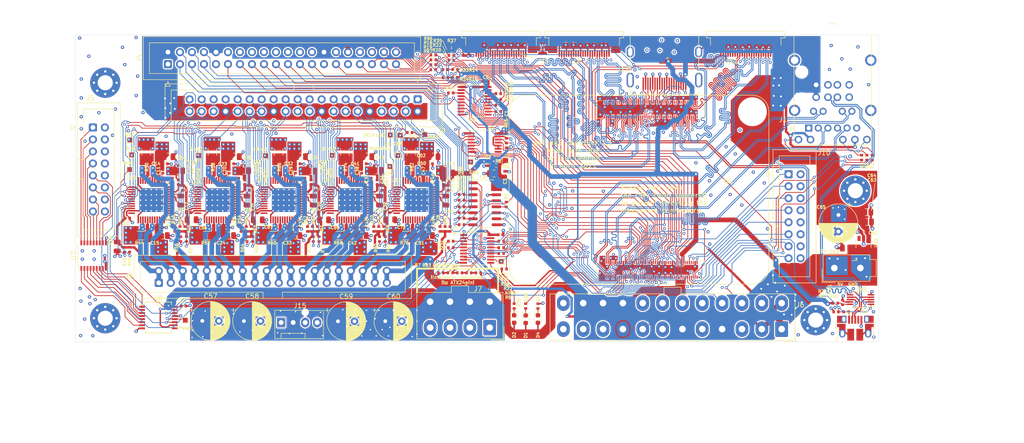
<source format=kicad_pcb>
(kicad_pcb (version 20171130) (host pcbnew 5.1.9-73d0e3b20d~88~ubuntu20.04.1)
  (layers (0 F.Cu signal) (1 VCC.Cu power) (2 GND.Cu power hide) (31 B.Cu signal) (34 B.Paste user) (35 F.Paste user) (36 B.SilkS user hide) (37 F.SilkS user) (38 B.Mask user) (39 F.Mask user hide) (44 Edge.Cuts user))
  (net 0 "")
  (net 1 GND)
  (net 2 +5V)
  (net 3 +3V3)
  (net 4 /GPIO/CS6)
  (net 5 /GPIO/SCLK6)
  (net 6 /GPIO/AIN3)
  (net 7 /GPIO/AIN2)
  (net 8 /GPIO/AIN1)
  (net 9 /GPIO/AIN0)
  (net 10 /GPIO/AIN7)
  (net 11 /GPIO/AIN6)
  (net 12 /GPIO/AIN5)
  (net 13 /GPIO/AIN4)
  (net 14 /GPIO/TxD0)
  (net 15 /GPIO/RxD0)
  (net 16 /GPIO/PWM1)
  (net 17 /GPIO/PWM0)
  (net 18 /GPIO/GPIO24)
  (net 19 /GPIO/GPIO8)
  (net 20 /GPIO/GPIO16)
  (net 21 /GPIO/SDA6)
  (net 22 /GPIO/GPIO18)
  (net 23 /ethernet/ETH_2-)
  (net 24 /ethernet/ETH_2+)
  (net 25 /ethernet/ETH_1+)
  (net 26 /ethernet/ETH_1-)
  (net 27 /ethernet/ETH_3+)
  (net 28 /ethernet/ETH_3-)
  (net 29 /ethernet/ETH_0-)
  (net 30 /ethernet/ETH_0+)
  (net 31 /powerIO/OUT0)
  (net 32 /powerIO/OUT1)
  (net 33 /powerIO/OUT2)
  (net 34 /powerIO/OUT3)
  (net 35 /powerIO/OUT4)
  (net 36 /powerIO/OUT5)
  (net 37 /powerIO/OUT6)
  (net 38 /powerIO/OUT7)
  (net 39 "Net-(U1-Pad16)")
  (net 40 "Net-(U1-Pad18)")
  (net 41 /GPIO/MISO6)
  (net 42 /GPIO/MOSI6)
  (net 43 /GPIO/MOSI)
  (net 44 /GPIO/MISO)
  (net 45 /SDA1)
  (net 46 /GPIO/SCLK)
  (net 47 /GPIO/POWER_SELECT)
  (net 48 /GPIO/MOTOR_SELECT)
  (net 49 "Net-(U1-Pad76)")
  (net 50 /SCL0)
  (net 51 /SDA0)
  (net 52 "Net-(U1-Pad94)")
  (net 53 "Net-(U1-Pad96)")
  (net 54 /CAM_GPIO)
  (net 55 "Net-(U1-Pad104)")
  (net 56 "Net-(U1-Pad106)")
  (net 57 "Net-(U1-Pad111)")
  (net 58 /camera/CAM1D0-)
  (net 59 /camera/CAM1D0+)
  (net 60 /camera/CAM1D1-)
  (net 61 /camera/CAM1D1+)
  (net 62 /camera/CAM1C-)
  (net 63 /camera/CAM0D0-)
  (net 64 /camera/CAM1C+)
  (net 65 /camera/CAM0D0+)
  (net 66 /camera/CAM1D2-)
  (net 67 /camera/CAM0D1-)
  (net 68 /camera/CAM1D2+)
  (net 69 /camera/CAM0D1+)
  (net 70 /camera/CAM1D3-)
  (net 71 /camera/CAM0C-)
  (net 72 /camera/CAM1D3+)
  (net 73 /SCL1)
  (net 74 /camera/CAM0C+)
  (net 75 "Net-(D1-Pad1)")
  (net 76 "Net-(D2-Pad1)")
  (net 77 /GPIO/SCL6)
  (net 78 "Net-(U1-Pad88)")
  (net 79 "Net-(U1-Pad90)")
  (net 80 "Net-(U1-Pad102)")
  (net 81 "Net-(U1-Pad109)")
  (net 82 "Net-(U1-Pad110)")
  (net 83 "Net-(U1-Pad112)")
  (net 84 "Net-(U1-Pad116)")
  (net 85 "Net-(U1-Pad118)")
  (net 86 "Net-(U1-Pad122)")
  (net 87 "Net-(U1-Pad124)")
  (net 88 "Net-(U1-Pad157)")
  (net 89 "Net-(U1-Pad159)")
  (net 90 "Net-(U1-Pad163)")
  (net 91 "Net-(U1-Pad165)")
  (net 92 "Net-(U1-Pad169)")
  (net 93 "Net-(U1-Pad171)")
  (net 94 "Net-(U8-Pad30)")
  (net 95 "Net-(U8-Pad28)")
  (net 96 "Net-(U8-Pad27)")
  (net 97 "Net-(U8-Pad26)")
  (net 98 "Net-(U8-Pad12)")
  (net 99 "Net-(U8-Pad2)")
  (net 100 /GPIO/GPIO18P)
  (net 101 /GPIO/GPIO24P)
  (net 102 /GPIO/GPIO8P)
  (net 103 /GPIO/GPIO16P)
  (net 104 /GPIO/SCL6P)
  (net 105 /GPIO/SDA6P)
  (net 106 /GPIO/RxD0P)
  (net 107 /GPIO/TxD0P)
  (net 108 /GPIO/PWM1P)
  (net 109 /GPIO/PWM0P)
  (net 110 /GPIO/MOSI6P)
  (net 111 /GPIO/MISO6P)
  (net 112 /GPIO/SCLK6P)
  (net 113 /GPIO/CS6P)
  (net 114 /GPIO/AIN7P)
  (net 115 /GPIO/AIN6P)
  (net 116 /GPIO/AIN5P)
  (net 117 /GPIO/AIN4P)
  (net 118 /GPIO/AIN3P)
  (net 119 /GPIO/AIN2P)
  (net 120 /GPIO/AIN_SELECT_5V)
  (net 121 /cm4/LED_Pwr)
  (net 122 /GPIO/POWERED)
  (net 123 /GPIO/ACT_LED)
  (net 124 /GPIO/MOSI4_3V)
  (net 125 /GPIO/MISO4_3V)
  (net 126 /GPIO/SCLK4_3V)
  (net 127 /GPIO/POWER_SELECT_3V)
  (net 128 /GPIO/MOTOR_SELECT_3V)
  (net 129 /GPIO/AIN_SELECT_3V)
  (net 130 /powerIO/motorU8/BRB)
  (net 131 /powerIO/motorU8/BRA)
  (net 132 /powerIO/motorU8/FILTERED_5V)
  (net 133 "Net-(J2-Pad18)")
  (net 134 "Net-(J2-Pad15)")
  (net 135 "Net-(J2-Pad14)")
  (net 136 "Net-(J2-Pad12)")
  (net 137 "Net-(J2-Pad11)")
  (net 138 "Net-(J3-Pad18)")
  (net 139 "Net-(U6-Pad9)")
  (net 140 "Net-(U9-Pad30)")
  (net 141 "Net-(U9-Pad28)")
  (net 142 "Net-(U9-Pad27)")
  (net 143 "Net-(U9-Pad26)")
  (net 144 "Net-(U9-Pad12)")
  (net 145 "Net-(U9-Pad2)")
  (net 146 "Net-(U10-Pad30)")
  (net 147 "Net-(U10-Pad28)")
  (net 148 "Net-(U10-Pad27)")
  (net 149 "Net-(U10-Pad26)")
  (net 150 "Net-(U10-Pad12)")
  (net 151 "Net-(U10-Pad2)")
  (net 152 "Net-(U11-Pad30)")
  (net 153 "Net-(U11-Pad28)")
  (net 154 "Net-(U11-Pad27)")
  (net 155 "Net-(U11-Pad26)")
  (net 156 "Net-(U11-Pad12)")
  (net 157 "Net-(U11-Pad2)")
  (net 158 "Net-(U12-Pad30)")
  (net 159 "Net-(U12-Pad28)")
  (net 160 "Net-(U12-Pad27)")
  (net 161 "Net-(U12-Pad26)")
  (net 162 "Net-(U12-Pad12)")
  (net 163 "Net-(U12-Pad2)")
  (net 164 /cm4/run_pg)
  (net 165 /cm4/global_en)
  (net 166 /cm4/rpireboot)
  (net 167 /cm4/BT_disable)
  (net 168 /cm4/WL_disable)
  (net 169 /powerIO/motorU9/FILTERED_5V)
  (net 170 /powerIO/motorU9/BRB)
  (net 171 /powerIO/motorU9/BRA)
  (net 172 /powerIO/motorU10/FILTERED_5V)
  (net 173 /powerIO/motorU10/BRB)
  (net 174 /powerIO/motorU10/BRA)
  (net 175 /powerIO/motorU11/FILTERED_5V)
  (net 176 /powerIO/motorU11/BRB)
  (net 177 /powerIO/motorU11/BRA)
  (net 178 /powerIO/motorU8/MISO)
  (net 179 /powerIO/motorU9/MISO)
  (net 180 /powerIO/motorU10/MISO)
  (net 181 /powerIO/motorU11/MISO)
  (net 182 /powerIO/SRC0)
  (net 183 /powerIO/SRC1)
  (net 184 /powerIO/SRC2)
  (net 185 /powerIO/SRC3)
  (net 186 /powerIO/SRC4)
  (net 187 /powerIO/SRC5)
  (net 188 /powerIO/SRC6)
  (net 189 /powerIO/SRC7)
  (net 190 /cm4/EEPROMprotect)
  (net 191 /ethernet/ETH_LED_yellow)
  (net 192 "Net-(J1-Pad15)")
  (net 193 /ethernet/ETH_LED_green)
  (net 194 "Net-(J12-Pad14)")
  (net 195 /display/HDMI_HOT)
  (net 196 /display/HDMI_SCL)
  (net 197 /display/HDMI_SDA)
  (net 198 /display/HDMI_CEC)
  (net 199 /display/HDMI_C-)
  (net 200 /display/HDMI_C+)
  (net 201 /display/HDMI_0-)
  (net 202 /display/HDMI_0+)
  (net 203 /display/HDMI_1-)
  (net 204 /display/HDMI_1+)
  (net 205 /display/HDMI_2-)
  (net 206 /display/HDMI_2+)
  (net 207 "Net-(U1-Pad200)")
  (net 208 "Net-(U1-Pad199)")
  (net 209 "Net-(U1-Pad190)")
  (net 210 "Net-(U1-Pad188)")
  (net 211 "Net-(U1-Pad184)")
  (net 212 "Net-(U1-Pad182)")
  (net 213 "Net-(U1-Pad178)")
  (net 214 "Net-(U1-Pad176)")
  (net 215 "Net-(U1-Pad172)")
  (net 216 "Net-(U1-Pad170)")
  (net 217 "Net-(U1-Pad153)")
  (net 218 "Net-(U1-Pad151)")
  (net 219 /display/DSI1D3+)
  (net 220 /display/DSI1D3-)
  (net 221 /display/DSI1D2+)
  (net 222 /display/DSI1D2-)
  (net 223 /display/DSI1C+)
  (net 224 /display/DSI1C-)
  (net 225 /display/DSI1D1+)
  (net 226 /display/DSI1D1-)
  (net 227 /display/DSI1D0+)
  (net 228 /display/DSI1D0-)
  (net 229 /GPIO/+5Va)
  (net 230 +12V)
  (net 231 "Net-(J1-Pad11)")
  (net 232 "Net-(J1-Pad13)")
  (net 233 /ethernet/ETH_LED_orange)
  (net 234 "Net-(R28-Pad1)")
  (net 235 "Net-(R29-Pad1)")
  (net 236 "Net-(R30-Pad1)")
  (net 237 "Net-(R34-Pad1)")
  (net 238 "Net-(J1-Pad6)")
  (net 239 "Net-(J1-PadU13)")
  (net 240 "Net-(J1-PadU12)")
  (net 241 /powerIO/motorU12/FILTERED_5V)
  (net 242 "Net-(D4-Pad1)")
  (net 243 "Net-(J6-Pad20)")
  (net 244 /GPIO/PS_ON)
  (net 245 "Net-(J6-Pad14)")
  (net 246 "Net-(J6-Pad12)")
  (net 247 /powerIO/12B2)
  (net 248 /powerIO/12B1)
  (net 249 /powerIO/12A2)
  (net 250 /powerIO/12A1)
  (net 251 /powerIO/11B2)
  (net 252 /powerIO/11B1)
  (net 253 /powerIO/11A2)
  (net 254 /powerIO/11A1)
  (net 255 /powerIO/10B2)
  (net 256 /powerIO/10B1)
  (net 257 /powerIO/10A2)
  (net 258 /powerIO/10A1)
  (net 259 /powerIO/9B2)
  (net 260 /powerIO/9B1)
  (net 261 /powerIO/9A2)
  (net 262 /powerIO/9A1)
  (net 263 /powerIO/8B2)
  (net 264 /powerIO/8B1)
  (net 265 /powerIO/8A2)
  (net 266 /powerIO/8A1)
  (net 267 /powerIO/12ENCB)
  (net 268 /powerIO/12LIMR)
  (net 269 /powerIO/11ENCB)
  (net 270 /powerIO/11LIMR)
  (net 271 /powerIO/10ENCB)
  (net 272 /powerIO/10LIMR)
  (net 273 /powerIO/9ENCB)
  (net 274 /powerIO/9LIMR)
  (net 275 /powerIO/8ENCB)
  (net 276 /powerIO/8LIMR)
  (net 277 /powerIO/12ENCN)
  (net 278 /powerIO/12ENCA)
  (net 279 /powerIO/12LIML)
  (net 280 /powerIO/11ENCN)
  (net 281 /powerIO/11ENCA)
  (net 282 /powerIO/11LIML)
  (net 283 /powerIO/10ENCN)
  (net 284 /powerIO/10ENCA)
  (net 285 /powerIO/10LIML)
  (net 286 /powerIO/9ENCN)
  (net 287 /powerIO/9ENCA)
  (net 288 /powerIO/9LIML)
  (net 289 /powerIO/8ENCN)
  (net 290 /powerIO/8ENCA)
  (net 291 /powerIO/8LIML)
  (net 292 /cm4/nEXTRST)
  (net 293 "Net-(J11-Pad18)")
  (net 294 "Net-(J11-Pad17)")
  (net 295 "Net-(J13-Pad4)")
  (net 296 "Net-(J13-Pad1)")
  (net 297 "Net-(R4-Pad2)")
  (net 298 "Net-(R17-Pad1)")
  (net 299 "Net-(R25-Pad1)")
  (net 300 "Net-(R26-Pad1)")
  (net 301 "Net-(R27-Pad1)")
  (net 302 "Net-(R31-Pad1)")
  (net 303 "Net-(R32-Pad1)")
  (net 304 "Net-(R33-Pad1)")
  (net 305 /powerIO/motorU12/MISO)
  (net 306 /powerIO/motorU12/BRB)
  (net 307 /powerIO/motorU12/BRA)
  (net 308 /GPIO/PS_ON_3V)
  (net 309 "Net-(U13-Pad3)")
  (net 310 /cm4/USB_ext-)
  (net 311 /cm4/USB_ext+)
  (net 312 /cm4/USB_micro+)
  (net 313 /cm4/USB_micro-)
  (net 314 /cm4/USB_cm4-)
  (net 315 /cm4/USB_cm4+)
  (net 316 "Net-(J9-Pad35)")
  (net 317 "Net-(J9-Pad27)")
  (net 318 "Net-(J9-Pad19)")
  (net 319 "Net-(J9-Pad11)")
  (net 320 "Net-(J9-Pad3)")
  (net 321 /powerIO/motorU8/CPO)
  (net 322 /powerIO/motorU8/CPI)
  (net 323 /powerIO/motorU8/VCP)
  (net 324 /powerIO/motorU9/CPO)
  (net 325 /powerIO/motorU9/CPI)
  (net 326 /powerIO/motorU9/VCP)
  (net 327 /powerIO/motorU10/CPO)
  (net 328 /powerIO/motorU10/CPI)
  (net 329 /powerIO/motorU10/VCP)
  (net 330 /powerIO/motorU11/CPO)
  (net 331 /powerIO/motorU11/CPI)
  (net 332 /powerIO/motorU11/VCP)
  (net 333 /powerIO/motorU12/CPO)
  (net 334 /powerIO/motorU12/CPI)
  (net 335 /powerIO/motorU12/VCP)
  (net 336 /GPIO/+5Vsb)
  (net 337 /cm4/Filtered_3V3)
  (net 338 "Net-(J15-Pad4)")
  (net 339 "Net-(J15-Pad3)")
  (net 340 "Net-(R84-Pad2)")
  (net 341 VBUS)
  (net 342 /GPIO/3V3PSU)
  (net 343 "Net-(U5-Pad5)")
  (net 344 /GPIO/GPIO10P)
  (net 345 /GPIO/GPIO10)
  (net 346 /GPIO/GPIO9P)
  (net 347 /GPIO/GPIO9)
  (net 348 /GPIO/GPIO11P)
  (net 349 /GPIO/GPIO25P)
  (net 350 /cm4/PG)
  (net 351 /GPIO/GPIO11)
  (net 352 /GPIO/GPIO25)
  (net 353 "Net-(U2-Pad8)")
  (net 354 "Net-(U5-Pad9)")
  (net 355 "Net-(U5-Pad7)")
  (module Package_SO:TSSOP-20_4.4x6.5mm_P0.65mm (layer F.Cu) (at 114.7572 43.7388)
    (fp_text reference U5 (at -0.4172 4.0112) (layer F.SilkS) (effects (font (size 0.65 0.65))))
    (fp_text value 74HCT244)
    (pad 20 smd roundrect (at 2.8625 -2.925) (size 1.475 0.4) (layers F.Cu F.Paste F.Mask) (net 2 +5V))
    (pad 19 smd roundrect (at 2.8625 -2.275) (size 1.475 0.4) (layers F.Cu F.Paste F.Mask) (net 1 GND))
    (pad 18 smd roundrect (at 2.8625 -1.625) (size 1.475 0.4) (layers F.Cu F.Paste F.Mask) (net 236 "Net-(R30-Pad1)"))
    (pad 17 smd roundrect (at 2.8625 -0.975) (size 1.475 0.4) (layers F.Cu F.Paste F.Mask) (net 5 /GPIO/SCLK6))
    (pad 16 smd roundrect (at 2.8625 -0.325) (size 1.475 0.4) (layers F.Cu F.Paste F.Mask) (net 302 "Net-(R31-Pad1)"))
    (pad 15 smd roundrect (at 2.8625 0.325) (size 1.475 0.4) (layers F.Cu F.Paste F.Mask) (net 1 GND))
    (pad 14 smd roundrect (at 2.8625 0.975) (size 1.475 0.4) (layers F.Cu F.Paste F.Mask) (net 303 "Net-(R32-Pad1)"))
    (pad 13 smd roundrect (at 2.8625 1.625) (size 1.475 0.4) (layers F.Cu F.Paste F.Mask) (net 1 GND))
    (pad 12 smd roundrect (at 2.8625 2.275) (size 1.475 0.4) (layers F.Cu F.Paste F.Mask) (net 304 "Net-(R33-Pad1)"))
    (pad 11 smd roundrect (at 2.8625 2.925) (size 1.475 0.4) (layers F.Cu F.Paste F.Mask) (net 1 GND))
    (pad 10 smd roundrect (at -2.8625 2.925) (size 1.475 0.4) (layers F.Cu F.Paste F.Mask) (net 1 GND))
    (pad 9 smd roundrect (at -2.8625 2.275) (size 1.475 0.4) (layers F.Cu F.Paste F.Mask) (net 354 "Net-(U5-Pad9)"))
    (pad 8 smd roundrect (at -2.8625 1.625) (size 1.475 0.4) (layers F.Cu F.Paste F.Mask) (net 4 /GPIO/CS6))
    (pad 7 smd roundrect (at -2.8625 0.975) (size 1.475 0.4) (layers F.Cu F.Paste F.Mask) (net 355 "Net-(U5-Pad7)"))
    (pad 6 smd roundrect (at -2.8625 0.325) (size 1.475 0.4) (layers F.Cu F.Paste F.Mask) (net 42 /GPIO/MOSI6))
    (pad 5 smd roundrect (at -2.8625 -0.325) (size 1.475 0.4) (layers F.Cu F.Paste F.Mask) (net 343 "Net-(U5-Pad5)"))
    (pad 4 smd roundrect (at -2.8625 -0.975) (size 1.475 0.4) (layers F.Cu F.Paste F.Mask) (net 17 /GPIO/PWM0))
    (pad 3 smd roundrect (at -2.8625 -1.625) (size 1.475 0.4) (layers F.Cu F.Paste F.Mask) (net 237 "Net-(R34-Pad1)"))
    (pad 2 smd roundrect (at -2.8625 -2.275) (size 1.475 0.4) (layers F.Cu F.Paste F.Mask) (net 16 /GPIO/PWM1))
    (pad 1 smd roundrect (at -2.8625 -2.925) (size 1.475 0.4) (layers F.Cu F.Paste F.Mask) (net 1 GND))
  )
  (module Resistor_SMD:R_0402_1005Metric (layer F.Cu) (at 106 37.15 180)
    (fp_text reference R87 (at 1.11 3.9) (layer F.SilkS) (effects (font (size 0.65 0.65))))
    (fp_text value 150)
    (pad 2 smd roundrect (at 0.51 0 180) (size 0.54 0.64) (layers F.Cu F.Paste F.Mask) (net 349 /GPIO/GPIO25P))
    (pad 1 smd roundrect (at -0.51 0 180) (size 0.54 0.64) (layers F.Cu F.Paste F.Mask) (net 352 /GPIO/GPIO25))
  )
  (module Resistor_SMD:R_0402_1005Metric (layer F.Cu) (at 109.87 31.96 180)
    (fp_text reference R37 (at -0.06 0.95) (layer F.SilkS) (effects (font (size 0.65 0.65))))
    (fp_text value 150)
    (pad 2 smd roundrect (at 0.51 0 180) (size 0.54 0.64) (layers F.Cu F.Paste F.Mask) (net 348 /GPIO/GPIO11P))
    (pad 1 smd roundrect (at -0.51 0 180) (size 0.54 0.64) (layers F.Cu F.Paste F.Mask) (net 351 /GPIO/GPIO11))
  )
  (module Resistor_SMD:R_0402_1005Metric (layer F.Cu) (at 106.02 34.02 180)
    (fp_text reference R96 (at 1.09 3.42) (layer F.SilkS) (effects (font (size 0.65 0.65))))
    (fp_text value 150)
    (pad 2 smd roundrect (at 0.51 0 180) (size 0.54 0.64) (layers F.Cu F.Paste F.Mask) (net 344 /GPIO/GPIO10P))
    (pad 1 smd roundrect (at -0.51 0 180) (size 0.54 0.64) (layers F.Cu F.Paste F.Mask) (net 345 /GPIO/GPIO10))
  )
  (module Connector_Molex:Molex_Mini-Fit_Jr_5566-24A_2x12_P4.20mm_Vertical (layer F.Cu) (at 179.75 92.05 180)
    (fp_text reference J6 (at -3.94 5.13) (layer F.SilkS))
    (fp_text value Conn_02x12_Top_Bottom)
    (pad 24 thru_hole oval (at 46.2 5.5 180) (size 2.7 3.3) (drill 1.4) (layers *.Cu *.Mask) (net 1 GND))
    (pad 23 thru_hole oval (at 42 5.5 180) (size 2.7 3.3) (drill 1.4) (layers *.Cu *.Mask) (net 2 +5V))
    (pad 22 thru_hole oval (at 37.8 5.5 180) (size 2.7 3.3) (drill 1.4) (layers *.Cu *.Mask) (net 2 +5V))
    (pad 21 thru_hole oval (at 33.6 5.5 180) (size 2.7 3.3) (drill 1.4) (layers *.Cu *.Mask) (net 2 +5V))
    (pad 20 thru_hole oval (at 29.4 5.5 180) (size 2.7 3.3) (drill 1.4) (layers *.Cu *.Mask) (net 243 "Net-(J6-Pad20)"))
    (pad 19 thru_hole oval (at 25.2 5.5 180) (size 2.7 3.3) (drill 1.4) (layers *.Cu *.Mask) (net 1 GND))
    (pad 18 thru_hole oval (at 21 5.5 180) (size 2.7 3.3) (drill 1.4) (layers *.Cu *.Mask) (net 1 GND))
    (pad 17 thru_hole oval (at 16.8 5.5 180) (size 2.7 3.3) (drill 1.4) (layers *.Cu *.Mask) (net 1 GND))
    (pad 16 thru_hole oval (at 12.6 5.5 180) (size 2.7 3.3) (drill 1.4) (layers *.Cu *.Mask) (net 244 /GPIO/PS_ON))
    (pad 15 thru_hole oval (at 8.4 5.5 180) (size 2.7 3.3) (drill 1.4) (layers *.Cu *.Mask) (net 1 GND))
    (pad 14 thru_hole oval (at 4.2 5.5 180) (size 2.7 3.3) (drill 1.4) (layers *.Cu *.Mask) (net 245 "Net-(J6-Pad14)"))
    (pad 13 thru_hole oval (at 0 5.5 180) (size 2.7 3.3) (drill 1.4) (layers *.Cu *.Mask) (net 342 /GPIO/3V3PSU))
    (pad 12 thru_hole oval (at 46.2 0 180) (size 2.7 3.3) (drill 1.4) (layers *.Cu *.Mask) (net 246 "Net-(J6-Pad12)"))
    (pad 11 thru_hole oval (at 42 0 180) (size 2.7 3.3) (drill 1.4) (layers *.Cu *.Mask) (net 230 +12V))
    (pad 10 thru_hole oval (at 37.8 0 180) (size 2.7 3.3) (drill 1.4) (layers *.Cu *.Mask) (net 230 +12V))
    (pad 9 thru_hole oval (at 33.6 0 180) (size 2.7 3.3) (drill 1.4) (layers *.Cu *.Mask) (net 336 /GPIO/+5Vsb))
    (pad 8 thru_hole oval (at 29.4 0 180) (size 2.7 3.3) (drill 1.4) (layers *.Cu *.Mask) (net 350 /cm4/PG))
    (pad 7 thru_hole oval (at 25.2 0 180) (size 2.7 3.3) (drill 1.4) (layers *.Cu *.Mask) (net 1 GND))
    (pad 6 thru_hole oval (at 21 0 180) (size 2.7 3.3) (drill 1.4) (layers *.Cu *.Mask) (net 2 +5V))
    (pad 5 thru_hole oval (at 16.8 0 180) (size 2.7 3.3) (drill 1.4) (layers *.Cu *.Mask) (net 1 GND))
    (pad 4 thru_hole oval (at 12.6 0 180) (size 2.7 3.3) (drill 1.4) (layers *.Cu *.Mask) (net 2 +5V))
    (pad 3 thru_hole oval (at 8.4 0 180) (size 2.7 3.3) (drill 1.4) (layers *.Cu *.Mask) (net 1 GND))
    (pad 2 thru_hole oval (at 4.2 0 180) (size 2.7 3.3) (drill 1.4) (layers *.Cu *.Mask) (net 342 /GPIO/3V3PSU))
    (pad 1 thru_hole roundrect (at 0 0 180) (size 2.7 3.3) (drill 1.4) (layers *.Cu *.Mask) (roundrect_rratio 0.09259296296296296) (net 342 /GPIO/3V3PSU))
  )
  (module Capacitor_THT:CP_Radial_D8.0mm_P3.50mm (layer F.Cu) (at 191.76 67.91 270)
    (fp_text reference C65 (at -1.69 3.65 180) (layer F.SilkS) (effects (font (size 0.65 0.65))))
    (fp_text value 100u)
    (pad 2 thru_hole circle (at 3.5 0 270) (size 1.6 1.6) (drill 0.8) (layers *.Cu *.Mask) (net 1 GND))
    (pad 1 thru_hole rect (at 0 0 270) (size 1.6 1.6) (drill 0.8) (layers *.Cu *.Mask) (net 341 VBUS))
  )
  (module Resistor_SMD:R_0402_1005Metric (layer F.Cu) (at 197.795 55.75 270)
    (fp_text reference R2 (at 1.73 0.0236 90) (layer F.SilkS) (effects (font (size 0.65 0.65))))
    (fp_text value 1k8)
    (pad 2 smd roundrect (at 0.51 0 270) (size 0.54 0.64) (layers F.Cu F.Paste F.Mask) (net 193 /ethernet/ETH_LED_green))
    (pad 1 smd roundrect (at -0.51 0 270) (size 0.54 0.64) (layers F.Cu F.Paste F.Mask) (net 232 "Net-(J1-Pad13)"))
  )
  (module Package_TO_SOT_SMD:SOT-23-5 (layer F.Cu) (at 197.08 73.96 270)
    (fp_text reference U13 (at -0.15 -2.64 90) (layer F.SilkS) (effects (font (size 0.65 0.65))))
    (fp_text value AP22804AW5)
    (pad 5 smd rect (at 1.1 -0.95 270) (size 1.06 0.65) (layers F.Cu F.Paste F.Mask) (net 2 +5V))
    (pad 4 smd rect (at 1.1 0.95 270) (size 1.06 0.65) (layers F.Cu F.Paste F.Mask) (net 2 +5V))
    (pad 3 smd rect (at -1.1 0.95 270) (size 1.06 0.65) (layers F.Cu F.Paste F.Mask) (net 309 "Net-(U13-Pad3)"))
    (pad 2 smd rect (at -1.1 0 270) (size 1.06 0.65) (layers F.Cu F.Paste F.Mask) (net 1 GND))
    (pad 1 smd rect (at -1.1 -0.95 270) (size 1.06 0.65) (layers F.Cu F.Paste F.Mask) (net 341 VBUS))
  )
  (module Capacitor_SMD:C_0805_2012Metric (layer F.Cu) (at 197.67 67.3)
    (fp_text reference C64 (at 1.16 -7.76) (layer F.SilkS) (effects (font (size 0.65 0.65))))
    (fp_text value 10u)
    (pad 2 smd roundrect (at 0.95 0) (size 1 1.45) (layers F.Cu F.Paste F.Mask) (net 1 GND))
    (pad 1 smd roundrect (at -0.95 0) (size 1 1.45) (layers F.Cu F.Paste F.Mask) (net 341 VBUS))
  )
  (module Capacitor_SMD:C_0805_2012Metric (layer F.Cu) (at 197.81 69.36)
    (fp_text reference C63 (at 1.05 -8.86) (layer F.SilkS) (effects (font (size 0.65 0.65))))
    (fp_text value 10u)
    (pad 2 smd roundrect (at 0.95 0) (size 1 1.45) (layers F.Cu F.Paste F.Mask) (net 1 GND))
    (pad 1 smd roundrect (at -0.95 0) (size 1 1.45) (layers F.Cu F.Paste F.Mask) (net 341 VBUS))
  )
  (module Capacitor_SMD:C_0402_1005Metric (layer F.Cu) (at 197.21 71.56 180)
    (fp_text reference C62 (at -1.86 -0.12) (layer F.SilkS) (effects (font (size 0.65 0.65))))
    (fp_text value 100n)
    (pad 2 smd roundrect (at 0.48 0 180) (size 0.56 0.62) (layers F.Cu F.Paste F.Mask) (net 1 GND))
    (pad 1 smd roundrect (at -0.48 0 180) (size 0.56 0.62) (layers F.Cu F.Paste F.Mask) (net 341 VBUS))
  )
  (module Capacitor_SMD:C_0805_2012Metric (layer F.Cu) (at 193.56 74.9 180)
    (fp_text reference C53 (at 2.72 -0.79) (layer F.SilkS) (effects (font (size 0.65 0.65))))
    (fp_text value 10u)
    (pad 2 smd roundrect (at 0.95 0 180) (size 1 1.45) (layers F.Cu F.Paste F.Mask) (net 1 GND))
    (pad 1 smd roundrect (at -0.95 0 180) (size 1 1.45) (layers F.Cu F.Paste F.Mask) (net 2 +5V))
  )
  (module Capacitor_SMD:C_0805_2012Metric (layer F.Cu) (at 96.9 68.92)
    (fp_text reference C72 (at 2.38 1.6) (layer F.SilkS) (effects (font (size 0.6 0.6))))
    (fp_text value 10u)
    (pad 2 smd roundrect (at 0.95 0) (size 1 1.45) (layers F.Cu F.Paste F.Mask) (net 1 GND))
    (pad 1 smd roundrect (at -0.95 0) (size 1 1.45) (layers F.Cu F.Paste F.Mask) (net 2 +5V))
  )
  (module Capacitor_SMD:C_0805_2012Metric (layer F.Cu) (at 94.05 58.47 180)
    (fp_text reference C70 (at -2.58 -0.71) (layer F.SilkS) (effects (font (size 0.65 0.65))))
    (fp_text value 10u)
    (pad 2 smd roundrect (at 0.95 0 180) (size 1 1.45) (layers F.Cu F.Paste F.Mask) (net 1 GND))
    (pad 1 smd roundrect (at -0.95 0 180) (size 1 1.45) (layers F.Cu F.Paste F.Mask) (net 2 +5V))
  )
  (module Capacitor_SMD:C_0805_2012Metric (layer F.Cu) (at 80.05 58.61 180)
    (fp_text reference C68 (at -2.61 1.59) (layer F.SilkS) (effects (font (size 0.65 0.65))))
    (fp_text value 10u)
    (pad 2 smd roundrect (at 0.95 0 180) (size 1 1.45) (layers F.Cu F.Paste F.Mask) (net 1 GND))
    (pad 1 smd roundrect (at -0.95 0 180) (size 1 1.45) (layers F.Cu F.Paste F.Mask) (net 2 +5V))
  )
  (module Capacitor_SMD:C_0805_2012Metric (layer F.Cu) (at 66.01 58.52 180)
    (fp_text reference C66 (at -2.69 1.54) (layer F.SilkS) (effects (font (size 0.65 0.65))))
    (fp_text value 10u)
    (pad 2 smd roundrect (at 0.95 0 180) (size 1 1.45) (layers F.Cu F.Paste F.Mask) (net 1 GND))
    (pad 1 smd roundrect (at -0.95 0 180) (size 1 1.45) (layers F.Cu F.Paste F.Mask) (net 2 +5V))
  )
  (module Capacitor_SMD:C_0805_2012Metric (layer F.Cu) (at 52.02 58.56 180)
    (fp_text reference C55 (at -3.19 1.58) (layer F.SilkS) (effects (font (size 0.65 0.65))))
    (fp_text value 10u)
    (pad 2 smd roundrect (at 0.95 0 180) (size 1 1.45) (layers F.Cu F.Paste F.Mask) (net 1 GND))
    (pad 1 smd roundrect (at -0.95 0 180) (size 1 1.45) (layers F.Cu F.Paste F.Mask) (net 2 +5V))
  )
  (module Resistor_SMD:R_0402_1005Metric (layer F.Cu) (at 111.6 80.14 180)
    (fp_text reference R86 (at 4.79 1.57) (layer F.SilkS) (effects (font (size 0.65 0.65))))
    (fp_text value 1k8)
    (pad 2 smd roundrect (at 0.51 0 180) (size 0.54 0.64) (layers F.Cu F.Paste F.Mask) (net 1 GND))
    (pad 1 smd roundrect (at -0.51 0 180) (size 0.54 0.64) (layers F.Cu F.Paste F.Mask) (net 9 /GPIO/AIN0))
  )
  (module Resistor_SMD:R_0402_1005Metric (layer F.Cu) (at 113.56 80.14 180)
    (fp_text reference R85 (at 4.8 1.61) (layer F.SilkS) (effects (font (size 0.65 0.65))))
    (fp_text value 1k8)
    (pad 2 smd roundrect (at 0.51 0 180) (size 0.54 0.64) (layers F.Cu F.Paste F.Mask) (net 9 /GPIO/AIN0))
    (pad 1 smd roundrect (at -0.51 0 180) (size 0.54 0.64) (layers F.Cu F.Paste F.Mask) (net 340 "Net-(R84-Pad2)"))
  )
  (module Resistor_SMD:R_0402_1005Metric (layer F.Cu) (at 115.55 80.14 180)
    (fp_text reference R84 (at 4.8 1.51) (layer F.SilkS) (effects (font (size 0.65 0.65))))
    (fp_text value 1k8)
    (pad 2 smd roundrect (at 0.51 0 180) (size 0.54 0.64) (layers F.Cu F.Paste F.Mask) (net 340 "Net-(R84-Pad2)"))
    (pad 1 smd roundrect (at -0.51 0 180) (size 0.54 0.64) (layers F.Cu F.Paste F.Mask) (net 230 +12V))
  )
  (module Resistor_SMD:R_0402_1005Metric (layer F.Cu) (at 109.61 80.13)
    (fp_text reference R83 (at -4.97 -1.58) (layer F.SilkS) (effects (font (size 0.65 0.65))))
    (fp_text value 1k8)
    (pad 2 smd roundrect (at 0.51 0) (size 0.54 0.64) (layers F.Cu F.Paste F.Mask) (net 1 GND))
    (pad 1 smd roundrect (at -0.51 0) (size 0.54 0.64) (layers F.Cu F.Paste F.Mask) (net 8 /GPIO/AIN1))
  )
  (module Resistor_SMD:R_0402_1005Metric (layer F.Cu) (at 107.64 80.16)
    (fp_text reference R7 (at -4.91 -1.63) (layer F.SilkS) (effects (font (size 0.65 0.65))))
    (fp_text value 1k8)
    (pad 2 smd roundrect (at 0.51 0) (size 0.54 0.64) (layers F.Cu F.Paste F.Mask) (net 8 /GPIO/AIN1))
    (pad 1 smd roundrect (at -0.51 0) (size 0.54 0.64) (layers F.Cu F.Paste F.Mask) (net 2 +5V))
  )
  (module Resistor_SMD:R_0402_1005Metric (layer F.Cu) (at 121.02 79.33)
    (fp_text reference R6 (at 0.85 6.02) (layer F.SilkS) (effects (font (size 0.65 0.65))))
    (fp_text value 1k8)
    (pad 2 smd roundrect (at 0.51 0) (size 0.54 0.64) (layers F.Cu F.Paste F.Mask) (net 308 /GPIO/PS_ON_3V))
    (pad 1 smd roundrect (at -0.51 0) (size 0.54 0.64) (layers F.Cu F.Paste F.Mask) (net 3 +3V3))
  )
  (module library:SFV22R-1STBE1HLF (layer F.Cu) (at 172.15 33.61 180)
    (fp_text reference J11 (at 2.95 -1.69) (layer F.SilkS))
    (fp_text value Conn_01x22_MountingPin)
    (pad 22 smd rect (at 5.25 -0.1 180) (size 0.3 1.4) (layers F.Cu F.Paste F.Mask) (net 3 +3V3))
    (pad 21 smd rect (at 4.75 -0.1 180) (size 0.3 1.4) (layers F.Cu F.Paste F.Mask) (net 51 /SDA0))
    (pad 20 smd rect (at 4.25 -0.1 180) (size 0.3 1.4) (layers F.Cu F.Paste F.Mask) (net 50 /SCL0))
    (pad 19 smd rect (at 3.75 -0.1 180) (size 0.3 1.4) (layers F.Cu F.Paste F.Mask) (net 1 GND))
    (pad 18 smd rect (at 3.25 -0.1 180) (size 0.3 1.4) (layers F.Cu F.Paste F.Mask) (net 293 "Net-(J11-Pad18)"))
    (pad 17 smd rect (at 2.75 -0.1 180) (size 0.3 1.4) (layers F.Cu F.Paste F.Mask) (net 294 "Net-(J11-Pad17)"))
    (pad 16 smd rect (at 2.25 -0.1 180) (size 0.3 1.4) (layers F.Cu F.Paste F.Mask) (net 1 GND))
    (pad 15 smd rect (at 1.75 -0.1 180) (size 0.3 1.4) (layers F.Cu F.Paste F.Mask) (net 219 /display/DSI1D3+))
    (pad 14 smd rect (at 1.25 -0.1 180) (size 0.3 1.4) (layers F.Cu F.Paste F.Mask) (net 220 /display/DSI1D3-))
    (pad 13 smd rect (at 0.75 -0.1 180) (size 0.3 1.4) (layers F.Cu F.Paste F.Mask) (net 1 GND))
    (pad 12 smd rect (at 0.25 -0.1 180) (size 0.3 1.4) (layers F.Cu F.Paste F.Mask) (net 221 /display/DSI1D2+))
    (pad 11 smd rect (at -0.25 -0.1 180) (size 0.3 1.4) (layers F.Cu F.Paste F.Mask) (net 222 /display/DSI1D2-))
    (pad 10 smd rect (at -0.75 -0.1 180) (size 0.3 1.4) (layers F.Cu F.Paste F.Mask) (net 1 GND))
    (pad 9 smd rect (at -1.25 -0.1 180) (size 0.3 1.4) (layers F.Cu F.Paste F.Mask) (net 223 /display/DSI1C+))
    (pad 8 smd rect (at -1.75 -0.1 180) (size 0.3 1.4) (layers F.Cu F.Paste F.Mask) (net 224 /display/DSI1C-))
    (pad 7 smd rect (at -2.25 -0.1 180) (size 0.3 1.4) (layers F.Cu F.Paste F.Mask) (net 1 GND))
    (pad 6 smd rect (at -2.75 -0.1 180) (size 0.3 1.4) (layers F.Cu F.Paste F.Mask) (net 225 /display/DSI1D1+))
    (pad 5 smd rect (at -3.25 -0.1 180) (size 0.3 1.4) (layers F.Cu F.Paste F.Mask) (net 226 /display/DSI1D1-))
    (pad 4 smd rect (at -3.75 -0.1 180) (size 0.3 1.4) (layers F.Cu F.Paste F.Mask) (net 1 GND))
    (pad 3 smd rect (at -4.25 -0.1 180) (size 0.3 1.4) (layers F.Cu F.Paste F.Mask) (net 227 /display/DSI1D0+))
    (pad 2 smd rect (at -4.75 -0.1 180) (size 0.3 1.4) (layers F.Cu F.Paste F.Mask) (net 228 /display/DSI1D0-))
    (pad 1 smd rect (at -5.25 -0.1 180) (size 0.3 1.4) (layers F.Cu F.Paste F.Mask) (net 1 GND))
    (pad MP smd rect (at 6.675 0.8 180) (size 1.95 1.6) (layers F.Cu F.Paste F.Mask) (net 1 GND))
    (pad MP smd rect (at 8 1.05 180) (size 0.7 1.1) (layers F.Cu F.Paste F.Mask) (net 1 GND))
    (pad MP smd rect (at 6.325 1.95 180) (size 1.25 0.7) (layers F.Cu F.Paste F.Mask) (net 1 GND))
    (pad MP smd rect (at -6.325 1.95 180) (size 1.25 0.7) (layers F.Cu F.Paste F.Mask) (net 1 GND))
    (pad MP smd rect (at -8 1.05 180) (size 0.7 1.1) (layers F.Cu F.Paste F.Mask) (net 1 GND))
    (pad MP smd rect (at -6.675 0.8 180) (size 1.95 1.6) (layers F.Cu F.Paste F.Mask) (net 1 GND))
  )
  (module library:SFV22R-1STBE1HLF (layer F.Cu) (at 120.35 33.61 180)
    (fp_text reference J3 (at -9.28 -1.73) (layer F.SilkS))
    (fp_text value Conn_01x22_MountingPin)
    (pad 22 smd rect (at 5.25 -0.1 180) (size 0.3 1.4) (layers F.Cu F.Paste F.Mask) (net 3 +3V3))
    (pad 21 smd rect (at 4.75 -0.1 180) (size 0.3 1.4) (layers F.Cu F.Paste F.Mask) (net 51 /SDA0))
    (pad 20 smd rect (at 4.25 -0.1 180) (size 0.3 1.4) (layers F.Cu F.Paste F.Mask) (net 50 /SCL0))
    (pad 19 smd rect (at 3.75 -0.1 180) (size 0.3 1.4) (layers F.Cu F.Paste F.Mask) (net 1 GND))
    (pad 18 smd rect (at 3.25 -0.1 180) (size 0.3 1.4) (layers F.Cu F.Paste F.Mask) (net 138 "Net-(J3-Pad18)"))
    (pad 17 smd rect (at 2.75 -0.1 180) (size 0.3 1.4) (layers F.Cu F.Paste F.Mask) (net 54 /CAM_GPIO))
    (pad 16 smd rect (at 2.25 -0.1 180) (size 0.3 1.4) (layers F.Cu F.Paste F.Mask) (net 1 GND))
    (pad 15 smd rect (at 1.75 -0.1 180) (size 0.3 1.4) (layers F.Cu F.Paste F.Mask) (net 72 /camera/CAM1D3+))
    (pad 14 smd rect (at 1.25 -0.1 180) (size 0.3 1.4) (layers F.Cu F.Paste F.Mask) (net 70 /camera/CAM1D3-))
    (pad 13 smd rect (at 0.75 -0.1 180) (size 0.3 1.4) (layers F.Cu F.Paste F.Mask) (net 1 GND))
    (pad 12 smd rect (at 0.25 -0.1 180) (size 0.3 1.4) (layers F.Cu F.Paste F.Mask) (net 68 /camera/CAM1D2+))
    (pad 11 smd rect (at -0.25 -0.1 180) (size 0.3 1.4) (layers F.Cu F.Paste F.Mask) (net 66 /camera/CAM1D2-))
    (pad 10 smd rect (at -0.75 -0.1 180) (size 0.3 1.4) (layers F.Cu F.Paste F.Mask) (net 1 GND))
    (pad 9 smd rect (at -1.25 -0.1 180) (size 0.3 1.4) (layers F.Cu F.Paste F.Mask) (net 64 /camera/CAM1C+))
    (pad 8 smd rect (at -1.75 -0.1 180) (size 0.3 1.4) (layers F.Cu F.Paste F.Mask) (net 62 /camera/CAM1C-))
    (pad 7 smd rect (at -2.25 -0.1 180) (size 0.3 1.4) (layers F.Cu F.Paste F.Mask) (net 1 GND))
    (pad 6 smd rect (at -2.75 -0.1 180) (size 0.3 1.4) (layers F.Cu F.Paste F.Mask) (net 61 /camera/CAM1D1+))
    (pad 5 smd rect (at -3.25 -0.1 180) (size 0.3 1.4) (layers F.Cu F.Paste F.Mask) (net 60 /camera/CAM1D1-))
    (pad 4 smd rect (at -3.75 -0.1 180) (size 0.3 1.4) (layers F.Cu F.Paste F.Mask) (net 1 GND))
    (pad 3 smd rect (at -4.25 -0.1 180) (size 0.3 1.4) (layers F.Cu F.Paste F.Mask) (net 59 /camera/CAM1D0+))
    (pad 2 smd rect (at -4.75 -0.1 180) (size 0.3 1.4) (layers F.Cu F.Paste F.Mask) (net 58 /camera/CAM1D0-))
    (pad 1 smd rect (at -5.25 -0.1 180) (size 0.3 1.4) (layers F.Cu F.Paste F.Mask) (net 1 GND))
    (pad MP smd rect (at 6.675 0.8 180) (size 1.95 1.6) (layers F.Cu F.Paste F.Mask) (net 1 GND))
    (pad MP smd rect (at 8 1.05 180) (size 0.7 1.1) (layers F.Cu F.Paste F.Mask) (net 1 GND))
    (pad MP smd rect (at 6.325 1.95 180) (size 1.25 0.7) (layers F.Cu F.Paste F.Mask) (net 1 GND))
    (pad MP smd rect (at -6.325 1.95 180) (size 1.25 0.7) (layers F.Cu F.Paste F.Mask) (net 1 GND))
    (pad MP smd rect (at -8 1.05 180) (size 0.7 1.1) (layers F.Cu F.Paste F.Mask) (net 1 GND))
    (pad MP smd rect (at -6.675 0.8 180) (size 1.95 1.6) (layers F.Cu F.Paste F.Mask) (net 1 GND))
  )
  (module library:SFV22R-1STBE1HLF (layer F.Cu) (at 137.96 33.61 180)
    (fp_text reference J2 (at 1.74 -1.79) (layer F.SilkS))
    (fp_text value Conn_01x22_MountingPin)
    (pad 22 smd rect (at 5.25 -0.1 180) (size 0.3 1.4) (layers F.Cu F.Paste F.Mask) (net 3 +3V3))
    (pad 21 smd rect (at 4.75 -0.1 180) (size 0.3 1.4) (layers F.Cu F.Paste F.Mask) (net 45 /SDA1))
    (pad 20 smd rect (at 4.25 -0.1 180) (size 0.3 1.4) (layers F.Cu F.Paste F.Mask) (net 73 /SCL1))
    (pad 19 smd rect (at 3.75 -0.1 180) (size 0.3 1.4) (layers F.Cu F.Paste F.Mask) (net 1 GND))
    (pad 18 smd rect (at 3.25 -0.1 180) (size 0.3 1.4) (layers F.Cu F.Paste F.Mask) (net 133 "Net-(J2-Pad18)"))
    (pad 17 smd rect (at 2.75 -0.1 180) (size 0.3 1.4) (layers F.Cu F.Paste F.Mask) (net 54 /CAM_GPIO))
    (pad 16 smd rect (at 2.25 -0.1 180) (size 0.3 1.4) (layers F.Cu F.Paste F.Mask) (net 1 GND))
    (pad 15 smd rect (at 1.75 -0.1 180) (size 0.3 1.4) (layers F.Cu F.Paste F.Mask) (net 134 "Net-(J2-Pad15)"))
    (pad 14 smd rect (at 1.25 -0.1 180) (size 0.3 1.4) (layers F.Cu F.Paste F.Mask) (net 135 "Net-(J2-Pad14)"))
    (pad 13 smd rect (at 0.75 -0.1 180) (size 0.3 1.4) (layers F.Cu F.Paste F.Mask) (net 1 GND))
    (pad 12 smd rect (at 0.25 -0.1 180) (size 0.3 1.4) (layers F.Cu F.Paste F.Mask) (net 136 "Net-(J2-Pad12)"))
    (pad 11 smd rect (at -0.25 -0.1 180) (size 0.3 1.4) (layers F.Cu F.Paste F.Mask) (net 137 "Net-(J2-Pad11)"))
    (pad 10 smd rect (at -0.75 -0.1 180) (size 0.3 1.4) (layers F.Cu F.Paste F.Mask) (net 1 GND))
    (pad 9 smd rect (at -1.25 -0.1 180) (size 0.3 1.4) (layers F.Cu F.Paste F.Mask) (net 74 /camera/CAM0C+))
    (pad 8 smd rect (at -1.75 -0.1 180) (size 0.3 1.4) (layers F.Cu F.Paste F.Mask) (net 71 /camera/CAM0C-))
    (pad 7 smd rect (at -2.25 -0.1 180) (size 0.3 1.4) (layers F.Cu F.Paste F.Mask) (net 1 GND))
    (pad 6 smd rect (at -2.75 -0.1 180) (size 0.3 1.4) (layers F.Cu F.Paste F.Mask) (net 69 /camera/CAM0D1+))
    (pad 5 smd rect (at -3.25 -0.1 180) (size 0.3 1.4) (layers F.Cu F.Paste F.Mask) (net 67 /camera/CAM0D1-))
    (pad 4 smd rect (at -3.75 -0.1 180) (size 0.3 1.4) (layers F.Cu F.Paste F.Mask) (net 1 GND))
    (pad 3 smd rect (at -4.25 -0.1 180) (size 0.3 1.4) (layers F.Cu F.Paste F.Mask) (net 65 /camera/CAM0D0+))
    (pad 2 smd rect (at -4.75 -0.1 180) (size 0.3 1.4) (layers F.Cu F.Paste F.Mask) (net 63 /camera/CAM0D0-))
    (pad 1 smd rect (at -5.25 -0.1 180) (size 0.3 1.4) (layers F.Cu F.Paste F.Mask) (net 1 GND))
    (pad MP smd rect (at 6.675 0.8 180) (size 1.95 1.6) (layers F.Cu F.Paste F.Mask) (net 1 GND))
    (pad MP smd rect (at 8 1.05 180) (size 0.7 1.1) (layers F.Cu F.Paste F.Mask) (net 1 GND))
    (pad MP smd rect (at 6.325 1.95 180) (size 1.25 0.7) (layers F.Cu F.Paste F.Mask) (net 1 GND))
    (pad MP smd rect (at -6.325 1.95 180) (size 1.25 0.7) (layers F.Cu F.Paste F.Mask) (net 1 GND))
    (pad MP smd rect (at -8 1.05 180) (size 0.7 1.1) (layers F.Cu F.Paste F.Mask) (net 1 GND))
    (pad MP smd rect (at -6.675 0.8 180) (size 1.95 1.6) (layers F.Cu F.Paste F.Mask) (net 1 GND))
  )
  (module Capacitor_SMD:C_0402_1005Metric (layer F.Cu) (at 68.25 67.44)
    (fp_text reference C26 (at -1.69 -0.63) (layer F.SilkS) (effects (font (size 0.6 0.6))))
    (fp_text value 100n)
    (pad 2 smd roundrect (at 0.48 0) (size 0.56 0.62) (layers F.Cu F.Paste F.Mask) (net 1 GND))
    (pad 1 smd roundrect (at -0.48 0) (size 0.56 0.62) (layers F.Cu F.Paste F.Mask) (net 2 +5V))
  )
  (module Capacitor_SMD:C_0805_2012Metric (layer F.Cu) (at 109.22 59.02 180)
    (fp_text reference C71 (at -0.24 1.78) (layer F.SilkS))
    (fp_text value 10u)
    (pad 2 smd roundrect (at 0.95 0 180) (size 1 1.45) (layers F.Cu F.Paste F.Mask) (net 1 GND))
    (pad 1 smd roundrect (at -0.95 0 180) (size 1 1.45) (layers F.Cu F.Paste F.Mask) (net 2 +5V))
  )
  (module Capacitor_SMD:C_0805_2012Metric (layer F.Cu) (at 82.9 68.93)
    (fp_text reference C69 (at 2.34 1.64) (layer F.SilkS) (effects (font (size 0.65 0.65))))
    (fp_text value 10u)
    (pad 2 smd roundrect (at 0.95 0) (size 1 1.45) (layers F.Cu F.Paste F.Mask) (net 1 GND))
    (pad 1 smd roundrect (at -0.95 0) (size 1 1.45) (layers F.Cu F.Paste F.Mask) (net 2 +5V))
  )
  (module Capacitor_SMD:C_0805_2012Metric (layer F.Cu) (at 68.88 68.94)
    (fp_text reference C67 (at 2.32 1.52) (layer F.SilkS) (effects (font (size 0.65 0.65))))
    (fp_text value 10u)
    (pad 2 smd roundrect (at 0.95 0) (size 1 1.45) (layers F.Cu F.Paste F.Mask) (net 1 GND))
    (pad 1 smd roundrect (at -0.95 0) (size 1 1.45) (layers F.Cu F.Paste F.Mask) (net 2 +5V))
  )
  (module Capacitor_SMD:C_0805_2012Metric (layer F.Cu) (at 54.87 68.9)
    (fp_text reference C56 (at 2.39 1.73) (layer F.SilkS) (effects (font (size 0.6 0.6))))
    (fp_text value 10u)
    (pad 2 smd roundrect (at 0.95 0) (size 1 1.45) (layers F.Cu F.Paste F.Mask) (net 1 GND))
    (pad 1 smd roundrect (at -0.95 0) (size 1 1.45) (layers F.Cu F.Paste F.Mask) (net 2 +5V))
  )
  (module Capacitor_SMD:C_0805_2012Metric (layer F.Cu) (at 39.13 74.56 270)
    (fp_text reference C54 (at -1.29 1.36 90) (layer F.SilkS) (effects (font (size 0.6 0.6))))
    (fp_text value 10u)
    (pad 2 smd roundrect (at 0.95 0 270) (size 1 1.45) (layers F.Cu F.Paste F.Mask) (net 1 GND))
    (pad 1 smd roundrect (at -0.95 0 270) (size 1 1.45) (layers F.Cu F.Paste F.Mask) (net 2 +5V))
  )
  (module Connector:FanPinHeader_1x04_P2.54mm_Vertical (layer F.Cu) (at 73.83 90.66)
    (fp_text reference J15 (at 4 -3.55) (layer F.SilkS))
    (fp_text value "Fan connector")
    (pad "" np_thru_hole circle (at 5.08 -2.16 90) (size 1.1 1.1) (drill 1.1) (layers *.Cu *.Mask))
    (pad 4 thru_hole oval (at 7.62 0 90) (size 2.03 1.73) (drill 1.02) (layers *.Cu *.Mask) (net 338 "Net-(J15-Pad4)"))
    (pad 3 thru_hole oval (at 5.08 0 90) (size 2.03 1.73) (drill 1.02) (layers *.Cu *.Mask) (net 339 "Net-(J15-Pad3)"))
    (pad 2 thru_hole oval (at 2.54 0 90) (size 2.03 1.73) (drill 1.02) (layers *.Cu *.Mask) (net 230 +12V))
    (pad 1 thru_hole rect (at 0 0 90) (size 2.03 1.73) (drill 1.02) (layers *.Cu *.Mask) (net 1 GND))
  )
  (module Resistor_SMD:R_0402_1005Metric (layer F.Cu) (at 196.67 55.75 270)
    (fp_text reference R1 (at 1.5984 -0.0584 90) (layer F.SilkS) (effects (font (size 0.65 0.65))))
    (fp_text value 1k8)
    (pad 2 smd roundrect (at 0.51 0 270) (size 0.54 0.64) (layers F.Cu F.Paste F.Mask) (net 191 /ethernet/ETH_LED_yellow))
    (pad 1 smd roundrect (at -0.51 0 270) (size 0.54 0.64) (layers F.Cu F.Paste F.Mask) (net 231 "Net-(J1-Pad11)"))
  )
  (module Connector_Molex:Molex_Mini-Fit_Jr_5566-02A_2x01_P4.20mm_Vertical (layer F.Cu) (at 190.9 79.13 90)
    (fp_text reference J14 (at 3.54 -2.5) (layer F.SilkS) (effects (font (size 0.65 0.65))))
    (fp_text value Conn_02x01)
    (pad 2 thru_hole oval (at 0 5.5 90) (size 2.7 3.3) (drill 1.4) (layers *.Cu *.Mask) (net 1 GND))
    (pad 1 thru_hole roundrect (at 0 0 90) (size 2.7 3.3) (drill 1.4) (layers *.Cu *.Mask) (roundrect_rratio 0.09259296296296296) (net 2 +5V))
  )
  (module Package_SO:TSSOP-14_4.4x5mm_P0.65mm (layer F.Cu) (at 116.8908 52.578)
    (fp_text reference U2 (at 1.2792 -3.178) (layer F.SilkS) (effects (font (size 0.65 0.65))))
    (fp_text value 74LVC125)
    (pad 14 smd roundrect (at 2.8625 -1.95) (size 1.475 0.4) (layers F.Cu F.Paste F.Mask) (net 3 +3V3))
    (pad 13 smd roundrect (at 2.8625 -1.3) (size 1.475 0.4) (layers F.Cu F.Paste F.Mask) (net 1 GND))
    (pad 12 smd roundrect (at 2.8625 -0.65) (size 1.475 0.4) (layers F.Cu F.Paste F.Mask) (net 44 /GPIO/MISO))
    (pad 11 smd roundrect (at 2.8625 0) (size 1.475 0.4) (layers F.Cu F.Paste F.Mask) (net 125 /GPIO/MISO4_3V))
    (pad 10 smd roundrect (at 2.8625 0.65) (size 1.475 0.4) (layers F.Cu F.Paste F.Mask) (net 1 GND))
    (pad 9 smd roundrect (at 2.8625 1.3) (size 1.475 0.4) (layers F.Cu F.Paste F.Mask) (net 1 GND))
    (pad 8 smd roundrect (at 2.8625 1.95) (size 1.475 0.4) (layers F.Cu F.Paste F.Mask) (net 353 "Net-(U2-Pad8)"))
    (pad 7 smd roundrect (at -2.8625 1.95) (size 1.475 0.4) (layers F.Cu F.Paste F.Mask) (net 1 GND))
    (pad 6 smd roundrect (at -2.8625 1.3) (size 1.475 0.4) (layers F.Cu F.Paste F.Mask) (net 41 /GPIO/MISO6))
    (pad 5 smd roundrect (at -2.8625 0.65) (size 1.475 0.4) (layers F.Cu F.Paste F.Mask) (net 111 /GPIO/MISO6P))
    (pad 4 smd roundrect (at -2.8625 0) (size 1.475 0.4) (layers F.Cu F.Paste F.Mask) (net 1 GND))
    (pad 3 smd roundrect (at -2.8625 -0.65) (size 1.475 0.4) (layers F.Cu F.Paste F.Mask) (net 15 /GPIO/RxD0))
    (pad 2 smd roundrect (at -2.8625 -1.3) (size 1.475 0.4) (layers F.Cu F.Paste F.Mask) (net 106 /GPIO/RxD0P))
    (pad 1 smd roundrect (at -2.8625 -1.95) (size 1.475 0.4) (layers F.Cu F.Paste F.Mask) (net 1 GND))
  )
  (module TestPoint:TestPoint_Pad_1.0x1.0mm (layer F.Cu) (at 98.55 55.31)
    (fp_text reference TP19 hide)
    (fp_text value TestPoint)
    (pad 1 smd rect (at 0 0) (size 1 1) (layers F.Cu F.Mask) (net 305 /powerIO/motorU12/MISO))
  )
  (module TestPoint:TestPoint_Pad_1.0x1.0mm (layer F.Cu) (at 84.62 55.28)
    (fp_text reference TP17 hide)
    (fp_text value TestPoint)
    (pad 1 smd rect (at 0 0) (size 1 1) (layers F.Cu F.Mask) (net 181 /powerIO/motorU11/MISO))
  )
  (module TestPoint:TestPoint_Pad_1.0x1.0mm (layer F.Cu) (at 70.51 55.37)
    (fp_text reference TP15 hide)
    (fp_text value TestPoint)
    (pad 1 smd rect (at 0 0) (size 1 1) (layers F.Cu F.Mask) (net 180 /powerIO/motorU10/MISO))
  )
  (module TestPoint:TestPoint_Pad_1.0x1.0mm (layer F.Cu) (at 56.39 55.32)
    (fp_text reference TP13 hide)
    (fp_text value TestPoint)
    (pad 1 smd rect (at 0 0) (size 1 1) (layers F.Cu F.Mask) (net 179 /powerIO/motorU9/MISO))
  )
  (module TestPoint:TestPoint_Pad_1.0x1.0mm (layer F.Cu) (at 42.18 55.18)
    (fp_text reference TP11 hide)
    (fp_text value TestPoint)
    (pad 1 smd rect (at 0 0) (size 1 1) (layers F.Cu F.Mask) (net 178 /powerIO/motorU8/MISO))
  )
  (module TestPoint:TestPoint_Pad_1.0x1.0mm (layer F.Cu) (at 41.8 52.03)
    (fp_text reference TP10 hide)
    (fp_text value TestPoint)
    (pad 1 smd rect (at 0 0) (size 1 1) (layers F.Cu F.Mask) (net 1 GND))
  )
  (module TestPoint:TestPoint_Pad_1.0x1.0mm (layer F.Cu) (at 96.85 57.64)
    (fp_text reference TP9 hide)
    (fp_text value TestPoint)
    (pad 1 smd rect (at 0 0) (size 1 1) (layers F.Cu F.Mask) (net 48 /GPIO/MOTOR_SELECT))
  )
  (module TestPoint:TestPoint_Pad_1.0x1.0mm (layer F.Cu) (at 41.75 58.28)
    (fp_text reference TP8 hide)
    (fp_text value TestPoint)
    (pad 1 smd rect (at 0 0) (size 1 1) (layers F.Cu F.Mask) (net 43 /GPIO/MOSI))
  )
  (module TestPoint:TestPoint_Pad_1.0x1.0mm (layer F.Cu) (at 96.92 50.97)
    (fp_text reference TP7 hide)
    (fp_text value TestPoint)
    (pad 1 smd rect (at 0 0) (size 1 1) (layers F.Cu F.Mask) (net 46 /GPIO/SCLK))
  )
  (module TestPoint:TestPoint_Pad_1.0x1.0mm (layer F.Cu) (at 104.2416 50.9016)
    (fp_text reference TP6 hide)
    (fp_text value TestPoint)
    (pad 1 smd rect (at 0 0) (size 1 1) (layers F.Cu F.Mask) (net 44 /GPIO/MISO))
  )
  (module TestPoint:TestPoint_Pad_1.0x1.0mm (layer F.Cu) (at 53.55 90.175)
    (fp_text reference TP5 hide)
    (fp_text value TestPoint)
    (pad 1 smd rect (at 0 0) (size 1 1) (layers F.Cu F.Mask) (net 47 /GPIO/POWER_SELECT))
  )
  (module TestPoint:TestPoint_Pad_1.0x1.0mm (layer F.Cu) (at 113.92 56.67)
    (fp_text reference TP4 hide)
    (fp_text value TestPoint)
    (pad 1 smd rect (at 0 0) (size 1 1) (layers F.Cu F.Mask) (net 1 GND))
  )
  (module TestPoint:TestPoint_Pad_1.0x1.0mm (layer F.Cu) (at 99.03 51.03)
    (fp_text reference TP3 hide)
    (fp_text value TestPoint)
    (pad 1 smd rect (at 0 0) (size 1 1) (layers F.Cu F.Mask) (net 1 GND))
  )
  (module TestPoint:TestPoint_Pad_1.0x1.0mm (layer F.Cu) (at 120.396 77.724)
    (fp_text reference TP2 hide)
    (fp_text value TestPoint)
    (pad 1 smd rect (at 0 0) (size 1 1) (layers F.Cu F.Mask) (net 120 /GPIO/AIN_SELECT_5V))
  )
  (module TestPoint:TestPoint_Pad_1.0x1.0mm (layer F.Cu) (at 121.34 56.37)
    (fp_text reference TP1 hide)
    (fp_text value TestPoint)
    (pad 1 smd rect (at 0 0) (size 1 1) (layers F.Cu F.Mask) (net 229 /GPIO/+5Va))
  )
  (module RPi_Compute_Module_4:Raspberry-Pi-4-Compute-Module (layer F.Cu) (at 152.05 62.55 90)
    (fp_text reference U1 (at 1.88 16.42 180) (layer F.SilkS))
    (fp_text value Compute_Module_4_Functional)
    (pad 200 smd rect (at 18.5 9.8) (size 0.2 0.7) (layers F.Cu F.Paste F.Mask) (net 207 "Net-(U1-Pad200)"))
    (pad 199 smd rect (at 15.42 9.8) (size 0.2 0.7) (layers F.Cu F.Paste F.Mask) (net 208 "Net-(U1-Pad199)"))
    (pad 198 smd rect (at 18.5 9.4) (size 0.2 0.7) (layers F.Cu F.Paste F.Mask) (net 1 GND))
    (pad 197 smd rect (at 15.42 9.4) (size 0.2 0.7) (layers F.Cu F.Paste F.Mask) (net 1 GND))
    (pad 196 smd rect (at 18.5 9) (size 0.2 0.7) (layers F.Cu F.Paste F.Mask) (net 219 /display/DSI1D3+))
    (pad 195 smd rect (at 15.42 9) (size 0.2 0.7) (layers F.Cu F.Paste F.Mask) (net 221 /display/DSI1D2+))
    (pad 194 smd rect (at 18.5 8.6) (size 0.2 0.7) (layers F.Cu F.Paste F.Mask) (net 220 /display/DSI1D3-))
    (pad 193 smd rect (at 15.42 8.6) (size 0.2 0.7) (layers F.Cu F.Paste F.Mask) (net 222 /display/DSI1D2-))
    (pad 192 smd rect (at 18.5 8.2) (size 0.2 0.7) (layers F.Cu F.Paste F.Mask) (net 1 GND))
    (pad 191 smd rect (at 15.42 8.2) (size 0.2 0.7) (layers F.Cu F.Paste F.Mask) (net 1 GND))
    (pad 190 smd rect (at 18.5 7.8) (size 0.2 0.7) (layers F.Cu F.Paste F.Mask) (net 209 "Net-(U1-Pad190)"))
    (pad 189 smd rect (at 15.42 7.8) (size 0.2 0.7) (layers F.Cu F.Paste F.Mask) (net 223 /display/DSI1C+))
    (pad 188 smd rect (at 18.5 7.4) (size 0.2 0.7) (layers F.Cu F.Paste F.Mask) (net 210 "Net-(U1-Pad188)"))
    (pad 187 smd rect (at 15.42 7.4) (size 0.2 0.7) (layers F.Cu F.Paste F.Mask) (net 224 /display/DSI1C-))
    (pad 186 smd rect (at 18.5 7) (size 0.2 0.7) (layers F.Cu F.Paste F.Mask) (net 1 GND))
    (pad 185 smd rect (at 15.42 7) (size 0.2 0.7) (layers F.Cu F.Paste F.Mask) (net 1 GND))
    (pad 184 smd rect (at 18.5 6.6) (size 0.2 0.7) (layers F.Cu F.Paste F.Mask) (net 211 "Net-(U1-Pad184)"))
    (pad 183 smd rect (at 15.42 6.6) (size 0.2 0.7) (layers F.Cu F.Paste F.Mask) (net 225 /display/DSI1D1+))
    (pad 182 smd rect (at 18.5 6.2) (size 0.2 0.7) (layers F.Cu F.Paste F.Mask) (net 212 "Net-(U1-Pad182)"))
    (pad 181 smd rect (at 15.42 6.2) (size 0.2 0.7) (layers F.Cu F.Paste F.Mask) (net 226 /display/DSI1D1-))
    (pad 180 smd rect (at 18.5 5.8) (size 0.2 0.7) (layers F.Cu F.Paste F.Mask) (net 1 GND))
    (pad 179 smd rect (at 15.42 5.8) (size 0.2 0.7) (layers F.Cu F.Paste F.Mask) (net 1 GND))
    (pad 178 smd rect (at 18.5 5.4) (size 0.2 0.7) (layers F.Cu F.Paste F.Mask) (net 213 "Net-(U1-Pad178)"))
    (pad 177 smd rect (at 15.42 5.4) (size 0.2 0.7) (layers F.Cu F.Paste F.Mask) (net 227 /display/DSI1D0+))
    (pad 176 smd rect (at 18.5 5) (size 0.2 0.7) (layers F.Cu F.Paste F.Mask) (net 214 "Net-(U1-Pad176)"))
    (pad 175 smd rect (at 15.42 5) (size 0.2 0.7) (layers F.Cu F.Paste F.Mask) (net 228 /display/DSI1D0-))
    (pad 174 smd rect (at 18.5 4.6) (size 0.2 0.7) (layers F.Cu F.Paste F.Mask) (net 1 GND))
    (pad 173 smd rect (at 15.42 4.6) (size 0.2 0.7) (layers F.Cu F.Paste F.Mask) (net 1 GND))
    (pad 172 smd rect (at 18.5 4.2) (size 0.2 0.7) (layers F.Cu F.Paste F.Mask) (net 215 "Net-(U1-Pad172)"))
    (pad 171 smd rect (at 15.42 4.2) (size 0.2 0.7) (layers F.Cu F.Paste F.Mask) (net 93 "Net-(U1-Pad171)"))
    (pad 170 smd rect (at 18.5 3.8) (size 0.2 0.7) (layers F.Cu F.Paste F.Mask) (net 216 "Net-(U1-Pad170)"))
    (pad 169 smd rect (at 15.42 3.8) (size 0.2 0.7) (layers F.Cu F.Paste F.Mask) (net 92 "Net-(U1-Pad169)"))
    (pad 168 smd rect (at 18.5 3.4) (size 0.2 0.7) (layers F.Cu F.Paste F.Mask) (net 1 GND))
    (pad 167 smd rect (at 15.42 3.4) (size 0.2 0.7) (layers F.Cu F.Paste F.Mask) (net 1 GND))
    (pad 166 smd rect (at 18.5 3) (size 0.2 0.7) (layers F.Cu F.Paste F.Mask) (net 199 /display/HDMI_C-))
    (pad 165 smd rect (at 15.42 3) (size 0.2 0.7) (layers F.Cu F.Paste F.Mask) (net 91 "Net-(U1-Pad165)"))
    (pad 164 smd rect (at 18.5 2.6) (size 0.2 0.7) (layers F.Cu F.Paste F.Mask) (net 200 /display/HDMI_C+))
    (pad 163 smd rect (at 15.42 2.6) (size 0.2 0.7) (layers F.Cu F.Paste F.Mask) (net 90 "Net-(U1-Pad163)"))
    (pad 162 smd rect (at 18.5 2.2) (size 0.2 0.7) (layers F.Cu F.Paste F.Mask) (net 1 GND))
    (pad 161 smd rect (at 15.42 2.2) (size 0.2 0.7) (layers F.Cu F.Paste F.Mask) (net 1 GND))
    (pad 160 smd rect (at 18.5 1.8) (size 0.2 0.7) (layers F.Cu F.Paste F.Mask) (net 201 /display/HDMI_0-))
    (pad 159 smd rect (at 15.42 1.8) (size 0.2 0.7) (layers F.Cu F.Paste F.Mask) (net 89 "Net-(U1-Pad159)"))
    (pad 158 smd rect (at 18.5 1.4) (size 0.2 0.7) (layers F.Cu F.Paste F.Mask) (net 202 /display/HDMI_0+))
    (pad 157 smd rect (at 15.42 1.4) (size 0.2 0.7) (layers F.Cu F.Paste F.Mask) (net 88 "Net-(U1-Pad157)"))
    (pad 156 smd rect (at 18.5 1) (size 0.2 0.7) (layers F.Cu F.Paste F.Mask) (net 1 GND))
    (pad 155 smd rect (at 15.42 1) (size 0.2 0.7) (layers F.Cu F.Paste F.Mask) (net 1 GND))
    (pad 154 smd rect (at 18.5 0.6) (size 0.2 0.7) (layers F.Cu F.Paste F.Mask) (net 203 /display/HDMI_1-))
    (pad 153 smd rect (at 15.42 0.6) (size 0.2 0.7) (layers F.Cu F.Paste F.Mask) (net 217 "Net-(U1-Pad153)"))
    (pad 152 smd rect (at 18.5 0.2) (size 0.2 0.7) (layers F.Cu F.Paste F.Mask) (net 204 /display/HDMI_1+))
    (pad 151 smd rect (at 15.42 0.2) (size 0.2 0.7) (layers F.Cu F.Paste F.Mask) (net 218 "Net-(U1-Pad151)"))
    (pad 150 smd rect (at 18.5 -0.2) (size 0.2 0.7) (layers F.Cu F.Paste F.Mask) (net 1 GND))
    (pad 149 smd rect (at 15.42 -0.2) (size 0.2 0.7) (layers F.Cu F.Paste F.Mask) (net 198 /display/HDMI_CEC))
    (pad 148 smd rect (at 18.5 -0.6) (size 0.2 0.7) (layers F.Cu F.Paste F.Mask) (net 205 /display/HDMI_2-))
    (pad 147 smd rect (at 15.42 -0.6) (size 0.2 0.7) (layers F.Cu F.Paste F.Mask) (net 196 /display/HDMI_SCL))
    (pad 146 smd rect (at 18.5 -1) (size 0.2 0.7) (layers F.Cu F.Paste F.Mask) (net 206 /display/HDMI_2+))
    (pad 145 smd rect (at 15.42 -1) (size 0.2 0.7) (layers F.Cu F.Paste F.Mask) (net 197 /display/HDMI_SDA))
    (pad 144 smd rect (at 18.5 -1.4) (size 0.2 0.7) (layers F.Cu F.Paste F.Mask) (net 1 GND))
    (pad 143 smd rect (at 15.42 -1.4) (size 0.2 0.7) (layers F.Cu F.Paste F.Mask) (net 195 /display/HDMI_HOT))
    (pad 142 smd rect (at 18.5 -1.8) (size 0.2 0.7) (layers F.Cu F.Paste F.Mask) (net 74 /camera/CAM0C+))
    (pad 141 smd rect (at 15.42 -1.8) (size 0.2 0.7) (layers F.Cu F.Paste F.Mask) (net 72 /camera/CAM1D3+))
    (pad 140 smd rect (at 18.5 -2.2) (size 0.2 0.7) (layers F.Cu F.Paste F.Mask) (net 71 /camera/CAM0C-))
    (pad 139 smd rect (at 15.42 -2.2) (size 0.2 0.7) (layers F.Cu F.Paste F.Mask) (net 70 /camera/CAM1D3-))
    (pad 138 smd rect (at 18.5 -2.6) (size 0.2 0.7) (layers F.Cu F.Paste F.Mask) (net 1 GND))
    (pad 137 smd rect (at 15.42 -2.6) (size 0.2 0.7) (layers F.Cu F.Paste F.Mask) (net 1 GND))
    (pad 136 smd rect (at 18.5 -3) (size 0.2 0.7) (layers F.Cu F.Paste F.Mask) (net 69 /camera/CAM0D1+))
    (pad 135 smd rect (at 15.42 -3) (size 0.2 0.7) (layers F.Cu F.Paste F.Mask) (net 68 /camera/CAM1D2+))
    (pad 134 smd rect (at 18.5 -3.4) (size 0.2 0.7) (layers F.Cu F.Paste F.Mask) (net 67 /camera/CAM0D1-))
    (pad 133 smd rect (at 15.42 -3.4) (size 0.2 0.7) (layers F.Cu F.Paste F.Mask) (net 66 /camera/CAM1D2-))
    (pad 132 smd rect (at 18.5 -3.8) (size 0.2 0.7) (layers F.Cu F.Paste F.Mask) (net 1 GND))
    (pad 131 smd rect (at 15.42 -3.8) (size 0.2 0.7) (layers F.Cu F.Paste F.Mask) (net 1 GND))
    (pad 130 smd rect (at 18.5 -4.2) (size 0.2 0.7) (layers F.Cu F.Paste F.Mask) (net 65 /camera/CAM0D0+))
    (pad 129 smd rect (at 15.42 -4.2) (size 0.2 0.7) (layers F.Cu F.Paste F.Mask) (net 64 /camera/CAM1C+))
    (pad 128 smd rect (at 18.5 -4.6) (size 0.2 0.7) (layers F.Cu F.Paste F.Mask) (net 63 /camera/CAM0D0-))
    (pad 127 smd rect (at 15.42 -4.6) (size 0.2 0.7) (layers F.Cu F.Paste F.Mask) (net 62 /camera/CAM1C-))
    (pad 126 smd rect (at 18.5 -5) (size 0.2 0.7) (layers F.Cu F.Paste F.Mask) (net 1 GND))
    (pad 125 smd rect (at 15.42 -5) (size 0.2 0.7) (layers F.Cu F.Paste F.Mask) (net 1 GND))
    (pad 124 smd rect (at 18.5 -5.4) (size 0.2 0.7) (layers F.Cu F.Paste F.Mask) (net 87 "Net-(U1-Pad124)"))
    (pad 123 smd rect (at 15.42 -5.4) (size 0.2 0.7) (layers F.Cu F.Paste F.Mask) (net 61 /camera/CAM1D1+))
    (pad 122 smd rect (at 18.5 -5.8) (size 0.2 0.7) (layers F.Cu F.Paste F.Mask) (net 86 "Net-(U1-Pad122)"))
    (pad 121 smd rect (at 15.42 -5.8) (size 0.2 0.7) (layers F.Cu F.Paste F.Mask) (net 60 /camera/CAM1D1-))
    (pad 120 smd rect (at 18.5 -6.2) (size 0.2 0.7) (layers F.Cu F.Paste F.Mask) (net 1 GND))
    (pad 119 smd rect (at 15.42 -6.2) (size 0.2 0.7) (layers F.Cu F.Paste F.Mask) (net 1 GND))
    (pad 118 smd rect (at 18.5 -6.6) (size 0.2 0.7) (layers F.Cu F.Paste F.Mask) (net 85 "Net-(U1-Pad118)"))
    (pad 117 smd rect (at 15.42 -6.6) (size 0.2 0.7) (layers F.Cu F.Paste F.Mask) (net 59 /camera/CAM1D0+))
    (pad 116 smd rect (at 18.5 -7) (size 0.2 0.7) (layers F.Cu F.Paste F.Mask) (net 84 "Net-(U1-Pad116)"))
    (pad 115 smd rect (at 15.42 -7) (size 0.2 0.7) (layers F.Cu F.Paste F.Mask) (net 58 /camera/CAM1D0-))
    (pad 114 smd rect (at 18.5 -7.4) (size 0.2 0.7) (layers F.Cu F.Paste F.Mask) (net 1 GND))
    (pad 113 smd rect (at 15.42 -7.4) (size 0.2 0.7) (layers F.Cu F.Paste F.Mask) (net 1 GND))
    (pad 112 smd rect (at 18.5 -7.8) (size 0.2 0.7) (layers F.Cu F.Paste F.Mask) (net 83 "Net-(U1-Pad112)"))
    (pad 111 smd rect (at 15.42 -7.8) (size 0.2 0.7) (layers F.Cu F.Paste F.Mask) (net 57 "Net-(U1-Pad111)"))
    (pad 110 smd rect (at 18.5 -8.2) (size 0.2 0.7) (layers F.Cu F.Paste F.Mask) (net 82 "Net-(U1-Pad110)"))
    (pad 109 smd rect (at 15.42 -8.2) (size 0.2 0.7) (layers F.Cu F.Paste F.Mask) (net 81 "Net-(U1-Pad109)"))
    (pad 108 smd rect (at 18.5 -8.6) (size 0.2 0.7) (layers F.Cu F.Paste F.Mask) (net 1 GND))
    (pad 107 smd rect (at 15.42 -8.6) (size 0.2 0.7) (layers F.Cu F.Paste F.Mask) (net 1 GND))
    (pad 106 smd rect (at 18.5 -9) (size 0.2 0.7) (layers F.Cu F.Paste F.Mask) (net 56 "Net-(U1-Pad106)"))
    (pad 105 smd rect (at 15.42 -9) (size 0.2 0.7) (layers F.Cu F.Paste F.Mask) (net 315 /cm4/USB_cm4+))
    (pad 104 smd rect (at 18.5 -9.4) (size 0.2 0.7) (layers F.Cu F.Paste F.Mask) (net 55 "Net-(U1-Pad104)"))
    (pad 103 smd rect (at 15.42 -9.4) (size 0.2 0.7) (layers F.Cu F.Paste F.Mask) (net 314 /cm4/USB_cm4-))
    (pad 102 smd rect (at 18.5 -9.8) (size 0.2 0.7) (layers F.Cu F.Paste F.Mask) (net 80 "Net-(U1-Pad102)"))
    (pad 101 smd rect (at 15.42 -9.8) (size 0.2 0.7) (layers F.Cu F.Paste F.Mask) (net 298 "Net-(R17-Pad1)"))
    (pad 100 smd rect (at -15.42 9.8) (size 0.2 0.7) (layers F.Cu F.Paste F.Mask) (net 292 /cm4/nEXTRST))
    (pad 99 smd rect (at -18.5 9.8) (size 0.2 0.7) (layers F.Cu F.Paste F.Mask) (net 165 /cm4/global_en))
    (pad 98 smd rect (at -15.42 9.4) (size 0.2 0.7) (layers F.Cu F.Paste F.Mask) (net 1 GND))
    (pad 97 smd rect (at -18.5 9.4) (size 0.2 0.7) (layers F.Cu F.Paste F.Mask) (net 54 /CAM_GPIO))
    (pad 96 smd rect (at -15.42 9) (size 0.2 0.7) (layers F.Cu F.Paste F.Mask) (net 53 "Net-(U1-Pad96)"))
    (pad 95 smd rect (at -18.5 9) (size 0.2 0.7) (layers F.Cu F.Paste F.Mask) (net 121 /cm4/LED_Pwr))
    (pad 94 smd rect (at -15.42 8.6) (size 0.2 0.7) (layers F.Cu F.Paste F.Mask) (net 52 "Net-(U1-Pad94)"))
    (pad 93 smd rect (at -18.5 8.6) (size 0.2 0.7) (layers F.Cu F.Paste F.Mask) (net 166 /cm4/rpireboot))
    (pad 92 smd rect (at -15.42 8.2) (size 0.2 0.7) (layers F.Cu F.Paste F.Mask) (net 164 /cm4/run_pg))
    (pad 91 smd rect (at -18.5 8.2) (size 0.2 0.7) (layers F.Cu F.Paste F.Mask) (net 167 /cm4/BT_disable))
    (pad 90 smd rect (at -15.42 7.8) (size 0.2 0.7) (layers F.Cu F.Paste F.Mask) (net 79 "Net-(U1-Pad90)"))
    (pad 89 smd rect (at -18.5 7.8) (size 0.2 0.7) (layers F.Cu F.Paste F.Mask) (net 168 /cm4/WL_disable))
    (pad 88 smd rect (at -15.42 7.4) (size 0.2 0.7) (layers F.Cu F.Paste F.Mask) (net 78 "Net-(U1-Pad88)"))
    (pad 87 smd rect (at -18.5 7.4) (size 0.2 0.7) (layers F.Cu F.Paste F.Mask) (net 336 /GPIO/+5Vsb))
    (pad 86 smd rect (at -15.42 7) (size 0.2 0.7) (layers F.Cu F.Paste F.Mask) (net 3 +3V3))
    (pad 85 smd rect (at -18.5 7) (size 0.2 0.7) (layers F.Cu F.Paste F.Mask) (net 336 /GPIO/+5Vsb))
    (pad 84 smd rect (at -15.42 6.6) (size 0.2 0.7) (layers F.Cu F.Paste F.Mask) (net 3 +3V3))
    (pad 83 smd rect (at -18.5 6.6) (size 0.2 0.7) (layers F.Cu F.Paste F.Mask) (net 336 /GPIO/+5Vsb))
    (pad 82 smd rect (at -15.42 6.2) (size 0.2 0.7) (layers F.Cu F.Paste F.Mask) (net 51 /SDA0))
    (pad 81 smd rect (at -18.5 6.2) (size 0.2 0.7) (layers F.Cu F.Paste F.Mask) (net 336 /GPIO/+5Vsb))
    (pad 80 smd rect (at -15.42 5.8) (size 0.2 0.7) (layers F.Cu F.Paste F.Mask) (net 50 /SCL0))
    (pad 79 smd rect (at -18.5 5.8) (size 0.2 0.7) (layers F.Cu F.Paste F.Mask) (net 336 /GPIO/+5Vsb))
    (pad 78 smd rect (at -15.42 5.4) (size 0.2 0.7) (layers F.Cu F.Paste F.Mask) (net 3 +3V3))
    (pad 77 smd rect (at -18.5 5.4) (size 0.2 0.7) (layers F.Cu F.Paste F.Mask) (net 336 /GPIO/+5Vsb))
    (pad 76 smd rect (at -15.42 5) (size 0.2 0.7) (layers F.Cu F.Paste F.Mask) (net 49 "Net-(U1-Pad76)"))
    (pad 75 smd rect (at -18.5 5) (size 0.2 0.7) (layers F.Cu F.Paste F.Mask))
    (pad 74 smd rect (at -15.42 4.6) (size 0.2 0.7) (layers F.Cu F.Paste F.Mask) (net 1 GND))
    (pad 73 smd rect (at -18.5 4.6) (size 0.2 0.7) (layers F.Cu F.Paste F.Mask))
    (pad 72 smd rect (at -15.42 4.2) (size 0.2 0.7) (layers F.Cu F.Paste F.Mask))
    (pad 71 smd rect (at -18.5 4.2) (size 0.2 0.7) (layers F.Cu F.Paste F.Mask) (net 1 GND))
    (pad 70 smd rect (at -15.42 3.8) (size 0.2 0.7) (layers F.Cu F.Paste F.Mask))
    (pad 69 smd rect (at -18.5 3.8) (size 0.2 0.7) (layers F.Cu F.Paste F.Mask))
    (pad 68 smd rect (at -15.42 3.4) (size 0.2 0.7) (layers F.Cu F.Paste F.Mask))
    (pad 67 smd rect (at -18.5 3.4) (size 0.2 0.7) (layers F.Cu F.Paste F.Mask))
    (pad 66 smd rect (at -15.42 3) (size 0.2 0.7) (layers F.Cu F.Paste F.Mask) (net 1 GND))
    (pad 65 smd rect (at -18.5 3) (size 0.2 0.7) (layers F.Cu F.Paste F.Mask) (net 1 GND))
    (pad 64 smd rect (at -15.42 2.6) (size 0.2 0.7) (layers F.Cu F.Paste F.Mask))
    (pad 63 smd rect (at -18.5 2.6) (size 0.2 0.7) (layers F.Cu F.Paste F.Mask))
    (pad 62 smd rect (at -15.42 2.2) (size 0.2 0.7) (layers F.Cu F.Paste F.Mask))
    (pad 61 smd rect (at -18.5 2.2) (size 0.2 0.7) (layers F.Cu F.Paste F.Mask))
    (pad 60 smd rect (at -15.42 1.8) (size 0.2 0.7) (layers F.Cu F.Paste F.Mask) (net 1 GND))
    (pad 59 smd rect (at -18.5 1.8) (size 0.2 0.7) (layers F.Cu F.Paste F.Mask) (net 1 GND))
    (pad 58 smd rect (at -15.42 1.4) (size 0.2 0.7) (layers F.Cu F.Paste F.Mask) (net 129 /GPIO/AIN_SELECT_3V))
    (pad 57 smd rect (at -18.5 1.4) (size 0.2 0.7) (layers F.Cu F.Paste F.Mask))
    (pad 56 smd rect (at -15.42 1) (size 0.2 0.7) (layers F.Cu F.Paste F.Mask) (net 4 /GPIO/CS6))
    (pad 55 smd rect (at -18.5 1) (size 0.2 0.7) (layers F.Cu F.Paste F.Mask) (net 14 /GPIO/TxD0))
    (pad 54 smd rect (at -15.42 0.6) (size 0.2 0.7) (layers F.Cu F.Paste F.Mask) (net 128 /GPIO/MOTOR_SELECT_3V))
    (pad 53 smd rect (at -18.5 0.6) (size 0.2 0.7) (layers F.Cu F.Paste F.Mask) (net 1 GND))
    (pad 52 smd rect (at -15.42 0.2) (size 0.2 0.7) (layers F.Cu F.Paste F.Mask) (net 1 GND))
    (pad 51 smd rect (at -18.5 0.2) (size 0.2 0.7) (layers F.Cu F.Paste F.Mask) (net 15 /GPIO/RxD0))
    (pad 50 smd rect (at -15.42 -0.2) (size 0.2 0.7) (layers F.Cu F.Paste F.Mask) (net 127 /GPIO/POWER_SELECT_3V))
    (pad 49 smd rect (at -18.5 -0.2) (size 0.2 0.7) (layers F.Cu F.Paste F.Mask) (net 22 /GPIO/GPIO18))
    (pad 48 smd rect (at -15.42 -0.6) (size 0.2 0.7) (layers F.Cu F.Paste F.Mask) (net 342 /GPIO/3V3PSU))
    (pad 47 smd rect (at -18.5 -0.6) (size 0.2 0.7) (layers F.Cu F.Paste F.Mask) (net 77 /GPIO/SCL6))
    (pad 46 smd rect (at -15.42 -1) (size 0.2 0.7) (layers F.Cu F.Paste F.Mask) (net 21 /GPIO/SDA6))
    (pad 45 smd rect (at -18.5 -1) (size 0.2 0.7) (layers F.Cu F.Paste F.Mask) (net 18 /GPIO/GPIO24))
    (pad 44 smd rect (at -15.42 -1.4) (size 0.2 0.7) (layers F.Cu F.Paste F.Mask) (net 345 /GPIO/GPIO10))
    (pad 43 smd rect (at -18.5 -1.4) (size 0.2 0.7) (layers F.Cu F.Paste F.Mask) (net 1 GND))
    (pad 42 smd rect (at -15.42 -1.8) (size 0.2 0.7) (layers F.Cu F.Paste F.Mask) (net 1 GND))
    (pad 41 smd rect (at -18.5 -1.8) (size 0.2 0.7) (layers F.Cu F.Paste F.Mask) (net 352 /GPIO/GPIO25))
    (pad 40 smd rect (at -15.42 -2.2) (size 0.2 0.7) (layers F.Cu F.Paste F.Mask) (net 347 /GPIO/GPIO9))
    (pad 39 smd rect (at -18.5 -2.2) (size 0.2 0.7) (layers F.Cu F.Paste F.Mask) (net 19 /GPIO/GPIO8))
    (pad 38 smd rect (at -15.42 -2.6) (size 0.2 0.7) (layers F.Cu F.Paste F.Mask) (net 351 /GPIO/GPIO11))
    (pad 37 smd rect (at -18.5 -2.6) (size 0.2 0.7) (layers F.Cu F.Paste F.Mask) (net 126 /GPIO/SCLK4_3V))
    (pad 36 smd rect (at -15.42 -3) (size 0.2 0.7) (layers F.Cu F.Paste F.Mask) (net 45 /SDA1))
    (pad 35 smd rect (at -18.5 -3) (size 0.2 0.7) (layers F.Cu F.Paste F.Mask) (net 73 /SCL1))
    (pad 34 smd rect (at -15.42 -3.4) (size 0.2 0.7) (layers F.Cu F.Paste F.Mask) (net 125 /GPIO/MISO4_3V))
    (pad 33 smd rect (at -18.5 -3.4) (size 0.2 0.7) (layers F.Cu F.Paste F.Mask) (net 1 GND))
    (pad 32 smd rect (at -15.42 -3.8) (size 0.2 0.7) (layers F.Cu F.Paste F.Mask) (net 1 GND))
    (pad 31 smd rect (at -18.5 -3.8) (size 0.2 0.7) (layers F.Cu F.Paste F.Mask) (net 17 /GPIO/PWM0))
    (pad 30 smd rect (at -15.42 -4.2) (size 0.2 0.7) (layers F.Cu F.Paste F.Mask) (net 124 /GPIO/MOSI4_3V))
    (pad 29 smd rect (at -18.5 -4.2) (size 0.2 0.7) (layers F.Cu F.Paste F.Mask) (net 20 /GPIO/GPIO16))
    (pad 28 smd rect (at -15.42 -4.6) (size 0.2 0.7) (layers F.Cu F.Paste F.Mask) (net 16 /GPIO/PWM1))
    (pad 27 smd rect (at -18.5 -4.6) (size 0.2 0.7) (layers F.Cu F.Paste F.Mask) (net 42 /GPIO/MOSI6))
    (pad 26 smd rect (at -15.42 -5) (size 0.2 0.7) (layers F.Cu F.Paste F.Mask) (net 41 /GPIO/MISO6))
    (pad 25 smd rect (at -18.5 -5) (size 0.2 0.7) (layers F.Cu F.Paste F.Mask) (net 5 /GPIO/SCLK6))
    (pad 24 smd rect (at -15.42 -5.4) (size 0.2 0.7) (layers F.Cu F.Paste F.Mask) (net 308 /GPIO/PS_ON_3V))
    (pad 23 smd rect (at -18.5 -5.4) (size 0.2 0.7) (layers F.Cu F.Paste F.Mask) (net 1 GND))
    (pad 22 smd rect (at -15.42 -5.8) (size 0.2 0.7) (layers F.Cu F.Paste F.Mask) (net 1 GND))
    (pad 21 smd rect (at -18.5 -5.8) (size 0.2 0.7) (layers F.Cu F.Paste F.Mask) (net 123 /GPIO/ACT_LED))
    (pad 20 smd rect (at -15.42 -6.2) (size 0.2 0.7) (layers F.Cu F.Paste F.Mask) (net 190 /cm4/EEPROMprotect))
    (pad 19 smd rect (at -18.5 -6.2) (size 0.2 0.7) (layers F.Cu F.Paste F.Mask) (net 233 /ethernet/ETH_LED_orange))
    (pad 18 smd rect (at -15.42 -6.6) (size 0.2 0.7) (layers F.Cu F.Paste F.Mask) (net 40 "Net-(U1-Pad18)"))
    (pad 17 smd rect (at -18.5 -6.6) (size 0.2 0.7) (layers F.Cu F.Paste F.Mask) (net 193 /ethernet/ETH_LED_green))
    (pad 16 smd rect (at -15.42 -7) (size 0.2 0.7) (layers F.Cu F.Paste F.Mask) (net 39 "Net-(U1-Pad16)"))
    (pad 15 smd rect (at -18.5 -7) (size 0.2 0.7) (layers F.Cu F.Paste F.Mask) (net 191 /ethernet/ETH_LED_yellow))
    (pad 14 smd rect (at -15.42 -7.4) (size 0.2 0.7) (layers F.Cu F.Paste F.Mask) (net 1 GND))
    (pad 13 smd rect (at -18.5 -7.4) (size 0.2 0.7) (layers F.Cu F.Paste F.Mask) (net 1 GND))
    (pad 12 smd rect (at -15.42 -7.8) (size 0.2 0.7) (layers F.Cu F.Paste F.Mask) (net 30 /ethernet/ETH_0+))
    (pad 11 smd rect (at -18.5 -7.8) (size 0.2 0.7) (layers F.Cu F.Paste F.Mask) (net 24 /ethernet/ETH_2+))
    (pad 10 smd rect (at -15.42 -8.2) (size 0.2 0.7) (layers F.Cu F.Paste F.Mask) (net 29 /ethernet/ETH_0-))
    (pad 9 smd rect (at -18.5 -8.2) (size 0.2 0.7) (layers F.Cu F.Paste F.Mask) (net 23 /ethernet/ETH_2-))
    (pad 8 smd rect (at -15.42 -8.6) (size 0.2 0.7) (layers F.Cu F.Paste F.Mask) (net 1 GND))
    (pad 7 smd rect (at -18.5 -8.6) (size 0.2 0.7) (layers F.Cu F.Paste F.Mask) (net 1 GND))
    (pad 6 smd rect (at -15.42 -9) (size 0.2 0.7) (layers F.Cu F.Paste F.Mask) (net 26 /ethernet/ETH_1-))
    (pad 5 smd rect (at -18.5 -9) (size 0.2 0.7) (layers F.Cu F.Paste F.Mask) (net 28 /ethernet/ETH_3-))
    (pad 4 smd rect (at -15.42 -9.4) (size 0.2 0.7) (layers F.Cu F.Paste F.Mask) (net 25 /ethernet/ETH_1+))
    (pad 3 smd rect (at -18.5 -9.4) (size 0.2 0.7) (layers F.Cu F.Paste F.Mask) (net 27 /ethernet/ETH_3+))
    (pad 2 smd rect (at -15.42 -9.8) (size 0.2 0.7) (layers F.Cu F.Paste F.Mask) (net 1 GND))
    (pad 1 smd rect (at -18.5 -9.8) (size 0.2 0.7) (layers F.Cu F.Paste F.Mask) (net 1 GND))
    (pad "" np_thru_hole circle (at 16.5 -26.5 90) (size 2.7 2.7) (drill 2.7) (layers *.Cu *.Mask) (clearance 1.7))
    (pad "" np_thru_hole circle (at -16.5 21.5 90) (size 2.7 2.7) (drill 2.7) (layers *.Cu *.Mask) (clearance 1.7))
    (pad "" np_thru_hole circle (at 16.5 21.5 90) (size 2.7 2.7) (drill 2.7) (layers *.Cu *.Mask) (clearance 1.7))
    (pad "" np_thru_hole circle (at -16.5 -26.5 90) (size 2.7 2.7) (drill 2.7) (layers *.Cu *.Mask) (clearance 1.7))
  )
  (module Connector_IDC:IDC-Header_2x20_P2.54mm_Vertical (layer F.Cu) (at 49.87 35.98 90)
    (fp_text reference J4 (at 1.27 -6.1 90) (layer F.SilkS))
    (fp_text value Conn_02x20_Odd_Even)
    (pad 40 thru_hole circle (at 2.54 48.26 90) (size 1.7 1.7) (drill 1) (layers *.Cu *.Mask) (net 100 /GPIO/GPIO18P))
    (pad 38 thru_hole circle (at 2.54 45.72 90) (size 1.7 1.7) (drill 1) (layers *.Cu *.Mask) (net 101 /GPIO/GPIO24P))
    (pad 36 thru_hole circle (at 2.54 43.18 90) (size 1.7 1.7) (drill 1) (layers *.Cu *.Mask) (net 346 /GPIO/GPIO9P))
    (pad 34 thru_hole circle (at 2.54 40.64 90) (size 1.7 1.7) (drill 1) (layers *.Cu *.Mask) (net 348 /GPIO/GPIO11P))
    (pad 32 thru_hole circle (at 2.54 38.1 90) (size 1.7 1.7) (drill 1) (layers *.Cu *.Mask) (net 3 +3V3))
    (pad 30 thru_hole circle (at 2.54 35.56 90) (size 1.7 1.7) (drill 1) (layers *.Cu *.Mask) (net 105 /GPIO/SDA6P))
    (pad 28 thru_hole circle (at 2.54 33.02 90) (size 1.7 1.7) (drill 1) (layers *.Cu *.Mask) (net 341 VBUS))
    (pad 26 thru_hole circle (at 2.54 30.48 90) (size 1.7 1.7) (drill 1) (layers *.Cu *.Mask) (net 1 GND))
    (pad 24 thru_hole circle (at 2.54 27.94 90) (size 1.7 1.7) (drill 1) (layers *.Cu *.Mask) (net 1 GND))
    (pad 22 thru_hole circle (at 2.54 25.4 90) (size 1.7 1.7) (drill 1) (layers *.Cu *.Mask) (net 1 GND))
    (pad 20 thru_hole circle (at 2.54 22.86 90) (size 1.7 1.7) (drill 1) (layers *.Cu *.Mask) (net 1 GND))
    (pad 18 thru_hole circle (at 2.54 20.32 90) (size 1.7 1.7) (drill 1) (layers *.Cu *.Mask) (net 1 GND))
    (pad 16 thru_hole circle (at 2.54 17.78 90) (size 1.7 1.7) (drill 1) (layers *.Cu *.Mask) (net 1 GND))
    (pad 14 thru_hole circle (at 2.54 15.24 90) (size 1.7 1.7) (drill 1) (layers *.Cu *.Mask) (net 1 GND))
    (pad 12 thru_hole circle (at 2.54 12.7 90) (size 1.7 1.7) (drill 1) (layers *.Cu *.Mask) (net 1 GND))
    (pad 10 thru_hole circle (at 2.54 10.16 90) (size 1.7 1.7) (drill 1) (layers *.Cu *.Mask) (net 341 VBUS))
    (pad 8 thru_hole circle (at 2.54 7.62 90) (size 1.7 1.7) (drill 1) (layers *.Cu *.Mask) (net 114 /GPIO/AIN7P))
    (pad 6 thru_hole circle (at 2.54 5.08 90) (size 1.7 1.7) (drill 1) (layers *.Cu *.Mask) (net 116 /GPIO/AIN5P))
    (pad 4 thru_hole circle (at 2.54 2.54 90) (size 1.7 1.7) (drill 1) (layers *.Cu *.Mask) (net 118 /GPIO/AIN3P))
    (pad 2 thru_hole circle (at 2.54 0 90) (size 1.7 1.7) (drill 1) (layers *.Cu *.Mask) (net 341 VBUS))
    (pad 39 thru_hole circle (at 0 48.26 90) (size 1.7 1.7) (drill 1) (layers *.Cu *.Mask) (net 103 /GPIO/GPIO16P))
    (pad 37 thru_hole circle (at 0 45.72 90) (size 1.7 1.7) (drill 1) (layers *.Cu *.Mask) (net 102 /GPIO/GPIO8P))
    (pad 35 thru_hole circle (at 0 43.18 90) (size 1.7 1.7) (drill 1) (layers *.Cu *.Mask) (net 344 /GPIO/GPIO10P))
    (pad 33 thru_hole circle (at 0 40.64 90) (size 1.7 1.7) (drill 1) (layers *.Cu *.Mask) (net 349 /GPIO/GPIO25P))
    (pad 31 thru_hole circle (at 0 38.1 90) (size 1.7 1.7) (drill 1) (layers *.Cu *.Mask) (net 1 GND))
    (pad 29 thru_hole circle (at 0 35.56 90) (size 1.7 1.7) (drill 1) (layers *.Cu *.Mask) (net 104 /GPIO/SCL6P))
    (pad 27 thru_hole circle (at 0 33.02 90) (size 1.7 1.7) (drill 1) (layers *.Cu *.Mask) (net 1 GND))
    (pad 25 thru_hole circle (at 0 30.48 90) (size 1.7 1.7) (drill 1) (layers *.Cu *.Mask) (net 108 /GPIO/PWM1P))
    (pad 23 thru_hole circle (at 0 27.94 90) (size 1.7 1.7) (drill 1) (layers *.Cu *.Mask) (net 109 /GPIO/PWM0P))
    (pad 21 thru_hole circle (at 0 25.4 90) (size 1.7 1.7) (drill 1) (layers *.Cu *.Mask) (net 110 /GPIO/MOSI6P))
    (pad 19 thru_hole circle (at 0 22.86 90) (size 1.7 1.7) (drill 1) (layers *.Cu *.Mask) (net 113 /GPIO/CS6P))
    (pad 17 thru_hole circle (at 0 20.32 90) (size 1.7 1.7) (drill 1) (layers *.Cu *.Mask) (net 111 /GPIO/MISO6P))
    (pad 15 thru_hole circle (at 0 17.78 90) (size 1.7 1.7) (drill 1) (layers *.Cu *.Mask) (net 112 /GPIO/SCLK6P))
    (pad 13 thru_hole circle (at 0 15.24 90) (size 1.7 1.7) (drill 1) (layers *.Cu *.Mask) (net 106 /GPIO/RxD0P))
    (pad 11 thru_hole circle (at 0 12.7 90) (size 1.7 1.7) (drill 1) (layers *.Cu *.Mask) (net 107 /GPIO/TxD0P))
    (pad 9 thru_hole circle (at 0 10.16 90) (size 1.7 1.7) (drill 1) (layers *.Cu *.Mask) (net 1 GND))
    (pad 7 thru_hole circle (at 0 7.62 90) (size 1.7 1.7) (drill 1) (layers *.Cu *.Mask) (net 115 /GPIO/AIN6P))
    (pad 5 thru_hole circle (at 0 5.08 90) (size 1.7 1.7) (drill 1) (layers *.Cu *.Mask) (net 117 /GPIO/AIN4P))
    (pad 3 thru_hole circle (at 0 2.54 90) (size 1.7 1.7) (drill 1) (layers *.Cu *.Mask) (net 119 /GPIO/AIN2P))
    (pad 1 thru_hole roundrect (at 0 0 90) (size 1.7 1.7) (drill 1) (layers *.Cu *.Mask) (roundrect_rratio 0.1470588235294118) (net 1 GND))
  )
  (module Capacitor_SMD:C_0805_2012Metric (layer F.Cu) (at 118.872 59.1312 180)
    (fp_text reference C4 (at 2.352 -0.7588) (layer F.SilkS) (effects (font (size 0.65 0.65))))
    (fp_text value 10u)
    (pad 2 smd roundrect (at 0.95 0 180) (size 1 1.45) (layers F.Cu F.Paste F.Mask) (net 1 GND))
    (pad 1 smd roundrect (at -0.95 0 180) (size 1 1.45) (layers F.Cu F.Paste F.Mask) (net 229 /GPIO/+5Va))
  )
  (module Connector_IDC:IDC-Header_2x08_P2.54mm_Vertical (layer F.Cu) (at 181.2132 59.2836)
    (fp_text reference J10 (at 7.5268 -4.5436) (layer F.SilkS))
    (fp_text value Conn_02x08_Odd_Even)
    (pad 16 thru_hole circle (at 2.54 17.78) (size 1.7 1.7) (drill 1) (layers *.Cu *.Mask) (net 1 GND))
    (pad 14 thru_hole circle (at 2.54 15.24) (size 1.7 1.7) (drill 1) (layers *.Cu *.Mask) (net 1 GND))
    (pad 12 thru_hole circle (at 2.54 12.7) (size 1.7 1.7) (drill 1) (layers *.Cu *.Mask) (net 1 GND))
    (pad 10 thru_hole circle (at 2.54 10.16) (size 1.7 1.7) (drill 1) (layers *.Cu *.Mask) (net 1 GND))
    (pad 8 thru_hole circle (at 2.54 7.62) (size 1.7 1.7) (drill 1) (layers *.Cu *.Mask) (net 1 GND))
    (pad 6 thru_hole circle (at 2.54 5.08) (size 1.7 1.7) (drill 1) (layers *.Cu *.Mask) (net 1 GND))
    (pad 4 thru_hole circle (at 2.54 2.54) (size 1.7 1.7) (drill 1) (layers *.Cu *.Mask) (net 1 GND))
    (pad 2 thru_hole circle (at 2.54 0) (size 1.7 1.7) (drill 1) (layers *.Cu *.Mask) (net 1 GND))
    (pad 15 thru_hole circle (at 0 17.78) (size 1.7 1.7) (drill 1) (layers *.Cu *.Mask) (net 350 /cm4/PG))
    (pad 13 thru_hole circle (at 0 15.24) (size 1.7 1.7) (drill 1) (layers *.Cu *.Mask) (net 168 /cm4/WL_disable))
    (pad 11 thru_hole circle (at 0 12.7) (size 1.7 1.7) (drill 1) (layers *.Cu *.Mask) (net 167 /cm4/BT_disable))
    (pad 9 thru_hole circle (at 0 10.16) (size 1.7 1.7) (drill 1) (layers *.Cu *.Mask) (net 166 /cm4/rpireboot))
    (pad 7 thru_hole circle (at 0 7.62) (size 1.7 1.7) (drill 1) (layers *.Cu *.Mask) (net 165 /cm4/global_en))
    (pad 5 thru_hole circle (at 0 5.08) (size 1.7 1.7) (drill 1) (layers *.Cu *.Mask) (net 292 /cm4/nEXTRST))
    (pad 3 thru_hole circle (at 0 2.54) (size 1.7 1.7) (drill 1) (layers *.Cu *.Mask) (net 164 /cm4/run_pg))
    (pad 1 thru_hole roundrect (at 0 0) (size 1.7 1.7) (drill 1) (layers *.Cu *.Mask) (roundrect_rratio 0.1470588235294118) (net 190 /cm4/EEPROMprotect))
  )
  (module Connector_IDC:IDC-Header_2x08_P2.54mm_Vertical (layer F.Cu) (at 33.9852 49.3776)
    (fp_text reference J5 (at -0.5352 -6.2376) (layer F.SilkS))
    (fp_text value Conn_02x08_Odd_Even)
    (pad 16 thru_hole circle (at 2.54 17.78) (size 1.7 1.7) (drill 1) (layers *.Cu *.Mask) (net 1 GND))
    (pad 14 thru_hole circle (at 2.54 15.24) (size 1.7 1.7) (drill 1) (layers *.Cu *.Mask) (net 1 GND))
    (pad 12 thru_hole circle (at 2.54 12.7) (size 1.7 1.7) (drill 1) (layers *.Cu *.Mask) (net 1 GND))
    (pad 10 thru_hole circle (at 2.54 10.16) (size 1.7 1.7) (drill 1) (layers *.Cu *.Mask) (net 1 GND))
    (pad 8 thru_hole circle (at 2.54 7.62) (size 1.7 1.7) (drill 1) (layers *.Cu *.Mask) (net 1 GND))
    (pad 6 thru_hole circle (at 2.54 5.08) (size 1.7 1.7) (drill 1) (layers *.Cu *.Mask) (net 1 GND))
    (pad 4 thru_hole circle (at 2.54 2.54) (size 1.7 1.7) (drill 1) (layers *.Cu *.Mask) (net 1 GND))
    (pad 2 thru_hole circle (at 2.54 0) (size 1.7 1.7) (drill 1) (layers *.Cu *.Mask) (net 1 GND))
    (pad 15 thru_hole circle (at 0 17.78) (size 1.7 1.7) (drill 1) (layers *.Cu *.Mask) (net 186 /powerIO/SRC4))
    (pad 13 thru_hole circle (at 0 15.24) (size 1.7 1.7) (drill 1) (layers *.Cu *.Mask) (net 187 /powerIO/SRC5))
    (pad 11 thru_hole circle (at 0 12.7) (size 1.7 1.7) (drill 1) (layers *.Cu *.Mask) (net 188 /powerIO/SRC6))
    (pad 9 thru_hole circle (at 0 10.16) (size 1.7 1.7) (drill 1) (layers *.Cu *.Mask) (net 189 /powerIO/SRC7))
    (pad 7 thru_hole circle (at 0 7.62) (size 1.7 1.7) (drill 1) (layers *.Cu *.Mask) (net 185 /powerIO/SRC3))
    (pad 5 thru_hole circle (at 0 5.08) (size 1.7 1.7) (drill 1) (layers *.Cu *.Mask) (net 184 /powerIO/SRC2))
    (pad 3 thru_hole circle (at 0 2.54) (size 1.7 1.7) (drill 1) (layers *.Cu *.Mask) (net 183 /powerIO/SRC1))
    (pad 1 thru_hole roundrect (at 0 0) (size 1.7 1.7) (drill 1) (layers *.Cu *.Mask) (roundrect_rratio 0.1470588235294118) (net 182 /powerIO/SRC0))
  )
  (module Capacitor_SMD:C_0402_1005Metric (layer F.Cu) (at 76.8264 58.5632 90)
    (fp_text reference C29 (at 0 -0.9312 90) (layer F.SilkS) (effects (font (size 0.65 0.65))))
    (fp_text value 100n)
    (pad 2 smd roundrect (at 0.48 0 90) (size 0.56 0.62) (layers F.Cu F.Paste F.Mask) (net 230 +12V))
    (pad 1 smd roundrect (at -0.48 0 90) (size 0.56 0.62) (layers F.Cu F.Paste F.Mask) (net 329 /powerIO/motorU10/VCP))
  )
  (module Capacitor_SMD:C_0402_1005Metric (layer F.Cu) (at 108.1764 60.9632 90)
    (fp_text reference C45 (at 0.3832 1.4436 180) (layer F.SilkS) (effects (font (size 0.65 0.65))))
    (fp_text value 100n)
    (pad 2 smd roundrect (at 0.48 0 90) (size 0.56 0.62) (layers F.Cu F.Paste F.Mask) (net 1 GND))
    (pad 1 smd roundrect (at -0.48 0 90) (size 0.56 0.62) (layers F.Cu F.Paste F.Mask) (net 2 +5V))
  )
  (module Capacitor_SMD:C_0402_1005Metric (layer F.Cu) (at 94.1514 60.9632 90)
    (fp_text reference C36 (at 0.5932 1.0786 90) (layer F.SilkS) (effects (font (size 0.65 0.65))))
    (fp_text value 100n)
    (pad 2 smd roundrect (at 0.48 0 90) (size 0.56 0.62) (layers F.Cu F.Paste F.Mask) (net 1 GND))
    (pad 1 smd roundrect (at -0.48 0 90) (size 0.56 0.62) (layers F.Cu F.Paste F.Mask) (net 2 +5V))
  )
  (module Capacitor_SMD:C_0402_1005Metric (layer F.Cu) (at 80.1264 60.9632 90)
    (fp_text reference C27 (at 2.3632 3.2536 90) (layer F.SilkS) (effects (font (size 0.65 0.65))))
    (fp_text value 100n)
    (pad 2 smd roundrect (at 0.48 0 90) (size 0.56 0.62) (layers F.Cu F.Paste F.Mask) (net 1 GND))
    (pad 1 smd roundrect (at -0.48 0 90) (size 0.56 0.62) (layers F.Cu F.Paste F.Mask) (net 2 +5V))
  )
  (module Capacitor_SMD:C_0402_1005Metric (layer F.Cu) (at 66.1014 60.9632 90)
    (fp_text reference C18 (at 2.3132 3.2486 90) (layer F.SilkS) (effects (font (size 0.65 0.65))))
    (fp_text value 100n)
    (pad 2 smd roundrect (at 0.48 0 90) (size 0.56 0.62) (layers F.Cu F.Paste F.Mask) (net 1 GND))
    (pad 1 smd roundrect (at -0.48 0 90) (size 0.56 0.62) (layers F.Cu F.Paste F.Mask) (net 2 +5V))
  )
  (module Capacitor_SMD:C_0402_1005Metric (layer F.Cu) (at 52.0764 60.9632 90)
    (fp_text reference C9 (at 2.3232 3.2936 90) (layer F.SilkS) (effects (font (size 0.65 0.65))))
    (fp_text value 100n)
    (pad 2 smd roundrect (at 0.48 0 90) (size 0.56 0.62) (layers F.Cu F.Paste F.Mask) (net 1 GND))
    (pad 1 smd roundrect (at -0.48 0 90) (size 0.56 0.62) (layers F.Cu F.Paste F.Mask) (net 2 +5V))
  )
  (module library:HDMI_RAHHD19TR (layer F.Cu) (at 154.95 39.35 180)
    (fp_text reference J12 (at 8.72 2.37) (layer F.SilkS))
    (fp_text value HDMI_A)
    (pad 19 smd rect (at -4.5 -0.76 180) (size 0.28 2.6) (layers F.Cu F.Paste F.Mask) (net 195 /display/HDMI_HOT))
    (pad 18 smd rect (at -4 -0.76 180) (size 0.28 2.6) (layers F.Cu F.Paste F.Mask) (net 341 VBUS))
    (pad 17 smd rect (at -3.5 -0.76 180) (size 0.28 2.6) (layers F.Cu F.Paste F.Mask) (net 1 GND))
    (pad 16 smd rect (at -3 -0.76 180) (size 0.28 2.6) (layers F.Cu F.Paste F.Mask) (net 196 /display/HDMI_SCL))
    (pad 15 smd rect (at -2.5 -0.76 180) (size 0.28 2.6) (layers F.Cu F.Paste F.Mask) (net 197 /display/HDMI_SDA))
    (pad 14 smd rect (at -2 -0.76 180) (size 0.28 2.6) (layers F.Cu F.Paste F.Mask) (net 194 "Net-(J12-Pad14)"))
    (pad 13 smd rect (at -1.5 -0.76 180) (size 0.28 2.6) (layers F.Cu F.Paste F.Mask) (net 198 /display/HDMI_CEC))
    (pad 12 smd rect (at -1 -0.76 180) (size 0.28 2.6) (layers F.Cu F.Paste F.Mask) (net 199 /display/HDMI_C-))
    (pad 11 smd rect (at -0.5 -0.76 180) (size 0.28 2.6) (layers F.Cu F.Paste F.Mask) (net 1 GND))
    (pad 10 smd rect (at 0 -0.76 180) (size 0.28 2.6) (layers F.Cu F.Paste F.Mask) (net 200 /display/HDMI_C+))
    (pad 9 smd rect (at 0.5 -0.76 180) (size 0.28 2.6) (layers F.Cu F.Paste F.Mask) (net 201 /display/HDMI_0-))
    (pad 8 smd rect (at 1 -0.76 180) (size 0.28 2.6) (layers F.Cu F.Paste F.Mask) (net 1 GND))
    (pad 7 smd rect (at 1.5 -0.76 180) (size 0.28 2.6) (layers F.Cu F.Paste F.Mask) (net 202 /display/HDMI_0+))
    (pad 6 smd rect (at 2 -0.76 180) (size 0.28 2.6) (layers F.Cu F.Paste F.Mask) (net 203 /display/HDMI_1-))
    (pad 5 smd rect (at 2.5 -0.76 180) (size 0.28 2.6) (layers F.Cu F.Paste F.Mask) (net 1 GND))
    (pad 4 smd rect (at 3 -0.76 180) (size 0.28 2.6) (layers F.Cu F.Paste F.Mask) (net 204 /display/HDMI_1+))
    (pad 3 smd rect (at 3.5 -0.76 180) (size 0.28 2.6) (layers F.Cu F.Paste F.Mask) (net 205 /display/HDMI_2-))
    (pad 2 smd rect (at 4 -0.76 180) (size 0.28 2.6) (layers F.Cu F.Paste F.Mask) (net 1 GND))
    (pad 1 smd rect (at 4.5 -0.76 180) (size 0.28 2.6) (layers F.Cu F.Paste F.Mask) (net 206 /display/HDMI_2+))
    (pad SH thru_hole oval (at -7.25 5.96 180) (size 1.5 2.3) (drill oval 0.9 1.7) (layers *.Cu *.Mask) (net 1 GND))
    (pad SH thru_hole oval (at 7.25 5.96 180) (size 1.5 2.3) (drill oval 0.9 1.7) (layers *.Cu *.Mask) (net 1 GND))
    (pad SH thru_hole oval (at -7.25 0 180) (size 1.5 3.1) (drill oval 0.9 2.5) (layers *.Cu *.Mask) (net 1 GND))
    (pad SH thru_hole oval (at 7.25 0 180) (size 1.5 3.1) (drill oval 0.9 2.5) (layers *.Cu *.Mask) (net 1 GND))
  )
  (module Connector_Molex:Molex_Mini-Fit_Jr_5566-08A_2x04_P4.20mm_Vertical (layer F.Cu) (at 117.9576 91.7448 180)
    (fp_text reference J7 (at 2.4576 8.2248) (layer F.SilkS))
    (fp_text value Conn_02x04_Top_Bottom)
    (pad 8 thru_hole oval (at 12.6 5.5 180) (size 2.7 3.3) (drill 1.4) (layers *.Cu *.Mask) (net 230 +12V))
    (pad 7 thru_hole oval (at 8.4 5.5 180) (size 2.7 3.3) (drill 1.4) (layers *.Cu *.Mask) (net 230 +12V))
    (pad 6 thru_hole oval (at 4.2 5.5 180) (size 2.7 3.3) (drill 1.4) (layers *.Cu *.Mask) (net 230 +12V))
    (pad 5 thru_hole oval (at 0 5.5 180) (size 2.7 3.3) (drill 1.4) (layers *.Cu *.Mask) (net 230 +12V))
    (pad 4 thru_hole oval (at 12.6 0 180) (size 2.7 3.3) (drill 1.4) (layers *.Cu *.Mask) (net 1 GND))
    (pad 3 thru_hole oval (at 8.4 0 180) (size 2.7 3.3) (drill 1.4) (layers *.Cu *.Mask) (net 1 GND))
    (pad 2 thru_hole oval (at 4.2 0 180) (size 2.7 3.3) (drill 1.4) (layers *.Cu *.Mask) (net 1 GND))
    (pad 1 thru_hole roundrect (at 0 0 180) (size 2.7 3.3) (drill 1.4) (layers *.Cu *.Mask) (roundrect_rratio 0.09259296296296296) (net 1 GND))
  )
  (module Package_QFP:TQFP-48-1EP_7x7mm_P0.5mm_EP5x5mm_ThermalVias (layer F.Cu) (at 102.4264 64.7632)
    (fp_text reference U12 (at -4.2364 -4.2332) (layer F.SilkS) (effects (font (size 0.65 0.65))))
    (fp_text value TMC5130A-TA)
    (pad 49 smd rect (at 0 0) (size 5 5) (layers B.Cu) (net 1 GND))
    (pad 49 thru_hole circle (at 2.25 2.25) (size 0.5 0.5) (drill 0.3) (layers *.Cu) (net 1 GND))
    (pad 49 thru_hole circle (at 1.125 2.25) (size 0.5 0.5) (drill 0.3) (layers *.Cu) (net 1 GND))
    (pad 49 thru_hole circle (at 0 2.25) (size 0.5 0.5) (drill 0.3) (layers *.Cu) (net 1 GND))
    (pad 49 thru_hole circle (at -1.125 2.25) (size 0.5 0.5) (drill 0.3) (layers *.Cu) (net 1 GND))
    (pad 49 thru_hole circle (at -2.25 2.25) (size 0.5 0.5) (drill 0.3) (layers *.Cu) (net 1 GND))
    (pad 49 thru_hole circle (at 2.25 1.125) (size 0.5 0.5) (drill 0.3) (layers *.Cu) (net 1 GND))
    (pad 49 thru_hole circle (at 1.125 1.125) (size 0.5 0.5) (drill 0.3) (layers *.Cu) (net 1 GND))
    (pad 49 thru_hole circle (at 0 1.125) (size 0.5 0.5) (drill 0.3) (layers *.Cu) (net 1 GND))
    (pad 49 thru_hole circle (at -1.125 1.125) (size 0.5 0.5) (drill 0.3) (layers *.Cu) (net 1 GND))
    (pad 49 thru_hole circle (at -2.25 1.125) (size 0.5 0.5) (drill 0.3) (layers *.Cu) (net 1 GND))
    (pad 49 thru_hole circle (at 2.25 0) (size 0.5 0.5) (drill 0.3) (layers *.Cu) (net 1 GND))
    (pad 49 thru_hole circle (at 1.125 0) (size 0.5 0.5) (drill 0.3) (layers *.Cu) (net 1 GND))
    (pad 49 thru_hole circle (at 0 0) (size 0.5 0.5) (drill 0.3) (layers *.Cu) (net 1 GND))
    (pad 49 thru_hole circle (at -1.125 0) (size 0.5 0.5) (drill 0.3) (layers *.Cu) (net 1 GND))
    (pad 49 thru_hole circle (at -2.25 0) (size 0.5 0.5) (drill 0.3) (layers *.Cu) (net 1 GND))
    (pad 49 thru_hole circle (at 2.25 -1.125) (size 0.5 0.5) (drill 0.3) (layers *.Cu) (net 1 GND))
    (pad 49 thru_hole circle (at 1.125 -1.125) (size 0.5 0.5) (drill 0.3) (layers *.Cu) (net 1 GND))
    (pad 49 thru_hole circle (at 0 -1.125) (size 0.5 0.5) (drill 0.3) (layers *.Cu) (net 1 GND))
    (pad 49 thru_hole circle (at -1.125 -1.125) (size 0.5 0.5) (drill 0.3) (layers *.Cu) (net 1 GND))
    (pad 49 thru_hole circle (at -2.25 -1.125) (size 0.5 0.5) (drill 0.3) (layers *.Cu) (net 1 GND))
    (pad 49 thru_hole circle (at 2.25 -2.25) (size 0.5 0.5) (drill 0.3) (layers *.Cu) (net 1 GND))
    (pad 49 thru_hole circle (at 1.125 -2.25) (size 0.5 0.5) (drill 0.3) (layers *.Cu) (net 1 GND))
    (pad 49 thru_hole circle (at 0 -2.25) (size 0.5 0.5) (drill 0.3) (layers *.Cu) (net 1 GND))
    (pad 49 thru_hole circle (at -1.125 -2.25) (size 0.5 0.5) (drill 0.3) (layers *.Cu) (net 1 GND))
    (pad 49 thru_hole circle (at -2.25 -2.25) (size 0.5 0.5) (drill 0.3) (layers *.Cu) (net 1 GND))
    (pad 49 smd rect (at 0 0) (size 5 5) (layers F.Cu F.Mask) (net 1 GND))
    (pad 48 smd roundrect (at -2.75 -4.1625) (size 0.3 1.475) (layers F.Cu F.Paste F.Mask) (net 1 GND))
    (pad 47 smd roundrect (at -2.25 -4.1625) (size 0.3 1.475) (layers F.Cu F.Paste F.Mask))
    (pad 46 smd roundrect (at -1.75 -4.1625) (size 0.3 1.475) (layers F.Cu F.Paste F.Mask) (net 250 /powerIO/12A1))
    (pad 45 smd roundrect (at -1.25 -4.1625) (size 0.3 1.475) (layers F.Cu F.Paste F.Mask))
    (pad 44 smd roundrect (at -0.75 -4.1625) (size 0.3 1.475) (layers F.Cu F.Paste F.Mask) (net 307 /powerIO/motorU12/BRA))
    (pad 43 smd roundrect (at -0.25 -4.1625) (size 0.3 1.475) (layers F.Cu F.Paste F.Mask))
    (pad 42 smd roundrect (at 0.25 -4.1625) (size 0.3 1.475) (layers F.Cu F.Paste F.Mask) (net 249 /powerIO/12A2))
    (pad 41 smd roundrect (at 0.75 -4.1625) (size 0.3 1.475) (layers F.Cu F.Paste F.Mask))
    (pad 40 smd roundrect (at 1.25 -4.1625) (size 0.3 1.475) (layers F.Cu F.Paste F.Mask) (net 230 +12V))
    (pad 39 smd roundrect (at 1.75 -4.1625) (size 0.3 1.475) (layers F.Cu F.Paste F.Mask) (net 230 +12V))
    (pad 38 smd roundrect (at 2.25 -4.1625) (size 0.3 1.475) (layers F.Cu F.Paste F.Mask) (net 335 /powerIO/motorU12/VCP))
    (pad 37 smd roundrect (at 2.75 -4.1625) (size 0.3 1.475) (layers F.Cu F.Paste F.Mask) (net 334 /powerIO/motorU12/CPI))
    (pad 36 smd roundrect (at 4.1625 -2.75) (size 1.475 0.3) (layers F.Cu F.Paste F.Mask))
    (pad 35 smd roundrect (at 4.1625 -2.25) (size 1.475 0.3) (layers F.Cu F.Paste F.Mask) (net 333 /powerIO/motorU12/CPO))
    (pad 34 smd roundrect (at 4.1625 -1.75) (size 1.475 0.3) (layers F.Cu F.Paste F.Mask) (net 2 +5V))
    (pad 33 smd roundrect (at 4.1625 -1.25) (size 1.475 0.3) (layers F.Cu F.Paste F.Mask) (net 241 /powerIO/motorU12/FILTERED_5V))
    (pad 32 smd roundrect (at 4.1625 -0.75) (size 1.475 0.3) (layers F.Cu F.Paste F.Mask) (net 1 GND))
    (pad 31 smd roundrect (at 4.1625 -0.25) (size 1.475 0.3) (layers F.Cu F.Paste F.Mask))
    (pad 30 smd roundrect (at 4.1625 0.25) (size 1.475 0.3) (layers F.Cu F.Paste F.Mask) (net 158 "Net-(U12-Pad30)"))
    (pad 29 smd roundrect (at 4.1625 0.75) (size 1.475 0.3) (layers F.Cu F.Paste F.Mask) (net 1 GND))
    (pad 28 smd roundrect (at 4.1625 1.25) (size 1.475 0.3) (layers F.Cu F.Paste F.Mask) (net 159 "Net-(U12-Pad28)"))
    (pad 27 smd roundrect (at 4.1625 1.75) (size 1.475 0.3) (layers F.Cu F.Paste F.Mask) (net 160 "Net-(U12-Pad27)"))
    (pad 26 smd roundrect (at 4.1625 2.25) (size 1.475 0.3) (layers F.Cu F.Paste F.Mask) (net 161 "Net-(U12-Pad26)"))
    (pad 25 smd roundrect (at 4.1625 2.75) (size 1.475 0.3) (layers F.Cu F.Paste F.Mask) (net 278 /powerIO/12ENCA))
    (pad 24 smd roundrect (at 2.75 4.1625) (size 0.3 1.475) (layers F.Cu F.Paste F.Mask) (net 267 /powerIO/12ENCB))
    (pad 23 smd roundrect (at 2.25 4.1625) (size 0.3 1.475) (layers F.Cu F.Paste F.Mask) (net 277 /powerIO/12ENCN))
    (pad 22 smd roundrect (at 1.75 4.1625) (size 0.3 1.475) (layers F.Cu F.Paste F.Mask))
    (pad 21 smd roundrect (at 1.25 4.1625) (size 0.3 1.475) (layers F.Cu F.Paste F.Mask) (net 230 +12V))
    (pad 20 smd roundrect (at 0.75 4.1625) (size 0.3 1.475) (layers F.Cu F.Paste F.Mask))
    (pad 19 smd roundrect (at 0.25 4.1625) (size 0.3 1.475) (layers F.Cu F.Paste F.Mask) (net 247 /powerIO/12B2))
    (pad 18 smd roundrect (at -0.25 4.1625) (size 0.3 1.475) (layers F.Cu F.Paste F.Mask))
    (pad 17 smd roundrect (at -0.75 4.1625) (size 0.3 1.475) (layers F.Cu F.Paste F.Mask) (net 306 /powerIO/motorU12/BRB))
    (pad 16 smd roundrect (at -1.25 4.1625) (size 0.3 1.475) (layers F.Cu F.Paste F.Mask))
    (pad 15 smd roundrect (at -1.75 4.1625) (size 0.3 1.475) (layers F.Cu F.Paste F.Mask) (net 248 /powerIO/12B1))
    (pad 14 smd roundrect (at -2.25 4.1625) (size 0.3 1.475) (layers F.Cu F.Paste F.Mask))
    (pad 13 smd roundrect (at -2.75 4.1625) (size 0.3 1.475) (layers F.Cu F.Paste F.Mask) (net 1 GND))
    (pad 12 smd roundrect (at -4.1625 2.75) (size 1.475 0.3) (layers F.Cu F.Paste F.Mask) (net 162 "Net-(U12-Pad12)"))
    (pad 11 smd roundrect (at -4.1625 2.25) (size 1.475 0.3) (layers F.Cu F.Paste F.Mask) (net 1 GND))
    (pad 10 smd roundrect (at -4.1625 1.75) (size 1.475 0.3) (layers F.Cu F.Paste F.Mask) (net 2 +5V))
    (pad 9 smd roundrect (at -4.1625 1.25) (size 1.475 0.3) (layers F.Cu F.Paste F.Mask) (net 268 /powerIO/12LIMR))
    (pad 8 smd roundrect (at -4.1625 0.75) (size 1.475 0.3) (layers F.Cu F.Paste F.Mask) (net 279 /powerIO/12LIML))
    (pad 7 smd roundrect (at -4.1625 0.25) (size 1.475 0.3) (layers F.Cu F.Paste F.Mask) (net 305 /powerIO/motorU12/MISO))
    (pad 6 smd roundrect (at -4.1625 -0.25) (size 1.475 0.3) (layers F.Cu F.Paste F.Mask))
    (pad 5 smd roundrect (at -4.1625 -0.75) (size 1.475 0.3) (layers F.Cu F.Paste F.Mask) (net 181 /powerIO/motorU11/MISO))
    (pad 4 smd roundrect (at -4.1625 -1.25) (size 1.475 0.3) (layers F.Cu F.Paste F.Mask) (net 46 /GPIO/SCLK))
    (pad 3 smd roundrect (at -4.1625 -1.75) (size 1.475 0.3) (layers F.Cu F.Paste F.Mask) (net 48 /GPIO/MOTOR_SELECT))
    (pad 2 smd roundrect (at -4.1625 -2.25) (size 1.475 0.3) (layers F.Cu F.Paste F.Mask) (net 163 "Net-(U12-Pad2)"))
    (pad 1 smd roundrect (at -4.1625 -2.75) (size 1.475 0.3) (layers F.Cu F.Paste F.Mask) (net 1 GND))
  )
  (module Package_QFP:TQFP-48-1EP_7x7mm_P0.5mm_EP5x5mm_ThermalVias (layer F.Cu) (at 88.4014 64.7632)
    (fp_text reference U11 (at -4.6414 -4.1232) (layer F.SilkS) (effects (font (size 0.65 0.65))))
    (fp_text value TMC5130A-TA)
    (pad 49 smd rect (at 0 0) (size 5 5) (layers B.Cu) (net 1 GND))
    (pad 49 thru_hole circle (at 2.25 2.25) (size 0.5 0.5) (drill 0.3) (layers *.Cu) (net 1 GND))
    (pad 49 thru_hole circle (at 1.125 2.25) (size 0.5 0.5) (drill 0.3) (layers *.Cu) (net 1 GND))
    (pad 49 thru_hole circle (at 0 2.25) (size 0.5 0.5) (drill 0.3) (layers *.Cu) (net 1 GND))
    (pad 49 thru_hole circle (at -1.125 2.25) (size 0.5 0.5) (drill 0.3) (layers *.Cu) (net 1 GND))
    (pad 49 thru_hole circle (at -2.25 2.25) (size 0.5 0.5) (drill 0.3) (layers *.Cu) (net 1 GND))
    (pad 49 thru_hole circle (at 2.25 1.125) (size 0.5 0.5) (drill 0.3) (layers *.Cu) (net 1 GND))
    (pad 49 thru_hole circle (at 1.125 1.125) (size 0.5 0.5) (drill 0.3) (layers *.Cu) (net 1 GND))
    (pad 49 thru_hole circle (at 0 1.125) (size 0.5 0.5) (drill 0.3) (layers *.Cu) (net 1 GND))
    (pad 49 thru_hole circle (at -1.125 1.125) (size 0.5 0.5) (drill 0.3) (layers *.Cu) (net 1 GND))
    (pad 49 thru_hole circle (at -2.25 1.125) (size 0.5 0.5) (drill 0.3) (layers *.Cu) (net 1 GND))
    (pad 49 thru_hole circle (at 2.25 0) (size 0.5 0.5) (drill 0.3) (layers *.Cu) (net 1 GND))
    (pad 49 thru_hole circle (at 1.125 0) (size 0.5 0.5) (drill 0.3) (layers *.Cu) (net 1 GND))
    (pad 49 thru_hole circle (at 0 0) (size 0.5 0.5) (drill 0.3) (layers *.Cu) (net 1 GND))
    (pad 49 thru_hole circle (at -1.125 0) (size 0.5 0.5) (drill 0.3) (layers *.Cu) (net 1 GND))
    (pad 49 thru_hole circle (at -2.25 0) (size 0.5 0.5) (drill 0.3) (layers *.Cu) (net 1 GND))
    (pad 49 thru_hole circle (at 2.25 -1.125) (size 0.5 0.5) (drill 0.3) (layers *.Cu) (net 1 GND))
    (pad 49 thru_hole circle (at 1.125 -1.125) (size 0.5 0.5) (drill 0.3) (layers *.Cu) (net 1 GND))
    (pad 49 thru_hole circle (at 0 -1.125) (size 0.5 0.5) (drill 0.3) (layers *.Cu) (net 1 GND))
    (pad 49 thru_hole circle (at -1.125 -1.125) (size 0.5 0.5) (drill 0.3) (layers *.Cu) (net 1 GND))
    (pad 49 thru_hole circle (at -2.25 -1.125) (size 0.5 0.5) (drill 0.3) (layers *.Cu) (net 1 GND))
    (pad 49 thru_hole circle (at 2.25 -2.25) (size 0.5 0.5) (drill 0.3) (layers *.Cu) (net 1 GND))
    (pad 49 thru_hole circle (at 1.125 -2.25) (size 0.5 0.5) (drill 0.3) (layers *.Cu) (net 1 GND))
    (pad 49 thru_hole circle (at 0 -2.25) (size 0.5 0.5) (drill 0.3) (layers *.Cu) (net 1 GND))
    (pad 49 thru_hole circle (at -1.125 -2.25) (size 0.5 0.5) (drill 0.3) (layers *.Cu) (net 1 GND))
    (pad 49 thru_hole circle (at -2.25 -2.25) (size 0.5 0.5) (drill 0.3) (layers *.Cu) (net 1 GND))
    (pad 49 smd rect (at 0 0) (size 5 5) (layers F.Cu F.Mask) (net 1 GND))
    (pad 48 smd roundrect (at -2.75 -4.1625) (size 0.3 1.475) (layers F.Cu F.Paste F.Mask) (net 1 GND))
    (pad 47 smd roundrect (at -2.25 -4.1625) (size 0.3 1.475) (layers F.Cu F.Paste F.Mask))
    (pad 46 smd roundrect (at -1.75 -4.1625) (size 0.3 1.475) (layers F.Cu F.Paste F.Mask) (net 254 /powerIO/11A1))
    (pad 45 smd roundrect (at -1.25 -4.1625) (size 0.3 1.475) (layers F.Cu F.Paste F.Mask))
    (pad 44 smd roundrect (at -0.75 -4.1625) (size 0.3 1.475) (layers F.Cu F.Paste F.Mask) (net 177 /powerIO/motorU11/BRA))
    (pad 43 smd roundrect (at -0.25 -4.1625) (size 0.3 1.475) (layers F.Cu F.Paste F.Mask))
    (pad 42 smd roundrect (at 0.25 -4.1625) (size 0.3 1.475) (layers F.Cu F.Paste F.Mask) (net 253 /powerIO/11A2))
    (pad 41 smd roundrect (at 0.75 -4.1625) (size 0.3 1.475) (layers F.Cu F.Paste F.Mask))
    (pad 40 smd roundrect (at 1.25 -4.1625) (size 0.3 1.475) (layers F.Cu F.Paste F.Mask) (net 230 +12V))
    (pad 39 smd roundrect (at 1.75 -4.1625) (size 0.3 1.475) (layers F.Cu F.Paste F.Mask) (net 230 +12V))
    (pad 38 smd roundrect (at 2.25 -4.1625) (size 0.3 1.475) (layers F.Cu F.Paste F.Mask) (net 332 /powerIO/motorU11/VCP))
    (pad 37 smd roundrect (at 2.75 -4.1625) (size 0.3 1.475) (layers F.Cu F.Paste F.Mask) (net 331 /powerIO/motorU11/CPI))
    (pad 36 smd roundrect (at 4.1625 -2.75) (size 1.475 0.3) (layers F.Cu F.Paste F.Mask))
    (pad 35 smd roundrect (at 4.1625 -2.25) (size 1.475 0.3) (layers F.Cu F.Paste F.Mask) (net 330 /powerIO/motorU11/CPO))
    (pad 34 smd roundrect (at 4.1625 -1.75) (size 1.475 0.3) (layers F.Cu F.Paste F.Mask) (net 2 +5V))
    (pad 33 smd roundrect (at 4.1625 -1.25) (size 1.475 0.3) (layers F.Cu F.Paste F.Mask) (net 175 /powerIO/motorU11/FILTERED_5V))
    (pad 32 smd roundrect (at 4.1625 -0.75) (size 1.475 0.3) (layers F.Cu F.Paste F.Mask) (net 1 GND))
    (pad 31 smd roundrect (at 4.1625 -0.25) (size 1.475 0.3) (layers F.Cu F.Paste F.Mask))
    (pad 30 smd roundrect (at 4.1625 0.25) (size 1.475 0.3) (layers F.Cu F.Paste F.Mask) (net 152 "Net-(U11-Pad30)"))
    (pad 29 smd roundrect (at 4.1625 0.75) (size 1.475 0.3) (layers F.Cu F.Paste F.Mask) (net 1 GND))
    (pad 28 smd roundrect (at 4.1625 1.25) (size 1.475 0.3) (layers F.Cu F.Paste F.Mask) (net 153 "Net-(U11-Pad28)"))
    (pad 27 smd roundrect (at 4.1625 1.75) (size 1.475 0.3) (layers F.Cu F.Paste F.Mask) (net 154 "Net-(U11-Pad27)"))
    (pad 26 smd roundrect (at 4.1625 2.25) (size 1.475 0.3) (layers F.Cu F.Paste F.Mask) (net 155 "Net-(U11-Pad26)"))
    (pad 25 smd roundrect (at 4.1625 2.75) (size 1.475 0.3) (layers F.Cu F.Paste F.Mask) (net 281 /powerIO/11ENCA))
    (pad 24 smd roundrect (at 2.75 4.1625) (size 0.3 1.475) (layers F.Cu F.Paste F.Mask) (net 269 /powerIO/11ENCB))
    (pad 23 smd roundrect (at 2.25 4.1625) (size 0.3 1.475) (layers F.Cu F.Paste F.Mask) (net 280 /powerIO/11ENCN))
    (pad 22 smd roundrect (at 1.75 4.1625) (size 0.3 1.475) (layers F.Cu F.Paste F.Mask))
    (pad 21 smd roundrect (at 1.25 4.1625) (size 0.3 1.475) (layers F.Cu F.Paste F.Mask) (net 230 +12V))
    (pad 20 smd roundrect (at 0.75 4.1625) (size 0.3 1.475) (layers F.Cu F.Paste F.Mask))
    (pad 19 smd roundrect (at 0.25 4.1625) (size 0.3 1.475) (layers F.Cu F.Paste F.Mask) (net 251 /powerIO/11B2))
    (pad 18 smd roundrect (at -0.25 4.1625) (size 0.3 1.475) (layers F.Cu F.Paste F.Mask))
    (pad 17 smd roundrect (at -0.75 4.1625) (size 0.3 1.475) (layers F.Cu F.Paste F.Mask) (net 176 /powerIO/motorU11/BRB))
    (pad 16 smd roundrect (at -1.25 4.1625) (size 0.3 1.475) (layers F.Cu F.Paste F.Mask))
    (pad 15 smd roundrect (at -1.75 4.1625) (size 0.3 1.475) (layers F.Cu F.Paste F.Mask) (net 252 /powerIO/11B1))
    (pad 14 smd roundrect (at -2.25 4.1625) (size 0.3 1.475) (layers F.Cu F.Paste F.Mask))
    (pad 13 smd roundrect (at -2.75 4.1625) (size 0.3 1.475) (layers F.Cu F.Paste F.Mask) (net 1 GND))
    (pad 12 smd roundrect (at -4.1625 2.75) (size 1.475 0.3) (layers F.Cu F.Paste F.Mask) (net 156 "Net-(U11-Pad12)"))
    (pad 11 smd roundrect (at -4.1625 2.25) (size 1.475 0.3) (layers F.Cu F.Paste F.Mask) (net 1 GND))
    (pad 10 smd roundrect (at -4.1625 1.75) (size 1.475 0.3) (layers F.Cu F.Paste F.Mask) (net 2 +5V))
    (pad 9 smd roundrect (at -4.1625 1.25) (size 1.475 0.3) (layers F.Cu F.Paste F.Mask) (net 270 /powerIO/11LIMR))
    (pad 8 smd roundrect (at -4.1625 0.75) (size 1.475 0.3) (layers F.Cu F.Paste F.Mask) (net 282 /powerIO/11LIML))
    (pad 7 smd roundrect (at -4.1625 0.25) (size 1.475 0.3) (layers F.Cu F.Paste F.Mask) (net 181 /powerIO/motorU11/MISO))
    (pad 6 smd roundrect (at -4.1625 -0.25) (size 1.475 0.3) (layers F.Cu F.Paste F.Mask))
    (pad 5 smd roundrect (at -4.1625 -0.75) (size 1.475 0.3) (layers F.Cu F.Paste F.Mask) (net 180 /powerIO/motorU10/MISO))
    (pad 4 smd roundrect (at -4.1625 -1.25) (size 1.475 0.3) (layers F.Cu F.Paste F.Mask) (net 46 /GPIO/SCLK))
    (pad 3 smd roundrect (at -4.1625 -1.75) (size 1.475 0.3) (layers F.Cu F.Paste F.Mask) (net 48 /GPIO/MOTOR_SELECT))
    (pad 2 smd roundrect (at -4.1625 -2.25) (size 1.475 0.3) (layers F.Cu F.Paste F.Mask) (net 157 "Net-(U11-Pad2)"))
    (pad 1 smd roundrect (at -4.1625 -2.75) (size 1.475 0.3) (layers F.Cu F.Paste F.Mask) (net 1 GND))
  )
  (module Package_QFP:TQFP-48-1EP_7x7mm_P0.5mm_EP5x5mm_ThermalVias (layer F.Cu) (at 74.3764 64.7632)
    (fp_text reference U10 (at -4.5964 -4.1232) (layer F.SilkS) (effects (font (size 0.65 0.65))))
    (fp_text value TMC5130A-TA)
    (pad 49 smd rect (at 0 0) (size 5 5) (layers B.Cu) (net 1 GND))
    (pad 49 thru_hole circle (at 2.25 2.25) (size 0.5 0.5) (drill 0.3) (layers *.Cu) (net 1 GND))
    (pad 49 thru_hole circle (at 1.125 2.25) (size 0.5 0.5) (drill 0.3) (layers *.Cu) (net 1 GND))
    (pad 49 thru_hole circle (at 0 2.25) (size 0.5 0.5) (drill 0.3) (layers *.Cu) (net 1 GND))
    (pad 49 thru_hole circle (at -1.125 2.25) (size 0.5 0.5) (drill 0.3) (layers *.Cu) (net 1 GND))
    (pad 49 thru_hole circle (at -2.25 2.25) (size 0.5 0.5) (drill 0.3) (layers *.Cu) (net 1 GND))
    (pad 49 thru_hole circle (at 2.25 1.125) (size 0.5 0.5) (drill 0.3) (layers *.Cu) (net 1 GND))
    (pad 49 thru_hole circle (at 1.125 1.125) (size 0.5 0.5) (drill 0.3) (layers *.Cu) (net 1 GND))
    (pad 49 thru_hole circle (at 0 1.125) (size 0.5 0.5) (drill 0.3) (layers *.Cu) (net 1 GND))
    (pad 49 thru_hole circle (at -1.125 1.125) (size 0.5 0.5) (drill 0.3) (layers *.Cu) (net 1 GND))
    (pad 49 thru_hole circle (at -2.25 1.125) (size 0.5 0.5) (drill 0.3) (layers *.Cu) (net 1 GND))
    (pad 49 thru_hole circle (at 2.25 0) (size 0.5 0.5) (drill 0.3) (layers *.Cu) (net 1 GND))
    (pad 49 thru_hole circle (at 1.125 0) (size 0.5 0.5) (drill 0.3) (layers *.Cu) (net 1 GND))
    (pad 49 thru_hole circle (at 0 0) (size 0.5 0.5) (drill 0.3) (layers *.Cu) (net 1 GND))
    (pad 49 thru_hole circle (at -1.125 0) (size 0.5 0.5) (drill 0.3) (layers *.Cu) (net 1 GND))
    (pad 49 thru_hole circle (at -2.25 0) (size 0.5 0.5) (drill 0.3) (layers *.Cu) (net 1 GND))
    (pad 49 thru_hole circle (at 2.25 -1.125) (size 0.5 0.5) (drill 0.3) (layers *.Cu) (net 1 GND))
    (pad 49 thru_hole circle (at 1.125 -1.125) (size 0.5 0.5) (drill 0.3) (layers *.Cu) (net 1 GND))
    (pad 49 thru_hole circle (at 0 -1.125) (size 0.5 0.5) (drill 0.3) (layers *.Cu) (net 1 GND))
    (pad 49 thru_hole circle (at -1.125 -1.125) (size 0.5 0.5) (drill 0.3) (layers *.Cu) (net 1 GND))
    (pad 49 thru_hole circle (at -2.25 -1.125) (size 0.5 0.5) (drill 0.3) (layers *.Cu) (net 1 GND))
    (pad 49 thru_hole circle (at 2.25 -2.25) (size 0.5 0.5) (drill 0.3) (layers *.Cu) (net 1 GND))
    (pad 49 thru_hole circle (at 1.125 -2.25) (size 0.5 0.5) (drill 0.3) (layers *.Cu) (net 1 GND))
    (pad 49 thru_hole circle (at 0 -2.25) (size 0.5 0.5) (drill 0.3) (layers *.Cu) (net 1 GND))
    (pad 49 thru_hole circle (at -1.125 -2.25) (size 0.5 0.5) (drill 0.3) (layers *.Cu) (net 1 GND))
    (pad 49 thru_hole circle (at -2.25 -2.25) (size 0.5 0.5) (drill 0.3) (layers *.Cu) (net 1 GND))
    (pad 49 smd rect (at 0 0) (size 5 5) (layers F.Cu F.Mask) (net 1 GND))
    (pad 48 smd roundrect (at -2.75 -4.1625) (size 0.3 1.475) (layers F.Cu F.Paste F.Mask) (net 1 GND))
    (pad 47 smd roundrect (at -2.25 -4.1625) (size 0.3 1.475) (layers F.Cu F.Paste F.Mask))
    (pad 46 smd roundrect (at -1.75 -4.1625) (size 0.3 1.475) (layers F.Cu F.Paste F.Mask) (net 258 /powerIO/10A1))
    (pad 45 smd roundrect (at -1.25 -4.1625) (size 0.3 1.475) (layers F.Cu F.Paste F.Mask))
    (pad 44 smd roundrect (at -0.75 -4.1625) (size 0.3 1.475) (layers F.Cu F.Paste F.Mask) (net 174 /powerIO/motorU10/BRA))
    (pad 43 smd roundrect (at -0.25 -4.1625) (size 0.3 1.475) (layers F.Cu F.Paste F.Mask))
    (pad 42 smd roundrect (at 0.25 -4.1625) (size 0.3 1.475) (layers F.Cu F.Paste F.Mask) (net 257 /powerIO/10A2))
    (pad 41 smd roundrect (at 0.75 -4.1625) (size 0.3 1.475) (layers F.Cu F.Paste F.Mask))
    (pad 40 smd roundrect (at 1.25 -4.1625) (size 0.3 1.475) (layers F.Cu F.Paste F.Mask) (net 230 +12V))
    (pad 39 smd roundrect (at 1.75 -4.1625) (size 0.3 1.475) (layers F.Cu F.Paste F.Mask) (net 230 +12V))
    (pad 38 smd roundrect (at 2.25 -4.1625) (size 0.3 1.475) (layers F.Cu F.Paste F.Mask) (net 329 /powerIO/motorU10/VCP))
    (pad 37 smd roundrect (at 2.75 -4.1625) (size 0.3 1.475) (layers F.Cu F.Paste F.Mask) (net 328 /powerIO/motorU10/CPI))
    (pad 36 smd roundrect (at 4.1625 -2.75) (size 1.475 0.3) (layers F.Cu F.Paste F.Mask))
    (pad 35 smd roundrect (at 4.1625 -2.25) (size 1.475 0.3) (layers F.Cu F.Paste F.Mask) (net 327 /powerIO/motorU10/CPO))
    (pad 34 smd roundrect (at 4.1625 -1.75) (size 1.475 0.3) (layers F.Cu F.Paste F.Mask) (net 2 +5V))
    (pad 33 smd roundrect (at 4.1625 -1.25) (size 1.475 0.3) (layers F.Cu F.Paste F.Mask) (net 172 /powerIO/motorU10/FILTERED_5V))
    (pad 32 smd roundrect (at 4.1625 -0.75) (size 1.475 0.3) (layers F.Cu F.Paste F.Mask) (net 1 GND))
    (pad 31 smd roundrect (at 4.1625 -0.25) (size 1.475 0.3) (layers F.Cu F.Paste F.Mask))
    (pad 30 smd roundrect (at 4.1625 0.25) (size 1.475 0.3) (layers F.Cu F.Paste F.Mask) (net 146 "Net-(U10-Pad30)"))
    (pad 29 smd roundrect (at 4.1625 0.75) (size 1.475 0.3) (layers F.Cu F.Paste F.Mask) (net 1 GND))
    (pad 28 smd roundrect (at 4.1625 1.25) (size 1.475 0.3) (layers F.Cu F.Paste F.Mask) (net 147 "Net-(U10-Pad28)"))
    (pad 27 smd roundrect (at 4.1625 1.75) (size 1.475 0.3) (layers F.Cu F.Paste F.Mask) (net 148 "Net-(U10-Pad27)"))
    (pad 26 smd roundrect (at 4.1625 2.25) (size 1.475 0.3) (layers F.Cu F.Paste F.Mask) (net 149 "Net-(U10-Pad26)"))
    (pad 25 smd roundrect (at 4.1625 2.75) (size 1.475 0.3) (layers F.Cu F.Paste F.Mask) (net 284 /powerIO/10ENCA))
    (pad 24 smd roundrect (at 2.75 4.1625) (size 0.3 1.475) (layers F.Cu F.Paste F.Mask) (net 271 /powerIO/10ENCB))
    (pad 23 smd roundrect (at 2.25 4.1625) (size 0.3 1.475) (layers F.Cu F.Paste F.Mask) (net 283 /powerIO/10ENCN))
    (pad 22 smd roundrect (at 1.75 4.1625) (size 0.3 1.475) (layers F.Cu F.Paste F.Mask))
    (pad 21 smd roundrect (at 1.25 4.1625) (size 0.3 1.475) (layers F.Cu F.Paste F.Mask) (net 230 +12V))
    (pad 20 smd roundrect (at 0.75 4.1625) (size 0.3 1.475) (layers F.Cu F.Paste F.Mask))
    (pad 19 smd roundrect (at 0.25 4.1625) (size 0.3 1.475) (layers F.Cu F.Paste F.Mask) (net 255 /powerIO/10B2))
    (pad 18 smd roundrect (at -0.25 4.1625) (size 0.3 1.475) (layers F.Cu F.Paste F.Mask))
    (pad 17 smd roundrect (at -0.75 4.1625) (size 0.3 1.475) (layers F.Cu F.Paste F.Mask) (net 173 /powerIO/motorU10/BRB))
    (pad 16 smd roundrect (at -1.25 4.1625) (size 0.3 1.475) (layers F.Cu F.Paste F.Mask))
    (pad 15 smd roundrect (at -1.75 4.1625) (size 0.3 1.475) (layers F.Cu F.Paste F.Mask) (net 256 /powerIO/10B1))
    (pad 14 smd roundrect (at -2.25 4.1625) (size 0.3 1.475) (layers F.Cu F.Paste F.Mask))
    (pad 13 smd roundrect (at -2.75 4.1625) (size 0.3 1.475) (layers F.Cu F.Paste F.Mask) (net 1 GND))
    (pad 12 smd roundrect (at -4.1625 2.75) (size 1.475 0.3) (layers F.Cu F.Paste F.Mask) (net 150 "Net-(U10-Pad12)"))
    (pad 11 smd roundrect (at -4.1625 2.25) (size 1.475 0.3) (layers F.Cu F.Paste F.Mask) (net 1 GND))
    (pad 10 smd roundrect (at -4.1625 1.75) (size 1.475 0.3) (layers F.Cu F.Paste F.Mask) (net 2 +5V))
    (pad 9 smd roundrect (at -4.1625 1.25) (size 1.475 0.3) (layers F.Cu F.Paste F.Mask) (net 272 /powerIO/10LIMR))
    (pad 8 smd roundrect (at -4.1625 0.75) (size 1.475 0.3) (layers F.Cu F.Paste F.Mask) (net 285 /powerIO/10LIML))
    (pad 7 smd roundrect (at -4.1625 0.25) (size 1.475 0.3) (layers F.Cu F.Paste F.Mask) (net 180 /powerIO/motorU10/MISO))
    (pad 6 smd roundrect (at -4.1625 -0.25) (size 1.475 0.3) (layers F.Cu F.Paste F.Mask))
    (pad 5 smd roundrect (at -4.1625 -0.75) (size 1.475 0.3) (layers F.Cu F.Paste F.Mask) (net 179 /powerIO/motorU9/MISO))
    (pad 4 smd roundrect (at -4.1625 -1.25) (size 1.475 0.3) (layers F.Cu F.Paste F.Mask) (net 46 /GPIO/SCLK))
    (pad 3 smd roundrect (at -4.1625 -1.75) (size 1.475 0.3) (layers F.Cu F.Paste F.Mask) (net 48 /GPIO/MOTOR_SELECT))
    (pad 2 smd roundrect (at -4.1625 -2.25) (size 1.475 0.3) (layers F.Cu F.Paste F.Mask) (net 151 "Net-(U10-Pad2)"))
    (pad 1 smd roundrect (at -4.1625 -2.75) (size 1.475 0.3) (layers F.Cu F.Paste F.Mask) (net 1 GND))
  )
  (module Package_QFP:TQFP-48-1EP_7x7mm_P0.5mm_EP5x5mm_ThermalVias (layer F.Cu) (at 60.3514 64.7632)
    (fp_text reference U9 (at -4.5114 -3.9832) (layer F.SilkS))
    (fp_text value TMC5130A-TA)
    (pad 49 smd rect (at 0 0) (size 5 5) (layers B.Cu) (net 1 GND))
    (pad 49 thru_hole circle (at 2.25 2.25) (size 0.5 0.5) (drill 0.3) (layers *.Cu) (net 1 GND))
    (pad 49 thru_hole circle (at 1.125 2.25) (size 0.5 0.5) (drill 0.3) (layers *.Cu) (net 1 GND))
    (pad 49 thru_hole circle (at 0 2.25) (size 0.5 0.5) (drill 0.3) (layers *.Cu) (net 1 GND))
    (pad 49 thru_hole circle (at -1.125 2.25) (size 0.5 0.5) (drill 0.3) (layers *.Cu) (net 1 GND))
    (pad 49 thru_hole circle (at -2.25 2.25) (size 0.5 0.5) (drill 0.3) (layers *.Cu) (net 1 GND))
    (pad 49 thru_hole circle (at 2.25 1.125) (size 0.5 0.5) (drill 0.3) (layers *.Cu) (net 1 GND))
    (pad 49 thru_hole circle (at 1.125 1.125) (size 0.5 0.5) (drill 0.3) (layers *.Cu) (net 1 GND))
    (pad 49 thru_hole circle (at 0 1.125) (size 0.5 0.5) (drill 0.3) (layers *.Cu) (net 1 GND))
    (pad 49 thru_hole circle (at -1.125 1.125) (size 0.5 0.5) (drill 0.3) (layers *.Cu) (net 1 GND))
    (pad 49 thru_hole circle (at -2.25 1.125) (size 0.5 0.5) (drill 0.3) (layers *.Cu) (net 1 GND))
    (pad 49 thru_hole circle (at 2.25 0) (size 0.5 0.5) (drill 0.3) (layers *.Cu) (net 1 GND))
    (pad 49 thru_hole circle (at 1.125 0) (size 0.5 0.5) (drill 0.3) (layers *.Cu) (net 1 GND))
    (pad 49 thru_hole circle (at 0 0) (size 0.5 0.5) (drill 0.3) (layers *.Cu) (net 1 GND))
    (pad 49 thru_hole circle (at -1.125 0) (size 0.5 0.5) (drill 0.3) (layers *.Cu) (net 1 GND))
    (pad 49 thru_hole circle (at -2.25 0) (size 0.5 0.5) (drill 0.3) (layers *.Cu) (net 1 GND))
    (pad 49 thru_hole circle (at 2.25 -1.125) (size 0.5 0.5) (drill 0.3) (layers *.Cu) (net 1 GND))
    (pad 49 thru_hole circle (at 1.125 -1.125) (size 0.5 0.5) (drill 0.3) (layers *.Cu) (net 1 GND))
    (pad 49 thru_hole circle (at 0 -1.125) (size 0.5 0.5) (drill 0.3) (layers *.Cu) (net 1 GND))
    (pad 49 thru_hole circle (at -1.125 -1.125) (size 0.5 0.5) (drill 0.3) (layers *.Cu) (net 1 GND))
    (pad 49 thru_hole circle (at -2.25 -1.125) (size 0.5 0.5) (drill 0.3) (layers *.Cu) (net 1 GND))
    (pad 49 thru_hole circle (at 2.25 -2.25) (size 0.5 0.5) (drill 0.3) (layers *.Cu) (net 1 GND))
    (pad 49 thru_hole circle (at 1.125 -2.25) (size 0.5 0.5) (drill 0.3) (layers *.Cu) (net 1 GND))
    (pad 49 thru_hole circle (at 0 -2.25) (size 0.5 0.5) (drill 0.3) (layers *.Cu) (net 1 GND))
    (pad 49 thru_hole circle (at -1.125 -2.25) (size 0.5 0.5) (drill 0.3) (layers *.Cu) (net 1 GND))
    (pad 49 thru_hole circle (at -2.25 -2.25) (size 0.5 0.5) (drill 0.3) (layers *.Cu) (net 1 GND))
    (pad 49 smd rect (at 0 0) (size 5 5) (layers F.Cu F.Mask) (net 1 GND))
    (pad 48 smd roundrect (at -2.75 -4.1625) (size 0.3 1.475) (layers F.Cu F.Paste F.Mask) (net 1 GND))
    (pad 47 smd roundrect (at -2.25 -4.1625) (size 0.3 1.475) (layers F.Cu F.Paste F.Mask))
    (pad 46 smd roundrect (at -1.75 -4.1625) (size 0.3 1.475) (layers F.Cu F.Paste F.Mask) (net 262 /powerIO/9A1))
    (pad 45 smd roundrect (at -1.25 -4.1625) (size 0.3 1.475) (layers F.Cu F.Paste F.Mask))
    (pad 44 smd roundrect (at -0.75 -4.1625) (size 0.3 1.475) (layers F.Cu F.Paste F.Mask) (net 171 /powerIO/motorU9/BRA))
    (pad 43 smd roundrect (at -0.25 -4.1625) (size 0.3 1.475) (layers F.Cu F.Paste F.Mask))
    (pad 42 smd roundrect (at 0.25 -4.1625) (size 0.3 1.475) (layers F.Cu F.Paste F.Mask) (net 261 /powerIO/9A2))
    (pad 41 smd roundrect (at 0.75 -4.1625) (size 0.3 1.475) (layers F.Cu F.Paste F.Mask))
    (pad 40 smd roundrect (at 1.25 -4.1625) (size 0.3 1.475) (layers F.Cu F.Paste F.Mask) (net 230 +12V))
    (pad 39 smd roundrect (at 1.75 -4.1625) (size 0.3 1.475) (layers F.Cu F.Paste F.Mask) (net 230 +12V))
    (pad 38 smd roundrect (at 2.25 -4.1625) (size 0.3 1.475) (layers F.Cu F.Paste F.Mask) (net 326 /powerIO/motorU9/VCP))
    (pad 37 smd roundrect (at 2.75 -4.1625) (size 0.3 1.475) (layers F.Cu F.Paste F.Mask) (net 325 /powerIO/motorU9/CPI))
    (pad 36 smd roundrect (at 4.1625 -2.75) (size 1.475 0.3) (layers F.Cu F.Paste F.Mask))
    (pad 35 smd roundrect (at 4.1625 -2.25) (size 1.475 0.3) (layers F.Cu F.Paste F.Mask) (net 324 /powerIO/motorU9/CPO))
    (pad 34 smd roundrect (at 4.1625 -1.75) (size 1.475 0.3) (layers F.Cu F.Paste F.Mask) (net 2 +5V))
    (pad 33 smd roundrect (at 4.1625 -1.25) (size 1.475 0.3) (layers F.Cu F.Paste F.Mask) (net 169 /powerIO/motorU9/FILTERED_5V))
    (pad 32 smd roundrect (at 4.1625 -0.75) (size 1.475 0.3) (layers F.Cu F.Paste F.Mask) (net 1 GND))
    (pad 31 smd roundrect (at 4.1625 -0.25) (size 1.475 0.3) (layers F.Cu F.Paste F.Mask))
    (pad 30 smd roundrect (at 4.1625 0.25) (size 1.475 0.3) (layers F.Cu F.Paste F.Mask) (net 140 "Net-(U9-Pad30)"))
    (pad 29 smd roundrect (at 4.1625 0.75) (size 1.475 0.3) (layers F.Cu F.Paste F.Mask) (net 1 GND))
    (pad 28 smd roundrect (at 4.1625 1.25) (size 1.475 0.3) (layers F.Cu F.Paste F.Mask) (net 141 "Net-(U9-Pad28)"))
    (pad 27 smd roundrect (at 4.1625 1.75) (size 1.475 0.3) (layers F.Cu F.Paste F.Mask) (net 142 "Net-(U9-Pad27)"))
    (pad 26 smd roundrect (at 4.1625 2.25) (size 1.475 0.3) (layers F.Cu F.Paste F.Mask) (net 143 "Net-(U9-Pad26)"))
    (pad 25 smd roundrect (at 4.1625 2.75) (size 1.475 0.3) (layers F.Cu F.Paste F.Mask) (net 287 /powerIO/9ENCA))
    (pad 24 smd roundrect (at 2.75 4.1625) (size 0.3 1.475) (layers F.Cu F.Paste F.Mask) (net 273 /powerIO/9ENCB))
    (pad 23 smd roundrect (at 2.25 4.1625) (size 0.3 1.475) (layers F.Cu F.Paste F.Mask) (net 286 /powerIO/9ENCN))
    (pad 22 smd roundrect (at 1.75 4.1625) (size 0.3 1.475) (layers F.Cu F.Paste F.Mask))
    (pad 21 smd roundrect (at 1.25 4.1625) (size 0.3 1.475) (layers F.Cu F.Paste F.Mask) (net 230 +12V))
    (pad 20 smd roundrect (at 0.75 4.1625) (size 0.3 1.475) (layers F.Cu F.Paste F.Mask))
    (pad 19 smd roundrect (at 0.25 4.1625) (size 0.3 1.475) (layers F.Cu F.Paste F.Mask) (net 259 /powerIO/9B2))
    (pad 18 smd roundrect (at -0.25 4.1625) (size 0.3 1.475) (layers F.Cu F.Paste F.Mask))
    (pad 17 smd roundrect (at -0.75 4.1625) (size 0.3 1.475) (layers F.Cu F.Paste F.Mask) (net 170 /powerIO/motorU9/BRB))
    (pad 16 smd roundrect (at -1.25 4.1625) (size 0.3 1.475) (layers F.Cu F.Paste F.Mask))
    (pad 15 smd roundrect (at -1.75 4.1625) (size 0.3 1.475) (layers F.Cu F.Paste F.Mask) (net 260 /powerIO/9B1))
    (pad 14 smd roundrect (at -2.25 4.1625) (size 0.3 1.475) (layers F.Cu F.Paste F.Mask))
    (pad 13 smd roundrect (at -2.75 4.1625) (size 0.3 1.475) (layers F.Cu F.Paste F.Mask) (net 1 GND))
    (pad 12 smd roundrect (at -4.1625 2.75) (size 1.475 0.3) (layers F.Cu F.Paste F.Mask) (net 144 "Net-(U9-Pad12)"))
    (pad 11 smd roundrect (at -4.1625 2.25) (size 1.475 0.3) (layers F.Cu F.Paste F.Mask) (net 1 GND))
    (pad 10 smd roundrect (at -4.1625 1.75) (size 1.475 0.3) (layers F.Cu F.Paste F.Mask) (net 2 +5V))
    (pad 9 smd roundrect (at -4.1625 1.25) (size 1.475 0.3) (layers F.Cu F.Paste F.Mask) (net 274 /powerIO/9LIMR))
    (pad 8 smd roundrect (at -4.1625 0.75) (size 1.475 0.3) (layers F.Cu F.Paste F.Mask) (net 288 /powerIO/9LIML))
    (pad 7 smd roundrect (at -4.1625 0.25) (size 1.475 0.3) (layers F.Cu F.Paste F.Mask) (net 179 /powerIO/motorU9/MISO))
    (pad 6 smd roundrect (at -4.1625 -0.25) (size 1.475 0.3) (layers F.Cu F.Paste F.Mask))
    (pad 5 smd roundrect (at -4.1625 -0.75) (size 1.475 0.3) (layers F.Cu F.Paste F.Mask) (net 178 /powerIO/motorU8/MISO))
    (pad 4 smd roundrect (at -4.1625 -1.25) (size 1.475 0.3) (layers F.Cu F.Paste F.Mask) (net 46 /GPIO/SCLK))
    (pad 3 smd roundrect (at -4.1625 -1.75) (size 1.475 0.3) (layers F.Cu F.Paste F.Mask) (net 48 /GPIO/MOTOR_SELECT))
    (pad 2 smd roundrect (at -4.1625 -2.25) (size 1.475 0.3) (layers F.Cu F.Paste F.Mask) (net 145 "Net-(U9-Pad2)"))
    (pad 1 smd roundrect (at -4.1625 -2.75) (size 1.475 0.3) (layers F.Cu F.Paste F.Mask) (net 1 GND))
  )
  (module Package_SO:MSOP-10_3x3mm_P0.5mm (layer F.Cu) (at 196.4436 85.8012 180)
    (fp_text reference SW1 (at -0.3264 2.3112) (layer F.SilkS) (effects (font (size 0.65 0.65))))
    (fp_text value FSUSB30MUX)
    (pad 10 smd rect (at 2.2 -1 180) (size 1.4 0.3) (layers F.Cu F.Paste F.Mask) (net 337 /cm4/Filtered_3V3))
    (pad 9 smd rect (at 2.2 -0.5 180) (size 1.4 0.3) (layers F.Cu F.Paste F.Mask) (net 1 GND))
    (pad 8 smd rect (at 2.2 0 180) (size 1.4 0.3) (layers F.Cu F.Paste F.Mask) (net 310 /cm4/USB_ext-))
    (pad 7 smd rect (at 2.2 0.5 180) (size 1.4 0.3) (layers F.Cu F.Paste F.Mask) (net 313 /cm4/USB_micro-))
    (pad 6 smd rect (at 2.2 1 180) (size 1.4 0.3) (layers F.Cu F.Paste F.Mask) (net 314 /cm4/USB_cm4-))
    (pad 5 smd rect (at -2.2 1 180) (size 1.4 0.3) (layers F.Cu F.Paste F.Mask) (net 1 GND))
    (pad 4 smd rect (at -2.2 0.5 180) (size 1.4 0.3) (layers F.Cu F.Paste F.Mask) (net 315 /cm4/USB_cm4+))
    (pad 3 smd rect (at -2.2 0 180) (size 1.4 0.3) (layers F.Cu F.Paste F.Mask) (net 312 /cm4/USB_micro+))
    (pad 2 smd rect (at -2.2 -0.5 180) (size 1.4 0.3) (layers F.Cu F.Paste F.Mask) (net 311 /cm4/USB_ext+))
    (pad 1 smd rect (at -2.2 -1 180) (size 1.4 0.3) (layers F.Cu F.Paste F.Mask) (net 298 "Net-(R17-Pad1)"))
  )
  (module Resistor_SMD:R_1206_3216Metric (layer F.Cu) (at 101.3544 54.5592 90)
    (fp_text reference R82 (at -3.2004 0.1524 90) (layer F.SilkS) (effects (font (size 0.65 0.65))))
    (fp_text value 0.21)
    (pad 2 smd roundrect (at 1.4625 0 90) (size 1.125 1.75) (layers F.Cu F.Paste F.Mask) (roundrect_rratio 0.2222213333333333) (net 1 GND))
    (pad 1 smd roundrect (at -1.4625 0 90) (size 1.125 1.75) (layers F.Cu F.Paste F.Mask) (roundrect_rratio 0.2222213333333333) (net 307 /powerIO/motorU12/BRA))
  )
  (module Resistor_SMD:R_0402_1005Metric (layer F.Cu) (at 95.868 72.9996 270)
    (fp_text reference R81 (at 1.9004 -0.662 90) (layer F.SilkS) (effects (font (size 0.65 0.65))))
    (fp_text value 1k8)
    (pad 2 smd roundrect (at 0.51 0 270) (size 0.54 0.64) (layers F.Cu F.Paste F.Mask) (net 268 /powerIO/12LIMR))
    (pad 1 smd roundrect (at -0.51 0 270) (size 0.54 0.64) (layers F.Cu F.Paste F.Mask) (net 2 +5V))
  )
  (module Resistor_SMD:R_0402_1005Metric (layer F.Cu) (at 94.6488 72.9996 270)
    (fp_text reference R80 (at 1.8604 0.7788 90) (layer F.SilkS) (effects (font (size 0.65 0.65))))
    (fp_text value 1k8)
    (pad 2 smd roundrect (at 0.51 0 270) (size 0.54 0.64) (layers F.Cu F.Paste F.Mask) (net 279 /powerIO/12LIML))
    (pad 1 smd roundrect (at -0.51 0 270) (size 0.54 0.64) (layers F.Cu F.Paste F.Mask) (net 2 +5V))
  )
  (module Resistor_SMD:R_0402_1005Metric (layer F.Cu) (at 108.5172 70.866 90)
    (fp_text reference R79 (at 1.856 0.2628 90) (layer F.SilkS) (effects (font (size 0.65 0.65))))
    (fp_text value 1k8)
    (pad 2 smd roundrect (at 0.51 0 90) (size 0.54 0.64) (layers F.Cu F.Paste F.Mask) (net 277 /powerIO/12ENCN))
    (pad 1 smd roundrect (at -0.51 0 90) (size 0.54 0.64) (layers F.Cu F.Paste F.Mask) (net 2 +5V))
  )
  (module Resistor_SMD:R_0402_1005Metric (layer F.Cu) (at 107.4504 70.866 90)
    (fp_text reference R78 (at 2.0528 -0.374 90) (layer F.SilkS) (effects (font (size 0.65 0.65))))
    (fp_text value 1k8)
    (pad 2 smd roundrect (at 0.51 0 90) (size 0.54 0.64) (layers F.Cu F.Paste F.Mask) (net 267 /powerIO/12ENCB))
    (pad 1 smd roundrect (at -0.51 0 90) (size 0.54 0.64) (layers F.Cu F.Paste F.Mask) (net 2 +5V))
  )
  (module Resistor_SMD:R_0402_1005Metric (layer F.Cu) (at 109.584 70.866 90)
    (fp_text reference R77 (at -0.314 1.056 90) (layer F.SilkS) (effects (font (size 0.65 0.65))))
    (fp_text value 1k8)
    (pad 2 smd roundrect (at 0.51 0 90) (size 0.54 0.64) (layers F.Cu F.Paste F.Mask) (net 278 /powerIO/12ENCA))
    (pad 1 smd roundrect (at -0.51 0 90) (size 0.54 0.64) (layers F.Cu F.Paste F.Mask) (net 2 +5V))
  )
  (module Resistor_SMD:R_1206_3216Metric (layer F.Cu) (at 100.1764 72.2632 180)
    (fp_text reference R76 (at 0.25 -1.55) (layer F.SilkS) (effects (font (size 0.65 0.65))))
    (fp_text value 0.21)
    (pad 2 smd roundrect (at 1.4625 0 180) (size 1.125 1.75) (layers F.Cu F.Paste F.Mask) (roundrect_rratio 0.2222213333333333) (net 1 GND))
    (pad 1 smd roundrect (at -1.4625 0 180) (size 1.125 1.75) (layers F.Cu F.Paste F.Mask) (roundrect_rratio 0.2222213333333333) (net 306 /powerIO/motorU12/BRB))
  )
  (module Resistor_SMD:R_0402_1005Metric (layer F.Cu) (at 109.1764 62.1632 270)
    (fp_text reference R75 (at 0.0368 -0.9736 90) (layer F.SilkS) (effects (font (size 0.65 0.65))))
    (fp_text value 10)
    (pad 2 smd roundrect (at 0.51 0 270) (size 0.54 0.64) (layers F.Cu F.Paste F.Mask) (net 241 /powerIO/motorU12/FILTERED_5V))
    (pad 1 smd roundrect (at -0.51 0 270) (size 0.54 0.64) (layers F.Cu F.Paste F.Mask) (net 2 +5V))
  )
  (module Resistor_SMD:R_1206_3216Metric (layer F.Cu) (at 87.3294 54.5592 90)
    (fp_text reference R74 (at -3.2004 0.1524 90) (layer F.SilkS) (effects (font (size 0.65 0.65))))
    (fp_text value 0.21)
    (pad 2 smd roundrect (at 1.4625 0 90) (size 1.125 1.75) (layers F.Cu F.Paste F.Mask) (roundrect_rratio 0.2222213333333333) (net 1 GND))
    (pad 1 smd roundrect (at -1.4625 0 90) (size 1.125 1.75) (layers F.Cu F.Paste F.Mask) (roundrect_rratio 0.2222213333333333) (net 177 /powerIO/motorU11/BRA))
  )
  (module Resistor_SMD:R_0402_1005Metric (layer F.Cu) (at 81.843 72.9996 270)
    (fp_text reference R73 (at 2.0104 -0.817 90) (layer F.SilkS) (effects (font (size 0.65 0.65))))
    (fp_text value 1k8)
    (pad 2 smd roundrect (at 0.51 0 270) (size 0.54 0.64) (layers F.Cu F.Paste F.Mask) (net 270 /powerIO/11LIMR))
    (pad 1 smd roundrect (at -0.51 0 270) (size 0.54 0.64) (layers F.Cu F.Paste F.Mask) (net 2 +5V))
  )
  (module Resistor_SMD:R_0402_1005Metric (layer F.Cu) (at 80.6238 72.9996 270)
    (fp_text reference R72 (at 1.9304 0.8738 90) (layer F.SilkS) (effects (font (size 0.65 0.65))))
    (fp_text value 1k8)
    (pad 2 smd roundrect (at 0.51 0 270) (size 0.54 0.64) (layers F.Cu F.Paste F.Mask) (net 282 /powerIO/11LIML))
    (pad 1 smd roundrect (at -0.51 0 270) (size 0.54 0.64) (layers F.Cu F.Paste F.Mask) (net 2 +5V))
  )
  (module Resistor_SMD:R_0402_1005Metric (layer F.Cu) (at 94.4922 70.866 90)
    (fp_text reference R71 (at 1.9528 0.1592 90) (layer F.SilkS) (effects (font (size 0.65 0.65))))
    (fp_text value 1k8)
    (pad 2 smd roundrect (at 0.51 0 90) (size 0.54 0.64) (layers F.Cu F.Paste F.Mask) (net 280 /powerIO/11ENCN))
    (pad 1 smd roundrect (at -0.51 0 90) (size 0.54 0.64) (layers F.Cu F.Paste F.Mask) (net 2 +5V))
  )
  (module Resistor_SMD:R_0402_1005Metric (layer F.Cu) (at 93.4254 70.866 90)
    (fp_text reference R70 (at 2.0528 -0.374 90) (layer F.SilkS) (effects (font (size 0.65 0.65))))
    (fp_text value 1k8)
    (pad 2 smd roundrect (at 0.51 0 90) (size 0.54 0.64) (layers F.Cu F.Paste F.Mask) (net 269 /powerIO/11ENCB))
    (pad 1 smd roundrect (at -0.51 0 90) (size 0.54 0.64) (layers F.Cu F.Paste F.Mask) (net 2 +5V))
  )
  (module Resistor_SMD:R_0402_1005Metric (layer F.Cu) (at 95.559 70.866 90)
    (fp_text reference R69 (at -0.024 0.841 90) (layer F.SilkS) (effects (font (size 0.6 0.6))))
    (fp_text value 1k8)
    (pad 2 smd roundrect (at 0.51 0 90) (size 0.54 0.64) (layers F.Cu F.Paste F.Mask) (net 281 /powerIO/11ENCA))
    (pad 1 smd roundrect (at -0.51 0 90) (size 0.54 0.64) (layers F.Cu F.Paste F.Mask) (net 2 +5V))
  )
  (module Resistor_SMD:R_1206_3216Metric (layer F.Cu) (at 86.1514 72.2632 180)
    (fp_text reference R68 (at 0.25 -1.55) (layer F.SilkS) (effects (font (size 0.65 0.65))))
    (fp_text value 0.21)
    (pad 2 smd roundrect (at 1.4625 0 180) (size 1.125 1.75) (layers F.Cu F.Paste F.Mask) (roundrect_rratio 0.2222213333333333) (net 1 GND))
    (pad 1 smd roundrect (at -1.4625 0 180) (size 1.125 1.75) (layers F.Cu F.Paste F.Mask) (roundrect_rratio 0.2222213333333333) (net 176 /powerIO/motorU11/BRB))
  )
  (module Resistor_SMD:R_0402_1005Metric (layer F.Cu) (at 95.1514 62.1632 270)
    (fp_text reference R67 (at -1.3432 -1.0686 90) (layer F.SilkS) (effects (font (size 0.65 0.65))))
    (fp_text value 10)
    (pad 2 smd roundrect (at 0.51 0 270) (size 0.54 0.64) (layers F.Cu F.Paste F.Mask) (net 175 /powerIO/motorU11/FILTERED_5V))
    (pad 1 smd roundrect (at -0.51 0 270) (size 0.54 0.64) (layers F.Cu F.Paste F.Mask) (net 2 +5V))
  )
  (module Resistor_SMD:R_1206_3216Metric (layer F.Cu) (at 73.3044 54.5592 90)
    (fp_text reference R66 (at -3.2004 0.1524 90) (layer F.SilkS) (effects (font (size 0.65 0.65))))
    (fp_text value 0.21)
    (pad 2 smd roundrect (at 1.4625 0 90) (size 1.125 1.75) (layers F.Cu F.Paste F.Mask) (roundrect_rratio 0.2222213333333333) (net 1 GND))
    (pad 1 smd roundrect (at -1.4625 0 90) (size 1.125 1.75) (layers F.Cu F.Paste F.Mask) (roundrect_rratio 0.2222213333333333) (net 174 /powerIO/motorU10/BRA))
  )
  (module Resistor_SMD:R_0402_1005Metric (layer F.Cu) (at 67.818 72.9996 270)
    (fp_text reference R65 (at 1.9804 -0.782 90) (layer F.SilkS) (effects (font (size 0.65 0.65))))
    (fp_text value 1k8)
    (pad 2 smd roundrect (at 0.51 0 270) (size 0.54 0.64) (layers F.Cu F.Paste F.Mask) (net 272 /powerIO/10LIMR))
    (pad 1 smd roundrect (at -0.51 0 270) (size 0.54 0.64) (layers F.Cu F.Paste F.Mask) (net 2 +5V))
  )
  (module Resistor_SMD:R_0402_1005Metric (layer F.Cu) (at 66.5988 72.9996 270)
    (fp_text reference R64 (at 1.8804 0.9188 90) (layer F.SilkS) (effects (font (size 0.65 0.65))))
    (fp_text value 1k8)
    (pad 2 smd roundrect (at 0.51 0 270) (size 0.54 0.64) (layers F.Cu F.Paste F.Mask) (net 285 /powerIO/10LIML))
    (pad 1 smd roundrect (at -0.51 0 270) (size 0.54 0.64) (layers F.Cu F.Paste F.Mask) (net 2 +5V))
  )
  (module Resistor_SMD:R_0402_1005Metric (layer F.Cu) (at 80.4672 70.866 90)
    (fp_text reference R63 (at 1.926 0.1328 90) (layer F.SilkS) (effects (font (size 0.65 0.65))))
    (fp_text value 1k8)
    (pad 2 smd roundrect (at 0.51 0 90) (size 0.54 0.64) (layers F.Cu F.Paste F.Mask) (net 283 /powerIO/10ENCN))
    (pad 1 smd roundrect (at -0.51 0 90) (size 0.54 0.64) (layers F.Cu F.Paste F.Mask) (net 2 +5V))
  )
  (module Resistor_SMD:R_0402_1005Metric (layer F.Cu) (at 79.4004 70.866 90)
    (fp_text reference R62 (at 1.846 -0.4504 90) (layer F.SilkS) (effects (font (size 0.65 0.65))))
    (fp_text value 1k8)
    (pad 2 smd roundrect (at 0.51 0 90) (size 0.54 0.64) (layers F.Cu F.Paste F.Mask) (net 271 /powerIO/10ENCB))
    (pad 1 smd roundrect (at -0.51 0 90) (size 0.54 0.64) (layers F.Cu F.Paste F.Mask) (net 2 +5V))
  )
  (module Resistor_SMD:R_0402_1005Metric (layer F.Cu) (at 81.534 70.866 90)
    (fp_text reference R61 (at -0.014 0.866 90) (layer F.SilkS) (effects (font (size 0.65 0.65))))
    (fp_text value 1k8)
    (pad 2 smd roundrect (at 0.51 0 90) (size 0.54 0.64) (layers F.Cu F.Paste F.Mask) (net 284 /powerIO/10ENCA))
    (pad 1 smd roundrect (at -0.51 0 90) (size 0.54 0.64) (layers F.Cu F.Paste F.Mask) (net 2 +5V))
  )
  (module Resistor_SMD:R_1206_3216Metric (layer F.Cu) (at 72.1264 72.2632 180)
    (fp_text reference R60 (at 0.25 -1.55) (layer F.SilkS) (effects (font (size 0.65 0.65))))
    (fp_text value 0.21)
    (pad 2 smd roundrect (at 1.4625 0 180) (size 1.125 1.75) (layers F.Cu F.Paste F.Mask) (roundrect_rratio 0.2222213333333333) (net 1 GND))
    (pad 1 smd roundrect (at -1.4625 0 180) (size 1.125 1.75) (layers F.Cu F.Paste F.Mask) (roundrect_rratio 0.2222213333333333) (net 173 /powerIO/motorU10/BRB))
  )
  (module Resistor_SMD:R_0402_1005Metric (layer F.Cu) (at 81.1264 62.1632 270)
    (fp_text reference R59 (at -3.2332 -3.2836 90) (layer F.SilkS) (effects (font (size 0.65 0.65))))
    (fp_text value 10)
    (pad 2 smd roundrect (at 0.51 0 270) (size 0.54 0.64) (layers F.Cu F.Paste F.Mask) (net 172 /powerIO/motorU10/FILTERED_5V))
    (pad 1 smd roundrect (at -0.51 0 270) (size 0.54 0.64) (layers F.Cu F.Paste F.Mask) (net 2 +5V))
  )
  (module Resistor_SMD:R_1206_3216Metric (layer F.Cu) (at 59.2794 54.5592 90)
    (fp_text reference R58 (at -3.2004 0.1524 90) (layer F.SilkS) (effects (font (size 0.65 0.65))))
    (fp_text value 0.21)
    (pad 2 smd roundrect (at 1.4625 0 90) (size 1.125 1.75) (layers F.Cu F.Paste F.Mask) (roundrect_rratio 0.2222213333333333) (net 1 GND))
    (pad 1 smd roundrect (at -1.4625 0 90) (size 1.125 1.75) (layers F.Cu F.Paste F.Mask) (roundrect_rratio 0.2222213333333333) (net 171 /powerIO/motorU9/BRA))
  )
  (module Resistor_SMD:R_0402_1005Metric (layer F.Cu) (at 53.793 72.9996 270)
    (fp_text reference R57 (at 2.1304 -0.887 90) (layer F.SilkS) (effects (font (size 0.65 0.65))))
    (fp_text value 1k8)
    (pad 2 smd roundrect (at 0.51 0 270) (size 0.54 0.64) (layers F.Cu F.Paste F.Mask) (net 274 /powerIO/9LIMR))
    (pad 1 smd roundrect (at -0.51 0 270) (size 0.54 0.64) (layers F.Cu F.Paste F.Mask) (net 2 +5V))
  )
  (module Resistor_SMD:R_0402_1005Metric (layer F.Cu) (at 52.5738 72.9996 270)
    (fp_text reference R56 (at 1.8204 0.9138 90) (layer F.SilkS) (effects (font (size 0.65 0.65))))
    (fp_text value 1k8)
    (pad 2 smd roundrect (at 0.51 0 270) (size 0.54 0.64) (layers F.Cu F.Paste F.Mask) (net 288 /powerIO/9LIML))
    (pad 1 smd roundrect (at -0.51 0 270) (size 0.54 0.64) (layers F.Cu F.Paste F.Mask) (net 2 +5V))
  )
  (module Resistor_SMD:R_0402_1005Metric (layer F.Cu) (at 66.4422 70.866 90)
    (fp_text reference R55 (at 2.006 0.1578 90) (layer F.SilkS) (effects (font (size 0.65 0.65))))
    (fp_text value 1k8)
    (pad 2 smd roundrect (at 0.51 0 90) (size 0.54 0.64) (layers F.Cu F.Paste F.Mask) (net 286 /powerIO/9ENCN))
    (pad 1 smd roundrect (at -0.51 0 90) (size 0.54 0.64) (layers F.Cu F.Paste F.Mask) (net 2 +5V))
  )
  (module Resistor_SMD:R_0402_1005Metric (layer F.Cu) (at 65.3754 70.866 90)
    (fp_text reference R54 (at 2.0528 -0.374 90) (layer F.SilkS) (effects (font (size 0.65 0.65))))
    (fp_text value 1k8)
    (pad 2 smd roundrect (at 0.51 0 90) (size 0.54 0.64) (layers F.Cu F.Paste F.Mask) (net 273 /powerIO/9ENCB))
    (pad 1 smd roundrect (at -0.51 0 90) (size 0.54 0.64) (layers F.Cu F.Paste F.Mask) (net 2 +5V))
  )
  (module Resistor_SMD:R_0402_1005Metric (layer F.Cu) (at 67.509 70.866 90)
    (fp_text reference R53 (at -0.044 0.891 90) (layer F.SilkS) (effects (font (size 0.6 0.6))))
    (fp_text value 1k8)
    (pad 2 smd roundrect (at 0.51 0 90) (size 0.54 0.64) (layers F.Cu F.Paste F.Mask) (net 287 /powerIO/9ENCA))
    (pad 1 smd roundrect (at -0.51 0 90) (size 0.54 0.64) (layers F.Cu F.Paste F.Mask) (net 2 +5V))
  )
  (module Resistor_SMD:R_1206_3216Metric (layer F.Cu) (at 58.1014 72.2632 180)
    (fp_text reference R52 (at 0.25 -1.55) (layer F.SilkS) (effects (font (size 0.65 0.65))))
    (fp_text value 0.21)
    (pad 2 smd roundrect (at 1.4625 0 180) (size 1.125 1.75) (layers F.Cu F.Paste F.Mask) (roundrect_rratio 0.2222213333333333) (net 1 GND))
    (pad 1 smd roundrect (at -1.4625 0 180) (size 1.125 1.75) (layers F.Cu F.Paste F.Mask) (roundrect_rratio 0.2222213333333333) (net 170 /powerIO/motorU9/BRB))
  )
  (module Resistor_SMD:R_0402_1005Metric (layer F.Cu) (at 67.1014 62.1632 270)
    (fp_text reference R51 (at -3.1532 -3.3686 90) (layer F.SilkS) (effects (font (size 0.65 0.65))))
    (fp_text value 10)
    (pad 2 smd roundrect (at 0.51 0 270) (size 0.54 0.64) (layers F.Cu F.Paste F.Mask) (net 169 /powerIO/motorU9/FILTERED_5V))
    (pad 1 smd roundrect (at -0.51 0 270) (size 0.54 0.64) (layers F.Cu F.Paste F.Mask) (net 2 +5V))
  )
  (module Resistor_SMD:R_0402_1005Metric (layer F.Cu) (at 41.74 75.23 270)
    (fp_text reference R49 (at 2.5636 -0.0584 90) (layer F.SilkS) (effects (font (size 0.65 0.65))))
    (fp_text value 1k8)
    (pad 2 smd roundrect (at 0.51 0 270) (size 0.54 0.64) (layers F.Cu F.Paste F.Mask) (net 276 /powerIO/8LIMR))
    (pad 1 smd roundrect (at -0.51 0 270) (size 0.54 0.64) (layers F.Cu F.Paste F.Mask) (net 2 +5V))
  )
  (module Resistor_SMD:R_0402_1005Metric (layer F.Cu) (at 40.67 75.27 270)
    (fp_text reference R48 (at 2.5636 -0.0276 90) (layer F.SilkS) (effects (font (size 0.65 0.65))))
    (fp_text value 1k8)
    (pad 2 smd roundrect (at 0.51 0 270) (size 0.54 0.64) (layers F.Cu F.Paste F.Mask) (net 291 /powerIO/8LIML))
    (pad 1 smd roundrect (at -0.51 0 270) (size 0.54 0.64) (layers F.Cu F.Paste F.Mask) (net 2 +5V))
  )
  (module Resistor_SMD:R_0402_1005Metric (layer F.Cu) (at 52.4172 70.866 90)
    (fp_text reference R47 (at 1.9528 0.1592 90) (layer F.SilkS) (effects (font (size 0.65 0.65))))
    (fp_text value 1k8)
    (pad 2 smd roundrect (at 0.51 0 90) (size 0.54 0.64) (layers F.Cu F.Paste F.Mask) (net 289 /powerIO/8ENCN))
    (pad 1 smd roundrect (at -0.51 0 90) (size 0.54 0.64) (layers F.Cu F.Paste F.Mask) (net 2 +5V))
  )
  (module Resistor_SMD:R_0402_1005Metric (layer F.Cu) (at 51.3504 70.866 90)
    (fp_text reference R46 (at 2.0528 -0.374 90) (layer F.SilkS) (effects (font (size 0.65 0.65))))
    (fp_text value 1k8)
    (pad 2 smd roundrect (at 0.51 0 90) (size 0.54 0.64) (layers F.Cu F.Paste F.Mask) (net 275 /powerIO/8ENCB))
    (pad 1 smd roundrect (at -0.51 0 90) (size 0.54 0.64) (layers F.Cu F.Paste F.Mask) (net 2 +5V))
  )
  (module Resistor_SMD:R_0402_1005Metric (layer F.Cu) (at 53.484 70.866 90)
    (fp_text reference R45 (at 0.036 0.886 90) (layer F.SilkS) (effects (font (size 0.6 0.6))))
    (fp_text value 1k8)
    (pad 2 smd roundrect (at 0.51 0 90) (size 0.54 0.64) (layers F.Cu F.Paste F.Mask) (net 290 /powerIO/8ENCA))
    (pad 1 smd roundrect (at -0.51 0 90) (size 0.54 0.64) (layers F.Cu F.Paste F.Mask) (net 2 +5V))
  )
  (module Resistor_SMD:R_0402_1005Metric (layer F.Cu) (at 193.3956 88.392 180)
    (fp_text reference R40 (at 2.7056 3.292) (layer F.SilkS) (effects (font (size 0.65 0.65))))
    (fp_text value 1K8)
    (pad 2 smd roundrect (at 0.51 0 180) (size 0.54 0.64) (layers F.Cu F.Paste F.Mask) (net 298 "Net-(R17-Pad1)"))
    (pad 1 smd roundrect (at -0.51 0 180) (size 0.54 0.64) (layers F.Cu F.Paste F.Mask) (net 296 "Net-(J13-Pad1)"))
  )
  (module Resistor_SMD:R_0402_1005Metric (layer F.Cu) (at 191.1096 86.5632)
    (fp_text reference R21 (at -2.7096 -2.5032) (layer F.SilkS) (effects (font (size 0.65 0.65))))
    (fp_text value 150)
    (pad 2 smd roundrect (at 0.51 0) (size 0.54 0.64) (layers F.Cu F.Paste F.Mask) (net 337 /cm4/Filtered_3V3))
    (pad 1 smd roundrect (at -0.51 0) (size 0.54 0.64) (layers F.Cu F.Paste F.Mask) (net 3 +3V3))
  )
  (module Resistor_SMD:R_0402_1005Metric (layer F.Cu) (at 191.262 88.392 180)
    (fp_text reference R17 (at 2.622 3.292) (layer F.SilkS) (effects (font (size 0.65 0.65))))
    (fp_text value 1K8)
    (pad 2 smd roundrect (at 0.51 0 180) (size 0.54 0.64) (layers F.Cu F.Paste F.Mask) (net 1 GND))
    (pad 1 smd roundrect (at -0.51 0 180) (size 0.54 0.64) (layers F.Cu F.Paste F.Mask) (net 298 "Net-(R17-Pad1)"))
  )
  (module Connector_USB:USB_Micro-B_Amphenol_10103594-0001LF_Horizontal (layer F.Cu) (at 195.35 91.85)
    (fp_text reference J13 (at 1.75 -3.51) (layer F.SilkS) (effects (font (size 0.65 0.65))))
    (fp_text value USB_B_Micro)
    (pad 6 smd rect (at 0.935 1.385 90) (size 2.5 1.43) (layers F.Cu F.Paste F.Mask) (net 1 GND))
    (pad 6 smd rect (at -0.985 1.385 90) (size 2.5 1.43) (layers F.Cu F.Paste F.Mask) (net 1 GND))
    (pad 6 thru_hole oval (at 2.705 1.115 90) (size 1.7 1.35) (drill oval 1.2 0.7) (layers *.Cu *.Mask) (net 1 GND))
    (pad 6 thru_hole oval (at -2.755 1.115 90) (size 1.7 1.35) (drill oval 1.2 0.7) (layers *.Cu *.Mask) (net 1 GND))
    (pad 6 thru_hole oval (at 2.395 -1.885 90) (size 1.5 1.1) (drill oval 1.05 0.65) (layers *.Cu *.Mask) (net 1 GND))
    (pad 6 thru_hole oval (at -2.445 -1.885 90) (size 1.5 1.1) (drill oval 1.05 0.65) (layers *.Cu *.Mask) (net 1 GND))
    (pad 5 smd rect (at 1.275 -1.765 90) (size 1.65 0.4) (layers F.Cu F.Paste F.Mask) (net 1 GND))
    (pad 4 smd rect (at 0.625 -1.765 90) (size 1.65 0.4) (layers F.Cu F.Paste F.Mask) (net 295 "Net-(J13-Pad4)"))
    (pad 3 smd rect (at -0.025 -1.765 90) (size 1.65 0.4) (layers F.Cu F.Paste F.Mask) (net 312 /cm4/USB_micro+))
    (pad 2 smd rect (at -0.675 -1.765 90) (size 1.65 0.4) (layers F.Cu F.Paste F.Mask) (net 313 /cm4/USB_micro-))
    (pad 1 smd rect (at -1.325 -1.765 90) (size 1.65 0.4) (layers F.Cu F.Paste F.Mask) (net 296 "Net-(J13-Pad1)"))
    (pad 6 smd rect (at 2.875 -1.885) (size 2 1.5) (layers F.Cu F.Paste F.Mask) (net 1 GND))
    (pad 6 smd rect (at -2.875 -1.865) (size 2 1.5) (layers F.Cu F.Paste F.Mask) (net 1 GND))
    (pad 6 smd rect (at 2.975 -0.565) (size 1.825 0.7) (layers F.Cu F.Paste F.Mask) (net 1 GND))
    (pad 6 smd rect (at -2.975 -0.565) (size 1.825 0.7) (layers F.Cu F.Paste F.Mask) (net 1 GND))
    (pad 6 smd rect (at -2.755 0.185) (size 1.35 2) (layers F.Cu F.Paste F.Mask) (net 1 GND))
    (pad 6 smd rect (at 2.725 0.185) (size 1.35 2) (layers F.Cu F.Paste F.Mask) (net 1 GND))
  )
  (module Connector_IDC:IDC-Header_2x20_P2.54mm_Vertical (layer F.Cu) (at 102.7176 43.434 270)
    (fp_text reference J9 (at 6.696 -5.0724) (layer F.SilkS))
    (fp_text value Conn_02x20_Odd_Even)
    (pad 40 thru_hole circle (at 2.54 48.26 270) (size 1.7 1.7) (drill 1) (layers *.Cu *.Mask) (net 291 /powerIO/8LIML))
    (pad 38 thru_hole circle (at 2.54 45.72 270) (size 1.7 1.7) (drill 1) (layers *.Cu *.Mask) (net 290 /powerIO/8ENCA))
    (pad 36 thru_hole circle (at 2.54 43.18 270) (size 1.7 1.7) (drill 1) (layers *.Cu *.Mask) (net 289 /powerIO/8ENCN))
    (pad 34 thru_hole circle (at 2.54 40.64 270) (size 1.7 1.7) (drill 1) (layers *.Cu *.Mask) (net 341 VBUS))
    (pad 32 thru_hole circle (at 2.54 38.1 270) (size 1.7 1.7) (drill 1) (layers *.Cu *.Mask) (net 288 /powerIO/9LIML))
    (pad 30 thru_hole circle (at 2.54 35.56 270) (size 1.7 1.7) (drill 1) (layers *.Cu *.Mask) (net 287 /powerIO/9ENCA))
    (pad 28 thru_hole circle (at 2.54 33.02 270) (size 1.7 1.7) (drill 1) (layers *.Cu *.Mask) (net 286 /powerIO/9ENCN))
    (pad 26 thru_hole circle (at 2.54 30.48 270) (size 1.7 1.7) (drill 1) (layers *.Cu *.Mask) (net 341 VBUS))
    (pad 24 thru_hole circle (at 2.54 27.94 270) (size 1.7 1.7) (drill 1) (layers *.Cu *.Mask) (net 285 /powerIO/10LIML))
    (pad 22 thru_hole circle (at 2.54 25.4 270) (size 1.7 1.7) (drill 1) (layers *.Cu *.Mask) (net 284 /powerIO/10ENCA))
    (pad 20 thru_hole circle (at 2.54 22.86 270) (size 1.7 1.7) (drill 1) (layers *.Cu *.Mask) (net 283 /powerIO/10ENCN))
    (pad 18 thru_hole circle (at 2.54 20.32 270) (size 1.7 1.7) (drill 1) (layers *.Cu *.Mask) (net 341 VBUS))
    (pad 16 thru_hole circle (at 2.54 17.78 270) (size 1.7 1.7) (drill 1) (layers *.Cu *.Mask) (net 282 /powerIO/11LIML))
    (pad 14 thru_hole circle (at 2.54 15.24 270) (size 1.7 1.7) (drill 1) (layers *.Cu *.Mask) (net 281 /powerIO/11ENCA))
    (pad 12 thru_hole circle (at 2.54 12.7 270) (size 1.7 1.7) (drill 1) (layers *.Cu *.Mask) (net 280 /powerIO/11ENCN))
    (pad 10 thru_hole circle (at 2.54 10.16 270) (size 1.7 1.7) (drill 1) (layers *.Cu *.Mask) (net 341 VBUS))
    (pad 8 thru_hole circle (at 2.54 7.62 270) (size 1.7 1.7) (drill 1) (layers *.Cu *.Mask) (net 279 /powerIO/12LIML))
    (pad 6 thru_hole circle (at 2.54 5.08 270) (size 1.7 1.7) (drill 1) (layers *.Cu *.Mask) (net 278 /powerIO/12ENCA))
    (pad 4 thru_hole circle (at 2.54 2.54 270) (size 1.7 1.7) (drill 1) (layers *.Cu *.Mask) (net 277 /powerIO/12ENCN))
    (pad 2 thru_hole circle (at 2.54 0 270) (size 1.7 1.7) (drill 1) (layers *.Cu *.Mask) (net 341 VBUS))
    (pad 39 thru_hole circle (at 0 48.26 270) (size 1.7 1.7) (drill 1) (layers *.Cu *.Mask) (net 276 /powerIO/8LIMR))
    (pad 37 thru_hole circle (at 0 45.72 270) (size 1.7 1.7) (drill 1) (layers *.Cu *.Mask) (net 275 /powerIO/8ENCB))
    (pad 35 thru_hole circle (at 0 43.18 270) (size 1.7 1.7) (drill 1) (layers *.Cu *.Mask) (net 316 "Net-(J9-Pad35)"))
    (pad 33 thru_hole circle (at 0 40.64 270) (size 1.7 1.7) (drill 1) (layers *.Cu *.Mask) (net 1 GND))
    (pad 31 thru_hole circle (at 0 38.1 270) (size 1.7 1.7) (drill 1) (layers *.Cu *.Mask) (net 274 /powerIO/9LIMR))
    (pad 29 thru_hole circle (at 0 35.56 270) (size 1.7 1.7) (drill 1) (layers *.Cu *.Mask) (net 273 /powerIO/9ENCB))
    (pad 27 thru_hole circle (at 0 33.02 270) (size 1.7 1.7) (drill 1) (layers *.Cu *.Mask) (net 317 "Net-(J9-Pad27)"))
    (pad 25 thru_hole circle (at 0 30.48 270) (size 1.7 1.7) (drill 1) (layers *.Cu *.Mask) (net 1 GND))
    (pad 23 thru_hole circle (at 0 27.94 270) (size 1.7 1.7) (drill 1) (layers *.Cu *.Mask) (net 272 /powerIO/10LIMR))
    (pad 21 thru_hole circle (at 0 25.4 270) (size 1.7 1.7) (drill 1) (layers *.Cu *.Mask) (net 271 /powerIO/10ENCB))
    (pad 19 thru_hole circle (at 0 22.86 270) (size 1.7 1.7) (drill 1) (layers *.Cu *.Mask) (net 318 "Net-(J9-Pad19)"))
    (pad 17 thru_hole circle (at 0 20.32 270) (size 1.7 1.7) (drill 1) (layers *.Cu *.Mask) (net 1 GND))
    (pad 15 thru_hole circle (at 0 17.78 270) (size 1.7 1.7) (drill 1) (layers *.Cu *.Mask) (net 270 /powerIO/11LIMR))
    (pad 13 thru_hole circle (at 0 15.24 270) (size 1.7 1.7) (drill 1) (layers *.Cu *.Mask) (net 269 /powerIO/11ENCB))
    (pad 11 thru_hole circle (at 0 12.7 270) (size 1.7 1.7) (drill 1) (layers *.Cu *.Mask) (net 319 "Net-(J9-Pad11)"))
    (pad 9 thru_hole circle (at 0 10.16 270) (size 1.7 1.7) (drill 1) (layers *.Cu *.Mask) (net 1 GND))
    (pad 7 thru_hole circle (at 0 7.62 270) (size 1.7 1.7) (drill 1) (layers *.Cu *.Mask) (net 268 /powerIO/12LIMR))
    (pad 5 thru_hole circle (at 0 5.08 270) (size 1.7 1.7) (drill 1) (layers *.Cu *.Mask) (net 267 /powerIO/12ENCB))
    (pad 3 thru_hole circle (at 0 2.54 270) (size 1.7 1.7) (drill 1) (layers *.Cu *.Mask) (net 320 "Net-(J9-Pad3)"))
    (pad 1 thru_hole roundrect (at 0 0 270) (size 1.7 1.7) (drill 1) (layers *.Cu *.Mask) (roundrect_rratio 0.1470588235294118) (net 1 GND))
  )
  (module Connector_IDC:IDC-Header_2x20_P2.54mm_Vertical (layer F.Cu) (at 47.9264 82.2632 90)
    (fp_text reference J8 (at 1.27 -6.1 90) (layer F.SilkS))
    (fp_text value Conn_02x20_Odd_Even)
    (pad 40 thru_hole circle (at 2.54 48.26 90) (size 1.7 1.7) (drill 1) (layers *.Cu *.Mask) (net 249 /powerIO/12A2))
    (pad 38 thru_hole circle (at 2.54 45.72 90) (size 1.7 1.7) (drill 1) (layers *.Cu *.Mask) (net 250 /powerIO/12A1))
    (pad 36 thru_hole circle (at 2.54 43.18 90) (size 1.7 1.7) (drill 1) (layers *.Cu *.Mask) (net 247 /powerIO/12B2))
    (pad 34 thru_hole circle (at 2.54 40.64 90) (size 1.7 1.7) (drill 1) (layers *.Cu *.Mask) (net 248 /powerIO/12B1))
    (pad 32 thru_hole circle (at 2.54 38.1 90) (size 1.7 1.7) (drill 1) (layers *.Cu *.Mask) (net 253 /powerIO/11A2))
    (pad 30 thru_hole circle (at 2.54 35.56 90) (size 1.7 1.7) (drill 1) (layers *.Cu *.Mask) (net 254 /powerIO/11A1))
    (pad 28 thru_hole circle (at 2.54 33.02 90) (size 1.7 1.7) (drill 1) (layers *.Cu *.Mask) (net 251 /powerIO/11B2))
    (pad 26 thru_hole circle (at 2.54 30.48 90) (size 1.7 1.7) (drill 1) (layers *.Cu *.Mask) (net 252 /powerIO/11B1))
    (pad 24 thru_hole circle (at 2.54 27.94 90) (size 1.7 1.7) (drill 1) (layers *.Cu *.Mask) (net 257 /powerIO/10A2))
    (pad 22 thru_hole circle (at 2.54 25.4 90) (size 1.7 1.7) (drill 1) (layers *.Cu *.Mask) (net 258 /powerIO/10A1))
    (pad 20 thru_hole circle (at 2.54 22.86 90) (size 1.7 1.7) (drill 1) (layers *.Cu *.Mask) (net 255 /powerIO/10B2))
    (pad 18 thru_hole circle (at 2.54 20.32 90) (size 1.7 1.7) (drill 1) (layers *.Cu *.Mask) (net 256 /powerIO/10B1))
    (pad 16 thru_hole circle (at 2.54 17.78 90) (size 1.7 1.7) (drill 1) (layers *.Cu *.Mask) (net 261 /powerIO/9A2))
    (pad 14 thru_hole circle (at 2.54 15.24 90) (size 1.7 1.7) (drill 1) (layers *.Cu *.Mask) (net 262 /powerIO/9A1))
    (pad 12 thru_hole circle (at 2.54 12.7 90) (size 1.7 1.7) (drill 1) (layers *.Cu *.Mask) (net 259 /powerIO/9B2))
    (pad 10 thru_hole circle (at 2.54 10.16 90) (size 1.7 1.7) (drill 1) (layers *.Cu *.Mask) (net 260 /powerIO/9B1))
    (pad 8 thru_hole circle (at 2.54 7.62 90) (size 1.7 1.7) (drill 1) (layers *.Cu *.Mask) (net 265 /powerIO/8A2))
    (pad 6 thru_hole circle (at 2.54 5.08 90) (size 1.7 1.7) (drill 1) (layers *.Cu *.Mask) (net 266 /powerIO/8A1))
    (pad 4 thru_hole circle (at 2.54 2.54 90) (size 1.7 1.7) (drill 1) (layers *.Cu *.Mask) (net 263 /powerIO/8B2))
    (pad 2 thru_hole circle (at 2.54 0 90) (size 1.7 1.7) (drill 1) (layers *.Cu *.Mask) (net 264 /powerIO/8B1))
    (pad 39 thru_hole circle (at 0 48.26 90) (size 1.7 1.7) (drill 1) (layers *.Cu *.Mask) (net 249 /powerIO/12A2))
    (pad 37 thru_hole circle (at 0 45.72 90) (size 1.7 1.7) (drill 1) (layers *.Cu *.Mask) (net 250 /powerIO/12A1))
    (pad 35 thru_hole circle (at 0 43.18 90) (size 1.7 1.7) (drill 1) (layers *.Cu *.Mask) (net 247 /powerIO/12B2))
    (pad 33 thru_hole circle (at 0 40.64 90) (size 1.7 1.7) (drill 1) (layers *.Cu *.Mask) (net 248 /powerIO/12B1))
    (pad 31 thru_hole circle (at 0 38.1 90) (size 1.7 1.7) (drill 1) (layers *.Cu *.Mask) (net 253 /powerIO/11A2))
    (pad 29 thru_hole circle (at 0 35.56 90) (size 1.7 1.7) (drill 1) (layers *.Cu *.Mask) (net 254 /powerIO/11A1))
    (pad 27 thru_hole circle (at 0 33.02 90) (size 1.7 1.7) (drill 1) (layers *.Cu *.Mask) (net 251 /powerIO/11B2))
    (pad 25 thru_hole circle (at 0 30.48 90) (size 1.7 1.7) (drill 1) (layers *.Cu *.Mask) (net 252 /powerIO/11B1))
    (pad 23 thru_hole circle (at 0 27.94 90) (size 1.7 1.7) (drill 1) (layers *.Cu *.Mask) (net 257 /powerIO/10A2))
    (pad 21 thru_hole circle (at 0 25.4 90) (size 1.7 1.7) (drill 1) (layers *.Cu *.Mask) (net 258 /powerIO/10A1))
    (pad 19 thru_hole circle (at 0 22.86 90) (size 1.7 1.7) (drill 1) (layers *.Cu *.Mask) (net 255 /powerIO/10B2))
    (pad 17 thru_hole circle (at 0 20.32 90) (size 1.7 1.7) (drill 1) (layers *.Cu *.Mask) (net 256 /powerIO/10B1))
    (pad 15 thru_hole circle (at 0 17.78 90) (size 1.7 1.7) (drill 1) (layers *.Cu *.Mask) (net 261 /powerIO/9A2))
    (pad 13 thru_hole circle (at 0 15.24 90) (size 1.7 1.7) (drill 1) (layers *.Cu *.Mask) (net 262 /powerIO/9A1))
    (pad 11 thru_hole circle (at 0 12.7 90) (size 1.7 1.7) (drill 1) (layers *.Cu *.Mask) (net 259 /powerIO/9B2))
    (pad 9 thru_hole circle (at 0 10.16 90) (size 1.7 1.7) (drill 1) (layers *.Cu *.Mask) (net 260 /powerIO/9B1))
    (pad 7 thru_hole circle (at 0 7.62 90) (size 1.7 1.7) (drill 1) (layers *.Cu *.Mask) (net 265 /powerIO/8A2))
    (pad 5 thru_hole circle (at 0 5.08 90) (size 1.7 1.7) (drill 1) (layers *.Cu *.Mask) (net 266 /powerIO/8A1))
    (pad 3 thru_hole circle (at 0 2.54 90) (size 1.7 1.7) (drill 1) (layers *.Cu *.Mask) (net 263 /powerIO/8B2))
    (pad 1 thru_hole roundrect (at 0 0 90) (size 1.7 1.7) (drill 1) (layers *.Cu *.Mask) (roundrect_rratio 0.1470588235294118) (net 264 /powerIO/8B1))
  )
  (module MountingHole:MountingHole_3.2mm_M3_Pad_Via (layer F.Cu) (at 36.6 39.91)
    (fp_text reference H4 hide)
    (fp_text value MountingHole_Pad)
    (pad 1 thru_hole circle (at 1.697056 -1.697056) (size 0.8 0.8) (drill 0.5) (layers *.Cu *.Mask) (net 1 GND))
    (pad 1 thru_hole circle (at 0 -2.4) (size 0.8 0.8) (drill 0.5) (layers *.Cu *.Mask) (net 1 GND))
    (pad 1 thru_hole circle (at -1.697056 -1.697056) (size 0.8 0.8) (drill 0.5) (layers *.Cu *.Mask) (net 1 GND))
    (pad 1 thru_hole circle (at -2.4 0) (size 0.8 0.8) (drill 0.5) (layers *.Cu *.Mask) (net 1 GND))
    (pad 1 thru_hole circle (at -1.697056 1.697056) (size 0.8 0.8) (drill 0.5) (layers *.Cu *.Mask) (net 1 GND))
    (pad 1 thru_hole circle (at 0 2.4) (size 0.8 0.8) (drill 0.5) (layers *.Cu *.Mask) (net 1 GND))
    (pad 1 thru_hole circle (at 1.697056 1.697056) (size 0.8 0.8) (drill 0.5) (layers *.Cu *.Mask) (net 1 GND))
    (pad 1 thru_hole circle (at 2.4 0) (size 0.8 0.8) (drill 0.5) (layers *.Cu *.Mask) (net 1 GND))
    (pad 1 thru_hole circle (at 0 0) (size 6.4 6.4) (drill 3.2) (layers *.Cu *.Mask) (net 1 GND))
  )
  (module MountingHole:MountingHole_3.2mm_M3_Pad_Via (layer F.Cu) (at 36.6 89.75)
    (fp_text reference H3 hide)
    (fp_text value MountingHole_Pad)
    (pad 1 thru_hole circle (at 1.697056 -1.697056) (size 0.8 0.8) (drill 0.5) (layers *.Cu *.Mask) (net 1 GND))
    (pad 1 thru_hole circle (at 0 -2.4) (size 0.8 0.8) (drill 0.5) (layers *.Cu *.Mask) (net 1 GND))
    (pad 1 thru_hole circle (at -1.697056 -1.697056) (size 0.8 0.8) (drill 0.5) (layers *.Cu *.Mask) (net 1 GND))
    (pad 1 thru_hole circle (at -2.4 0) (size 0.8 0.8) (drill 0.5) (layers *.Cu *.Mask) (net 1 GND))
    (pad 1 thru_hole circle (at -1.697056 1.697056) (size 0.8 0.8) (drill 0.5) (layers *.Cu *.Mask) (net 1 GND))
    (pad 1 thru_hole circle (at 0 2.4) (size 0.8 0.8) (drill 0.5) (layers *.Cu *.Mask) (net 1 GND))
    (pad 1 thru_hole circle (at 1.697056 1.697056) (size 0.8 0.8) (drill 0.5) (layers *.Cu *.Mask) (net 1 GND))
    (pad 1 thru_hole circle (at 2.4 0) (size 0.8 0.8) (drill 0.5) (layers *.Cu *.Mask) (net 1 GND))
    (pad 1 thru_hole circle (at 0 0) (size 6.4 6.4) (drill 3.2) (layers *.Cu *.Mask) (net 1 GND))
  )
  (module MountingHole:MountingHole_3.2mm_M3_Pad_Via (layer F.Cu) (at 186.95 90.15)
    (fp_text reference H2 hide)
    (fp_text value MountingHole_Pad)
    (pad 1 thru_hole circle (at 1.697056 -1.697056) (size 0.8 0.8) (drill 0.5) (layers *.Cu *.Mask) (net 1 GND))
    (pad 1 thru_hole circle (at 0 -2.4) (size 0.8 0.8) (drill 0.5) (layers *.Cu *.Mask) (net 1 GND))
    (pad 1 thru_hole circle (at -1.697056 -1.697056) (size 0.8 0.8) (drill 0.5) (layers *.Cu *.Mask) (net 1 GND))
    (pad 1 thru_hole circle (at -2.4 0) (size 0.8 0.8) (drill 0.5) (layers *.Cu *.Mask) (net 1 GND))
    (pad 1 thru_hole circle (at -1.697056 1.697056) (size 0.8 0.8) (drill 0.5) (layers *.Cu *.Mask) (net 1 GND))
    (pad 1 thru_hole circle (at 0 2.4) (size 0.8 0.8) (drill 0.5) (layers *.Cu *.Mask) (net 1 GND))
    (pad 1 thru_hole circle (at 1.697056 1.697056) (size 0.8 0.8) (drill 0.5) (layers *.Cu *.Mask) (net 1 GND))
    (pad 1 thru_hole circle (at 2.4 0) (size 0.8 0.8) (drill 0.5) (layers *.Cu *.Mask) (net 1 GND))
    (pad 1 thru_hole circle (at 0 0) (size 6.4 6.4) (drill 3.2) (layers *.Cu *.Mask) (net 1 GND))
  )
  (module MountingHole:MountingHole_3.2mm_M3_Pad_Via (layer F.Cu) (at 195.35 62.77)
    (fp_text reference H1 hide)
    (fp_text value MountingHole_Pad)
    (pad 1 thru_hole circle (at 1.697056 -1.697056) (size 0.8 0.8) (drill 0.5) (layers *.Cu *.Mask) (net 1 GND))
    (pad 1 thru_hole circle (at 0 -2.4) (size 0.8 0.8) (drill 0.5) (layers *.Cu *.Mask) (net 1 GND))
    (pad 1 thru_hole circle (at -1.697056 -1.697056) (size 0.8 0.8) (drill 0.5) (layers *.Cu *.Mask) (net 1 GND))
    (pad 1 thru_hole circle (at -2.4 0) (size 0.8 0.8) (drill 0.5) (layers *.Cu *.Mask) (net 1 GND))
    (pad 1 thru_hole circle (at -1.697056 1.697056) (size 0.8 0.8) (drill 0.5) (layers *.Cu *.Mask) (net 1 GND))
    (pad 1 thru_hole circle (at 0 2.4) (size 0.8 0.8) (drill 0.5) (layers *.Cu *.Mask) (net 1 GND))
    (pad 1 thru_hole circle (at 1.697056 1.697056) (size 0.8 0.8) (drill 0.5) (layers *.Cu *.Mask) (net 1 GND))
    (pad 1 thru_hole circle (at 2.4 0) (size 0.8 0.8) (drill 0.5) (layers *.Cu *.Mask) (net 1 GND))
    (pad 1 thru_hole circle (at 0 0) (size 6.4 6.4) (drill 3.2) (layers *.Cu *.Mask) (net 1 GND))
  )
  (module Capacitor_SMD:C_0805_2012Metric (layer F.Cu) (at 106.0764 55.5632)
    (fp_text reference C52 (at -2.6064 -0.2332) (layer F.SilkS) (effects (font (size 0.65 0.65))))
    (fp_text value 10u)
    (pad 2 smd roundrect (at 0.95 0) (size 1 1.45) (layers F.Cu F.Paste F.Mask) (net 1 GND))
    (pad 1 smd roundrect (at -0.95 0) (size 1 1.45) (layers F.Cu F.Paste F.Mask) (net 230 +12V))
  )
  (module Capacitor_SMD:C_0805_2012Metric (layer F.Cu) (at 104.8764 72.2632)
    (fp_text reference C51 (at -1.7 1.55) (layer F.SilkS) (effects (font (size 0.65 0.65))))
    (fp_text value 10u)
    (pad 2 smd roundrect (at 0.95 0) (size 1 1.45) (layers F.Cu F.Paste F.Mask) (net 1 GND))
    (pad 1 smd roundrect (at -0.95 0) (size 1 1.45) (layers F.Cu F.Paste F.Mask) (net 230 +12V))
  )
  (module Capacitor_SMD:C_0402_1005Metric (layer F.Cu) (at 105.3764 57.0632)
    (fp_text reference C50 (at -1.8164 -0.0932) (layer F.SilkS) (effects (font (size 0.65 0.65))))
    (fp_text value 100n)
    (pad 2 smd roundrect (at 0.48 0) (size 0.56 0.62) (layers F.Cu F.Paste F.Mask) (net 1 GND))
    (pad 1 smd roundrect (at -0.48 0) (size 0.56 0.62) (layers F.Cu F.Paste F.Mask) (net 230 +12V))
  )
  (module Capacitor_SMD:C_0402_1005Metric (layer F.Cu) (at 104.2764 70.5632)
    (fp_text reference C49 (at 1.8 -1.05 90) (layer F.SilkS) (effects (font (size 0.65 0.65))))
    (fp_text value 100n)
    (pad 2 smd roundrect (at 0.48 0) (size 0.56 0.62) (layers F.Cu F.Paste F.Mask) (net 1 GND))
    (pad 1 smd roundrect (at -0.48 0) (size 0.56 0.62) (layers F.Cu F.Paste F.Mask) (net 230 +12V))
  )
  (module Capacitor_SMD:C_0805_2012Metric (layer F.Cu) (at 108.6764 64.8632 90)
    (fp_text reference C48 (at -2.3168 0.6536 180) (layer F.SilkS) (effects (font (size 0.65 0.65))))
    (fp_text value 10u)
    (pad 2 smd roundrect (at 0.95 0 90) (size 1 1.45) (layers F.Cu F.Paste F.Mask) (net 241 /powerIO/motorU12/FILTERED_5V))
    (pad 1 smd roundrect (at -0.95 0 90) (size 1 1.45) (layers F.Cu F.Paste F.Mask) (net 1 GND))
  )
  (module Capacitor_SMD:C_0402_1005Metric (layer F.Cu) (at 104.8764 58.5632 90)
    (fp_text reference C47 (at 0 -0.9312 90) (layer F.SilkS) (effects (font (size 0.65 0.65))))
    (fp_text value 100n)
    (pad 2 smd roundrect (at 0.48 0 90) (size 0.56 0.62) (layers F.Cu F.Paste F.Mask) (net 230 +12V))
    (pad 1 smd roundrect (at -0.48 0 90) (size 0.56 0.62) (layers F.Cu F.Paste F.Mask) (net 335 /powerIO/motorU12/VCP))
  )
  (module Capacitor_SMD:C_0402_1005Metric (layer F.Cu) (at 106.8764 60.5632 270)
    (fp_text reference C46 (at -0.5632 0.8864 90) (layer F.SilkS) (effects (font (size 0.65 0.65))))
    (fp_text value 22n)
    (pad 2 smd roundrect (at 0.48 0 270) (size 0.56 0.62) (layers F.Cu F.Paste F.Mask) (net 333 /powerIO/motorU12/CPO))
    (pad 1 smd roundrect (at -0.48 0 270) (size 0.56 0.62) (layers F.Cu F.Paste F.Mask) (net 334 /powerIO/motorU12/CPI))
  )
  (module Capacitor_SMD:C_0402_1005Metric (layer F.Cu) (at 96.26 67.4)
    (fp_text reference C44 (at -1.76 -0.5) (layer F.SilkS) (effects (font (size 0.6 0.6))))
    (fp_text value 100n)
    (pad 2 smd roundrect (at 0.48 0) (size 0.56 0.62) (layers F.Cu F.Paste F.Mask) (net 1 GND))
    (pad 1 smd roundrect (at -0.48 0) (size 0.56 0.62) (layers F.Cu F.Paste F.Mask) (net 2 +5V))
  )
  (module Capacitor_SMD:C_0805_2012Metric (layer F.Cu) (at 92.0514 55.5632)
    (fp_text reference C43 (at 2.7456 0.2152) (layer F.SilkS) (effects (font (size 0.65 0.65))))
    (fp_text value 10u)
    (pad 2 smd roundrect (at 0.95 0) (size 1 1.45) (layers F.Cu F.Paste F.Mask) (net 1 GND))
    (pad 1 smd roundrect (at -0.95 0) (size 1 1.45) (layers F.Cu F.Paste F.Mask) (net 230 +12V))
  )
  (module Capacitor_SMD:C_0805_2012Metric (layer F.Cu) (at 90.8514 72.2632)
    (fp_text reference C42 (at -1.9514 1.5668) (layer F.SilkS) (effects (font (size 0.65 0.65))))
    (fp_text value 10u)
    (pad 2 smd roundrect (at 0.95 0) (size 1 1.45) (layers F.Cu F.Paste F.Mask) (net 1 GND))
    (pad 1 smd roundrect (at -0.95 0) (size 1 1.45) (layers F.Cu F.Paste F.Mask) (net 230 +12V))
  )
  (module Capacitor_SMD:C_0402_1005Metric (layer F.Cu) (at 91.3514 57.0632)
    (fp_text reference C41 (at -1.8614 0.0068) (layer F.SilkS) (effects (font (size 0.65 0.65))))
    (fp_text value 100n)
    (pad 2 smd roundrect (at 0.48 0) (size 0.56 0.62) (layers F.Cu F.Paste F.Mask) (net 1 GND))
    (pad 1 smd roundrect (at -0.48 0) (size 0.56 0.62) (layers F.Cu F.Paste F.Mask) (net 230 +12V))
  )
  (module Capacitor_SMD:C_0402_1005Metric (layer F.Cu) (at 90.2514 70.5632)
    (fp_text reference C40 (at 1.8 -1.05 90) (layer F.SilkS) (effects (font (size 0.65 0.65))))
    (fp_text value 100n)
    (pad 2 smd roundrect (at 0.48 0) (size 0.56 0.62) (layers F.Cu F.Paste F.Mask) (net 1 GND))
    (pad 1 smd roundrect (at -0.48 0) (size 0.56 0.62) (layers F.Cu F.Paste F.Mask) (net 230 +12V))
  )
  (module Capacitor_SMD:C_0805_2012Metric (layer F.Cu) (at 94.6514 64.8632 90)
    (fp_text reference C39 (at -1.1868 1.2186 270) (layer F.SilkS) (effects (font (size 0.6 0.6))))
    (fp_text value 10u)
    (pad 2 smd roundrect (at 0.95 0 90) (size 1 1.45) (layers F.Cu F.Paste F.Mask) (net 175 /powerIO/motorU11/FILTERED_5V))
    (pad 1 smd roundrect (at -0.95 0 90) (size 1 1.45) (layers F.Cu F.Paste F.Mask) (net 1 GND))
  )
  (module Capacitor_SMD:C_0402_1005Metric (layer F.Cu) (at 90.8514 58.5632 90)
    (fp_text reference C38 (at 0 -0.9312 90) (layer F.SilkS) (effects (font (size 0.65 0.65))))
    (fp_text value 100n)
    (pad 2 smd roundrect (at 0.48 0 90) (size 0.56 0.62) (layers F.Cu F.Paste F.Mask) (net 230 +12V))
    (pad 1 smd roundrect (at -0.48 0 90) (size 0.56 0.62) (layers F.Cu F.Paste F.Mask) (net 332 /powerIO/motorU11/VCP))
  )
  (module Capacitor_SMD:C_0402_1005Metric (layer F.Cu) (at 92.8514 60.5632 270)
    (fp_text reference C37 (at -0.3732 0.9314 90) (layer F.SilkS) (effects (font (size 0.65 0.65))))
    (fp_text value 22n)
    (pad 2 smd roundrect (at 0.48 0 270) (size 0.56 0.62) (layers F.Cu F.Paste F.Mask) (net 330 /powerIO/motorU11/CPO))
    (pad 1 smd roundrect (at -0.48 0 270) (size 0.56 0.62) (layers F.Cu F.Paste F.Mask) (net 331 /powerIO/motorU11/CPI))
  )
  (module Capacitor_SMD:C_0402_1005Metric (layer F.Cu) (at 82.27 67.42)
    (fp_text reference C35 (at -1.76 -0.6) (layer F.SilkS) (effects (font (size 0.65 0.65))))
    (fp_text value 100n)
    (pad 2 smd roundrect (at 0.48 0) (size 0.56 0.62) (layers F.Cu F.Paste F.Mask) (net 1 GND))
    (pad 1 smd roundrect (at -0.48 0) (size 0.56 0.62) (layers F.Cu F.Paste F.Mask) (net 2 +5V))
  )
  (module Capacitor_SMD:C_0805_2012Metric (layer F.Cu) (at 78.0264 55.5632)
    (fp_text reference C34 (at 2.7456 0.2152) (layer F.SilkS) (effects (font (size 0.65 0.65))))
    (fp_text value 10u)
    (pad 2 smd roundrect (at 0.95 0) (size 1 1.45) (layers F.Cu F.Paste F.Mask) (net 1 GND))
    (pad 1 smd roundrect (at -0.95 0) (size 1 1.45) (layers F.Cu F.Paste F.Mask) (net 230 +12V))
  )
  (module Capacitor_SMD:C_0805_2012Metric (layer F.Cu) (at 76.8264 72.2632)
    (fp_text reference C33 (at -1.7 1.55) (layer F.SilkS) (effects (font (size 0.65 0.65))))
    (fp_text value 10u)
    (pad 2 smd roundrect (at 0.95 0) (size 1 1.45) (layers F.Cu F.Paste F.Mask) (net 1 GND))
    (pad 1 smd roundrect (at -0.95 0) (size 1 1.45) (layers F.Cu F.Paste F.Mask) (net 230 +12V))
  )
  (module Capacitor_SMD:C_0402_1005Metric (layer F.Cu) (at 77.3264 57.0632)
    (fp_text reference C32 (at -1.9164 -0.0232) (layer F.SilkS) (effects (font (size 0.65 0.65))))
    (fp_text value 100n)
    (pad 2 smd roundrect (at 0.48 0) (size 0.56 0.62) (layers F.Cu F.Paste F.Mask) (net 1 GND))
    (pad 1 smd roundrect (at -0.48 0) (size 0.56 0.62) (layers F.Cu F.Paste F.Mask) (net 230 +12V))
  )
  (module Capacitor_SMD:C_0402_1005Metric (layer F.Cu) (at 76.2264 70.5632)
    (fp_text reference C31 (at 1.8 -1.05 90) (layer F.SilkS) (effects (font (size 0.65 0.65))))
    (fp_text value 100n)
    (pad 2 smd roundrect (at 0.48 0) (size 0.56 0.62) (layers F.Cu F.Paste F.Mask) (net 1 GND))
    (pad 1 smd roundrect (at -0.48 0) (size 0.56 0.62) (layers F.Cu F.Paste F.Mask) (net 230 +12V))
  )
  (module Capacitor_SMD:C_0805_2012Metric (layer F.Cu) (at 80.6264 64.8632 90)
    (fp_text reference C30 (at -1.1668 1.3536 90) (layer F.SilkS) (effects (font (size 0.65 0.65))))
    (fp_text value 10u)
    (pad 2 smd roundrect (at 0.95 0 90) (size 1 1.45) (layers F.Cu F.Paste F.Mask) (net 172 /powerIO/motorU10/FILTERED_5V))
    (pad 1 smd roundrect (at -0.95 0 90) (size 1 1.45) (layers F.Cu F.Paste F.Mask) (net 1 GND))
  )
  (module Capacitor_SMD:C_0402_1005Metric (layer F.Cu) (at 78.8264 60.5632 270)
    (fp_text reference C28 (at -2.2032 -3.5736 90) (layer F.SilkS) (effects (font (size 0.65 0.65))))
    (fp_text value 22n)
    (pad 2 smd roundrect (at 0.48 0 270) (size 0.56 0.62) (layers F.Cu F.Paste F.Mask) (net 327 /powerIO/motorU10/CPO))
    (pad 1 smd roundrect (at -0.48 0 270) (size 0.56 0.62) (layers F.Cu F.Paste F.Mask) (net 328 /powerIO/motorU10/CPI))
  )
  (module Capacitor_SMD:C_0805_2012Metric (layer F.Cu) (at 64.0014 55.5632)
    (fp_text reference C25 (at 2.7456 0.2152) (layer F.SilkS) (effects (font (size 0.65 0.65))))
    (fp_text value 10u)
    (pad 2 smd roundrect (at 0.95 0) (size 1 1.45) (layers F.Cu F.Paste F.Mask) (net 1 GND))
    (pad 1 smd roundrect (at -0.95 0) (size 1 1.45) (layers F.Cu F.Paste F.Mask) (net 230 +12V))
  )
  (module Capacitor_SMD:C_0805_2012Metric (layer F.Cu) (at 62.8014 72.2632)
    (fp_text reference C24 (at -1.7 1.55) (layer F.SilkS) (effects (font (size 0.65 0.65))))
    (fp_text value 10u)
    (pad 2 smd roundrect (at 0.95 0) (size 1 1.45) (layers F.Cu F.Paste F.Mask) (net 1 GND))
    (pad 1 smd roundrect (at -0.95 0) (size 1 1.45) (layers F.Cu F.Paste F.Mask) (net 230 +12V))
  )
  (module Capacitor_SMD:C_0402_1005Metric (layer F.Cu) (at 63.3014 57.0632)
    (fp_text reference C23 (at -1.8614 0.0668) (layer F.SilkS) (effects (font (size 0.65 0.65))))
    (fp_text value 100n)
    (pad 2 smd roundrect (at 0.48 0) (size 0.56 0.62) (layers F.Cu F.Paste F.Mask) (net 1 GND))
    (pad 1 smd roundrect (at -0.48 0) (size 0.56 0.62) (layers F.Cu F.Paste F.Mask) (net 230 +12V))
  )
  (module Capacitor_SMD:C_0402_1005Metric (layer F.Cu) (at 62.2014 70.5632)
    (fp_text reference C22 (at 1.8 -1.2032 90) (layer F.SilkS) (effects (font (size 0.65 0.65))))
    (fp_text value 100n)
    (pad 2 smd roundrect (at 0.48 0) (size 0.56 0.62) (layers F.Cu F.Paste F.Mask) (net 1 GND))
    (pad 1 smd roundrect (at -0.48 0) (size 0.56 0.62) (layers F.Cu F.Paste F.Mask) (net 230 +12V))
  )
  (module Capacitor_SMD:C_0805_2012Metric (layer F.Cu) (at 66.6014 64.8632 90)
    (fp_text reference C21 (at -1.2768 1.2886 270) (layer F.SilkS) (effects (font (size 0.6 0.6))))
    (fp_text value 10u)
    (pad 2 smd roundrect (at 0.95 0 90) (size 1 1.45) (layers F.Cu F.Paste F.Mask) (net 169 /powerIO/motorU9/FILTERED_5V))
    (pad 1 smd roundrect (at -0.95 0 90) (size 1 1.45) (layers F.Cu F.Paste F.Mask) (net 1 GND))
  )
  (module Capacitor_SMD:C_0402_1005Metric (layer F.Cu) (at 62.8014 58.5632 90)
    (fp_text reference C20 (at 0 -0.9312 90) (layer F.SilkS) (effects (font (size 0.65 0.65))))
    (fp_text value 100n)
    (pad 2 smd roundrect (at 0.48 0 90) (size 0.56 0.62) (layers F.Cu F.Paste F.Mask) (net 230 +12V))
    (pad 1 smd roundrect (at -0.48 0 90) (size 0.56 0.62) (layers F.Cu F.Paste F.Mask) (net 326 /powerIO/motorU9/VCP))
  )
  (module Capacitor_SMD:C_0402_1005Metric (layer F.Cu) (at 64.8014 60.5632 270)
    (fp_text reference C19 (at -2.1732 -3.5786 90) (layer F.SilkS) (effects (font (size 0.65 0.65))))
    (fp_text value 22n)
    (pad 2 smd roundrect (at 0.48 0 270) (size 0.56 0.62) (layers F.Cu F.Paste F.Mask) (net 324 /powerIO/motorU9/CPO))
    (pad 1 smd roundrect (at -0.48 0 270) (size 0.56 0.62) (layers F.Cu F.Paste F.Mask) (net 325 /powerIO/motorU9/CPI))
  )
  (module Capacitor_SMD:C_0402_1005Metric (layer F.Cu) (at 54.23 67.39)
    (fp_text reference C17 (at -1.72 -0.56) (layer F.SilkS) (effects (font (size 0.6 0.6))))
    (fp_text value 100n)
    (pad 2 smd roundrect (at 0.48 0) (size 0.56 0.62) (layers F.Cu F.Paste F.Mask) (net 1 GND))
    (pad 1 smd roundrect (at -0.48 0) (size 0.56 0.62) (layers F.Cu F.Paste F.Mask) (net 2 +5V))
  )
  (module Package_QFP:TQFP-48-1EP_7x7mm_P0.5mm_EP5x5mm_ThermalVias (layer F.Cu) (at 46.3264 64.7632)
    (fp_text reference U8 (at -4.2064 -4.7332) (layer F.SilkS))
    (fp_text value TMC5130A-TA)
    (pad 49 smd rect (at 0 0) (size 5 5) (layers B.Cu) (net 1 GND))
    (pad 49 thru_hole circle (at 2.25 2.25) (size 0.5 0.5) (drill 0.3) (layers *.Cu) (net 1 GND))
    (pad 49 thru_hole circle (at 1.125 2.25) (size 0.5 0.5) (drill 0.3) (layers *.Cu) (net 1 GND))
    (pad 49 thru_hole circle (at 0 2.25) (size 0.5 0.5) (drill 0.3) (layers *.Cu) (net 1 GND))
    (pad 49 thru_hole circle (at -1.125 2.25) (size 0.5 0.5) (drill 0.3) (layers *.Cu) (net 1 GND))
    (pad 49 thru_hole circle (at -2.25 2.25) (size 0.5 0.5) (drill 0.3) (layers *.Cu) (net 1 GND))
    (pad 49 thru_hole circle (at 2.25 1.125) (size 0.5 0.5) (drill 0.3) (layers *.Cu) (net 1 GND))
    (pad 49 thru_hole circle (at 1.125 1.125) (size 0.5 0.5) (drill 0.3) (layers *.Cu) (net 1 GND))
    (pad 49 thru_hole circle (at 0 1.125) (size 0.5 0.5) (drill 0.3) (layers *.Cu) (net 1 GND))
    (pad 49 thru_hole circle (at -1.125 1.125) (size 0.5 0.5) (drill 0.3) (layers *.Cu) (net 1 GND))
    (pad 49 thru_hole circle (at -2.25 1.125) (size 0.5 0.5) (drill 0.3) (layers *.Cu) (net 1 GND))
    (pad 49 thru_hole circle (at 2.25 0) (size 0.5 0.5) (drill 0.3) (layers *.Cu) (net 1 GND))
    (pad 49 thru_hole circle (at 1.125 0) (size 0.5 0.5) (drill 0.3) (layers *.Cu) (net 1 GND))
    (pad 49 thru_hole circle (at 0 0) (size 0.5 0.5) (drill 0.3) (layers *.Cu) (net 1 GND))
    (pad 49 thru_hole circle (at -1.125 0) (size 0.5 0.5) (drill 0.3) (layers *.Cu) (net 1 GND))
    (pad 49 thru_hole circle (at -2.25 0) (size 0.5 0.5) (drill 0.3) (layers *.Cu) (net 1 GND))
    (pad 49 thru_hole circle (at 2.25 -1.125) (size 0.5 0.5) (drill 0.3) (layers *.Cu) (net 1 GND))
    (pad 49 thru_hole circle (at 1.125 -1.125) (size 0.5 0.5) (drill 0.3) (layers *.Cu) (net 1 GND))
    (pad 49 thru_hole circle (at 0 -1.125) (size 0.5 0.5) (drill 0.3) (layers *.Cu) (net 1 GND))
    (pad 49 thru_hole circle (at -1.125 -1.125) (size 0.5 0.5) (drill 0.3) (layers *.Cu) (net 1 GND))
    (pad 49 thru_hole circle (at -2.25 -1.125) (size 0.5 0.5) (drill 0.3) (layers *.Cu) (net 1 GND))
    (pad 49 thru_hole circle (at 2.25 -2.25) (size 0.5 0.5) (drill 0.3) (layers *.Cu) (net 1 GND))
    (pad 49 thru_hole circle (at 1.125 -2.25) (size 0.5 0.5) (drill 0.3) (layers *.Cu) (net 1 GND))
    (pad 49 thru_hole circle (at 0 -2.25) (size 0.5 0.5) (drill 0.3) (layers *.Cu) (net 1 GND))
    (pad 49 thru_hole circle (at -1.125 -2.25) (size 0.5 0.5) (drill 0.3) (layers *.Cu) (net 1 GND))
    (pad 49 thru_hole circle (at -2.25 -2.25) (size 0.5 0.5) (drill 0.3) (layers *.Cu) (net 1 GND))
    (pad 49 smd rect (at 0 0) (size 5 5) (layers F.Cu F.Mask) (net 1 GND))
    (pad 48 smd roundrect (at -2.75 -4.1625) (size 0.3 1.475) (layers F.Cu F.Paste F.Mask) (net 1 GND))
    (pad 47 smd roundrect (at -2.25 -4.1625) (size 0.3 1.475) (layers F.Cu F.Paste F.Mask))
    (pad 46 smd roundrect (at -1.75 -4.1625) (size 0.3 1.475) (layers F.Cu F.Paste F.Mask) (net 266 /powerIO/8A1))
    (pad 45 smd roundrect (at -1.25 -4.1625) (size 0.3 1.475) (layers F.Cu F.Paste F.Mask))
    (pad 44 smd roundrect (at -0.75 -4.1625) (size 0.3 1.475) (layers F.Cu F.Paste F.Mask) (net 131 /powerIO/motorU8/BRA))
    (pad 43 smd roundrect (at -0.25 -4.1625) (size 0.3 1.475) (layers F.Cu F.Paste F.Mask))
    (pad 42 smd roundrect (at 0.25 -4.1625) (size 0.3 1.475) (layers F.Cu F.Paste F.Mask) (net 265 /powerIO/8A2))
    (pad 41 smd roundrect (at 0.75 -4.1625) (size 0.3 1.475) (layers F.Cu F.Paste F.Mask))
    (pad 40 smd roundrect (at 1.25 -4.1625) (size 0.3 1.475) (layers F.Cu F.Paste F.Mask) (net 230 +12V))
    (pad 39 smd roundrect (at 1.75 -4.1625) (size 0.3 1.475) (layers F.Cu F.Paste F.Mask) (net 230 +12V))
    (pad 38 smd roundrect (at 2.25 -4.1625) (size 0.3 1.475) (layers F.Cu F.Paste F.Mask) (net 323 /powerIO/motorU8/VCP))
    (pad 37 smd roundrect (at 2.75 -4.1625) (size 0.3 1.475) (layers F.Cu F.Paste F.Mask) (net 322 /powerIO/motorU8/CPI))
    (pad 36 smd roundrect (at 4.1625 -2.75) (size 1.475 0.3) (layers F.Cu F.Paste F.Mask))
    (pad 35 smd roundrect (at 4.1625 -2.25) (size 1.475 0.3) (layers F.Cu F.Paste F.Mask) (net 321 /powerIO/motorU8/CPO))
    (pad 34 smd roundrect (at 4.1625 -1.75) (size 1.475 0.3) (layers F.Cu F.Paste F.Mask) (net 2 +5V))
    (pad 33 smd roundrect (at 4.1625 -1.25) (size 1.475 0.3) (layers F.Cu F.Paste F.Mask) (net 132 /powerIO/motorU8/FILTERED_5V))
    (pad 32 smd roundrect (at 4.1625 -0.75) (size 1.475 0.3) (layers F.Cu F.Paste F.Mask) (net 1 GND))
    (pad 31 smd roundrect (at 4.1625 -0.25) (size 1.475 0.3) (layers F.Cu F.Paste F.Mask))
    (pad 30 smd roundrect (at 4.1625 0.25) (size 1.475 0.3) (layers F.Cu F.Paste F.Mask) (net 94 "Net-(U8-Pad30)"))
    (pad 29 smd roundrect (at 4.1625 0.75) (size 1.475 0.3) (layers F.Cu F.Paste F.Mask) (net 1 GND))
    (pad 28 smd roundrect (at 4.1625 1.25) (size 1.475 0.3) (layers F.Cu F.Paste F.Mask) (net 95 "Net-(U8-Pad28)"))
    (pad 27 smd roundrect (at 4.1625 1.75) (size 1.475 0.3) (layers F.Cu F.Paste F.Mask) (net 96 "Net-(U8-Pad27)"))
    (pad 26 smd roundrect (at 4.1625 2.25) (size 1.475 0.3) (layers F.Cu F.Paste F.Mask) (net 97 "Net-(U8-Pad26)"))
    (pad 25 smd roundrect (at 4.1625 2.75) (size 1.475 0.3) (layers F.Cu F.Paste F.Mask) (net 290 /powerIO/8ENCA))
    (pad 24 smd roundrect (at 2.75 4.1625) (size 0.3 1.475) (layers F.Cu F.Paste F.Mask) (net 275 /powerIO/8ENCB))
    (pad 23 smd roundrect (at 2.25 4.1625) (size 0.3 1.475) (layers F.Cu F.Paste F.Mask) (net 289 /powerIO/8ENCN))
    (pad 22 smd roundrect (at 1.75 4.1625) (size 0.3 1.475) (layers F.Cu F.Paste F.Mask))
    (pad 21 smd roundrect (at 1.25 4.1625) (size 0.3 1.475) (layers F.Cu F.Paste F.Mask) (net 230 +12V))
    (pad 20 smd roundrect (at 0.75 4.1625) (size 0.3 1.475) (layers F.Cu F.Paste F.Mask))
    (pad 19 smd roundrect (at 0.25 4.1625) (size 0.3 1.475) (layers F.Cu F.Paste F.Mask) (net 263 /powerIO/8B2))
    (pad 18 smd roundrect (at -0.25 4.1625) (size 0.3 1.475) (layers F.Cu F.Paste F.Mask))
    (pad 17 smd roundrect (at -0.75 4.1625) (size 0.3 1.475) (layers F.Cu F.Paste F.Mask) (net 130 /powerIO/motorU8/BRB))
    (pad 16 smd roundrect (at -1.25 4.1625) (size 0.3 1.475) (layers F.Cu F.Paste F.Mask))
    (pad 15 smd roundrect (at -1.75 4.1625) (size 0.3 1.475) (layers F.Cu F.Paste F.Mask) (net 264 /powerIO/8B1))
    (pad 14 smd roundrect (at -2.25 4.1625) (size 0.3 1.475) (layers F.Cu F.Paste F.Mask))
    (pad 13 smd roundrect (at -2.75 4.1625) (size 0.3 1.475) (layers F.Cu F.Paste F.Mask) (net 1 GND))
    (pad 12 smd roundrect (at -4.1625 2.75) (size 1.475 0.3) (layers F.Cu F.Paste F.Mask) (net 98 "Net-(U8-Pad12)"))
    (pad 11 smd roundrect (at -4.1625 2.25) (size 1.475 0.3) (layers F.Cu F.Paste F.Mask) (net 1 GND))
    (pad 10 smd roundrect (at -4.1625 1.75) (size 1.475 0.3) (layers F.Cu F.Paste F.Mask) (net 2 +5V))
    (pad 9 smd roundrect (at -4.1625 1.25) (size 1.475 0.3) (layers F.Cu F.Paste F.Mask) (net 276 /powerIO/8LIMR))
    (pad 8 smd roundrect (at -4.1625 0.75) (size 1.475 0.3) (layers F.Cu F.Paste F.Mask) (net 291 /powerIO/8LIML))
    (pad 7 smd roundrect (at -4.1625 0.25) (size 1.475 0.3) (layers F.Cu F.Paste F.Mask) (net 178 /powerIO/motorU8/MISO))
    (pad 6 smd roundrect (at -4.1625 -0.25) (size 1.475 0.3) (layers F.Cu F.Paste F.Mask))
    (pad 5 smd roundrect (at -4.1625 -0.75) (size 1.475 0.3) (layers F.Cu F.Paste F.Mask) (net 43 /GPIO/MOSI))
    (pad 4 smd roundrect (at -4.1625 -1.25) (size 1.475 0.3) (layers F.Cu F.Paste F.Mask) (net 46 /GPIO/SCLK))
    (pad 3 smd roundrect (at -4.1625 -1.75) (size 1.475 0.3) (layers F.Cu F.Paste F.Mask) (net 48 /GPIO/MOTOR_SELECT))
    (pad 2 smd roundrect (at -4.1625 -2.25) (size 1.475 0.3) (layers F.Cu F.Paste F.Mask) (net 99 "Net-(U8-Pad2)"))
    (pad 1 smd roundrect (at -4.1625 -2.75) (size 1.475 0.3) (layers F.Cu F.Paste F.Mask) (net 1 GND))
  )
  (module Package_SO:SSOP-18_4.4x6.5mm_P0.65mm (layer F.Cu) (at 34.1376 76.5048 90)
    (fp_text reference U7 (at 0 -4.2 90) (layer F.SilkS))
    (fp_text value TBD62783A)
    (pad 1 smd rect (at -2.7 -2.6 90) (size 1 0.4) (layers F.Cu F.Paste F.Mask) (net 38 /powerIO/OUT7))
    (pad 2 smd rect (at -2.7 -1.95 90) (size 1 0.4) (layers F.Cu F.Paste F.Mask) (net 37 /powerIO/OUT6))
    (pad 3 smd rect (at -2.7 -1.3 90) (size 1 0.4) (layers F.Cu F.Paste F.Mask) (net 36 /powerIO/OUT5))
    (pad 4 smd rect (at -2.7 -0.65 90) (size 1 0.4) (layers F.Cu F.Paste F.Mask) (net 35 /powerIO/OUT4))
    (pad 5 smd rect (at -2.7 0 90) (size 1 0.4) (layers F.Cu F.Paste F.Mask) (net 34 /powerIO/OUT3))
    (pad 6 smd rect (at -2.7 0.65 90) (size 1 0.4) (layers F.Cu F.Paste F.Mask) (net 33 /powerIO/OUT2))
    (pad 7 smd rect (at -2.7 1.3 90) (size 1 0.4) (layers F.Cu F.Paste F.Mask) (net 32 /powerIO/OUT1))
    (pad 8 smd rect (at -2.7 1.95 90) (size 1 0.4) (layers F.Cu F.Paste F.Mask) (net 31 /powerIO/OUT0))
    (pad 9 smd rect (at -2.7 2.6 90) (size 1 0.4) (layers F.Cu F.Paste F.Mask) (net 230 +12V))
    (pad 18 smd rect (at 2.7 -2.6 90) (size 1 0.4) (layers F.Cu F.Paste F.Mask) (net 182 /powerIO/SRC0))
    (pad 17 smd rect (at 2.7 -1.95 90) (size 1 0.4) (layers F.Cu F.Paste F.Mask) (net 183 /powerIO/SRC1))
    (pad 16 smd rect (at 2.7 -1.3 90) (size 1 0.4) (layers F.Cu F.Paste F.Mask) (net 184 /powerIO/SRC2))
    (pad 15 smd rect (at 2.7 -0.65 90) (size 1 0.4) (layers F.Cu F.Paste F.Mask) (net 185 /powerIO/SRC3))
    (pad 14 smd rect (at 2.7 0 90) (size 1 0.4) (layers F.Cu F.Paste F.Mask) (net 186 /powerIO/SRC4))
    (pad 13 smd rect (at 2.7 0.65 90) (size 1 0.4) (layers F.Cu F.Paste F.Mask) (net 187 /powerIO/SRC5))
    (pad 12 smd rect (at 2.7 1.3 90) (size 1 0.4) (layers F.Cu F.Paste F.Mask) (net 188 /powerIO/SRC6))
    (pad 11 smd rect (at 2.7 1.95 90) (size 1 0.4) (layers F.Cu F.Paste F.Mask) (net 189 /powerIO/SRC7))
    (pad 10 smd rect (at 2.7 2.6 90) (size 1 0.4) (layers F.Cu F.Paste F.Mask) (net 1 GND))
  )
  (module Package_SO:SSOP-16_5.3x6.2mm_P0.65mm (layer F.Cu) (at 47.8536 89.6112)
    (fp_text reference U6 (at 0 -4.2) (layer F.SilkS))
    (fp_text value 74HC595)
    (pad 16 smd rect (at 3.45 -2.275) (size 1.2 0.4) (layers F.Cu F.Paste F.Mask) (net 2 +5V))
    (pad 15 smd rect (at 3.45 -1.625) (size 1.2 0.4) (layers F.Cu F.Paste F.Mask) (net 31 /powerIO/OUT0))
    (pad 14 smd rect (at 3.45 -0.975) (size 1.2 0.4) (layers F.Cu F.Paste F.Mask) (net 43 /GPIO/MOSI))
    (pad 13 smd rect (at 3.45 -0.325) (size 1.2 0.4) (layers F.Cu F.Paste F.Mask) (net 1 GND))
    (pad 12 smd rect (at 3.45 0.325) (size 1.2 0.4) (layers F.Cu F.Paste F.Mask) (net 47 /GPIO/POWER_SELECT))
    (pad 11 smd rect (at 3.45 0.975) (size 1.2 0.4) (layers F.Cu F.Paste F.Mask) (net 46 /GPIO/SCLK))
    (pad 10 smd rect (at 3.45 1.625) (size 1.2 0.4) (layers F.Cu F.Paste F.Mask) (net 2 +5V))
    (pad 9 smd rect (at 3.45 2.275) (size 1.2 0.4) (layers F.Cu F.Paste F.Mask) (net 139 "Net-(U6-Pad9)"))
    (pad 8 smd rect (at -3.45 2.275) (size 1.2 0.4) (layers F.Cu F.Paste F.Mask) (net 1 GND))
    (pad 7 smd rect (at -3.45 1.625) (size 1.2 0.4) (layers F.Cu F.Paste F.Mask) (net 38 /powerIO/OUT7))
    (pad 6 smd rect (at -3.45 0.975) (size 1.2 0.4) (layers F.Cu F.Paste F.Mask) (net 37 /powerIO/OUT6))
    (pad 5 smd rect (at -3.45 0.325) (size 1.2 0.4) (layers F.Cu F.Paste F.Mask) (net 36 /powerIO/OUT5))
    (pad 4 smd rect (at -3.45 -0.325) (size 1.2 0.4) (layers F.Cu F.Paste F.Mask) (net 35 /powerIO/OUT4))
    (pad 3 smd rect (at -3.45 -0.975) (size 1.2 0.4) (layers F.Cu F.Paste F.Mask) (net 34 /powerIO/OUT3))
    (pad 2 smd rect (at -3.45 -1.625) (size 1.2 0.4) (layers F.Cu F.Paste F.Mask) (net 33 /powerIO/OUT2))
    (pad 1 smd rect (at -3.45 -2.275) (size 1.2 0.4) (layers F.Cu F.Paste F.Mask) (net 32 /powerIO/OUT1))
  )
  (module Package_SO:TSSOP-20_4.4x6.5mm_P0.65mm (layer F.Cu) (at 115.3164 75.0816)
    (fp_text reference U4 (at -1.1064 -3.8316) (layer F.SilkS) (effects (font (size 0.65 0.65))))
    (fp_text value 74HCT244)
    (pad 20 smd roundrect (at 2.8625 -2.925) (size 1.475 0.4) (layers F.Cu F.Paste F.Mask) (net 336 /GPIO/+5Vsb))
    (pad 19 smd roundrect (at 2.8625 -2.275) (size 1.475 0.4) (layers F.Cu F.Paste F.Mask) (net 1 GND))
    (pad 18 smd roundrect (at 2.8625 -1.625) (size 1.475 0.4) (layers F.Cu F.Paste F.Mask) (net 299 "Net-(R25-Pad1)"))
    (pad 17 smd roundrect (at 2.8625 -0.975) (size 1.475 0.4) (layers F.Cu F.Paste F.Mask) (net 127 /GPIO/POWER_SELECT_3V))
    (pad 16 smd roundrect (at 2.8625 -0.325) (size 1.475 0.4) (layers F.Cu F.Paste F.Mask) (net 300 "Net-(R26-Pad1)"))
    (pad 15 smd roundrect (at 2.8625 0.325) (size 1.475 0.4) (layers F.Cu F.Paste F.Mask) (net 128 /GPIO/MOTOR_SELECT_3V))
    (pad 14 smd roundrect (at 2.8625 0.975) (size 1.475 0.4) (layers F.Cu F.Paste F.Mask) (net 301 "Net-(R27-Pad1)"))
    (pad 13 smd roundrect (at 2.8625 1.625) (size 1.475 0.4) (layers F.Cu F.Paste F.Mask) (net 308 /GPIO/PS_ON_3V))
    (pad 12 smd roundrect (at 2.8625 2.275) (size 1.475 0.4) (layers F.Cu F.Paste F.Mask) (net 120 /GPIO/AIN_SELECT_5V))
    (pad 11 smd roundrect (at 2.8625 2.925) (size 1.475 0.4) (layers F.Cu F.Paste F.Mask) (net 121 /cm4/LED_Pwr))
    (pad 10 smd roundrect (at -2.8625 2.925) (size 1.475 0.4) (layers F.Cu F.Paste F.Mask) (net 1 GND))
    (pad 9 smd roundrect (at -2.8625 2.275) (size 1.475 0.4) (layers F.Cu F.Paste F.Mask) (net 122 /GPIO/POWERED))
    (pad 8 smd roundrect (at -2.8625 1.625) (size 1.475 0.4) (layers F.Cu F.Paste F.Mask) (net 129 /GPIO/AIN_SELECT_3V))
    (pad 7 smd roundrect (at -2.8625 0.975) (size 1.475 0.4) (layers F.Cu F.Paste F.Mask) (net 244 /GPIO/PS_ON))
    (pad 6 smd roundrect (at -2.8625 0.325) (size 1.475 0.4) (layers F.Cu F.Paste F.Mask) (net 124 /GPIO/MOSI4_3V))
    (pad 5 smd roundrect (at -2.8625 -0.325) (size 1.475 0.4) (layers F.Cu F.Paste F.Mask) (net 235 "Net-(R29-Pad1)"))
    (pad 4 smd roundrect (at -2.8625 -0.975) (size 1.475 0.4) (layers F.Cu F.Paste F.Mask) (net 126 /GPIO/SCLK4_3V))
    (pad 3 smd roundrect (at -2.8625 -1.625) (size 1.475 0.4) (layers F.Cu F.Paste F.Mask) (net 234 "Net-(R28-Pad1)"))
    (pad 2 smd roundrect (at -2.8625 -2.275) (size 1.475 0.4) (layers F.Cu F.Paste F.Mask) (net 14 /GPIO/TxD0))
    (pad 1 smd roundrect (at -2.8625 -2.925) (size 1.475 0.4) (layers F.Cu F.Paste F.Mask) (net 1 GND))
  )
  (module Package_SO:SOIC-16_3.9x9.9mm_P1.27mm (layer F.Cu) (at 116.8908 65.532)
    (fp_text reference U3 (at -2.9308 -5.572) (layer F.SilkS) (effects (font (size 0.65 0.65))))
    (fp_text value MCP3008)
    (pad 16 smd roundrect (at 2.475 -4.445) (size 1.95 0.6) (layers F.Cu F.Paste F.Mask) (net 229 /GPIO/+5Va))
    (pad 15 smd roundrect (at 2.475 -3.175) (size 1.95 0.6) (layers F.Cu F.Paste F.Mask) (net 229 /GPIO/+5Va))
    (pad 14 smd roundrect (at 2.475 -1.905) (size 1.95 0.6) (layers F.Cu F.Paste F.Mask) (net 1 GND))
    (pad 13 smd roundrect (at 2.475 -0.635) (size 1.95 0.6) (layers F.Cu F.Paste F.Mask) (net 46 /GPIO/SCLK))
    (pad 12 smd roundrect (at 2.475 0.635) (size 1.95 0.6) (layers F.Cu F.Paste F.Mask) (net 297 "Net-(R4-Pad2)"))
    (pad 11 smd roundrect (at 2.475 1.905) (size 1.95 0.6) (layers F.Cu F.Paste F.Mask) (net 43 /GPIO/MOSI))
    (pad 10 smd roundrect (at 2.475 3.175) (size 1.95 0.6) (layers F.Cu F.Paste F.Mask) (net 120 /GPIO/AIN_SELECT_5V))
    (pad 9 smd roundrect (at 2.475 4.445) (size 1.95 0.6) (layers F.Cu F.Paste F.Mask) (net 1 GND))
    (pad 8 smd roundrect (at -2.475 4.445) (size 1.95 0.6) (layers F.Cu F.Paste F.Mask) (net 10 /GPIO/AIN7))
    (pad 7 smd roundrect (at -2.475 3.175) (size 1.95 0.6) (layers F.Cu F.Paste F.Mask) (net 11 /GPIO/AIN6))
    (pad 6 smd roundrect (at -2.475 1.905) (size 1.95 0.6) (layers F.Cu F.Paste F.Mask) (net 12 /GPIO/AIN5))
    (pad 5 smd roundrect (at -2.475 0.635) (size 1.95 0.6) (layers F.Cu F.Paste F.Mask) (net 13 /GPIO/AIN4))
    (pad 4 smd roundrect (at -2.475 -0.635) (size 1.95 0.6) (layers F.Cu F.Paste F.Mask) (net 6 /GPIO/AIN3))
    (pad 3 smd roundrect (at -2.475 -1.905) (size 1.95 0.6) (layers F.Cu F.Paste F.Mask) (net 7 /GPIO/AIN2))
    (pad 2 smd roundrect (at -2.475 -3.175) (size 1.95 0.6) (layers F.Cu F.Paste F.Mask) (net 8 /GPIO/AIN1))
    (pad 1 smd roundrect (at -2.475 -4.445) (size 1.95 0.6) (layers F.Cu F.Paste F.Mask) (net 9 /GPIO/AIN0))
  )
  (module Resistor_SMD:R_0402_1005Metric (layer F.Cu) (at 121.48 53.18 90)
    (fp_text reference R16 (at 4.71 -0.03 90) (layer F.SilkS) (effects (font (size 0.65 0.65))))
    (fp_text value 1k8)
    (pad 2 smd roundrect (at 0.51 0 90) (size 0.54 0.64) (layers F.Cu F.Paste F.Mask) (net 44 /GPIO/MISO))
    (pad 1 smd roundrect (at -0.51 0 90) (size 0.54 0.64) (layers F.Cu F.Paste F.Mask) (net 2 +5V))
  )
  (module Resistor_SMD:R_0402_1005Metric (layer F.Cu) (at 101.0412 50.4444)
    (fp_text reference R42 (at 0.7288 0.8656) (layer F.SilkS) (effects (font (size 0.65 0.65))))
    (fp_text value 30)
    (pad 2 smd roundrect (at 0.51 0) (size 0.54 0.64) (layers F.Cu F.Paste F.Mask) (net 44 /GPIO/MISO))
    (pad 1 smd roundrect (at -0.51 0) (size 0.54 0.64) (layers F.Cu F.Paste F.Mask) (net 305 /powerIO/motorU12/MISO))
  )
  (module Resistor_SMD:R_0402_1005Metric (layer F.Cu) (at 109.728 74.8284 180)
    (fp_text reference R29 (at 1.928 -0.0616) (layer F.SilkS) (effects (font (size 0.65 0.65))))
    (fp_text value 30)
    (pad 2 smd roundrect (at 0.51 0 180) (size 0.54 0.64) (layers F.Cu F.Paste F.Mask) (net 48 /GPIO/MOTOR_SELECT))
    (pad 1 smd roundrect (at -0.51 0 180) (size 0.54 0.64) (layers F.Cu F.Paste F.Mask) (net 235 "Net-(R29-Pad1)"))
  )
  (module Resistor_SMD:R_0402_1005Metric (layer F.Cu) (at 109.728 73.4568 180)
    (fp_text reference R28 (at 1.888 -0.3532) (layer F.SilkS) (effects (font (size 0.65 0.65))))
    (fp_text value 30)
    (pad 2 smd roundrect (at 0.51 0 180) (size 0.54 0.64) (layers F.Cu F.Paste F.Mask) (net 47 /GPIO/POWER_SELECT))
    (pad 1 smd roundrect (at -0.51 0 180) (size 0.54 0.64) (layers F.Cu F.Paste F.Mask) (net 234 "Net-(R28-Pad1)"))
  )
  (module Resistor_SMD:R_0402_1005Metric (layer F.Cu) (at 121.4628 65.6844 270)
    (fp_text reference R4 (at -1.7144 0.0128 90) (layer F.SilkS) (effects (font (size 0.65 0.65))))
    (fp_text value 30)
    (pad 2 smd roundrect (at 0.51 0 270) (size 0.54 0.64) (layers F.Cu F.Paste F.Mask) (net 297 "Net-(R4-Pad2)"))
    (pad 1 smd roundrect (at -0.51 0 270) (size 0.54 0.64) (layers F.Cu F.Paste F.Mask) (net 44 /GPIO/MISO))
  )
  (module Resistor_SMD:R_0402_1005Metric (layer F.Cu) (at 120.396 76.0476)
    (fp_text reference R27 (at 1.454 7.4124) (layer F.SilkS) (effects (font (size 0.65 0.65))))
    (fp_text value 30)
    (pad 2 smd roundrect (at 0.51 0) (size 0.54 0.64) (layers F.Cu F.Paste F.Mask) (net 43 /GPIO/MOSI))
    (pad 1 smd roundrect (at -0.51 0) (size 0.54 0.64) (layers F.Cu F.Paste F.Mask) (net 301 "Net-(R27-Pad1)"))
  )
  (module Resistor_SMD:R_0402_1005Metric (layer F.Cu) (at 120.396 74.8284)
    (fp_text reference R26 (at 0.844 7.7216) (layer F.SilkS) (effects (font (size 0.65 0.65))))
    (fp_text value 30)
    (pad 2 smd roundrect (at 0.51 0) (size 0.54 0.64) (layers F.Cu F.Paste F.Mask) (net 46 /GPIO/SCLK))
    (pad 1 smd roundrect (at -0.51 0) (size 0.54 0.64) (layers F.Cu F.Paste F.Mask) (net 300 "Net-(R26-Pad1)"))
  )
  (module Resistor_SMD:R_0402_1005Metric (layer F.Cu) (at 120.396 73.4568)
    (fp_text reference R25 (at 0.764 8.0132) (layer F.SilkS) (effects (font (size 0.65 0.65))))
    (fp_text value 150)
    (pad 2 smd roundrect (at 0.51 0) (size 0.54 0.64) (layers F.Cu F.Paste F.Mask) (net 107 /GPIO/TxD0P))
    (pad 1 smd roundrect (at -0.51 0) (size 0.54 0.64) (layers F.Cu F.Paste F.Mask) (net 299 "Net-(R25-Pad1)"))
  )
  (module Resistor_SMD:R_0402_1005Metric (layer F.Cu) (at 109.88 33.06 180)
    (fp_text reference R35 (at 2.93 2.03) (layer F.SilkS) (effects (font (size 0.65 0.65))))
    (fp_text value 150)
    (pad 2 smd roundrect (at 0.51 0 180) (size 0.54 0.64) (layers F.Cu F.Paste F.Mask) (net 346 /GPIO/GPIO9P))
    (pad 1 smd roundrect (at -0.51 0 180) (size 0.54 0.64) (layers F.Cu F.Paste F.Mask) (net 347 /GPIO/GPIO9))
  )
  (module Resistor_SMD:R_0402_1005Metric (layer F.Cu) (at 109.728 42.0624 180)
    (fp_text reference R34 (at 0.138 0.9724) (layer F.SilkS) (effects (font (size 0.65 0.65))))
    (fp_text value 150)
    (pad 2 smd roundrect (at 0.51 0 180) (size 0.54 0.64) (layers F.Cu F.Paste F.Mask) (net 112 /GPIO/SCLK6P))
    (pad 1 smd roundrect (at -0.51 0 180) (size 0.54 0.64) (layers F.Cu F.Paste F.Mask) (net 237 "Net-(R34-Pad1)"))
  )
  (module Resistor_SMD:R_0402_1005Metric (layer F.Cu) (at 119.7864 46.0248)
    (fp_text reference R33 (at 2.2336 -2.7548) (layer F.SilkS) (effects (font (size 0.65 0.65))))
    (fp_text value 150)
    (pad 2 smd roundrect (at 0.51 0) (size 0.54 0.64) (layers F.Cu F.Paste F.Mask) (net 108 /GPIO/PWM1P))
    (pad 1 smd roundrect (at -0.51 0) (size 0.54 0.64) (layers F.Cu F.Paste F.Mask) (net 304 "Net-(R33-Pad1)"))
  )
  (module Resistor_SMD:R_1206_3216Metric (layer F.Cu) (at 45.2544 54.5592 90)
    (fp_text reference R50 (at -3.2004 0.1524 90) (layer F.SilkS) (effects (font (size 0.65 0.65))))
    (fp_text value 0.21)
    (pad 2 smd roundrect (at 1.4625 0 90) (size 1.125 1.75) (layers F.Cu F.Paste F.Mask) (roundrect_rratio 0.2222213333333333) (net 1 GND))
    (pad 1 smd roundrect (at -1.4625 0 90) (size 1.125 1.75) (layers F.Cu F.Paste F.Mask) (roundrect_rratio 0.2222213333333333) (net 131 /powerIO/motorU8/BRA))
  )
  (module Resistor_SMD:R_0402_1005Metric (layer F.Cu) (at 119.7864 44.6532)
    (fp_text reference R32 (at 2.2736 -2.4032) (layer F.SilkS) (effects (font (size 0.65 0.65))))
    (fp_text value 150)
    (pad 2 smd roundrect (at 0.51 0) (size 0.54 0.64) (layers F.Cu F.Paste F.Mask) (net 109 /GPIO/PWM0P))
    (pad 1 smd roundrect (at -0.51 0) (size 0.54 0.64) (layers F.Cu F.Paste F.Mask) (net 303 "Net-(R32-Pad1)"))
  )
  (module Resistor_SMD:R_0402_1005Metric (layer F.Cu) (at 119.7864 43.434)
    (fp_text reference R31 (at 2.2736 -2.174) (layer F.SilkS) (effects (font (size 0.65 0.65))))
    (fp_text value 150)
    (pad 2 smd roundrect (at 0.51 0) (size 0.54 0.64) (layers F.Cu F.Paste F.Mask) (net 110 /GPIO/MOSI6P))
    (pad 1 smd roundrect (at -0.51 0) (size 0.54 0.64) (layers F.Cu F.Paste F.Mask) (net 302 "Net-(R31-Pad1)"))
  )
  (module Resistor_SMD:R_0402_1005Metric (layer F.Cu) (at 119.7864 42.2148)
    (fp_text reference R30 (at 2.2736 -2.0148) (layer F.SilkS) (effects (font (size 0.65 0.65))))
    (fp_text value 150)
    (pad 2 smd roundrect (at 0.51 0) (size 0.54 0.64) (layers F.Cu F.Paste F.Mask) (net 113 /GPIO/CS6P))
    (pad 1 smd roundrect (at -0.51 0) (size 0.54 0.64) (layers F.Cu F.Paste F.Mask) (net 236 "Net-(R30-Pad1)"))
  )
  (module Resistor_SMD:R_0402_1005Metric (layer F.Cu) (at 112.014 69.9516 180)
    (fp_text reference R13 (at 0.124 7.4316) (layer F.SilkS) (effects (font (size 0.65 0.65))))
    (fp_text value 150)
    (pad 2 smd roundrect (at 0.51 0 180) (size 0.54 0.64) (layers F.Cu F.Paste F.Mask) (net 114 /GPIO/AIN7P))
    (pad 1 smd roundrect (at -0.51 0 180) (size 0.54 0.64) (layers F.Cu F.Paste F.Mask) (net 10 /GPIO/AIN7))
  )
  (module Resistor_SMD:R_0402_1005Metric (layer F.Cu) (at 198.92 55.75 270)
    (fp_text reference R3 (at 1.7184 0.01 90) (layer F.SilkS) (effects (font (size 0.65 0.65))))
    (fp_text value 1k8)
    (pad 2 smd roundrect (at 0.51 0 270) (size 0.54 0.64) (layers F.Cu F.Paste F.Mask) (net 233 /ethernet/ETH_LED_orange))
    (pad 1 smd roundrect (at -0.51 0 270) (size 0.54 0.64) (layers F.Cu F.Paste F.Mask) (net 192 "Net-(J1-Pad15)"))
  )
  (module Resistor_SMD:R_1206_3216Metric (layer F.Cu) (at 44.0764 72.2632 180)
    (fp_text reference R44 (at 0.25 -1.55) (layer F.SilkS) (effects (font (size 0.65 0.65))))
    (fp_text value 0.21)
    (pad 2 smd roundrect (at 1.4625 0 180) (size 1.125 1.75) (layers F.Cu F.Paste F.Mask) (roundrect_rratio 0.2222213333333333) (net 1 GND))
    (pad 1 smd roundrect (at -1.4625 0 180) (size 1.125 1.75) (layers F.Cu F.Paste F.Mask) (roundrect_rratio 0.2222213333333333) (net 130 /powerIO/motorU8/BRB))
  )
  (module Resistor_SMD:R_0402_1005Metric (layer F.Cu) (at 53.0764 62.1632 270)
    (fp_text reference R43 (at -3.2132 -3.2436 90) (layer F.SilkS) (effects (font (size 0.65 0.65))))
    (fp_text value 10)
    (pad 2 smd roundrect (at 0.51 0 270) (size 0.54 0.64) (layers F.Cu F.Paste F.Mask) (net 132 /powerIO/motorU8/FILTERED_5V))
    (pad 1 smd roundrect (at -0.51 0 270) (size 0.54 0.64) (layers F.Cu F.Paste F.Mask) (net 2 +5V))
  )
  (module Resistor_SMD:R_0402_1005Metric (layer F.Cu) (at 128.1684 87.1728 90)
    (fp_text reference R41 (at 1.84 0.07 90) (layer F.SilkS) (effects (font (size 0.65 0.65))))
    (fp_text value 1k8)
    (pad 2 smd roundrect (at 0.51 0 90) (size 0.54 0.64) (layers F.Cu F.Paste F.Mask) (net 1 GND))
    (pad 1 smd roundrect (at -0.51 0 90) (size 0.54 0.64) (layers F.Cu F.Paste F.Mask) (net 242 "Net-(D4-Pad1)"))
  )
  (module Resistor_SMD:R_0402_1005Metric (layer F.Cu) (at 123.1392 87.1728 90)
    (fp_text reference R39 (at 0.7528 1.0208 90) (layer F.SilkS) (effects (font (size 0.65 0.65))))
    (fp_text value 1k8)
    (pad 2 smd roundrect (at 0.51 0 90) (size 0.54 0.64) (layers F.Cu F.Paste F.Mask) (net 122 /GPIO/POWERED))
    (pad 1 smd roundrect (at -0.51 0 90) (size 0.54 0.64) (layers F.Cu F.Paste F.Mask) (net 76 "Net-(D2-Pad1)"))
  )
  (module Resistor_SMD:R_0402_1005Metric (layer F.Cu) (at 108.61 38.82 180)
    (fp_text reference R24 (at -3.97 -0.37) (layer F.SilkS) (effects (font (size 0.65 0.65))))
    (fp_text value 150)
    (pad 2 smd roundrect (at 0.51 0 180) (size 0.54 0.64) (layers F.Cu F.Paste F.Mask) (net 104 /GPIO/SCL6P))
    (pad 1 smd roundrect (at -0.51 0 180) (size 0.54 0.64) (layers F.Cu F.Paste F.Mask) (net 77 /GPIO/SCL6))
  )
  (module Resistor_SMD:R_0402_1005Metric (layer F.Cu) (at 108.59 37.12 180)
    (fp_text reference R23 (at -3.99 -0.14) (layer F.SilkS) (effects (font (size 0.65 0.65))))
    (fp_text value 150)
    (pad 2 smd roundrect (at 0.51 0 180) (size 0.54 0.64) (layers F.Cu F.Paste F.Mask) (net 105 /GPIO/SDA6P))
    (pad 1 smd roundrect (at -0.51 0 180) (size 0.54 0.64) (layers F.Cu F.Paste F.Mask) (net 21 /GPIO/SDA6))
  )
  (module Resistor_SMD:R_0402_1005Metric (layer F.Cu) (at 109.84 34.11 180)
    (fp_text reference R22 (at 2.98 2.15) (layer F.SilkS) (effects (font (size 0.65 0.65))))
    (fp_text value 150)
    (pad 2 smd roundrect (at 0.51 0 180) (size 0.54 0.64) (layers F.Cu F.Paste F.Mask) (net 100 /GPIO/GPIO18P))
    (pad 1 smd roundrect (at -0.51 0 180) (size 0.54 0.64) (layers F.Cu F.Paste F.Mask) (net 22 /GPIO/GPIO18))
  )
  (module Resistor_SMD:R_0402_1005Metric (layer F.Cu) (at 109.83 35.17 180)
    (fp_text reference R20 (at 3.07 2.16) (layer F.SilkS) (effects (font (size 0.65 0.65))))
    (fp_text value 150)
    (pad 2 smd roundrect (at 0.51 0 180) (size 0.54 0.64) (layers F.Cu F.Paste F.Mask) (net 101 /GPIO/GPIO24P))
    (pad 1 smd roundrect (at -0.51 0 180) (size 0.54 0.64) (layers F.Cu F.Paste F.Mask) (net 18 /GPIO/GPIO24))
  )
  (module Resistor_SMD:R_0402_1005Metric (layer F.Cu) (at 106.02 36.11 180)
    (fp_text reference R19 (at 1.14 3.74) (layer F.SilkS) (effects (font (size 0.65 0.65))))
    (fp_text value 150)
    (pad 2 smd roundrect (at 0.51 0 180) (size 0.54 0.64) (layers F.Cu F.Paste F.Mask) (net 102 /GPIO/GPIO8P))
    (pad 1 smd roundrect (at -0.51 0 180) (size 0.54 0.64) (layers F.Cu F.Paste F.Mask) (net 19 /GPIO/GPIO8))
  )
  (module Resistor_SMD:R_0402_1005Metric (layer F.Cu) (at 106.04 35.06 180)
    (fp_text reference R18 (at 1.13 3.59) (layer F.SilkS) (effects (font (size 0.65 0.65))))
    (fp_text value 150)
    (pad 2 smd roundrect (at 0.51 0 180) (size 0.54 0.64) (layers F.Cu F.Paste F.Mask) (net 103 /GPIO/GPIO16P))
    (pad 1 smd roundrect (at -0.51 0 180) (size 0.54 0.64) (layers F.Cu F.Paste F.Mask) (net 20 /GPIO/GPIO16))
  )
  (module Resistor_SMD:R_0402_1005Metric (layer F.Cu) (at 125.5776 87.1728 90)
    (fp_text reference R38 (at 1.84 0.07 90) (layer F.SilkS) (effects (font (size 0.65 0.65))))
    (fp_text value 1k8)
    (pad 2 smd roundrect (at 0.51 0 90) (size 0.54 0.64) (layers F.Cu F.Paste F.Mask) (net 123 /GPIO/ACT_LED))
    (pad 1 smd roundrect (at -0.51 0 90) (size 0.54 0.64) (layers F.Cu F.Paste F.Mask) (net 75 "Net-(D1-Pad1)"))
  )
  (module Resistor_SMD:R_0402_1005Metric (layer F.Cu) (at 112.014 68.58 180)
    (fp_text reference R12 (at 0.084 6.94) (layer F.SilkS) (effects (font (size 0.65 0.65))))
    (fp_text value 150)
    (pad 2 smd roundrect (at 0.51 0 180) (size 0.54 0.64) (layers F.Cu F.Paste F.Mask) (net 115 /GPIO/AIN6P))
    (pad 1 smd roundrect (at -0.51 0 180) (size 0.54 0.64) (layers F.Cu F.Paste F.Mask) (net 11 /GPIO/AIN6))
  )
  (module Resistor_SMD:R_0402_1005Metric (layer F.Cu) (at 112.014 67.3608 180)
    (fp_text reference R11 (at 0.084 6.6308) (layer F.SilkS) (effects (font (size 0.65 0.65))))
    (fp_text value 150)
    (pad 2 smd roundrect (at 0.51 0 180) (size 0.54 0.64) (layers F.Cu F.Paste F.Mask) (net 116 /GPIO/AIN5P))
    (pad 1 smd roundrect (at -0.51 0 180) (size 0.54 0.64) (layers F.Cu F.Paste F.Mask) (net 12 /GPIO/AIN5))
  )
  (module Resistor_SMD:R_0402_1005Metric (layer F.Cu) (at 112.014 66.1416 180)
    (fp_text reference R10 (at 0.204 6.2416) (layer F.SilkS) (effects (font (size 0.65 0.65))))
    (fp_text value 150)
    (pad 2 smd roundrect (at 0.51 0 180) (size 0.54 0.64) (layers F.Cu F.Paste F.Mask) (net 117 /GPIO/AIN4P))
    (pad 1 smd roundrect (at -0.51 0 180) (size 0.54 0.64) (layers F.Cu F.Paste F.Mask) (net 13 /GPIO/AIN4))
  )
  (module Resistor_SMD:R_0402_1005Metric (layer F.Cu) (at 112.014 64.77 180)
    (fp_text reference R9 (at 0.144 5.75) (layer F.SilkS) (effects (font (size 0.65 0.65))))
    (fp_text value 150)
    (pad 2 smd roundrect (at 0.51 0 180) (size 0.54 0.64) (layers F.Cu F.Paste F.Mask) (net 118 /GPIO/AIN3P))
    (pad 1 smd roundrect (at -0.51 0 180) (size 0.54 0.64) (layers F.Cu F.Paste F.Mask) (net 6 /GPIO/AIN3))
  )
  (module Resistor_SMD:R_0402_1005Metric (layer F.Cu) (at 112.014 63.55 180)
    (fp_text reference R8 (at 0.244 5.4) (layer F.SilkS) (effects (font (size 0.65 0.65))))
    (fp_text value 150)
    (pad 2 smd roundrect (at 0.51 0 180) (size 0.54 0.64) (layers F.Cu F.Paste F.Mask) (net 119 /GPIO/AIN2P))
    (pad 1 smd roundrect (at -0.51 0 180) (size 0.54 0.64) (layers F.Cu F.Paste F.Mask) (net 7 /GPIO/AIN2))
  )
  (module Resistor_SMD:R_0402_1005Metric (layer F.Cu) (at 119.3292 57.4548 180)
    (fp_text reference R5 (at -0.4408 0.9248) (layer F.SilkS) (effects (font (size 0.65 0.65))))
    (fp_text value 30)
    (pad 2 smd roundrect (at 0.51 0 180) (size 0.54 0.64) (layers F.Cu F.Paste F.Mask) (net 2 +5V))
    (pad 1 smd roundrect (at -0.51 0 180) (size 0.54 0.64) (layers F.Cu F.Paste F.Mask) (net 229 /GPIO/+5Va))
  )
  (module Resistor_SMD:R_0402_1005Metric (layer F.Cu) (at 110.59 38.82 180)
    (fp_text reference R15 (at -3.9 -0.29) (layer F.SilkS) (effects (font (size 0.65 0.65))))
    (fp_text value 1K8)
    (pad 2 smd roundrect (at 0.51 0 180) (size 0.54 0.64) (layers F.Cu F.Paste F.Mask) (net 77 /GPIO/SCL6))
    (pad 1 smd roundrect (at -0.51 0 180) (size 0.54 0.64) (layers F.Cu F.Paste F.Mask) (net 3 +3V3))
  )
  (module Resistor_SMD:R_0402_1005Metric (layer F.Cu) (at 110.63 37.09 180)
    (fp_text reference R14 (at -3.89 -0.15) (layer F.SilkS) (effects (font (size 0.65 0.65))))
    (fp_text value 1K8)
    (pad 2 smd roundrect (at 0.51 0 180) (size 0.54 0.64) (layers F.Cu F.Paste F.Mask) (net 21 /GPIO/SDA6))
    (pad 1 smd roundrect (at -0.51 0 180) (size 0.54 0.64) (layers F.Cu F.Paste F.Mask) (net 3 +3V3))
  )
  (module library:RJMG2310228A0ER (layer F.Cu) (at 190.55 35.15 180)
    (fp_text reference J1 (at 10.51 -12.57) (layer F.SilkS))
    (fp_text value RJMG2310228A0ER)
    (pad SH thru_hole circle (at 8.065 0 180) (size 2.4 2.4) (drill 1.6) (layers *.Cu *.Mask) (net 1 GND))
    (pad SH thru_hole circle (at -8.065 0 180) (size 2.4 2.4) (drill 1.6) (layers *.Cu *.Mask) (net 1 GND))
    (pad "" np_thru_hole circle (at 6.565 -2.51 180) (size 2.3 2.3) (drill 2.3) (layers *.Cu *.Mask))
    (pad "" np_thru_hole circle (at -6.565 -2.51 180) (size 2.3 2.3) (drill 2.3) (layers *.Cu *.Mask))
    (pad "" np_thru_hole circle (at -6.565 -8.2 180) (size 2.3 2.3) (drill 2.3) (layers *.Cu *.Mask))
    (pad "" np_thru_hole circle (at 6.565 -8.2 180) (size 2.3 2.3) (drill 2.3) (layers *.Cu *.Mask))
    (pad SH thru_hole circle (at 8.065 -10.62 180) (size 2.4 2.4) (drill 1.6) (layers *.Cu *.Mask) (net 1 GND))
    (pad SH thru_hole circle (at -8.065 -10.62 180) (size 2.4 2.4) (drill 1.6) (layers *.Cu *.Mask) (net 1 GND))
    (pad U11 thru_hole circle (at 3.5 -5.21 180) (size 1.6 1.6) (drill 1) (layers *.Cu *.Mask) (net 341 VBUS))
    (pad U12 thru_hole circle (at 1 -5.21 180) (size 1.6 1.6) (drill 1) (layers *.Cu *.Mask) (net 240 "Net-(J1-PadU12)"))
    (pad U14 thru_hole circle (at -3.5 -5.21) (size 1.6 1.6) (drill 1) (layers *.Cu *.Mask) (net 1 GND))
    (pad U13 thru_hole circle (at -1 -5.21) (size 1.6 1.6) (drill 1) (layers *.Cu *.Mask) (net 239 "Net-(J1-PadU13)"))
    (pad U24 thru_hole circle (at -3.5 -7.83) (size 1.6 1.6) (drill 1) (layers *.Cu *.Mask) (net 1 GND))
    (pad U21 thru_hole circle (at 3.5 -7.83 180) (size 1.6 1.6) (drill 1) (layers *.Cu *.Mask) (net 341 VBUS))
    (pad U22 thru_hole circle (at 1 -7.83 180) (size 1.6 1.6) (drill 1) (layers *.Cu *.Mask) (net 310 /cm4/USB_ext-))
    (pad U23 thru_hole circle (at -1 -7.83) (size 1.6 1.6) (drill 1) (layers *.Cu *.Mask) (net 311 /cm4/USB_ext+))
    (pad 1 thru_hole rect (at 5.075 -14.35 180) (size 1.5 1.5) (drill 0.9) (layers *.Cu *.Mask) (net 1 GND))
    (pad 2 thru_hole circle (at 3.045 -14.35 180) (size 1.5 1.5) (drill 0.9) (layers *.Cu *.Mask) (net 30 /ethernet/ETH_0+))
    (pad 3 thru_hole circle (at 1.015 -14.35 180) (size 1.5 1.5) (drill 0.9) (layers *.Cu *.Mask) (net 29 /ethernet/ETH_0-))
    (pad 4 thru_hole circle (at -1.015 -14.35 180) (size 1.5 1.5) (drill 0.9) (layers *.Cu *.Mask) (net 25 /ethernet/ETH_1+))
    (pad 5 thru_hole circle (at -3.045 -14.35 180) (size 1.5 1.5) (drill 0.9) (layers *.Cu *.Mask) (net 26 /ethernet/ETH_1-))
    (pad 6 thru_hole circle (at -5.075 -14.35 180) (size 1.5 1.5) (drill 0.9) (layers *.Cu *.Mask) (net 238 "Net-(J1-Pad6)"))
    (pad 7 thru_hole circle (at 4.06 -10.8 180) (size 1.5 1.5) (drill 0.9) (layers *.Cu *.Mask) (net 24 /ethernet/ETH_2+))
    (pad 8 thru_hole circle (at 2.03 -10.8 180) (size 1.5 1.5) (drill 0.9) (layers *.Cu *.Mask) (net 23 /ethernet/ETH_2-))
    (pad 9 thru_hole circle (at -2.03 -10.8 180) (size 1.5 1.5) (drill 0.9) (layers *.Cu *.Mask) (net 27 /ethernet/ETH_3+))
    (pad 10 thru_hole circle (at -4.06 -10.8 180) (size 1.5 1.5) (drill 0.9) (layers *.Cu *.Mask) (net 28 /ethernet/ETH_3-))
    (pad 11 thru_hole circle (at 7.24 -16.79 180) (size 1.6 1.6) (drill 1) (layers *.Cu *.Mask) (net 231 "Net-(J1-Pad11)"))
    (pad 12 thru_hole circle (at 4.7 -16.79 180) (size 1.6 1.6) (drill 1) (layers *.Cu *.Mask) (net 3 +3V3))
    (pad 13 thru_hole circle (at -2.16 -16.79 180) (size 1.6 1.6) (drill 1) (layers *.Cu *.Mask) (net 232 "Net-(J1-Pad13)"))
    (pad 14 thru_hole circle (at -4.7 -16.79 180) (size 1.6 1.6) (drill 1) (layers *.Cu *.Mask) (net 3 +3V3))
    (pad 15 thru_hole circle (at -7.24 -16.79 180) (size 1.6 1.6) (drill 1) (layers *.Cu *.Mask) (net 192 "Net-(J1-Pad15)"))
  )
  (module LED_SMD:LED_0603_1608Metric (layer F.Cu) (at 128.1684 89.916 270)
    (fp_text reference D4 (at 3.37 -0.01 90) (layer F.SilkS) (effects (font (size 0.65 0.65))))
    (fp_text value RED)
    (pad 2 smd roundrect (at 0.7875 0 270) (size 0.875 0.95) (layers F.Cu F.Paste F.Mask) (net 2 +5V))
    (pad 1 smd roundrect (at -0.7875 0 270) (size 0.875 0.95) (layers F.Cu F.Paste F.Mask) (net 242 "Net-(D4-Pad1)"))
  )
  (module LED_SMD:LED_0603_1608Metric (layer F.Cu) (at 123.1392 89.916 270)
    (fp_text reference D2 (at 3.37 -0.01 90) (layer F.SilkS) (effects (font (size 0.65 0.65))))
    (fp_text value RED)
    (pad 2 smd roundrect (at 0.7875 0 270) (size 0.875 0.95) (layers F.Cu F.Paste F.Mask) (net 2 +5V))
    (pad 1 smd roundrect (at -0.7875 0 270) (size 0.875 0.95) (layers F.Cu F.Paste F.Mask) (net 76 "Net-(D2-Pad1)"))
  )
  (module LED_SMD:LED_0603_1608Metric (layer F.Cu) (at 125.5776 89.9568 270)
    (fp_text reference D1 (at 3.37 -0.01 90) (layer F.SilkS) (effects (font (size 0.65 0.65))))
    (fp_text value RED)
    (pad 2 smd roundrect (at 0.7875 0 270) (size 0.875 0.95) (layers F.Cu F.Paste F.Mask) (net 2 +5V))
    (pad 1 smd roundrect (at -0.7875 0 270) (size 0.875 0.95) (layers F.Cu F.Paste F.Mask) (net 75 "Net-(D1-Pad1)"))
  )
  (module Capacitor_SMD:C_0805_2012Metric (layer F.Cu) (at 49.9764 55.5632)
    (fp_text reference C16 (at 2.7456 0.2152) (layer F.SilkS) (effects (font (size 0.65 0.65))))
    (fp_text value 10u)
    (pad 2 smd roundrect (at 0.95 0) (size 1 1.45) (layers F.Cu F.Paste F.Mask) (net 1 GND))
    (pad 1 smd roundrect (at -0.95 0) (size 1 1.45) (layers F.Cu F.Paste F.Mask) (net 230 +12V))
  )
  (module Capacitor_SMD:C_0402_1005Metric (layer F.Cu) (at 192.6336 86.4108 90)
    (fp_text reference C61 (at 2.9108 -2.7736 90) (layer F.SilkS) (effects (font (size 0.65 0.65))))
    (fp_text value 100n)
    (pad 2 smd roundrect (at 0.48 0 90) (size 0.56 0.62) (layers F.Cu F.Paste F.Mask) (net 1 GND))
    (pad 1 smd roundrect (at -0.48 0 90) (size 0.56 0.62) (layers F.Cu F.Paste F.Mask) (net 337 /cm4/Filtered_3V3))
  )
  (module Capacitor_THT:CP_Radial_D8.0mm_P3.50mm (layer F.Cu) (at 95.8596 90.3732)
    (fp_text reference C60 (at 1.75 -5.25) (layer F.SilkS))
    (fp_text value 100u)
    (pad 2 thru_hole circle (at 3.5 0) (size 1.6 1.6) (drill 0.8) (layers *.Cu *.Mask) (net 1 GND))
    (pad 1 thru_hole rect (at 0 0) (size 1.6 1.6) (drill 0.8) (layers *.Cu *.Mask) (net 230 +12V))
  )
  (module Capacitor_THT:CP_Radial_D8.0mm_P3.50mm (layer F.Cu) (at 85.85 90.4)
    (fp_text reference C59 (at 1.75 -5.25) (layer F.SilkS))
    (fp_text value 100u)
    (pad 2 thru_hole circle (at 3.5 0) (size 1.6 1.6) (drill 0.8) (layers *.Cu *.Mask) (net 1 GND))
    (pad 1 thru_hole rect (at 0 0) (size 1.6 1.6) (drill 0.8) (layers *.Cu *.Mask) (net 230 +12V))
  )
  (module Capacitor_THT:CP_Radial_D8.0mm_P3.50mm (layer F.Cu) (at 65.95 90.35)
    (fp_text reference C58 (at 1.75 -5.25) (layer F.SilkS))
    (fp_text value 100u)
    (pad 2 thru_hole circle (at 3.5 0) (size 1.6 1.6) (drill 0.8) (layers *.Cu *.Mask) (net 1 GND))
    (pad 1 thru_hole rect (at 0 0) (size 1.6 1.6) (drill 0.8) (layers *.Cu *.Mask) (net 230 +12V))
  )
  (module Capacitor_THT:CP_Radial_D8.0mm_P3.50mm (layer F.Cu) (at 57.14 90.32)
    (fp_text reference C57 (at 1.75 -5.25) (layer F.SilkS))
    (fp_text value 100u)
    (pad 2 thru_hole circle (at 3.5 0) (size 1.6 1.6) (drill 0.8) (layers *.Cu *.Mask) (net 1 GND))
    (pad 1 thru_hole rect (at 0 0) (size 1.6 1.6) (drill 0.8) (layers *.Cu *.Mask) (net 230 +12V))
  )
  (module Capacitor_SMD:C_0805_2012Metric (layer F.Cu) (at 48.7764 72.2632)
    (fp_text reference C15 (at -1.7 1.55) (layer F.SilkS) (effects (font (size 0.65 0.65))))
    (fp_text value 10u)
    (pad 2 smd roundrect (at 0.95 0) (size 1 1.45) (layers F.Cu F.Paste F.Mask) (net 1 GND))
    (pad 1 smd roundrect (at -0.95 0) (size 1 1.45) (layers F.Cu F.Paste F.Mask) (net 230 +12V))
  )
  (module Capacitor_SMD:C_0402_1005Metric (layer F.Cu) (at 49.2764 57.0632)
    (fp_text reference C14 (at -1.9464 -0.0332) (layer F.SilkS) (effects (font (size 0.65 0.65))))
    (fp_text value 100n)
    (pad 2 smd roundrect (at 0.48 0) (size 0.56 0.62) (layers F.Cu F.Paste F.Mask) (net 1 GND))
    (pad 1 smd roundrect (at -0.48 0) (size 0.56 0.62) (layers F.Cu F.Paste F.Mask) (net 230 +12V))
  )
  (module Capacitor_SMD:C_0402_1005Metric (layer F.Cu) (at 48.1764 70.5632)
    (fp_text reference C13 (at 1.9136 -1.2232 90) (layer F.SilkS) (effects (font (size 0.65 0.65))))
    (fp_text value 100n)
    (pad 2 smd roundrect (at 0.48 0) (size 0.56 0.62) (layers F.Cu F.Paste F.Mask) (net 1 GND))
    (pad 1 smd roundrect (at -0.48 0) (size 0.56 0.62) (layers F.Cu F.Paste F.Mask) (net 230 +12V))
  )
  (module Capacitor_SMD:C_0805_2012Metric (layer F.Cu) (at 52.5764 64.8632 90)
    (fp_text reference C12 (at -1.1468 1.2236 270) (layer F.SilkS) (effects (font (size 0.6 0.6))))
    (fp_text value 10u)
    (pad 2 smd roundrect (at 0.95 0 90) (size 1 1.45) (layers F.Cu F.Paste F.Mask) (net 132 /powerIO/motorU8/FILTERED_5V))
    (pad 1 smd roundrect (at -0.95 0 90) (size 1 1.45) (layers F.Cu F.Paste F.Mask) (net 1 GND))
  )
  (module Capacitor_SMD:C_0402_1005Metric (layer F.Cu) (at 48.7764 58.5632 90)
    (fp_text reference C11 (at 0 -0.9312 90) (layer F.SilkS) (effects (font (size 0.65 0.65))))
    (fp_text value 100n)
    (pad 2 smd roundrect (at 0.48 0 90) (size 0.56 0.62) (layers F.Cu F.Paste F.Mask) (net 230 +12V))
    (pad 1 smd roundrect (at -0.48 0 90) (size 0.56 0.62) (layers F.Cu F.Paste F.Mask) (net 323 /powerIO/motorU8/VCP))
  )
  (module Capacitor_SMD:C_0402_1005Metric (layer F.Cu) (at 50.7764 60.5632 270)
    (fp_text reference C10 (at -2.2432 -3.5336 90) (layer F.SilkS) (effects (font (size 0.65 0.65))))
    (fp_text value 22n)
    (pad 2 smd roundrect (at 0.48 0 270) (size 0.56 0.62) (layers F.Cu F.Paste F.Mask) (net 321 /powerIO/motorU8/CPO))
    (pad 1 smd roundrect (at -0.48 0 270) (size 0.56 0.62) (layers F.Cu F.Paste F.Mask) (net 322 /powerIO/motorU8/CPI))
  )
  (module Capacitor_SMD:C_0402_1005Metric (layer F.Cu) (at 41.3004 68.58)
    (fp_text reference C8 (at -0.2204 1.1) (layer F.SilkS) (effects (font (size 0.65 0.65))))
    (fp_text value 100n)
    (pad 2 smd roundrect (at 0.48 0) (size 0.56 0.62) (layers F.Cu F.Paste F.Mask) (net 1 GND))
    (pad 1 smd roundrect (at -0.48 0) (size 0.56 0.62) (layers F.Cu F.Paste F.Mask) (net 2 +5V))
  )
  (module Capacitor_SMD:C_0402_1005Metric (layer F.Cu) (at 53.1876 87.1728)
    (fp_text reference C7 (at 0 -1.16) (layer F.SilkS))
    (fp_text value 100n)
    (pad 2 smd roundrect (at 0.48 0) (size 0.56 0.62) (layers F.Cu F.Paste F.Mask) (net 1 GND))
    (pad 1 smd roundrect (at -0.48 0) (size 0.56 0.62) (layers F.Cu F.Paste F.Mask) (net 2 +5V))
  )
  (module Capacitor_SMD:C_0402_1005Metric (layer F.Cu) (at 121.48 51.19 270)
    (fp_text reference C1 (at -4.8 -0.03 90) (layer F.SilkS) (effects (font (size 0.65 0.65))))
    (fp_text value 100n)
    (pad 2 smd roundrect (at 0.48 0 270) (size 0.56 0.62) (layers F.Cu F.Paste F.Mask) (net 1 GND))
    (pad 1 smd roundrect (at -0.48 0 270) (size 0.56 0.62) (layers F.Cu F.Paste F.Mask) (net 3 +3V3))
  )
  (module Capacitor_SMD:C_0402_1005Metric (layer F.Cu) (at 117.1956 39.624 180)
    (fp_text reference C6 (at 0.0356 0.884) (layer F.SilkS) (effects (font (size 0.65 0.65))))
    (fp_text value 100n)
    (pad 2 smd roundrect (at 0.48 0 180) (size 0.56 0.62) (layers F.Cu F.Paste F.Mask) (net 1 GND))
    (pad 1 smd roundrect (at -0.48 0 180) (size 0.56 0.62) (layers F.Cu F.Paste F.Mask) (net 2 +5V))
  )
  (module Capacitor_SMD:C_0402_1005Metric (layer F.Cu) (at 120.2436 72.0852)
    (fp_text reference C5 (at 0.7264 8.3948) (layer F.SilkS) (effects (font (size 0.65 0.65))))
    (fp_text value 100n)
    (pad 2 smd roundrect (at 0.48 0) (size 0.56 0.62) (layers F.Cu F.Paste F.Mask) (net 1 GND))
    (pad 1 smd roundrect (at -0.48 0) (size 0.56 0.62) (layers F.Cu F.Paste F.Mask) (net 336 /GPIO/+5Vsb))
  )
  (module Capacitor_SMD:C_0402_1005Metric (layer F.Cu) (at 121.158 59.1312 90)
    (fp_text reference C3 (at -1.6588 0.052 90) (layer F.SilkS) (effects (font (size 0.65 0.65))))
    (fp_text value 100n)
    (pad 2 smd roundrect (at 0.48 0 90) (size 0.56 0.62) (layers F.Cu F.Paste F.Mask) (net 1 GND))
    (pad 1 smd roundrect (at -0.48 0 90) (size 0.56 0.62) (layers F.Cu F.Paste F.Mask) (net 229 /GPIO/+5Va))
  )
  (module Capacitor_SMD:C_0402_1005Metric (layer F.Cu) (at 117.6528 56.9976 270)
    (fp_text reference C2 (at -1.2876 0.0128) (layer F.SilkS) (effects (font (size 0.65 0.65))))
    (fp_text value 100n)
    (pad 2 smd roundrect (at 0.48 0 270) (size 0.56 0.62) (layers F.Cu F.Paste F.Mask) (net 1 GND))
    (pad 1 smd roundrect (at -0.48 0 270) (size 0.56 0.62) (layers F.Cu F.Paste F.Mask) (net 2 +5V))
  )
  (gr_line (start 121.56 47.09) (end 121.56 47.52) (layer F.SilkS) (width 0.12))
  (gr_line (start 121.56 49.33) (end 121.56 50.19) (layer F.SilkS) (width 0.12))
  (gr_line (start 108.79 35.1) (end 108.03 33.05) (layer F.SilkS) (width 0.12))
  (gr_line (start 108.06 32.12) (end 108.79 33.95) (layer F.SilkS) (width 0.12))
  (gr_line (start 108.02 30.94) (end 108.88 32.89) (layer F.SilkS) (width 0.12))
  (gr_line (start 199.48 61.19) (end 198.76 67) (layer F.SilkS) (width 0.12))
  (gr_line (start 128.87 35.17) (end 124.3 33.76) (layer F.SilkS) (width 0.12))
  (gr_line (start 94.73 67.42) (end 95.39 67.43) (layer F.SilkS) (width 0.12))
  (gr_line (start 94.66 67.01) (end 94.73 67.42) (layer F.SilkS) (width 0.12))
  (gr_line (start 80.76 67.71) (end 81.37 67.65) (layer F.SilkS) (width 0.12))
  (gr_line (start 80.66 67.18) (end 80.76 67.71) (layer F.SilkS) (width 0.12))
  (gr_line (start 66.7 67.51) (end 67.42 67.55) (layer F.SilkS) (width 0.12))
  (gr_line (start 66.47 67.12) (end 66.7 67.51) (layer F.SilkS) (width 0.12))
  (gr_line (start 52.6 67.09) (end 53.31 67.54) (layer F.SilkS) (width 0.12))
  (gr_line (start 56.59 70.28) (end 55.94 69.69) (layer F.SilkS) (width 0.12))
  (gr_line (start 98.61 70.24) (end 97.39 69.44) (layer F.SilkS) (width 0.12))
  (gr_line (start 70.44 70.21) (end 69.85 69.78) (layer F.SilkS) (width 0.12))
  (gr_line (start 83.88 69.73) (end 84.48 70.23) (layer F.SilkS) (width 0.12))
  (gr_line (start 98.55 53.21) (end 98.57 54.49) (layer F.SilkS) (width 0.12))
  (gr_line (start 96.95 54.22) (end 97.28 56.58) (layer F.SilkS) (width 0.12))
  (gr_line (start 85.02 56.35) (end 82.1 56.35) (layer F.SilkS) (width 0.12))
  (gr_line (start 70.995 56.35) (end 68.075 56.35) (layer F.SilkS) (width 0.12))
  (gr_line (start 81.77 62.7) (end 82.73 60.06) (layer F.SilkS) (width 0.12))
  (gr_line (start 67.78 62.7) (end 68.705 60.06) (layer F.SilkS) (width 0.12))
  (gr_line (start 85.02 60.01) (end 85.02 56.35) (layer F.SilkS) (width 0.12))
  (gr_line (start 70.995 60.01) (end 70.995 56.35) (layer F.SilkS) (width 0.12))
  (gr_line (start 82.11 56.35) (end 80.29 57.43) (layer F.SilkS) (width 0.12))
  (gr_line (start 68.085 56.35) (end 66.265 57.43) (layer F.SilkS) (width 0.12))
  (gr_line (start 82.74 60) (end 85.01 60) (layer F.SilkS) (width 0.12))
  (gr_line (start 68.715 60) (end 70.985 60) (layer F.SilkS) (width 0.12))
  (gr_line (start 54.06 56.35) (end 52.24 57.43) (layer F.SilkS) (width 0.12))
  (gr_line (start 56.97 56.35) (end 54.05 56.35) (layer F.SilkS) (width 0.12))
  (gr_line (start 56.97 60.01) (end 56.97 56.35) (layer F.SilkS) (width 0.12))
  (gr_line (start 54.69 60) (end 56.96 60) (layer F.SilkS) (width 0.12))
  (gr_line (start 53.74 62.92) (end 54.68 60.06) (layer F.SilkS) (width 0.12))
  (gr_line (start 102.58 79.25) (end 102.58 84.19) (layer F.SilkS) (width 0.4))
  (gr_line (start 119.74 79.25) (end 102.58 79.25) (layer F.SilkS) (width 0.4))
  (gr_line (start 119.74 84.29) (end 119.74 79.25) (layer F.SilkS) (width 0.4))
  (gr_text "!Internally connected!\n!to ATX24pin!" (at 111.24 81.64) (layer F.SilkS) (effects (font (size 0.7 0.7))))
  (gr_line (start 113.84 57.86) (end 113.9 58.41) (layer F.SilkS) (width 0.12))
  (gr_line (start 194.63 77.54) (end 195.78 77.54) (layer F.SilkS) (width 0.12))
  (gr_text PWsel (at 53.5 91.86) (layer F.SilkS) (effects (font (size 0.65 0.65))))
  (gr_text "Please bolt down\nthe CM4 (with spacers!)\nto prevent stressing the\nmezzanine connectors." (at 145.59 64.52) (layer F.SilkS) (effects (font (size 1 1)) (justify left)))
  (gr_text "paillaaS controler 1.1\nMade with love\nby Elie Gedeon\nin April 2021" (at 135.62 55.02) (layer F.SilkS) (effects (font (size 1 1))))
  (gr_text 5V (at 192.14 82.6) (layer F.SilkS) (effects (font (size 0.65 0.65))))
  (gr_text GND (at 194.84 82.57) (layer F.SilkS) (effects (font (size 0.65 0.65))))
  (gr_text GND (at 114.65 58.89) (layer F.SilkS) (effects (font (size 0.65 0.65) (thickness 0.1625))))
  (gr_text MISO (at 106.24 51.4) (layer F.SilkS) (effects (font (size 0.65 0.65) (thickness 0.1625))))
  (gr_text GND (at 94.93 51.03) (layer F.SilkS) (effects (font (size 0.65 0.65) (thickness 0.1625))))
  (gr_text SCLK (at 92.45 50.97) (layer F.SilkS) (effects (font (size 0.65 0.65) (thickness 0.1625))))
  (gr_text 5Va (at 121.24 57.62) (layer F.SilkS) (effects (font (size 0.65 0.65))))
  (gr_text GND (at 41.8 50.76) (layer F.SilkS) (effects (font (size 0.65 0.65))))
  (gr_text MOSI (at 41.69 56.91) (layer F.SilkS) (effects (font (size 0.65 0.65))))
  (gr_text AINsel (at 122.64 84.41) (layer F.SilkS) (effects (font (size 0.65 0.65))))
  (gr_text 8→9 (at 41.96 53.78) (layer F.SilkS) (effects (font (size 0.65 0.65) (thickness 0.1625))))
  (gr_text 9→10 (at 55.85 53.98) (layer F.SilkS) (effects (font (size 0.65 0.65) (thickness 0.1625))))
  (gr_text 10→11 (at 69.45 53.96) (layer F.SilkS) (effects (font (size 0.65 0.65) (thickness 0.1625))))
  (gr_text 11→12 (at 83.68 53.9) (layer F.SilkS) (effects (font (size 0.65 0.65) (thickness 0.1625))))
  (gr_line (start 63.7014 70.1132) (end 63.0014 70.3132) (layer F.SilkS) (width 0.12))
  (gr_line (start 49.6764 70.1132) (end 48.9764 70.3132) (layer F.SilkS) (width 0.12))
  (gr_line (start 91.7514 70.1132) (end 91.0514 70.3132) (layer F.SilkS) (width 0.12))
  (gr_line (start 77.7264 70.1132) (end 77.0264 70.3132) (layer F.SilkS) (width 0.12))
  (gr_line (start 105.7764 70.1132) (end 105.0764 70.3132) (layer F.SilkS) (width 0.12))
  (gr_text 12→CM4 (at 97.57 52.84) (layer F.SilkS) (effects (font (size 0.65 0.65) (thickness 0.1625))))
  (gr_line (start 200.25 29.75) (end 200.25 94.75) (layer Edge.Cuts) (width 0.05))
  (gr_line (start 30.25 29.75) (end 200.25 29.75) (layer Edge.Cuts) (width 0.05))
  (gr_line (start 30.25 94.75) (end 30.25 29.75) (layer Edge.Cuts) (width 0.05))
  (gr_text MotSelect (at 94.84 53.78) (layer F.SilkS) (effects (font (size 0.65 0.65) (thickness 0.1625))))
  (gr_line (start 200.25 94.75) (end 30.25 94.75) (layer Edge.Cuts) (width 0.05))
  (segment (start 77.8264 70.5632) (end 78.1264 70.8632) (width 0.3) (layer F.Cu) (net 1))
  (segment (start 76.7064 70.5632) (end 77.8264 70.5632) (width 0.3) (layer F.Cu) (net 1))
  (segment (start 77.7764 72.2632) (end 78.9264 72.2632) (width 0.3) (layer F.Cu) (net 1))
  (via (at 78.9264 72.2632) (size 0.7) (drill 0.3) (layers F.Cu B.Cu) (net 1))
  (via (at 78.626398 73.2632) (size 0.7) (drill 0.3) (layers F.Cu B.Cu) (net 1))
  (segment (start 77.7764 72.2632) (end 78.626398 73.113198) (width 0.3) (layer F.Cu) (net 1))
  (segment (start 78.626398 73.113198) (end 78.626398 73.2632) (width 0.3) (layer F.Cu) (net 1))
  (via (at 70.0264 70.6632) (size 0.7) (drill 0.3) (layers F.Cu B.Cu) (net 1))
  (via (at 69.0264 70.6632) (size 0.7) (drill 0.3) (layers F.Cu B.Cu) (net 1))
  (via (at 69.0264 71.6632) (size 0.7) (drill 0.3) (layers F.Cu B.Cu) (net 1))
  (via (at 69.0264 72.6632) (size 0.7) (drill 0.3) (layers F.Cu B.Cu) (net 1))
  (via (at 69.0264 73.6632) (size 0.7) (drill 0.3) (layers F.Cu B.Cu) (net 1))
  (via (at 70.0264 73.6632) (size 0.7) (drill 0.3) (layers F.Cu B.Cu) (net 1))
  (via (at 78.1264 70.8632) (size 0.7) (drill 0.3) (layers F.Cu B.Cu) (net 1))
  (segment (start 91.8514 70.5632) (end 92.1514 70.8632) (width 0.3) (layer F.Cu) (net 1))
  (segment (start 90.7314 70.5632) (end 91.8514 70.5632) (width 0.3) (layer F.Cu) (net 1))
  (via (at 84.0514 70.6632) (size 0.7) (drill 0.3) (layers F.Cu B.Cu) (net 1))
  (via (at 83.0514 70.6632) (size 0.7) (drill 0.3) (layers F.Cu B.Cu) (net 1))
  (via (at 83.0514 71.6632) (size 0.7) (drill 0.3) (layers F.Cu B.Cu) (net 1))
  (via (at 83.0514 72.6632) (size 0.7) (drill 0.3) (layers F.Cu B.Cu) (net 1))
  (via (at 83.0514 73.6632) (size 0.7) (drill 0.3) (layers F.Cu B.Cu) (net 1))
  (via (at 84.0514 73.6632) (size 0.7) (drill 0.3) (layers F.Cu B.Cu) (net 1))
  (via (at 88.7018 53.7972) (size 0.7) (drill 0.3) (layers F.Cu B.Cu) (net 1))
  (via (at 88.7018 51.9576) (size 0.7) (drill 0.3) (layers F.Cu B.Cu) (net 1))
  (via (at 87.7018 51.9576) (size 0.7) (drill 0.3) (layers F.Cu B.Cu) (net 1))
  (via (at 85.9018 51.9576) (size 0.7) (drill 0.3) (layers F.Cu B.Cu) (net 1))
  (via (at 85.9018 53.7972) (size 0.7) (drill 0.3) (layers F.Cu B.Cu) (net 1))
  (via (at 86.8018 51.9576) (size 0.7) (drill 0.3) (layers F.Cu B.Cu) (net 1))
  (via (at 92.1514 70.8632) (size 0.7) (drill 0.3) (layers F.Cu B.Cu) (net 1))
  (via (at 92.6634 57.15) (size 0.7) (drill 0.3) (layers F.Cu B.Cu) (net 1))
  (segment (start 92.5766 57.0632) (end 92.6634 57.15) (width 0.3) (layer F.Cu) (net 1))
  (segment (start 91.8314 57.0632) (end 92.5766 57.0632) (width 0.3) (layer F.Cu) (net 1))
  (via (at 93.8826 56.6928) (size 0.7) (drill 0.3) (layers F.Cu B.Cu) (net 1))
  (segment (start 93.0014 55.8116) (end 93.8826 56.6928) (width 0.3) (layer F.Cu) (net 1))
  (segment (start 93.0014 55.5632) (end 93.0014 55.8116) (width 0.3) (layer F.Cu) (net 1))
  (via (at 93.8826 54.5592) (size 0.7) (drill 0.3) (layers F.Cu B.Cu) (net 1))
  (segment (start 93.0014 55.4404) (end 93.8826 54.5592) (width 0.3) (layer F.Cu) (net 1))
  (segment (start 93.0014 55.5632) (end 93.0014 55.4404) (width 0.3) (layer F.Cu) (net 1))
  (segment (start 105.8764 70.5632) (end 106.1764 70.8632) (width 0.3) (layer F.Cu) (net 1))
  (segment (start 104.7564 70.5632) (end 105.8764 70.5632) (width 0.3) (layer F.Cu) (net 1))
  (via (at 98.0764 70.6632) (size 0.7) (drill 0.3) (layers F.Cu B.Cu) (net 1))
  (via (at 97.0764 70.6632) (size 0.7) (drill 0.3) (layers F.Cu B.Cu) (net 1))
  (via (at 97.0764 71.6632) (size 0.7) (drill 0.3) (layers F.Cu B.Cu) (net 1))
  (via (at 97.0764 72.6632) (size 0.7) (drill 0.3) (layers F.Cu B.Cu) (net 1))
  (via (at 97.0764 73.6632) (size 0.7) (drill 0.3) (layers F.Cu B.Cu) (net 1))
  (via (at 98.0764 73.6632) (size 0.7) (drill 0.3) (layers F.Cu B.Cu) (net 1))
  (via (at 102.7268 53.7972) (size 0.7) (drill 0.3) (layers F.Cu B.Cu) (net 1))
  (via (at 102.7268 51.9576) (size 0.7) (drill 0.3) (layers F.Cu B.Cu) (net 1))
  (via (at 101.7268 51.9576) (size 0.7) (drill 0.3) (layers F.Cu B.Cu) (net 1))
  (via (at 99.9268 51.9576) (size 0.7) (drill 0.3) (layers F.Cu B.Cu) (net 1))
  (via (at 99.9268 53.7972) (size 0.7) (drill 0.3) (layers F.Cu B.Cu) (net 1))
  (via (at 100.8268 51.9576) (size 0.7) (drill 0.3) (layers F.Cu B.Cu) (net 1))
  (via (at 106.1764 70.8632) (size 0.7) (drill 0.3) (layers F.Cu B.Cu) (net 1))
  (segment (start 44.0764 67.0132) (end 46.3264 64.7632) (width 0.3) (layer F.Cu) (net 1))
  (segment (start 42.1639 67.0132) (end 44.0764 67.0132) (width 0.3) (layer F.Cu) (net 1))
  (segment (start 47.0764 64.0132) (end 46.3264 64.7632) (width 0.3) (layer F.Cu) (net 1))
  (segment (start 50.4889 64.0132) (end 47.0764 64.0132) (width 0.3) (layer F.Cu) (net 1))
  (segment (start 47.0764 65.5132) (end 46.3264 64.7632) (width 0.3) (layer F.Cu) (net 1))
  (segment (start 50.4889 65.5132) (end 47.0764 65.5132) (width 0.3) (layer F.Cu) (net 1))
  (segment (start 51.52881 64.76561) (end 52.5764 65.8132) (width 0.3) (layer F.Cu) (net 1))
  (segment (start 51.52881 64.28187) (end 51.52881 64.76561) (width 0.3) (layer F.Cu) (net 1))
  (segment (start 51.26014 64.0132) (end 51.52881 64.28187) (width 0.3) (layer F.Cu) (net 1))
  (segment (start 50.4889 64.0132) (end 51.26014 64.0132) (width 0.3) (layer F.Cu) (net 1))
  (segment (start 49.7264 72.2632) (end 50.8764 72.2632) (width 0.3) (layer F.Cu) (net 1))
  (via (at 50.8764 72.2632) (size 0.7) (drill 0.3) (layers F.Cu B.Cu) (net 1))
  (via (at 41.9764 70.6632) (size 0.7) (drill 0.3) (layers F.Cu B.Cu) (net 1))
  (via (at 40.9764 70.6632) (size 0.7) (drill 0.3) (layers F.Cu B.Cu) (net 1))
  (via (at 40.9764 71.6632) (size 0.7) (drill 0.3) (layers F.Cu B.Cu) (net 1))
  (via (at 40.9764 72.6632) (size 0.7) (drill 0.3) (layers F.Cu B.Cu) (net 1))
  (via (at 40.9764 73.6632) (size 0.7) (drill 0.3) (layers F.Cu B.Cu) (net 1))
  (via (at 41.9764 73.6632) (size 0.7) (drill 0.3) (layers F.Cu B.Cu) (net 1))
  (via (at 46.6268 53.7972) (size 0.7) (drill 0.3) (layers F.Cu B.Cu) (net 1))
  (via (at 46.6268 51.9576) (size 0.7) (drill 0.3) (layers F.Cu B.Cu) (net 1))
  (via (at 45.6268 51.9576) (size 0.7) (drill 0.3) (layers F.Cu B.Cu) (net 1))
  (via (at 43.8268 51.9576) (size 0.7) (drill 0.3) (layers F.Cu B.Cu) (net 1))
  (via (at 43.8268 53.7972) (size 0.7) (drill 0.3) (layers F.Cu B.Cu) (net 1))
  (via (at 44.7268 51.9576) (size 0.7) (drill 0.3) (layers F.Cu B.Cu) (net 1))
  (via (at 50.5884 57.15) (size 0.7) (drill 0.3) (layers F.Cu B.Cu) (net 1))
  (segment (start 50.5016 57.0632) (end 50.5884 57.15) (width 0.3) (layer F.Cu) (net 1))
  (segment (start 49.7564 57.0632) (end 50.5016 57.0632) (width 0.3) (layer F.Cu) (net 1))
  (via (at 56.0014 70.6632) (size 0.7) (drill 0.3) (layers F.Cu B.Cu) (net 1))
  (via (at 55.0014 70.6632) (size 0.7) (drill 0.3) (layers F.Cu B.Cu) (net 1))
  (via (at 55.0014 71.6632) (size 0.7) (drill 0.3) (layers F.Cu B.Cu) (net 1))
  (via (at 55.0014 72.6632) (size 0.7) (drill 0.3) (layers F.Cu B.Cu) (net 1))
  (via (at 55.0014 73.6632) (size 0.7) (drill 0.3) (layers F.Cu B.Cu) (net 1))
  (via (at 56.0014 73.6632) (size 0.7) (drill 0.3) (layers F.Cu B.Cu) (net 1))
  (via (at 60.6518 53.7972) (size 0.7) (drill 0.3) (layers F.Cu B.Cu) (net 1))
  (via (at 60.6518 51.9576) (size 0.7) (drill 0.3) (layers F.Cu B.Cu) (net 1))
  (via (at 59.6518 51.9576) (size 0.7) (drill 0.3) (layers F.Cu B.Cu) (net 1))
  (via (at 57.8518 51.9576) (size 0.7) (drill 0.3) (layers F.Cu B.Cu) (net 1))
  (via (at 57.8518 53.7972) (size 0.7) (drill 0.3) (layers F.Cu B.Cu) (net 1))
  (via (at 58.7518 51.9576) (size 0.7) (drill 0.3) (layers F.Cu B.Cu) (net 1))
  (via (at 64.6134 57.15) (size 0.7) (drill 0.3) (layers F.Cu B.Cu) (net 1))
  (segment (start 64.5266 57.0632) (end 64.6134 57.15) (width 0.3) (layer F.Cu) (net 1))
  (segment (start 63.7814 57.0632) (end 64.5266 57.0632) (width 0.3) (layer F.Cu) (net 1))
  (segment (start 63.7514 72.2632) (end 64.53057 73.04237) (width 0.3) (layer F.Cu) (net 1))
  (via (at 64.53057 73.260065) (size 0.7) (drill 0.3) (layers F.Cu B.Cu) (net 1))
  (segment (start 64.53057 73.04237) (end 64.53057 73.260065) (width 0.3) (layer F.Cu) (net 1))
  (via (at 50.529619 73.253512) (size 0.7) (drill 0.3) (layers F.Cu B.Cu) (net 1))
  (segment (start 49.7264 72.2632) (end 50.529619 73.066419) (width 0.3) (layer F.Cu) (net 1))
  (segment (start 50.529619 73.066419) (end 50.529619 73.253512) (width 0.3) (layer F.Cu) (net 1))
  (via (at 79.8576 56.6928) (size 0.7) (drill 0.3) (layers F.Cu B.Cu) (net 1))
  (via (at 79.8576 54.5592) (size 0.7) (drill 0.3) (layers F.Cu B.Cu) (net 1))
  (segment (start 78.9764 55.5632) (end 78.9764 55.8116) (width 0.3) (layer F.Cu) (net 1))
  (via (at 74.6768 53.7972) (size 0.7) (drill 0.3) (layers F.Cu B.Cu) (net 1))
  (via (at 71.8768 51.9576) (size 0.7) (drill 0.3) (layers F.Cu B.Cu) (net 1))
  (segment (start 78.9764 55.4404) (end 79.8576 54.5592) (width 0.3) (layer F.Cu) (net 1))
  (via (at 71.8768 53.7972) (size 0.7) (drill 0.3) (layers F.Cu B.Cu) (net 1))
  (segment (start 78.9764 55.8116) (end 79.8576 56.6928) (width 0.3) (layer F.Cu) (net 1))
  (segment (start 78.9764 55.5632) (end 78.9764 55.4404) (width 0.3) (layer F.Cu) (net 1))
  (via (at 73.6768 51.9576) (size 0.7) (drill 0.3) (layers F.Cu B.Cu) (net 1))
  (via (at 74.6768 51.9576) (size 0.7) (drill 0.3) (layers F.Cu B.Cu) (net 1))
  (via (at 72.7768 51.9576) (size 0.7) (drill 0.3) (layers F.Cu B.Cu) (net 1))
  (via (at 43.1292 92.5068) (size 0.7) (drill 0.3) (layers F.Cu B.Cu) (net 1))
  (segment (start 43.7498 91.8862) (end 43.1292 92.5068) (width 0.3) (layer F.Cu) (net 1))
  (segment (start 44.4036 91.8862) (end 43.7498 91.8862) (width 0.3) (layer F.Cu) (net 1))
  (via (at 54.5592 87.0204) (size 0.7) (drill 0.3) (layers F.Cu B.Cu) (net 1))
  (segment (start 54.4068 87.1728) (end 54.5592 87.0204) (width 0.3) (layer F.Cu) (net 1))
  (segment (start 53.6676 87.1728) (end 54.4068 87.1728) (width 0.3) (layer F.Cu) (net 1))
  (via (at 36.8808 72.6948) (size 0.7) (drill 0.3) (layers F.Cu B.Cu) (net 1))
  (segment (start 36.7376 72.838) (end 36.8808 72.6948) (width 0.3) (layer F.Cu) (net 1))
  (segment (start 36.7376 73.8048) (end 36.7376 72.838) (width 0.3) (layer F.Cu) (net 1))
  (segment (start 64.5139 65.5132) (end 61.1014 65.5132) (width 0.3) (layer F.Cu) (net 1))
  (segment (start 78.5389 65.5132) (end 75.1264 65.5132) (width 0.3) (layer F.Cu) (net 1))
  (segment (start 92.5639 65.5132) (end 89.1514 65.5132) (width 0.3) (layer F.Cu) (net 1))
  (segment (start 106.5889 65.5132) (end 103.1764 65.5132) (width 0.3) (layer F.Cu) (net 1))
  (segment (start 58.1014 67.0132) (end 60.3514 64.7632) (width 0.3) (layer F.Cu) (net 1))
  (segment (start 72.1264 67.0132) (end 74.3764 64.7632) (width 0.3) (layer F.Cu) (net 1))
  (segment (start 86.1514 67.0132) (end 88.4014 64.7632) (width 0.3) (layer F.Cu) (net 1))
  (segment (start 100.1764 67.0132) (end 102.4264 64.7632) (width 0.3) (layer F.Cu) (net 1))
  (segment (start 56.1889 67.0132) (end 58.1014 67.0132) (width 0.3) (layer F.Cu) (net 1))
  (segment (start 70.2139 67.0132) (end 72.1264 67.0132) (width 0.3) (layer F.Cu) (net 1))
  (segment (start 84.2389 67.0132) (end 86.1514 67.0132) (width 0.3) (layer F.Cu) (net 1))
  (segment (start 98.2639 67.0132) (end 100.1764 67.0132) (width 0.3) (layer F.Cu) (net 1))
  (segment (start 61.1014 64.0132) (end 60.3514 64.7632) (width 0.3) (layer F.Cu) (net 1))
  (segment (start 75.1264 64.0132) (end 74.3764 64.7632) (width 0.3) (layer F.Cu) (net 1))
  (segment (start 89.1514 64.0132) (end 88.4014 64.7632) (width 0.3) (layer F.Cu) (net 1))
  (segment (start 103.1764 64.0132) (end 102.4264 64.7632) (width 0.3) (layer F.Cu) (net 1))
  (segment (start 64.5139 64.0132) (end 61.1014 64.0132) (width 0.3) (layer F.Cu) (net 1))
  (segment (start 78.5389 64.0132) (end 75.1264 64.0132) (width 0.3) (layer F.Cu) (net 1))
  (segment (start 92.5639 64.0132) (end 89.1514 64.0132) (width 0.3) (layer F.Cu) (net 1))
  (segment (start 106.5889 64.0132) (end 103.1764 64.0132) (width 0.3) (layer F.Cu) (net 1))
  (segment (start 61.1014 65.5132) (end 60.3514 64.7632) (width 0.3) (layer F.Cu) (net 1))
  (segment (start 75.1264 65.5132) (end 74.3764 64.7632) (width 0.3) (layer F.Cu) (net 1))
  (segment (start 89.1514 65.5132) (end 88.4014 64.7632) (width 0.3) (layer F.Cu) (net 1))
  (segment (start 103.1764 65.5132) (end 102.4264 64.7632) (width 0.3) (layer F.Cu) (net 1))
  (segment (start 65.55381 64.76561) (end 66.6014 65.8132) (width 0.3) (layer F.Cu) (net 1))
  (segment (start 79.57881 64.76561) (end 80.6264 65.8132) (width 0.3) (layer F.Cu) (net 1))
  (segment (start 93.60381 64.76561) (end 94.6514 65.8132) (width 0.3) (layer F.Cu) (net 1))
  (segment (start 107.62881 64.76561) (end 108.6764 65.8132) (width 0.3) (layer F.Cu) (net 1))
  (segment (start 65.55381 64.28187) (end 65.55381 64.76561) (width 0.3) (layer F.Cu) (net 1))
  (segment (start 79.57881 64.28187) (end 79.57881 64.76561) (width 0.3) (layer F.Cu) (net 1))
  (segment (start 93.60381 64.28187) (end 93.60381 64.76561) (width 0.3) (layer F.Cu) (net 1))
  (segment (start 107.62881 64.28187) (end 107.62881 64.76561) (width 0.3) (layer F.Cu) (net 1))
  (segment (start 65.28514 64.0132) (end 65.55381 64.28187) (width 0.3) (layer F.Cu) (net 1))
  (segment (start 79.31014 64.0132) (end 79.57881 64.28187) (width 0.3) (layer F.Cu) (net 1))
  (segment (start 93.33514 64.0132) (end 93.60381 64.28187) (width 0.3) (layer F.Cu) (net 1))
  (segment (start 107.36014 64.0132) (end 107.62881 64.28187) (width 0.3) (layer F.Cu) (net 1))
  (segment (start 64.5139 64.0132) (end 65.28514 64.0132) (width 0.3) (layer F.Cu) (net 1))
  (segment (start 78.5389 64.0132) (end 79.31014 64.0132) (width 0.3) (layer F.Cu) (net 1))
  (segment (start 92.5639 64.0132) (end 93.33514 64.0132) (width 0.3) (layer F.Cu) (net 1))
  (segment (start 106.5889 64.0132) (end 107.36014 64.0132) (width 0.3) (layer F.Cu) (net 1))
  (segment (start 77.8064 57.0632) (end 78.5516 57.0632) (width 0.3) (layer F.Cu) (net 1))
  (segment (start 78.5516 57.0632) (end 78.6384 57.15) (width 0.3) (layer F.Cu) (net 1))
  (via (at 78.6384 57.15) (size 0.7) (drill 0.3) (layers F.Cu B.Cu) (net 1))
  (via (at 42.3672 69.4944) (size 0.7) (drill 0.3) (layers F.Cu B.Cu) (net 1))
  (segment (start 41.7804 68.9076) (end 42.3672 69.4944) (width 0.3) (layer F.Cu) (net 1))
  (segment (start 41.7804 68.58) (end 41.7804 68.9076) (width 0.3) (layer F.Cu) (net 1))
  (via (at 49.527998 70.5632) (size 0.7) (drill 0.3) (layers F.Cu B.Cu) (net 1))
  (segment (start 48.6564 70.5632) (end 49.527998 70.5632) (width 0.3) (layer F.Cu) (net 1))
  (via (at 63.518356 70.563202) (size 0.7) (drill 0.3) (layers F.Cu B.Cu) (net 1))
  (segment (start 62.6814 70.5632) (end 63.518354 70.5632) (width 0.3) (layer F.Cu) (net 1))
  (segment (start 63.518354 70.5632) (end 63.518356 70.563202) (width 0.3) (layer F.Cu) (net 1))
  (via (at 64.77 72.2376) (size 0.7) (drill 0.3) (layers F.Cu B.Cu) (net 1))
  (segment (start 63.7514 72.2632) (end 64.7444 72.2632) (width 0.3) (layer F.Cu) (net 1))
  (segment (start 64.7444 72.2632) (end 64.77 72.2376) (width 0.3) (layer F.Cu) (net 1))
  (segment (start 105.8264 72.2632) (end 106.858 72.2632) (width 0.3) (layer F.Cu) (net 1))
  (via (at 106.858 72.2632) (size 0.7) (drill 0.3) (layers F.Cu B.Cu) (net 1))
  (via (at 92.837212 72.2632) (size 0.7) (drill 0.3) (layers F.Cu B.Cu) (net 1))
  (segment (start 91.8014 72.2632) (end 92.837212 72.2632) (width 0.3) (layer F.Cu) (net 1))
  (via (at 116.7384 59.1312) (size 0.7) (drill 0.3) (layers F.Cu B.Cu) (net 1))
  (via (at 120.8532 71.1708) (size 0.7) (drill 0.3) (layers F.Cu B.Cu) (net 1))
  (via (at 121.0056 69.9516) (size 0.7) (drill 0.3) (layers F.Cu B.Cu) (net 1))
  (via (at 129.2352 86.5632) (size 0.7) (drill 0.3) (layers F.Cu B.Cu) (net 1))
  (via (at 117.5004 63.7032) (size 0.7) (drill 0.3) (layers F.Cu B.Cu) (net 1))
  (segment (start 117.5766 63.627) (end 117.5004 63.7032) (width 0.3) (layer F.Cu) (net 1))
  (segment (start 119.3658 63.627) (end 117.5766 63.627) (width 0.3) (layer F.Cu) (net 1))
  (via (at 113.43 34.27) (size 0.7) (drill 0.3) (layers F.Cu B.Cu) (net 1))
  (segment (start 113.43 32.2) (end 113.43 34.27) (width 0.3) (layer F.Cu) (net 1))
  (via (at 150.97 38.1) (size 0.7) (drill 0.3) (layers F.Cu B.Cu) (net 1))
  (segment (start 150.95 38.12) (end 150.97 38.1) (width 0.3) (layer F.Cu) (net 1))
  (segment (start 150.95 40.11) (end 150.95 38.12) (width 0.3) (layer F.Cu) (net 1))
  (via (at 152.49 38.13) (size 0.7) (drill 0.3) (layers F.Cu B.Cu) (net 1))
  (segment (start 152.45 38.17) (end 152.49 38.13) (width 0.3) (layer F.Cu) (net 1))
  (segment (start 152.45 40.11) (end 152.45 38.17) (width 0.3) (layer F.Cu) (net 1))
  (via (at 153.95 38.11) (size 0.7) (drill 0.3) (layers F.Cu B.Cu) (net 1))
  (segment (start 153.95 40.11) (end 153.95 38.11) (width 0.3) (layer F.Cu) (net 1))
  (via (at 155.41 38.14) (size 0.7) (drill 0.3) (layers F.Cu B.Cu) (net 1))
  (segment (start 155.45 38.18) (end 155.41 38.14) (width 0.3) (layer F.Cu) (net 1))
  (segment (start 155.45 40.11) (end 155.45 38.18) (width 0.3) (layer F.Cu) (net 1))
  (via (at 154.2 45.05) (size 0.7) (drill 0.3) (layers F.Cu B.Cu) (net 1))
  (via (at 153.4 46) (size 0.7) (drill 0.3) (layers F.Cu B.Cu) (net 1))
  (via (at 160.6 46) (size 0.7) (drill 0.3) (layers F.Cu B.Cu) (net 1))
  (via (at 155.95 45.4) (size 0.7) (drill 0.3) (layers F.Cu B.Cu) (net 1))
  (via (at 161.4 78.8) (size 0.6) (drill 0.3) (layers F.Cu B.Cu) (net 1))
  (via (at 156.3 80.2) (size 0.6) (drill 0.3) (layers F.Cu B.Cu) (net 1))
  (via (at 153.8 78.8) (size 0.6) (drill 0.3) (layers F.Cu B.Cu) (net 1))
  (via (at 153.8 80.2) (size 0.6) (drill 0.3) (layers F.Cu B.Cu) (net 1))
  (via (at 152.25 78.8) (size 0.6) (drill 0.3) (layers F.Cu B.Cu) (net 1))
  (via (at 142.1 76.95) (size 0.6) (drill 0.3) (layers F.Cu B.Cu) (net 1))
  (segment (start 142.25 77.97) (end 142.25 77.1) (width 0.2) (layer F.Cu) (net 1))
  (segment (start 142.25 77.1) (end 142.1 76.95) (width 0.2) (layer F.Cu) (net 1))
  (via (at 144.65 77.05) (size 0.6) (drill 0.3) (layers F.Cu B.Cu) (net 1))
  (segment (start 143.6 77) (end 144.6 77) (width 0.2) (layer F.Cu) (net 1))
  (segment (start 144.6 77) (end 144.65 77.05) (width 0.2) (layer F.Cu) (net 1))
  (segment (start 143.45 77.97) (end 143.45 77.15) (width 0.2) (layer F.Cu) (net 1))
  (segment (start 143.45 77.15) (end 143.6 77) (width 0.2) (layer F.Cu) (net 1))
  (via (at 143.6 77) (size 0.6) (drill 0.3) (layers F.Cu B.Cu) (net 1))
  (segment (start 144.65 77.97) (end 144.65 77.05) (width 0.2) (layer F.Cu) (net 1))
  (segment (start 196.875 93.235) (end 198.075 92.035) (width 0.3) (layer F.Cu) (net 1))
  (segment (start 196.285 93.235) (end 196.875 93.235) (width 0.3) (layer F.Cu) (net 1))
  (segment (start 193.795 93.235) (end 192.595 92.035) (width 0.3) (layer F.Cu) (net 1))
  (segment (start 194.365 93.235) (end 193.795 93.235) (width 0.3) (layer F.Cu) (net 1))
  (segment (start 163.39 32.2) (end 162.2 33.39) (width 0.3) (layer F.Cu) (net 1))
  (segment (start 165.23 32.2) (end 163.39 32.2) (width 0.3) (layer F.Cu) (net 1))
  (segment (start 144.65 81.05) (end 144.65 81.85) (width 0.1524) (layer F.Cu) (net 1))
  (via (at 143.925 48.075) (size 0.7) (drill 0.3) (layers F.Cu B.Cu) (net 1))
  (segment (start 143.85 43.15) (end 144.25 43.15) (width 0.2) (layer F.Cu) (net 1))
  (segment (start 143.45 44.05) (end 143.45 43.55) (width 0.2) (layer F.Cu) (net 1))
  (segment (start 143.45 43.55) (end 143.85 43.15) (width 0.2) (layer F.Cu) (net 1))
  (segment (start 144.25 43.15) (end 144.65 43.55) (width 0.2) (layer F.Cu) (net 1))
  (segment (start 144.65 43.55) (end 144.65 44.05) (width 0.2) (layer F.Cu) (net 1))
  (via (at 161.65 42.95) (size 0.7) (drill 0.3) (layers F.Cu B.Cu) (net 1))
  (via (at 158.95 43.12) (size 0.7) (drill 0.3) (layers F.Cu B.Cu) (net 1))
  (segment (start 129.1356 86.6628) (end 129.2352 86.5632) (width 0.3) (layer F.Cu) (net 1))
  (segment (start 128.1684 86.6628) (end 129.1356 86.6628) (width 0.3) (layer F.Cu) (net 1))
  (via (at 155.1432 78.9432) (size 0.6) (drill 0.3) (layers F.Cu B.Cu) (net 1))
  (via (at 155.1432 80.1624) (size 0.6) (drill 0.3) (layers F.Cu B.Cu) (net 1))
  (segment (start 99.03 51.03) (end 99.03 51.0608) (width 0.3) (layer F.Cu) (net 1))
  (via (at 99.03 51.03) (size 0.6) (drill 0.3) (layers F.Cu B.Cu) (net 1))
  (via (at 113.92 56.68) (size 0.6) (drill 0.3) (layers F.Cu B.Cu) (net 1))
  (segment (start 113.92 56.67) (end 113.92 56.68) (width 0.3) (layer F.Cu) (net 1))
  (via (at 122.43 51.83) (size 0.7) (drill 0.3) (layers F.Cu B.Cu) (net 1))
  (segment (start 122.27 51.67) (end 122.43 51.83) (width 0.3) (layer F.Cu) (net 1))
  (segment (start 121.48 51.67) (end 122.27 51.67) (width 0.3) (layer F.Cu) (net 1))
  (segment (start 56.0014 72.9007) (end 56.0014 73.6632) (width 0.3) (layer F.Cu) (net 1))
  (segment (start 56.6389 72.2632) (end 56.0014 72.9007) (width 0.3) (layer F.Cu) (net 1))
  (segment (start 41.9764 72.9007) (end 41.9764 73.6632) (width 0.3) (layer F.Cu) (net 1))
  (segment (start 42.6139 72.2632) (end 41.9764 72.9007) (width 0.3) (layer F.Cu) (net 1))
  (segment (start 70.0264 72.9007) (end 70.0264 73.6632) (width 0.3) (layer F.Cu) (net 1))
  (segment (start 70.6639 72.2632) (end 70.0264 72.9007) (width 0.3) (layer F.Cu) (net 1))
  (segment (start 83.4514 72.2632) (end 83.0514 72.6632) (width 0.3) (layer F.Cu) (net 1))
  (segment (start 84.6889 72.2632) (end 83.4514 72.2632) (width 0.3) (layer F.Cu) (net 1))
  (segment (start 97.4764 72.2632) (end 97.0764 72.6632) (width 0.3) (layer F.Cu) (net 1))
  (segment (start 98.7139 72.2632) (end 97.4764 72.2632) (width 0.3) (layer F.Cu) (net 1))
  (via (at 122.093907 58.76201) (size 0.7) (drill 0.3) (layers F.Cu B.Cu) (net 1))
  (via (at 116.73752 57.54281) (size 0.7) (drill 0.3) (layers F.Cu B.Cu) (net 1))
  (via (at 107.07 54.3) (size 0.7) (drill 0.3) (layers F.Cu B.Cu) (net 1))
  (segment (start 107.0264 55.5632) (end 107.0264 54.3436) (width 0.3) (layer F.Cu) (net 1))
  (segment (start 107.0264 54.3436) (end 107.07 54.3) (width 0.3) (layer F.Cu) (net 1))
  (via (at 158.33 38.06) (size 0.7) (drill 0.3) (layers F.Cu B.Cu) (net 1))
  (segment (start 158.45 40.11) (end 158.45 38.18) (width 0.3) (layer F.Cu) (net 1))
  (segment (start 158.45 38.18) (end 158.33 38.06) (width 0.3) (layer F.Cu) (net 1))
  (via (at 31.53 39.12) (size 0.7) (drill 0.3) (layers F.Cu B.Cu) (net 1))
  (via (at 31.53 43.12) (size 0.7) (drill 0.3) (layers F.Cu B.Cu) (net 1))
  (via (at 31.53 47.12) (size 0.7) (drill 0.3) (layers F.Cu B.Cu) (net 1))
  (via (at 106.676402 73.2632) (size 0.7) (drill 0.3) (layers F.Cu B.Cu) (net 1))
  (segment (start 105.8264 72.2632) (end 106.676402 73.113202) (width 0.3) (layer F.Cu) (net 1))
  (segment (start 106.676402 73.113202) (end 106.676402 73.2632) (width 0.3) (layer F.Cu) (net 1))
  (via (at 161.64 46.19) (size 0.7) (drill 0.3) (layers F.Cu B.Cu) (net 1))
  (segment (start 119.0158 51.278) (end 119.7533 51.278) (width 0.3) (layer F.Cu) (net 1))
  (segment (start 118.71339 51.58041) (end 119.0158 51.278) (width 0.3) (layer F.Cu) (net 1))
  (segment (start 118.71339 52.92559) (end 118.71339 51.58041) (width 0.3) (layer F.Cu) (net 1))
  (segment (start 119.0158 53.228) (end 118.71339 52.92559) (width 0.3) (layer F.Cu) (net 1))
  (segment (start 119.7533 53.228) (end 119.0158 53.228) (width 0.3) (layer F.Cu) (net 1))
  (segment (start 121.088 51.278) (end 121.48 51.67) (width 0.3) (layer F.Cu) (net 1))
  (segment (start 119.7533 51.278) (end 121.088 51.278) (width 0.3) (layer F.Cu) (net 1))
  (via (at 115.299999 54.85) (size 0.7) (drill 0.3) (layers F.Cu B.Cu) (net 1))
  (via (at 115.427471 52.499191) (size 0.7) (drill 0.3) (layers F.Cu B.Cu) (net 1))
  (segment (start 115.348662 52.578) (end 115.427471 52.499191) (width 0.3) (layer F.Cu) (net 1))
  (segment (start 114.0283 52.578) (end 115.348662 52.578) (width 0.3) (layer F.Cu) (net 1))
  (via (at 38.75 45.5) (size 0.7) (drill 0.3) (layers F.Cu B.Cu) (net 1))
  (via (at 35.25 46.25) (size 0.7) (drill 0.3) (layers F.Cu B.Cu) (net 1))
  (via (at 31.75 75.5) (size 0.7) (drill 0.3) (layers F.Cu B.Cu) (net 1))
  (via (at 34.25 75.5) (size 0.7) (drill 0.3) (layers F.Cu B.Cu) (net 1))
  (via (at 34.25 77.25) (size 0.7) (drill 0.3) (layers F.Cu B.Cu) (net 1))
  (via (at 31.75 77.25) (size 0.7) (drill 0.3) (layers F.Cu B.Cu) (net 1))
  (via (at 183.25 93.25) (size 0.7) (drill 0.3) (layers F.Cu B.Cu) (net 1))
  (via (at 190.5 93) (size 0.7) (drill 0.3) (layers F.Cu B.Cu) (net 1))
  (via (at 199.25 93.75) (size 0.7) (drill 0.3) (layers F.Cu B.Cu) (net 1))
  (via (at 199.1868 88.392) (size 0.7) (drill 0.3) (layers F.Cu B.Cu) (net 1))
  (via (at 176.08 61.13) (size 0.7) (drill 0.3) (layers F.Cu B.Cu) (net 1))
  (via (at 171.33 65.81) (size 0.7) (drill 0.3) (layers F.Cu B.Cu) (net 1))
  (via (at 168.85 63.58) (size 0.7) (drill 0.3) (layers F.Cu B.Cu) (net 1))
  (via (at 173.76 58.83) (size 0.7) (drill 0.3) (layers F.Cu B.Cu) (net 1))
  (via (at 176.77 70.82) (size 0.7) (drill 0.3) (layers F.Cu B.Cu) (net 1))
  (via (at 164.76 63.73) (size 0.7) (drill 0.3) (layers F.Cu B.Cu) (net 1))
  (via (at 164.48 60.66) (size 0.7) (drill 0.3) (layers F.Cu B.Cu) (net 1))
  (via (at 169.92 54.99) (size 0.7) (drill 0.3) (layers F.Cu B.Cu) (net 1))
  (via (at 167.99 53.46) (size 0.7) (drill 0.3) (layers F.Cu B.Cu) (net 1))
  (via (at 157.68 31.01) (size 0.7) (drill 0.3) (layers F.Cu B.Cu) (net 1))
  (via (at 151.24 32.99) (size 0.7) (drill 0.3) (layers F.Cu B.Cu) (net 1))
  (via (at 153.98 33.09) (size 0.7) (drill 0.3) (layers F.Cu B.Cu) (net 1))
  (via (at 157.02 33.45) (size 0.7) (drill 0.3) (layers F.Cu B.Cu) (net 1))
  (via (at 148.7 37.18) (size 0.7) (drill 0.3) (layers F.Cu B.Cu) (net 1))
  (via (at 149.22 40.85) (size 0.7) (drill 0.3) (layers F.Cu B.Cu) (net 1))
  (via (at 149.19 38.61) (size 0.7) (drill 0.3) (layers F.Cu B.Cu) (net 1))
  (via (at 189.87 37.1) (size 0.7) (drill 0.3) (layers F.Cu B.Cu) (net 1))
  (via (at 194.26 37.03) (size 0.7) (drill 0.3) (layers F.Cu B.Cu) (net 1))
  (via (at 195.91 32.33) (size 0.7) (drill 0.3) (layers F.Cu B.Cu) (net 1))
  (via (at 190.23 32.03) (size 0.7) (drill 0.3) (layers F.Cu B.Cu) (net 1))
  (via (at 198.15 40.31) (size 0.7) (drill 0.3) (layers F.Cu B.Cu) (net 1))
  (via (at 135.52 62.81) (size 0.7) (drill 0.3) (layers F.Cu B.Cu) (net 1))
  (via (at 130.65 65.75) (size 0.7) (drill 0.3) (layers F.Cu B.Cu) (net 1))
  (via (at 72.26 47.99) (size 0.7) (drill 0.3) (layers F.Cu B.Cu) (net 1))
  (via (at 72.73 50.62) (size 0.7) (drill 0.3) (layers F.Cu B.Cu) (net 1))
  (via (at 70.84 50.57) (size 0.7) (drill 0.3) (layers F.Cu B.Cu) (net 1))
  (via (at 56.39 48.47) (size 0.6) (drill 0.3) (layers F.Cu B.Cu) (net 1))
  (via (at 54.17 48.35) (size 0.6) (drill 0.3) (layers F.Cu B.Cu) (net 1))
  (via (at 41.59 51.94) (size 0.7) (drill 0.3) (layers F.Cu B.Cu) (net 1))
  (segment (start 41.68 52.03) (end 41.59 51.94) (width 0.3) (layer F.Cu) (net 1))
  (segment (start 41.8 52.03) (end 41.68 52.03) (width 0.3) (layer F.Cu) (net 1))
  (via (at 105.9 58) (size 0.7) (drill 0.3) (layers F.Cu B.Cu) (net 1))
  (segment (start 105.9 58) (end 105.8564 57.0632) (width 0.3) (layer F.Cu) (net 1))
  (via (at 67.925 48.05) (size 0.7) (drill 0.3) (layers F.Cu B.Cu) (net 1))
  (via (at 152.742469 79.87139) (size 0.6) (drill 0.3) (layers F.Cu B.Cu) (net 1))
  (via (at 128.425 48.625) (size 0.7) (drill 0.3) (layers F.Cu B.Cu) (net 1))
  (via (at 112.528006 71.440273) (size 0.7) (drill 0.3) (layers F.Cu B.Cu) (net 1))
  (segment (start 112.4539 72.1566) (end 112.4539 71.514379) (width 0.3) (layer F.Cu) (net 1))
  (segment (start 112.4539 71.514379) (end 112.528006 71.440273) (width 0.3) (layer F.Cu) (net 1))
  (via (at 190.1952 87.63) (size 0.7) (drill 0.3) (layers F.Cu B.Cu) (net 1))
  (segment (start 190.752 88.1868) (end 190.1952 87.63) (width 0.3) (layer F.Cu) (net 1))
  (segment (start 190.752 88.392) (end 190.752 88.1868) (width 0.3) (layer F.Cu) (net 1))
  (segment (start 193.004 86.3012) (end 192.6336 85.9308) (width 0.3) (layer F.Cu) (net 1))
  (segment (start 194.2436 86.3012) (end 193.004 86.3012) (width 0.3) (layer F.Cu) (net 1))
  (segment (start 192.6336 85.1916) (end 192.786 85.0392) (width 0.3) (layer F.Cu) (net 1))
  (via (at 192.786 85.0392) (size 0.7) (drill 0.3) (layers F.Cu B.Cu) (net 1))
  (segment (start 192.6336 85.9308) (end 192.6336 85.1916) (width 0.3) (layer F.Cu) (net 1))
  (segment (start 198.6436 84.3632) (end 198.882 84.1248) (width 0.3) (layer F.Cu) (net 1))
  (via (at 198.882 84.1248) (size 0.7) (drill 0.3) (layers F.Cu B.Cu) (net 1))
  (segment (start 198.6436 84.8012) (end 198.6436 84.3632) (width 0.3) (layer F.Cu) (net 1))
  (via (at 196.595994 91.44) (size 0.7) (drill 0.3) (layers F.Cu B.Cu) (net 1))
  (segment (start 196.625 90.085) (end 196.625 91.410994) (width 0.3) (layer F.Cu) (net 1))
  (segment (start 196.625 91.410994) (end 196.595994 91.44) (width 0.3) (layer F.Cu) (net 1))
  (via (at 195.2244 87.3252) (size 0.6) (drill 0.3) (layers F.Cu B.Cu) (net 1))
  (via (at 194.92 83.49) (size 0.7) (drill 0.3) (layers F.Cu B.Cu) (net 1))
  (via (at 155.08 48.06) (size 0.7) (drill 0.3) (layers F.Cu B.Cu) (net 1))
  (via (at 153.49 47.99) (size 0.6) (drill 0.3) (layers F.Cu B.Cu) (net 1))
  (via (at 157.05 46.08) (size 0.7) (drill 0.3) (layers F.Cu B.Cu) (net 1))
  (via (at 155.08 46.19) (size 0.7) (drill 0.3) (layers F.Cu B.Cu) (net 1))
  (via (at 157.94 46.14) (size 0.7) (drill 0.3) (layers F.Cu B.Cu) (net 1))
  (via (at 158.5 45.05) (size 0.7) (drill 0.3) (layers F.Cu B.Cu) (net 1))
  (via (at 157.13 43.14) (size 0.7) (drill 0.3) (layers F.Cu B.Cu) (net 1))
  (via (at 155.91 43.14) (size 0.6) (drill 0.3) (layers F.Cu B.Cu) (net 1))
  (via (at 178.93 58.62) (size 0.7) (drill 0.3) (layers F.Cu B.Cu) (net 1))
  (via (at 178.96 56.87) (size 0.6) (drill 0.3) (layers F.Cu B.Cu) (net 1))
  (via (at 150.84 47.93) (size 0.6) (drill 0.3) (layers F.Cu B.Cu) (net 1))
  (via (at 150.02 50.75) (size 0.6) (drill 0.3) (layers F.Cu B.Cu) (net 1))
  (via (at 145.35 51.18) (size 0.6) (drill 0.3) (layers F.Cu B.Cu) (net 1))
  (via (at 144.38 50.96) (size 0.6) (drill 0.3) (layers F.Cu B.Cu) (net 1))
  (via (at 146.91 48.93) (size 0.6) (drill 0.3) (layers F.Cu B.Cu) (net 1))
  (via (at 148.41 48.91) (size 0.6) (drill 0.3) (layers F.Cu B.Cu) (net 1))
  (via (at 146.95 42.21) (size 0.6) (drill 0.3) (layers F.Cu B.Cu) (net 1))
  (via (at 148.53 42.13) (size 0.6) (drill 0.3) (layers F.Cu B.Cu) (net 1))
  (via (at 150.13 42.12) (size 0.6) (drill 0.3) (layers F.Cu B.Cu) (net 1))
  (via (at 159.22 48.78) (size 0.6) (drill 0.3) (layers F.Cu B.Cu) (net 1))
  (via (at 120.99 35.63) (size 0.6) (drill 0.3) (layers F.Cu B.Cu) (net 1))
  (via (at 119.48 35.65) (size 0.6) (drill 0.3) (layers F.Cu B.Cu) (net 1))
  (via (at 117.95 35.65) (size 0.6) (drill 0.3) (layers F.Cu B.Cu) (net 1))
  (via (at 138.58 35.73) (size 0.6) (drill 0.3) (layers F.Cu B.Cu) (net 1))
  (via (at 140.09 35.72) (size 0.6) (drill 0.3) (layers F.Cu B.Cu) (net 1))
  (via (at 143.6 35.07) (size 0.6) (drill 0.3) (layers F.Cu B.Cu) (net 1))
  (via (at 141.71 35.74) (size 0.6) (drill 0.3) (layers F.Cu B.Cu) (net 1))
  (via (at 171.02 35.41) (size 0.6) (drill 0.3) (layers F.Cu B.Cu) (net 1))
  (via (at 174.32 35.57) (size 0.6) (drill 0.3) (layers F.Cu B.Cu) (net 1))
  (via (at 177.38 35.62) (size 0.6) (drill 0.3) (layers F.Cu B.Cu) (net 1))
  (via (at 175.83 35.59) (size 0.6) (drill 0.3) (layers F.Cu B.Cu) (net 1))
  (via (at 146.9 51.24) (size 0.6) (drill 0.3) (layers F.Cu B.Cu) (net 1))
  (via (at 148.39 51.2) (size 0.6) (drill 0.3) (layers F.Cu B.Cu) (net 1))
  (via (at 172.79 35.74) (size 0.6) (drill 0.3) (layers F.Cu B.Cu) (net 1))
  (via (at 160.82 49.81) (size 0.6) (drill 0.3) (layers F.Cu B.Cu) (net 1))
  (via (at 159.29 51.29) (size 0.6) (drill 0.3) (layers F.Cu B.Cu) (net 1))
  (via (at 156.23 51.09) (size 0.6) (drill 0.3) (layers F.Cu B.Cu) (net 1))
  (via (at 162.17 47.96) (size 0.6) (drill 0.3) (layers F.Cu B.Cu) (net 1))
  (via (at 142.03 62.87) (size 0.7) (drill 0.3) (layers F.Cu B.Cu) (net 1))
  (via (at 152.62 50.57) (size 0.7) (drill 0.3) (layers F.Cu B.Cu) (net 1))
  (via (at 161.6 56.87) (size 0.7) (drill 0.3) (layers F.Cu B.Cu) (net 1))
  (via (at 170.94 49.94) (size 0.7) (drill 0.3) (layers F.Cu B.Cu) (net 1))
  (via (at 192.5 34.86) (size 0.7) (drill 0.3) (layers F.Cu B.Cu) (net 1))
  (via (at 197.4 87.38) (size 0.6) (drill 0.3) (layers F.Cu B.Cu) (net 1))
  (via (at 162.35 80.29) (size 0.6) (drill 0.3) (layers F.Cu B.Cu) (net 1))
  (via (at 159.88 79.73) (size 0.6) (drill 0.3) (layers F.Cu B.Cu) (net 1))
  (via (at 138.56 74.73) (size 0.6) (drill 0.3) (layers F.Cu B.Cu) (net 1))
  (via (at 141.51 73.71) (size 0.6) (drill 0.3) (layers F.Cu B.Cu) (net 1))
  (via (at 146.84 73.5) (size 0.6) (drill 0.3) (layers F.Cu B.Cu) (net 1))
  (via (at 148.54 73.61) (size 0.6) (drill 0.3) (layers F.Cu B.Cu) (net 1))
  (via (at 144.18 76.25) (size 0.6) (drill 0.3) (layers F.Cu B.Cu) (net 1))
  (via (at 164.16 71.47) (size 0.7) (drill 0.3) (layers F.Cu B.Cu) (net 1))
  (via (at 161.05 77.06) (size 0.6) (drill 0.3) (layers F.Cu B.Cu) (net 1))
  (via (at 129.74 62.88) (size 0.6) (drill 0.3) (layers F.Cu B.Cu) (net 1))
  (via (at 40.65 48.68) (size 0.6) (drill 0.3) (layers F.Cu B.Cu) (net 1))
  (via (at 92.651398 73.2632) (size 0.7) (drill 0.3) (layers F.Cu B.Cu) (net 1))
  (segment (start 91.8014 72.2632) (end 92.651398 73.113198) (width 0.3) (layer F.Cu) (net 1))
  (segment (start 92.651398 73.113198) (end 92.651398 73.2632) (width 0.3) (layer F.Cu) (net 1))
  (via (at 31.28 83.45) (size 0.7) (drill 0.3) (layers F.Cu B.Cu) (net 1))
  (via (at 31.38 93.42) (size 0.7) (drill 0.3) (layers F.Cu B.Cu) (net 1))
  (via (at 33.96 93.46) (size 0.7) (drill 0.3) (layers F.Cu B.Cu) (net 1))
  (via (at 32.24 89.93) (size 0.7) (drill 0.3) (layers F.Cu B.Cu) (net 1))
  (via (at 33.36 86.69) (size 0.7) (drill 0.3) (layers F.Cu B.Cu) (net 1))
  (via (at 33.26 85.24) (size 0.7) (drill 0.3) (layers F.Cu B.Cu) (net 1))
  (via (at 34.48 85.8) (size 0.7) (drill 0.3) (layers F.Cu B.Cu) (net 1))
  (via (at 31.45 86.13) (size 0.7) (drill 0.3) (layers F.Cu B.Cu) (net 1))
  (via (at 31.52 49.66) (size 0.7) (drill 0.3) (layers F.Cu B.Cu) (net 1))
  (via (at 32.31 52.3) (size 0.7) (drill 0.3) (layers F.Cu B.Cu) (net 1))
  (via (at 38.15 51.05) (size 0.7) (drill 0.3) (layers F.Cu B.Cu) (net 1))
  (via (at 141.31 43.28) (size 0.7) (drill 0.3) (layers F.Cu B.Cu) (net 1))
  (via (at 142.33 45.05) (size 0.7) (drill 0.3) (layers F.Cu B.Cu) (net 1))
  (via (at 143.6 46.1) (size 0.7) (drill 0.3) (layers F.Cu B.Cu) (net 1))
  (via (at 145.67 46.15) (size 0.7) (drill 0.3) (layers F.Cu B.Cu) (net 1))
  (via (at 147.66 46.02) (size 0.7) (drill 0.3) (layers F.Cu B.Cu) (net 1))
  (via (at 150.89 44.89) (size 0.6) (drill 0.3) (layers F.Cu B.Cu) (net 1))
  (via (at 141.37 46.64) (size 0.7) (drill 0.3) (layers F.Cu B.Cu) (net 1))
  (via (at 140.9 48.16) (size 0.7) (drill 0.3) (layers F.Cu B.Cu) (net 1))
  (via (at 141.61 77.66) (size 0.6) (drill 0.3) (layers F.Cu B.Cu) (net 1))
  (segment (start 108.1764 59.1136) (end 108.27 59.02) (width 0.3) (layer F.Cu) (net 1))
  (segment (start 108.1764 60.4832) (end 108.1764 59.1136) (width 0.3) (layer F.Cu) (net 1))
  (via (at 107.09 59.03) (size 0.7) (drill 0.3) (layers F.Cu B.Cu) (net 1))
  (segment (start 107.1 59.02) (end 107.09 59.03) (width 0.3) (layer F.Cu) (net 1))
  (segment (start 108.27 59.02) (end 107.1 59.02) (width 0.3) (layer F.Cu) (net 1))
  (via (at 107.16499 56.890002) (size 0.7) (drill 0.3) (layers F.Cu B.Cu) (net 1))
  (segment (start 108.27 59.02) (end 107.11499 57.86499) (width 0.3) (layer F.Cu) (net 1))
  (via (at 107.11499 57.86) (size 0.7) (drill 0.3) (layers F.Cu B.Cu) (net 1))
  (segment (start 107.0264 55.5632) (end 107.0264 56.751412) (width 0.3) (layer F.Cu) (net 1))
  (segment (start 107.0264 56.751412) (end 107.16499 56.890002) (width 0.3) (layer F.Cu) (net 1))
  (segment (start 107.11499 57.86499) (end 107.11499 57.86) (width 0.3) (layer F.Cu) (net 1))
  (via (at 98.78 68.92) (size 0.7) (drill 0.3) (layers F.Cu B.Cu) (net 1))
  (segment (start 97.85 68.92) (end 98.78 68.92) (width 0.3) (layer F.Cu) (net 1))
  (via (at 98.7 69.76) (size 0.7) (drill 0.3) (layers F.Cu B.Cu) (net 1))
  (segment (start 97.85 68.92) (end 97.86 68.92) (width 0.3) (layer F.Cu) (net 1))
  (segment (start 97.86 68.92) (end 98.7 69.76) (width 0.3) (layer F.Cu) (net 1))
  (segment (start 98.2639 67.0132) (end 97.4668 67.0132) (width 0.3) (layer F.Cu) (net 1))
  (segment (start 97.4668 67.0132) (end 97.08 67.4) (width 0.3) (layer F.Cu) (net 1))
  (segment (start 97.08 67.4) (end 96.74 67.4) (width 0.3) (layer F.Cu) (net 1))
  (via (at 38.63 76.64) (size 0.7) (drill 0.3) (layers F.Cu B.Cu) (net 1))
  (segment (start 39.13 76.14) (end 38.63 76.64) (width 0.3) (layer F.Cu) (net 1))
  (segment (start 39.13 75.51) (end 39.13 76.14) (width 0.3) (layer F.Cu) (net 1))
  (via (at 39.77 76.61) (size 0.7) (drill 0.3) (layers F.Cu B.Cu) (net 1))
  (segment (start 39.13 75.97) (end 39.77 76.61) (width 0.3) (layer F.Cu) (net 1))
  (segment (start 39.13 75.51) (end 39.13 75.97) (width 0.3) (layer F.Cu) (net 1))
  (segment (start 69.03 67.4) (end 68.69 67.4) (width 0.3) (layer F.Cu) (net 1))
  (segment (start 55.005 67.4) (end 54.665 67.4) (width 0.3) (layer F.Cu) (net 1))
  (segment (start 83.835 68.92) (end 84.675 69.76) (width 0.3) (layer F.Cu) (net 1))
  (segment (start 69.81 68.92) (end 70.65 69.76) (width 0.3) (layer F.Cu) (net 1))
  (segment (start 55.785 68.92) (end 56.625 69.76) (width 0.3) (layer F.Cu) (net 1))
  (segment (start 69.4168 67.0132) (end 69.03 67.4) (width 0.3) (layer F.Cu) (net 1))
  (segment (start 55.3918 67.0132) (end 55.005 67.4) (width 0.3) (layer F.Cu) (net 1))
  (via (at 84.755 68.92) (size 0.7) (drill 0.3) (layers F.Cu B.Cu) (net 1))
  (via (at 70.73 68.92) (size 0.7) (drill 0.3) (layers F.Cu B.Cu) (net 1))
  (via (at 56.705 68.92) (size 0.7) (drill 0.3) (layers F.Cu B.Cu) (net 1))
  (segment (start 70.2139 67.0132) (end 69.4168 67.0132) (width 0.3) (layer F.Cu) (net 1))
  (segment (start 56.1889 67.0132) (end 55.3918 67.0132) (width 0.3) (layer F.Cu) (net 1))
  (segment (start 83.825 68.92) (end 84.755 68.92) (width 0.3) (layer F.Cu) (net 1))
  (segment (start 69.8 68.92) (end 70.73 68.92) (width 0.3) (layer F.Cu) (net 1))
  (segment (start 55.775 68.92) (end 56.705 68.92) (width 0.3) (layer F.Cu) (net 1))
  (via (at 84.675 69.76) (size 0.7) (drill 0.3) (layers F.Cu B.Cu) (net 1))
  (via (at 70.65 69.76) (size 0.7) (drill 0.3) (layers F.Cu B.Cu) (net 1))
  (via (at 56.625 69.76) (size 0.7) (drill 0.3) (layers F.Cu B.Cu) (net 1))
  (segment (start 83.825 68.92) (end 83.835 68.92) (width 0.3) (layer F.Cu) (net 1))
  (segment (start 69.8 68.92) (end 69.81 68.92) (width 0.3) (layer F.Cu) (net 1))
  (segment (start 55.775 68.92) (end 55.785 68.92) (width 0.3) (layer F.Cu) (net 1))
  (via (at 77.935 58.19) (size 0.7) (drill 0.3) (layers F.Cu B.Cu) (net 1))
  (via (at 49.885 58.19) (size 0.7) (drill 0.3) (layers F.Cu B.Cu) (net 1))
  (segment (start 79.075 58.47) (end 79.075 58.39) (width 0.3) (layer F.Cu) (net 1))
  (via (at 78.015 59.08) (size 0.7) (drill 0.3) (layers F.Cu B.Cu) (net 1))
  (via (at 49.965 59.08) (size 0.7) (drill 0.3) (layers F.Cu B.Cu) (net 1))
  (segment (start 80.1264 60.4832) (end 80.1264 59.5214) (width 0.3) (layer F.Cu) (net 1))
  (segment (start 80.1264 59.5214) (end 79.075 58.47) (width 0.3) (layer F.Cu) (net 1))
  (via (at 79.935 57.53) (size 0.7) (drill 0.3) (layers F.Cu B.Cu) (net 1))
  (segment (start 79.075 58.39) (end 79.935 57.53) (width 0.3) (layer F.Cu) (net 1))
  (segment (start 52.0764 60.4832) (end 51.63259 60.03939) (width 0.3) (layer F.Cu) (net 1))
  (via (at 51.58259 56.6928) (size 0.7) (drill 0.3) (layers F.Cu B.Cu) (net 1))
  (via (at 51.63259 57.53) (size 0.6) (drill 0.3) (layers F.Cu B.Cu) (net 1))
  (via (at 51.58259 54.5592) (size 0.7) (drill 0.3) (layers F.Cu B.Cu) (net 1))
  (segment (start 51.58259 54.90701) (end 51.58259 54.5592) (width 0.3) (layer F.Cu) (net 1))
  (segment (start 51.63259 60.03939) (end 51.63259 57.53) (width 0.3) (layer F.Cu) (net 1))
  (segment (start 50.9264 55.5632) (end 51.58259 54.90701) (width 0.3) (layer F.Cu) (net 1))
  (segment (start 50.9264 55.5632) (end 51.58259 56.21939) (width 0.3) (layer F.Cu) (net 1))
  (segment (start 51.58259 56.21939) (end 51.58259 56.6928) (width 0.3) (layer F.Cu) (net 1))
  (via (at 65.837768 57.53) (size 0.6) (drill 0.3) (layers F.Cu B.Cu) (net 1))
  (segment (start 65.837768 60.219568) (end 65.837768 57.53) (width 0.3) (layer F.Cu) (net 1))
  (segment (start 66.1014 60.4832) (end 65.837768 60.219568) (width 0.3) (layer F.Cu) (net 1))
  (segment (start 65.787768 56.399568) (end 65.787768 56.6928) (width 0.3) (layer F.Cu) (net 1))
  (segment (start 64.9514 55.5632) (end 65.787768 54.726832) (width 0.3) (layer F.Cu) (net 1))
  (segment (start 64.9514 55.5632) (end 65.787768 56.399568) (width 0.3) (layer F.Cu) (net 1))
  (via (at 65.787768 54.5592) (size 0.7) (drill 0.3) (layers F.Cu B.Cu) (net 1))
  (via (at 65.787768 56.6928) (size 0.7) (drill 0.3) (layers F.Cu B.Cu) (net 1))
  (segment (start 65.787768 54.726832) (end 65.787768 54.5592) (width 0.3) (layer F.Cu) (net 1))
  (via (at 69.54 48.34) (size 0.7) (drill 0.3) (layers F.Cu B.Cu) (net 1))
  (via (at 81.4 49.81) (size 0.7) (drill 0.3) (layers F.Cu B.Cu) (net 1))
  (via (at 81.8 47.58) (size 0.6) (drill 0.3) (layers F.Cu B.Cu) (net 1))
  (via (at 82.78 48.16) (size 0.6) (drill 0.3) (layers F.Cu B.Cu) (net 1))
  (via (at 84.12 47.81) (size 0.6) (drill 0.3) (layers F.Cu B.Cu) (net 1))
  (via (at 84.97 48.59) (size 0.6) (drill 0.3) (layers F.Cu B.Cu) (net 1))
  (via (at 84.37 50.35) (size 0.6) (drill 0.3) (layers F.Cu B.Cu) (net 1))
  (via (at 159.08 71.81) (size 0.6) (drill 0.3) (layers F.Cu B.Cu) (net 1))
  (via (at 156.46 78.96) (size 0.6) (drill 0.3) (layers F.Cu B.Cu) (net 1))
  (via (at 147.82 79.25) (size 0.6) (drill 0.3) (layers F.Cu B.Cu) (net 1))
  (via (at 149.72 79.1) (size 0.6) (drill 0.3) (layers F.Cu B.Cu) (net 1))
  (via (at 149.87 70.59) (size 0.6) (drill 0.3) (layers F.Cu B.Cu) (net 1))
  (via (at 191.05 87.48) (size 0.7) (drill 0.3) (layers F.Cu B.Cu) (net 1))
  (via (at 125.92 35.56) (size 0.6) (drill 0.3) (layers F.Cu B.Cu) (net 1))
  (via (at 124.14 35.71) (size 0.6) (drill 0.3) (layers F.Cu B.Cu) (net 1))
  (via (at 122.5 35.67) (size 0.6) (drill 0.3) (layers F.Cu B.Cu) (net 1))
  (via (at 96.32 48.43) (size 0.6) (drill 0.3) (layers F.Cu B.Cu) (net 1))
  (via (at 98.29 49.07) (size 0.6) (drill 0.3) (layers F.Cu B.Cu) (net 1))
  (via (at 116.77 74.82) (size 0.7) (drill 0.3) (layers F.Cu B.Cu) (net 1))
  (via (at 116.78 77.1) (size 0.7) (drill 0.3) (layers F.Cu B.Cu) (net 1))
  (via (at 135.37 66.5) (size 0.7) (drill 0.3) (layers F.Cu B.Cu) (net 1))
  (via (at 41.51 50.09) (size 0.7) (drill 0.3) (layers F.Cu B.Cu) (net 1))
  (via (at 56.61 50.29) (size 0.7) (drill 0.3) (layers F.Cu B.Cu) (net 1))
  (via (at 54.26 50.11) (size 0.6) (drill 0.3) (layers F.Cu B.Cu) (net 1))
  (via (at 114.31 34.19) (size 0.7) (drill 0.3) (layers F.Cu B.Cu) (net 1))
  (via (at 142.83 78.82) (size 0.6) (drill 0.3) (layers F.Cu B.Cu) (net 1))
  (segment (start 80.1264 59.6364) (end 79.1 58.61) (width 0.5) (layer F.Cu) (net 1))
  (segment (start 80.1264 60.4832) (end 80.1264 59.6364) (width 0.5) (layer F.Cu) (net 1))
  (segment (start 66.1014 59.5614) (end 65.06 58.52) (width 0.5) (layer F.Cu) (net 1))
  (segment (start 66.1014 60.4832) (end 66.1014 59.5614) (width 0.5) (layer F.Cu) (net 1))
  (via (at 64.09 58.18) (size 0.7) (drill 0.3) (layers F.Cu B.Cu) (net 1))
  (via (at 64.08 58.98) (size 0.7) (drill 0.3) (layers F.Cu B.Cu) (net 1))
  (segment (start 116.80273 57.4776) (end 116.73752 57.54281) (width 0.5) (layer F.Cu) (net 1))
  (segment (start 117.6528 57.4776) (end 116.80273 57.4776) (width 0.5) (layer F.Cu) (net 1))
  (segment (start 116.7384 59.1312) (end 117.922 59.1312) (width 0.5) (layer F.Cu) (net 1))
  (segment (start 121.983097 58.6512) (end 122.093907 58.76201) (width 0.5) (layer F.Cu) (net 1))
  (segment (start 121.158 58.6512) (end 121.983097 58.6512) (width 0.5) (layer F.Cu) (net 1))
  (segment (start 114.958156 54.747212) (end 115.197211 54.747212) (width 0.5) (layer F.Cu) (net 1))
  (segment (start 115.197211 54.747212) (end 115.299999 54.85) (width 0.5) (layer F.Cu) (net 1))
  (segment (start 114.738944 54.528) (end 114.958156 54.747212) (width 0.5) (layer F.Cu) (net 1))
  (segment (start 114.0283 54.528) (end 114.738944 54.528) (width 0.5) (layer F.Cu) (net 1))
  (segment (start 120.9802 69.977) (end 121.0056 69.9516) (width 0.5) (layer F.Cu) (net 1))
  (segment (start 119.3658 69.977) (end 120.9802 69.977) (width 0.5) (layer F.Cu) (net 1))
  (segment (start 120.8532 71.9556) (end 120.7236 72.0852) (width 0.5) (layer F.Cu) (net 1))
  (segment (start 120.8532 71.1708) (end 120.8532 71.9556) (width 0.5) (layer F.Cu) (net 1))
  (segment (start 112.602 50.628) (end 112.395 50.835) (width 0.5) (layer F.Cu) (net 1))
  (segment (start 114.0283 50.628) (end 112.602 50.628) (width 0.5) (layer F.Cu) (net 1))
  (via (at 112.395 50.835) (size 0.7) (drill 0.3) (layers F.Cu B.Cu) (net 1))
  (segment (start 52.51552 89.2862) (end 52.53666 89.26506) (width 0.3) (layer F.Cu) (net 1))
  (segment (start 51.3036 89.2862) (end 52.51552 89.2862) (width 0.3) (layer F.Cu) (net 1))
  (via (at 52.53666 89.26506) (size 0.7) (drill 0.3) (layers F.Cu B.Cu) (net 1))
  (segment (start 41.12399 67.28187) (end 41.12399 67.74453) (width 0.3) (layer F.Cu) (net 1))
  (segment (start 41.14899 67.25687) (end 41.12399 67.28187) (width 0.3) (layer F.Cu) (net 1))
  (segment (start 41.14899 67.21101) (end 41.14899 67.25687) (width 0.3) (layer F.Cu) (net 1))
  (segment (start 41.14899 67.94859) (end 41.7804 68.58) (width 0.3) (layer F.Cu) (net 1))
  (segment (start 41.3468 67.0132) (end 41.14899 67.21101) (width 0.3) (layer F.Cu) (net 1))
  (segment (start 41.12399 67.74453) (end 41.14899 67.76953) (width 0.3) (layer F.Cu) (net 1))
  (segment (start 41.14899 67.76953) (end 41.14899 67.94859) (width 0.3) (layer F.Cu) (net 1))
  (segment (start 42.1639 67.0132) (end 41.3468 67.0132) (width 0.3) (layer F.Cu) (net 1))
  (segment (start 46.3264 65.2336) (end 46.3264 64.7632) (width 0.3) (layer F.Cu) (net 1))
  (segment (start 43.5764 67.9836) (end 46.3264 65.2336) (width 0.3) (layer F.Cu) (net 1))
  (segment (start 43.5764 68.9257) (end 43.5764 67.9836) (width 0.3) (layer F.Cu) (net 1))
  (segment (start 45.7532 64.7632) (end 46.3264 64.7632) (width 0.3) (layer F.Cu) (net 1))
  (segment (start 43.0032 62.0132) (end 45.7532 64.7632) (width 0.3) (layer F.Cu) (net 1))
  (segment (start 42.1639 62.0132) (end 43.0032 62.0132) (width 0.3) (layer F.Cu) (net 1))
  (segment (start 46.3264 64.2764) (end 46.3264 64.7632) (width 0.3) (layer F.Cu) (net 1))
  (segment (start 43.5764 61.5264) (end 46.3264 64.2764) (width 0.3) (layer F.Cu) (net 1))
  (segment (start 43.5764 60.6007) (end 43.5764 61.5264) (width 0.3) (layer F.Cu) (net 1))
  (segment (start 59.8332 64.7632) (end 60.3514 64.7632) (width 0.3) (layer F.Cu) (net 1))
  (segment (start 57.0832 62.0132) (end 59.8332 64.7632) (width 0.3) (layer F.Cu) (net 1))
  (segment (start 56.1889 62.0132) (end 57.0832 62.0132) (width 0.3) (layer F.Cu) (net 1))
  (segment (start 60.3514 64.4214) (end 60.3514 64.7632) (width 0.3) (layer F.Cu) (net 1))
  (segment (start 57.6014 61.6714) (end 60.3514 64.4214) (width 0.3) (layer F.Cu) (net 1))
  (segment (start 57.6014 60.6007) (end 57.6014 61.6714) (width 0.3) (layer F.Cu) (net 1))
  (segment (start 60.3514 65.2286) (end 60.3514 64.7632) (width 0.3) (layer F.Cu) (net 1))
  (segment (start 57.6014 67.9786) (end 60.3514 65.2286) (width 0.3) (layer F.Cu) (net 1))
  (segment (start 57.6014 68.9257) (end 57.6014 67.9786) (width 0.3) (layer F.Cu) (net 1))
  (segment (start 74.3764 65.1136) (end 74.3764 64.7632) (width 0.3) (layer F.Cu) (net 1))
  (segment (start 71.6264 67.8636) (end 74.3764 65.1136) (width 0.3) (layer F.Cu) (net 1))
  (segment (start 71.6264 68.9257) (end 71.6264 67.8636) (width 0.3) (layer F.Cu) (net 1))
  (segment (start 73.9432 64.7632) (end 74.3764 64.7632) (width 0.3) (layer F.Cu) (net 1))
  (segment (start 71.1932 62.0132) (end 73.9432 64.7632) (width 0.3) (layer F.Cu) (net 1))
  (segment (start 70.2139 62.0132) (end 71.1932 62.0132) (width 0.3) (layer F.Cu) (net 1))
  (segment (start 74.3764 64.3564) (end 74.3764 64.7632) (width 0.3) (layer F.Cu) (net 1))
  (segment (start 71.6264 61.6064) (end 74.3764 64.3564) (width 0.3) (layer F.Cu) (net 1))
  (segment (start 71.6264 60.6007) (end 71.6264 61.6064) (width 0.3) (layer F.Cu) (net 1))
  (segment (start 83.2968 67.0132) (end 82.91 67.4) (width 0.3) (layer F.Cu) (net 1))
  (segment (start 84.2389 67.0132) (end 83.2968 67.0132) (width 0.3) (layer F.Cu) (net 1))
  (segment (start 82.91 67.4) (end 82.715 67.4) (width 0.3) (layer F.Cu) (net 1))
  (segment (start 88.4014 65.1786) (end 88.4014 64.7632) (width 0.3) (layer F.Cu) (net 1))
  (segment (start 85.6514 67.9286) (end 88.4014 65.1786) (width 0.3) (layer F.Cu) (net 1))
  (segment (start 85.6514 68.9257) (end 85.6514 67.9286) (width 0.3) (layer F.Cu) (net 1))
  (segment (start 87.8732 64.7632) (end 88.4014 64.7632) (width 0.3) (layer F.Cu) (net 1))
  (segment (start 85.1232 62.0132) (end 87.8732 64.7632) (width 0.3) (layer F.Cu) (net 1))
  (segment (start 84.2389 62.0132) (end 85.1232 62.0132) (width 0.3) (layer F.Cu) (net 1))
  (segment (start 88.4014 64.3714) (end 88.4014 64.7632) (width 0.3) (layer F.Cu) (net 1))
  (segment (start 85.6514 61.6214) (end 88.4014 64.3714) (width 0.3) (layer F.Cu) (net 1))
  (segment (start 85.6514 60.6007) (end 85.6514 61.6214) (width 0.3) (layer F.Cu) (net 1))
  (segment (start 102.4264 65.1836) (end 102.4264 64.7632) (width 0.3) (layer F.Cu) (net 1))
  (segment (start 99.6764 67.9336) (end 102.4264 65.1836) (width 0.3) (layer F.Cu) (net 1))
  (segment (start 99.6764 68.9257) (end 99.6764 67.9336) (width 0.3) (layer F.Cu) (net 1))
  (segment (start 102.0132 64.7632) (end 102.4264 64.7632) (width 0.3) (layer F.Cu) (net 1))
  (segment (start 99.2632 62.0132) (end 102.0132 64.7632) (width 0.3) (layer F.Cu) (net 1))
  (segment (start 98.2639 62.0132) (end 99.2632 62.0132) (width 0.3) (layer F.Cu) (net 1))
  (segment (start 102.4264 64.3364) (end 102.4264 64.7632) (width 0.3) (layer F.Cu) (net 1))
  (segment (start 99.6764 61.5864) (end 102.4264 64.3364) (width 0.3) (layer F.Cu) (net 1))
  (segment (start 99.6764 60.6007) (end 99.6764 61.5864) (width 0.3) (layer F.Cu) (net 1))
  (via (at 174.46 32.4) (size 0.7) (drill 0.3) (layers F.Cu B.Cu) (net 1))
  (segment (start 174.4 33.9) (end 174.4 32.46) (width 0.3) (layer F.Cu) (net 1))
  (segment (start 174.4 32.46) (end 174.46 32.4) (width 0.3) (layer F.Cu) (net 1))
  (segment (start 175.9 33.9) (end 175.9 32.51) (width 0.3) (layer F.Cu) (net 1))
  (segment (start 175.9 32.51) (end 175.79 32.4) (width 0.3) (layer F.Cu) (net 1))
  (via (at 175.79 32.4) (size 0.7) (drill 0.3) (layers F.Cu B.Cu) (net 1))
  (via (at 177.06 32.4) (size 0.7) (drill 0.3) (layers F.Cu B.Cu) (net 1))
  (segment (start 177.4 33.9) (end 177.4 32.74) (width 0.3) (layer F.Cu) (net 1))
  (segment (start 177.4 32.74) (end 177.06 32.4) (width 0.3) (layer F.Cu) (net 1))
  (via (at 172.9 32.3) (size 0.7) (drill 0.3) (layers F.Cu B.Cu) (net 1))
  (segment (start 172.9 33.9) (end 172.9 32.3) (width 0.3) (layer F.Cu) (net 1))
  (via (at 171.51 32.39) (size 0.7) (drill 0.3) (layers F.Cu B.Cu) (net 1))
  (segment (start 171.4 33.9) (end 171.4 32.5) (width 0.3) (layer F.Cu) (net 1))
  (segment (start 171.4 32.5) (end 171.51 32.39) (width 0.3) (layer F.Cu) (net 1))
  (via (at 169.94 32.35) (size 0.7) (drill 0.3) (layers F.Cu B.Cu) (net 1))
  (segment (start 169.9 33.9) (end 169.9 32.39) (width 0.3) (layer F.Cu) (net 1))
  (segment (start 169.9 32.39) (end 169.94 32.35) (width 0.3) (layer F.Cu) (net 1))
  (via (at 168.46 32.33) (size 0.7) (drill 0.3) (layers F.Cu B.Cu) (net 1))
  (segment (start 168.4 33.9) (end 168.4 32.39) (width 0.3) (layer F.Cu) (net 1))
  (segment (start 168.4 32.39) (end 168.46 32.33) (width 0.3) (layer F.Cu) (net 1))
  (segment (start 165.825 32.46) (end 165.475 32.81) (width 0.3) (layer F.Cu) (net 1))
  (segment (start 165.825 31.66) (end 165.825 32.46) (width 0.3) (layer F.Cu) (net 1))
  (segment (start 165.225 32.56) (end 165.475 32.81) (width 0.3) (layer F.Cu) (net 1))
  (segment (start 164.15 32.56) (end 165.225 32.56) (width 0.3) (layer F.Cu) (net 1))
  (segment (start 179.075 32.56) (end 178.825 32.81) (width 0.3) (layer F.Cu) (net 1))
  (segment (start 180.15 32.56) (end 179.075 32.56) (width 0.3) (layer F.Cu) (net 1))
  (segment (start 178.825 32.01) (end 178.475 31.66) (width 0.3) (layer F.Cu) (net 1))
  (segment (start 178.825 32.81) (end 178.825 32.01) (width 0.3) (layer F.Cu) (net 1))
  (segment (start 178.415 32.4) (end 178.825 32.81) (width 0.3) (layer F.Cu) (net 1))
  (segment (start 177.06 32.4) (end 178.415 32.4) (width 0.3) (layer F.Cu) (net 1))
  (segment (start 144.635 32.81) (end 145.07 32.81) (width 0.3) (layer F.Cu) (net 1))
  (segment (start 144.635 32.81) (end 145.38 32.81) (width 0.3) (layer F.Cu) (net 1))
  (segment (start 144.285 32.46) (end 144.635 32.81) (width 0.3) (layer F.Cu) (net 1))
  (segment (start 144.285 31.66) (end 144.285 32.46) (width 0.3) (layer F.Cu) (net 1))
  (segment (start 144.885 32.56) (end 144.635 32.81) (width 0.3) (layer F.Cu) (net 1))
  (segment (start 145.96 32.56) (end 144.885 32.56) (width 0.3) (layer F.Cu) (net 1))
  (segment (start 126.675 32.46) (end 127.025 32.81) (width 0.3) (layer F.Cu) (net 1))
  (segment (start 126.675 31.66) (end 126.675 32.46) (width 0.3) (layer F.Cu) (net 1))
  (segment (start 113.675 32.01) (end 114.025 31.66) (width 0.3) (layer F.Cu) (net 1))
  (segment (start 113.675 32.81) (end 113.675 32.01) (width 0.3) (layer F.Cu) (net 1))
  (segment (start 113.675 34.025) (end 113.43 34.27) (width 0.3) (layer F.Cu) (net 1))
  (segment (start 113.675 32.81) (end 113.675 34.025) (width 0.3) (layer F.Cu) (net 1))
  (segment (start 152.233859 80.38) (end 152.742469 79.87139) (width 0.2) (layer F.Cu) (net 1))
  (segment (start 150.815678 80.38) (end 152.233859 80.38) (width 0.2) (layer F.Cu) (net 1))
  (segment (start 150.65 80.545678) (end 150.815678 80.38) (width 0.2) (layer F.Cu) (net 1))
  (segment (start 150.65 81.05) (end 150.65 80.545678) (width 0.2) (layer F.Cu) (net 1))
  (segment (start 111.8947 40.8138) (end 112.948012 40.8138) (width 0.5) (layer F.Cu) (net 1))
  (via (at 113.159741 40.602071) (size 0.7) (drill 0.3) (layers F.Cu B.Cu) (net 1))
  (segment (start 112.948012 40.8138) (end 113.159741 40.602071) (width 0.5) (layer F.Cu) (net 1))
  (via (at 130.72 71.99) (size 0.6) (drill 0.3) (layers F.Cu B.Cu) (net 1))
  (via (at 132.13 70.68) (size 0.6) (drill 0.3) (layers F.Cu B.Cu) (net 1))
  (via (at 133.53 68.86) (size 0.6) (drill 0.3) (layers F.Cu B.Cu) (net 1))
  (via (at 134.09 67.87) (size 0.6) (drill 0.3) (layers F.Cu B.Cu) (net 1))
  (via (at 131.54 61.17) (size 0.7) (drill 0.3) (layers F.Cu B.Cu) (net 1))
  (via (at 133.01 61.64) (size 0.7) (drill 0.3) (layers F.Cu B.Cu) (net 1))
  (via (at 131.83 63.66) (size 0.7) (drill 0.3) (layers F.Cu B.Cu) (net 1))
  (via (at 152.29 76.34) (size 0.6) (drill 0.3) (layers F.Cu B.Cu) (net 1))
  (via (at 156.61 75.25) (size 0.6) (drill 0.3) (layers F.Cu B.Cu) (net 1))
  (via (at 152.54 73.87) (size 0.6) (drill 0.3) (layers F.Cu B.Cu) (net 1))
  (via (at 151.97 70.29) (size 0.6) (drill 0.3) (layers F.Cu B.Cu) (net 1))
  (via (at 155.1 82.33) (size 0.6) (drill 0.3) (layers F.Cu B.Cu) (net 1))
  (via (at 135.82 76.19) (size 0.6) (drill 0.3) (layers F.Cu B.Cu) (net 1))
  (via (at 138.78 75.86) (size 0.6) (drill 0.3) (layers F.Cu B.Cu) (net 1))
  (via (at 134.23 72.52) (size 0.6) (drill 0.3) (layers F.Cu B.Cu) (net 1))
  (via (at 131.06 68.86) (size 0.6) (drill 0.3) (layers F.Cu B.Cu) (net 1))
  (segment (start 110.13 80.14) (end 110.12 80.13) (width 0.3) (layer F.Cu) (net 1))
  (segment (start 111.09 80.14) (end 110.13 80.14) (width 0.3) (layer F.Cu) (net 1))
  (via (at 110.78 79.3) (size 0.6) (drill 0.3) (layers F.Cu B.Cu) (net 1))
  (segment (start 110.12 79.96) (end 110.78 79.3) (width 0.3) (layer F.Cu) (net 1))
  (segment (start 110.12 80.13) (end 110.12 79.96) (width 0.3) (layer F.Cu) (net 1))
  (segment (start 118.1789 72.8066) (end 117.07102 72.8066) (width 0.3) (layer F.Cu) (net 1))
  (segment (start 117.07102 72.8066) (end 116.96861 72.90901) (width 0.3) (layer F.Cu) (net 1))
  (via (at 116.96861 72.90901) (size 0.7) (drill 0.3) (layers F.Cu B.Cu) (net 1))
  (via (at 110.98 77.87) (size 0.7) (drill 0.3) (layers F.Cu B.Cu) (net 1))
  (segment (start 112.4539 78.0066) (end 111.1166 78.0066) (width 0.3) (layer F.Cu) (net 1))
  (segment (start 111.1166 78.0066) (end 110.98 77.87) (width 0.3) (layer F.Cu) (net 1))
  (via (at 91.96 58.19) (size 0.7) (drill 0.3) (layers F.Cu B.Cu) (net 1))
  (via (at 92.04 59.08) (size 0.7) (drill 0.3) (layers F.Cu B.Cu) (net 1))
  (segment (start 94.1514 59.5214) (end 93.1 58.47) (width 0.5) (layer F.Cu) (net 1))
  (segment (start 94.1514 60.4832) (end 94.1514 59.5214) (width 0.5) (layer F.Cu) (net 1))
  (via (at 93.96 57.53) (size 0.7) (drill 0.3) (layers F.Cu B.Cu) (net 1))
  (segment (start 93.1 58.47) (end 93.1 58.39) (width 0.3) (layer F.Cu) (net 1))
  (segment (start 93.1 58.39) (end 93.96 57.53) (width 0.3) (layer F.Cu) (net 1))
  (via (at 135.700004 31.92241) (size 0.7) (drill 0.3) (layers F.Cu B.Cu) (net 1))
  (via (at 134.05737 31.92241) (size 0.7) (drill 0.3) (layers F.Cu B.Cu) (net 1))
  (segment (start 134.21 33.71) (end 134.21 32.07504) (width 0.3) (layer F.Cu) (net 1))
  (segment (start 135.7 33.9) (end 135.7 31.922414) (width 0.3) (layer F.Cu) (net 1))
  (segment (start 135.7 31.922414) (end 135.700004 31.92241) (width 0.3) (layer F.Cu) (net 1))
  (segment (start 134.21 32.07504) (end 134.05737 31.92241) (width 0.3) (layer F.Cu) (net 1))
  (via (at 129.17 31.95241) (size 0.7) (drill 0.3) (layers F.Cu B.Cu) (net 1))
  (via (at 119.717139 31.95241) (size 0.7) (drill 0.3) (layers F.Cu B.Cu) (net 1))
  (via (at 123.95 31.95241) (size 0.7) (drill 0.3) (layers F.Cu B.Cu) (net 1))
  (via (at 125.36 31.95241) (size 0.7) (drill 0.3) (layers F.Cu B.Cu) (net 1))
  (via (at 116.790856 31.95241) (size 0.7) (drill 0.3) (layers F.Cu B.Cu) (net 1))
  (segment (start 125.6 33.9) (end 125.6 32.19241) (width 0.3) (layer F.Cu) (net 1))
  (segment (start 125.6 32.19241) (end 125.36 31.95241) (width 0.3) (layer F.Cu) (net 1))
  (segment (start 124.1 33.9) (end 124.1 32.10241) (width 0.3) (layer F.Cu) (net 1))
  (segment (start 124.1 32.10241) (end 123.95 31.95241) (width 0.3) (layer F.Cu) (net 1))
  (segment (start 119.6 32.069549) (end 119.717139 31.95241) (width 0.3) (layer F.Cu) (net 1))
  (segment (start 122.6 32.07241) (end 122.48 31.95241) (width 0.3) (layer F.Cu) (net 1))
  (via (at 121 31.95241) (size 0.7) (drill 0.3) (layers F.Cu B.Cu) (net 1))
  (segment (start 121.1 32.05241) (end 121 31.95241) (width 0.3) (layer F.Cu) (net 1))
  (segment (start 122.6 33.9) (end 122.6 32.07241) (width 0.3) (layer F.Cu) (net 1))
  (segment (start 118.1 32.68) (end 117.37241 31.95241) (width 0.3) (layer F.Cu) (net 1))
  (segment (start 118.1 33.71) (end 118.1 32.68) (width 0.3) (layer F.Cu) (net 1))
  (segment (start 117.37241 31.95241) (end 116.790856 31.95241) (width 0.3) (layer F.Cu) (net 1))
  (segment (start 116.6 32.143266) (end 116.790856 31.95241) (width 0.3) (layer F.Cu) (net 1))
  (segment (start 116.6 33.71) (end 116.6 32.143266) (width 0.3) (layer F.Cu) (net 1))
  (segment (start 121.1 33.9) (end 121.1 32.05241) (width 0.3) (layer F.Cu) (net 1))
  (segment (start 119.6 33.71) (end 119.6 32.069549) (width 0.3) (layer F.Cu) (net 1))
  (via (at 122.48 31.95241) (size 0.7) (drill 0.3) (layers F.Cu B.Cu) (net 1))
  (segment (start 129.38 32.56) (end 129.17 32.77) (width 0.1524) (layer F.Cu) (net 1))
  (segment (start 129.96 32.56) (end 129.38 32.56) (width 0.1524) (layer F.Cu) (net 1))
  (segment (start 129.17 32.77) (end 129.17 31.95241) (width 0.3) (layer F.Cu) (net 1))
  (segment (start 129.17 33.1) (end 129.17 32.77) (width 0.3) (layer F.Cu) (net 1))
  (segment (start 128.96 32.56) (end 129.17 32.77) (width 0.1524) (layer F.Cu) (net 1))
  (segment (start 128.35 32.56) (end 128.96 32.56) (width 0.1524) (layer F.Cu) (net 1))
  (segment (start 126.16741 31.95241) (end 127.025 32.81) (width 0.1524) (layer F.Cu) (net 1))
  (segment (start 125.36 31.95241) (end 126.16741 31.95241) (width 0.1524) (layer F.Cu) (net 1))
  (via (at 154.72 50.38) (size 0.7) (drill 0.3) (layers F.Cu B.Cu) (net 1))
  (via (at 154.34 30.88) (size 0.7) (drill 0.3) (layers F.Cu B.Cu) (net 1))
  (segment (start 196.73 71.87) (end 196.73 71.56) (width 0.5) (layer F.Cu) (net 1))
  (segment (start 197.08 72.22) (end 196.73 71.87) (width 0.5) (layer F.Cu) (net 1))
  (segment (start 197.08 72.86) (end 197.08 72.22) (width 0.5) (layer F.Cu) (net 1))
  (segment (start 195.82 71.56) (end 195.79 71.53) (width 0.5) (layer F.Cu) (net 1))
  (via (at 195.79 71.53) (size 0.8) (drill 0.4) (layers F.Cu B.Cu) (net 1))
  (segment (start 196.73 71.56) (end 195.82 71.56) (width 0.5) (layer F.Cu) (net 1))
  (via (at 197.1 74.01) (size 0.8) (drill 0.4) (layers F.Cu B.Cu) (net 1))
  (segment (start 197.08 73.99) (end 197.1 74.01) (width 0.5) (layer F.Cu) (net 1))
  (segment (start 197.08 72.86) (end 197.08 73.99) (width 0.5) (layer F.Cu) (net 1))
  (via (at 191.37 74.68) (size 0.8) (drill 0.4) (layers F.Cu B.Cu) (net 1))
  (segment (start 191.59 74.9) (end 191.37 74.68) (width 0.5) (layer F.Cu) (net 1))
  (segment (start 192.61 74.9) (end 191.59 74.9) (width 0.5) (layer F.Cu) (net 1))
  (segment (start 192.61 74.9) (end 192.61 74.2) (width 0.5) (layer F.Cu) (net 1))
  (via (at 191.74 73.77) (size 0.8) (drill 0.4) (layers F.Cu B.Cu) (net 1))
  (segment (start 192.18 73.77) (end 191.74 73.77) (width 0.5) (layer F.Cu) (net 1))
  (segment (start 192.61 74.2) (end 192.18 73.77) (width 0.5) (layer F.Cu) (net 1))
  (via (at 197.4 77.05) (size 0.8) (drill 0.4) (layers F.Cu B.Cu) (net 1))
  (segment (start 196.4 78.05) (end 197.4 77.05) (width 0.5) (layer B.Cu) (net 1))
  (segment (start 196.4 79.13) (end 196.4 78.05) (width 0.5) (layer B.Cu) (net 1))
  (via (at 195.57 77.16) (size 0.8) (drill 0.4) (layers F.Cu B.Cu) (net 1))
  (segment (start 196.4 77.99) (end 195.57 77.16) (width 0.5) (layer B.Cu) (net 1))
  (segment (start 196.4 79.13) (end 196.4 77.99) (width 0.5) (layer B.Cu) (net 1))
  (segment (start 196.4 79.66) (end 197.7 80.96) (width 0.5) (layer B.Cu) (net 1))
  (via (at 197.7 80.96) (size 0.8) (drill 0.4) (layers F.Cu B.Cu) (net 1))
  (segment (start 196.4 79.13) (end 196.4 79.66) (width 0.5) (layer B.Cu) (net 1))
  (via (at 190.72 72.33) (size 0.8) (drill 0.4) (layers F.Cu B.Cu) (net 1))
  (segment (start 191.64 71.41) (end 190.72 72.33) (width 0.5) (layer B.Cu) (net 1))
  (segment (start 191.76 71.41) (end 191.64 71.41) (width 0.5) (layer B.Cu) (net 1))
  (via (at 190.72 70.38) (size 0.8) (drill 0.4) (layers F.Cu B.Cu) (net 1))
  (segment (start 191.75 71.41) (end 190.72 70.38) (width 0.5) (layer B.Cu) (net 1))
  (segment (start 191.76 71.41) (end 191.75 71.41) (width 0.5) (layer B.Cu) (net 1))
  (via (at 193.38 71.44) (size 0.8) (drill 0.4) (layers F.Cu B.Cu) (net 1))
  (segment (start 193.35 71.41) (end 193.38 71.44) (width 0.5) (layer B.Cu) (net 1))
  (segment (start 191.76 71.41) (end 193.35 71.41) (width 0.5) (layer B.Cu) (net 1))
  (segment (start 129.77759 32.56) (end 129.17 31.95241) (width 0.2) (layer F.Cu) (net 1))
  (segment (start 129.96 32.56) (end 129.77759 32.56) (width 0.2) (layer F.Cu) (net 1))
  (segment (start 131.635 32.46) (end 131.285 32.81) (width 0.2) (layer F.Cu) (net 1))
  (segment (start 131.635 31.66) (end 131.635 32.46) (width 0.2) (layer F.Cu) (net 1))
  (segment (start 130.21 32.81) (end 129.96 32.56) (width 0.2) (layer F.Cu) (net 1))
  (segment (start 131.285 32.81) (end 130.21 32.81) (width 0.2) (layer F.Cu) (net 1))
  (via (at 154.49 75.62) (size 0.6) (drill 0.3) (layers F.Cu B.Cu) (net 1))
  (via (at 155.56 77.16) (size 0.6) (drill 0.3) (layers F.Cu B.Cu) (net 1))
  (via (at 115.891572 39.673292) (size 0.7) (drill 0.3) (layers F.Cu B.Cu) (net 1))
  (segment (start 115.940864 39.624) (end 115.891572 39.673292) (width 0.5) (layer F.Cu) (net 1))
  (segment (start 116.7156 39.624) (end 115.940864 39.624) (width 0.5) (layer F.Cu) (net 1))
  (segment (start 117.6197 46.6638) (end 116.9338 46.6638) (width 0.1524) (layer F.Cu) (net 1))
  (segment (start 116.9338 46.6638) (end 116.57 46.3) (width 0.1524) (layer F.Cu) (net 1))
  (segment (start 116.8822 45.3638) (end 117.6197 45.3638) (width 0.1524) (layer F.Cu) (net 1))
  (segment (start 116.57 45.676) (end 116.8822 45.3638) (width 0.1524) (layer F.Cu) (net 1))
  (segment (start 116.57 46.3) (end 116.57 45.676) (width 0.1524) (layer F.Cu) (net 1))
  (segment (start 117.067474 44.0638) (end 117.6197 44.0638) (width 0.1524) (layer F.Cu) (net 1))
  (segment (start 116.65359 44.477684) (end 117.067474 44.0638) (width 0.1524) (layer F.Cu) (net 1))
  (segment (start 116.65359 44.949916) (end 116.65359 44.477684) (width 0.1524) (layer F.Cu) (net 1))
  (segment (start 117.067474 45.3638) (end 116.65359 44.949916) (width 0.1524) (layer F.Cu) (net 1))
  (segment (start 117.6197 45.3638) (end 117.067474 45.3638) (width 0.1524) (layer F.Cu) (net 1))
  (via (at 116.31 43.82) (size 0.8) (drill 0.4) (layers F.Cu B.Cu) (net 1))
  (segment (start 117.6197 44.0638) (end 116.5538 44.0638) (width 0.1524) (layer F.Cu) (net 1))
  (segment (start 116.5538 44.0638) (end 116.31 43.82) (width 0.1524) (layer F.Cu) (net 1))
  (segment (start 113.425 32.56) (end 113.675 32.81) (width 0.1524) (layer F.Cu) (net 1))
  (segment (start 112.35 32.56) (end 113.425 32.56) (width 0.1524) (layer F.Cu) (net 1))
  (segment (start 119.7533 53.878) (end 119.7533 53.228) (width 0.24638) (layer F.Cu) (net 1))
  (via (at 131.92 72.28) (size 0.6) (drill 0.3) (layers F.Cu B.Cu) (net 1))
  (via (at 128.25 50.81) (size 0.6) (drill 0.3) (layers F.Cu B.Cu) (net 1))
  (via (at 123.66 54.39) (size 0.6) (drill 0.3) (layers F.Cu B.Cu) (net 1))
  (via (at 124.86 53.4) (size 0.6) (drill 0.3) (layers F.Cu B.Cu) (net 1))
  (via (at 128.7 67.64) (size 0.6) (drill 0.3) (layers F.Cu B.Cu) (net 1))
  (via (at 132.4 65.16) (size 0.6) (drill 0.3) (layers F.Cu B.Cu) (net 1))
  (via (at 167.17 83.23) (size 0.6) (drill 0.3) (layers F.Cu B.Cu) (net 1))
  (via (at 150.06 82.01) (size 0.6) (drill 0.3) (layers F.Cu B.Cu) (net 1))
  (via (at 148.5654 82.022169) (size 0.6) (drill 0.3) (layers F.Cu B.Cu) (net 1))
  (segment (start 148.65 81.05) (end 148.65 81.937569) (width 0.2) (layer F.Cu) (net 1))
  (segment (start 148.65 81.937569) (end 148.5654 82.022169) (width 0.2) (layer F.Cu) (net 1))
  (via (at 146.96 82.009101) (size 0.6) (drill 0.3) (layers F.Cu B.Cu) (net 1))
  (segment (start 146.65 81.05) (end 146.65 81.699101) (width 0.2) (layer F.Cu) (net 1))
  (segment (start 146.65 81.699101) (end 146.96 82.009101) (width 0.2) (layer F.Cu) (net 1))
  (via (at 159.86 83.07) (size 0.6) (drill 0.3) (layers F.Cu B.Cu) (net 1))
  (via (at 154.93 70.73) (size 0.6) (drill 0.3) (layers F.Cu B.Cu) (net 1))
  (via (at 154.86 72.37) (size 0.6) (drill 0.3) (layers F.Cu B.Cu) (net 1))
  (via (at 158.01 72.4) (size 0.6) (drill 0.3) (layers F.Cu B.Cu) (net 1))
  (via (at 31.18 30.44) (size 0.7) (drill 0.3) (layers F.Cu B.Cu) (net 1))
  (via (at 43.12 30.34) (size 0.7) (drill 0.3) (layers F.Cu B.Cu) (net 1))
  (via (at 43.45 38.52) (size 0.7) (drill 0.3) (layers F.Cu B.Cu) (net 1))
  (via (at 40.25 32.42) (size 0.7) (drill 0.3) (layers F.Cu B.Cu) (net 1))
  (via (at 33.12 34.3) (size 0.7) (drill 0.3) (layers F.Cu B.Cu) (net 1))
  (via (at 40.74 36.08) (size 0.7) (drill 0.3) (layers F.Cu B.Cu) (net 1))
  (via (at 43.15 42.63) (size 0.7) (drill 0.3) (layers F.Cu B.Cu) (net 1))
  (via (at 44.59 46.21) (size 0.7) (drill 0.3) (layers F.Cu B.Cu) (net 1))
  (via (at 49.47 51.22) (size 0.7) (drill 0.3) (layers F.Cu B.Cu) (net 1))
  (via (at 63.37 50.76) (size 0.7) (drill 0.3) (layers F.Cu B.Cu) (net 1))
  (via (at 164.52 74.07) (size 0.7) (drill 0.3) (layers F.Cu B.Cu) (net 1))
  (segment (start 112.85759 46.6638) (end 113.14139 46.38) (width 0.3) (layer F.Cu) (net 1))
  (via (at 113.14139 46.38) (size 0.7) (drill 0.3) (layers F.Cu B.Cu) (net 1))
  (segment (start 111.8947 46.6638) (end 112.85759 46.6638) (width 0.3) (layer F.Cu) (net 1))
  (via (at 116.91 64.77) (size 0.6) (drill 0.3) (layers F.Cu B.Cu) (net 1))
  (via (at 121.68 68.14) (size 0.6) (drill 0.3) (layers F.Cu B.Cu) (net 1))
  (via (at 124.78 73.82) (size 0.6) (drill 0.3) (layers F.Cu B.Cu) (net 1))
  (via (at 123.71 75.11) (size 0.6) (drill 0.3) (layers F.Cu B.Cu) (net 1))
  (via (at 122.77 76.56) (size 0.6) (drill 0.3) (layers F.Cu B.Cu) (net 1))
  (via (at 122.68 73) (size 0.6) (drill 0.3) (layers F.Cu B.Cu) (net 1))
  (via (at 113.81 75.45) (size 0.6) (drill 0.3) (layers F.Cu B.Cu) (net 1))
  (via (at 115.45 72.39) (size 0.6) (drill 0.3) (layers F.Cu B.Cu) (net 1))
  (via (at 122.34 70.94) (size 0.6) (drill 0.3) (layers F.Cu B.Cu) (net 1))
  (via (at 119.01 49.97) (size 0.6) (drill 0.3) (layers F.Cu B.Cu) (net 1))
  (via (at 119.01 46.77) (size 0.6) (drill 0.3) (layers F.Cu B.Cu) (net 1))
  (via (at 110.73 49.8) (size 0.6) (drill 0.3) (layers F.Cu B.Cu) (net 1))
  (via (at 107.9 43.8) (size 0.6) (drill 0.3) (layers F.Cu B.Cu) (net 1))
  (via (at 109.56 43.41) (size 0.6) (drill 0.3) (layers F.Cu B.Cu) (net 1))
  (via (at 107.86 41.56) (size 0.6) (drill 0.3) (layers F.Cu B.Cu) (net 1))
  (via (at 106.47 38.31) (size 0.6) (drill 0.3) (layers F.Cu B.Cu) (net 1))
  (via (at 109.86 37.97) (size 0.6) (drill 0.3) (layers F.Cu B.Cu) (net 1))
  (via (at 113.83 36.17) (size 0.6) (drill 0.3) (layers F.Cu B.Cu) (net 1))
  (via (at 115.95 35.69) (size 0.6) (drill 0.3) (layers F.Cu B.Cu) (net 1))
  (via (at 194.26 55.51) (size 0.8) (drill 0.4) (layers F.Cu B.Cu) (net 1))
  (via (at 195.77 70.5) (size 0.8) (drill 0.4) (layers F.Cu B.Cu) (net 1))
  (segment (start 196.73 71.56) (end 196.73 71.46) (width 0.5) (layer F.Cu) (net 1))
  (segment (start 196.73 71.46) (end 195.77 70.5) (width 0.5) (layer F.Cu) (net 1))
  (via (at 198.97 70.78) (size 0.8) (drill 0.4) (layers F.Cu B.Cu) (net 1))
  (segment (start 198.76 70.57) (end 198.97 70.78) (width 0.5) (layer F.Cu) (net 1))
  (segment (start 198.76 69.36) (end 198.76 70.57) (width 0.5) (layer F.Cu) (net 1))
  (via (at 198.73 65.82) (size 0.8) (drill 0.4) (layers F.Cu B.Cu) (net 1))
  (segment (start 198.62 65.93) (end 198.73 65.82) (width 0.5) (layer F.Cu) (net 1))
  (segment (start 198.62 67.3) (end 198.62 65.93) (width 0.5) (layer F.Cu) (net 1))
  (segment (start 198.62 69.22) (end 198.76 69.36) (width 0.5) (layer F.Cu) (net 1))
  (segment (start 198.62 67.3) (end 198.62 69.22) (width 0.5) (layer F.Cu) (net 1))
  (via (at 108.25 35.29) (size 0.6) (drill 0.3) (layers F.Cu B.Cu) (net 1))
  (via (at 112.039529 33.74453) (size 0.6) (drill 0.3) (layers F.Cu B.Cu) (net 1))
  (segment (start 112.35 33.434059) (end 112.039529 33.74453) (width 0.1524) (layer F.Cu) (net 1))
  (segment (start 112.35 32.56) (end 112.35 33.434059) (width 0.1524) (layer F.Cu) (net 1))
  (via (at 102.69 33.89) (size 0.6) (drill 0.3) (layers F.Cu B.Cu) (net 1))
  (via (at 141.3 80.18) (size 0.6) (drill 0.3) (layers F.Cu B.Cu) (net 1))
  (via (at 143.65 73.92) (size 0.6) (drill 0.3) (layers F.Cu B.Cu) (net 1))
  (via (at 157.74 51.1) (size 0.6) (drill 0.3) (layers F.Cu B.Cu) (net 1))
  (via (at 157.73 48.8) (size 0.6) (drill 0.3) (layers F.Cu B.Cu) (net 1))
  (via (at 140.05053 32.00139) (size 0.7) (drill 0.3) (layers F.Cu B.Cu) (net 1))
  (via (at 138.640395 32.00139) (size 0.7) (drill 0.3) (layers F.Cu B.Cu) (net 1))
  (segment (start 140.2 33.9) (end 140.2 32.15086) (width 0.3) (layer F.Cu) (net 1))
  (segment (start 143.2 33.9) (end 143.2 32.663901) (width 0.3) (layer F.Cu) (net 1))
  (via (at 137.177414 32.05139) (size 0.6) (drill 0.3) (layers F.Cu B.Cu) (net 1))
  (segment (start 140.2 32.15086) (end 140.05053 32.00139) (width 0.3) (layer F.Cu) (net 1))
  (via (at 142.537489 32.00139) (size 0.7) (drill 0.3) (layers F.Cu B.Cu) (net 1))
  (segment (start 142.736099 32.2) (end 142.537489 32.00139) (width 0.3) (layer F.Cu) (net 1))
  (segment (start 141.7 32.049527) (end 141.651863 32.00139) (width 0.3) (layer F.Cu) (net 1))
  (segment (start 141.7 33.9) (end 141.7 32.049527) (width 0.3) (layer F.Cu) (net 1))
  (segment (start 137.2 32.073976) (end 137.177414 32.05139) (width 0.3) (layer F.Cu) (net 1))
  (segment (start 138.7 32.060995) (end 138.640395 32.00139) (width 0.3) (layer F.Cu) (net 1))
  (segment (start 137.2 33.9) (end 137.2 32.073976) (width 0.3) (layer F.Cu) (net 1))
  (segment (start 144.87 32.2) (end 142.736099 32.2) (width 0.3) (layer F.Cu) (net 1))
  (segment (start 138.7 33.9) (end 138.7 32.060995) (width 0.3) (layer F.Cu) (net 1))
  (via (at 141.651863 32.00139) (size 0.7) (drill 0.3) (layers F.Cu B.Cu) (net 1))
  (segment (start 143.2 32.663901) (end 142.537489 32.00139) (width 0.3) (layer F.Cu) (net 1))
  (via (at 145.44 49.87) (size 0.6) (drill 0.3) (layers F.Cu B.Cu) (net 1))
  (via (at 150.25 49.94) (size 0.6) (drill 0.3) (layers F.Cu B.Cu) (net 1))
  (via (at 151.71 49.06) (size 0.6) (drill 0.3) (layers F.Cu B.Cu) (net 1))
  (via (at 143.75 48.87) (size 0.6) (drill 0.3) (layers F.Cu B.Cu) (net 1))
  (segment (start 117.6197 41.4638) (end 116.678004 41.4638) (width 0.3) (layer F.Cu) (net 1))
  (via (at 116.275873 41.865931) (size 0.7) (drill 0.3) (layers F.Cu B.Cu) (net 1))
  (segment (start 116.678004 41.4638) (end 116.275873 41.865931) (width 0.3) (layer F.Cu) (net 1))
  (via (at 144.77 43.19) (size 0.6) (drill 0.3) (layers F.Cu B.Cu) (net 1))
  (via (at 105.4 77.29) (size 0.8) (drill 0.4) (layers F.Cu B.Cu) (net 2))
  (segment (start 51.3036 87.27) (end 51.3036 87.3362) (width 0.1524) (layer F.Cu) (net 2))
  (via (at 49.975 87.075) (size 0.7) (drill 0.3) (layers F.Cu B.Cu) (net 2))
  (segment (start 125.5776 90.7443) (end 125.5776 91.8972) (width 0.1524) (layer F.Cu) (net 2))
  (segment (start 128.1684 90.7035) (end 128.1684 91.8972) (width 0.1524) (layer F.Cu) (net 2))
  (segment (start 123.1392 90.7035) (end 123.1392 92.0496) (width 0.1524) (layer F.Cu) (net 2))
  (segment (start 51.0424 87.075) (end 51.3036 87.3362) (width 0.1524) (layer F.Cu) (net 2))
  (segment (start 49.975 87.075) (end 51.0424 87.075) (width 0.1524) (layer F.Cu) (net 2))
  (segment (start 51.3036 87.3362) (end 52.4146 87.3362) (width 0.1524) (layer F.Cu) (net 2))
  (segment (start 52.578 87.1728) (end 52.4146 87.3362) (width 0.1524) (layer F.Cu) (net 2))
  (segment (start 52.7076 87.1728) (end 52.578 87.1728) (width 0.1524) (layer F.Cu) (net 2))
  (via (at 116.738398 56.5404) (size 0.7) (drill 0.3) (layers F.Cu B.Cu) (net 2))
  (via (at 114.83 57.98) (size 0.7) (drill 0.3) (layers F.Cu B.Cu) (net 2))
  (segment (start 52.2 83.85) (end 49.975 86.075) (width 0.1524) (layer B.Cu) (net 2))
  (segment (start 49.975 86.075) (end 49.975 87.075) (width 0.1524) (layer B.Cu) (net 2))
  (segment (start 55.680399 83.85) (end 52.2 83.85) (width 0.1524) (layer B.Cu) (net 2))
  (segment (start 98.8 83.875) (end 55.680399 83.85) (width 0.1524) (layer B.Cu) (net 2))
  (segment (start 105.3084 77.5716) (end 98.8 83.875) (width 0.1524) (layer B.Cu) (net 2))
  (segment (start 137.75 86.55) (end 137.75 86.27) (width 0.1524) (layer F.Cu) (net 2))
  (via (at 118.81 56.53) (size 0.7) (drill 0.3) (layers F.Cu B.Cu) (net 2))
  (segment (start 117.6652 56.53) (end 117.6528 56.5176) (width 0.1524) (layer F.Cu) (net 2))
  (segment (start 121.48 53.69) (end 121.48 53.68) (width 0.1524) (layer F.Cu) (net 2))
  (segment (start 137.75 86.55) (end 137.75 86.46) (width 0.1524) (layer F.Cu) (net 2))
  (segment (start 137.75 86.55) (end 137.75 86.203952) (width 0.1524) (layer F.Cu) (net 2))
  (segment (start 131.32 79.087516) (end 131.266242 79.033758) (width 0.1524) (layer B.Cu) (net 2))
  (segment (start 137.75 86.55) (end 137.75 86.46) (width 0.1524) (layer B.Cu) (net 2))
  (segment (start 105.156 77.5716) (end 105.1144 77.53) (width 0.1524) (layer F.Cu) (net 2))
  (segment (start 105.1144 77.53) (end 105.0644 77.58) (width 0.1524) (layer F.Cu) (net 2))
  (segment (start 129.23 93.04) (end 129.23 92.531058) (width 0.1524) (layer F.Cu) (net 2))
  (segment (start 122.72 93.04) (end 129.23 93.04) (width 0.1524) (layer F.Cu) (net 2))
  (segment (start 51.85139 77.21139) (end 52.22 77.58) (width 0.1524) (layer F.Cu) (net 2))
  (segment (start 65.87639 76.93361) (end 65.23 77.58) (width 0.1524) (layer F.Cu) (net 2))
  (segment (start 65.23 77.58) (end 52.22 77.58) (width 0.1524) (layer F.Cu) (net 2))
  (segment (start 93.6 77.56) (end 93.62 77.58) (width 0.1524) (layer F.Cu) (net 2))
  (segment (start 93.6 72.47) (end 93.6 77.56) (width 0.1524) (layer F.Cu) (net 2))
  (segment (start 105.0644 77.58) (end 93.62 77.58) (width 0.1524) (layer F.Cu) (net 2))
  (segment (start 81.594012 71.376) (end 81.534 71.376) (width 0.1524) (layer F.Cu) (net 2))
  (segment (start 82.2664 70.703612) (end 81.594012 71.376) (width 0.1524) (layer F.Cu) (net 2))
  (segment (start 81.755 68.75) (end 81.925 68.92) (width 0.1524) (layer F.Cu) (net 2))
  (segment (start 81.925 68.92) (end 82.2664 69.2614) (width 0.1524) (layer F.Cu) (net 2))
  (segment (start 81.755 67.4) (end 81.755 68.75) (width 0.1524) (layer F.Cu) (net 2))
  (segment (start 82.2664 69.2614) (end 82.2664 70.703612) (width 0.1524) (layer F.Cu) (net 2))
  (segment (start 82.322401 66.832599) (end 81.755 67.4) (width 0.1524) (layer F.Cu) (net 2))
  (segment (start 130.86 90.85) (end 130.885529 90.875529) (width 2) (layer F.Cu) (net 2))
  (segment (start 129.23 92.531058) (end 130.885529 90.875529) (width 0.1524) (layer F.Cu) (net 2))
  (segment (start 130.86 90.85) (end 130.86 91.34) (width 2) (layer F.Cu) (net 2))
  (segment (start 130.86 91.34) (end 129.08 93.12) (width 2) (layer F.Cu) (net 2))
  (segment (start 122.8 93.12) (end 121.435 91.755) (width 2) (layer F.Cu) (net 2))
  (segment (start 121.435 91.755) (end 122.72 93.04) (width 0.1524) (layer F.Cu) (net 2))
  (segment (start 121.435 91.755) (end 121.435 84.365) (width 2) (layer F.Cu) (net 2))
  (segment (start 121.435 84.365) (end 119.145 82.075) (width 2) (layer F.Cu) (net 2))
  (segment (start 119.145 82.075) (end 119.145 81.915) (width 2) (layer F.Cu) (net 2))
  (segment (start 105.156 80.606) (end 105.156 77.5716) (width 2) (layer F.Cu) (net 2))
  (segment (start 98.8526 83.875) (end 98.8 83.875) (width 2) (layer B.Cu) (net 2))
  (segment (start 105.156 77.5716) (end 98.8526 83.875) (width 2) (layer B.Cu) (net 2))
  (segment (start 97.538154 83.875) (end 97.147553 84.265601) (width 2) (layer B.Cu) (net 2))
  (segment (start 97.147553 84.265601) (end 51.985601 84.265601) (width 2) (layer B.Cu) (net 2))
  (segment (start 98.8526 83.875) (end 97.538154 83.875) (width 2) (layer B.Cu) (net 2))
  (segment (start 51.985601 84.265601) (end 50.601202 85.65) (width 2) (layer B.Cu) (net 2))
  (segment (start 50.601202 86.448798) (end 49.975 87.075) (width 2) (layer B.Cu) (net 2))
  (segment (start 50.601202 85.65) (end 50.601202 86.448798) (width 2) (layer B.Cu) (net 2))
  (segment (start 128.1684 92.2084) (end 129.08 93.12) (width 0.3) (layer F.Cu) (net 2))
  (segment (start 128.1684 90.7035) (end 128.1684 92.2084) (width 0.3) (layer F.Cu) (net 2))
  (segment (start 125.5776 92.5076) (end 126.19 93.12) (width 0.3) (layer F.Cu) (net 2))
  (segment (start 126.19 93.12) (end 122.8 93.12) (width 2) (layer F.Cu) (net 2))
  (segment (start 125.5776 90.7443) (end 125.5776 92.5076) (width 0.3) (layer F.Cu) (net 2))
  (segment (start 129.08 93.12) (end 126.19 93.12) (width 2) (layer F.Cu) (net 2))
  (segment (start 123.1392 92.7808) (end 122.8 93.12) (width 0.3) (layer F.Cu) (net 2))
  (segment (start 123.1392 90.7035) (end 123.1392 92.7808) (width 0.3) (layer F.Cu) (net 2))
  (segment (start 81.79 67.37) (end 82.327401 66.832599) (width 0.3) (layer F.Cu) (net 2))
  (segment (start 81.79 67.42) (end 81.79 67.37) (width 0.3) (layer F.Cu) (net 2))
  (segment (start 82.327401 66.832599) (end 82.322401 66.832599) (width 0.1524) (layer F.Cu) (net 2))
  (segment (start 96.2914 69.2614) (end 96.2914 70.703612) (width 0.5) (layer F.Cu) (net 2))
  (segment (start 95.95 68.92) (end 96.2914 69.2614) (width 0.5) (layer F.Cu) (net 2))
  (segment (start 95.619012 71.376) (end 95.559 71.376) (width 0.5) (layer F.Cu) (net 2))
  (segment (start 96.2914 70.703612) (end 95.619012 71.376) (width 0.5) (layer F.Cu) (net 2))
  (segment (start 95.559 72.1806) (end 95.868 72.4896) (width 0.5) (layer F.Cu) (net 2))
  (segment (start 95.559 71.376) (end 95.559 72.1806) (width 0.5) (layer F.Cu) (net 2))
  (segment (start 95.559 71.376) (end 94.4922 71.376) (width 0.5) (layer F.Cu) (net 2))
  (segment (start 94.4922 71.376) (end 93.4254 71.376) (width 0.5) (layer F.Cu) (net 2))
  (segment (start 94.4922 72.333) (end 94.6488 72.4896) (width 0.5) (layer F.Cu) (net 2))
  (segment (start 94.4922 71.376) (end 94.4922 72.333) (width 0.5) (layer F.Cu) (net 2))
  (segment (start 94.4922 71.5778) (end 93.685 72.385) (width 0.5) (layer F.Cu) (net 2))
  (segment (start 94.4922 71.376) (end 94.4922 71.5778) (width 0.5) (layer F.Cu) (net 2))
  (segment (start 93.685 72.385) (end 93.6 72.47) (width 0.1524) (layer F.Cu) (net 2))
  (segment (start 93.685 77.355) (end 93.9016 77.5716) (width 0.5) (layer F.Cu) (net 2))
  (segment (start 93.685 72.385) (end 93.685 77.355) (width 0.5) (layer F.Cu) (net 2))
  (segment (start 105.156 77.5716) (end 93.9016 77.5716) (width 2) (layer F.Cu) (net 2))
  (segment (start 107.4504 71.376) (end 108.5172 71.376) (width 0.5) (layer F.Cu) (net 2))
  (segment (start 108.5172 71.376) (end 109.584 71.376) (width 0.5) (layer F.Cu) (net 2))
  (segment (start 108.5172 72.4028) (end 107.86 73.06) (width 0.5) (layer F.Cu) (net 2))
  (segment (start 108.5172 71.376) (end 108.5172 72.4028) (width 0.5) (layer F.Cu) (net 2))
  (segment (start 107.86 73.06) (end 107.86 75.78) (width 0.5) (layer F.Cu) (net 2))
  (segment (start 106.0684 77.5716) (end 105.156 77.5716) (width 0.5) (layer F.Cu) (net 2))
  (segment (start 107.86 75.78) (end 106.0684 77.5716) (width 0.5) (layer F.Cu) (net 2))
  (segment (start 81.79 68.77) (end 81.95 68.93) (width 0.5) (layer F.Cu) (net 2))
  (segment (start 81.79 67.42) (end 81.79 68.77) (width 0.5) (layer F.Cu) (net 2))
  (segment (start 82.25641 69.23641) (end 82.25641 70.97359) (width 0.5) (layer F.Cu) (net 2))
  (segment (start 81.854 71.376) (end 81.534 71.376) (width 0.5) (layer F.Cu) (net 2))
  (segment (start 82.25641 70.97359) (end 81.854 71.376) (width 0.5) (layer F.Cu) (net 2))
  (segment (start 81.95 68.93) (end 82.25641 69.23641) (width 0.5) (layer F.Cu) (net 2))
  (segment (start 81.534 72.1806) (end 81.843 72.4896) (width 0.5) (layer F.Cu) (net 2))
  (segment (start 81.534 71.376) (end 81.534 72.1806) (width 0.5) (layer F.Cu) (net 2))
  (segment (start 81.534 71.376) (end 79.493096 71.376) (width 0.5) (layer F.Cu) (net 2))
  (segment (start 80.4672 72.333) (end 80.6238 72.4896) (width 0.5) (layer F.Cu) (net 2))
  (segment (start 80.4672 71.376) (end 80.4672 72.333) (width 0.5) (layer F.Cu) (net 2))
  (segment (start 80.3038 72.4896) (end 79.71 73.0834) (width 0.5) (layer F.Cu) (net 2))
  (segment (start 80.6238 72.4896) (end 80.3038 72.4896) (width 0.5) (layer F.Cu) (net 2))
  (segment (start 79.71 73.46) (end 79.035 74.135) (width 0.5) (layer F.Cu) (net 2))
  (segment (start 79.71 73.0834) (end 79.71 73.46) (width 0.5) (layer F.Cu) (net 2))
  (segment (start 79.035 77.005) (end 79.6016 77.5716) (width 0.5) (layer F.Cu) (net 2))
  (segment (start 79.035 74.135) (end 79.035 77.005) (width 0.5) (layer F.Cu) (net 2))
  (segment (start 93.9016 77.5716) (end 79.6016 77.5716) (width 2) (layer F.Cu) (net 2))
  (segment (start 70.2139 66.5132) (end 69.2768 66.5132) (width 0.3) (layer F.Cu) (net 2))
  (segment (start 68.96241 66.82759) (end 68.38241 66.82759) (width 0.3) (layer F.Cu) (net 2))
  (segment (start 69.2768 66.5132) (end 68.96241 66.82759) (width 0.3) (layer F.Cu) (net 2))
  (segment (start 68.38241 66.82759) (end 67.77 67.44) (width 0.3) (layer F.Cu) (net 2))
  (segment (start 67.77 68.78) (end 67.93 68.94) (width 0.5) (layer F.Cu) (net 2))
  (segment (start 67.77 67.44) (end 67.77 68.78) (width 0.5) (layer F.Cu) (net 2))
  (segment (start 67.829 71.376) (end 67.509 71.376) (width 0.5) (layer F.Cu) (net 2))
  (segment (start 68.23141 70.97359) (end 67.829 71.376) (width 0.5) (layer F.Cu) (net 2))
  (segment (start 68.23141 69.24141) (end 68.23141 70.97359) (width 0.5) (layer F.Cu) (net 2))
  (segment (start 67.93 68.94) (end 68.23141 69.24141) (width 0.5) (layer F.Cu) (net 2))
  (segment (start 67.509 71.376) (end 66.4422 71.376) (width 0.5) (layer F.Cu) (net 2))
  (segment (start 66.4422 71.376) (end 65.3754 71.376) (width 0.5) (layer F.Cu) (net 2))
  (segment (start 67.509 72.1806) (end 67.818 72.4896) (width 0.5) (layer F.Cu) (net 2))
  (segment (start 67.509 71.376) (end 67.509 72.1806) (width 0.5) (layer F.Cu) (net 2))
  (segment (start 67.818 72.4896) (end 66.5988 72.4896) (width 0.5) (layer F.Cu) (net 2))
  (segment (start 66.2788 72.4896) (end 65.53 73.2384) (width 0.5) (layer F.Cu) (net 2))
  (segment (start 66.5988 72.4896) (end 66.2788 72.4896) (width 0.5) (layer F.Cu) (net 2))
  (segment (start 65.53 76.99) (end 66.12 77.58) (width 0.5) (layer F.Cu) (net 2))
  (segment (start 65.53 73.2384) (end 65.53 76.99) (width 0.5) (layer F.Cu) (net 2))
  (segment (start 66.12 77.58) (end 65.23 77.58) (width 0.1524) (layer F.Cu) (net 2))
  (segment (start 42.74 74.76) (end 40.67 74.76) (width 0.5) (layer F.Cu) (net 2))
  (segment (start 40.28 74.76) (end 39.13 73.61) (width 0.5) (layer F.Cu) (net 2))
  (segment (start 40.67 74.76) (end 40.28 74.76) (width 0.5) (layer F.Cu) (net 2))
  (segment (start 39.13 70.2704) (end 40.8204 68.58) (width 0.5) (layer F.Cu) (net 2))
  (segment (start 39.13 73.61) (end 39.13 70.2704) (width 0.5) (layer F.Cu) (net 2))
  (segment (start 56.1889 66.5132) (end 54.9268 66.5132) (width 0.3) (layer F.Cu) (net 2))
  (segment (start 54.36241 66.77759) (end 53.75 67.39) (width 0.3) (layer F.Cu) (net 2))
  (segment (start 54.66241 66.77759) (end 54.36241 66.77759) (width 0.3) (layer F.Cu) (net 2))
  (segment (start 54.9268 66.5132) (end 54.66241 66.77759) (width 0.3) (layer F.Cu) (net 2))
  (segment (start 53.804 71.376) (end 53.484 71.376) (width 0.5) (layer F.Cu) (net 2))
  (segment (start 54.20641 70.97359) (end 53.804 71.376) (width 0.5) (layer F.Cu) (net 2))
  (segment (start 54.20641 69.18641) (end 54.20641 70.97359) (width 0.5) (layer F.Cu) (net 2))
  (segment (start 53.92 68.9) (end 54.20641 69.18641) (width 0.5) (layer F.Cu) (net 2))
  (segment (start 53.484 71.376) (end 52.4172 71.376) (width 0.5) (layer F.Cu) (net 2))
  (segment (start 52.4172 71.376) (end 51.3504 71.376) (width 0.5) (layer F.Cu) (net 2))
  (segment (start 51.85139 77.56139) (end 51.8616 77.5716) (width 0.5) (layer F.Cu) (net 2))
  (segment (start 51.8616 77.5716) (end 44.6484 77.5716) (width 2) (layer F.Cu) (net 2))
  (segment (start 79.6016 77.5716) (end 51.8616 77.5716) (width 2) (layer F.Cu) (net 2))
  (segment (start 51.92318 72.4896) (end 51.85139 72.56139) (width 0.5) (layer F.Cu) (net 2))
  (segment (start 52.5738 72.4896) (end 51.92318 72.4896) (width 0.5) (layer F.Cu) (net 2))
  (segment (start 51.85139 72.56139) (end 51.85139 77.56139) (width 0.5) (layer F.Cu) (net 2))
  (segment (start 51.85139 71.94181) (end 51.85139 72.56139) (width 0.5) (layer F.Cu) (net 2))
  (segment (start 53.793 71.685) (end 53.484 71.376) (width 0.5) (layer F.Cu) (net 2))
  (segment (start 53.793 72.4896) (end 53.793 71.685) (width 0.5) (layer F.Cu) (net 2))
  (segment (start 52.97 61.5468) (end 53.0764 61.6532) (width 0.5) (layer F.Cu) (net 2))
  (segment (start 52.97 58.56) (end 52.97 61.5468) (width 0.5) (layer F.Cu) (net 2))
  (segment (start 52.2864 61.6532) (end 52.0764 61.4432) (width 0.5) (layer F.Cu) (net 2))
  (segment (start 53.0764 61.6532) (end 52.2864 61.6532) (width 0.5) (layer F.Cu) (net 2))
  (segment (start 52.0764 61.4432) (end 52.0764 62.4936) (width 0.3) (layer F.Cu) (net 2))
  (segment (start 51.5568 63.0132) (end 50.4889 63.0132) (width 0.3) (layer F.Cu) (net 2))
  (segment (start 52.0764 62.4936) (end 51.5568 63.0132) (width 0.3) (layer F.Cu) (net 2))
  (segment (start 66.96 61.5118) (end 67.1014 61.6532) (width 0.5) (layer F.Cu) (net 2))
  (segment (start 66.96 58.52) (end 66.96 61.5118) (width 0.5) (layer F.Cu) (net 2))
  (segment (start 66.3114 61.6532) (end 66.1014 61.4432) (width 0.5) (layer F.Cu) (net 2))
  (segment (start 67.1014 61.6532) (end 66.3114 61.6532) (width 0.5) (layer F.Cu) (net 2))
  (segment (start 66.1014 61.4432) (end 66.1014 62.6186) (width 0.5) (layer F.Cu) (net 2))
  (segment (start 65.7068 63.0132) (end 64.5139 63.0132) (width 0.3) (layer F.Cu) (net 2))
  (segment (start 66.1014 62.6186) (end 65.7068 63.0132) (width 0.3) (layer F.Cu) (net 2))
  (segment (start 78.5389 63.0132) (end 79.5368 63.0132) (width 0.3) (layer F.Cu) (net 2))
  (segment (start 80.1264 62.4236) (end 80.1264 61.4432) (width 0.5) (layer F.Cu) (net 2))
  (segment (start 79.5368 63.0132) (end 80.1264 62.4236) (width 0.5) (layer F.Cu) (net 2))
  (segment (start 80.9164 61.4432) (end 81.1264 61.6532) (width 0.5) (layer F.Cu) (net 2))
  (segment (start 80.1264 61.4432) (end 80.9164 61.4432) (width 0.5) (layer F.Cu) (net 2))
  (segment (start 81.1264 58.7364) (end 81 58.61) (width 0.5) (layer F.Cu) (net 2))
  (segment (start 81.1264 61.6532) (end 81.1264 58.7364) (width 0.5) (layer F.Cu) (net 2))
  (segment (start 94.3614 61.6532) (end 94.1514 61.4432) (width 0.5) (layer F.Cu) (net 2))
  (segment (start 95.1514 61.6532) (end 94.3614 61.6532) (width 0.5) (layer F.Cu) (net 2))
  (segment (start 94.1514 61.4432) (end 94.1514 62.6786) (width 0.5) (layer F.Cu) (net 2))
  (segment (start 93.8168 63.0132) (end 92.5639 63.0132) (width 0.3) (layer F.Cu) (net 2))
  (segment (start 94.1514 62.6786) (end 93.8168 63.0132) (width 0.3) (layer F.Cu) (net 2))
  (segment (start 114.83 57.98) (end 115.44 57.37) (width 1) (layer B.Cu) (net 2))
  (segment (start 114.83 57.98) (end 113.71 59.1) (width 1) (layer F.Cu) (net 2))
  (segment (start 110.25 59.1) (end 110.17 59.02) (width 1) (layer F.Cu) (net 2))
  (segment (start 113.71 59.1) (end 110.25 59.1) (width 1) (layer F.Cu) (net 2))
  (segment (start 110.17 59.02) (end 110.17 60) (width 0.5) (layer F.Cu) (net 2))
  (segment (start 109.1764 60.9936) (end 109.1764 61.6532) (width 0.5) (layer F.Cu) (net 2))
  (segment (start 110.17 60) (end 109.1764 60.9936) (width 0.5) (layer F.Cu) (net 2))
  (segment (start 108.3864 61.6532) (end 108.1764 61.4432) (width 0.5) (layer F.Cu) (net 2))
  (segment (start 109.1764 61.6532) (end 108.3864 61.6532) (width 0.5) (layer F.Cu) (net 2))
  (segment (start 108.1764 61.4432) (end 108.1764 62.5036) (width 0.5) (layer F.Cu) (net 2))
  (segment (start 107.6668 63.0132) (end 106.5889 63.0132) (width 0.3) (layer F.Cu) (net 2))
  (segment (start 108.1764 62.5036) (end 107.6668 63.0132) (width 0.3) (layer F.Cu) (net 2))
  (segment (start 118.8192 56.5392) (end 118.81 56.53) (width 0.5) (layer F.Cu) (net 2))
  (segment (start 118.8192 57.4548) (end 118.8192 56.5392) (width 0.5) (layer F.Cu) (net 2))
  (segment (start 116.761198 56.5176) (end 116.738398 56.5404) (width 0.5) (layer F.Cu) (net 2))
  (segment (start 117.6528 56.5176) (end 116.761198 56.5176) (width 0.5) (layer F.Cu) (net 2))
  (segment (start 117.6756 40.7579) (end 117.6197 40.8138) (width 0.5) (layer F.Cu) (net 2))
  (segment (start 117.6756 39.624) (end 117.6756 40.7579) (width 0.5) (layer F.Cu) (net 2))
  (segment (start 51.3036 91.2362) (end 50.2338 91.2362) (width 0.3) (layer F.Cu) (net 2))
  (segment (start 50.2338 91.2362) (end 49.87 91.6) (width 0.3) (layer F.Cu) (net 2))
  (segment (start 49.87 91.6) (end 48.69 91.6) (width 0.3) (layer F.Cu) (net 2))
  (via (at 48.25 87.81) (size 0.6) (drill 0.3) (layers F.Cu B.Cu) (net 2))
  (segment (start 48.25 91.16) (end 48.25 87.81) (width 0.3) (layer F.Cu) (net 2))
  (segment (start 48.69 91.6) (end 48.25 91.16) (width 0.3) (layer F.Cu) (net 2))
  (segment (start 49.24 87.81) (end 49.975 87.075) (width 0.3) (layer B.Cu) (net 2))
  (segment (start 48.25 87.81) (end 49.24 87.81) (width 0.3) (layer B.Cu) (net 2))
  (segment (start 40.55 67.216055) (end 40.696579 67.069476) (width 0.3) (layer F.Cu) (net 2))
  (segment (start 40.696579 66.825806) (end 41.009185 66.5132) (width 0.3) (layer F.Cu) (net 2))
  (segment (start 41.009185 66.5132) (end 42.1639 66.5132) (width 0.3) (layer F.Cu) (net 2))
  (segment (start 40.8204 68.58) (end 40.55 68.3096) (width 0.3) (layer F.Cu) (net 2))
  (segment (start 40.696579 67.069476) (end 40.696579 66.825806) (width 0.3) (layer F.Cu) (net 2))
  (segment (start 40.55 68.3096) (end 40.55 67.216055) (width 0.3) (layer F.Cu) (net 2))
  (segment (start 82.327401 66.832599) (end 82.35241 66.80759) (width 0.3) (layer F.Cu) (net 2))
  (segment (start 82.35241 66.80759) (end 82.862605 66.80759) (width 0.3) (layer F.Cu) (net 2))
  (segment (start 82.862605 66.80759) (end 83.156995 66.5132) (width 0.3) (layer F.Cu) (net 2))
  (segment (start 83.156995 66.5132) (end 84.2389 66.5132) (width 0.3) (layer F.Cu) (net 2))
  (segment (start 107.13 80.36) (end 106.02 81.47) (width 0.3) (layer F.Cu) (net 2))
  (segment (start 107.13 80.16) (end 107.13 80.36) (width 0.3) (layer F.Cu) (net 2))
  (segment (start 106.02 81.47) (end 105.156 80.606) (width 2) (layer F.Cu) (net 2))
  (segment (start 105.156 77.5716) (end 105.156 80.776) (width 0.1524) (layer F.Cu) (net 2))
  (segment (start 105.156 80.776) (end 106.295 81.915) (width 0.1524) (layer F.Cu) (net 2))
  (segment (start 106.295 81.915) (end 119.145 81.915) (width 0.1524) (layer F.Cu) (net 2))
  (segment (start 98.229661 66.547439) (end 96.632561 66.547439) (width 0.3) (layer F.Cu) (net 2))
  (segment (start 98.2639 66.5132) (end 98.229661 66.547439) (width 0.3) (layer F.Cu) (net 2))
  (segment (start 96.632561 66.547439) (end 95.78 67.4) (width 0.3) (layer F.Cu) (net 2))
  (segment (start 95.4714 61.6532) (end 95.1514 61.6532) (width 0.5) (layer F.Cu) (net 2))
  (segment (start 95.87381 62.05561) (end 95.4714 61.6532) (width 0.5) (layer F.Cu) (net 2))
  (segment (start 95.87381 67.30619) (end 95.87381 62.05561) (width 0.5) (layer F.Cu) (net 2))
  (segment (start 95.78 67.4) (end 95.87381 67.30619) (width 0.5) (layer F.Cu) (net 2))
  (segment (start 95.78 67.4) (end 95.78 68.75) (width 0.3) (layer F.Cu) (net 2))
  (segment (start 95.78 68.75) (end 95.95 68.92) (width 0.3) (layer F.Cu) (net 2))
  (segment (start 95 61.5018) (end 95.1514 61.6532) (width 0.5) (layer F.Cu) (net 2))
  (segment (start 95 58.47) (end 95 61.5018) (width 0.5) (layer F.Cu) (net 2))
  (segment (start 53.92 67.56) (end 53.75 67.39) (width 0.5) (layer F.Cu) (net 2))
  (segment (start 53.92 68.9) (end 53.92 67.56) (width 0.5) (layer F.Cu) (net 2))
  (segment (start 53.79881 62.315598) (end 53.136412 61.6532) (width 0.5) (layer F.Cu) (net 2))
  (segment (start 53.79881 63.030802) (end 53.79881 62.315598) (width 0.5) (layer F.Cu) (net 2))
  (segment (start 53.75 67.39) (end 53.75 63.079612) (width 0.5) (layer F.Cu) (net 2))
  (segment (start 53.75 63.079612) (end 53.79881 63.030802) (width 0.5) (layer F.Cu) (net 2))
  (segment (start 53.136412 61.6532) (end 53.0764 61.6532) (width 0.5) (layer F.Cu) (net 2))
  (segment (start 51.85139 71.94181) (end 52.4172 71.376) (width 0.5) (layer F.Cu) (net 2))
  (segment (start 51.85139 77.56139) (end 51.85139 71.94181) (width 0.5) (layer F.Cu) (net 2))
  (segment (start 67.4214 61.6532) (end 67.1014 61.6532) (width 0.5) (layer F.Cu) (net 2))
  (segment (start 67.82381 62.05561) (end 67.4214 61.6532) (width 0.5) (layer F.Cu) (net 2))
  (segment (start 67.82381 67.38619) (end 67.82381 62.05561) (width 0.5) (layer F.Cu) (net 2))
  (segment (start 67.77 67.44) (end 67.82381 67.38619) (width 0.5) (layer F.Cu) (net 2))
  (segment (start 81.4464 61.6532) (end 81.1264 61.6532) (width 0.5) (layer F.Cu) (net 2))
  (segment (start 81.84881 62.05561) (end 81.4464 61.6532) (width 0.5) (layer F.Cu) (net 2))
  (segment (start 81.84881 67.36119) (end 81.84881 62.05561) (width 0.5) (layer F.Cu) (net 2))
  (segment (start 81.79 67.42) (end 81.84881 67.36119) (width 0.5) (layer F.Cu) (net 2))
  (segment (start 195.97 74.9) (end 196.13 75.06) (width 0.5) (layer F.Cu) (net 2))
  (segment (start 194.51 74.9) (end 195.97 74.9) (width 0.5) (layer F.Cu) (net 2))
  (segment (start 196.13 75.06) (end 198.03 75.06) (width 0.5) (layer F.Cu) (net 2))
  (segment (start 194.51 74.9) (end 194.51 75.99) (width 0.5) (layer F.Cu) (net 2))
  (segment (start 191.37 79.13) (end 190.9 79.13) (width 0.5) (layer F.Cu) (net 2))
  (segment (start 194.51 75.99) (end 191.37 79.13) (width 0.5) (layer F.Cu) (net 2))
  (via (at 189.88 77.11) (size 0.8) (drill 0.4) (layers F.Cu B.Cu) (net 2))
  (segment (start 190.9 78.13) (end 189.88 77.11) (width 0.5) (layer B.Cu) (net 2))
  (segment (start 190.9 79.13) (end 190.9 78.13) (width 0.5) (layer B.Cu) (net 2))
  (via (at 191.61 77.17) (size 0.8) (drill 0.4) (layers F.Cu B.Cu) (net 2))
  (segment (start 190.9 77.88) (end 191.61 77.17) (width 0.5) (layer B.Cu) (net 2))
  (segment (start 190.9 79.13) (end 190.9 77.88) (width 0.5) (layer B.Cu) (net 2))
  (via (at 193.29 79.55) (size 0.8) (drill 0.4) (layers F.Cu B.Cu) (net 2))
  (segment (start 192.87 79.13) (end 193.29 79.55) (width 0.5) (layer F.Cu) (net 2))
  (segment (start 190.9 79.13) (end 192.87 79.13) (width 0.5) (layer F.Cu) (net 2))
  (segment (start 115.44 57.13) (end 116.0296 56.5404) (width 1) (layer B.Cu) (net 2))
  (segment (start 115.44 57.37) (end 115.44 57.13) (width 1) (layer B.Cu) (net 2))
  (segment (start 118.7996 56.5404) (end 118.81 56.53) (width 1) (layer B.Cu) (net 2))
  (segment (start 116.0296 56.5404) (end 118.7996 56.5404) (width 1) (layer B.Cu) (net 2))
  (segment (start 107.036973 82.486973) (end 106.02 81.47) (width 2) (layer F.Cu) (net 2))
  (segment (start 118.733027 82.486973) (end 107.036973 82.486973) (width 2) (layer F.Cu) (net 2))
  (segment (start 119.145 82.075) (end 118.733027 82.486973) (width 2) (layer F.Cu) (net 2))
  (via (at 177.91 80.63) (size 0.8) (drill 0.4) (layers F.Cu B.Cu) (net 2))
  (via (at 180.41 82.86) (size 0.8) (drill 0.4) (layers F.Cu B.Cu) (net 2))
  (via (at 182.68 84.75) (size 0.8) (drill 0.4) (layers F.Cu B.Cu) (net 2))
  (via (at 184 86.37) (size 0.8) (drill 0.4) (layers F.Cu B.Cu) (net 2))
  (via (at 182.72 87.61) (size 0.8) (drill 0.4) (layers F.Cu B.Cu) (net 2))
  (via (at 178.78 84.1) (size 0.8) (drill 0.4) (layers F.Cu B.Cu) (net 2))
  (via (at 176.83 82.56) (size 0.8) (drill 0.4) (layers F.Cu B.Cu) (net 2))
  (via (at 178.38 82.25) (size 0.8) (drill 0.4) (layers F.Cu B.Cu) (net 2))
  (via (at 182.56 86.03) (size 0.8) (drill 0.4) (layers F.Cu B.Cu) (net 2))
  (via (at 181.87 89.03) (size 0.8) (drill 0.4) (layers F.Cu B.Cu) (net 2))
  (via (at 180.24 88.95) (size 0.8) (drill 0.4) (layers F.Cu B.Cu) (net 2))
  (via (at 177.6 85.24) (size 0.8) (drill 0.4) (layers F.Cu B.Cu) (net 2))
  (via (at 175.43 83.53) (size 0.8) (drill 0.4) (layers F.Cu B.Cu) (net 2))
  (segment (start 44.6484 76.6684) (end 42.74 74.76) (width 0.5) (layer F.Cu) (net 2))
  (segment (start 44.6484 77.5716) (end 44.6484 76.6684) (width 0.5) (layer F.Cu) (net 2))
  (segment (start 114.15902 40.8138) (end 114.004424 40.968396) (width 0.5) (layer F.Cu) (net 2))
  (via (at 114.004424 40.968396) (size 0.8) (drill 0.4) (layers F.Cu B.Cu) (net 2))
  (segment (start 117.6197 40.8138) (end 114.15902 40.8138) (width 0.5) (layer F.Cu) (net 2))
  (segment (start 118.81 55.92) (end 118.81 56.53) (width 0.5) (layer B.Cu) (net 2))
  (segment (start 120.056693 55.92) (end 122.476579 53.500114) (width 0.5) (layer B.Cu) (net 2))
  (via (at 122.476579 53.500114) (size 0.8) (drill 0.4) (layers F.Cu B.Cu) (net 2))
  (segment (start 118.81 55.92) (end 120.056693 55.92) (width 0.5) (layer B.Cu) (net 2))
  (segment (start 121.48 53.69) (end 122.286693 53.69) (width 0.5) (layer F.Cu) (net 2))
  (segment (start 122.286693 53.69) (end 122.476579 53.500114) (width 0.5) (layer F.Cu) (net 2))
  (segment (start 132.09 83.08) (end 135.47 83.08) (width 2) (layer F.Cu) (net 2))
  (segment (start 137.75 85.36) (end 137.75 86.55) (width 2) (layer F.Cu) (net 2))
  (segment (start 135.47 83.08) (end 137.75 85.36) (width 2) (layer F.Cu) (net 2))
  (segment (start 130.86 84.31) (end 132.09 83.08) (width 2) (layer F.Cu) (net 2))
  (segment (start 130.86 90.85) (end 130.86 84.31) (width 2) (layer F.Cu) (net 2))
  (segment (start 137.75 86.55) (end 141.95 86.55) (width 2) (layer F.Cu) (net 2))
  (segment (start 141.95 86.55) (end 146.15 86.55) (width 2) (layer F.Cu) (net 2))
  (segment (start 118.81 60.13) (end 118.81 56.53) (width 2) (layer B.Cu) (net 2))
  (segment (start 119.93 61.25) (end 118.81 60.13) (width 2) (layer B.Cu) (net 2))
  (segment (start 121.67 61.25) (end 119.93 61.25) (width 2) (layer B.Cu) (net 2))
  (segment (start 126.97 66.55) (end 121.67 61.25) (width 2) (layer B.Cu) (net 2))
  (segment (start 126.97 73.78) (end 126.97 66.55) (width 2) (layer B.Cu) (net 2))
  (segment (start 137.75 84.56) (end 126.97 73.78) (width 2) (layer B.Cu) (net 2))
  (segment (start 137.75 86.55) (end 137.75 84.56) (width 2) (layer B.Cu) (net 2))
  (segment (start 117.46 54.57) (end 118.81 55.92) (width 0.5) (layer B.Cu) (net 2))
  (segment (start 113.87 45.68) (end 117.46 49.27) (width 0.5) (layer B.Cu) (net 2))
  (segment (start 113.87 41.10282) (end 113.87 45.68) (width 0.5) (layer B.Cu) (net 2))
  (segment (start 117.46 49.27) (end 117.46 54.57) (width 0.5) (layer B.Cu) (net 2))
  (segment (start 114.004424 40.968396) (end 113.87 41.10282) (width 0.5) (layer B.Cu) (net 2))
  (via (at 104.48 78.19) (size 0.8) (drill 0.4) (layers F.Cu B.Cu) (net 2))
  (via (at 161.6 59.25) (size 0.8) (drill 0.4) (layers F.Cu B.Cu) (net 3))
  (segment (start 121.48 50.71) (end 120.83 50.71) (width 0.5) (layer F.Cu) (net 3))
  (segment (start 120.83 50.71) (end 120.748 50.628) (width 0.5) (layer F.Cu) (net 3))
  (segment (start 120.748 50.628) (end 119.7533 50.628) (width 0.5) (layer F.Cu) (net 3))
  (segment (start 161.6 68.94) (end 161.6 73.25) (width 1) (layer F.Cu) (net 3))
  (segment (start 161.6 59.25) (end 161.6 68.94) (width 1) (layer F.Cu) (net 3))
  (via (at 189.5 86.7156) (size 0.8) (drill 0.4) (layers F.Cu B.Cu) (net 3))
  (segment (start 189.6524 86.5632) (end 189.5 86.7156) (width 0.5) (layer F.Cu) (net 3))
  (segment (start 190.5996 86.5632) (end 189.6524 86.5632) (width 0.5) (layer F.Cu) (net 3))
  (segment (start 158.65 76.2) (end 161.6 73.25) (width 1) (layer F.Cu) (net 3))
  (segment (start 158.65 78.4724) (end 158.65 77.97) (width 0.1524) (layer F.Cu) (net 3))
  (segment (start 158.573799 78.548601) (end 158.65 78.4724) (width 0.1524) (layer F.Cu) (net 3))
  (segment (start 157.526201 78.548601) (end 158.573799 78.548601) (width 0.1524) (layer F.Cu) (net 3))
  (segment (start 157.45 78.4724) (end 157.526201 78.548601) (width 0.1524) (layer F.Cu) (net 3))
  (segment (start 157.45 77.97) (end 157.45 78.4724) (width 0.1524) (layer F.Cu) (net 3))
  (segment (start 159.05 77.97) (end 159.05 78.34) (width 0.1524) (layer F.Cu) (net 3))
  (segment (start 158.841399 78.548601) (end 158.573799 78.548601) (width 0.1524) (layer F.Cu) (net 3))
  (segment (start 159.05 78.34) (end 158.841399 78.548601) (width 0.1524) (layer F.Cu) (net 3))
  (segment (start 158.65 77.97) (end 158.65 76.2) (width 0.25) (layer F.Cu) (net 3))
  (segment (start 159.05 76.6) (end 158.65 76.2) (width 0.25) (layer F.Cu) (net 3))
  (segment (start 159.05 77.97) (end 159.05 76.6) (width 0.25) (layer F.Cu) (net 3))
  (via (at 120.970011 49.790009) (size 0.8) (drill 0.4) (layers F.Cu B.Cu) (net 3))
  (segment (start 121.723991 49.790009) (end 120.970011 49.790009) (width 1) (layer B.Cu) (net 3))
  (segment (start 121.48 50.71) (end 121.48 50.299998) (width 0.5) (layer F.Cu) (net 3))
  (segment (start 121.48 50.299998) (end 120.970011 49.790009) (width 0.5) (layer F.Cu) (net 3))
  (segment (start 122.714 48.8) (end 121.723991 49.790009) (width 1) (layer B.Cu) (net 3))
  (segment (start 119.7533 50.628) (end 120.13202 50.628) (width 0.5) (layer F.Cu) (net 3))
  (segment (start 120.13202 50.628) (end 120.970011 49.790009) (width 0.5) (layer F.Cu) (net 3))
  (segment (start 136.6 59.77) (end 136.6 72.71) (width 0.3) (layer B.Cu) (net 3))
  (segment (start 136.6 72.71) (end 134.56 74.75) (width 0.3) (layer B.Cu) (net 3))
  (via (at 135.78 77.56) (size 0.6) (drill 0.3) (layers F.Cu B.Cu) (net 3))
  (segment (start 134.56 76.34) (end 135.78 77.56) (width 0.3) (layer B.Cu) (net 3))
  (segment (start 134.56 74.75) (end 134.56 76.34) (width 0.3) (layer B.Cu) (net 3))
  (segment (start 123.12 82.83) (end 120.51 80.22) (width 0.3) (layer F.Cu) (net 3))
  (segment (start 127.57 82.83) (end 123.12 82.83) (width 0.3) (layer F.Cu) (net 3))
  (segment (start 130.7 79.7) (end 127.57 82.83) (width 0.3) (layer F.Cu) (net 3))
  (segment (start 133.64 79.7) (end 130.7 79.7) (width 0.3) (layer F.Cu) (net 3))
  (segment (start 120.51 80.22) (end 120.51 79.33) (width 0.3) (layer F.Cu) (net 3))
  (segment (start 135.78 77.56) (end 133.64 79.7) (width 0.3) (layer F.Cu) (net 3))
  (segment (start 115.1 33.71) (end 115.1 32.44) (width 0.3) (layer F.Cu) (net 3))
  (segment (start 115.61 31.93) (end 115.61 31.5) (width 0.3) (layer F.Cu) (net 3))
  (segment (start 115.1 32.44) (end 115.61 31.93) (width 0.3) (layer F.Cu) (net 3))
  (segment (start 115.61 31.5) (end 116.49 30.62) (width 0.3) (layer F.Cu) (net 3))
  (segment (start 166.85 33.9) (end 166.25 34.5) (width 0.3) (layer F.Cu) (net 3))
  (segment (start 165.95 34.5) (end 165.09 35.36) (width 0.5) (layer F.Cu) (net 3))
  (segment (start 166.25 34.5) (end 165.95 34.5) (width 0.3) (layer F.Cu) (net 3))
  (segment (start 132.71 31.08) (end 133.17 30.62) (width 0.3) (layer F.Cu) (net 3))
  (segment (start 132.71 33.71) (end 132.71 31.08) (width 0.3) (layer F.Cu) (net 3))
  (segment (start 116.49 30.62) (end 133.17 30.62) (width 1) (layer F.Cu) (net 3))
  (via (at 155.77 35.36) (size 0.8) (drill 0.4) (layers F.Cu B.Cu) (net 3))
  (segment (start 161.6 59.25) (end 152.86 59.25) (width 1) (layer B.Cu) (net 3))
  (segment (start 153.502401 51.532401) (end 153.502401 58.607599) (width 1) (layer B.Cu) (net 3))
  (segment (start 153.982401 49.377599) (end 153.622401 49.737599) (width 1) (layer B.Cu) (net 3))
  (segment (start 153.622401 51.412401) (end 153.502401 51.532401) (width 1) (layer B.Cu) (net 3))
  (segment (start 155.312401 49.377599) (end 153.982401 49.377599) (width 1) (layer B.Cu) (net 3))
  (segment (start 156.842401 47.847599) (end 155.312401 49.377599) (width 1) (layer B.Cu) (net 3))
  (segment (start 155.77 35.36) (end 155.77 36.08) (width 1) (layer B.Cu) (net 3))
  (segment (start 160.647599 44.032401) (end 159.502401 45.177599) (width 1) (layer B.Cu) (net 3))
  (segment (start 159.502401 45.177599) (end 159.502401 46.037599) (width 1) (layer B.Cu) (net 3))
  (segment (start 155.77 36.08) (end 156.71 37.02) (width 1) (layer B.Cu) (net 3))
  (segment (start 153.502401 58.607599) (end 152.86 59.25) (width 1) (layer B.Cu) (net 3))
  (segment (start 153.622401 49.737599) (end 153.622401 51.412401) (width 1) (layer B.Cu) (net 3))
  (segment (start 156.71 38.06) (end 157.91 39.26) (width 1) (layer B.Cu) (net 3))
  (segment (start 157.91 39.26) (end 159.21 39.26) (width 1) (layer B.Cu) (net 3))
  (segment (start 159.21 39.26) (end 160.8 40.85) (width 1) (layer B.Cu) (net 3))
  (segment (start 160.8 40.85) (end 160.8 42.316446) (width 1) (layer B.Cu) (net 3))
  (segment (start 156.71 37.02) (end 156.71 38.06) (width 1) (layer B.Cu) (net 3))
  (segment (start 160.8 42.316446) (end 160.647599 42.468847) (width 1) (layer B.Cu) (net 3))
  (segment (start 160.647599 42.468847) (end 160.647599 44.032401) (width 1) (layer B.Cu) (net 3))
  (segment (start 159.502401 46.037599) (end 157.692401 47.847599) (width 1) (layer B.Cu) (net 3))
  (segment (start 157.692401 47.847599) (end 156.842401 47.847599) (width 1) (layer B.Cu) (net 3))
  (segment (start 158.209104 35.209104) (end 165.09 35.36) (width 1) (layer F.Cu) (net 3))
  (via (at 181.62 51.18) (size 0.8) (drill 0.4) (layers F.Cu B.Cu) (net 3))
  (segment (start 184.490001 50.580001) (end 182.219999 50.580001) (width 0.5) (layer B.Cu) (net 3))
  (segment (start 185.85 51.94) (end 184.490001 50.580001) (width 0.5) (layer B.Cu) (net 3))
  (segment (start 182.219999 50.580001) (end 181.62 51.18) (width 0.5) (layer B.Cu) (net 3))
  (via (at 195.28 53.54) (size 0.8) (drill 0.4) (layers F.Cu B.Cu) (net 3))
  (segment (start 195.25 53.51) (end 195.28 53.54) (width 0.5) (layer B.Cu) (net 3))
  (segment (start 195.25 51.94) (end 195.25 53.51) (width 0.5) (layer B.Cu) (net 3))
  (segment (start 182.25 53.54) (end 195.28 53.54) (width 0.5) (layer F.Cu) (net 3))
  (segment (start 181.62 51.18) (end 181.62 52.91) (width 0.5) (layer F.Cu) (net 3))
  (segment (start 181.62 52.91) (end 182.25 53.54) (width 0.5) (layer F.Cu) (net 3))
  (via (at 178.522158 77.477842) (size 0.8) (drill 0.4) (layers F.Cu B.Cu) (net 3))
  (segment (start 161.6 68.94) (end 169.984316 68.94) (width 1) (layer F.Cu) (net 3))
  (segment (start 169.984316 68.94) (end 178.522158 77.477842) (width 1) (layer F.Cu) (net 3))
  (via (at 111.99 38.18) (size 0.8) (drill 0.4) (layers F.Cu B.Cu) (net 3))
  (segment (start 111.35 38.82) (end 111.99 38.18) (width 0.3) (layer F.Cu) (net 3))
  (segment (start 111.1 38.82) (end 111.35 38.82) (width 0.3) (layer F.Cu) (net 3))
  (segment (start 111.14 37.36) (end 111.17 37.36) (width 0.3) (layer F.Cu) (net 3))
  (segment (start 111.99 38.18) (end 111.17 37.36) (width 0.3) (layer F.Cu) (net 3))
  (segment (start 155.920896 35.209104) (end 158.209104 35.209104) (width 1) (layer F.Cu) (net 3))
  (segment (start 155.77 35.36) (end 155.920896 35.209104) (width 1) (layer F.Cu) (net 3))
  (segment (start 180.680001 50.240001) (end 181.62 51.18) (width 0.5) (layer F.Cu) (net 3))
  (segment (start 180.680001 33.654321) (end 180.680001 50.240001) (width 0.5) (layer F.Cu) (net 3))
  (segment (start 181.14 33.194322) (end 180.680001 33.654321) (width 0.5) (layer F.Cu) (net 3))
  (segment (start 181.14 31.925678) (end 181.14 33.194322) (width 0.5) (layer F.Cu) (net 3))
  (segment (start 180.054322 30.84) (end 181.14 31.925678) (width 0.5) (layer F.Cu) (net 3))
  (segment (start 161.87 30.84) (end 180.054322 30.84) (width 0.5) (layer F.Cu) (net 3))
  (segment (start 160.803991 31.906009) (end 161.87 30.84) (width 0.5) (layer F.Cu) (net 3))
  (segment (start 160.803991 35.266009) (end 160.803991 31.906009) (width 0.5) (layer F.Cu) (net 3))
  (segment (start 152.51 33.75) (end 154.12 35.36) (width 1) (layer F.Cu) (net 3))
  (segment (start 145.454322 30.68) (end 151.18 30.68) (width 1) (layer F.Cu) (net 3))
  (segment (start 145.431921 30.657599) (end 145.454322 30.68) (width 1) (layer F.Cu) (net 3))
  (segment (start 154.12 35.36) (end 155.77 35.36) (width 1) (layer F.Cu) (net 3))
  (segment (start 143.138079 30.657599) (end 145.431921 30.657599) (width 1) (layer F.Cu) (net 3))
  (segment (start 152.51 32.01) (end 152.51 33.75) (width 1) (layer F.Cu) (net 3))
  (segment (start 143.115678 30.68) (end 143.138079 30.657599) (width 1) (layer F.Cu) (net 3))
  (segment (start 151.18 30.68) (end 152.51 32.01) (width 1) (layer F.Cu) (net 3))
  (segment (start 133.23 30.68) (end 143.115678 30.68) (width 1) (layer F.Cu) (net 3))
  (segment (start 133.17 30.62) (end 133.23 30.68) (width 1) (layer F.Cu) (net 3))
  (segment (start 87.97 32.237919) (end 87.97 33.44) (width 1) (layer F.Cu) (net 3))
  (segment (start 89.587919 30.62) (end 87.97 32.237919) (width 1) (layer F.Cu) (net 3))
  (segment (start 116.49 30.62) (end 89.587919 30.62) (width 1) (layer F.Cu) (net 3))
  (segment (start 188.603011 85.818611) (end 185.7382 85.818611) (width 1) (layer B.Cu) (net 3))
  (segment (start 178.522158 78.602569) (end 178.522158 77.477842) (width 1) (layer B.Cu) (net 3))
  (segment (start 189.5 86.7156) (end 188.603011 85.818611) (width 1) (layer B.Cu) (net 3))
  (segment (start 185.7382 85.818611) (end 178.522158 78.602569) (width 1) (layer B.Cu) (net 3))
  (segment (start 112.389999 37.780001) (end 111.99 38.18) (width 1) (layer B.Cu) (net 3))
  (segment (start 115.620001 37.780001) (end 112.389999 37.780001) (width 1) (layer B.Cu) (net 3))
  (segment (start 117.11 39.27) (end 115.620001 37.780001) (width 1) (layer B.Cu) (net 3))
  (segment (start 121.26 47.346) (end 121.26 45.46) (width 1) (layer B.Cu) (net 3))
  (segment (start 126.39 52.476) (end 121.26 47.346) (width 1) (layer B.Cu) (net 3))
  (segment (start 126.39 55.27) (end 126.39 52.476) (width 1) (layer B.Cu) (net 3))
  (segment (start 136.6 59.77) (end 130.89 59.77) (width 1) (layer B.Cu) (net 3))
  (segment (start 121.26 45.46) (end 117.11 41.31) (width 1) (layer B.Cu) (net 3))
  (segment (start 117.11 41.31) (end 117.11 39.27) (width 1) (layer B.Cu) (net 3))
  (segment (start 130.89 59.77) (end 126.39 55.27) (width 1) (layer B.Cu) (net 3))
  (segment (start 137.12 59.25) (end 136.6 59.77) (width 1) (layer B.Cu) (net 3))
  (segment (start 152.86 59.25) (end 137.12 59.25) (width 1) (layer B.Cu) (net 3))
  (via (at 132 65.8) (size 0.6) (drill 0.3) (layers F.Cu B.Cu) (net 4))
  (via (at 132.648903 68.788063) (size 0.6) (drill 0.3) (layers F.Cu B.Cu) (net 4))
  (segment (start 132 68.13916) (end 132.648903 68.788063) (width 0.1524) (layer B.Cu) (net 4))
  (segment (start 132 65.8) (end 132 68.13916) (width 0.1524) (layer B.Cu) (net 4))
  (via (at 124.14 52.88) (size 0.6) (drill 0.3) (layers F.Cu B.Cu) (net 4))
  (segment (start 124.319995 52.700005) (end 124.14 52.88) (width 0.1524) (layer F.Cu) (net 4))
  (segment (start 124.942335 52.700005) (end 124.319995 52.700005) (width 0.1524) (layer F.Cu) (net 4))
  (segment (start 127.21 67.21) (end 127.21 54.96767) (width 0.1524) (layer F.Cu) (net 4))
  (segment (start 131.75084 67.89) (end 131.07 67.89) (width 0.1524) (layer F.Cu) (net 4))
  (segment (start 129.060544 69.060544) (end 127.21 67.21) (width 0.1524) (layer F.Cu) (net 4))
  (segment (start 129.899456 69.060544) (end 129.060544 69.060544) (width 0.1524) (layer F.Cu) (net 4))
  (segment (start 131.07 67.89) (end 129.899456 69.060544) (width 0.1524) (layer F.Cu) (net 4))
  (segment (start 132.648903 68.788063) (end 131.75084 67.89) (width 0.1524) (layer F.Cu) (net 4))
  (segment (start 127.21 54.96767) (end 124.942335 52.700005) (width 0.1524) (layer F.Cu) (net 4))
  (segment (start 148.78 65.8) (end 132 65.8) (width 0.1524) (layer F.Cu) (net 4))
  (segment (start 152.58 69.6) (end 148.78 65.8) (width 0.1524) (layer F.Cu) (net 4))
  (segment (start 151.94 72.85) (end 152.58 72.21) (width 0.1524) (layer F.Cu) (net 4))
  (segment (start 151.94 74.591809) (end 151.94 72.85) (width 0.1524) (layer F.Cu) (net 4))
  (segment (start 153.578602 76.230411) (end 151.94 74.591809) (width 0.1524) (layer F.Cu) (net 4))
  (segment (start 153.578602 76.74373) (end 153.578602 76.230411) (width 0.1524) (layer F.Cu) (net 4))
  (segment (start 153.05 77.272332) (end 153.578602 76.74373) (width 0.1524) (layer F.Cu) (net 4))
  (segment (start 152.58 72.21) (end 152.58 69.6) (width 0.1524) (layer F.Cu) (net 4))
  (segment (start 153.05 77.97) (end 153.05 77.272332) (width 0.1524) (layer F.Cu) (net 4))
  (via (at 119.530003 49.400003) (size 0.6) (drill 0.3) (layers F.Cu B.Cu) (net 4))
  (segment (start 124.14 52.005736) (end 122.739453 50.605189) (width 0.1524) (layer B.Cu) (net 4))
  (segment (start 113.72 47.6) (end 115.520003 49.400003) (width 0.1524) (layer F.Cu) (net 4))
  (segment (start 115.520003 49.400003) (end 119.530003 49.400003) (width 0.1524) (layer F.Cu) (net 4))
  (segment (start 124.14 52.88) (end 124.14 52.005736) (width 0.1524) (layer B.Cu) (net 4))
  (segment (start 122.739453 50.605189) (end 120.735189 50.605189) (width 0.1524) (layer B.Cu) (net 4))
  (segment (start 113.020132 45.3638) (end 113.72 46.063668) (width 0.1524) (layer F.Cu) (net 4))
  (segment (start 120.735189 50.605189) (end 119.530003 49.400003) (width 0.1524) (layer B.Cu) (net 4))
  (segment (start 111.8947 45.3638) (end 113.020132 45.3638) (width 0.1524) (layer F.Cu) (net 4))
  (segment (start 113.72 46.063668) (end 113.72 47.6) (width 0.1524) (layer F.Cu) (net 4))
  (via (at 146.5 80.05) (size 0.6) (drill 0.3) (layers F.Cu B.Cu) (net 5))
  (segment (start 147.05 80.6) (end 146.5 80.05) (width 0.1524) (layer F.Cu) (net 5))
  (segment (start 147.05 81.05) (end 147.05 80.6) (width 0.1524) (layer F.Cu) (net 5))
  (segment (start 146.5 79.722133) (end 146.986588 79.235546) (width 0.1524) (layer B.Cu) (net 5))
  (segment (start 148.75 75.1) (end 150.852118 72.997882) (width 0.1524) (layer B.Cu) (net 5))
  (segment (start 146.5 80.05) (end 146.5 79.722133) (width 0.1524) (layer B.Cu) (net 5))
  (via (at 153.135563 72.997882) (size 0.6) (drill 0.3) (layers F.Cu B.Cu) (net 5))
  (segment (start 146.986588 78.870015) (end 148.75 77.106603) (width 0.1524) (layer B.Cu) (net 5))
  (segment (start 150.852118 72.997882) (end 153.135563 72.997882) (width 0.1524) (layer B.Cu) (net 5))
  (segment (start 148.75 77.106603) (end 148.75 75.1) (width 0.1524) (layer B.Cu) (net 5))
  (segment (start 146.986588 79.235546) (end 146.986588 78.870015) (width 0.1524) (layer B.Cu) (net 5))
  (segment (start 124.513535 51.11) (end 126.3 51.11) (width 0.1524) (layer F.Cu) (net 5))
  (segment (start 152.95 72.812319) (end 153.135563 72.997882) (width 0.1524) (layer F.Cu) (net 5))
  (segment (start 114.966627 44.956855) (end 115.058993 45.049221) (width 0.1524) (layer F.Cu) (net 5))
  (segment (start 129.48 54.29) (end 129.48 61.86) (width 0.1524) (layer F.Cu) (net 5))
  (segment (start 114.966627 44.233041) (end 114.966627 44.956855) (width 0.1524) (layer F.Cu) (net 5))
  (segment (start 131.54 64.28) (end 148.56 64.28) (width 0.1524) (layer F.Cu) (net 5))
  (segment (start 129.48 61.86) (end 130.96 63.34) (width 0.1524) (layer F.Cu) (net 5))
  (segment (start 116.435868 42.7638) (end 114.966627 44.233041) (width 0.1524) (layer F.Cu) (net 5))
  (segment (start 130.96 63.7) (end 131.54 64.28) (width 0.1524) (layer F.Cu) (net 5))
  (segment (start 115.058993 46.167453) (end 116.808506 47.916966) (width 0.1524) (layer F.Cu) (net 5))
  (segment (start 126.3 51.11) (end 129.48 54.29) (width 0.1524) (layer F.Cu) (net 5))
  (segment (start 152.95 68.67) (end 152.95 72.812319) (width 0.1524) (layer F.Cu) (net 5))
  (segment (start 121.320501 47.916966) (end 124.513535 51.11) (width 0.1524) (layer F.Cu) (net 5))
  (segment (start 115.058993 45.049221) (end 115.058993 46.167453) (width 0.1524) (layer F.Cu) (net 5))
  (segment (start 116.808506 47.916966) (end 121.320501 47.916966) (width 0.1524) (layer F.Cu) (net 5))
  (segment (start 117.6197 42.7638) (end 116.435868 42.7638) (width 0.1524) (layer F.Cu) (net 5))
  (segment (start 130.96 63.34) (end 130.96 63.7) (width 0.1524) (layer F.Cu) (net 5))
  (segment (start 148.56 64.28) (end 152.95 68.67) (width 0.1524) (layer F.Cu) (net 5))
  (segment (start 112.651 64.897) (end 112.524 64.77) (width 0.1524) (layer F.Cu) (net 6))
  (segment (start 114.4158 64.897) (end 112.651 64.897) (width 0.1524) (layer F.Cu) (net 6))
  (segment (start 112.601 63.627) (end 112.524 63.55) (width 0.1524) (layer F.Cu) (net 7))
  (segment (start 114.4158 63.627) (end 112.601 63.627) (width 0.1524) (layer F.Cu) (net 7))
  (segment (start 109.1 80.13) (end 108.18 80.13) (width 0.3) (layer F.Cu) (net 8))
  (segment (start 115.3908 62.357) (end 114.4158 62.357) (width 0.1524) (layer F.Cu) (net 8))
  (segment (start 115.96 62.9262) (end 115.3908 62.357) (width 0.1524) (layer F.Cu) (net 8))
  (segment (start 115.978601 72.136271) (end 115.96 72.11767) (width 0.1524) (layer F.Cu) (net 8))
  (segment (start 115.886588 74.416015) (end 115.96 74.342603) (width 0.1524) (layer F.Cu) (net 8))
  (segment (start 115.978601 72.643729) (end 115.978601 72.136271) (width 0.1524) (layer F.Cu) (net 8))
  (segment (start 115.96 72.66233) (end 115.978601 72.643729) (width 0.1524) (layer F.Cu) (net 8))
  (segment (start 115.96 75.31767) (end 115.96 75.297397) (width 0.1524) (layer F.Cu) (net 8))
  (segment (start 115.96 74.342603) (end 115.96 72.66233) (width 0.1524) (layer F.Cu) (net 8))
  (segment (start 115.96 75.297397) (end 115.886588 75.223985) (width 0.1524) (layer F.Cu) (net 8))
  (segment (start 109.1 80.13) (end 110.54 78.69) (width 0.1524) (layer F.Cu) (net 8))
  (segment (start 116.478601 76.114002) (end 116.478601 75.836271) (width 0.1524) (layer F.Cu) (net 8))
  (segment (start 110.54 78.69) (end 113.902603 78.69) (width 0.1524) (layer F.Cu) (net 8))
  (segment (start 113.902603 78.69) (end 116.478601 76.114002) (width 0.1524) (layer F.Cu) (net 8))
  (segment (start 116.478601 75.836271) (end 115.96 75.31767) (width 0.1524) (layer F.Cu) (net 8))
  (segment (start 115.96 72.11767) (end 115.96 62.9262) (width 0.1524) (layer F.Cu) (net 8))
  (segment (start 115.886588 75.223985) (end 115.886588 74.416015) (width 0.1524) (layer F.Cu) (net 8))
  (segment (start 113.05 80.14) (end 112.11 80.14) (width 0.3) (layer F.Cu) (net 9))
  (segment (start 116.283412 74.450258) (end 116.283412 61.979612) (width 0.1524) (layer F.Cu) (net 9))
  (segment (start 116.283412 61.979612) (end 115.3908 61.087) (width 0.1524) (layer F.Cu) (net 9))
  (segment (start 113.05 80.14) (end 113.05 80.003397) (width 0.1524) (layer F.Cu) (net 9))
  (segment (start 115.3908 61.087) (end 114.4158 61.087) (width 0.1524) (layer F.Cu) (net 9))
  (segment (start 116.783412 76.269985) (end 116.783412 75.689742) (width 0.1524) (layer F.Cu) (net 9))
  (segment (start 116.783412 75.689742) (end 116.191399 75.097729) (width 0.1524) (layer F.Cu) (net 9))
  (segment (start 116.191399 75.097729) (end 116.191399 74.542271) (width 0.1524) (layer F.Cu) (net 9))
  (segment (start 113.05 80.003397) (end 116.783412 76.269985) (width 0.1524) (layer F.Cu) (net 9))
  (segment (start 116.191399 74.542271) (end 116.283412 74.450258) (width 0.1524) (layer F.Cu) (net 9))
  (segment (start 114.3904 69.9516) (end 114.4158 69.977) (width 0.1524) (layer F.Cu) (net 10))
  (segment (start 112.524 69.9516) (end 114.3904 69.9516) (width 0.1524) (layer F.Cu) (net 10))
  (segment (start 112.651 68.707) (end 112.524 68.58) (width 0.1524) (layer F.Cu) (net 11))
  (segment (start 114.4158 68.707) (end 112.651 68.707) (width 0.1524) (layer F.Cu) (net 11))
  (segment (start 112.6002 67.437) (end 112.524 67.3608) (width 0.1524) (layer F.Cu) (net 12))
  (segment (start 114.4158 67.437) (end 112.6002 67.437) (width 0.1524) (layer F.Cu) (net 12))
  (segment (start 112.5494 66.167) (end 112.524 66.1416) (width 0.1524) (layer F.Cu) (net 13))
  (segment (start 114.4158 66.167) (end 112.5494 66.167) (width 0.1524) (layer F.Cu) (net 13))
  (via (at 129.630097 71.872334) (size 0.6) (drill 0.3) (layers F.Cu B.Cu) (net 14))
  (via (at 154.283498 82.171644) (size 0.6) (drill 0.3) (layers F.Cu B.Cu) (net 14))
  (segment (start 113.575 73.175) (end 115.255 73.175) (width 0.1524) (layer F.Cu) (net 14))
  (segment (start 113.2066 72.8066) (end 113.575 73.175) (width 0.1524) (layer F.Cu) (net 14))
  (segment (start 112.4539 72.8066) (end 113.2066 72.8066) (width 0.1524) (layer F.Cu) (net 14))
  (via (at 115.255 73.175) (size 0.6) (drill 0.3) (layers F.Cu B.Cu) (net 14))
  (segment (start 153.05 81.05) (end 153.05 81.540578) (width 0.1524) (layer F.Cu) (net 14))
  (segment (start 153.05 81.540578) (end 153.152465 81.643043) (width 0.1524) (layer F.Cu) (net 14))
  (segment (start 153.152465 81.643043) (end 153.754897 81.643043) (width 0.1524) (layer F.Cu) (net 14))
  (segment (start 153.754897 81.643043) (end 154.283498 82.171644) (width 0.1524) (layer F.Cu) (net 14))
  (segment (start 121.857207 71.572335) (end 121.849931 71.579611) (width 0.1524) (layer F.Cu) (net 14))
  (segment (start 119.761187 73.668355) (end 121.849931 71.579611) (width 0.1524) (layer B.Cu) (net 14))
  (via (at 121.849931 71.579611) (size 0.6) (drill 0.3) (layers F.Cu B.Cu) (net 14))
  (segment (start 115.748355 73.668355) (end 119.761187 73.668355) (width 0.1524) (layer B.Cu) (net 14))
  (segment (start 115.255 73.175) (end 115.748355 73.668355) (width 0.1524) (layer B.Cu) (net 14))
  (segment (start 129.630097 71.872334) (end 129.330098 71.572335) (width 0.1524) (layer F.Cu) (net 14))
  (segment (start 129.330098 71.572335) (end 121.857207 71.572335) (width 0.1524) (layer F.Cu) (net 14))
  (segment (start 149.199567 83.082265) (end 153.372877 83.082265) (width 0.1524) (layer B.Cu) (net 14))
  (segment (start 138.863677 82.843677) (end 146.029213 82.843677) (width 0.1524) (layer B.Cu) (net 14))
  (segment (start 129.630097 71.872334) (end 129.630097 73.610097) (width 0.1524) (layer B.Cu) (net 14))
  (segment (start 146.332871 83.147335) (end 147.435161 83.147335) (width 0.1524) (layer B.Cu) (net 14))
  (segment (start 129.630097 73.610097) (end 138.863677 82.843677) (width 0.1524) (layer B.Cu) (net 14))
  (segment (start 153.372877 83.082265) (end 154.283498 82.171644) (width 0.1524) (layer B.Cu) (net 14))
  (segment (start 149.073609 83.208223) (end 149.199567 83.082265) (width 0.1524) (layer B.Cu) (net 14))
  (segment (start 146.029213 82.843677) (end 146.332871 83.147335) (width 0.1524) (layer B.Cu) (net 14))
  (segment (start 147.496049 83.208223) (end 149.073609 83.208223) (width 0.1524) (layer B.Cu) (net 14))
  (segment (start 147.435161 83.147335) (end 147.496049 83.208223) (width 0.1524) (layer B.Cu) (net 14))
  (segment (start 123.896399 55.316399) (end 123.9012 55.3212) (width 0.1524) (layer F.Cu) (net 15))
  (segment (start 113.340602 55.428602) (end 115.56773 55.428602) (width 0.1524) (layer F.Cu) (net 15))
  (segment (start 112.1664 54.2544) (end 113.340602 55.428602) (width 0.1524) (layer F.Cu) (net 15))
  (segment (start 115.56773 55.428602) (end 115.689745 55.306587) (width 0.1524) (layer F.Cu) (net 15))
  (segment (start 123.886587 55.306587) (end 123.896399 55.316399) (width 0.1524) (layer F.Cu) (net 15))
  (segment (start 115.689745 55.306587) (end 123.886587 55.306587) (width 0.1524) (layer F.Cu) (net 15))
  (segment (start 112.8164 51.928) (end 112.1664 52.578) (width 0.1524) (layer F.Cu) (net 15))
  (segment (start 114.0283 51.928) (end 112.8164 51.928) (width 0.1524) (layer F.Cu) (net 15))
  (segment (start 112.1664 52.578) (end 112.1664 54.2544) (width 0.1524) (layer F.Cu) (net 15))
  (via (at 130.769068 71.157329) (size 0.6) (drill 0.3) (layers F.Cu B.Cu) (net 15))
  (segment (start 130.281927 70.670188) (end 130.769068 71.157329) (width 0.1524) (layer F.Cu) (net 15))
  (segment (start 126.845188 70.670188) (end 130.281927 70.670188) (width 0.1524) (layer F.Cu) (net 15))
  (segment (start 124.625 68.45) (end 126.845188 70.670188) (width 0.1524) (layer F.Cu) (net 15))
  (segment (start 124.625 56.045) (end 124.625 68.45) (width 0.1524) (layer F.Cu) (net 15))
  (segment (start 123.896399 55.316399) (end 124.625 56.045) (width 0.1524) (layer F.Cu) (net 15))
  (via (at 153.260604 82.171644) (size 0.6) (drill 0.3) (layers F.Cu B.Cu) (net 15))
  (segment (start 153.249999 82.171644) (end 153.260604 82.171644) (width 0.1524) (layer F.Cu) (net 15))
  (segment (start 152.367119 81.628601) (end 152.706956 81.628601) (width 0.1524) (layer F.Cu) (net 15))
  (segment (start 152.25 81.511482) (end 152.367119 81.628601) (width 0.1524) (layer F.Cu) (net 15))
  (segment (start 152.25 81.05) (end 152.25 81.511482) (width 0.1524) (layer F.Cu) (net 15))
  (segment (start 152.706956 81.628601) (end 153.249999 82.171644) (width 0.1524) (layer F.Cu) (net 15))
  (segment (start 148.947353 82.903412) (end 149.073311 82.777454) (width 0.1524) (layer B.Cu) (net 15))
  (segment (start 149.073311 82.777454) (end 152.654794 82.777454) (width 0.1524) (layer B.Cu) (net 15))
  (segment (start 139.082799 82.538866) (end 146.155469 82.538866) (width 0.1524) (layer B.Cu) (net 15))
  (segment (start 146.459127 82.842524) (end 147.561417 82.842524) (width 0.1524) (layer B.Cu) (net 15))
  (segment (start 152.654794 82.777454) (end 153.260604 82.171644) (width 0.1524) (layer B.Cu) (net 15))
  (segment (start 131.39 71.778261) (end 131.39 74.846067) (width 0.1524) (layer B.Cu) (net 15))
  (segment (start 146.155469 82.538866) (end 146.459127 82.842524) (width 0.1524) (layer B.Cu) (net 15))
  (segment (start 147.622305 82.903412) (end 148.947353 82.903412) (width 0.1524) (layer B.Cu) (net 15))
  (segment (start 147.561417 82.842524) (end 147.622305 82.903412) (width 0.1524) (layer B.Cu) (net 15))
  (segment (start 130.769068 71.157329) (end 131.39 71.778261) (width 0.1524) (layer B.Cu) (net 15))
  (segment (start 131.39 74.846067) (end 139.082799 82.538866) (width 0.1524) (layer B.Cu) (net 15))
  (via (at 129.725 63.725) (size 0.6) (drill 0.3) (layers F.Cu B.Cu) (net 16))
  (via (at 133.440845 72.210235) (size 0.6) (drill 0.3) (layers F.Cu B.Cu) (net 16))
  (segment (start 132.67653 72.210235) (end 133.440845 72.210235) (width 0.1524) (layer B.Cu) (net 16))
  (segment (start 129.375001 68.908706) (end 132.67653 72.210235) (width 0.1524) (layer B.Cu) (net 16))
  (segment (start 129.375001 64.074999) (end 129.375001 68.908706) (width 0.1524) (layer B.Cu) (net 16))
  (segment (start 129.725 63.725) (end 129.375001 64.074999) (width 0.1524) (layer B.Cu) (net 16))
  (segment (start 134.72108 70.93) (end 133.440845 72.210235) (width 0.1524) (layer F.Cu) (net 16))
  (segment (start 149.656778 72.386778) (end 148.2 70.93) (width 0.1524) (layer F.Cu) (net 16))
  (segment (start 149.656778 74.123222) (end 149.656778 72.386778) (width 0.1524) (layer F.Cu) (net 16))
  (segment (start 147.671398 76.108602) (end 149.656778 74.123222) (width 0.1524) (layer F.Cu) (net 16))
  (segment (start 148.2 70.93) (end 134.72108 70.93) (width 0.1524) (layer F.Cu) (net 16))
  (segment (start 147.671398 77.246202) (end 147.671398 76.108602) (width 0.1524) (layer F.Cu) (net 16))
  (segment (start 147.45 77.4676) (end 147.671398 77.246202) (width 0.1524) (layer F.Cu) (net 16))
  (segment (start 147.45 77.97) (end 147.45 77.4676) (width 0.1524) (layer F.Cu) (net 16))
  (segment (start 111.8947 41.4638) (end 112.6322 41.4638) (width 0.1524) (layer F.Cu) (net 16))
  (segment (start 128.95 62.95) (end 129.725 63.725) (width 0.1524) (layer F.Cu) (net 16))
  (segment (start 128.95 54.6) (end 128.95 62.95) (width 0.1524) (layer F.Cu) (net 16))
  (segment (start 121.194245 48.221777) (end 124.472468 51.5) (width 0.1524) (layer F.Cu) (net 16))
  (segment (start 112.6322 41.4638) (end 114.661816 43.493416) (width 0.1524) (layer F.Cu) (net 16))
  (segment (start 114.754182 45.175477) (end 114.754182 46.293709) (width 0.1524) (layer F.Cu) (net 16))
  (segment (start 116.68225 48.221777) (end 121.194245 48.221777) (width 0.1524) (layer F.Cu) (net 16))
  (segment (start 114.661816 43.493416) (end 114.661816 45.083111) (width 0.1524) (layer F.Cu) (net 16))
  (segment (start 114.754182 46.293709) (end 116.68225 48.221777) (width 0.1524) (layer F.Cu) (net 16))
  (segment (start 114.661816 45.083111) (end 114.754182 45.175477) (width 0.1524) (layer F.Cu) (net 16))
  (segment (start 124.472468 51.5) (end 125.85 51.5) (width 0.1524) (layer F.Cu) (net 16))
  (segment (start 125.85 51.5) (end 128.95 54.6) (width 0.1524) (layer F.Cu) (net 16))
  (via (at 134.25 66.5) (size 0.6) (drill 0.3) (layers F.Cu B.Cu) (net 17))
  (segment (start 134.25 62.477622) (end 133.857445 62.085067) (width 0.1524) (layer B.Cu) (net 17))
  (segment (start 134.25 66.5) (end 134.25 62.477622) (width 0.1524) (layer B.Cu) (net 17))
  (via (at 133.857445 62.085067) (size 0.6) (drill 0.3) (layers F.Cu B.Cu) (net 17))
  (via (at 154.448083 73.023421) (size 0.6) (drill 0.3) (layers F.Cu B.Cu) (net 17))
  (segment (start 148.25 79.983519) (end 148.363624 79.869895) (width 0.1524) (layer F.Cu) (net 17))
  (via (at 148.363624 79.869895) (size 0.6) (drill 0.3) (layers F.Cu B.Cu) (net 17))
  (segment (start 148.25 81.05) (end 148.25 79.983519) (width 0.1524) (layer F.Cu) (net 17))
  (segment (start 154.448083 73.023421) (end 154.448083 73.447685) (width 0.1524) (layer B.Cu) (net 17))
  (segment (start 148.363624 79.15531) (end 148.363624 79.869895) (width 0.1524) (layer B.Cu) (net 17))
  (segment (start 154.448083 73.447685) (end 153.642411 74.253357) (width 0.1524) (layer B.Cu) (net 17))
  (segment (start 149.525 77.993934) (end 148.363624 79.15531) (width 0.1524) (layer B.Cu) (net 17))
  (segment (start 149.525 76.911799) (end 149.525 77.993934) (width 0.1524) (layer B.Cu) (net 17))
  (segment (start 151.733387 74.703412) (end 149.525 76.911799) (width 0.1524) (layer B.Cu) (net 17))
  (segment (start 153.37004 74.253357) (end 152.919984 74.703412) (width 0.1524) (layer B.Cu) (net 17))
  (segment (start 152.919984 74.703412) (end 151.733387 74.703412) (width 0.1524) (layer B.Cu) (net 17))
  (segment (start 153.642411 74.253357) (end 153.37004 74.253357) (width 0.1524) (layer B.Cu) (net 17))
  (segment (start 154.000001 72.575339) (end 154.448083 73.023421) (width 0.1524) (layer F.Cu) (net 17))
  (segment (start 154.000001 71.769999) (end 154.000001 72.575339) (width 0.1524) (layer F.Cu) (net 17))
  (segment (start 153.86 71.629998) (end 154.000001 71.769999) (width 0.1524) (layer F.Cu) (net 17))
  (segment (start 153.86 67) (end 153.86 71.629998) (width 0.1524) (layer F.Cu) (net 17))
  (segment (start 148.945067 62.085067) (end 153.86 67) (width 0.1524) (layer F.Cu) (net 17))
  (segment (start 133.857445 62.085067) (end 148.945067 62.085067) (width 0.1524) (layer F.Cu) (net 17))
  (segment (start 116.555994 48.526588) (end 121.067989 48.526588) (width 0.1524) (layer F.Cu) (net 17))
  (segment (start 114.357005 45.209367) (end 114.449371 45.301733) (width 0.1524) (layer F.Cu) (net 17))
  (segment (start 111.8947 42.7638) (end 112.6322 42.7638) (width 0.1524) (layer F.Cu) (net 17))
  (segment (start 114.449371 45.301733) (end 114.449371 46.419965) (width 0.1524) (layer F.Cu) (net 17))
  (segment (start 125.47 51.87) (end 128.45 54.85) (width 0.1524) (layer F.Cu) (net 17))
  (segment (start 114.449371 46.419965) (end 116.555994 48.526588) (width 0.1524) (layer F.Cu) (net 17))
  (segment (start 130 66.5) (end 134.25 66.5) (width 0.1524) (layer F.Cu) (net 17))
  (segment (start 121.067989 48.526588) (end 124.411401 51.87) (width 0.1524) (layer F.Cu) (net 17))
  (segment (start 128.45 54.85) (end 128.45 64.95) (width 0.1524) (layer F.Cu) (net 17))
  (segment (start 114.357005 44.488605) (end 114.357005 45.209367) (width 0.1524) (layer F.Cu) (net 17))
  (segment (start 128.45 64.95) (end 130 66.5) (width 0.1524) (layer F.Cu) (net 17))
  (segment (start 124.411401 51.87) (end 125.47 51.87) (width 0.1524) (layer F.Cu) (net 17))
  (segment (start 112.6322 42.7638) (end 114.357005 44.488605) (width 0.1524) (layer F.Cu) (net 17))
  (via (at 155.538922 75.966975) (size 0.6) (drill 0.3) (layers F.Cu B.Cu) (net 18))
  (segment (start 156.446588 81.033412) (end 151.966588 81.033412) (width 0.1524) (layer B.Cu) (net 18))
  (segment (start 151.05 81.05) (end 151.05 81.95) (width 0.1524) (layer F.Cu) (net 18))
  (segment (start 151.05 81.95) (end 150.91 82.09) (width 0.1524) (layer F.Cu) (net 18))
  (segment (start 155.538922 75.966975) (end 155.538922 76.391239) (width 0.1524) (layer B.Cu) (net 18))
  (segment (start 157.176201 78.028518) (end 157.176201 80.303799) (width 0.1524) (layer B.Cu) (net 18))
  (via (at 150.91 82.09) (size 0.6) (drill 0.3) (layers F.Cu B.Cu) (net 18))
  (segment (start 155.538922 76.391239) (end 157.176201 78.028518) (width 0.1524) (layer B.Cu) (net 18))
  (segment (start 151.966588 81.033412) (end 150.91 82.09) (width 0.1524) (layer B.Cu) (net 18))
  (segment (start 157.176201 80.303799) (end 156.446588 81.033412) (width 0.1524) (layer B.Cu) (net 18))
  (segment (start 112.27 35.48) (end 110.65 35.48) (width 0.1524) (layer F.Cu) (net 18))
  (segment (start 134.5 43.825) (end 127.585 36.91) (width 0.1524) (layer F.Cu) (net 18))
  (segment (start 152.3612 58.94) (end 137.53 58.94) (width 0.1524) (layer F.Cu) (net 18))
  (segment (start 113.7 36.91) (end 112.27 35.48) (width 0.1524) (layer F.Cu) (net 18))
  (segment (start 156.6 63.1788) (end 152.3612 58.94) (width 0.1524) (layer F.Cu) (net 18))
  (segment (start 134.5 55.91) (end 134.5 43.825) (width 0.1524) (layer F.Cu) (net 18))
  (segment (start 137.53 58.94) (end 134.5 55.91) (width 0.1524) (layer F.Cu) (net 18))
  (segment (start 156.6 73.7) (end 156.6 63.1788) (width 0.1524) (layer F.Cu) (net 18))
  (segment (start 110.65 35.48) (end 110.34 35.17) (width 0.1524) (layer F.Cu) (net 18))
  (segment (start 155.538922 74.761078) (end 156.6 73.7) (width 0.1524) (layer F.Cu) (net 18))
  (segment (start 127.585 36.91) (end 113.7 36.91) (width 0.1524) (layer F.Cu) (net 18))
  (segment (start 155.538922 75.966975) (end 155.538922 74.761078) (width 0.1524) (layer F.Cu) (net 18))
  (via (at 154.362979 74.862979) (size 0.6) (drill 0.3) (layers F.Cu B.Cu) (net 19))
  (segment (start 153.622552 74.862979) (end 153.172497 75.313034) (width 0.1524) (layer B.Cu) (net 19))
  (via (at 149.730323 80.003124) (size 0.6) (drill 0.3) (layers F.Cu B.Cu) (net 19))
  (segment (start 149.85 80.122801) (end 149.730323 80.003124) (width 0.1524) (layer F.Cu) (net 19))
  (segment (start 150.379782 79.222548) (end 149.730323 79.872007) (width 0.1524) (layer B.Cu) (net 19))
  (segment (start 153.172497 75.313034) (end 151.985899 75.313034) (width 0.1524) (layer B.Cu) (net 19))
  (segment (start 154.362979 74.862979) (end 153.622552 74.862979) (width 0.1524) (layer B.Cu) (net 19))
  (segment (start 149.85 81.05) (end 149.85 80.122801) (width 0.1524) (layer F.Cu) (net 19))
  (segment (start 150.379782 76.919151) (end 150.379782 79.222548) (width 0.1524) (layer B.Cu) (net 19))
  (segment (start 151.985899 75.313034) (end 150.379782 76.919151) (width 0.1524) (layer B.Cu) (net 19))
  (segment (start 149.730323 79.872007) (end 149.730323 80.003124) (width 0.1524) (layer B.Cu) (net 19))
  (segment (start 155.78 73.021694) (end 155.78 64.9) (width 0.1524) (layer F.Cu) (net 19))
  (segment (start 112.092678 36.164811) (end 108.361414 36.164811) (width 0.1524) (layer F.Cu) (net 19))
  (segment (start 126.105735 37.561335) (end 113.489202 37.561335) (width 0.1524) (layer F.Cu) (net 19))
  (segment (start 133 44.4556) (end 126.105735 37.561335) (width 0.1524) (layer F.Cu) (net 19))
  (segment (start 155.78 64.9) (end 150.87 59.99) (width 0.1524) (layer F.Cu) (net 19))
  (segment (start 107.168602 35.471398) (end 106.53 36.11) (width 0.1524) (layer F.Cu) (net 19))
  (segment (start 133 56.54) (end 133 44.4556) (width 0.1524) (layer F.Cu) (net 19))
  (segment (start 150.87 59.99) (end 136.45 59.99) (width 0.1524) (layer F.Cu) (net 19))
  (segment (start 136.45 59.99) (end 133 56.54) (width 0.1524) (layer F.Cu) (net 19))
  (segment (start 107.668001 35.471398) (end 107.168602 35.471398) (width 0.1524) (layer F.Cu) (net 19))
  (segment (start 113.489202 37.561335) (end 112.092678 36.164811) (width 0.1524) (layer F.Cu) (net 19))
  (segment (start 154.362979 74.438715) (end 155.78 73.021694) (width 0.1524) (layer F.Cu) (net 19))
  (segment (start 154.362979 74.862979) (end 154.362979 74.438715) (width 0.1524) (layer F.Cu) (net 19))
  (segment (start 108.361414 36.164811) (end 107.668001 35.471398) (width 0.1524) (layer F.Cu) (net 19))
  (via (at 154.852697 76.900474) (size 0.6) (drill 0.3) (layers F.Cu B.Cu) (net 20))
  (segment (start 147.85 81.05) (end 147.85 81.97895) (width 0.1524) (layer F.Cu) (net 20))
  (via (at 147.806353 82.022597) (size 0.6) (drill 0.3) (layers F.Cu B.Cu) (net 20))
  (segment (start 151.696829 80.728601) (end 150.949031 81.476399) (width 0.1524) (layer B.Cu) (net 20))
  (segment (start 154.053729 80.728601) (end 151.696829 80.728601) (width 0.1524) (layer B.Cu) (net 20))
  (segment (start 147.85 81.97895) (end 147.806353 82.022597) (width 0.1524) (layer F.Cu) (net 20))
  (segment (start 154.852697 76.900474) (end 154.552698 77.200473) (width 0.1524) (layer B.Cu) (net 20))
  (segment (start 150.949031 81.476399) (end 148.352551 81.476399) (width 0.1524) (layer B.Cu) (net 20))
  (segment (start 154.552698 80.229632) (end 154.053729 80.728601) (width 0.1524) (layer B.Cu) (net 20))
  (segment (start 154.552698 77.200473) (end 154.552698 80.229632) (width 0.1524) (layer B.Cu) (net 20))
  (segment (start 148.352551 81.476399) (end 147.806353 82.022597) (width 0.1524) (layer B.Cu) (net 20))
  (segment (start 154.852697 76.039633) (end 154.852697 76.900474) (width 0.1524) (layer F.Cu) (net 20))
  (segment (start 155.018601 75.873729) (end 154.852697 76.039633) (width 0.1524) (layer F.Cu) (net 20))
  (segment (start 155.018601 74.591399) (end 155.018601 75.873729) (width 0.1524) (layer F.Cu) (net 20))
  (segment (start 156.2 73.41) (end 155.018601 74.591399) (width 0.1524) (layer F.Cu) (net 20))
  (segment (start 113.615458 37.256524) (end 127.020124 37.256524) (width 0.1524) (layer F.Cu) (net 20))
  (segment (start 133.75 56.23) (end 137.01 59.49) (width 0.1524) (layer F.Cu) (net 20))
  (segment (start 106.55 35.06) (end 106.656587 35.166587) (width 0.1524) (layer F.Cu) (net 20))
  (segment (start 109.24 35.86) (end 112.218934 35.86) (width 0.1524) (layer F.Cu) (net 20))
  (segment (start 112.218934 35.86) (end 113.615458 37.256524) (width 0.1524) (layer F.Cu) (net 20))
  (segment (start 106.656587 35.166587) (end 107.463413 35.166587) (width 0.1524) (layer F.Cu) (net 20))
  (segment (start 109.034386 35.71861) (end 109.09861 35.71861) (width 0.1524) (layer F.Cu) (net 20))
  (segment (start 108.524709 34.57) (end 108.78 34.825291) (width 0.1524) (layer F.Cu) (net 20))
  (segment (start 108.06 34.57) (end 108.524709 34.57) (width 0.1524) (layer F.Cu) (net 20))
  (segment (start 107.463413 35.166587) (end 108.06 34.57) (width 0.1524) (layer F.Cu) (net 20))
  (segment (start 109.09861 35.71861) (end 109.24 35.86) (width 0.1524) (layer F.Cu) (net 20))
  (segment (start 108.78 34.825291) (end 108.78 35.4) (width 0.1524) (layer F.Cu) (net 20))
  (segment (start 108.78 35.4) (end 108.82139 35.44139) (width 0.1524) (layer F.Cu) (net 20))
  (segment (start 108.82139 35.44139) (end 108.82139 35.505614) (width 0.1524) (layer F.Cu) (net 20))
  (segment (start 108.82139 35.505614) (end 109.034386 35.71861) (width 0.1524) (layer F.Cu) (net 20))
  (segment (start 151.5396 59.49) (end 156.2 64.1504) (width 0.1524) (layer F.Cu) (net 20))
  (segment (start 127.020124 37.256524) (end 133.75 43.9864) (width 0.1524) (layer F.Cu) (net 20))
  (segment (start 133.75 43.9864) (end 133.75 56.23) (width 0.1524) (layer F.Cu) (net 20))
  (segment (start 137.01 59.49) (end 151.5396 59.49) (width 0.1524) (layer F.Cu) (net 20))
  (segment (start 156.2 64.1504) (end 156.2 73.41) (width 0.1524) (layer F.Cu) (net 20))
  (segment (start 109.06 37.36) (end 109.04 37.38) (width 0.1524) (layer F.Cu) (net 21))
  (segment (start 110.09 37.12) (end 110.12 37.09) (width 0.1524) (layer F.Cu) (net 21))
  (segment (start 109.1 37.12) (end 110.09 37.12) (width 0.1524) (layer F.Cu) (net 21))
  (via (at 154.94 69.95) (size 0.6) (drill 0.3) (layers F.Cu B.Cu) (net 21))
  (segment (start 150.875189 77.196256) (end 150.875189 76.283744) (width 0.1524) (layer F.Cu) (net 21))
  (segment (start 151.635189 72.723744) (end 151.99139 72.367543) (width 0.1524) (layer F.Cu) (net 21))
  (segment (start 151.05 77.97) (end 151.05 77.371067) (width 0.1524) (layer F.Cu) (net 21))
  (segment (start 151.05 77.371067) (end 150.875189 77.196256) (width 0.1524) (layer F.Cu) (net 21))
  (via (at 151.99139 71.046579) (size 0.6) (drill 0.3) (layers F.Cu B.Cu) (net 21))
  (segment (start 154.94 69.95) (end 153.087969 69.95) (width 0.1524) (layer B.Cu) (net 21))
  (segment (start 151.99139 72.367543) (end 151.99139 71.046579) (width 0.1524) (layer F.Cu) (net 21))
  (segment (start 150.875189 76.283744) (end 151.635189 75.523744) (width 0.1524) (layer F.Cu) (net 21))
  (segment (start 151.635189 75.523744) (end 151.635189 72.723744) (width 0.1524) (layer F.Cu) (net 21))
  (segment (start 153.087969 69.95) (end 151.99139 71.046579) (width 0.1524) (layer B.Cu) (net 21))
  (segment (start 154.94 65.64) (end 154.94 69.95) (width 0.1524) (layer F.Cu) (net 21))
  (segment (start 149.84 60.54) (end 154.94 65.64) (width 0.1524) (layer F.Cu) (net 21))
  (segment (start 132.25 57.5) (end 135.29 60.54) (width 0.1524) (layer F.Cu) (net 21))
  (segment (start 132.25 45.0772) (end 132.25 57.5) (width 0.1524) (layer F.Cu) (net 21))
  (segment (start 125.038946 37.866146) (end 132.25 45.0772) (width 0.1524) (layer F.Cu) (net 21))
  (segment (start 135.29 60.54) (end 149.84 60.54) (width 0.1524) (layer F.Cu) (net 21))
  (segment (start 113.176146 37.866146) (end 125.038946 37.866146) (width 0.1524) (layer F.Cu) (net 21))
  (segment (start 111.779622 36.469622) (end 113.176146 37.866146) (width 0.1524) (layer F.Cu) (net 21))
  (segment (start 110.740378 36.469622) (end 111.779622 36.469622) (width 0.1524) (layer F.Cu) (net 21))
  (segment (start 110.12 37.09) (end 110.740378 36.469622) (width 0.1524) (layer F.Cu) (net 21))
  (via (at 157.064702 75.993089) (size 0.6) (drill 0.3) (layers F.Cu B.Cu) (net 22))
  (segment (start 151.85 81.05) (end 151.85 81.583086) (width 0.1524) (layer F.Cu) (net 22))
  (segment (start 152.938302 81.643034) (end 152.424125 82.157211) (width 0.1524) (layer B.Cu) (net 22))
  (segment (start 157.064702 75.993089) (end 158.5 77.428387) (width 0.1524) (layer B.Cu) (net 22))
  (segment (start 158.5 77.428387) (end 158.5 80.775) (width 0.1524) (layer B.Cu) (net 22))
  (segment (start 151.85 81.583086) (end 152.424125 82.157211) (width 0.1524) (layer F.Cu) (net 22))
  (via (at 152.424125 82.157211) (size 0.6) (drill 0.3) (layers F.Cu B.Cu) (net 22))
  (segment (start 157.631966 81.643034) (end 152.938302 81.643034) (width 0.1524) (layer B.Cu) (net 22))
  (segment (start 158.5 80.775) (end 157.631966 81.643034) (width 0.1524) (layer B.Cu) (net 22))
  (segment (start 153.0624 57.66) (end 157.481399 62.078999) (width 0.1524) (layer F.Cu) (net 22))
  (segment (start 110.35 34.11) (end 111.4 35.16) (width 0.1524) (layer F.Cu) (net 22))
  (segment (start 138.16 57.66) (end 153.0624 57.66) (width 0.1524) (layer F.Cu) (net 22))
  (segment (start 135.982589 55.482589) (end 138.16 57.66) (width 0.1524) (layer F.Cu) (net 22))
  (segment (start 114.31 35.16) (end 115.421189 36.271189) (width 0.1524) (layer F.Cu) (net 22))
  (segment (start 111.4 35.16) (end 114.31 35.16) (width 0.1524) (layer F.Cu) (net 22))
  (segment (start 157.25 75.807791) (end 157.064702 75.993089) (width 0.1524) (layer F.Cu) (net 22))
  (segment (start 115.421189 36.271189) (end 129.246189 36.271189) (width 0.1524) (layer F.Cu) (net 22))
  (segment (start 157.481399 74.618601) (end 157.25 74.85) (width 0.1524) (layer F.Cu) (net 22))
  (segment (start 157.25 74.85) (end 157.25 75.807791) (width 0.1524) (layer F.Cu) (net 22))
  (segment (start 129.246189 36.271189) (end 135.982589 43.007589) (width 0.1524) (layer F.Cu) (net 22))
  (segment (start 135.982589 43.007589) (end 135.982589 55.482589) (width 0.1524) (layer F.Cu) (net 22))
  (segment (start 157.481399 62.078999) (end 157.481399 74.618601) (width 0.1524) (layer F.Cu) (net 22))
  (segment (start 143.85 81.05) (end 143.85 80.486565) (width 0.1778) (layer F.Cu) (net 23))
  (segment (start 143.85 80.486565) (end 143.366379 80.002944) (width 0.1778) (layer F.Cu) (net 23))
  (via (at 143.366379 79.67085) (size 0.6) (drill 0.3) (layers F.Cu B.Cu) (net 23))
  (segment (start 143.366379 80.002944) (end 143.366379 79.67085) (width 0.1778) (layer F.Cu) (net 23))
  (segment (start 187.737185 46.732815) (end 188.52 45.95) (width 0.1778) (layer B.Cu) (net 23))
  (segment (start 175.293648 50.2878) (end 177.973648 47.6078) (width 0.1778) (layer B.Cu) (net 23))
  (segment (start 166.921827 56.509621) (end 173.143648 50.2878) (width 0.1778) (layer B.Cu) (net 23))
  (segment (start 165.897299 57.534146) (end 166.921827 56.509621) (width 0.1778) (layer B.Cu) (net 23))
  (segment (start 165.8552 57.601146) (end 165.872475 57.565274) (width 0.1778) (layer B.Cu) (net 23))
  (segment (start 165.8552 57.718593) (end 165.846341 57.679777) (width 0.1778) (layer B.Cu) (net 23))
  (segment (start 165.897299 57.785593) (end 165.872475 57.754465) (width 0.1778) (layer B.Cu) (net 23))
  (segment (start 166.218555 58.12467) (end 166.148387 58.036681) (width 0.1778) (layer B.Cu) (net 23))
  (segment (start 166.292428 58.448329) (end 166.292428 58.335787) (width 0.1778) (layer B.Cu) (net 23))
  (segment (start 173.143648 50.2878) (end 175.293648 50.2878) (width 0.1778) (layer B.Cu) (net 23))
  (segment (start 166.267385 58.226067) (end 166.218555 58.12467) (width 0.1778) (layer B.Cu) (net 23))
  (segment (start 166.148387 58.747434) (end 166.218555 58.659446) (width 0.1778) (layer B.Cu) (net 23))
  (segment (start 165.846341 57.679777) (end 165.846341 57.639962) (width 0.1778) (layer B.Cu) (net 23))
  (segment (start 166.01681 58.861192) (end 166.104799 58.791023) (width 0.1778) (layer B.Cu) (net 23))
  (segment (start 165.693151 58.935065) (end 165.805693 58.935065) (width 0.1778) (layer B.Cu) (net 23))
  (segment (start 165.583431 58.910022) (end 165.693151 58.935065) (width 0.1778) (layer B.Cu) (net 23))
  (segment (start 165.482035 58.861192) (end 165.583431 58.910022) (width 0.1778) (layer B.Cu) (net 23))
  (segment (start 164.410772 57.807748) (end 165.394046 58.791023) (width 0.1778) (layer B.Cu) (net 23))
  (segment (start 164.304954 57.756791) (end 164.343772 57.76565) (width 0.1778) (layer B.Cu) (net 23))
  (segment (start 164.26514 57.756791) (end 164.304954 57.756791) (width 0.1778) (layer B.Cu) (net 23))
  (segment (start 164.226324 57.76565) (end 164.26514 57.756791) (width 0.1778) (layer B.Cu) (net 23))
  (segment (start 164.190453 57.782925) (end 164.226324 57.76565) (width 0.1778) (layer B.Cu) (net 23))
  (segment (start 164.159324 57.807748) (end 164.190453 57.782925) (width 0.1778) (layer B.Cu) (net 23))
  (segment (start 164.1345 57.838876) (end 164.159324 57.807748) (width 0.1778) (layer B.Cu) (net 23))
  (segment (start 164.108366 57.913564) (end 164.117226 57.874748) (width 0.1778) (layer B.Cu) (net 23))
  (segment (start 164.117225 57.992196) (end 164.108365 57.95338) (width 0.1778) (layer B.Cu) (net 23))
  (segment (start 164.134499 58.028068) (end 164.117225 57.992196) (width 0.1778) (layer B.Cu) (net 23))
  (segment (start 164.159323 58.059196) (end 164.134499 58.028068) (width 0.1778) (layer B.Cu) (net 23))
  (segment (start 165.915413 58.910022) (end 166.01681 58.861192) (width 0.1778) (layer B.Cu) (net 23))
  (segment (start 164.640064 58.539937) (end 164.159323 58.059196) (width 0.1778) (layer B.Cu) (net 23))
  (segment (start 165.28664 59.454116) (end 165.28664 59.341574) (width 0.1778) (layer B.Cu) (net 23))
  (segment (start 166.292428 58.335787) (end 166.267385 58.226067) (width 0.1778) (layer B.Cu) (net 23))
  (segment (start 165.261597 59.563836) (end 165.28664 59.454116) (width 0.1778) (layer B.Cu) (net 23))
  (segment (start 165.142599 59.753221) (end 165.212767 59.665233) (width 0.1778) (layer B.Cu) (net 23))
  (segment (start 165.09901 59.79681) (end 165.142599 59.753221) (width 0.1778) (layer B.Cu) (net 23))
  (segment (start 164.909625 59.915809) (end 165.011022 59.866979) (width 0.1778) (layer B.Cu) (net 23))
  (segment (start 165.846341 57.639962) (end 165.8552 57.601146) (width 0.1778) (layer B.Cu) (net 23))
  (segment (start 164.799905 59.940852) (end 164.909625 59.915809) (width 0.1778) (layer B.Cu) (net 23))
  (segment (start 164.577643 59.915809) (end 164.687363 59.940852) (width 0.1778) (layer B.Cu) (net 23))
  (segment (start 165.212767 59.665233) (end 165.261597 59.563836) (width 0.1778) (layer B.Cu) (net 23))
  (segment (start 140.513064 76.323873) (end 140.446308 76.316352) (width 0.1778) (layer B.Cu) (net 23))
  (segment (start 140.101043 76.30883) (end 140.037634 76.286642) (width 0.1778) (layer B.Cu) (net 23))
  (segment (start 140.716598 76.486186) (end 140.680857 76.429305) (width 0.1778) (layer B.Cu) (net 23))
  (segment (start 164.388257 59.79681) (end 164.476246 59.866979) (width 0.1778) (layer B.Cu) (net 23))
  (segment (start 163.991539 59.494765) (end 164.031354 59.494765) (width 0.1778) (layer B.Cu) (net 23))
  (segment (start 165.28664 59.341574) (end 165.261597 59.231854) (width 0.1778) (layer B.Cu) (net 23))
  (segment (start 142.32823 79.676782) (end 139.8678 77.216352) (width 0.1778) (layer B.Cu) (net 23))
  (segment (start 165.872475 57.754465) (end 165.8552 57.718593) (width 0.1778) (layer B.Cu) (net 23))
  (segment (start 164.13717 59.545723) (end 164.388257 59.79681) (width 0.1778) (layer B.Cu) (net 23))
  (segment (start 166.148387 58.036681) (end 165.897299 57.785593) (width 0.1778) (layer B.Cu) (net 23))
  (segment (start 164.343772 57.76565) (end 164.379643 57.782925) (width 0.1778) (layer B.Cu) (net 23))
  (segment (start 139.875321 77.149595) (end 139.897509 77.086186) (width 0.1778) (layer B.Cu) (net 23))
  (segment (start 165.872475 57.565274) (end 165.897299 57.534146) (width 0.1778) (layer B.Cu) (net 23))
  (segment (start 140.037634 76.286642) (end 139.980753 76.250901) (width 0.1778) (layer B.Cu) (net 23))
  (segment (start 165.212767 59.130457) (end 165.142599 59.042468) (width 0.1778) (layer B.Cu) (net 23))
  (segment (start 164.687363 59.940852) (end 164.799905 59.940852) (width 0.1778) (layer B.Cu) (net 23))
  (segment (start 143.366379 79.67085) (end 143.360447 79.676782) (width 0.1778) (layer B.Cu) (net 23))
  (segment (start 139.93325 77.029305) (end 139.980753 76.981802) (width 0.1778) (layer B.Cu) (net 23))
  (segment (start 164.379643 57.782925) (end 164.410772 57.807748) (width 0.1778) (layer B.Cu) (net 23))
  (segment (start 140.716598 76.746517) (end 140.738786 76.683108) (width 0.1778) (layer B.Cu) (net 23))
  (segment (start 166.218555 58.659446) (end 166.267385 58.558049) (width 0.1778) (layer B.Cu) (net 23))
  (segment (start 139.897509 76.146517) (end 139.875321 76.083108) (width 0.1778) (layer B.Cu) (net 23))
  (segment (start 186.783648 47.6078) (end 187.658633 46.732815) (width 0.1778) (layer B.Cu) (net 23))
  (segment (start 177.973648 47.6078) (end 186.783648 47.6078) (width 0.1778) (layer B.Cu) (net 23))
  (segment (start 165.011022 59.866979) (end 165.09901 59.79681) (width 0.1778) (layer B.Cu) (net 23))
  (segment (start 166.104799 58.791023) (end 166.148387 58.747434) (width 0.1778) (layer B.Cu) (net 23))
  (segment (start 165.394046 58.791023) (end 165.482035 58.861192) (width 0.1778) (layer B.Cu) (net 23))
  (segment (start 164.117226 57.874748) (end 164.1345 57.838876) (width 0.1778) (layer B.Cu) (net 23))
  (segment (start 143.360447 79.676782) (end 142.32823 79.676782) (width 0.1778) (layer B.Cu) (net 23))
  (segment (start 139.8678 77.216352) (end 139.875321 77.149595) (width 0.1778) (layer B.Cu) (net 23))
  (segment (start 164.106042 59.520899) (end 164.13717 59.545723) (width 0.1778) (layer B.Cu) (net 23))
  (segment (start 165.142599 59.042468) (end 164.640064 58.539933) (width 0.1778) (layer B.Cu) (net 23))
  (segment (start 140.633354 76.850901) (end 140.680857 76.803398) (width 0.1778) (layer B.Cu) (net 23))
  (segment (start 162.163648 61.2678) (end 163.885723 59.545723) (width 0.1778) (layer B.Cu) (net 23))
  (segment (start 187.658633 46.732815) (end 187.737185 46.732815) (width 0.1778) (layer B.Cu) (net 23))
  (segment (start 140.633354 76.381802) (end 140.576473 76.346061) (width 0.1778) (layer B.Cu) (net 23))
  (segment (start 163.916851 59.520899) (end 163.952723 59.503624) (width 0.1778) (layer B.Cu) (net 23))
  (segment (start 140.738786 76.549595) (end 140.716598 76.486186) (width 0.1778) (layer B.Cu) (net 23))
  (segment (start 166.267385 58.558049) (end 166.292428 58.448329) (width 0.1778) (layer B.Cu) (net 23))
  (segment (start 164.108365 57.95338) (end 164.108366 57.913564) (width 0.1778) (layer B.Cu) (net 23))
  (segment (start 165.805693 58.935065) (end 165.915413 58.910022) (width 0.1778) (layer B.Cu) (net 23))
  (segment (start 140.446308 76.916352) (end 140.513064 76.90883) (width 0.1778) (layer B.Cu) (net 23))
  (segment (start 139.93325 76.203398) (end 139.897509 76.146517) (width 0.1778) (layer B.Cu) (net 23))
  (segment (start 139.8678 76.016352) (end 139.8678 66.933648) (width 0.1778) (layer B.Cu) (net 23))
  (segment (start 139.980753 76.981802) (end 140.037634 76.946061) (width 0.1778) (layer B.Cu) (net 23))
  (segment (start 164.476246 59.866979) (end 164.577643 59.915809) (width 0.1778) (layer B.Cu) (net 23))
  (segment (start 165.261597 59.231854) (end 165.212767 59.130457) (width 0.1778) (layer B.Cu) (net 23))
  (segment (start 164.640064 58.539933) (end 164.640064 58.539937) (width 0.1778) (layer B.Cu) (net 23))
  (segment (start 139.897509 77.086186) (end 139.93325 77.029305) (width 0.1778) (layer B.Cu) (net 23))
  (segment (start 140.037634 76.946061) (end 140.101043 76.923873) (width 0.1778) (layer B.Cu) (net 23))
  (segment (start 164.031354 59.494765) (end 164.07017 59.503624) (width 0.1778) (layer B.Cu) (net 23))
  (segment (start 164.07017 59.503624) (end 164.106042 59.520899) (width 0.1778) (layer B.Cu) (net 23))
  (segment (start 145.533648 61.2678) (end 162.163648 61.2678) (width 0.1778) (layer B.Cu) (net 23))
  (segment (start 140.1678 76.916352) (end 140.446308 76.916352) (width 0.1778) (layer B.Cu) (net 23))
  (segment (start 163.952723 59.503624) (end 163.991539 59.494765) (width 0.1778) (layer B.Cu) (net 23))
  (segment (start 140.101043 76.923873) (end 140.1678 76.916352) (width 0.1778) (layer B.Cu) (net 23))
  (segment (start 140.513064 76.90883) (end 140.576473 76.886642) (width 0.1778) (layer B.Cu) (net 23))
  (segment (start 140.576473 76.886642) (end 140.633354 76.850901) (width 0.1778) (layer B.Cu) (net 23))
  (segment (start 140.680857 76.803398) (end 140.716598 76.746517) (width 0.1778) (layer B.Cu) (net 23))
  (segment (start 140.738786 76.683108) (end 140.746308 76.616352) (width 0.1778) (layer B.Cu) (net 23))
  (segment (start 140.746308 76.616352) (end 140.738786 76.549595) (width 0.1778) (layer B.Cu) (net 23))
  (segment (start 140.680857 76.429305) (end 140.633354 76.381802) (width 0.1778) (layer B.Cu) (net 23))
  (segment (start 140.576473 76.346061) (end 140.513064 76.323873) (width 0.1778) (layer B.Cu) (net 23))
  (segment (start 140.446308 76.316352) (end 140.1678 76.316352) (width 0.1778) (layer B.Cu) (net 23))
  (segment (start 140.1678 76.316352) (end 140.101043 76.30883) (width 0.1778) (layer B.Cu) (net 23))
  (segment (start 139.980753 76.250901) (end 139.93325 76.203398) (width 0.1778) (layer B.Cu) (net 23))
  (segment (start 139.875321 76.083108) (end 139.8678 76.016352) (width 0.1778) (layer B.Cu) (net 23))
  (segment (start 139.8678 66.933648) (end 145.533648 61.2678) (width 0.1778) (layer B.Cu) (net 23))
  (segment (start 163.885723 59.545723) (end 163.916851 59.520899) (width 0.1778) (layer B.Cu) (net 23))
  (segment (start 144.25 80.049009) (end 144.087286 79.886295) (width 0.1778) (layer F.Cu) (net 24))
  (segment (start 144.25 81.05) (end 144.25 80.049009) (width 0.1778) (layer F.Cu) (net 24))
  (via (at 144.087286 79.886295) (size 0.6) (drill 0.3) (layers F.Cu B.Cu) (net 24))
  (segment (start 165.917244 58.450782) (end 165.926104 58.411965) (width 0.1778) (layer B.Cu) (net 24))
  (segment (start 163.815915 58.200858) (end 163.767085 58.099462) (width 0.1778) (layer B.Cu) (net 24))
  (segment (start 165.844018 58.542606) (end 165.875146 58.517782) (width 0.1778) (layer B.Cu) (net 24))
  (segment (start 163.742041 57.877201) (end 163.767083 57.767482) (width 0.1778) (layer B.Cu) (net 24))
  (segment (start 163.65607 59.272482) (end 163.744059 59.202313) (width 0.1778) (layer B.Cu) (net 24))
  (segment (start 163.845456 59.153483) (end 163.955176 59.12844) (width 0.1778) (layer B.Cu) (net 24))
  (segment (start 165.654827 58.542606) (end 165.690699 58.55988) (width 0.1778) (layer B.Cu) (net 24))
  (segment (start 165.623699 58.517782) (end 165.654827 58.542606) (width 0.1778) (layer B.Cu) (net 24))
  (segment (start 164.228776 57.390467) (end 164.341318 57.390467) (width 0.1778) (layer B.Cu) (net 24))
  (segment (start 165.729515 58.56874) (end 165.76933 58.56874) (width 0.1778) (layer B.Cu) (net 24))
  (segment (start 164.451039 57.415509) (end 164.552435 57.46434) (width 0.1778) (layer B.Cu) (net 24))
  (segment (start 164.119057 57.415509) (end 164.228776 57.390467) (width 0.1778) (layer B.Cu) (net 24))
  (segment (start 165.875146 58.517782) (end 165.899969 58.486653) (width 0.1778) (layer B.Cu) (net 24))
  (segment (start 163.929671 57.534508) (end 164.017659 57.46434) (width 0.1778) (layer B.Cu) (net 24))
  (segment (start 164.869357 59.523569) (end 164.89418 59.49244) (width 0.1778) (layer B.Cu) (net 24))
  (segment (start 165.505059 57.82586) (end 165.480016 57.71614) (width 0.1778) (layer B.Cu) (net 24))
  (segment (start 163.742041 57.989743) (end 163.742041 57.877201) (width 0.1778) (layer B.Cu) (net 24))
  (segment (start 164.911455 59.456569) (end 164.920315 59.417752) (width 0.1778) (layer B.Cu) (net 24))
  (segment (start 165.808146 58.55988) (end 165.844018 58.542606) (width 0.1778) (layer B.Cu) (net 24))
  (segment (start 164.640425 57.534507) (end 165.623699 58.517782) (width 0.1778) (layer B.Cu) (net 24))
  (segment (start 165.926104 58.411965) (end 165.926104 58.372151) (width 0.1778) (layer B.Cu) (net 24))
  (segment (start 164.341318 57.390467) (end 164.451039 57.415509) (width 0.1778) (layer B.Cu) (net 24))
  (segment (start 165.76933 58.56874) (end 165.808146 58.55988) (width 0.1778) (layer B.Cu) (net 24))
  (segment (start 139.5122 66.786352) (end 145.386352 60.9122) (width 0.1778) (layer B.Cu) (net 24))
  (segment (start 177.826352 47.2522) (end 186.636352 47.2522) (width 0.1778) (layer B.Cu) (net 24))
  (segment (start 162.016352 60.9122) (end 163.65607 59.272482) (width 0.1778) (layer B.Cu) (net 24))
  (segment (start 145.386352 60.9122) (end 162.016352 60.9122) (width 0.1778) (layer B.Cu) (net 24))
  (segment (start 164.649038 59.548393) (end 164.68491 59.565668) (width 0.1778) (layer B.Cu) (net 24))
  (segment (start 143.18 80.25) (end 143.04 80.11) (width 0.1778) (layer B.Cu) (net 24))
  (segment (start 164.89418 59.30325) (end 164.869357 59.272121) (width 0.1778) (layer B.Cu) (net 24))
  (segment (start 142.258552 80.11) (end 139.5122 77.363648) (width 0.1778) (layer B.Cu) (net 24))
  (segment (start 143.72 80.25) (end 143.18 80.25) (width 0.1778) (layer B.Cu) (net 24))
  (segment (start 164.802357 59.565668) (end 164.838229 59.548393) (width 0.1778) (layer B.Cu) (net 24))
  (segment (start 163.767083 57.767482) (end 163.815914 57.666084) (width 0.1778) (layer B.Cu) (net 24))
  (segment (start 165.624058 58.015246) (end 165.553889 57.927257) (width 0.1778) (layer B.Cu) (net 24))
  (segment (start 139.5122 77.363648) (end 139.5122 66.786352) (width 0.1778) (layer B.Cu) (net 24))
  (segment (start 165.899969 58.486653) (end 165.917244 58.450782) (width 0.1778) (layer B.Cu) (net 24))
  (segment (start 165.553889 57.927257) (end 165.505059 57.82586) (width 0.1778) (layer B.Cu) (net 24))
  (segment (start 164.017659 57.46434) (end 164.119057 57.415509) (width 0.1778) (layer B.Cu) (net 24))
  (segment (start 164.177438 59.153483) (end 164.278835 59.202313) (width 0.1778) (layer B.Cu) (net 24))
  (segment (start 163.886083 57.578095) (end 163.929671 57.534508) (width 0.1778) (layer B.Cu) (net 24))
  (segment (start 164.366823 59.272482) (end 164.61791 59.523569) (width 0.1778) (layer B.Cu) (net 24))
  (segment (start 164.552435 57.46434) (end 164.640425 57.534507) (width 0.1778) (layer B.Cu) (net 24))
  (segment (start 143.04 80.11) (end 142.258552 80.11) (width 0.1778) (layer B.Cu) (net 24))
  (segment (start 164.920315 59.377938) (end 164.911455 59.339121) (width 0.1778) (layer B.Cu) (net 24))
  (segment (start 163.955176 59.12844) (end 164.067718 59.12844) (width 0.1778) (layer B.Cu) (net 24))
  (segment (start 164.68491 59.565668) (end 164.723726 59.574527) (width 0.1778) (layer B.Cu) (net 24))
  (segment (start 164.89418 59.49244) (end 164.911455 59.456569) (width 0.1778) (layer B.Cu) (net 24))
  (segment (start 144.083705 79.886295) (end 143.72 80.25) (width 0.1778) (layer B.Cu) (net 24))
  (segment (start 165.917244 58.333334) (end 165.899969 58.297463) (width 0.1778) (layer B.Cu) (net 24))
  (segment (start 164.278835 59.202313) (end 164.366823 59.272482) (width 0.1778) (layer B.Cu) (net 24))
  (segment (start 164.838229 59.548393) (end 164.869357 59.523569) (width 0.1778) (layer B.Cu) (net 24))
  (segment (start 164.723726 59.574527) (end 164.763541 59.574527) (width 0.1778) (layer B.Cu) (net 24))
  (segment (start 172.996352 49.9322) (end 175.146352 49.9322) (width 0.1778) (layer B.Cu) (net 24))
  (segment (start 164.920315 59.417752) (end 164.920315 59.377938) (width 0.1778) (layer B.Cu) (net 24))
  (segment (start 165.899969 58.297463) (end 165.875146 58.266334) (width 0.1778) (layer B.Cu) (net 24))
  (segment (start 165.624058 57.304493) (end 165.645852 57.282698) (width 0.1778) (layer B.Cu) (net 24))
  (segment (start 165.875146 58.266334) (end 165.624058 58.015246) (width 0.1778) (layer B.Cu) (net 24))
  (segment (start 165.480016 57.71614) (end 165.480016 57.603598) (width 0.1778) (layer B.Cu) (net 24))
  (segment (start 165.553889 57.392481) (end 165.624058 57.304493) (width 0.1778) (layer B.Cu) (net 24))
  (segment (start 163.767085 58.099462) (end 163.742041 57.989743) (width 0.1778) (layer B.Cu) (net 24))
  (segment (start 163.744059 59.202313) (end 163.845456 59.153483) (width 0.1778) (layer B.Cu) (net 24))
  (segment (start 165.480016 57.603598) (end 165.505059 57.493878) (width 0.1778) (layer B.Cu) (net 24))
  (segment (start 165.505059 57.493878) (end 165.553889 57.392481) (width 0.1778) (layer B.Cu) (net 24))
  (segment (start 165.690699 58.55988) (end 165.729515 58.56874) (width 0.1778) (layer B.Cu) (net 24))
  (segment (start 165.645852 57.282698) (end 166.670379 56.258173) (width 0.1778) (layer B.Cu) (net 24))
  (segment (start 166.670379 56.258173) (end 172.996352 49.9322) (width 0.1778) (layer B.Cu) (net 24))
  (segment (start 186.636352 47.2522) (end 187.303033 46.585519) (width 0.1778) (layer B.Cu) (net 24))
  (segment (start 144.087286 79.886295) (end 144.083705 79.886295) (width 0.1778) (layer B.Cu) (net 24))
  (segment (start 187.303033 46.585519) (end 186.667514 45.95) (width 0.1778) (layer B.Cu) (net 24))
  (segment (start 165.926104 58.372151) (end 165.917244 58.333334) (width 0.1778) (layer B.Cu) (net 24))
  (segment (start 186.667514 45.95) (end 186.49 45.95) (width 0.1778) (layer B.Cu) (net 24))
  (segment (start 164.067718 59.12844) (end 164.177438 59.153483) (width 0.1778) (layer B.Cu) (net 24))
  (segment (start 163.886084 58.288847) (end 163.815915 58.200858) (width 0.1778) (layer B.Cu) (net 24))
  (segment (start 164.911455 59.339121) (end 164.89418 59.30325) (width 0.1778) (layer B.Cu) (net 24))
  (segment (start 164.61791 59.523569) (end 164.649038 59.548393) (width 0.1778) (layer B.Cu) (net 24))
  (segment (start 164.869357 59.272121) (end 163.886084 58.288847) (width 0.1778) (layer B.Cu) (net 24))
  (segment (start 164.763541 59.574527) (end 164.802357 59.565668) (width 0.1778) (layer B.Cu) (net 24))
  (segment (start 175.146352 49.9322) (end 177.826352 47.2522) (width 0.1778) (layer B.Cu) (net 24))
  (segment (start 163.815914 57.666084) (end 163.886083 57.578095) (width 0.1778) (layer B.Cu) (net 24))
  (via (at 147.3538 72.87) (size 0.7) (drill 0.3) (layers F.Cu B.Cu) (net 25))
  (segment (start 142.6722 77.422799) (end 142.6722 75.996352) (width 0.1778) (layer F.Cu) (net 25))
  (segment (start 142.65 77.444999) (end 142.6722 77.422799) (width 0.1778) (layer F.Cu) (net 25))
  (segment (start 142.65 77.97) (end 142.65 77.444999) (width 0.1778) (layer F.Cu) (net 25))
  (segment (start 142.6722 75.996352) (end 144.126352 74.5422) (width 0.1778) (layer F.Cu) (net 25))
  (segment (start 144.126352 74.5422) (end 146.986352 74.5422) (width 0.1778) (layer F.Cu) (net 25))
  (segment (start 147.6022 73.1184) (end 147.3538 72.87) (width 0.1778) (layer F.Cu) (net 25))
  (segment (start 147.6022 73.926352) (end 147.6022 73.1184) (width 0.1778) (layer F.Cu) (net 25))
  (segment (start 146.986352 74.5422) (end 147.6022 73.926352) (width 0.1778) (layer F.Cu) (net 25))
  (segment (start 147.6022 72.6216) (end 147.6022 70.176352) (width 0.1778) (layer B.Cu) (net 25))
  (segment (start 163.677056 69.580075) (end 163.705209 69.551922) (width 0.1778) (layer B.Cu) (net 25))
  (segment (start 161.088425 67.575181) (end 161.183717 67.515305) (width 0.1778) (layer B.Cu) (net 25))
  (segment (start 160.8992 67.968113) (end 160.9118 67.856279) (width 0.1778) (layer B.Cu) (net 25))
  (segment (start 163.705209 69.551922) (end 163.726392 69.51821) (width 0.1778) (layer B.Cu) (net 25))
  (segment (start 163.278753 67.65476) (end 163.338629 67.750052) (width 0.1778) (layer B.Cu) (net 25))
  (segment (start 163.199174 67.575181) (end 163.278753 67.65476) (width 0.1778) (layer B.Cu) (net 25))
  (segment (start 158.836682 68.59197) (end 158.931974 68.651846) (width 0.1778) (layer B.Cu) (net 25))
  (segment (start 164.028517 68.59197) (end 164.134744 68.5548) (width 0.1778) (layer B.Cu) (net 25))
  (segment (start 162.997655 67.478135) (end 163.103882 67.515305) (width 0.1778) (layer B.Cu) (net 25))
  (segment (start 162.37137 67.750052) (end 162.431246 67.65476) (width 0.1778) (layer B.Cu) (net 25))
  (segment (start 189.086352 55.7522) (end 190.9122 53.926352) (width 0.1778) (layer B.Cu) (net 25))
  (segment (start 162.317142 69.48063) (end 162.3216 69.441066) (width 0.1778) (layer B.Cu) (net 25))
  (segment (start 163.726392 69.51821) (end 163.739542 69.48063) (width 0.1778) (layer B.Cu) (net 25))
  (segment (start 162.220944 69.601258) (end 162.254656 69.580075) (width 0.1778) (layer B.Cu) (net 25))
  (segment (start 162.183364 69.614408) (end 162.220944 69.601258) (width 0.1778) (layer B.Cu) (net 25))
  (segment (start 162.104235 69.614408) (end 162.1438 69.618866) (width 0.1778) (layer B.Cu) (net 25))
  (segment (start 162.066655 69.601258) (end 162.104235 69.614408) (width 0.1778) (layer B.Cu) (net 25))
  (segment (start 159.259435 69.614408) (end 159.299 69.618866) (width 0.1778) (layer B.Cu) (net 25))
  (segment (start 162.032943 69.580075) (end 162.066655 69.601258) (width 0.1778) (layer B.Cu) (net 25))
  (segment (start 161.983607 69.51821) (end 162.00479 69.551922) (width 0.1778) (layer B.Cu) (net 25))
  (segment (start 161.966 67.968113) (end 161.966 69.441066) (width 0.1778) (layer B.Cu) (net 25))
  (segment (start 163.643344 69.601258) (end 163.677056 69.580075) (width 0.1778) (layer B.Cu) (net 25))
  (segment (start 161.776774 67.575181) (end 161.856353 67.65476) (width 0.1778) (layer B.Cu) (net 25))
  (segment (start 161.575255 67.478135) (end 161.681482 67.515305) (width 0.1778) (layer B.Cu) (net 25))
  (segment (start 161.463421 67.465534) (end 161.575255 67.478135) (width 0.1778) (layer B.Cu) (net 25))
  (segment (start 161.289944 67.478135) (end 161.401778 67.465534) (width 0.1778) (layer B.Cu) (net 25))
  (segment (start 161.966 69.441066) (end 161.970457 69.48063) (width 0.1778) (layer B.Cu) (net 25))
  (segment (start 163.489055 69.601258) (end 163.526635 69.614408) (width 0.1778) (layer B.Cu) (net 25))
  (segment (start 161.183717 67.515305) (end 161.289944 67.478135) (width 0.1778) (layer B.Cu) (net 25))
  (segment (start 163.744 69.044778) (end 163.7566 68.932944) (width 0.1778) (layer B.Cu) (net 25))
  (segment (start 160.644255 69.601258) (end 160.681835 69.614408) (width 0.1778) (layer B.Cu) (net 25))
  (segment (start 161.008846 67.65476) (end 161.088425 67.575181) (width 0.1778) (layer B.Cu) (net 25))
  (segment (start 162.3216 67.968113) (end 162.3342 67.856279) (width 0.1778) (layer B.Cu) (net 25))
  (segment (start 159.4768 67.968113) (end 159.4894 67.856279) (width 0.1778) (layer B.Cu) (net 25))
  (segment (start 160.860409 69.551922) (end 160.881592 69.51821) (width 0.1778) (layer B.Cu) (net 25))
  (segment (start 159.1212 69.441066) (end 159.125657 69.48063) (width 0.1778) (layer B.Cu) (net 25))
  (segment (start 163.406007 69.51821) (end 163.42719 69.551922) (width 0.1778) (layer B.Cu) (net 25))
  (segment (start 162.00479 69.551922) (end 162.032943 69.580075) (width 0.1778) (layer B.Cu) (net 25))
  (segment (start 160.7214 69.618866) (end 160.760964 69.614408) (width 0.1778) (layer B.Cu) (net 25))
  (segment (start 163.605764 69.614408) (end 163.643344 69.601258) (width 0.1778) (layer B.Cu) (net 25))
  (segment (start 162.254656 69.580075) (end 162.282809 69.551922) (width 0.1778) (layer B.Cu) (net 25))
  (segment (start 159.459192 69.51821) (end 159.472342 69.48063) (width 0.1778) (layer B.Cu) (net 25))
  (segment (start 159.666025 67.575181) (end 159.761317 67.515305) (width 0.1778) (layer B.Cu) (net 25))
  (segment (start 160.610543 69.580075) (end 160.644255 69.601258) (width 0.1778) (layer B.Cu) (net 25))
  (segment (start 159.221855 69.601258) (end 159.259435 69.614408) (width 0.1778) (layer B.Cu) (net 25))
  (segment (start 163.3884 67.968113) (end 163.3884 69.441066) (width 0.1778) (layer B.Cu) (net 25))
  (segment (start 159.071429 68.826717) (end 159.108599 68.932944) (width 0.1778) (layer B.Cu) (net 25))
  (segment (start 159.138807 69.51821) (end 159.15999 69.551922) (width 0.1778) (layer B.Cu) (net 25))
  (segment (start 163.338629 67.750052) (end 163.375799 67.856279) (width 0.1778) (layer B.Cu) (net 25))
  (segment (start 147.3538 72.87) (end 147.6022 72.6216) (width 0.1778) (layer B.Cu) (net 25))
  (segment (start 159.376144 69.601258) (end 159.409856 69.580075) (width 0.1778) (layer B.Cu) (net 25))
  (segment (start 160.94897 67.750052) (end 161.008846 67.65476) (width 0.1778) (layer B.Cu) (net 25))
  (segment (start 159.125657 69.48063) (end 159.138807 69.51821) (width 0.1778) (layer B.Cu) (net 25))
  (segment (start 160.9118 67.856279) (end 160.94897 67.750052) (width 0.1778) (layer B.Cu) (net 25))
  (segment (start 163.455343 69.580075) (end 163.489055 69.601258) (width 0.1778) (layer B.Cu) (net 25))
  (segment (start 163.79377 68.826717) (end 163.853646 68.731425) (width 0.1778) (layer B.Cu) (net 25))
  (segment (start 158.730455 68.5548) (end 158.836682 68.59197) (width 0.1778) (layer B.Cu) (net 25))
  (segment (start 159.15999 69.551922) (end 159.188143 69.580075) (width 0.1778) (layer B.Cu) (net 25))
  (segment (start 163.739542 69.48063) (end 163.744 69.441066) (width 0.1778) (layer B.Cu) (net 25))
  (segment (start 192.402201 50.126351) (end 191.77585 49.5) (width 0.1778) (layer B.Cu) (net 25))
  (segment (start 162.885821 67.465534) (end 162.997655 67.478135) (width 0.1778) (layer B.Cu) (net 25))
  (segment (start 160.259082 67.515305) (end 160.354374 67.575181) (width 0.1778) (layer B.Cu) (net 25))
  (segment (start 163.3884 69.441066) (end 163.392857 69.48063) (width 0.1778) (layer B.Cu) (net 25))
  (segment (start 159.4894 67.856279) (end 159.52657 67.750052) (width 0.1778) (layer B.Cu) (net 25))
  (segment (start 163.933225 68.651846) (end 164.028517 68.59197) (width 0.1778) (layer B.Cu) (net 25))
  (segment (start 159.1212 69.044778) (end 159.1212 69.441066) (width 0.1778) (layer B.Cu) (net 25))
  (segment (start 159.188143 69.580075) (end 159.221855 69.601258) (width 0.1778) (layer B.Cu) (net 25))
  (segment (start 160.041021 67.465534) (end 160.152855 67.478135) (width 0.1778) (layer B.Cu) (net 25))
  (segment (start 160.493829 67.750052) (end 160.530999 67.856279) (width 0.1778) (layer B.Cu) (net 25))
  (segment (start 163.375799 67.856279) (end 163.3884 67.968113) (width 0.1778) (layer B.Cu) (net 25))
  (segment (start 162.303992 69.51821) (end 162.317142 69.48063) (width 0.1778) (layer B.Cu) (net 25))
  (segment (start 160.561207 69.51821) (end 160.58239 69.551922) (width 0.1778) (layer B.Cu) (net 25))
  (segment (start 159.979378 67.465534) (end 160.041021 67.465534) (width 0.1778) (layer B.Cu) (net 25))
  (segment (start 161.953399 67.856279) (end 161.966 67.968113) (width 0.1778) (layer B.Cu) (net 25))
  (segment (start 162.712344 67.478135) (end 162.824178 67.465534) (width 0.1778) (layer B.Cu) (net 25))
  (segment (start 162.510825 67.575181) (end 162.606117 67.515305) (width 0.1778) (layer B.Cu) (net 25))
  (segment (start 162.282809 69.551922) (end 162.303992 69.51821) (width 0.1778) (layer B.Cu) (net 25))
  (segment (start 161.401778 67.465534) (end 161.463421 67.465534) (width 0.1778) (layer B.Cu) (net 25))
  (segment (start 160.832256 69.580075) (end 160.860409 69.551922) (width 0.1778) (layer B.Cu) (net 25))
  (segment (start 149.236352 68.5422) (end 158.618621 68.5422) (width 0.1778) (layer B.Cu) (net 25))
  (segment (start 163.103882 67.515305) (end 163.199174 67.575181) (width 0.1778) (layer B.Cu) (net 25))
  (segment (start 160.760964 69.614408) (end 160.798544 69.601258) (width 0.1778) (layer B.Cu) (net 25))
  (segment (start 178.736352 55.7522) (end 189.086352 55.7522) (width 0.1778) (layer B.Cu) (net 25))
  (segment (start 159.338564 69.614408) (end 159.376144 69.601258) (width 0.1778) (layer B.Cu) (net 25))
  (segment (start 163.7566 68.932944) (end 163.79377 68.826717) (width 0.1778) (layer B.Cu) (net 25))
  (segment (start 162.1438 69.618866) (end 162.183364 69.614408) (width 0.1778) (layer B.Cu) (net 25))
  (segment (start 163.744 69.441066) (end 163.744 69.044778) (width 0.1778) (layer B.Cu) (net 25))
  (segment (start 159.867544 67.478135) (end 159.979378 67.465534) (width 0.1778) (layer B.Cu) (net 25))
  (segment (start 160.5436 67.968113) (end 160.5436 69.441066) (width 0.1778) (layer B.Cu) (net 25))
  (segment (start 159.299 69.618866) (end 159.338564 69.614408) (width 0.1778) (layer B.Cu) (net 25))
  (segment (start 163.853646 68.731425) (end 163.933225 68.651846) (width 0.1778) (layer B.Cu) (net 25))
  (segment (start 158.618621 68.5422) (end 158.730455 68.5548) (width 0.1778) (layer B.Cu) (net 25))
  (segment (start 162.3216 69.441066) (end 162.3216 67.968113) (width 0.1778) (layer B.Cu) (net 25))
  (segment (start 160.881592 69.51821) (end 160.894742 69.48063) (width 0.1778) (layer B.Cu) (net 25))
  (segment (start 159.52657 67.750052) (end 159.586446 67.65476) (width 0.1778) (layer B.Cu) (net 25))
  (segment (start 162.3342 67.856279) (end 162.37137 67.750052) (width 0.1778) (layer B.Cu) (net 25))
  (segment (start 159.586446 67.65476) (end 159.666025 67.575181) (width 0.1778) (layer B.Cu) (net 25))
  (segment (start 159.761317 67.515305) (end 159.867544 67.478135) (width 0.1778) (layer B.Cu) (net 25))
  (segment (start 162.824178 67.465534) (end 162.885821 67.465534) (width 0.1778) (layer B.Cu) (net 25))
  (segment (start 158.931974 68.651846) (end 159.011553 68.731425) (width 0.1778) (layer B.Cu) (net 25))
  (segment (start 160.433953 67.65476) (end 160.493829 67.750052) (width 0.1778) (layer B.Cu) (net 25))
  (segment (start 160.152855 67.478135) (end 160.259082 67.515305) (width 0.1778) (layer B.Cu) (net 25))
  (segment (start 159.409856 69.580075) (end 159.438009 69.551922) (width 0.1778) (layer B.Cu) (net 25))
  (segment (start 165.946352 68.5422) (end 178.736352 55.7522) (width 0.1778) (layer B.Cu) (net 25))
  (segment (start 163.5662 69.618866) (end 163.605764 69.614408) (width 0.1778) (layer B.Cu) (net 25))
  (segment (start 162.606117 67.515305) (end 162.712344 67.478135) (width 0.1778) (layer B.Cu) (net 25))
  (segment (start 160.894742 69.48063) (end 160.8992 69.441066) (width 0.1778) (layer B.Cu) (net 25))
  (segment (start 160.530999 67.856279) (end 160.5436 67.968113) (width 0.1778) (layer B.Cu) (net 25))
  (segment (start 160.5436 69.441066) (end 160.548057 69.48063) (width 0.1778) (layer B.Cu) (net 25))
  (segment (start 161.970457 69.48063) (end 161.983607 69.51821) (width 0.1778) (layer B.Cu) (net 25))
  (segment (start 159.438009 69.551922) (end 159.459192 69.51821) (width 0.1778) (layer B.Cu) (net 25))
  (segment (start 160.548057 69.48063) (end 160.561207 69.51821) (width 0.1778) (layer B.Cu) (net 25))
  (segment (start 159.4768 69.441066) (end 159.4768 67.968113) (width 0.1778) (layer B.Cu) (net 25))
  (segment (start 160.58239 69.551922) (end 160.610543 69.580075) (width 0.1778) (layer B.Cu) (net 25))
  (segment (start 163.526635 69.614408) (end 163.5662 69.618866) (width 0.1778) (layer B.Cu) (net 25))
  (segment (start 160.798544 69.601258) (end 160.832256 69.580075) (width 0.1778) (layer B.Cu) (net 25))
  (segment (start 160.8992 69.441066) (end 160.8992 67.968113) (width 0.1778) (layer B.Cu) (net 25))
  (segment (start 162.431246 67.65476) (end 162.510825 67.575181) (width 0.1778) (layer B.Cu) (net 25))
  (segment (start 164.246578 68.5422) (end 165.946352 68.5422) (width 0.1778) (layer B.Cu) (net 25))
  (segment (start 147.6022 70.176352) (end 149.236352 68.5422) (width 0.1778) (layer B.Cu) (net 25))
  (segment (start 190.9122 51.616352) (end 192.402201 50.126351) (width 0.1778) (layer B.Cu) (net 25))
  (segment (start 191.77585 49.5) (end 191.565 49.5) (width 0.1778) (layer B.Cu) (net 25))
  (segment (start 159.011553 68.731425) (end 159.071429 68.826717) (width 0.1778) (layer B.Cu) (net 25))
  (segment (start 161.916229 67.750052) (end 161.953399 67.856279) (width 0.1778) (layer B.Cu) (net 25))
  (segment (start 160.681835 69.614408) (end 160.7214 69.618866) (width 0.1778) (layer B.Cu) (net 25))
  (segment (start 160.354374 67.575181) (end 160.433953 67.65476) (width 0.1778) (layer B.Cu) (net 25))
  (segment (start 190.9122 53.926352) (end 190.9122 51.616352) (width 0.1778) (layer B.Cu) (net 25))
  (segment (start 161.681482 67.515305) (end 161.776774 67.575181) (width 0.1778) (layer B.Cu) (net 25))
  (segment (start 163.42719 69.551922) (end 163.455343 69.580075) (width 0.1778) (layer B.Cu) (net 25))
  (segment (start 164.134744 68.5548) (end 164.246578 68.5422) (width 0.1778) (layer B.Cu) (net 25))
  (segment (start 161.856353 67.65476) (end 161.916229 67.750052) (width 0.1778) (layer B.Cu) (net 25))
  (segment (start 163.392857 69.48063) (end 163.406007 69.51821) (width 0.1778) (layer B.Cu) (net 25))
  (segment (start 159.108599 68.932944) (end 159.1212 69.044778) (width 0.1778) (layer B.Cu) (net 25))
  (segment (start 159.472342 69.48063) (end 159.4768 69.441066) (width 0.1778) (layer B.Cu) (net 25))
  (via (at 148.2062 72.87) (size 0.7) (drill 0.3) (layers F.Cu B.Cu) (net 26))
  (segment (start 143.0278 77.422799) (end 143.0278 76.143648) (width 0.1778) (layer F.Cu) (net 26))
  (segment (start 143.05 77.444999) (end 143.0278 77.422799) (width 0.1778) (layer F.Cu) (net 26))
  (segment (start 143.05 77.97) (end 143.05 77.444999) (width 0.1778) (layer F.Cu) (net 26))
  (segment (start 143.0278 76.143648) (end 144.273648 74.8978) (width 0.1778) (layer F.Cu) (net 26))
  (segment (start 144.273648 74.8978) (end 147.133648 74.8978) (width 0.1778) (layer F.Cu) (net 26))
  (segment (start 147.9578 73.1184) (end 148.2062 72.87) (width 0.1778) (layer F.Cu) (net 26))
  (segment (start 147.9578 74.073648) (end 147.9578 73.1184) (width 0.1778) (layer F.Cu) (net 26))
  (segment (start 147.133648 74.8978) (end 147.9578 74.073648) (width 0.1778) (layer F.Cu) (net 26))
  (segment (start 192.821353 50.273647) (end 193.595 49.5) (width 0.1778) (layer B.Cu) (net 26))
  (segment (start 191.2678 51.763648) (end 192.757801 50.273647) (width 0.1778) (layer B.Cu) (net 26))
  (segment (start 191.2678 54.073648) (end 191.2678 51.763648) (width 0.1778) (layer B.Cu) (net 26))
  (segment (start 189.233648 56.1078) (end 191.2678 54.073648) (width 0.1778) (layer B.Cu) (net 26))
  (segment (start 166.093648 68.8978) (end 178.883648 56.1078) (width 0.1778) (layer B.Cu) (net 26))
  (segment (start 164.2774 68.8978) (end 166.093648 68.8978) (width 0.1778) (layer B.Cu) (net 26))
  (segment (start 164.237835 68.902257) (end 164.2774 68.8978) (width 0.1778) (layer B.Cu) (net 26))
  (segment (start 164.200255 68.915407) (end 164.237835 68.902257) (width 0.1778) (layer B.Cu) (net 26))
  (segment (start 164.117207 68.998455) (end 164.13839 68.964743) (width 0.1778) (layer B.Cu) (net 26))
  (segment (start 164.104057 69.036035) (end 164.117207 68.998455) (width 0.1778) (layer B.Cu) (net 26))
  (segment (start 159.547882 69.924695) (end 159.643174 69.864819) (width 0.1778) (layer B.Cu) (net 26))
  (segment (start 163.317317 69.924695) (end 163.423544 69.961865) (width 0.1778) (layer B.Cu) (net 26))
  (segment (start 149.383648 68.8978) (end 158.5878 68.8978) (width 0.1778) (layer B.Cu) (net 26))
  (segment (start 160.970282 69.924695) (end 161.065574 69.864819) (width 0.1778) (layer B.Cu) (net 26))
  (segment (start 161.29359 67.888078) (end 161.321743 67.859925) (width 0.1778) (layer B.Cu) (net 26))
  (segment (start 164.0996 69.471887) (end 164.0996 69.0756) (width 0.1778) (layer B.Cu) (net 26))
  (segment (start 178.883648 56.1078) (end 189.233648 56.1078) (width 0.1778) (layer B.Cu) (net 26))
  (segment (start 162.71599 67.888078) (end 162.744143 67.859925) (width 0.1778) (layer B.Cu) (net 26))
  (segment (start 161.605942 67.95937) (end 161.6104 67.998934) (width 0.1778) (layer B.Cu) (net 26))
  (segment (start 159.87119 67.888078) (end 159.899343 67.859925) (width 0.1778) (layer B.Cu) (net 26))
  (segment (start 163.08257 69.689948) (end 163.142446 69.78524) (width 0.1778) (layer B.Cu) (net 26))
  (segment (start 163.597021 69.974466) (end 163.708855 69.961865) (width 0.1778) (layer B.Cu) (net 26))
  (segment (start 163.815082 69.924695) (end 163.910374 69.864819) (width 0.1778) (layer B.Cu) (net 26))
  (segment (start 160.188 69.471887) (end 160.2006 69.583721) (width 0.1778) (layer B.Cu) (net 26))
  (segment (start 161.393035 67.825592) (end 161.4326 67.821134) (width 0.1778) (layer B.Cu) (net 26))
  (segment (start 148.2062 72.87) (end 147.9578 72.6216) (width 0.1778) (layer B.Cu) (net 26))
  (segment (start 162.487974 69.864819) (end 162.567553 69.78524) (width 0.1778) (layer B.Cu) (net 26))
  (segment (start 162.112978 69.974466) (end 162.174621 69.974466) (width 0.1778) (layer B.Cu) (net 26))
  (segment (start 161.623 69.583721) (end 161.66017 69.689948) (width 0.1778) (layer B.Cu) (net 26))
  (segment (start 161.592792 67.92179) (end 161.605942 67.95937) (width 0.1778) (layer B.Cu) (net 26))
  (segment (start 160.121056 67.859925) (end 160.149209 67.888078) (width 0.1778) (layer B.Cu) (net 26))
  (segment (start 161.6104 69.471887) (end 161.623 69.583721) (width 0.1778) (layer B.Cu) (net 26))
  (segment (start 160.864055 69.961865) (end 160.970282 69.924695) (width 0.1778) (layer B.Cu) (net 26))
  (segment (start 160.472517 69.924695) (end 160.578744 69.961865) (width 0.1778) (layer B.Cu) (net 26))
  (segment (start 162.6772 67.998934) (end 162.681657 67.95937) (width 0.1778) (layer B.Cu) (net 26))
  (segment (start 159.933055 67.838742) (end 159.970635 67.825592) (width 0.1778) (layer B.Cu) (net 26))
  (segment (start 162.932144 67.838742) (end 162.965856 67.859925) (width 0.1778) (layer B.Cu) (net 26))
  (segment (start 164.13839 68.964743) (end 164.166543 68.93659) (width 0.1778) (layer B.Cu) (net 26))
  (segment (start 160.23777 69.689948) (end 160.297646 69.78524) (width 0.1778) (layer B.Cu) (net 26))
  (segment (start 162.994009 67.888078) (end 163.015192 67.92179) (width 0.1778) (layer B.Cu) (net 26))
  (segment (start 159.899343 67.859925) (end 159.933055 67.838742) (width 0.1778) (layer B.Cu) (net 26))
  (segment (start 163.0328 69.471887) (end 163.0454 69.583721) (width 0.1778) (layer B.Cu) (net 26))
  (segment (start 158.726809 68.964743) (end 158.747992 68.998455) (width 0.1778) (layer B.Cu) (net 26))
  (segment (start 158.7782 69.583721) (end 158.81537 69.689948) (width 0.1778) (layer B.Cu) (net 26))
  (segment (start 159.268178 69.974466) (end 159.329821 69.974466) (width 0.1778) (layer B.Cu) (net 26))
  (segment (start 158.7656 69.0756) (end 158.7656 69.471887) (width 0.1778) (layer B.Cu) (net 26))
  (segment (start 160.0102 67.821134) (end 160.049764 67.825592) (width 0.1778) (layer B.Cu) (net 26))
  (segment (start 160.087344 67.838742) (end 160.121056 67.859925) (width 0.1778) (layer B.Cu) (net 26))
  (segment (start 162.777855 67.838742) (end 162.815435 67.825592) (width 0.1778) (layer B.Cu) (net 26))
  (segment (start 163.910374 69.864819) (end 163.989953 69.78524) (width 0.1778) (layer B.Cu) (net 26))
  (segment (start 158.954825 69.864819) (end 159.050117 69.924695) (width 0.1778) (layer B.Cu) (net 26))
  (segment (start 159.836857 67.95937) (end 159.850007 67.92179) (width 0.1778) (layer B.Cu) (net 26))
  (segment (start 159.156344 69.961865) (end 159.268178 69.974466) (width 0.1778) (layer B.Cu) (net 26))
  (segment (start 161.2548 69.471887) (end 161.2548 67.998934) (width 0.1778) (layer B.Cu) (net 26))
  (segment (start 158.81537 69.689948) (end 158.875246 69.78524) (width 0.1778) (layer B.Cu) (net 26))
  (segment (start 162.392682 69.924695) (end 162.487974 69.864819) (width 0.1778) (layer B.Cu) (net 26))
  (segment (start 147.9578 72.6216) (end 147.9578 70.323648) (width 0.1778) (layer B.Cu) (net 26))
  (segment (start 164.0996 69.0756) (end 164.104057 69.036035) (width 0.1778) (layer B.Cu) (net 26))
  (segment (start 163.535378 69.974466) (end 163.597021 69.974466) (width 0.1778) (layer B.Cu) (net 26))
  (segment (start 147.9578 70.323648) (end 149.383648 68.8978) (width 0.1778) (layer B.Cu) (net 26))
  (segment (start 161.321743 67.859925) (end 161.355455 67.838742) (width 0.1778) (layer B.Cu) (net 26))
  (segment (start 162.894564 67.825592) (end 162.932144 67.838742) (width 0.1778) (layer B.Cu) (net 26))
  (segment (start 158.627364 68.902257) (end 158.664944 68.915407) (width 0.1778) (layer B.Cu) (net 26))
  (segment (start 161.509744 67.838742) (end 161.543456 67.859925) (width 0.1778) (layer B.Cu) (net 26))
  (segment (start 158.664944 68.915407) (end 158.698656 68.93659) (width 0.1778) (layer B.Cu) (net 26))
  (segment (start 158.698656 68.93659) (end 158.726809 68.964743) (width 0.1778) (layer B.Cu) (net 26))
  (segment (start 158.747992 68.998455) (end 158.761142 69.036035) (width 0.1778) (layer B.Cu) (net 26))
  (segment (start 158.7656 69.471887) (end 158.7782 69.583721) (width 0.1778) (layer B.Cu) (net 26))
  (segment (start 192.757801 50.273647) (end 192.821353 50.273647) (width 0.1778) (layer B.Cu) (net 26))
  (segment (start 161.543456 67.859925) (end 161.571609 67.888078) (width 0.1778) (layer B.Cu) (net 26))
  (segment (start 158.875246 69.78524) (end 158.954825 69.864819) (width 0.1778) (layer B.Cu) (net 26))
  (segment (start 160.690578 69.974466) (end 160.752221 69.974466) (width 0.1778) (layer B.Cu) (net 26))
  (segment (start 162.965856 67.859925) (end 162.994009 67.888078) (width 0.1778) (layer B.Cu) (net 26))
  (segment (start 159.050117 69.924695) (end 159.156344 69.961865) (width 0.1778) (layer B.Cu) (net 26))
  (segment (start 159.329821 69.974466) (end 159.441655 69.961865) (width 0.1778) (layer B.Cu) (net 26))
  (segment (start 159.441655 69.961865) (end 159.547882 69.924695) (width 0.1778) (layer B.Cu) (net 26))
  (segment (start 159.643174 69.864819) (end 159.722753 69.78524) (width 0.1778) (layer B.Cu) (net 26))
  (segment (start 163.708855 69.961865) (end 163.815082 69.924695) (width 0.1778) (layer B.Cu) (net 26))
  (segment (start 159.722753 69.78524) (end 159.782629 69.689948) (width 0.1778) (layer B.Cu) (net 26))
  (segment (start 159.782629 69.689948) (end 159.819799 69.583721) (width 0.1778) (layer B.Cu) (net 26))
  (segment (start 162.6772 69.471887) (end 162.6772 67.998934) (width 0.1778) (layer B.Cu) (net 26))
  (segment (start 159.819799 69.583721) (end 159.8324 69.471887) (width 0.1778) (layer B.Cu) (net 26))
  (segment (start 158.5878 68.8978) (end 158.627364 68.902257) (width 0.1778) (layer B.Cu) (net 26))
  (segment (start 163.989953 69.78524) (end 164.049829 69.689948) (width 0.1778) (layer B.Cu) (net 26))
  (segment (start 160.049764 67.825592) (end 160.087344 67.838742) (width 0.1778) (layer B.Cu) (net 26))
  (segment (start 159.8324 67.998934) (end 159.836857 67.95937) (width 0.1778) (layer B.Cu) (net 26))
  (segment (start 163.028342 67.95937) (end 163.0328 67.998934) (width 0.1778) (layer B.Cu) (net 26))
  (segment (start 159.850007 67.92179) (end 159.87119 67.888078) (width 0.1778) (layer B.Cu) (net 26))
  (segment (start 160.149209 67.888078) (end 160.170392 67.92179) (width 0.1778) (layer B.Cu) (net 26))
  (segment (start 160.170392 67.92179) (end 160.183542 67.95937) (width 0.1778) (layer B.Cu) (net 26))
  (segment (start 160.183542 67.95937) (end 160.188 67.998934) (width 0.1778) (layer B.Cu) (net 26))
  (segment (start 160.188 67.998934) (end 160.188 69.471887) (width 0.1778) (layer B.Cu) (net 26))
  (segment (start 160.2006 69.583721) (end 160.23777 69.689948) (width 0.1778) (layer B.Cu) (net 26))
  (segment (start 159.8324 69.471887) (end 159.8324 67.998934) (width 0.1778) (layer B.Cu) (net 26))
  (segment (start 160.297646 69.78524) (end 160.377225 69.864819) (width 0.1778) (layer B.Cu) (net 26))
  (segment (start 160.377225 69.864819) (end 160.472517 69.924695) (width 0.1778) (layer B.Cu) (net 26))
  (segment (start 161.894917 69.924695) (end 162.001144 69.961865) (width 0.1778) (layer B.Cu) (net 26))
  (segment (start 161.6104 67.998934) (end 161.6104 69.471887) (width 0.1778) (layer B.Cu) (net 26))
  (segment (start 160.578744 69.961865) (end 160.690578 69.974466) (width 0.1778) (layer B.Cu) (net 26))
  (segment (start 159.970635 67.825592) (end 160.0102 67.821134) (width 0.1778) (layer B.Cu) (net 26))
  (segment (start 160.752221 69.974466) (end 160.864055 69.961865) (width 0.1778) (layer B.Cu) (net 26))
  (segment (start 161.145153 69.78524) (end 161.205029 69.689948) (width 0.1778) (layer B.Cu) (net 26))
  (segment (start 163.015192 67.92179) (end 163.028342 67.95937) (width 0.1778) (layer B.Cu) (net 26))
  (segment (start 161.205029 69.689948) (end 161.242199 69.583721) (width 0.1778) (layer B.Cu) (net 26))
  (segment (start 161.242199 69.583721) (end 161.2548 69.471887) (width 0.1778) (layer B.Cu) (net 26))
  (segment (start 161.259257 67.95937) (end 161.272407 67.92179) (width 0.1778) (layer B.Cu) (net 26))
  (segment (start 162.681657 67.95937) (end 162.694807 67.92179) (width 0.1778) (layer B.Cu) (net 26))
  (segment (start 161.2548 67.998934) (end 161.259257 67.95937) (width 0.1778) (layer B.Cu) (net 26))
  (segment (start 161.272407 67.92179) (end 161.29359 67.888078) (width 0.1778) (layer B.Cu) (net 26))
  (segment (start 161.355455 67.838742) (end 161.393035 67.825592) (width 0.1778) (layer B.Cu) (net 26))
  (segment (start 161.4326 67.821134) (end 161.472164 67.825592) (width 0.1778) (layer B.Cu) (net 26))
  (segment (start 161.472164 67.825592) (end 161.509744 67.838742) (width 0.1778) (layer B.Cu) (net 26))
  (segment (start 161.571609 67.888078) (end 161.592792 67.92179) (width 0.1778) (layer B.Cu) (net 26))
  (segment (start 158.761142 69.036035) (end 158.7656 69.0756) (width 0.1778) (layer B.Cu) (net 26))
  (segment (start 161.66017 69.689948) (end 161.720046 69.78524) (width 0.1778) (layer B.Cu) (net 26))
  (segment (start 161.065574 69.864819) (end 161.145153 69.78524) (width 0.1778) (layer B.Cu) (net 26))
  (segment (start 161.799625 69.864819) (end 161.894917 69.924695) (width 0.1778) (layer B.Cu) (net 26))
  (segment (start 162.001144 69.961865) (end 162.112978 69.974466) (width 0.1778) (layer B.Cu) (net 26))
  (segment (start 162.627429 69.689948) (end 162.664599 69.583721) (width 0.1778) (layer B.Cu) (net 26))
  (segment (start 162.286455 69.961865) (end 162.392682 69.924695) (width 0.1778) (layer B.Cu) (net 26))
  (segment (start 162.174621 69.974466) (end 162.286455 69.961865) (width 0.1778) (layer B.Cu) (net 26))
  (segment (start 162.567553 69.78524) (end 162.627429 69.689948) (width 0.1778) (layer B.Cu) (net 26))
  (segment (start 162.664599 69.583721) (end 162.6772 69.471887) (width 0.1778) (layer B.Cu) (net 26))
  (segment (start 162.694807 67.92179) (end 162.71599 67.888078) (width 0.1778) (layer B.Cu) (net 26))
  (segment (start 164.166543 68.93659) (end 164.200255 68.915407) (width 0.1778) (layer B.Cu) (net 26))
  (segment (start 162.744143 67.859925) (end 162.777855 67.838742) (width 0.1778) (layer B.Cu) (net 26))
  (segment (start 162.815435 67.825592) (end 162.855 67.821134) (width 0.1778) (layer B.Cu) (net 26))
  (segment (start 162.855 67.821134) (end 162.894564 67.825592) (width 0.1778) (layer B.Cu) (net 26))
  (segment (start 163.0328 67.998934) (end 163.0328 69.471887) (width 0.1778) (layer B.Cu) (net 26))
  (segment (start 163.0454 69.583721) (end 163.08257 69.689948) (width 0.1778) (layer B.Cu) (net 26))
  (segment (start 163.142446 69.78524) (end 163.222025 69.864819) (width 0.1778) (layer B.Cu) (net 26))
  (segment (start 163.222025 69.864819) (end 163.317317 69.924695) (width 0.1778) (layer B.Cu) (net 26))
  (segment (start 163.423544 69.961865) (end 163.535378 69.974466) (width 0.1778) (layer B.Cu) (net 26))
  (segment (start 164.049829 69.689948) (end 164.086999 69.583721) (width 0.1778) (layer B.Cu) (net 26))
  (segment (start 161.720046 69.78524) (end 161.799625 69.864819) (width 0.1778) (layer B.Cu) (net 26))
  (segment (start 164.086999 69.583721) (end 164.0996 69.471887) (width 0.1778) (layer B.Cu) (net 26))
  (via (at 142.252879 73.36088) (size 0.7) (drill 0.3) (layers F.Cu B.Cu) (net 27))
  (segment (start 140.2222 78.093648) (end 140.2222 76.446352) (width 0.1778) (layer F.Cu) (net 27))
  (segment (start 142.65 81.05) (end 142.65 80.8) (width 0.1778) (layer F.Cu) (net 27))
  (segment (start 142.6722 80.543648) (end 140.2222 78.093648) (width 0.1778) (layer F.Cu) (net 27))
  (segment (start 142.65 80.8) (end 142.6722 80.7778) (width 0.1778) (layer F.Cu) (net 27))
  (segment (start 142.6722 80.7778) (end 142.6722 80.543648) (width 0.1778) (layer F.Cu) (net 27))
  (segment (start 140.2222 76.446352) (end 142.501299 74.167253) (width 0.1778) (layer F.Cu) (net 27))
  (segment (start 142.501299 74.167253) (end 142.501299 73.6093) (width 0.1778) (layer F.Cu) (net 27))
  (segment (start 142.501299 73.6093) (end 142.252879 73.36088) (width 0.1778) (layer F.Cu) (net 27))
  (segment (start 151.665778 62.632831) (end 151.553944 62.645431) (width 0.1778) (layer B.Cu) (net 27))
  (segment (start 152.040774 62.742477) (end 151.945482 62.682601) (width 0.1778) (layer B.Cu) (net 27))
  (segment (start 152.120353 62.822056) (end 152.040774 62.742477) (width 0.1778) (layer B.Cu) (net 27))
  (segment (start 193.4522 47.266352) (end 192.586352 48.1322) (width 0.1778) (layer B.Cu) (net 27))
  (segment (start 152.180229 62.917348) (end 152.120353 62.822056) (width 0.1778) (layer B.Cu) (net 27))
  (segment (start 193.4522 46.8222) (end 193.4522 47.266352) (width 0.1778) (layer B.Cu) (net 27))
  (segment (start 151.272846 62.822056) (end 151.21297 62.917348) (width 0.1778) (layer B.Cu) (net 27))
  (segment (start 151.024964 64.667112) (end 150.9854 64.671569) (width 0.1778) (layer B.Cu) (net 27))
  (segment (start 152.23 63.135409) (end 152.217399 63.023575) (width 0.1778) (layer B.Cu) (net 27))
  (segment (start 152.234457 63.513964) (end 152.23 63.4744) (width 0.1778) (layer B.Cu) (net 27))
  (segment (start 192.58 45.95) (end 193.4522 46.8222) (width 0.1778) (layer B.Cu) (net 27))
  (segment (start 151.945482 62.682601) (end 151.839255 62.645431) (width 0.1778) (layer B.Cu) (net 27))
  (segment (start 174.536352 51.9122) (end 162.796352 63.6522) (width 0.1778) (layer B.Cu) (net 27))
  (segment (start 152.217399 63.023575) (end 152.180229 62.917348) (width 0.1778) (layer B.Cu) (net 27))
  (segment (start 150.8076 64.493769) (end 150.8076 64.154779) (width 0.1778) (layer B.Cu) (net 27))
  (segment (start 151.447717 62.682601) (end 151.352425 62.742477) (width 0.1778) (layer B.Cu) (net 27))
  (segment (start 181.306352 48.1322) (end 177.526352 51.9122) (width 0.1778) (layer B.Cu) (net 27))
  (segment (start 151.145592 64.570914) (end 151.124409 64.604626) (width 0.1778) (layer B.Cu) (net 27))
  (segment (start 150.9854 64.671569) (end 150.945835 64.667112) (width 0.1778) (layer B.Cu) (net 27))
  (segment (start 150.908255 64.653962) (end 150.874543 64.632779) (width 0.1778) (layer B.Cu) (net 27))
  (segment (start 150.416855 63.664801) (end 150.305021 63.6522) (width 0.1778) (layer B.Cu) (net 27))
  (segment (start 151.352425 62.742477) (end 151.272846 62.822056) (width 0.1778) (layer B.Cu) (net 27))
  (segment (start 152.247607 63.551544) (end 152.234457 63.513964) (width 0.1778) (layer B.Cu) (net 27))
  (segment (start 150.794999 64.042945) (end 150.757829 63.936718) (width 0.1778) (layer B.Cu) (net 27))
  (segment (start 152.4078 63.6522) (end 152.368235 63.647742) (width 0.1778) (layer B.Cu) (net 27))
  (segment (start 151.1632 63.135409) (end 151.1632 64.493769) (width 0.1778) (layer B.Cu) (net 27))
  (segment (start 151.839255 62.645431) (end 151.727421 62.632831) (width 0.1778) (layer B.Cu) (net 27))
  (segment (start 150.8076 64.154779) (end 150.794999 64.042945) (width 0.1778) (layer B.Cu) (net 27))
  (segment (start 152.368235 63.647742) (end 152.330655 63.634592) (width 0.1778) (layer B.Cu) (net 27))
  (segment (start 152.330655 63.634592) (end 152.296943 63.613409) (width 0.1778) (layer B.Cu) (net 27))
  (segment (start 150.874543 64.632779) (end 150.84639 64.604626) (width 0.1778) (layer B.Cu) (net 27))
  (segment (start 142.502179 67.376373) (end 142.502179 73.11158) (width 0.1778) (layer B.Cu) (net 27))
  (segment (start 151.553944 62.645431) (end 151.447717 62.682601) (width 0.1778) (layer B.Cu) (net 27))
  (segment (start 152.26879 63.585256) (end 152.247607 63.551544) (width 0.1778) (layer B.Cu) (net 27))
  (segment (start 162.796352 63.6522) (end 152.4078 63.6522) (width 0.1778) (layer B.Cu) (net 27))
  (segment (start 152.296943 63.613409) (end 152.26879 63.585256) (width 0.1778) (layer B.Cu) (net 27))
  (segment (start 151.21297 62.917348) (end 151.1758 63.023575) (width 0.1778) (layer B.Cu) (net 27))
  (segment (start 151.1758 63.023575) (end 151.1632 63.135409) (width 0.1778) (layer B.Cu) (net 27))
  (segment (start 177.526352 51.9122) (end 174.536352 51.9122) (width 0.1778) (layer B.Cu) (net 27))
  (segment (start 151.1632 64.493769) (end 151.158742 64.533334) (width 0.1778) (layer B.Cu) (net 27))
  (segment (start 152.23 63.4744) (end 152.23 63.135409) (width 0.1778) (layer B.Cu) (net 27))
  (segment (start 150.825207 64.570914) (end 150.812057 64.533334) (width 0.1778) (layer B.Cu) (net 27))
  (segment (start 151.062544 64.653962) (end 151.024964 64.667112) (width 0.1778) (layer B.Cu) (net 27))
  (segment (start 151.158742 64.533334) (end 151.145592 64.570914) (width 0.1778) (layer B.Cu) (net 27))
  (segment (start 150.945835 64.667112) (end 150.908255 64.653962) (width 0.1778) (layer B.Cu) (net 27))
  (segment (start 192.586352 48.1322) (end 181.306352 48.1322) (width 0.1778) (layer B.Cu) (net 27))
  (segment (start 151.124409 64.604626) (end 151.096256 64.632779) (width 0.1778) (layer B.Cu) (net 27))
  (segment (start 151.096256 64.632779) (end 151.062544 64.653962) (width 0.1778) (layer B.Cu) (net 27))
  (segment (start 150.84639 64.604626) (end 150.825207 64.570914) (width 0.1778) (layer B.Cu) (net 27))
  (segment (start 150.812057 64.533334) (end 150.8076 64.493769) (width 0.1778) (layer B.Cu) (net 27))
  (segment (start 150.305021 63.6522) (end 146.226352 63.6522) (width 0.1778) (layer B.Cu) (net 27))
  (segment (start 150.757829 63.936718) (end 150.697953 63.841426) (width 0.1778) (layer B.Cu) (net 27))
  (segment (start 150.697953 63.841426) (end 150.618374 63.761847) (width 0.1778) (layer B.Cu) (net 27))
  (segment (start 150.523082 63.701971) (end 150.416855 63.664801) (width 0.1778) (layer B.Cu) (net 27))
  (segment (start 150.618374 63.761847) (end 150.523082 63.701971) (width 0.1778) (layer B.Cu) (net 27))
  (segment (start 146.226352 63.6522) (end 142.502179 67.376373) (width 0.1778) (layer B.Cu) (net 27))
  (segment (start 151.727421 62.632831) (end 151.665778 62.632831) (width 0.1778) (layer B.Cu) (net 27))
  (segment (start 142.502179 73.11158) (end 142.252879 73.36088) (width 0.1778) (layer B.Cu) (net 27))
  (segment (start 140.5778 76.593648) (end 142.856899 74.314549) (width 0.1778) (layer F.Cu) (net 28))
  (segment (start 143.05 81.05) (end 143.05 80.8) (width 0.1778) (layer F.Cu) (net 28))
  (segment (start 143.0278 80.396352) (end 140.5778 77.946352) (width 0.1778) (layer F.Cu) (net 28))
  (segment (start 143.0278 80.7778) (end 143.0278 80.396352) (width 0.1778) (layer F.Cu) (net 28))
  (segment (start 143.05 80.8) (end 143.0278 80.7778) (width 0.1778) (layer F.Cu) (net 28))
  (segment (start 140.5778 77.946352) (end 140.5778 76.593648) (width 0.1778) (layer F.Cu) (net 28))
  (via (at 143.1062 73.36) (size 0.7) (drill 0.3) (layers F.Cu B.Cu) (net 28))
  (segment (start 142.856899 73.609301) (end 143.1062 73.36) (width 0.1778) (layer F.Cu) (net 28))
  (segment (start 142.856899 74.314549) (end 142.856899 73.609301) (width 0.1778) (layer F.Cu) (net 28))
  (segment (start 142.857779 67.523669) (end 142.857779 73.111579) (width 0.1778) (layer B.Cu) (net 28))
  (segment (start 146.373648 64.0078) (end 142.857779 67.523669) (width 0.1778) (layer B.Cu) (net 28))
  (segment (start 150.2742 64.0078) (end 146.373648 64.0078) (width 0.1778) (layer B.Cu) (net 28))
  (segment (start 150.313764 64.012258) (end 150.2742 64.0078) (width 0.1778) (layer B.Cu) (net 28))
  (segment (start 150.351344 64.025408) (end 150.313764 64.012258) (width 0.1778) (layer B.Cu) (net 28))
  (segment (start 150.385056 64.046591) (end 150.351344 64.025408) (width 0.1778) (layer B.Cu) (net 28))
  (segment (start 150.413209 64.074744) (end 150.385056 64.046591) (width 0.1778) (layer B.Cu) (net 28))
  (segment (start 150.452 64.1856) (end 150.447542 64.146036) (width 0.1778) (layer B.Cu) (net 28))
  (segment (start 150.452 64.524591) (end 150.452 64.1856) (width 0.1778) (layer B.Cu) (net 28))
  (segment (start 150.4646 64.636425) (end 150.452 64.524591) (width 0.1778) (layer B.Cu) (net 28))
  (segment (start 150.561646 64.837944) (end 150.50177 64.742652) (width 0.1778) (layer B.Cu) (net 28))
  (segment (start 150.842744 65.014569) (end 150.736517 64.977399) (width 0.1778) (layer B.Cu) (net 28))
  (segment (start 151.016221 65.027169) (end 150.954578 65.027169) (width 0.1778) (layer B.Cu) (net 28))
  (segment (start 151.329574 64.917523) (end 151.234282 64.977399) (width 0.1778) (layer B.Cu) (net 28))
  (segment (start 151.409153 64.837944) (end 151.329574 64.917523) (width 0.1778) (layer B.Cu) (net 28))
  (segment (start 151.469029 64.742652) (end 151.409153 64.837944) (width 0.1778) (layer B.Cu) (net 28))
  (segment (start 151.5188 64.524591) (end 151.506199 64.636425) (width 0.1778) (layer B.Cu) (net 28))
  (segment (start 151.5188 63.166231) (end 151.5188 64.524591) (width 0.1778) (layer B.Cu) (net 28))
  (segment (start 151.55759 63.055374) (end 151.536407 63.089086) (width 0.1778) (layer B.Cu) (net 28))
  (segment (start 151.585743 63.027221) (end 151.55759 63.055374) (width 0.1778) (layer B.Cu) (net 28))
  (segment (start 151.6966 62.988431) (end 151.657035 62.992888) (width 0.1778) (layer B.Cu) (net 28))
  (segment (start 151.736164 62.992888) (end 151.6966 62.988431) (width 0.1778) (layer B.Cu) (net 28))
  (segment (start 151.807456 63.027221) (end 151.773744 63.006038) (width 0.1778) (layer B.Cu) (net 28))
  (segment (start 151.869942 63.126666) (end 151.856792 63.089086) (width 0.1778) (layer B.Cu) (net 28))
  (segment (start 151.8744 63.166231) (end 151.869942 63.126666) (width 0.1778) (layer B.Cu) (net 28))
  (segment (start 142.857779 73.111579) (end 143.1062 73.36) (width 0.1778) (layer B.Cu) (net 28))
  (segment (start 151.8744 63.505221) (end 151.8744 63.166231) (width 0.1778) (layer B.Cu) (net 28))
  (segment (start 151.92417 63.723282) (end 151.887 63.617055) (width 0.1778) (layer B.Cu) (net 28))
  (segment (start 151.984046 63.818574) (end 151.92417 63.723282) (width 0.1778) (layer B.Cu) (net 28))
  (segment (start 151.835609 63.055374) (end 151.807456 63.027221) (width 0.1778) (layer B.Cu) (net 28))
  (segment (start 152.063625 63.898153) (end 151.984046 63.818574) (width 0.1778) (layer B.Cu) (net 28))
  (segment (start 152.158917 63.958029) (end 152.063625 63.898153) (width 0.1778) (layer B.Cu) (net 28))
  (segment (start 152.265144 63.995199) (end 152.158917 63.958029) (width 0.1778) (layer B.Cu) (net 28))
  (segment (start 151.856792 63.089086) (end 151.835609 63.055374) (width 0.1778) (layer B.Cu) (net 28))
  (segment (start 152.376978 64.0078) (end 152.265144 63.995199) (width 0.1778) (layer B.Cu) (net 28))
  (segment (start 151.234282 64.977399) (end 151.128055 65.014569) (width 0.1778) (layer B.Cu) (net 28))
  (segment (start 162.943648 64.0078) (end 152.376978 64.0078) (width 0.1778) (layer B.Cu) (net 28))
  (segment (start 150.954578 65.027169) (end 150.842744 65.014569) (width 0.1778) (layer B.Cu) (net 28))
  (segment (start 151.887 63.617055) (end 151.8744 63.505221) (width 0.1778) (layer B.Cu) (net 28))
  (segment (start 174.683648 52.2678) (end 162.943648 64.0078) (width 0.1778) (layer B.Cu) (net 28))
  (segment (start 181.453648 48.4878) (end 177.673648 52.2678) (width 0.1778) (layer B.Cu) (net 28))
  (segment (start 193.8078 47.413648) (end 192.733648 48.4878) (width 0.1778) (layer B.Cu) (net 28))
  (segment (start 193.8078 46.9322) (end 193.8078 47.413648) (width 0.1778) (layer B.Cu) (net 28))
  (segment (start 150.641225 64.917523) (end 150.561646 64.837944) (width 0.1778) (layer B.Cu) (net 28))
  (segment (start 177.673648 52.2678) (end 174.683648 52.2678) (width 0.1778) (layer B.Cu) (net 28))
  (segment (start 194.61 45.95) (end 194.61 46.13) (width 0.1778) (layer B.Cu) (net 28))
  (segment (start 150.736517 64.977399) (end 150.641225 64.917523) (width 0.1778) (layer B.Cu) (net 28))
  (segment (start 150.50177 64.742652) (end 150.4646 64.636425) (width 0.1778) (layer B.Cu) (net 28))
  (segment (start 151.773744 63.006038) (end 151.736164 62.992888) (width 0.1778) (layer B.Cu) (net 28))
  (segment (start 151.506199 64.636425) (end 151.469029 64.742652) (width 0.1778) (layer B.Cu) (net 28))
  (segment (start 150.447542 64.146036) (end 150.434392 64.108456) (width 0.1778) (layer B.Cu) (net 28))
  (segment (start 150.434392 64.108456) (end 150.413209 64.074744) (width 0.1778) (layer B.Cu) (net 28))
  (segment (start 151.128055 65.014569) (end 151.016221 65.027169) (width 0.1778) (layer B.Cu) (net 28))
  (segment (start 151.619455 63.006038) (end 151.585743 63.027221) (width 0.1778) (layer B.Cu) (net 28))
  (segment (start 151.523257 63.126666) (end 151.5188 63.166231) (width 0.1778) (layer B.Cu) (net 28))
  (segment (start 151.536407 63.089086) (end 151.523257 63.126666) (width 0.1778) (layer B.Cu) (net 28))
  (segment (start 151.657035 62.992888) (end 151.619455 63.006038) (width 0.1778) (layer B.Cu) (net 28))
  (segment (start 192.733648 48.4878) (end 181.453648 48.4878) (width 0.1778) (layer B.Cu) (net 28))
  (segment (start 194.61 46.13) (end 193.8078 46.9322) (width 0.1778) (layer B.Cu) (net 28))
  (via (at 143.7132 78.9432) (size 0.6) (drill 0.3) (layers F.Cu B.Cu) (net 29))
  (segment (start 143.85 78.8064) (end 143.7132 78.9432) (width 0.1778) (layer F.Cu) (net 29))
  (segment (start 143.85 77.97) (end 143.85 78.8064) (width 0.1778) (layer F.Cu) (net 29))
  (segment (start 143.7632 78.9432) (end 143.7132 78.9432) (width 0.1778) (layer B.Cu) (net 29))
  (segment (start 144.14 79.32) (end 143.7632 78.9432) (width 0.1778) (layer B.Cu) (net 29))
  (segment (start 144.32 79.32) (end 144.14 79.32) (width 0.1778) (layer B.Cu) (net 29))
  (segment (start 145.12 78.97) (end 144.73 79.36) (width 0.1778) (layer B.Cu) (net 29))
  (segment (start 145.1278 74.736352) (end 145.7378 75.346352) (width 0.1778) (layer B.Cu) (net 29))
  (segment (start 152.800855 66.515199) (end 152.689021 66.5278) (width 0.1778) (layer B.Cu) (net 29))
  (segment (start 152.907082 66.478029) (end 152.800855 66.515199) (width 0.1778) (layer B.Cu) (net 29))
  (segment (start 153.002374 66.418153) (end 152.907082 66.478029) (width 0.1778) (layer B.Cu) (net 29))
  (segment (start 153.081953 66.338574) (end 153.002374 66.418153) (width 0.1778) (layer B.Cu) (net 29))
  (segment (start 153.141829 66.243282) (end 153.081953 66.338574) (width 0.1778) (layer B.Cu) (net 29))
  (segment (start 153.178999 66.137055) (end 153.141829 66.243282) (width 0.1778) (layer B.Cu) (net 29))
  (segment (start 153.1916 65.619805) (end 153.1916 66.025221) (width 0.1778) (layer B.Cu) (net 29))
  (segment (start 153.196057 65.58024) (end 153.1916 65.619805) (width 0.1778) (layer B.Cu) (net 29))
  (segment (start 153.329835 65.446462) (end 153.292255 65.459612) (width 0.1778) (layer B.Cu) (net 29))
  (segment (start 153.542742 65.58024) (end 153.529592 65.54266) (width 0.1778) (layer B.Cu) (net 29))
  (segment (start 153.5472 65.619805) (end 153.542742 65.58024) (width 0.1778) (layer B.Cu) (net 29))
  (segment (start 153.5598 67.222851) (end 153.5472 67.111017) (width 0.1778) (layer B.Cu) (net 29))
  (segment (start 153.59697 67.329078) (end 153.5598 67.222851) (width 0.1778) (layer B.Cu) (net 29))
  (segment (start 154.049778 67.613595) (end 153.937944 67.600995) (width 0.1778) (layer B.Cu) (net 29))
  (segment (start 154.111421 67.613595) (end 154.049778 67.613595) (width 0.1778) (layer B.Cu) (net 29))
  (segment (start 154.223255 67.600995) (end 154.111421 67.613595) (width 0.1778) (layer B.Cu) (net 29))
  (segment (start 154.329482 67.563825) (end 154.223255 67.600995) (width 0.1778) (layer B.Cu) (net 29))
  (segment (start 154.424774 67.503949) (end 154.329482 67.563825) (width 0.1778) (layer B.Cu) (net 29))
  (segment (start 154.601399 67.222851) (end 154.564229 67.329078) (width 0.1778) (layer B.Cu) (net 29))
  (segment (start 154.614 65.619805) (end 154.614 67.111017) (width 0.1778) (layer B.Cu) (net 29))
  (segment (start 154.680943 65.480795) (end 154.65279 65.508948) (width 0.1778) (layer B.Cu) (net 29))
  (segment (start 154.714655 65.459612) (end 154.680943 65.480795) (width 0.1778) (layer B.Cu) (net 29))
  (segment (start 154.752235 65.446462) (end 154.714655 65.459612) (width 0.1778) (layer B.Cu) (net 29))
  (segment (start 153.209207 65.54266) (end 153.196057 65.58024) (width 0.1778) (layer B.Cu) (net 29))
  (segment (start 154.831364 65.446462) (end 154.7918 65.442005) (width 0.1778) (layer B.Cu) (net 29))
  (segment (start 154.868944 65.459612) (end 154.831364 65.446462) (width 0.1778) (layer B.Cu) (net 29))
  (segment (start 154.902656 65.480795) (end 154.868944 65.459612) (width 0.1778) (layer B.Cu) (net 29))
  (segment (start 154.930809 65.508948) (end 154.902656 65.480795) (width 0.1778) (layer B.Cu) (net 29))
  (segment (start 154.965142 65.58024) (end 154.951992 65.54266) (width 0.1778) (layer B.Cu) (net 29))
  (segment (start 154.9696 65.619805) (end 154.965142 65.58024) (width 0.1778) (layer B.Cu) (net 29))
  (segment (start 154.9696 67.111017) (end 154.9696 65.619805) (width 0.1778) (layer B.Cu) (net 29))
  (segment (start 154.9822 67.222851) (end 154.9696 67.111017) (width 0.1778) (layer B.Cu) (net 29))
  (segment (start 155.01937 67.329078) (end 154.9822 67.222851) (width 0.1778) (layer B.Cu) (net 29))
  (segment (start 155.158825 67.503949) (end 155.079246 67.42437) (width 0.1778) (layer B.Cu) (net 29))
  (segment (start 155.254117 67.563825) (end 155.158825 67.503949) (width 0.1778) (layer B.Cu) (net 29))
  (segment (start 155.360344 67.600995) (end 155.254117 67.563825) (width 0.1778) (layer B.Cu) (net 29))
  (segment (start 155.472178 67.613595) (end 155.360344 67.600995) (width 0.1778) (layer B.Cu) (net 29))
  (segment (start 155.533821 67.613595) (end 155.472178 67.613595) (width 0.1778) (layer B.Cu) (net 29))
  (segment (start 156.0364 67.111017) (end 156.023799 67.222851) (width 0.1778) (layer B.Cu) (net 29))
  (segment (start 153.937944 67.600995) (end 153.831717 67.563825) (width 0.1778) (layer B.Cu) (net 29))
  (segment (start 154.65279 65.508948) (end 154.631607 65.54266) (width 0.1778) (layer B.Cu) (net 29))
  (segment (start 156.174635 65.446462) (end 156.137055 65.459612) (width 0.1778) (layer B.Cu) (net 29))
  (segment (start 155.986629 67.329078) (end 155.926753 67.42437) (width 0.1778) (layer B.Cu) (net 29))
  (segment (start 154.7918 65.442005) (end 154.752235 65.446462) (width 0.1778) (layer B.Cu) (net 29))
  (segment (start 157.409029 67.329078) (end 157.349153 67.42437) (width 0.1778) (layer B.Cu) (net 29))
  (segment (start 155.847174 67.503949) (end 155.751882 67.563825) (width 0.1778) (layer B.Cu) (net 29))
  (segment (start 145.7378 78.0822) (end 145.12 78.7) (width 0.1778) (layer B.Cu) (net 29))
  (segment (start 145.12 78.7) (end 145.12 78.97) (width 0.1778) (layer B.Cu) (net 29))
  (segment (start 157.8144 65.619805) (end 157.809942 65.58024) (width 0.1778) (layer B.Cu) (net 29))
  (segment (start 156.374392 65.54266) (end 156.353209 65.508948) (width 0.1778) (layer B.Cu) (net 29))
  (segment (start 156.894578 67.613595) (end 156.782744 67.600995) (width 0.1778) (layer B.Cu) (net 29))
  (segment (start 153.408964 65.446462) (end 153.3694 65.442005) (width 0.1778) (layer B.Cu) (net 29))
  (segment (start 164.243648 66.5278) (end 158.316978 66.5278) (width 0.1778) (layer B.Cu) (net 29))
  (segment (start 153.480256 65.480795) (end 153.446544 65.459612) (width 0.1778) (layer B.Cu) (net 29))
  (segment (start 156.676517 67.563825) (end 156.581225 67.503949) (width 0.1778) (layer B.Cu) (net 29))
  (segment (start 153.529592 65.54266) (end 153.508409 65.508948) (width 0.1778) (layer B.Cu) (net 29))
  (segment (start 157.809942 65.58024) (end 157.796792 65.54266) (width 0.1778) (layer B.Cu) (net 29))
  (segment (start 157.4588 65.619805) (end 157.4588 67.111017) (width 0.1778) (layer B.Cu) (net 29))
  (segment (start 152.689021 66.5278) (end 147.463648 66.5278) (width 0.1778) (layer B.Cu) (net 29))
  (segment (start 157.924046 66.338574) (end 157.86417 66.243282) (width 0.1778) (layer B.Cu) (net 29))
  (segment (start 154.614 67.111017) (end 154.601399 67.222851) (width 0.1778) (layer B.Cu) (net 29))
  (segment (start 153.508409 65.508948) (end 153.480256 65.480795) (width 0.1778) (layer B.Cu) (net 29))
  (segment (start 156.07519 65.508948) (end 156.054007 65.54266) (width 0.1778) (layer B.Cu) (net 29))
  (segment (start 145.1278 68.863648) (end 145.1278 74.736352) (width 0.1778) (layer B.Cu) (net 29))
  (segment (start 156.023799 67.222851) (end 155.986629 67.329078) (width 0.1778) (layer B.Cu) (net 29))
  (segment (start 157.068055 67.600995) (end 156.956221 67.613595) (width 0.1778) (layer B.Cu) (net 29))
  (segment (start 156.581225 67.503949) (end 156.501646 67.42437) (width 0.1778) (layer B.Cu) (net 29))
  (segment (start 157.86417 66.243282) (end 157.827 66.137055) (width 0.1778) (layer B.Cu) (net 29))
  (segment (start 153.656846 67.42437) (end 153.59697 67.329078) (width 0.1778) (layer B.Cu) (net 29))
  (segment (start 154.951992 65.54266) (end 154.930809 65.508948) (width 0.1778) (layer B.Cu) (net 29))
  (segment (start 153.831717 67.563825) (end 153.736425 67.503949) (width 0.1778) (layer B.Cu) (net 29))
  (segment (start 153.3694 65.442005) (end 153.329835 65.446462) (width 0.1778) (layer B.Cu) (net 29))
  (segment (start 156.291344 65.459612) (end 156.253764 65.446462) (width 0.1778) (layer B.Cu) (net 29))
  (segment (start 157.713744 65.459612) (end 157.676164 65.446462) (width 0.1778) (layer B.Cu) (net 29))
  (segment (start 153.292255 65.459612) (end 153.258543 65.480795) (width 0.1778) (layer B.Cu) (net 29))
  (segment (start 154.564229 67.329078) (end 154.504353 67.42437) (width 0.1778) (layer B.Cu) (net 29))
  (segment (start 153.736425 67.503949) (end 153.656846 67.42437) (width 0.1778) (layer B.Cu) (net 29))
  (segment (start 157.676164 65.446462) (end 157.6366 65.442005) (width 0.1778) (layer B.Cu) (net 29))
  (segment (start 153.5472 67.111017) (end 153.5472 65.619805) (width 0.1778) (layer B.Cu) (net 29))
  (segment (start 156.392 67.111017) (end 156.392 65.619805) (width 0.1778) (layer B.Cu) (net 29))
  (segment (start 156.103343 65.480795) (end 156.07519 65.508948) (width 0.1778) (layer B.Cu) (net 29))
  (segment (start 187.273648 54.0478) (end 176.723648 54.0478) (width 0.1778) (layer B.Cu) (net 29))
  (segment (start 154.504353 67.42437) (end 154.424774 67.503949) (width 0.1778) (layer B.Cu) (net 29))
  (segment (start 153.1916 66.025221) (end 153.178999 66.137055) (width 0.1778) (layer B.Cu) (net 29))
  (segment (start 157.4588 67.111017) (end 157.446199 67.222851) (width 0.1778) (layer B.Cu) (net 29))
  (segment (start 189.535 49.5) (end 188.6978 50.3372) (width 0.1778) (layer B.Cu) (net 29))
  (segment (start 145.7378 75.346352) (end 145.7378 78.0822) (width 0.1778) (layer B.Cu) (net 29))
  (segment (start 153.446544 65.459612) (end 153.408964 65.446462) (width 0.1778) (layer B.Cu) (net 29))
  (segment (start 155.645655 67.600995) (end 155.533821 67.613595) (width 0.1778) (layer B.Cu) (net 29))
  (segment (start 157.463257 65.58024) (end 157.4588 65.619805) (width 0.1778) (layer B.Cu) (net 29))
  (segment (start 188.6978 50.3372) (end 188.6978 52.623648) (width 0.1778) (layer B.Cu) (net 29))
  (segment (start 156.501646 67.42437) (end 156.44177 67.329078) (width 0.1778) (layer B.Cu) (net 29))
  (segment (start 188.6978 52.623648) (end 187.273648 54.0478) (width 0.1778) (layer B.Cu) (net 29))
  (segment (start 155.079246 67.42437) (end 155.01937 67.329078) (width 0.1778) (layer B.Cu) (net 29))
  (segment (start 157.525743 65.480795) (end 157.49759 65.508948) (width 0.1778) (layer B.Cu) (net 29))
  (segment (start 158.098917 66.478029) (end 158.003625 66.418153) (width 0.1778) (layer B.Cu) (net 29))
  (segment (start 158.316978 66.5278) (end 158.205144 66.515199) (width 0.1778) (layer B.Cu) (net 29))
  (segment (start 157.796792 65.54266) (end 157.775609 65.508948) (width 0.1778) (layer B.Cu) (net 29))
  (segment (start 155.751882 67.563825) (end 155.645655 67.600995) (width 0.1778) (layer B.Cu) (net 29))
  (segment (start 158.205144 66.515199) (end 158.098917 66.478029) (width 0.1778) (layer B.Cu) (net 29))
  (segment (start 156.782744 67.600995) (end 156.676517 67.563825) (width 0.1778) (layer B.Cu) (net 29))
  (segment (start 153.258543 65.480795) (end 153.23039 65.508948) (width 0.1778) (layer B.Cu) (net 29))
  (segment (start 176.723648 54.0478) (end 164.243648 66.5278) (width 0.1778) (layer B.Cu) (net 29))
  (segment (start 158.003625 66.418153) (end 157.924046 66.338574) (width 0.1778) (layer B.Cu) (net 29))
  (segment (start 157.827 66.137055) (end 157.8144 66.025221) (width 0.1778) (layer B.Cu) (net 29))
  (segment (start 157.8144 66.025221) (end 157.8144 65.619805) (width 0.1778) (layer B.Cu) (net 29))
  (segment (start 144.36 79.36) (end 144.32 79.32) (width 0.1778) (layer B.Cu) (net 29))
  (segment (start 157.775609 65.508948) (end 157.747456 65.480795) (width 0.1778) (layer B.Cu) (net 29))
  (segment (start 154.631607 65.54266) (end 154.618457 65.58024) (width 0.1778) (layer B.Cu) (net 29))
  (segment (start 157.747456 65.480795) (end 157.713744 65.459612) (width 0.1778) (layer B.Cu) (net 29))
  (segment (start 147.463648 66.5278) (end 145.1278 68.863648) (width 0.1778) (layer B.Cu) (net 29))
  (segment (start 157.6366 65.442005) (end 157.597035 65.446462) (width 0.1778) (layer B.Cu) (net 29))
  (segment (start 157.597035 65.446462) (end 157.559455 65.459612) (width 0.1778) (layer B.Cu) (net 29))
  (segment (start 157.559455 65.459612) (end 157.525743 65.480795) (width 0.1778) (layer B.Cu) (net 29))
  (segment (start 157.49759 65.508948) (end 157.476407 65.54266) (width 0.1778) (layer B.Cu) (net 29))
  (segment (start 157.476407 65.54266) (end 157.463257 65.58024) (width 0.1778) (layer B.Cu) (net 29))
  (segment (start 157.446199 67.222851) (end 157.409029 67.329078) (width 0.1778) (layer B.Cu) (net 29))
  (segment (start 154.618457 65.58024) (end 154.614 65.619805) (width 0.1778) (layer B.Cu) (net 29))
  (segment (start 157.349153 67.42437) (end 157.269574 67.503949) (width 0.1778) (layer B.Cu) (net 29))
  (segment (start 157.269574 67.503949) (end 157.174282 67.563825) (width 0.1778) (layer B.Cu) (net 29))
  (segment (start 157.174282 67.563825) (end 157.068055 67.600995) (width 0.1778) (layer B.Cu) (net 29))
  (segment (start 156.956221 67.613595) (end 156.894578 67.613595) (width 0.1778) (layer B.Cu) (net 29))
  (segment (start 156.44177 67.329078) (end 156.4046 67.222851) (width 0.1778) (layer B.Cu) (net 29))
  (segment (start 156.392 65.619805) (end 156.387542 65.58024) (width 0.1778) (layer B.Cu) (net 29))
  (segment (start 156.4046 67.222851) (end 156.392 67.111017) (width 0.1778) (layer B.Cu) (net 29))
  (segment (start 156.387542 65.58024) (end 156.374392 65.54266) (width 0.1778) (layer B.Cu) (net 29))
  (segment (start 156.353209 65.508948) (end 156.325056 65.480795) (width 0.1778) (layer B.Cu) (net 29))
  (segment (start 156.325056 65.480795) (end 156.291344 65.459612) (width 0.1778) (layer B.Cu) (net 29))
  (segment (start 153.23039 65.508948) (end 153.209207 65.54266) (width 0.1778) (layer B.Cu) (net 29))
  (segment (start 155.926753 67.42437) (end 155.847174 67.503949) (width 0.1778) (layer B.Cu) (net 29))
  (segment (start 156.253764 65.446462) (end 156.2142 65.442005) (width 0.1778) (layer B.Cu) (net 29))
  (segment (start 144.73 79.36) (end 144.36 79.36) (width 0.1778) (layer B.Cu) (net 29))
  (segment (start 156.2142 65.442005) (end 156.174635 65.446462) (width 0.1778) (layer B.Cu) (net 29))
  (segment (start 156.137055 65.459612) (end 156.103343 65.480795) (width 0.1778) (layer B.Cu) (net 29))
  (segment (start 156.054007 65.54266) (end 156.040857 65.58024) (width 0.1778) (layer B.Cu) (net 29))
  (segment (start 156.040857 65.58024) (end 156.0364 65.619805) (width 0.1778) (layer B.Cu) (net 29))
  (segment (start 156.0364 65.619805) (end 156.0364 67.111017) (width 0.1778) (layer B.Cu) (net 29))
  (segment (start 144.25 78.556619) (end 144.504474 78.811093) (width 0.1778) (layer F.Cu) (net 30))
  (via (at 144.504474 78.811093) (size 0.6) (drill 0.3) (layers F.Cu B.Cu) (net 30))
  (segment (start 144.25 77.97) (end 144.25 78.556619) (width 0.1778) (layer F.Cu) (net 30))
  (segment (start 144.504474 78.811093) (end 144.518907 78.811093) (width 0.1778) (layer B.Cu) (net 30))
  (segment (start 152.797209 66.105256) (end 152.769056 66.133409) (width 0.1778) (layer B.Cu) (net 30))
  (segment (start 152.831542 66.033964) (end 152.818392 66.071544) (width 0.1778) (layer B.Cu) (net 30))
  (segment (start 152.836 65.9944) (end 152.831542 66.033964) (width 0.1778) (layer B.Cu) (net 30))
  (segment (start 153.94159 67.191052) (end 153.920407 67.15734) (width 0.1778) (layer B.Cu) (net 30))
  (segment (start 176.576352 53.6922) (end 164.096352 66.1722) (width 0.1778) (layer B.Cu) (net 30))
  (segment (start 153.713574 65.196051) (end 153.618282 65.136175) (width 0.1778) (layer B.Cu) (net 30))
  (segment (start 187.126352 53.6922) (end 176.576352 53.6922) (width 0.1778) (layer B.Cu) (net 30))
  (segment (start 143.977004 73.21249) (end 144.040413 73.234678) (width 0.1778) (layer B.Cu) (net 30))
  (segment (start 153.9028 65.588983) (end 153.890199 65.477149) (width 0.1778) (layer B.Cu) (net 30))
  (segment (start 154.003455 67.240388) (end 153.969743 67.219205) (width 0.1778) (layer B.Cu) (net 30))
  (segment (start 154.120164 67.253538) (end 154.0806 67.257995) (width 0.1778) (layer B.Cu) (net 30))
  (segment (start 154.157744 67.240388) (end 154.120164 67.253538) (width 0.1778) (layer B.Cu) (net 30))
  (segment (start 154.271 65.477149) (end 154.2584 65.588983) (width 0.1778) (layer B.Cu) (net 30))
  (segment (start 152.6582 66.1722) (end 147.316352 66.1722) (width 0.1778) (layer B.Cu) (net 30))
  (segment (start 153.890199 65.477149) (end 153.853029 65.370922) (width 0.1778) (layer B.Cu) (net 30))
  (segment (start 157.212846 65.27563) (end 157.15297 65.370922) (width 0.1778) (layer B.Cu) (net 30))
  (segment (start 156.78639 67.191052) (end 156.765207 67.15734) (width 0.1778) (layer B.Cu) (net 30))
  (segment (start 152.818392 66.071544) (end 152.797209 66.105256) (width 0.1778) (layer B.Cu) (net 30))
  (segment (start 144.7722 74.883648) (end 145.3822 75.493648) (width 0.1778) (layer B.Cu) (net 30))
  (segment (start 154.253942 67.11976) (end 154.240792 67.15734) (width 0.1778) (layer B.Cu) (net 30))
  (segment (start 144.7722 68.716352) (end 144.7722 71.1422) (width 0.1778) (layer B.Cu) (net 30))
  (segment (start 154.447625 65.196051) (end 154.368046 65.27563) (width 0.1778) (layer B.Cu) (net 30))
  (segment (start 154.760978 65.086405) (end 154.649144 65.099005) (width 0.1778) (layer B.Cu) (net 30))
  (segment (start 155.3252 65.588983) (end 155.312599 65.477149) (width 0.1778) (layer B.Cu) (net 30))
  (segment (start 155.329657 67.11976) (end 155.3252 67.080195) (width 0.1778) (layer B.Cu) (net 30))
  (segment (start 155.613856 67.219205) (end 155.580144 67.240388) (width 0.1778) (layer B.Cu) (net 30))
  (segment (start 155.392143 67.219205) (end 155.36399 67.191052) (width 0.1778) (layer B.Cu) (net 30))
  (segment (start 153.853029 65.370922) (end 153.793153 65.27563) (width 0.1778) (layer B.Cu) (net 30))
  (segment (start 154.30817 65.370922) (end 154.271 65.477149) (width 0.1778) (layer B.Cu) (net 30))
  (segment (start 155.463435 67.253538) (end 155.425855 67.240388) (width 0.1778) (layer B.Cu) (net 30))
  (segment (start 156.7476 65.588983) (end 156.734999 65.477149) (width 0.1778) (layer B.Cu) (net 30))
  (segment (start 153.793153 65.27563) (end 153.713574 65.196051) (width 0.1778) (layer B.Cu) (net 30))
  (segment (start 153.120517 65.136175) (end 153.025225 65.196051) (width 0.1778) (layer B.Cu) (net 30))
  (segment (start 144.107169 71.4422) (end 144.040413 71.449721) (width 0.1778) (layer B.Cu) (net 30))
  (segment (start 155.503 67.257995) (end 155.463435 67.253538) (width 0.1778) (layer B.Cu) (net 30))
  (segment (start 152.8486 65.477149) (end 152.836 65.588983) (width 0.1778) (layer B.Cu) (net 30))
  (segment (start 155.312599 65.477149) (end 155.275429 65.370922) (width 0.1778) (layer B.Cu) (net 30))
  (segment (start 143.836879 72.812034) (end 143.814691 72.875443) (width 0.1778) (layer B.Cu) (net 30))
  (segment (start 155.542564 67.253538) (end 155.503 67.257995) (width 0.1778) (layer B.Cu) (net 30))
  (segment (start 154.041035 67.253538) (end 154.003455 67.240388) (width 0.1778) (layer B.Cu) (net 30))
  (segment (start 154.649144 65.099005) (end 154.542917 65.136175) (width 0.1778) (layer B.Cu) (net 30))
  (segment (start 155.275429 65.370922) (end 155.215553 65.27563) (width 0.1778) (layer B.Cu) (net 30))
  (segment (start 155.580144 67.240388) (end 155.542564 67.253538) (width 0.1778) (layer B.Cu) (net 30))
  (segment (start 155.36399 67.191052) (end 155.342807 67.15734) (width 0.1778) (layer B.Cu) (net 30))
  (segment (start 156.964964 67.253538) (end 156.9254 67.257995) (width 0.1778) (layer B.Cu) (net 30))
  (segment (start 153.226744 65.099005) (end 153.120517 65.136175) (width 0.1778) (layer B.Cu) (net 30))
  (segment (start 156.697829 65.370922) (end 156.637953 65.27563) (width 0.1778) (layer B.Cu) (net 30))
  (segment (start 152.945646 65.27563) (end 152.88577 65.370922) (width 0.1778) (layer B.Cu) (net 30))
  (segment (start 155.676342 67.11976) (end 155.663192 67.15734) (width 0.1778) (layer B.Cu) (net 30))
  (segment (start 154.0806 67.257995) (end 154.041035 67.253538) (width 0.1778) (layer B.Cu) (net 30))
  (segment (start 153.400221 65.086405) (end 153.338578 65.086405) (width 0.1778) (layer B.Cu) (net 30))
  (segment (start 144.602366 72.071909) (end 144.659247 72.10765) (width 0.1778) (layer B.Cu) (net 30))
  (segment (start 152.88577 65.370922) (end 152.8486 65.477149) (width 0.1778) (layer B.Cu) (net 30))
  (segment (start 157.387717 65.136175) (end 157.292425 65.196051) (width 0.1778) (layer B.Cu) (net 30))
  (segment (start 155.663192 67.15734) (end 155.642009 67.191052) (width 0.1778) (layer B.Cu) (net 30))
  (segment (start 157.605778 65.086405) (end 157.493944 65.099005) (width 0.1778) (layer B.Cu) (net 30))
  (segment (start 144.602366 71.41249) (end 144.538957 71.434678) (width 0.1778) (layer B.Cu) (net 30))
  (segment (start 158.060353 65.27563) (end 157.980774 65.196051) (width 0.1778) (layer B.Cu) (net 30))
  (segment (start 155.6808 67.080195) (end 155.676342 67.11976) (width 0.1778) (layer B.Cu) (net 30))
  (segment (start 155.135974 65.196051) (end 155.040682 65.136175) (width 0.1778) (layer B.Cu) (net 30))
  (segment (start 157.885482 65.136175) (end 157.779255 65.099005) (width 0.1778) (layer B.Cu) (net 30))
  (segment (start 152.735344 66.154592) (end 152.697764 66.167742) (width 0.1778) (layer B.Cu) (net 30))
  (segment (start 188.3422 52.476352) (end 187.126352 53.6922) (width 0.1778) (layer B.Cu) (net 30))
  (segment (start 152.836 65.588983) (end 152.836 65.9944) (width 0.1778) (layer B.Cu) (net 30))
  (segment (start 158.308235 66.167742) (end 158.270655 66.154592) (width 0.1778) (layer B.Cu) (net 30))
  (segment (start 158.236943 66.133409) (end 158.20879 66.105256) (width 0.1778) (layer B.Cu) (net 30))
  (segment (start 157.1032 65.588983) (end 157.1032 67.080195) (width 0.1778) (layer B.Cu) (net 30))
  (segment (start 154.240792 67.15734) (end 154.219609 67.191052) (width 0.1778) (layer B.Cu) (net 30))
  (segment (start 155.642009 67.191052) (end 155.613856 67.219205) (width 0.1778) (layer B.Cu) (net 30))
  (segment (start 157.036256 67.219205) (end 157.002544 67.240388) (width 0.1778) (layer B.Cu) (net 30))
  (segment (start 155.6934 65.477149) (end 155.6808 65.588983) (width 0.1778) (layer B.Cu) (net 30))
  (segment (start 153.025225 65.196051) (end 152.945646 65.27563) (width 0.1778) (layer B.Cu) (net 30))
  (segment (start 144.040413 71.449721) (end 143.977004 71.471909) (width 0.1778) (layer B.Cu) (net 30))
  (segment (start 158.174457 66.033964) (end 158.17 65.9944) (width 0.1778) (layer B.Cu) (net 30))
  (segment (start 154.542917 65.136175) (end 154.447625 65.196051) (width 0.1778) (layer B.Cu) (net 30))
  (segment (start 157.1032 67.080195) (end 157.098742 67.11976) (width 0.1778) (layer B.Cu) (net 30))
  (segment (start 154.2584 65.588983) (end 154.2584 67.080195) (width 0.1778) (layer B.Cu) (net 30))
  (segment (start 155.965317 65.136175) (end 155.870025 65.196051) (width 0.1778) (layer B.Cu) (net 30))
  (segment (start 143.814691 71.675443) (end 143.807169 71.7422) (width 0.1778) (layer B.Cu) (net 30))
  (segment (start 153.969743 67.219205) (end 153.94159 67.191052) (width 0.1778) (layer B.Cu) (net 30))
  (segment (start 155.342807 67.15734) (end 155.329657 67.11976) (width 0.1778) (layer B.Cu) (net 30))
  (segment (start 154.2584 67.080195) (end 154.253942 67.11976) (width 0.1778) (layer B.Cu) (net 30))
  (segment (start 187.505 49.5) (end 188.3422 50.3372) (width 0.1778) (layer B.Cu) (net 30))
  (segment (start 156.734999 65.477149) (end 156.697829 65.370922) (width 0.1778) (layer B.Cu) (net 30))
  (segment (start 154.219609 67.191052) (end 154.191456 67.219205) (width 0.1778) (layer B.Cu) (net 30))
  (segment (start 155.425855 67.240388) (end 155.392143 67.219205) (width 0.1778) (layer B.Cu) (net 30))
  (segment (start 156.463082 65.136175) (end 156.356855 65.099005) (width 0.1778) (layer B.Cu) (net 30))
  (segment (start 157.779255 65.099005) (end 157.667421 65.086405) (width 0.1778) (layer B.Cu) (net 30))
  (segment (start 144.742491 72.212034) (end 144.764679 72.275443) (width 0.1778) (layer B.Cu) (net 30))
  (segment (start 153.338578 65.086405) (end 153.226744 65.099005) (width 0.1778) (layer B.Cu) (net 30))
  (segment (start 154.822621 65.086405) (end 154.760978 65.086405) (width 0.1778) (layer B.Cu) (net 30))
  (segment (start 143.920123 73.176749) (end 143.977004 73.21249) (width 0.1778) (layer B.Cu) (net 30))
  (segment (start 158.17 65.9944) (end 158.17 65.588983) (width 0.1778) (layer B.Cu) (net 30))
  (segment (start 158.187607 66.071544) (end 158.174457 66.033964) (width 0.1778) (layer B.Cu) (net 30))
  (segment (start 145.3822 75.493648) (end 145.3822 77.933367) (width 0.1778) (layer B.Cu) (net 30))
  (segment (start 158.3478 66.1722) (end 158.308235 66.167742) (width 0.1778) (layer B.Cu) (net 30))
  (segment (start 164.096352 66.1722) (end 158.3478 66.1722) (width 0.1778) (layer B.Cu) (net 30))
  (segment (start 155.3252 67.080195) (end 155.3252 65.588983) (width 0.1778) (layer B.Cu) (net 30))
  (segment (start 156.814543 67.219205) (end 156.78639 67.191052) (width 0.1778) (layer B.Cu) (net 30))
  (segment (start 158.120229 65.370922) (end 158.060353 65.27563) (width 0.1778) (layer B.Cu) (net 30))
  (segment (start 157.667421 65.086405) (end 157.605778 65.086405) (width 0.1778) (layer B.Cu) (net 30))
  (segment (start 143.836879 71.872365) (end 143.87262 71.929246) (width 0.1778) (layer B.Cu) (net 30))
  (segment (start 157.292425 65.196051) (end 157.212846 65.27563) (width 0.1778) (layer B.Cu) (net 30))
  (segment (start 144.742491 72.472365) (end 144.70675 72.529246) (width 0.1778) (layer B.Cu) (net 30))
  (segment (start 153.9028 67.080195) (end 153.9028 65.588983) (width 0.1778) (layer B.Cu) (net 30))
  (segment (start 154.934455 65.099005) (end 154.822621 65.086405) (width 0.1778) (layer B.Cu) (net 30))
  (segment (start 157.064409 67.191052) (end 157.036256 67.219205) (width 0.1778) (layer B.Cu) (net 30))
  (segment (start 158.17 65.588983) (end 158.157399 65.477149) (width 0.1778) (layer B.Cu) (net 30))
  (segment (start 157.098742 67.11976) (end 157.085592 67.15734) (width 0.1778) (layer B.Cu) (net 30))
  (segment (start 144.107169 73.2422) (end 144.4722 73.2422) (width 0.1778) (layer B.Cu) (net 30))
  (segment (start 157.085592 67.15734) (end 157.064409 67.191052) (width 0.1778) (layer B.Cu) (net 30))
  (segment (start 143.87262 73.129246) (end 143.920123 73.176749) (width 0.1778) (layer B.Cu) (net 30))
  (segment (start 153.920407 67.15734) (end 153.907257 67.11976) (width 0.1778) (layer B.Cu) (net 30))
  (segment (start 154.191456 67.219205) (end 154.157744 67.240388) (width 0.1778) (layer B.Cu) (net 30))
  (segment (start 144.764679 72.275443) (end 144.7722 72.3422) (width 0.1778) (layer B.Cu) (net 30))
  (segment (start 158.20879 66.105256) (end 158.187607 66.071544) (width 0.1778) (layer B.Cu) (net 30))
  (segment (start 157.002544 67.240388) (end 156.964964 67.253538) (width 0.1778) (layer B.Cu) (net 30))
  (segment (start 153.618282 65.136175) (end 153.512055 65.099005) (width 0.1778) (layer B.Cu) (net 30))
  (segment (start 156.183378 65.086405) (end 156.071544 65.099005) (width 0.1778) (layer B.Cu) (net 30))
  (segment (start 155.870025 65.196051) (end 155.790446 65.27563) (width 0.1778) (layer B.Cu) (net 30))
  (segment (start 157.980774 65.196051) (end 157.885482 65.136175) (width 0.1778) (layer B.Cu) (net 30))
  (segment (start 156.885835 67.253538) (end 156.848255 67.240388) (width 0.1778) (layer B.Cu) (net 30))
  (segment (start 154.368046 65.27563) (end 154.30817 65.370922) (width 0.1778) (layer B.Cu) (net 30))
  (segment (start 143.836879 73.072365) (end 143.87262 73.129246) (width 0.1778) (layer B.Cu) (net 30))
  (segment (start 156.765207 67.15734) (end 156.752057 67.11976) (width 0.1778) (layer B.Cu) (net 30))
  (segment (start 156.245021 65.086405) (end 156.183378 65.086405) (width 0.1778) (layer B.Cu) (net 30))
  (segment (start 143.977004 71.471909) (end 143.920123 71.50765) (width 0.1778) (layer B.Cu) (net 30))
  (segment (start 144.4722 72.0422) (end 144.538957 72.049721) (width 0.1778) (layer B.Cu) (net 30))
  (segment (start 155.790446 65.27563) (end 155.73057 65.370922) (width 0.1778) (layer B.Cu) (net 30))
  (segment (start 153.512055 65.099005) (end 153.400221 65.086405) (width 0.1778) (layer B.Cu) (net 30))
  (segment (start 155.73057 65.370922) (end 155.6934 65.477149) (width 0.1778) (layer B.Cu) (net 30))
  (segment (start 144.538957 71.434678) (end 144.4722 71.4422) (width 0.1778) (layer B.Cu) (net 30))
  (segment (start 152.769056 66.133409) (end 152.735344 66.154592) (width 0.1778) (layer B.Cu) (net 30))
  (segment (start 152.697764 66.167742) (end 152.6582 66.1722) (width 0.1778) (layer B.Cu) (net 30))
  (segment (start 147.316352 66.1722) (end 144.7722 68.716352) (width 0.1778) (layer B.Cu) (net 30))
  (segment (start 155.215553 65.27563) (end 155.135974 65.196051) (width 0.1778) (layer B.Cu) (net 30))
  (segment (start 144.7722 71.1422) (end 144.764679 71.208956) (width 0.1778) (layer B.Cu) (net 30))
  (segment (start 144.764679 71.208956) (end 144.742491 71.272365) (width 0.1778) (layer B.Cu) (net 30))
  (segment (start 144.742491 71.272365) (end 144.70675 71.329246) (width 0.1778) (layer B.Cu) (net 30))
  (segment (start 144.70675 71.329246) (end 144.659247 71.376749) (width 0.1778) (layer B.Cu) (net 30))
  (segment (start 157.1158 65.477149) (end 157.1032 65.588983) (width 0.1778) (layer B.Cu) (net 30))
  (segment (start 144.659247 71.376749) (end 144.602366 71.41249) (width 0.1778) (layer B.Cu) (net 30))
  (segment (start 144.659247 72.10765) (end 144.70675 72.155153) (width 0.1778) (layer B.Cu) (net 30))
  (segment (start 144.4722 71.4422) (end 144.107169 71.4422) (width 0.1778) (layer B.Cu) (net 30))
  (segment (start 143.920123 71.50765) (end 143.87262 71.555153) (width 0.1778) (layer B.Cu) (net 30))
  (segment (start 143.87262 71.555153) (end 143.836879 71.612034) (width 0.1778) (layer B.Cu) (net 30))
  (segment (start 143.836879 71.612034) (end 143.814691 71.675443) (width 0.1778) (layer B.Cu) (net 30))
  (segment (start 156.9254 67.257995) (end 156.885835 67.253538) (width 0.1778) (layer B.Cu) (net 30))
  (segment (start 143.814691 71.808956) (end 143.836879 71.872365) (width 0.1778) (layer B.Cu) (net 30))
  (segment (start 143.87262 71.929246) (end 143.920123 71.976749) (width 0.1778) (layer B.Cu) (net 30))
  (segment (start 143.920123 71.976749) (end 143.977004 72.01249) (width 0.1778) (layer B.Cu) (net 30))
  (segment (start 143.977004 72.01249) (end 144.040413 72.034678) (width 0.1778) (layer B.Cu) (net 30))
  (segment (start 144.107169 72.0422) (end 144.4722 72.0422) (width 0.1778) (layer B.Cu) (net 30))
  (segment (start 144.7722 73.5422) (end 144.7722 74.883648) (width 0.1778) (layer B.Cu) (net 30))
  (segment (start 144.538957 72.049721) (end 144.602366 72.071909) (width 0.1778) (layer B.Cu) (net 30))
  (segment (start 144.70675 72.155153) (end 144.742491 72.212034) (width 0.1778) (layer B.Cu) (net 30))
  (segment (start 144.7722 72.3422) (end 144.764679 72.408956) (width 0.1778) (layer B.Cu) (net 30))
  (segment (start 144.764679 72.408956) (end 144.742491 72.472365) (width 0.1778) (layer B.Cu) (net 30))
  (segment (start 155.040682 65.136175) (end 154.934455 65.099005) (width 0.1778) (layer B.Cu) (net 30))
  (segment (start 144.602366 73.271909) (end 144.659247 73.30765) (width 0.1778) (layer B.Cu) (net 30))
  (segment (start 144.70675 72.529246) (end 144.659247 72.576749) (width 0.1778) (layer B.Cu) (net 30))
  (segment (start 144.659247 72.576749) (end 144.602366 72.61249) (width 0.1778) (layer B.Cu) (net 30))
  (segment (start 143.814691 73.008956) (end 143.836879 73.072365) (width 0.1778) (layer B.Cu) (net 30))
  (segment (start 144.602366 72.61249) (end 144.538957 72.634678) (width 0.1778) (layer B.Cu) (net 30))
  (segment (start 144.538957 72.634678) (end 144.4722 72.6422) (width 0.1778) (layer B.Cu) (net 30))
  (segment (start 144.4722 72.6422) (end 144.107169 72.6422) (width 0.1778) (layer B.Cu) (net 30))
  (segment (start 144.107169 72.6422) (end 144.040413 72.649721) (width 0.1778) (layer B.Cu) (net 30))
  (segment (start 144.040413 72.649721) (end 143.977004 72.671909) (width 0.1778) (layer B.Cu) (net 30))
  (segment (start 144.764679 73.475443) (end 144.7722 73.5422) (width 0.1778) (layer B.Cu) (net 30))
  (segment (start 143.977004 72.671909) (end 143.920123 72.70765) (width 0.1778) (layer B.Cu) (net 30))
  (segment (start 156.752057 67.11976) (end 156.7476 67.080195) (width 0.1778) (layer B.Cu) (net 30))
  (segment (start 143.87262 72.755153) (end 143.836879 72.812034) (width 0.1778) (layer B.Cu) (net 30))
  (segment (start 156.071544 65.099005) (end 155.965317 65.136175) (width 0.1778) (layer B.Cu) (net 30))
  (segment (start 143.807169 71.7422) (end 143.814691 71.808956) (width 0.1778) (layer B.Cu) (net 30))
  (segment (start 143.814691 72.875443) (end 143.807169 72.9422) (width 0.1778) (layer B.Cu) (net 30))
  (segment (start 143.807169 72.9422) (end 143.814691 73.008956) (width 0.1778) (layer B.Cu) (net 30))
  (segment (start 157.15297 65.370922) (end 157.1158 65.477149) (width 0.1778) (layer B.Cu) (net 30))
  (segment (start 188.3422 50.3372) (end 188.3422 52.476352) (width 0.1778) (layer B.Cu) (net 30))
  (segment (start 144.4722 73.2422) (end 144.538957 73.249721) (width 0.1778) (layer B.Cu) (net 30))
  (segment (start 144.538957 73.249721) (end 144.602366 73.271909) (width 0.1778) (layer B.Cu) (net 30))
  (segment (start 156.558374 65.196051) (end 156.463082 65.136175) (width 0.1778) (layer B.Cu) (net 30))
  (segment (start 144.659247 73.30765) (end 144.70675 73.355153) (width 0.1778) (layer B.Cu) (net 30))
  (segment (start 144.040413 72.034678) (end 144.107169 72.0422) (width 0.1778) (layer B.Cu) (net 30))
  (segment (start 145.3822 77.933367) (end 144.504474 78.811093) (width 0.1778) (layer B.Cu) (net 30))
  (segment (start 144.742491 73.412034) (end 144.764679 73.475443) (width 0.1778) (layer B.Cu) (net 30))
  (segment (start 156.7476 67.080195) (end 156.7476 65.588983) (width 0.1778) (layer B.Cu) (net 30))
  (segment (start 156.848255 67.240388) (end 156.814543 67.219205) (width 0.1778) (layer B.Cu) (net 30))
  (segment (start 157.493944 65.099005) (end 157.387717 65.136175) (width 0.1778) (layer B.Cu) (net 30))
  (segment (start 155.6808 65.588983) (end 155.6808 67.080195) (width 0.1778) (layer B.Cu) (net 30))
  (segment (start 153.907257 67.11976) (end 153.9028 67.080195) (width 0.1778) (layer B.Cu) (net 30))
  (segment (start 144.70675 73.355153) (end 144.742491 73.412034) (width 0.1778) (layer B.Cu) (net 30))
  (segment (start 156.637953 65.27563) (end 156.558374 65.196051) (width 0.1778) (layer B.Cu) (net 30))
  (segment (start 158.270655 66.154592) (end 158.236943 66.133409) (width 0.1778) (layer B.Cu) (net 30))
  (segment (start 158.157399 65.477149) (end 158.120229 65.370922) (width 0.1778) (layer B.Cu) (net 30))
  (segment (start 143.920123 72.70765) (end 143.87262 72.755153) (width 0.1778) (layer B.Cu) (net 30))
  (segment (start 144.040413 73.234678) (end 144.107169 73.2422) (width 0.1778) (layer B.Cu) (net 30))
  (segment (start 156.356855 65.099005) (end 156.245021 65.086405) (width 0.1778) (layer B.Cu) (net 30))
  (segment (start 49.48 87.88) (end 50.10033 87.88) (width 0.1524) (layer F.Cu) (net 31))
  (segment (start 50.14033 87.92) (end 51.2374 87.92) (width 0.1524) (layer F.Cu) (net 31))
  (segment (start 50.10033 87.88) (end 50.14033 87.92) (width 0.1524) (layer F.Cu) (net 31))
  (segment (start 47.5858 86.4108) (end 48.0108 86.4108) (width 0.1524) (layer F.Cu) (net 31))
  (segment (start 41.5182 80.3432) (end 47.5858 86.4108) (width 0.1524) (layer F.Cu) (net 31))
  (segment (start 51.2374 87.92) (end 51.3036 87.9862) (width 0.1524) (layer F.Cu) (net 31))
  (segment (start 36.7568 80.3432) (end 41.5182 80.3432) (width 0.1524) (layer F.Cu) (net 31))
  (segment (start 36.0876 79.674) (end 36.7568 80.3432) (width 0.1524) (layer F.Cu) (net 31))
  (segment (start 48.0108 86.4108) (end 49.48 87.88) (width 0.1524) (layer F.Cu) (net 31))
  (segment (start 36.0876 79.2048) (end 36.0876 79.674) (width 0.1524) (layer F.Cu) (net 31))
  (segment (start 35.4376 79.6692) (end 35.4376 79.2048) (width 0.1524) (layer F.Cu) (net 32))
  (segment (start 36.7842 81.0158) (end 35.4376 79.6692) (width 0.1524) (layer F.Cu) (net 32))
  (segment (start 40.6658 81.0158) (end 36.7842 81.0158) (width 0.1524) (layer F.Cu) (net 32))
  (segment (start 44.4036 84.7536) (end 40.6658 81.0158) (width 0.1524) (layer F.Cu) (net 32))
  (segment (start 44.4036 87.3362) (end 44.4036 84.7536) (width 0.1524) (layer F.Cu) (net 32))
  (segment (start 34.85 79.975) (end 34.85 79.2672) (width 0.1524) (layer F.Cu) (net 33))
  (segment (start 36.375 81.5) (end 34.85 79.975) (width 0.1524) (layer F.Cu) (net 33))
  (segment (start 43.025 84.725) (end 39.8 81.5) (width 0.1524) (layer F.Cu) (net 33))
  (segment (start 39.8 81.5) (end 36.375 81.5) (width 0.1524) (layer F.Cu) (net 33))
  (segment (start 43.025 87.36) (end 43.025 84.725) (width 0.1524) (layer F.Cu) (net 33))
  (segment (start 34.85 79.2672) (end 34.7876 79.2048) (width 0.1524) (layer F.Cu) (net 33))
  (segment (start 43.6512 87.9862) (end 43.025 87.36) (width 0.1524) (layer F.Cu) (net 33))
  (segment (start 44.4036 87.9862) (end 43.6512 87.9862) (width 0.1524) (layer F.Cu) (net 33))
  (segment (start 34.1376 79.666282) (end 34.1376 79.2048) (width 0.1524) (layer F.Cu) (net 34))
  (segment (start 34.125 79.975) (end 34.125 79.678882) (width 0.1524) (layer F.Cu) (net 34))
  (segment (start 36.15 82) (end 34.125 79.975) (width 0.1524) (layer F.Cu) (net 34))
  (segment (start 39.225 82) (end 36.15 82) (width 0.1524) (layer F.Cu) (net 34))
  (segment (start 42.55 85.325) (end 39.225 82) (width 0.1524) (layer F.Cu) (net 34))
  (segment (start 42.55 87.55) (end 42.55 85.325) (width 0.1524) (layer F.Cu) (net 34))
  (segment (start 34.125 79.678882) (end 34.1376 79.666282) (width 0.1524) (layer F.Cu) (net 34))
  (segment (start 43.6362 88.6362) (end 42.55 87.55) (width 0.1524) (layer F.Cu) (net 34))
  (segment (start 44.4036 88.6362) (end 43.6362 88.6362) (width 0.1524) (layer F.Cu) (net 34))
  (segment (start 38.8 82.625) (end 35.65 82.625) (width 0.1524) (layer F.Cu) (net 35))
  (segment (start 42.025 85.85) (end 38.8 82.625) (width 0.1524) (layer F.Cu) (net 35))
  (segment (start 33.4876 80.4626) (end 33.4876 79.2048) (width 0.1524) (layer F.Cu) (net 35))
  (segment (start 42.025 87.525) (end 42.025 85.85) (width 0.1524) (layer F.Cu) (net 35))
  (segment (start 35.65 82.625) (end 33.4876 80.4626) (width 0.1524) (layer F.Cu) (net 35))
  (segment (start 43.7862 89.2862) (end 42.025 87.525) (width 0.1524) (layer F.Cu) (net 35))
  (segment (start 44.4036 89.2862) (end 43.7862 89.2862) (width 0.1524) (layer F.Cu) (net 35))
  (segment (start 32.8376 80.9626) (end 32.8376 79.2048) (width 0.1524) (layer F.Cu) (net 36))
  (segment (start 35.1 83.225) (end 32.8376 80.9626) (width 0.1524) (layer F.Cu) (net 36))
  (segment (start 38.35 83.225) (end 35.1 83.225) (width 0.1524) (layer F.Cu) (net 36))
  (segment (start 41.625 86.5) (end 38.35 83.225) (width 0.1524) (layer F.Cu) (net 36))
  (segment (start 41.625 87.91) (end 41.625 86.5) (width 0.1524) (layer F.Cu) (net 36))
  (segment (start 43.6512 89.9362) (end 41.625 87.91) (width 0.1524) (layer F.Cu) (net 36))
  (segment (start 44.4036 89.9362) (end 43.6512 89.9362) (width 0.1524) (layer F.Cu) (net 36))
  (segment (start 32.1876 81.3626) (end 32.1876 79.2048) (width 0.1524) (layer F.Cu) (net 37))
  (segment (start 44.4036 90.5862) (end 43.6512 90.5862) (width 0.1524) (layer F.Cu) (net 37))
  (segment (start 41.25 88.185) (end 41.25 86.825) (width 0.1524) (layer F.Cu) (net 37))
  (segment (start 43.6512 90.5862) (end 41.25 88.185) (width 0.1524) (layer F.Cu) (net 37))
  (segment (start 41.25 86.825) (end 38.65 84.225) (width 0.1524) (layer F.Cu) (net 37))
  (segment (start 38.65 84.225) (end 35.05 84.225) (width 0.1524) (layer F.Cu) (net 37))
  (segment (start 35.05 84.225) (end 32.1876 81.3626) (width 0.1524) (layer F.Cu) (net 37))
  (segment (start 31.5376 82.0626) (end 31.5376 79.2048) (width 0.1524) (layer F.Cu) (net 38))
  (segment (start 44.4036 91.2362) (end 42.595133 91.2362) (width 0.1524) (layer F.Cu) (net 38))
  (segment (start 42.595133 91.2362) (end 40.775 89.416067) (width 0.1524) (layer F.Cu) (net 38))
  (segment (start 40.775 89.416067) (end 40.775 87.4) (width 0.1524) (layer F.Cu) (net 38))
  (segment (start 40.775 87.4) (end 38.35 84.975) (width 0.1524) (layer F.Cu) (net 38))
  (segment (start 38.35 84.975) (end 34.45 84.975) (width 0.1524) (layer F.Cu) (net 38))
  (segment (start 34.45 84.975) (end 31.5376 82.0626) (width 0.1524) (layer F.Cu) (net 38))
  (segment (start 115.205668 53.878) (end 114.0283 53.878) (width 0.1524) (layer F.Cu) (net 41))
  (segment (start 124.167291 54.969623) (end 116.297291 54.969623) (width 0.1524) (layer F.Cu) (net 41))
  (segment (start 116.297291 54.969623) (end 115.205668 53.878) (width 0.1524) (layer F.Cu) (net 41))
  (segment (start 147.05 77.97) (end 147.05 77.371573) (width 0.1524) (layer F.Cu) (net 41))
  (segment (start 127.242777 70.267777) (end 125.35 68.375) (width 0.1524) (layer F.Cu) (net 41))
  (segment (start 136.735 73.075) (end 133.498771 73.075) (width 0.1524) (layer F.Cu) (net 41))
  (segment (start 147.05 77.371573) (end 147.366587 77.054986) (width 0.1524) (layer F.Cu) (net 41))
  (segment (start 147.366587 77.054986) (end 147.366587 75.943413) (width 0.1524) (layer F.Cu) (net 41))
  (segment (start 147.366587 75.943413) (end 149.27 74.04) (width 0.1524) (layer F.Cu) (net 41))
  (segment (start 149.27 74.04) (end 149.27 72.7652) (width 0.1524) (layer F.Cu) (net 41))
  (segment (start 138.3344 71.4756) (end 136.735 73.075) (width 0.1524) (layer F.Cu) (net 41))
  (segment (start 125.35 56.152332) (end 124.167291 54.969623) (width 0.1524) (layer F.Cu) (net 41))
  (segment (start 133.498771 73.075) (end 130.691548 70.267777) (width 0.1524) (layer F.Cu) (net 41))
  (segment (start 147.9804 71.4756) (end 138.3344 71.4756) (width 0.1524) (layer F.Cu) (net 41))
  (segment (start 130.691548 70.267777) (end 127.242777 70.267777) (width 0.1524) (layer F.Cu) (net 41))
  (segment (start 149.27 72.7652) (end 147.9804 71.4756) (width 0.1524) (layer F.Cu) (net 41))
  (segment (start 125.35 68.375) (end 125.35 56.152332) (width 0.1524) (layer F.Cu) (net 41))
  (via (at 132.896704 67.522066) (size 0.6) (drill 0.3) (layers F.Cu B.Cu) (net 42))
  (via (at 147.27 80.01) (size 0.6) (drill 0.3) (layers F.Cu B.Cu) (net 42))
  (segment (start 147.45 80.19) (end 147.27 80.01) (width 0.1524) (layer F.Cu) (net 42))
  (segment (start 147.45 81.05) (end 147.45 80.19) (width 0.1524) (layer F.Cu) (net 42))
  (segment (start 152.793729 74.398601) (end 153.321363 73.870967) (width 0.1524) (layer B.Cu) (net 42))
  (via (at 153.321363 73.726992) (size 0.6) (drill 0.3) (layers F.Cu B.Cu) (net 42))
  (segment (start 150.501399 74.398601) (end 152.793729 74.398601) (width 0.1524) (layer B.Cu) (net 42))
  (segment (start 149.125 75.775) (end 150.501399 74.398601) (width 0.1524) (layer B.Cu) (net 42))
  (segment (start 147.291399 79.988601) (end 147.291399 79.021801) (width 0.1524) (layer B.Cu) (net 42))
  (segment (start 147.291399 79.021801) (end 149.125 77.1882) (width 0.1524) (layer B.Cu) (net 42))
  (segment (start 149.125 77.1882) (end 149.125 75.775) (width 0.1524) (layer B.Cu) (net 42))
  (segment (start 147.27 80.01) (end 147.291399 79.988601) (width 0.1524) (layer B.Cu) (net 42))
  (segment (start 153.321363 73.870967) (end 153.321363 73.726992) (width 0.1524) (layer B.Cu) (net 42))
  (segment (start 132.896704 67.522066) (end 132.929999 67.488771) (width 0.1524) (layer B.Cu) (net 42))
  (segment (start 132.929999 63.53645) (end 132.610565 63.217016) (width 0.1524) (layer B.Cu) (net 42))
  (via (at 132.610565 63.217016) (size 0.6) (drill 0.3) (layers F.Cu B.Cu) (net 42))
  (segment (start 132.929999 67.488771) (end 132.929999 63.53645) (width 0.1524) (layer B.Cu) (net 42))
  (segment (start 149.017015 63.517015) (end 132.910564 63.517015) (width 0.1524) (layer F.Cu) (net 42))
  (segment (start 153.4 67.9) (end 149.017015 63.517015) (width 0.1524) (layer F.Cu) (net 42))
  (segment (start 132.910564 63.517015) (end 132.610565 63.217016) (width 0.1524) (layer F.Cu) (net 42))
  (segment (start 153.4 72.39) (end 153.4 67.9) (width 0.1524) (layer F.Cu) (net 42))
  (segment (start 153.676861 72.666861) (end 153.4 72.39) (width 0.1524) (layer F.Cu) (net 42))
  (segment (start 153.676861 73.371494) (end 153.676861 72.666861) (width 0.1524) (layer F.Cu) (net 42))
  (segment (start 153.321363 73.726992) (end 153.676861 73.371494) (width 0.1524) (layer F.Cu) (net 42))
  (segment (start 127.88 54.98) (end 127.88 65.54) (width 0.1524) (layer F.Cu) (net 42))
  (segment (start 115.641399 48.831399) (end 120.941733 48.831399) (width 0.1524) (layer F.Cu) (net 42))
  (segment (start 124.450334 52.34) (end 125.24 52.34) (width 0.1524) (layer F.Cu) (net 42))
  (segment (start 112.6322 44.0638) (end 114.143413 45.575013) (width 0.1524) (layer F.Cu) (net 42))
  (segment (start 129.562067 67.222067) (end 132.596705 67.222067) (width 0.1524) (layer F.Cu) (net 42))
  (segment (start 125.24 52.34) (end 127.88 54.98) (width 0.1524) (layer F.Cu) (net 42))
  (segment (start 127.88 65.54) (end 129.562067 67.222067) (width 0.1524) (layer F.Cu) (net 42))
  (segment (start 114.143413 47.333413) (end 115.641399 48.831399) (width 0.1524) (layer F.Cu) (net 42))
  (segment (start 114.143413 45.575013) (end 114.143413 47.333413) (width 0.1524) (layer F.Cu) (net 42))
  (segment (start 111.8947 44.0638) (end 112.6322 44.0638) (width 0.1524) (layer F.Cu) (net 42))
  (segment (start 132.596705 67.222067) (end 132.896704 67.522066) (width 0.1524) (layer F.Cu) (net 42))
  (segment (start 120.941733 48.831399) (end 124.450334 52.34) (width 0.1524) (layer F.Cu) (net 42))
  (segment (start 40.8014 64.0132) (end 40.6214 63.8332) (width 0.1524) (layer F.Cu) (net 43))
  (via (at 40.6214 63.8332) (size 0.6) (drill 0.3) (layers F.Cu B.Cu) (net 43))
  (segment (start 42.1639 64.0132) (end 40.8014 64.0132) (width 0.1524) (layer F.Cu) (net 43))
  (via (at 49.53 88.6968) (size 0.6) (drill 0.3) (layers F.Cu B.Cu) (net 43))
  (segment (start 51.243 88.6968) (end 51.3036 88.6362) (width 0.1524) (layer F.Cu) (net 43))
  (segment (start 49.53 88.6968) (end 51.243 88.6968) (width 0.1524) (layer F.Cu) (net 43))
  (via (at 109.6 76.9) (size 0.6) (drill 0.3) (layers F.Cu B.Cu) (net 43))
  (segment (start 119.3658 67.437) (end 121.01872 67.437) (width 0.1524) (layer F.Cu) (net 43))
  (segment (start 121.01872 67.437) (end 121.12646 67.54474) (width 0.1524) (layer F.Cu) (net 43))
  (via (at 121.12646 67.54474) (size 0.6) (drill 0.3) (layers F.Cu B.Cu) (net 43))
  (segment (start 40.63 59.4) (end 41.75 58.28) (width 0.1524) (layer F.Cu) (net 43))
  (segment (start 40.6214 63.8332) (end 40.2532 63.8332) (width 0.1524) (layer F.Cu) (net 43))
  (segment (start 40.63 60.25) (end 40.63 59.4) (width 0.1524) (layer F.Cu) (net 43))
  (segment (start 40.2532 63.8332) (end 39.88 63.46) (width 0.1524) (layer F.Cu) (net 43))
  (segment (start 39.88 61) (end 40.63 60.25) (width 0.1524) (layer F.Cu) (net 43))
  (segment (start 39.88 63.46) (end 39.88 61) (width 0.1524) (layer F.Cu) (net 43))
  (segment (start 46.4968 88.6968) (end 49.53 88.6968) (width 0.1524) (layer B.Cu) (net 43))
  (segment (start 37.6428 79.8428) (end 46.4968 88.6968) (width 0.1524) (layer B.Cu) (net 43))
  (segment (start 37.6428 73.7616) (end 37.6428 79.8428) (width 0.1524) (layer B.Cu) (net 43))
  (segment (start 39.0144 72.39) (end 37.6428 73.7616) (width 0.1524) (layer B.Cu) (net 43))
  (segment (start 39.8668 63.8332) (end 39.0144 64.6856) (width 0.1524) (layer B.Cu) (net 43))
  (segment (start 39.0144 64.6856) (end 39.0144 72.39) (width 0.1524) (layer B.Cu) (net 43))
  (segment (start 40.6214 63.8332) (end 39.8668 63.8332) (width 0.1524) (layer B.Cu) (net 43))
  (segment (start 109.6 76.312134) (end 118.367394 67.54474) (width 0.1524) (layer B.Cu) (net 43))
  (segment (start 118.367394 67.54474) (end 121.12646 67.54474) (width 0.1524) (layer B.Cu) (net 43))
  (segment (start 109.6 76.9) (end 109.6 76.312134) (width 0.1524) (layer B.Cu) (net 43))
  (segment (start 50.090718 88.6968) (end 53.293306 85.494212) (width 0.1524) (layer B.Cu) (net 43))
  (segment (start 53.293306 85.494212) (end 99.145788 85.494212) (width 0.1524) (layer B.Cu) (net 43))
  (segment (start 49.53 88.6968) (end 50.090718 88.6968) (width 0.1524) (layer B.Cu) (net 43))
  (segment (start 99.145788 85.494212) (end 106.93 77.71) (width 0.1524) (layer B.Cu) (net 43))
  (segment (start 108.79 77.71) (end 106.93 77.71) (width 0.1524) (layer F.Cu) (net 43))
  (segment (start 109.6 76.9) (end 108.79 77.71) (width 0.1524) (layer F.Cu) (net 43))
  (via (at 106.93 77.71) (size 0.6) (drill 0.3) (layers F.Cu B.Cu) (net 43))
  (via (at 122.959259 75.16319) (size 0.6) (drill 0.3) (layers F.Cu B.Cu) (net 43))
  (segment (start 122.871355 75.251094) (end 122.959259 75.16319) (width 0.1524) (layer F.Cu) (net 43))
  (segment (start 120.906 76.0476) (end 120.952091 76.0476) (width 0.1524) (layer F.Cu) (net 43))
  (segment (start 121.748597 75.251094) (end 122.871355 75.251094) (width 0.1524) (layer F.Cu) (net 43))
  (segment (start 120.952091 76.0476) (end 121.748597 75.251094) (width 0.1524) (layer F.Cu) (net 43))
  (segment (start 123.533412 69.113412) (end 123.533412 73.399985) (width 0.1524) (layer B.Cu) (net 43))
  (segment (start 121.96474 67.54474) (end 123.533412 69.113412) (width 0.1524) (layer B.Cu) (net 43))
  (segment (start 121.12646 67.54474) (end 121.96474 67.54474) (width 0.1524) (layer B.Cu) (net 43))
  (segment (start 123.454811 74.243374) (end 122.959259 74.738926) (width 0.1524) (layer B.Cu) (net 43))
  (segment (start 122.959259 74.738926) (end 122.959259 75.16319) (width 0.1524) (layer B.Cu) (net 43))
  (segment (start 123.533412 73.399985) (end 123.454811 73.478586) (width 0.1524) (layer B.Cu) (net 43))
  (segment (start 123.454811 73.478586) (end 123.454811 74.243374) (width 0.1524) (layer B.Cu) (net 43))
  (segment (start 119.8125 51.8688) (end 119.7533 51.928) (width 0.1524) (layer F.Cu) (net 44))
  (segment (start 101.5512 50.4444) (end 102.108 50.4444) (width 0.1524) (layer F.Cu) (net 44))
  (segment (start 102.5652 50.9016) (end 104.2416 50.9016) (width 0.1524) (layer F.Cu) (net 44))
  (segment (start 102.108 50.4444) (end 102.5652 50.9016) (width 0.1524) (layer F.Cu) (net 44))
  (segment (start 120.738 51.928) (end 121.48 52.67) (width 0.1524) (layer F.Cu) (net 44))
  (segment (start 119.7533 51.928) (end 120.738 51.928) (width 0.1524) (layer F.Cu) (net 44))
  (segment (start 121.48 52.67) (end 122.695397 52.67) (width 0.1524) (layer F.Cu) (net 44))
  (via (at 122.712463 52.652934) (size 0.6) (drill 0.3) (layers F.Cu B.Cu) (net 44))
  (segment (start 122.695397 52.67) (end 122.712463 52.652934) (width 0.1524) (layer F.Cu) (net 44))
  (segment (start 122.712463 52.751539) (end 122.712463 52.652934) (width 0.1524) (layer B.Cu) (net 44))
  (segment (start 122.682 52.782002) (end 122.712463 52.751539) (width 0.1524) (layer B.Cu) (net 44))
  (via (at 122.78 56.3) (size 0.6) (drill 0.3) (layers F.Cu B.Cu) (net 44))
  (segment (start 122.78 64.1772) (end 122.78 56.3) (width 0.1524) (layer F.Cu) (net 44))
  (segment (start 121.7828 65.1744) (end 122.78 64.1772) (width 0.1524) (layer F.Cu) (net 44))
  (segment (start 121.4628 65.1744) (end 121.7828 65.1744) (width 0.1524) (layer F.Cu) (net 44))
  (via (at 103.698422 49.950597) (size 0.6) (drill 0.3) (layers F.Cu B.Cu) (net 44))
  (segment (start 104.2416 50.9016) (end 104.2416 50.493775) (width 0.1524) (layer F.Cu) (net 44))
  (segment (start 104.2416 50.493775) (end 103.698422 49.950597) (width 0.1524) (layer F.Cu) (net 44))
  (via (at 116.91861 65.529999) (size 0.6) (drill 0.3) (layers F.Cu B.Cu) (net 44))
  (segment (start 122.712463 52.652934) (end 123.105189 53.04566) (width 0.1524) (layer B.Cu) (net 44))
  (segment (start 123.105189 55.974811) (end 122.78 56.3) (width 0.1524) (layer B.Cu) (net 44))
  (segment (start 123.105189 53.04566) (end 123.105189 55.974811) (width 0.1524) (layer B.Cu) (net 44))
  (segment (start 111.475 71.375) (end 116.91861 65.93139) (width 0.1524) (layer B.Cu) (net 44))
  (segment (start 116.91861 65.93139) (end 116.91861 65.529999) (width 0.1524) (layer B.Cu) (net 44))
  (segment (start 109.68 70.7) (end 110.355 71.375) (width 0.1524) (layer B.Cu) (net 44))
  (segment (start 109.68 53.92) (end 109.68 70.7) (width 0.1524) (layer B.Cu) (net 44))
  (segment (start 110.355 71.375) (end 111.475 71.375) (width 0.1524) (layer B.Cu) (net 44))
  (segment (start 106.4 50.64) (end 109.68 53.92) (width 0.1524) (layer B.Cu) (net 44))
  (segment (start 104.387825 50.64) (end 106.4 50.64) (width 0.1524) (layer B.Cu) (net 44))
  (segment (start 103.698422 49.950597) (end 104.387825 50.64) (width 0.1524) (layer B.Cu) (net 44))
  (segment (start 117.218609 65.829998) (end 116.91861 65.529999) (width 0.1524) (layer F.Cu) (net 44))
  (segment (start 117.712334 65.829998) (end 117.218609 65.829998) (width 0.1524) (layer F.Cu) (net 44))
  (segment (start 121.107201 65.529999) (end 118.012333 65.529999) (width 0.1524) (layer F.Cu) (net 44))
  (segment (start 118.012333 65.529999) (end 117.712334 65.829998) (width 0.1524) (layer F.Cu) (net 44))
  (segment (start 121.4628 65.1744) (end 121.107201 65.529999) (width 0.1524) (layer F.Cu) (net 44))
  (via (at 150.2664 71.2414) (size 0.6) (drill 0.3) (layers F.Cu B.Cu) (net 45))
  (segment (start 150.4 71.375) (end 150.2664 71.2414) (width 0.1524) (layer F.Cu) (net 45))
  (segment (start 150.4 74.575) (end 150.4 71.375) (width 0.1524) (layer F.Cu) (net 45))
  (segment (start 149.5044 75.4706) (end 150.4 74.575) (width 0.1524) (layer F.Cu) (net 45))
  (segment (start 149.5044 77.054118) (end 149.5044 75.4706) (width 0.1524) (layer F.Cu) (net 45))
  (segment (start 149.05 77.508518) (end 149.5044 77.054118) (width 0.1524) (layer F.Cu) (net 45))
  (segment (start 149.05 77.97) (end 149.05 77.508518) (width 0.1524) (layer F.Cu) (net 45))
  (segment (start 157.718611 71.340001) (end 158.01861 71.64) (width 0.1524) (layer B.Cu) (net 45))
  (segment (start 150.2664 71.2414) (end 150.600189 71.575189) (width 0.1524) (layer B.Cu) (net 45))
  (segment (start 154.022015 71.575189) (end 154.257204 71.34) (width 0.1524) (layer B.Cu) (net 45))
  (via (at 158.01861 71.64) (size 0.6) (drill 0.3) (layers F.Cu B.Cu) (net 45))
  (segment (start 150.600189 71.575189) (end 154.022015 71.575189) (width 0.1524) (layer B.Cu) (net 45))
  (segment (start 154.257204 71.34) (end 157.718611 71.340001) (width 0.1524) (layer B.Cu) (net 45))
  (segment (start 158.01861 61.22861) (end 158.01861 71.64) (width 0.1524) (layer F.Cu) (net 45))
  (segment (start 141.809424 57.13) (end 153.92 57.13) (width 0.1524) (layer F.Cu) (net 45))
  (segment (start 153.92 57.13) (end 158.01861 61.22861) (width 0.1524) (layer F.Cu) (net 45))
  (segment (start 137.707411 53.027987) (end 141.809424 57.13) (width 0.1524) (layer F.Cu) (net 45))
  (segment (start 137.707411 39.866611) (end 137.707411 53.027987) (width 0.1524) (layer F.Cu) (net 45))
  (segment (start 133.2 35.3592) (end 137.707411 39.866611) (width 0.1524) (layer F.Cu) (net 45))
  (segment (start 133.2 33.9) (end 133.2 35.3592) (width 0.1524) (layer F.Cu) (net 45))
  (segment (start 83.367 62.34432) (end 82.745502 62.965818) (width 0.1524) (layer B.Cu) (net 46))
  (segment (start 55.242884 63.5132) (end 54.695502 62.965818) (width 0.1524) (layer F.Cu) (net 46))
  (segment (start 69.267884 63.5132) (end 68.720502 62.965818) (width 0.1524) (layer F.Cu) (net 46))
  (segment (start 83.292884 63.5132) (end 82.745502 62.965818) (width 0.1524) (layer F.Cu) (net 46))
  (segment (start 97.317884 63.5132) (end 96.770502 62.965818) (width 0.1524) (layer F.Cu) (net 46))
  (segment (start 56.1889 63.5132) (end 55.242884 63.5132) (width 0.1524) (layer F.Cu) (net 46))
  (segment (start 70.2139 63.5132) (end 69.267884 63.5132) (width 0.1524) (layer F.Cu) (net 46))
  (segment (start 84.2389 63.5132) (end 83.292884 63.5132) (width 0.1524) (layer F.Cu) (net 46))
  (segment (start 98.2639 63.5132) (end 97.317884 63.5132) (width 0.1524) (layer F.Cu) (net 46))
  (via (at 54.695502 62.965818) (size 0.6) (drill 0.3) (layers F.Cu B.Cu) (net 46))
  (via (at 68.720502 62.965818) (size 0.6) (drill 0.3) (layers F.Cu B.Cu) (net 46))
  (via (at 82.745502 62.965818) (size 0.6) (drill 0.3) (layers F.Cu B.Cu) (net 46))
  (via (at 96.770502 62.965818) (size 0.6) (drill 0.3) (layers F.Cu B.Cu) (net 46))
  (segment (start 41.217884 63.5132) (end 40.670502 62.965818) (width 0.1524) (layer F.Cu) (net 46))
  (segment (start 42.1639 63.5132) (end 41.217884 63.5132) (width 0.1524) (layer F.Cu) (net 46))
  (via (at 40.670502 62.965818) (size 0.6) (drill 0.3) (layers F.Cu B.Cu) (net 46))
  (via (at 84.2772 48.9204) (size 0.6) (drill 0.3) (layers F.Cu B.Cu) (net 46))
  (segment (start 83.2062 49.3776) (end 83.6634 48.9204) (width 0.1524) (layer B.Cu) (net 46))
  (segment (start 69.1812 49.3776) (end 69.6384 48.9204) (width 0.1524) (layer B.Cu) (net 46))
  (segment (start 83.6634 48.9204) (end 84.273 48.9204) (width 0.1524) (layer B.Cu) (net 46))
  (segment (start 69.6384 48.9204) (end 70.248 48.9204) (width 0.1524) (layer B.Cu) (net 46))
  (segment (start 82.9056 48.9204) (end 82.9056 50.5968) (width 0.1524) (layer B.Cu) (net 46))
  (via (at 82.9056 48.9204) (size 0.6) (drill 0.3) (layers F.Cu B.Cu) (net 46))
  (via (at 96.9264 48.9204) (size 0.6) (drill 0.3) (layers F.Cu B.Cu) (net 46))
  (via (at 41.3004 49.2252) (size 0.6) (drill 0.3) (layers F.Cu B.Cu) (net 46))
  (via (at 54.864 49.3776) (size 0.6) (drill 0.3) (layers F.Cu B.Cu) (net 46))
  (segment (start 41.605206 48.920394) (end 41.3004 49.2252) (width 0.1524) (layer F.Cu) (net 46))
  (segment (start 42.214794 48.920394) (end 41.605206 48.920394) (width 0.1524) (layer F.Cu) (net 46))
  (segment (start 42.2148 48.9204) (end 42.214794 48.920394) (width 0.1524) (layer F.Cu) (net 46))
  (segment (start 43.77425 48.9204) (end 42.2148 48.9204) (width 0.1524) (layer F.Cu) (net 46))
  (segment (start 44.38385 49.53) (end 43.77425 48.9204) (width 0.1524) (layer F.Cu) (net 46))
  (segment (start 54.7116 49.53) (end 44.38385 49.53) (width 0.1524) (layer F.Cu) (net 46))
  (segment (start 54.864 49.3776) (end 54.7116 49.53) (width 0.1524) (layer F.Cu) (net 46))
  (via (at 49.53 90.678) (size 0.6) (drill 0.3) (layers F.Cu B.Cu) (net 46))
  (segment (start 49.6218 90.5862) (end 49.53 90.678) (width 0.1524) (layer F.Cu) (net 46))
  (segment (start 51.3036 90.5862) (end 49.6218 90.5862) (width 0.1524) (layer F.Cu) (net 46))
  (segment (start 83.2188 56.8536) (end 82.914 56.5488) (width 0.1524) (layer B.Cu) (net 46))
  (segment (start 83.367 61.7262) (end 83.367 60.8034) (width 0.1524) (layer B.Cu) (net 46))
  (segment (start 83.2188 60.6552) (end 83.2188 56.8536) (width 0.1524) (layer B.Cu) (net 46))
  (segment (start 83.367 60.8034) (end 83.2188 60.6552) (width 0.1524) (layer B.Cu) (net 46))
  (segment (start 82.745502 62.347698) (end 83.367 61.7262) (width 0.1524) (layer B.Cu) (net 46))
  (segment (start 82.914 56.5488) (end 82.914 50.5926) (width 0.1524) (layer B.Cu) (net 46))
  (segment (start 82.745502 62.965818) (end 82.745502 62.347698) (width 0.1524) (layer B.Cu) (net 46))
  (segment (start 83.676 62.03532) (end 82.745502 62.965818) (width 0.1524) (layer B.Cu) (net 46))
  (segment (start 83.676 56.5488) (end 83.676 62.03532) (width 0.1524) (layer B.Cu) (net 46))
  (segment (start 83.3628 50.1396) (end 83.3628 56.2356) (width 0.1524) (layer B.Cu) (net 46))
  (segment (start 83.2104 49.9872) (end 83.3628 50.1396) (width 0.1524) (layer B.Cu) (net 46))
  (segment (start 83.3628 56.2356) (end 83.676 56.5488) (width 0.1524) (layer B.Cu) (net 46))
  (segment (start 83.2104 49.3776) (end 83.2104 49.9872) (width 0.1524) (layer B.Cu) (net 46))
  (segment (start 96.92 50.97) (end 96.92 50.970018) (width 0.1524) (layer F.Cu) (net 46))
  (via (at 96.92 50.970018) (size 0.6) (drill 0.3) (layers F.Cu B.Cu) (net 46))
  (segment (start 96.9264 48.9204) (end 96.9264 50.963618) (width 0.1524) (layer B.Cu) (net 46))
  (segment (start 96.9264 50.963618) (end 96.92 50.970018) (width 0.1524) (layer B.Cu) (net 46))
  (segment (start 96.770502 62.965818) (end 97.568613 62.167707) (width 0.1524) (layer B.Cu) (net 46))
  (segment (start 97.568613 56.28628) (end 96.92 55.637667) (width 0.1524) (layer B.Cu) (net 46))
  (segment (start 96.92 55.637667) (end 96.92 50.970018) (width 0.1524) (layer B.Cu) (net 46))
  (segment (start 97.568613 62.167707) (end 97.568613 56.28628) (width 0.1524) (layer B.Cu) (net 46))
  (via (at 70.261324 48.925526) (size 0.6) (drill 0.3) (layers F.Cu B.Cu) (net 46))
  (via (at 56.2356 49.57861) (size 0.6) (drill 0.3) (layers F.Cu B.Cu) (net 46))
  (via (at 68.8848 48.9204) (size 0.6) (drill 0.3) (layers F.Cu B.Cu) (net 46))
  (segment (start 56.34421 49.47) (end 56.2356 49.57861) (width 0.1524) (layer F.Cu) (net 46))
  (segment (start 68.3352 49.47) (end 56.34421 49.47) (width 0.1524) (layer F.Cu) (net 46))
  (segment (start 68.8848 48.9204) (end 68.3352 49.47) (width 0.1524) (layer F.Cu) (net 46))
  (segment (start 55.1688 49.8348) (end 55.42499 49.57861) (width 0.1524) (layer B.Cu) (net 46))
  (segment (start 55.42499 49.57861) (end 56.2356 49.57861) (width 0.1524) (layer B.Cu) (net 46))
  (segment (start 55.1688 50.9016) (end 55.1688 49.8348) (width 0.1524) (layer B.Cu) (net 46))
  (segment (start 55.3212 51.054) (end 55.1688 50.9016) (width 0.1524) (layer B.Cu) (net 46))
  (segment (start 55.3212 56.5788) (end 55.3212 51.054) (width 0.1524) (layer B.Cu) (net 46))
  (segment (start 55.8 57.0576) (end 55.3212 56.5788) (width 0.1524) (layer B.Cu) (net 46))
  (segment (start 55.8 61.86132) (end 55.8 57.0576) (width 0.1524) (layer B.Cu) (net 46))
  (segment (start 54.695502 62.965818) (end 55.8 61.86132) (width 0.1524) (layer B.Cu) (net 46))
  (segment (start 54.695502 62.347698) (end 54.695502 62.965818) (width 0.1524) (layer B.Cu) (net 46))
  (segment (start 55.317 61.7262) (end 54.695502 62.347698) (width 0.1524) (layer B.Cu) (net 46))
  (segment (start 55.317 60.6552) (end 55.317 61.7262) (width 0.1524) (layer B.Cu) (net 46))
  (segment (start 54.864 60.2022) (end 55.317 60.6552) (width 0.1524) (layer B.Cu) (net 46))
  (segment (start 54.864 49.3776) (end 54.864 60.2022) (width 0.1524) (layer B.Cu) (net 46))
  (segment (start 68.954182 62.965818) (end 68.720502 62.965818) (width 0.1524) (layer B.Cu) (net 46))
  (segment (start 69.651 62.269) (end 68.954182 62.965818) (width 0.1524) (layer B.Cu) (net 46))
  (segment (start 69.651 56.3922) (end 69.651 62.269) (width 0.1524) (layer B.Cu) (net 46))
  (segment (start 69.3378 56.079) (end 69.651 56.3922) (width 0.1524) (layer B.Cu) (net 46))
  (segment (start 69.3378 50.1354) (end 69.3378 56.079) (width 0.1524) (layer B.Cu) (net 46))
  (segment (start 69.1896 49.9872) (end 69.3378 50.1354) (width 0.1524) (layer B.Cu) (net 46))
  (segment (start 69.1896 49.3776) (end 69.1896 49.9872) (width 0.1524) (layer B.Cu) (net 46))
  (segment (start 69.342 62.048) (end 68.720502 62.669498) (width 0.1524) (layer B.Cu) (net 46))
  (segment (start 69.342 60.8034) (end 69.342 62.048) (width 0.1524) (layer B.Cu) (net 46))
  (segment (start 69.1938 60.6552) (end 69.342 60.8034) (width 0.1524) (layer B.Cu) (net 46))
  (segment (start 69.1938 56.697) (end 69.1938 60.6552) (width 0.1524) (layer B.Cu) (net 46))
  (segment (start 68.889 50.5926) (end 68.889 56.3922) (width 0.1524) (layer B.Cu) (net 46))
  (segment (start 68.889 56.3922) (end 69.1938 56.697) (width 0.1524) (layer B.Cu) (net 46))
  (segment (start 68.8848 50.5884) (end 68.889 50.5926) (width 0.1524) (layer B.Cu) (net 46))
  (segment (start 68.720502 62.669498) (end 68.720502 62.965818) (width 0.1524) (layer B.Cu) (net 46))
  (segment (start 68.8848 48.9204) (end 68.8848 50.5884) (width 0.1524) (layer B.Cu) (net 46))
  (segment (start 70.989194 48.925526) (end 70.261324 48.925526) (width 0.1524) (layer F.Cu) (net 46))
  (segment (start 71.53227 49.468602) (end 70.989194 48.925526) (width 0.1524) (layer F.Cu) (net 46))
  (segment (start 78.821398 49.468602) (end 71.53227 49.468602) (width 0.1524) (layer F.Cu) (net 46))
  (segment (start 79.38 48.91) (end 78.821398 49.468602) (width 0.1524) (layer F.Cu) (net 46))
  (segment (start 82.8952 48.91) (end 79.38 48.91) (width 0.1524) (layer F.Cu) (net 46))
  (segment (start 82.9056 48.9204) (end 82.8952 48.91) (width 0.1524) (layer F.Cu) (net 46))
  (segment (start 41.292 62.34432) (end 40.670502 62.965818) (width 0.1524) (layer B.Cu) (net 46))
  (segment (start 41.292 62.34) (end 41.292 62.34432) (width 0.1524) (layer B.Cu) (net 46))
  (segment (start 41.87 61.762) (end 41.292 62.34) (width 0.1524) (layer B.Cu) (net 46))
  (segment (start 40.92 49.6056) (end 40.92 55.2456) (width 0.1524) (layer B.Cu) (net 46))
  (segment (start 41.87 56.1956) (end 41.87 61.762) (width 0.1524) (layer B.Cu) (net 46))
  (segment (start 40.92 55.2456) (end 41.87 56.1956) (width 0.1524) (layer B.Cu) (net 46))
  (segment (start 41.3004 49.2252) (end 40.92 49.6056) (width 0.1524) (layer B.Cu) (net 46))
  (segment (start 46.678 90.678) (end 49.53 90.678) (width 0.1524) (layer B.Cu) (net 46))
  (segment (start 37.128601 73.513799) (end 37.128601 81.128601) (width 0.1524) (layer B.Cu) (net 46))
  (segment (start 38.5572 72.0852) (end 37.128601 73.513799) (width 0.1524) (layer B.Cu) (net 46))
  (segment (start 37.128601 81.128601) (end 46.678 90.678) (width 0.1524) (layer B.Cu) (net 46))
  (segment (start 38.5572 64.0328) (end 38.5572 72.0852) (width 0.1524) (layer B.Cu) (net 46))
  (segment (start 39.624182 62.965818) (end 38.5572 64.0328) (width 0.1524) (layer B.Cu) (net 46))
  (segment (start 40.670502 62.965818) (end 39.624182 62.965818) (width 0.1524) (layer B.Cu) (net 46))
  (segment (start 84.4968 49.14) (end 84.2772 48.9204) (width 0.1524) (layer F.Cu) (net 46))
  (segment (start 84.705222 49.14) (end 84.4968 49.14) (width 0.1524) (layer F.Cu) (net 46))
  (segment (start 84.711423 49.146201) (end 84.705222 49.14) (width 0.1524) (layer F.Cu) (net 46))
  (segment (start 85.353799 49.146201) (end 84.711423 49.146201) (width 0.1524) (layer F.Cu) (net 46))
  (segment (start 85.442587 49.057413) (end 85.353799 49.146201) (width 0.1524) (layer F.Cu) (net 46))
  (segment (start 95.975083 49.057413) (end 85.442587 49.057413) (width 0.1524) (layer F.Cu) (net 46))
  (segment (start 96.016271 49.098601) (end 95.975083 49.057413) (width 0.1524) (layer F.Cu) (net 46))
  (segment (start 96.564917 49.057413) (end 96.523729 49.098601) (width 0.1524) (layer F.Cu) (net 46))
  (segment (start 96.789387 49.057413) (end 96.564917 49.057413) (width 0.1524) (layer F.Cu) (net 46))
  (segment (start 96.523729 49.098601) (end 96.016271 49.098601) (width 0.1524) (layer F.Cu) (net 46))
  (segment (start 96.9264 48.9204) (end 96.789387 49.057413) (width 0.1524) (layer F.Cu) (net 46))
  (segment (start 117.65 67.2) (end 117.65 65.08) (width 0.1524) (layer B.Cu) (net 46))
  (segment (start 108.871399 75.978601) (end 117.65 67.2) (width 0.1524) (layer B.Cu) (net 46))
  (segment (start 49.53 90.678) (end 53.808 86.4) (width 0.1524) (layer B.Cu) (net 46))
  (segment (start 119.3658 64.897) (end 117.833 64.897) (width 0.1524) (layer F.Cu) (net 46))
  (segment (start 108.871399 77.858601) (end 108.871399 75.978601) (width 0.1524) (layer B.Cu) (net 46))
  (segment (start 53.808 86.4) (end 100.33 86.4) (width 0.1524) (layer B.Cu) (net 46))
  (segment (start 117.833 64.897) (end 117.65 65.08) (width 0.1524) (layer F.Cu) (net 46))
  (segment (start 100.33 86.4) (end 108.871399 77.858601) (width 0.1524) (layer B.Cu) (net 46))
  (via (at 117.65 65.08) (size 0.6) (drill 0.3) (layers F.Cu B.Cu) (net 46))
  (via (at 124.01 73.7) (size 0.6) (drill 0.3) (layers F.Cu B.Cu) (net 46))
  (segment (start 117.65 65.08) (end 120.41 65.08) (width 0.1524) (layer B.Cu) (net 46))
  (segment (start 120.41 65.08) (end 124.01 68.68) (width 0.1524) (layer B.Cu) (net 46))
  (segment (start 124.01 68.68) (end 124.01 73.7) (width 0.1524) (layer B.Cu) (net 46))
  (segment (start 123.829235 73.880765) (end 124.01 73.7) (width 0.1524) (layer F.Cu) (net 46))
  (segment (start 121.747326 73.880765) (end 123.829235 73.880765) (width 0.1524) (layer F.Cu) (net 46))
  (segment (start 120.906 74.722091) (end 121.747326 73.880765) (width 0.1524) (layer F.Cu) (net 46))
  (segment (start 120.906 74.8284) (end 120.906 74.722091) (width 0.1524) (layer F.Cu) (net 46))
  (via (at 49.6824 89.7636) (size 0.6) (drill 0.3) (layers F.Cu B.Cu) (net 47))
  (segment (start 49.855 89.9362) (end 49.6824 89.7636) (width 0.1524) (layer F.Cu) (net 47))
  (segment (start 51.3036 89.9362) (end 49.855 89.9362) (width 0.1524) (layer F.Cu) (net 47))
  (segment (start 52.6184 89.916) (end 53.9496 89.916) (width 0.1524) (layer F.Cu) (net 47))
  (segment (start 52.5982 89.9362) (end 52.6184 89.916) (width 0.1524) (layer F.Cu) (net 47))
  (segment (start 51.3036 89.9362) (end 52.5982 89.9362) (width 0.1524) (layer F.Cu) (net 47))
  (segment (start 108.628611 74.046189) (end 108.628611 76.570542) (width 0.1524) (layer F.Cu) (net 47))
  (via (at 108.017763 77.18139) (size 0.6) (drill 0.3) (layers F.Cu B.Cu) (net 47))
  (segment (start 108.628611 76.570542) (end 108.017763 77.18139) (width 0.1524) (layer F.Cu) (net 47))
  (segment (start 49.6824 89.7636) (end 53.646977 85.799023) (width 0.1524) (layer B.Cu) (net 47))
  (segment (start 53.646977 85.799023) (end 99.824394 85.799023) (width 0.1524) (layer B.Cu) (net 47))
  (segment (start 108.017763 77.605654) (end 108.017763 77.18139) (width 0.1524) (layer B.Cu) (net 47))
  (segment (start 109.218 73.4568) (end 108.628611 74.046189) (width 0.1524) (layer F.Cu) (net 47))
  (segment (start 99.824394 85.799023) (end 108.017763 77.605654) (width 0.1524) (layer B.Cu) (net 47))
  (segment (start 40.386 49.3776) (end 40.386 49.9872) (width 0.1524) (layer B.Cu) (net 48))
  (segment (start 55.22279 62.71396) (end 55.22279 61.905804) (width 0.1524) (layer F.Cu) (net 48))
  (segment (start 69.24779 62.71396) (end 69.24779 61.905804) (width 0.1524) (layer F.Cu) (net 48))
  (segment (start 83.27279 62.71396) (end 83.27279 61.905804) (width 0.1524) (layer F.Cu) (net 48))
  (segment (start 56.1889 63.0132) (end 55.52203 63.0132) (width 0.1524) (layer F.Cu) (net 48))
  (segment (start 70.2139 63.0132) (end 69.54703 63.0132) (width 0.1524) (layer F.Cu) (net 48))
  (segment (start 84.2389 63.0132) (end 83.57203 63.0132) (width 0.1524) (layer F.Cu) (net 48))
  (segment (start 55.52203 63.0132) (end 55.22279 62.71396) (width 0.1524) (layer F.Cu) (net 48))
  (segment (start 69.54703 63.0132) (end 69.24779 62.71396) (width 0.1524) (layer F.Cu) (net 48))
  (segment (start 83.57203 63.0132) (end 83.27279 62.71396) (width 0.1524) (layer F.Cu) (net 48))
  (via (at 54.734186 61.4172) (size 0.6) (drill 0.3) (layers F.Cu B.Cu) (net 48))
  (via (at 68.759186 61.4172) (size 0.6) (drill 0.3) (layers F.Cu B.Cu) (net 48))
  (via (at 82.784186 61.4172) (size 0.6) (drill 0.3) (layers F.Cu B.Cu) (net 48))
  (segment (start 55.22279 61.905804) (end 54.734186 61.4172) (width 0.1524) (layer F.Cu) (net 48))
  (segment (start 69.24779 61.905804) (end 68.759186 61.4172) (width 0.1524) (layer F.Cu) (net 48))
  (segment (start 83.27279 61.905804) (end 82.784186 61.4172) (width 0.1524) (layer F.Cu) (net 48))
  (segment (start 41.19779 62.71396) (end 41.19779 61.905804) (width 0.1524) (layer F.Cu) (net 48))
  (segment (start 41.19779 61.905804) (end 40.709186 61.4172) (width 0.1524) (layer F.Cu) (net 48))
  (via (at 40.709186 61.4172) (size 0.6) (drill 0.3) (layers F.Cu B.Cu) (net 48))
  (segment (start 41.49703 63.0132) (end 41.19779 62.71396) (width 0.1524) (layer F.Cu) (net 48))
  (segment (start 42.1639 63.0132) (end 41.49703 63.0132) (width 0.1524) (layer F.Cu) (net 48))
  (via (at 41.4486 48.3108) (size 0.6) (drill 0.3) (layers F.Cu B.Cu) (net 48))
  (segment (start 81.9954 49.5258) (end 81.6948 49.2252) (width 0.1524) (layer B.Cu) (net 48))
  (via (at 81.5424 48.3108) (size 0.6) (drill 0.3) (layers F.Cu B.Cu) (net 48))
  (segment (start 68.436 49.3776) (end 68.436 49.9872) (width 0.1524) (layer B.Cu) (net 48))
  (segment (start 82.461 49.3776) (end 82.461 49.9872) (width 0.1524) (layer B.Cu) (net 48))
  (segment (start 67.9788 49.9872) (end 67.9788 49.53) (width 0.1524) (layer B.Cu) (net 48))
  (segment (start 82.0038 49.9872) (end 82.0038 49.53) (width 0.1524) (layer B.Cu) (net 48))
  (segment (start 96.0288 49.9872) (end 96.0288 49.53) (width 0.1524) (layer B.Cu) (net 48))
  (segment (start 81.6948 48.4632) (end 81.5424 48.3108) (width 0.1524) (layer B.Cu) (net 48))
  (via (at 83.5236 48.3108) (size 0.6) (drill 0.3) (layers F.Cu B.Cu) (net 48))
  (segment (start 81.6948 49.2252) (end 81.6948 48.4632) (width 0.1524) (layer B.Cu) (net 48))
  (segment (start 41.1438 48.006) (end 41.4486 48.3108) (width 0.1524) (layer B.Cu) (net 48))
  (segment (start 40.5384 48.006) (end 41.1438 48.006) (width 0.1524) (layer B.Cu) (net 48))
  (segment (start 40.077 48.4674) (end 40.5384 48.006) (width 0.1524) (layer B.Cu) (net 48))
  (segment (start 40.077 49.0728) (end 40.077 48.4674) (width 0.1524) (layer B.Cu) (net 48))
  (segment (start 40.3776 49.3734) (end 40.077 49.0728) (width 0.1524) (layer B.Cu) (net 48))
  (segment (start 40.3818 49.3734) (end 40.3776 49.3734) (width 0.1524) (layer B.Cu) (net 48))
  (via (at 55.626 48.768) (size 0.6) (drill 0.3) (layers F.Cu B.Cu) (net 48))
  (via (at 53.4924 48.9204) (size 0.6) (drill 0.3) (layers F.Cu B.Cu) (net 48))
  (segment (start 44.344426 48.3108) (end 41.4486 48.3108) (width 0.1524) (layer F.Cu) (net 48))
  (segment (start 45.106426 49.0728) (end 44.344426 48.3108) (width 0.1524) (layer F.Cu) (net 48))
  (segment (start 53.34 49.0728) (end 45.106426 49.0728) (width 0.1524) (layer F.Cu) (net 48))
  (segment (start 53.4924 48.9204) (end 53.34 49.0728) (width 0.1524) (layer F.Cu) (net 48))
  (segment (start 40.3776 49.983) (end 40.3776 56.3964) (width 0.1524) (layer B.Cu) (net 48))
  (segment (start 40.3776 56.3964) (end 40.6782 56.697) (width 0.1524) (layer B.Cu) (net 48))
  (segment (start 40.6782 56.697) (end 40.6782 61.386214) (width 0.1524) (layer B.Cu) (net 48))
  (segment (start 40.6782 61.386214) (end 40.709186 61.4172) (width 0.1524) (layer B.Cu) (net 48))
  (segment (start 81.9954 56.8494) (end 81.9954 49.983) (width 0.1524) (layer B.Cu) (net 48))
  (segment (start 82.296 57.15) (end 81.9954 56.8494) (width 0.1524) (layer B.Cu) (net 48))
  (segment (start 82.296 60.929014) (end 82.296 57.15) (width 0.1524) (layer B.Cu) (net 48))
  (segment (start 82.7532 61.386214) (end 82.296 60.929014) (width 0.1524) (layer B.Cu) (net 48))
  (segment (start 82.7532 56.9997) (end 82.7532 61.386214) (width 0.1524) (layer B.Cu) (net 48))
  (segment (start 82.4526 56.6991) (end 82.7532 56.9997) (width 0.1524) (layer B.Cu) (net 48))
  (segment (start 82.4526 49.983) (end 82.4526 56.6991) (width 0.1524) (layer B.Cu) (net 48))
  (segment (start 67.9704 56.9976) (end 67.9704 49.983) (width 0.1524) (layer B.Cu) (net 48))
  (segment (start 68.271 57.2982) (end 67.9704 56.9976) (width 0.1524) (layer B.Cu) (net 48))
  (segment (start 68.271 60.929014) (end 68.271 57.2982) (width 0.1524) (layer B.Cu) (net 48))
  (segment (start 68.7282 61.386214) (end 68.271 60.929014) (width 0.1524) (layer B.Cu) (net 48))
  (segment (start 68.7282 56.9976) (end 68.7282 61.386214) (width 0.1524) (layer B.Cu) (net 48))
  (segment (start 68.4276 56.697) (end 68.7282 56.9976) (width 0.1524) (layer B.Cu) (net 48))
  (segment (start 68.4276 49.983) (end 68.4276 56.697) (width 0.1524) (layer B.Cu) (net 48))
  (segment (start 109.218 74.8284) (end 109.218 75.067998) (width 0.1524) (layer F.Cu) (net 48))
  (via (at 110.45 76.299998) (size 0.6) (drill 0.3) (layers F.Cu B.Cu) (net 48))
  (segment (start 109.218 75.067998) (end 110.45 76.299998) (width 0.1524) (layer F.Cu) (net 48))
  (via (at 96.85 57.640012) (size 0.6) (drill 0.3) (layers F.Cu B.Cu) (net 48))
  (segment (start 97.289999 62.706169) (end 97.289999 58.080011) (width 0.1524) (layer F.Cu) (net 48))
  (segment (start 96.0204 49.983) (end 96.0204 56.810412) (width 0.1524) (layer B.Cu) (net 48))
  (segment (start 96.0204 56.810412) (end 96.85 57.640012) (width 0.1524) (layer B.Cu) (net 48))
  (segment (start 98.2639 63.0132) (end 97.59703 63.0132) (width 0.1524) (layer F.Cu) (net 48))
  (segment (start 97.59703 63.0132) (end 97.289999 62.706169) (width 0.1524) (layer F.Cu) (net 48))
  (segment (start 97.289999 58.080011) (end 96.85 57.640012) (width 0.1524) (layer F.Cu) (net 48))
  (segment (start 95.5674 49.0728) (end 95.5674 48.478811) (width 0.1524) (layer B.Cu) (net 48))
  (via (at 95.5674 48.478811) (size 0.6) (drill 0.3) (layers F.Cu B.Cu) (net 48))
  (segment (start 96.0204 49.5258) (end 95.5674 49.0728) (width 0.1524) (layer B.Cu) (net 48))
  (via (at 71.89 48.89) (size 0.6) (drill 0.3) (layers F.Cu B.Cu) (net 48))
  (segment (start 67.9704 49.5258) (end 67.9704 49.327872) (width 0.1524) (layer B.Cu) (net 48))
  (segment (start 67.9704 49.327872) (end 67.323749 48.681221) (width 0.1524) (layer B.Cu) (net 48))
  (via (at 67.323749 48.681221) (size 0.6) (drill 0.3) (layers F.Cu B.Cu) (net 48))
  (segment (start 55.626 48.768) (end 55.858 49) (width 0.1524) (layer F.Cu) (net 48))
  (segment (start 64.073189 49) (end 64.2318 49.158611) (width 0.1524) (layer F.Cu) (net 48))
  (segment (start 55.858 49) (end 64.073189 49) (width 0.1524) (layer F.Cu) (net 48))
  (segment (start 64.2318 49.158611) (end 66.846359 49.158611) (width 0.1524) (layer F.Cu) (net 48))
  (segment (start 66.846359 49.158611) (end 67.323749 48.681221) (width 0.1524) (layer F.Cu) (net 48))
  (segment (start 53.06 49.3528) (end 53.4924 48.9204) (width 0.1524) (layer B.Cu) (net 48))
  (segment (start 53.06 51.42) (end 53.06 49.3528) (width 0.1524) (layer B.Cu) (net 48))
  (segment (start 53.9454 52.3054) (end 53.06 51.42) (width 0.1524) (layer B.Cu) (net 48))
  (segment (start 53.9454 56.841) (end 53.9454 52.3054) (width 0.1524) (layer B.Cu) (net 48))
  (segment (start 53.9 56.8864) (end 53.9454 56.841) (width 0.1524) (layer B.Cu) (net 48))
  (segment (start 53.9 60.583014) (end 53.9 56.8864) (width 0.1524) (layer B.Cu) (net 48))
  (segment (start 54.734186 61.4172) (end 53.9 60.583014) (width 0.1524) (layer B.Cu) (net 48))
  (segment (start 78.1 48.89) (end 71.89 48.89) (width 0.1524) (layer F.Cu) (net 48))
  (segment (start 81.4432 48.41) (end 78.58 48.41) (width 0.1524) (layer F.Cu) (net 48))
  (segment (start 78.58 48.41) (end 78.1 48.89) (width 0.1524) (layer F.Cu) (net 48))
  (segment (start 81.5424 48.3108) (end 81.4432 48.41) (width 0.1524) (layer F.Cu) (net 48))
  (segment (start 70.57 47.57) (end 71.89 48.89) (width 0.1524) (layer B.Cu) (net 48))
  (segment (start 69.11 47.57) (end 70.57 47.57) (width 0.1524) (layer B.Cu) (net 48))
  (segment (start 68.503601 48.176399) (end 69.11 47.57) (width 0.1524) (layer B.Cu) (net 48))
  (segment (start 68.503601 48.327729) (end 68.503601 48.176399) (width 0.1524) (layer B.Cu) (net 48))
  (segment (start 68.26 48.57133) (end 68.503601 48.327729) (width 0.1524) (layer B.Cu) (net 48))
  (segment (start 68.26 49.2058) (end 68.26 48.57133) (width 0.1524) (layer B.Cu) (net 48))
  (segment (start 68.4276 49.3734) (end 68.26 49.2058) (width 0.1524) (layer B.Cu) (net 48))
  (segment (start 83.5236 48.0636) (end 83.5236 48.3108) (width 0.1524) (layer B.Cu) (net 48))
  (segment (start 83.08 47.62) (end 83.5236 48.0636) (width 0.1524) (layer B.Cu) (net 48))
  (segment (start 82.53 47.62) (end 83.08 47.62) (width 0.1524) (layer B.Cu) (net 48))
  (segment (start 82.271399 47.878601) (end 82.53 47.62) (width 0.1524) (layer B.Cu) (net 48))
  (segment (start 82.271399 47.988601) (end 82.271399 47.878601) (width 0.1524) (layer B.Cu) (net 48))
  (segment (start 82.152 48.108) (end 82.271399 47.988601) (width 0.1524) (layer B.Cu) (net 48))
  (segment (start 82.152 49.0728) (end 82.152 48.108) (width 0.1524) (layer B.Cu) (net 48))
  (segment (start 82.4526 49.3734) (end 82.152 49.0728) (width 0.1524) (layer B.Cu) (net 48))
  (segment (start 95.448589 48.36) (end 95.5674 48.478811) (width 0.1524) (layer F.Cu) (net 48))
  (segment (start 86.09 48.36) (end 95.448589 48.36) (width 0.1524) (layer F.Cu) (net 48))
  (segment (start 85.79 48.06) (end 86.09 48.36) (width 0.1524) (layer F.Cu) (net 48))
  (segment (start 84.75 48.06) (end 85.79 48.06) (width 0.1524) (layer F.Cu) (net 48))
  (segment (start 83.5728 48.36) (end 84.45 48.36) (width 0.1524) (layer F.Cu) (net 48))
  (segment (start 84.45 48.36) (end 84.75 48.06) (width 0.1524) (layer F.Cu) (net 48))
  (segment (start 83.5236 48.3108) (end 83.5728 48.36) (width 0.1524) (layer F.Cu) (net 48))
  (segment (start 53.69 49.5864) (end 54.5084 48.768) (width 0.1524) (layer B.Cu) (net 48))
  (segment (start 54.4026 51.3546) (end 53.69 50.642) (width 0.1524) (layer B.Cu) (net 48))
  (segment (start 54.4026 56.6949) (end 54.4026 51.3546) (width 0.1524) (layer B.Cu) (net 48))
  (segment (start 54.3 56.7975) (end 54.4026 56.6949) (width 0.1524) (layer B.Cu) (net 48))
  (segment (start 54.3 60.2) (end 54.3 56.7975) (width 0.1524) (layer B.Cu) (net 48))
  (segment (start 53.69 50.642) (end 53.69 49.5864) (width 0.1524) (layer B.Cu) (net 48))
  (segment (start 54.734186 60.634186) (end 54.3 60.2) (width 0.1524) (layer B.Cu) (net 48))
  (segment (start 54.5084 48.768) (end 55.626 48.768) (width 0.1524) (layer B.Cu) (net 48))
  (segment (start 54.734186 61.4172) (end 54.734186 60.634186) (width 0.1524) (layer B.Cu) (net 48))
  (segment (start 100.99 86.82) (end 110.45 77.36) (width 0.1524) (layer B.Cu) (net 48))
  (segment (start 110.45 77.36) (end 110.45 76.299998) (width 0.1524) (layer B.Cu) (net 48))
  (segment (start 55.8 86.82) (end 100.99 86.82) (width 0.1524) (layer B.Cu) (net 48))
  (segment (start 50.8752 91.7448) (end 55.8 86.82) (width 0.1524) (layer B.Cu) (net 48))
  (segment (start 45.7698 91.7448) (end 50.8752 91.7448) (width 0.1524) (layer B.Cu) (net 48))
  (segment (start 35.871399 81.846399) (end 45.7698 91.7448) (width 0.1524) (layer B.Cu) (net 48))
  (segment (start 35.871399 72.753601) (end 35.871399 81.846399) (width 0.1524) (layer B.Cu) (net 48))
  (segment (start 38.103601 63.598521) (end 38.103601 70.521399) (width 0.1524) (layer B.Cu) (net 48))
  (segment (start 40.284922 61.4172) (end 38.103601 63.598521) (width 0.1524) (layer B.Cu) (net 48))
  (segment (start 38.103601 70.521399) (end 35.871399 72.753601) (width 0.1524) (layer B.Cu) (net 48))
  (segment (start 40.709186 61.4172) (end 40.284922 61.4172) (width 0.1524) (layer B.Cu) (net 48))
  (via (at 116.5 35.12) (size 0.6) (drill 0.3) (layers F.Cu B.Cu) (net 50))
  (segment (start 116.1 34.72) (end 116.5 35.12) (width 0.1524) (layer F.Cu) (net 50))
  (segment (start 116.1 33.9) (end 116.1 34.72) (width 0.1524) (layer F.Cu) (net 50))
  (via (at 149.74 36.96) (size 0.6) (drill 0.3) (layers F.Cu B.Cu) (net 50))
  (segment (start 167.9 34.94) (end 165.88 36.96) (width 0.1524) (layer F.Cu) (net 50))
  (segment (start 167.9 33.9) (end 167.9 34.94) (width 0.1524) (layer F.Cu) (net 50))
  (segment (start 165.88 36.96) (end 149.74 36.96) (width 0.1524) (layer F.Cu) (net 50))
  (segment (start 149.381399 36.601399) (end 147.506202 36.601399) (width 0.1524) (layer B.Cu) (net 50))
  (segment (start 149.74 36.96) (end 149.381399 36.601399) (width 0.1524) (layer B.Cu) (net 50))
  (via (at 147.506202 36.601399) (size 0.6) (drill 0.3) (layers F.Cu B.Cu) (net 50))
  (segment (start 139.675 52.045) (end 139.675 37.635) (width 0.1524) (layer F.Cu) (net 50))
  (segment (start 143.14 55.51) (end 139.675 52.045) (width 0.1524) (layer F.Cu) (net 50))
  (segment (start 156.09 55.51) (end 143.14 55.51) (width 0.1524) (layer F.Cu) (net 50))
  (segment (start 159.88 59.3) (end 156.09 55.51) (width 0.1524) (layer F.Cu) (net 50))
  (segment (start 140.708601 36.601399) (end 147.506202 36.601399) (width 0.1524) (layer F.Cu) (net 50))
  (segment (start 139.675 37.635) (end 140.708601 36.601399) (width 0.1524) (layer F.Cu) (net 50))
  (segment (start 159.88 72.901067) (end 159.88 59.3) (width 0.1524) (layer F.Cu) (net 50))
  (segment (start 157.593303 75.187764) (end 159.88 72.901067) (width 0.1524) (layer F.Cu) (net 50))
  (segment (start 157.85 77.56768) (end 157.593303 77.310983) (width 0.1524) (layer F.Cu) (net 50))
  (segment (start 157.593303 77.310983) (end 157.593303 75.187764) (width 0.1524) (layer F.Cu) (net 50))
  (segment (start 157.85 77.97) (end 157.85 77.56768) (width 0.1524) (layer F.Cu) (net 50))
  (segment (start 144.064803 33.16) (end 147.506202 36.601399) (width 0.1524) (layer B.Cu) (net 50))
  (segment (start 118.46 33.16) (end 144.064803 33.16) (width 0.1524) (layer B.Cu) (net 50))
  (segment (start 116.5 35.12) (end 118.46 33.16) (width 0.1524) (layer B.Cu) (net 50))
  (segment (start 115.6 34.97253) (end 115.618293 34.990823) (width 0.1524) (layer F.Cu) (net 51))
  (via (at 115.618293 34.990823) (size 0.6) (drill 0.3) (layers F.Cu B.Cu) (net 51))
  (segment (start 115.6 33.9) (end 115.6 34.97253) (width 0.1524) (layer F.Cu) (net 51))
  (segment (start 148.739999 36.372788) (end 148.44 36.072789) (width 0.1524) (layer F.Cu) (net 51))
  (segment (start 165.629612 36.372788) (end 148.739999 36.372788) (width 0.1524) (layer F.Cu) (net 51))
  (via (at 148.44 36.072789) (size 0.6) (drill 0.3) (layers F.Cu B.Cu) (net 51))
  (segment (start 167.4 33.9) (end 167.4 34.6024) (width 0.1524) (layer F.Cu) (net 51))
  (segment (start 167.4 34.6024) (end 165.629612 36.372788) (width 0.1524) (layer F.Cu) (net 51))
  (segment (start 147.798452 37.138601) (end 148.44 36.497053) (width 0.1524) (layer F.Cu) (net 51))
  (segment (start 140.941399 37.138601) (end 147.798452 37.138601) (width 0.1524) (layer F.Cu) (net 51))
  (segment (start 148.44 36.497053) (end 148.44 36.072789) (width 0.1524) (layer F.Cu) (net 51))
  (segment (start 143.25555 54.9) (end 140.292952 51.937402) (width 0.1524) (layer F.Cu) (net 51))
  (segment (start 140.292952 51.937402) (end 140.292952 37.787048) (width 0.1524) (layer F.Cu) (net 51))
  (segment (start 156.72 54.9) (end 143.25555 54.9) (width 0.1524) (layer F.Cu) (net 51))
  (segment (start 160.69 58.87) (end 156.72 54.9) (width 0.1524) (layer F.Cu) (net 51))
  (segment (start 160.69 72.685) (end 160.69 58.87) (width 0.1524) (layer F.Cu) (net 51))
  (segment (start 157.898114 75.476886) (end 160.69 72.685) (width 0.1524) (layer F.Cu) (net 51))
  (segment (start 157.898114 77.115714) (end 157.898114 75.476886) (width 0.1524) (layer F.Cu) (net 51))
  (segment (start 158.25 77.4676) (end 157.898114 77.115714) (width 0.1524) (layer F.Cu) (net 51))
  (segment (start 140.292952 37.787048) (end 140.941399 37.138601) (width 0.1524) (layer F.Cu) (net 51))
  (segment (start 158.25 77.97) (end 158.25 77.4676) (width 0.1524) (layer F.Cu) (net 51))
  (segment (start 118.029116 32.58) (end 144.947211 32.58) (width 0.1524) (layer B.Cu) (net 51))
  (segment (start 144.947211 32.58) (end 148.44 36.072789) (width 0.1524) (layer B.Cu) (net 51))
  (segment (start 115.618293 34.990823) (end 118.029116 32.58) (width 0.1524) (layer B.Cu) (net 51))
  (segment (start 161.45 80.2564) (end 163.425 78.2814) (width 0.1524) (layer F.Cu) (net 54))
  (segment (start 161.45 81.05) (end 161.45 80.2564) (width 0.1524) (layer F.Cu) (net 54))
  (via (at 163.425 70.975) (size 0.6) (drill 0.3) (layers F.Cu B.Cu) (net 54))
  (segment (start 163.425 78.2814) (end 163.425 70.975) (width 0.1524) (layer F.Cu) (net 54))
  (via (at 117.35 35.02) (size 0.6) (drill 0.3) (layers F.Cu B.Cu) (net 54))
  (segment (start 117.6 34.77) (end 117.35 35.02) (width 0.1524) (layer F.Cu) (net 54))
  (segment (start 117.6 33.9) (end 117.6 34.77) (width 0.1524) (layer F.Cu) (net 54))
  (via (at 137.8 34.98) (size 0.6) (drill 0.3) (layers F.Cu B.Cu) (net 54))
  (segment (start 137.44 35.34) (end 137.8 34.98) (width 0.1524) (layer F.Cu) (net 54))
  (segment (start 137.44 35.36) (end 137.44 35.34) (width 0.1524) (layer F.Cu) (net 54))
  (via (at 159.08861 70.97) (size 0.6) (drill 0.3) (layers F.Cu B.Cu) (net 54))
  (segment (start 163.425 70.975) (end 159.09361 70.975) (width 0.1524) (layer B.Cu) (net 54))
  (segment (start 159.09361 70.975) (end 159.08861 70.97) (width 0.1524) (layer B.Cu) (net 54))
  (segment (start 136.048518 35.36) (end 137.44 35.36) (width 0.1524) (layer F.Cu) (net 54))
  (segment (start 135.2 34.511482) (end 136.048518 35.36) (width 0.1524) (layer F.Cu) (net 54))
  (segment (start 135.2 33.9) (end 135.2 34.511482) (width 0.1524) (layer F.Cu) (net 54))
  (segment (start 159.08861 59.65861) (end 159.08861 70.97) (width 0.1524) (layer F.Cu) (net 54))
  (segment (start 155.46 56.03) (end 159.08861 59.65861) (width 0.1524) (layer F.Cu) (net 54))
  (segment (start 142.499095 56.03) (end 155.46 56.03) (width 0.1524) (layer F.Cu) (net 54))
  (segment (start 138.95 52.480905) (end 142.499095 56.03) (width 0.1524) (layer F.Cu) (net 54))
  (segment (start 138.95 36.87) (end 138.95 52.480905) (width 0.1524) (layer F.Cu) (net 54))
  (segment (start 137.44 35.36) (end 138.95 36.87) (width 0.1524) (layer F.Cu) (net 54))
  (segment (start 118.41 33.96) (end 117.35 35.02) (width 0.1524) (layer B.Cu) (net 54))
  (segment (start 136.78 33.96) (end 118.41 33.96) (width 0.1524) (layer B.Cu) (net 54))
  (segment (start 137.8 34.98) (end 136.78 33.96) (width 0.1524) (layer B.Cu) (net 54))
  (segment (start 125.1 34.827582) (end 125.262007 34.989589) (width 0.1778) (layer F.Cu) (net 58))
  (segment (start 125.1 33.9) (end 125.1 34.827582) (width 0.1778) (layer F.Cu) (net 58))
  (via (at 125.262007 34.989589) (size 0.6) (drill 0.3) (layers F.Cu B.Cu) (net 58))
  (via (at 144.12 49.62) (size 0.6) (drill 0.3) (layers F.Cu B.Cu) (net 58))
  (segment (start 145.05 47.38) (end 145.05 47.13) (width 0.1778) (layer F.Cu) (net 58))
  (segment (start 145.0722 47.576352) (end 145.0722 47.4022) (width 0.1778) (layer F.Cu) (net 58))
  (segment (start 144.6022 49.456352) (end 144.6022 48.046352) (width 0.1778) (layer F.Cu) (net 58))
  (segment (start 144.438552 49.62) (end 144.6022 49.456352) (width 0.1778) (layer F.Cu) (net 58))
  (segment (start 144.6022 48.046352) (end 145.0722 47.576352) (width 0.1778) (layer F.Cu) (net 58))
  (segment (start 144.12 49.62) (end 144.438552 49.62) (width 0.1778) (layer F.Cu) (net 58))
  (segment (start 145.0722 47.4022) (end 145.05 47.38) (width 0.1778) (layer F.Cu) (net 58))
  (segment (start 125.057043 35.194553) (end 125.262007 34.989589) (width 0.1778) (layer B.Cu) (net 58))
  (segment (start 125.057043 35.655595) (end 125.057043 35.194553) (width 0.1778) (layer B.Cu) (net 58))
  (segment (start 126.556352 36.1822) (end 125.583648 36.1822) (width 0.1778) (layer B.Cu) (net 58))
  (segment (start 127.956352 34.7822) (end 126.556352 36.1822) (width 0.1778) (layer B.Cu) (net 58))
  (segment (start 129.600044 34.795259) (end 129.484142 34.7822) (width 0.1778) (layer B.Cu) (net 58))
  (segment (start 129.710134 34.833782) (end 129.600044 34.795259) (width 0.1778) (layer B.Cu) (net 58))
  (segment (start 129.891365 34.978309) (end 129.808891 34.895835) (width 0.1778) (layer B.Cu) (net 58))
  (segment (start 129.953418 35.077066) (end 129.891365 34.978309) (width 0.1778) (layer B.Cu) (net 58))
  (segment (start 130.005 35.303058) (end 129.991941 35.187156) (width 0.1778) (layer B.Cu) (net 58))
  (segment (start 130.079247 35.916978) (end 130.048022 35.885753) (width 0.1778) (layer B.Cu) (net 58))
  (segment (start 130.2022 35.96) (end 130.158318 35.955056) (width 0.1778) (layer B.Cu) (net 58))
  (segment (start 130.3994 35.7628) (end 130.394455 35.806682) (width 0.1778) (layer B.Cu) (net 58))
  (segment (start 130.412458 35.187156) (end 130.3994 35.303058) (width 0.1778) (layer B.Cu) (net 58))
  (segment (start 130.595508 34.895835) (end 130.513034 34.978309) (width 0.1778) (layer B.Cu) (net 58))
  (segment (start 130.694265 34.833782) (end 130.595508 34.895835) (width 0.1778) (layer B.Cu) (net 58))
  (segment (start 130.920257 34.7822) (end 130.804355 34.795259) (width 0.1778) (layer B.Cu) (net 58))
  (segment (start 130.984142 34.7822) (end 130.920257 34.7822) (width 0.1778) (layer B.Cu) (net 58))
  (segment (start 131.100044 34.795259) (end 130.984142 34.7822) (width 0.1778) (layer B.Cu) (net 58))
  (segment (start 131.308891 34.895835) (end 131.210134 34.833782) (width 0.1778) (layer B.Cu) (net 58))
  (segment (start 131.391365 34.978309) (end 131.308891 34.895835) (width 0.1778) (layer B.Cu) (net 58))
  (segment (start 131.453418 35.077066) (end 131.391365 34.978309) (width 0.1778) (layer B.Cu) (net 58))
  (segment (start 131.491941 35.187156) (end 131.453418 35.077066) (width 0.1778) (layer B.Cu) (net 58))
  (segment (start 131.505 35.303058) (end 131.491941 35.187156) (width 0.1778) (layer B.Cu) (net 58))
  (segment (start 131.505 35.7628) (end 131.505 35.303058) (width 0.1778) (layer B.Cu) (net 58))
  (segment (start 131.548022 35.885753) (end 131.524528 35.848362) (width 0.1778) (layer B.Cu) (net 58))
  (segment (start 131.579247 35.916978) (end 131.548022 35.885753) (width 0.1778) (layer B.Cu) (net 58))
  (segment (start 131.616638 35.940472) (end 131.579247 35.916978) (width 0.1778) (layer B.Cu) (net 58))
  (segment (start 131.746081 35.955056) (end 131.7022 35.96) (width 0.1778) (layer B.Cu) (net 58))
  (segment (start 131.825152 35.916978) (end 131.787761 35.940472) (width 0.1778) (layer B.Cu) (net 58))
  (segment (start 130.005 35.7628) (end 130.005 35.303058) (width 0.1778) (layer B.Cu) (net 58))
  (segment (start 131.856377 35.885753) (end 131.825152 35.916978) (width 0.1778) (layer B.Cu) (net 58))
  (segment (start 130.009944 35.806682) (end 130.005 35.7628) (width 0.1778) (layer B.Cu) (net 58))
  (segment (start 131.879871 35.848362) (end 131.856377 35.885753) (width 0.1778) (layer B.Cu) (net 58))
  (segment (start 130.024528 35.848362) (end 130.009944 35.806682) (width 0.1778) (layer B.Cu) (net 58))
  (segment (start 131.894455 35.806682) (end 131.879871 35.848362) (width 0.1778) (layer B.Cu) (net 58))
  (segment (start 130.048022 35.885753) (end 130.024528 35.848362) (width 0.1778) (layer B.Cu) (net 58))
  (segment (start 131.8994 35.7628) (end 131.894455 35.806682) (width 0.1778) (layer B.Cu) (net 58))
  (segment (start 131.8994 35.303058) (end 131.8994 35.7628) (width 0.1778) (layer B.Cu) (net 58))
  (segment (start 132.013034 34.978309) (end 131.950981 35.077066) (width 0.1778) (layer B.Cu) (net 58))
  (segment (start 130.287761 35.940472) (end 130.246081 35.955056) (width 0.1778) (layer B.Cu) (net 58))
  (segment (start 132.194265 34.833782) (end 132.095508 34.895835) (width 0.1778) (layer B.Cu) (net 58))
  (segment (start 132.484142 34.7822) (end 132.420257 34.7822) (width 0.1778) (layer B.Cu) (net 58))
  (segment (start 132.600044 34.795259) (end 132.484142 34.7822) (width 0.1778) (layer B.Cu) (net 58))
  (segment (start 132.710134 34.833782) (end 132.600044 34.795259) (width 0.1778) (layer B.Cu) (net 58))
  (segment (start 132.891365 34.978309) (end 132.808891 34.895835) (width 0.1778) (layer B.Cu) (net 58))
  (segment (start 130.450981 35.077066) (end 130.412458 35.187156) (width 0.1778) (layer B.Cu) (net 58))
  (segment (start 132.953418 35.077066) (end 132.891365 34.978309) (width 0.1778) (layer B.Cu) (net 58))
  (segment (start 133.005 35.303058) (end 132.991941 35.187156) (width 0.1778) (layer B.Cu) (net 58))
  (segment (start 133.009944 35.806682) (end 133.005 35.7628) (width 0.1778) (layer B.Cu) (net 58))
  (segment (start 133.024528 35.848362) (end 133.009944 35.806682) (width 0.1778) (layer B.Cu) (net 58))
  (segment (start 133.079247 35.916978) (end 133.048022 35.885753) (width 0.1778) (layer B.Cu) (net 58))
  (segment (start 133.2022 35.96) (end 133.158318 35.955056) (width 0.1778) (layer B.Cu) (net 58))
  (segment (start 133.287761 35.940472) (end 133.246081 35.955056) (width 0.1778) (layer B.Cu) (net 58))
  (segment (start 133.379871 35.848362) (end 133.356377 35.885753) (width 0.1778) (layer B.Cu) (net 58))
  (segment (start 133.3994 35.7628) (end 133.394455 35.806682) (width 0.1778) (layer B.Cu) (net 58))
  (segment (start 133.984142 34.7822) (end 133.920257 34.7822) (width 0.1778) (layer B.Cu) (net 58))
  (segment (start 134.100044 34.795259) (end 133.984142 34.7822) (width 0.1778) (layer B.Cu) (net 58))
  (segment (start 134.210134 34.833782) (end 134.100044 34.795259) (width 0.1778) (layer B.Cu) (net 58))
  (segment (start 134.391365 34.978309) (end 134.308891 34.895835) (width 0.1778) (layer B.Cu) (net 58))
  (segment (start 134.505 35.303058) (end 134.491941 35.187156) (width 0.1778) (layer B.Cu) (net 58))
  (segment (start 134.509944 35.806682) (end 134.505 35.7628) (width 0.1778) (layer B.Cu) (net 58))
  (segment (start 134.524528 35.848362) (end 134.509944 35.806682) (width 0.1778) (layer B.Cu) (net 58))
  (segment (start 134.548022 35.885753) (end 134.524528 35.848362) (width 0.1778) (layer B.Cu) (net 58))
  (segment (start 134.579247 35.916978) (end 134.548022 35.885753) (width 0.1778) (layer B.Cu) (net 58))
  (segment (start 134.787761 35.940472) (end 134.746081 35.955056) (width 0.1778) (layer B.Cu) (net 58))
  (segment (start 134.825152 35.916978) (end 134.787761 35.940472) (width 0.1778) (layer B.Cu) (net 58))
  (segment (start 134.879871 35.848362) (end 134.856377 35.885753) (width 0.1778) (layer B.Cu) (net 58))
  (segment (start 134.8994 35.7628) (end 134.894455 35.806682) (width 0.1778) (layer B.Cu) (net 58))
  (segment (start 134.8994 35.303058) (end 134.8994 35.7628) (width 0.1778) (layer B.Cu) (net 58))
  (segment (start 134.912458 35.187156) (end 134.8994 35.303058) (width 0.1778) (layer B.Cu) (net 58))
  (segment (start 135.095508 34.895835) (end 135.013034 34.978309) (width 0.1778) (layer B.Cu) (net 58))
  (segment (start 135.194265 34.833782) (end 135.095508 34.895835) (width 0.1778) (layer B.Cu) (net 58))
  (segment (start 137.9978 36.8178) (end 135.9622 34.7822) (width 0.1778) (layer B.Cu) (net 58))
  (segment (start 137.984742 39.325644) (end 137.9978 39.209742) (width 0.1778) (layer B.Cu) (net 58))
  (segment (start 137.946219 39.435734) (end 137.984742 39.325644) (width 0.1778) (layer B.Cu) (net 58))
  (segment (start 137.884166 39.534491) (end 137.946219 39.435734) (width 0.1778) (layer B.Cu) (net 58))
  (segment (start 133.450981 35.077066) (end 133.412458 35.187156) (width 0.1778) (layer B.Cu) (net 58))
  (segment (start 137.1172 39.7306) (end 137.476943 39.7306) (width 0.1778) (layer B.Cu) (net 58))
  (segment (start 137.031639 39.750128) (end 137.073319 39.735544) (width 0.1778) (layer B.Cu) (net 58))
  (segment (start 136.994248 39.773622) (end 137.031639 39.750128) (width 0.1778) (layer B.Cu) (net 58))
  (segment (start 136.963023 39.804847) (end 136.994248 39.773622) (width 0.1778) (layer B.Cu) (net 58))
  (segment (start 136.939529 39.842238) (end 136.963023 39.804847) (width 0.1778) (layer B.Cu) (net 58))
  (segment (start 136.924945 39.883918) (end 136.939529 39.842238) (width 0.1778) (layer B.Cu) (net 58))
  (segment (start 136.924945 39.971681) (end 136.92 39.9278) (width 0.1778) (layer B.Cu) (net 58))
  (segment (start 134.453418 35.077066) (end 134.391365 34.978309) (width 0.1778) (layer B.Cu) (net 58))
  (segment (start 136.939529 40.013361) (end 136.924945 39.971681) (width 0.1778) (layer B.Cu) (net 58))
  (segment (start 136.963023 40.050752) (end 136.939529 40.013361) (width 0.1778) (layer B.Cu) (net 58))
  (segment (start 136.994248 40.081977) (end 136.963023 40.050752) (width 0.1778) (layer B.Cu) (net 58))
  (segment (start 137.031639 40.105471) (end 136.994248 40.081977) (width 0.1778) (layer B.Cu) (net 58))
  (segment (start 134.505 35.7628) (end 134.505 35.303058) (width 0.1778) (layer B.Cu) (net 58))
  (segment (start 137.073319 40.120055) (end 137.031639 40.105471) (width 0.1778) (layer B.Cu) (net 58))
  (segment (start 137.1172 40.125) (end 137.073319 40.120055) (width 0.1778) (layer B.Cu) (net 58))
  (segment (start 137.592845 40.138058) (end 137.476943 40.125) (width 0.1778) (layer B.Cu) (net 58))
  (segment (start 137.702935 40.176581) (end 137.592845 40.138058) (width 0.1778) (layer B.Cu) (net 58))
  (segment (start 137.984742 40.825644) (end 137.9978 40.709742) (width 0.1778) (layer B.Cu) (net 58))
  (segment (start 137.073319 41.235544) (end 137.1172 41.2306) (width 0.1778) (layer B.Cu) (net 58))
  (segment (start 137.031639 41.250128) (end 137.073319 41.235544) (width 0.1778) (layer B.Cu) (net 58))
  (segment (start 136.994248 41.273622) (end 137.031639 41.250128) (width 0.1778) (layer B.Cu) (net 58))
  (segment (start 136.924945 41.471681) (end 136.92 41.4278) (width 0.1778) (layer B.Cu) (net 58))
  (segment (start 137.1172 41.625) (end 137.073319 41.620055) (width 0.1778) (layer B.Cu) (net 58))
  (segment (start 137.476943 41.625) (end 137.1172 41.625) (width 0.1778) (layer B.Cu) (net 58))
  (segment (start 137.592845 41.638058) (end 137.476943 41.625) (width 0.1778) (layer B.Cu) (net 58))
  (segment (start 137.801692 41.738634) (end 137.702935 41.676581) (width 0.1778) (layer B.Cu) (net 58))
  (segment (start 137.984742 42.029955) (end 137.946219 41.919865) (width 0.1778) (layer B.Cu) (net 58))
  (segment (start 137.9978 42.145857) (end 137.984742 42.029955) (width 0.1778) (layer B.Cu) (net 58))
  (segment (start 137.984742 42.325644) (end 137.9978 42.209742) (width 0.1778) (layer B.Cu) (net 58))
  (segment (start 137.946219 42.435734) (end 137.984742 42.325644) (width 0.1778) (layer B.Cu) (net 58))
  (segment (start 137.884166 42.534491) (end 137.946219 42.435734) (width 0.1778) (layer B.Cu) (net 58))
  (segment (start 134.658318 35.955056) (end 134.616638 35.940472) (width 0.1778) (layer B.Cu) (net 58))
  (segment (start 137.801692 42.616965) (end 137.884166 42.534491) (width 0.1778) (layer B.Cu) (net 58))
  (segment (start 137.946219 40.935734) (end 137.984742 40.825644) (width 0.1778) (layer B.Cu) (net 58))
  (segment (start 137.702935 42.679018) (end 137.801692 42.616965) (width 0.1778) (layer B.Cu) (net 58))
  (segment (start 137.476943 42.7306) (end 137.592845 42.717541) (width 0.1778) (layer B.Cu) (net 58))
  (segment (start 137.1172 42.7306) (end 137.476943 42.7306) (width 0.1778) (layer B.Cu) (net 58))
  (segment (start 137.073319 42.735544) (end 137.1172 42.7306) (width 0.1778) (layer B.Cu) (net 58))
  (segment (start 137.031639 42.750128) (end 137.073319 42.735544) (width 0.1778) (layer B.Cu) (net 58))
  (segment (start 136.994248 42.773622) (end 137.031639 42.750128) (width 0.1778) (layer B.Cu) (net 58))
  (segment (start 136.963023 42.804847) (end 136.994248 42.773622) (width 0.1778) (layer B.Cu) (net 58))
  (segment (start 136.939529 42.842238) (end 136.963023 42.804847) (width 0.1778) (layer B.Cu) (net 58))
  (segment (start 136.924945 42.883918) (end 136.939529 42.842238) (width 0.1778) (layer B.Cu) (net 58))
  (segment (start 136.92 42.9278) (end 136.924945 42.883918) (width 0.1778) (layer B.Cu) (net 58))
  (segment (start 136.924945 42.971681) (end 136.92 42.9278) (width 0.1778) (layer B.Cu) (net 58))
  (segment (start 136.939529 43.013361) (end 136.924945 42.971681) (width 0.1778) (layer B.Cu) (net 58))
  (segment (start 136.963023 43.050752) (end 136.939529 43.013361) (width 0.1778) (layer B.Cu) (net 58))
  (segment (start 136.994248 43.081977) (end 136.963023 43.050752) (width 0.1778) (layer B.Cu) (net 58))
  (segment (start 137.073319 43.120055) (end 137.031639 43.105471) (width 0.1778) (layer B.Cu) (net 58))
  (segment (start 137.984742 43.825644) (end 137.9978 43.709742) (width 0.1778) (layer B.Cu) (net 58))
  (segment (start 137.946219 43.935734) (end 137.984742 43.825644) (width 0.1778) (layer B.Cu) (net 58))
  (segment (start 137.801692 44.116965) (end 137.884166 44.034491) (width 0.1778) (layer B.Cu) (net 58))
  (segment (start 137.1172 44.2306) (end 137.476943 44.2306) (width 0.1778) (layer B.Cu) (net 58))
  (segment (start 137.073319 44.235544) (end 137.1172 44.2306) (width 0.1778) (layer B.Cu) (net 58))
  (segment (start 130.394455 35.806682) (end 130.379871 35.848362) (width 0.1778) (layer B.Cu) (net 58))
  (segment (start 137.031639 44.250128) (end 137.073319 44.235544) (width 0.1778) (layer B.Cu) (net 58))
  (segment (start 136.963023 44.304847) (end 136.994248 44.273622) (width 0.1778) (layer B.Cu) (net 58))
  (segment (start 134.491941 35.187156) (end 134.453418 35.077066) (width 0.1778) (layer B.Cu) (net 58))
  (segment (start 136.939529 41.513361) (end 136.924945 41.471681) (width 0.1778) (layer B.Cu) (net 58))
  (segment (start 142.64765 49.564431) (end 142.611909 49.621312) (width 0.1778) (layer B.Cu) (net 58))
  (segment (start 136.92 45.9278) (end 136.924945 45.883918) (width 0.1778) (layer B.Cu) (net 58))
  (segment (start 138.639038 50.542607) (end 138.639038 50.502793) (width 0.1778) (layer B.Cu) (net 58))
  (segment (start 137.801692 39.616965) (end 137.884166 39.534491) (width 0.1778) (layer B.Cu) (net 58))
  (segment (start 138.887082 48.03324) (end 138.887082 47.920698) (width 0.1778) (layer B.Cu) (net 58))
  (segment (start 136.994248 44.581977) (end 136.963023 44.550752) (width 0.1778) (layer B.Cu) (net 58))
  (segment (start 137.884166 40.321108) (end 137.801692 40.238634) (width 0.1778) (layer B.Cu) (net 58))
  (segment (start 135.013034 34.978309) (end 134.950981 35.077066) (width 0.1778) (layer B.Cu) (net 58))
  (segment (start 143.211909 50.112365) (end 143.189721 50.048956) (width 0.1778) (layer B.Cu) (net 58))
  (segment (start 138.972694 48.605588) (end 137.935651 49.642631) (width 0.1778) (layer B.Cu) (net 58))
  (segment (start 137.702935 44.179018) (end 137.801692 44.116965) (width 0.1778) (layer B.Cu) (net 58))
  (segment (start 140.345351 48.691763) (end 140.363088 48.61405) (width 0.1778) (layer B.Cu) (net 58))
  (segment (start 137.884166 41.034491) (end 137.946219 40.935734) (width 0.1778) (layer B.Cu) (net 58))
  (segment (start 139.876001 47.987275) (end 139.798288 47.969538) (width 0.1778) (layer B.Cu) (net 58))
  (segment (start 133.116638 35.940472) (end 133.079247 35.916978) (width 0.1778) (layer B.Cu) (net 58))
  (segment (start 137.702935 39.679018) (end 137.801692 39.616965) (width 0.1778) (layer B.Cu) (net 58))
  (segment (start 141.235723 49.862829) (end 141.446031 49.65252) (width 0.1778) (layer B.Cu) (net 58))
  (segment (start 136.939529 44.342238) (end 136.963023 44.304847) (width 0.1778) (layer B.Cu) (net 58))
  (segment (start 137.1172 44.625) (end 137.073319 44.620055) (width 0.1778) (layer B.Cu) (net 58))
  (segment (start 134.308891 34.895835) (end 134.210134 34.833782) (width 0.1778) (layer B.Cu) (net 58))
  (segment (start 142.55249 50.112365) (end 142.516749 50.169246) (width 0.1778) (layer B.Cu) (net 58))
  (segment (start 136.963023 44.550752) (end 136.939529 44.513361) (width 0.1778) (layer B.Cu) (net 58))
  (segment (start 137.801692 46.238634) (end 137.702935 46.176581) (width 0.1778) (layer B.Cu) (net 58))
  (segment (start 130.379871 35.848362) (end 130.356377 35.885753) (width 0.1778) (layer B.Cu) (net 58))
  (segment (start 137.9978 42.209742) (end 137.9978 42.145857) (width 0.1778) (layer B.Cu) (net 58))
  (segment (start 133.356377 35.885753) (end 133.325152 35.916978) (width 0.1778) (layer B.Cu) (net 58))
  (segment (start 141.446031 48.941766) (end 141.402442 48.898177) (width 0.1778) (layer B.Cu) (net 58))
  (segment (start 133.158318 35.955056) (end 133.116638 35.940472) (width 0.1778) (layer B.Cu) (net 58))
  (segment (start 137.868652 49.684731) (end 137.829835 49.693589) (width 0.1778) (layer B.Cu) (net 58))
  (segment (start 143.24765 50.169246) (end 143.211909 50.112365) (width 0.1778) (layer B.Cu) (net 58))
  (segment (start 130.116638 35.940472) (end 130.079247 35.916978) (width 0.1778) (layer B.Cu) (net 58))
  (segment (start 131.912458 35.187156) (end 131.8994 35.303058) (width 0.1778) (layer B.Cu) (net 58))
  (segment (start 139.491287 48.086997) (end 138.972694 48.605588) (width 0.1778) (layer B.Cu) (net 58))
  (segment (start 129.808891 34.895835) (end 129.710134 34.833782) (width 0.1778) (layer B.Cu) (net 58))
  (segment (start 131.658318 35.955056) (end 131.616638 35.940472) (width 0.1778) (layer B.Cu) (net 58))
  (segment (start 143.352034 50.25249) (end 143.295153 50.216749) (width 0.1778) (layer B.Cu) (net 58))
  (segment (start 140.261066 48.825903) (end 140.310765 48.763581) (width 0.1778) (layer B.Cu) (net 58))
  (segment (start 137.9978 40.709742) (end 137.9978 40.645857) (width 0.1778) (layer B.Cu) (net 58))
  (segment (start 138.74304 47.621592) (end 137.9978 46.876352) (width 0.1778) (layer B.Cu) (net 58))
  (segment (start 137.715333 49.667456) (end 137.684205 49.642632) (width 0.1778) (layer B.Cu) (net 58))
  (segment (start 137.592845 46.138058) (end 137.476943 46.125) (width 0.1778) (layer B.Cu) (net 58))
  (segment (start 137.592845 45.717541) (end 137.702935 45.679018) (width 0.1778) (layer B.Cu) (net 58))
  (segment (start 131.7022 35.96) (end 131.658318 35.955056) (width 0.1778) (layer B.Cu) (net 58))
  (segment (start 133.325152 35.916978) (end 133.287761 35.940472) (width 0.1778) (layer B.Cu) (net 58))
  (segment (start 137.884166 43.321108) (end 137.801692 43.238634) (width 0.1778) (layer B.Cu) (net 58))
  (segment (start 137.9978 45.209742) (end 137.9978 45.145857) (width 0.1778) (layer B.Cu) (net 58))
  (segment (start 137.592845 42.717541) (end 137.702935 42.679018) (width 0.1778) (layer B.Cu) (net 58))
  (segment (start 138.639038 50.502793) (end 138.647897 50.463975) (width 0.1778) (layer B.Cu) (net 58))
  (segment (start 141.193624 50.047276) (end 141.184765 50.00846) (width 0.1778) (layer B.Cu) (net 58))
  (segment (start 133.804355 34.795259) (end 133.694265 34.833782) (width 0.1778) (layer B.Cu) (net 58))
  (segment (start 137.946219 41.919865) (end 137.884166 41.821108) (width 0.1778) (layer B.Cu) (net 58))
  (segment (start 132.991941 35.187156) (end 132.953418 35.077066) (width 0.1778) (layer B.Cu) (net 58))
  (segment (start 143.1822 49.751478) (end 143.174678 49.684721) (width 0.1778) (layer B.Cu) (net 58))
  (segment (start 130.325152 35.916978) (end 130.287761 35.940472) (width 0.1778) (layer B.Cu) (net 58))
  (segment (start 132.304355 34.795259) (end 132.194265 34.833782) (width 0.1778) (layer B.Cu) (net 58))
  (segment (start 137.984742 40.529955) (end 137.946219 40.419865) (width 0.1778) (layer B.Cu) (net 58))
  (segment (start 142.516749 50.169246) (end 142.469246 50.216749) (width 0.1778) (layer B.Cu) (net 58))
  (segment (start 136.939529 44.513361) (end 136.924945 44.471681) (width 0.1778) (layer B.Cu) (net 58))
  (segment (start 142.469246 50.216749) (end 142.412365 50.25249) (width 0.1778) (layer B.Cu) (net 58))
  (segment (start 136.924945 44.471681) (end 136.92 44.4278) (width 0.1778) (layer B.Cu) (net 58))
  (segment (start 137.702935 41.676581) (end 137.592845 41.638058) (width 0.1778) (layer B.Cu) (net 58))
  (segment (start 143.7428 50.2822) (end 143.4822 50.2822) (width 0.1778) (layer B.Cu) (net 58))
  (segment (start 143.1822 49.9822) (end 143.1822 49.751478) (width 0.1778) (layer B.Cu) (net 58))
  (segment (start 140.345351 48.456625) (end 140.310765 48.384807) (width 0.1778) (layer B.Cu) (net 58))
  (segment (start 134.894455 35.806682) (end 134.879871 35.848362) (width 0.1778) (layer B.Cu) (net 58))
  (segment (start 137.073319 39.735544) (end 137.1172 39.7306) (width 0.1778) (layer B.Cu) (net 58))
  (segment (start 136.963023 41.304847) (end 136.994248 41.273622) (width 0.1778) (layer B.Cu) (net 58))
  (segment (start 142.574678 50.048956) (end 142.55249 50.112365) (width 0.1778) (layer B.Cu) (net 58))
  (segment (start 137.884166 44.034491) (end 137.946219 43.935734) (width 0.1778) (layer B.Cu) (net 58))
  (segment (start 129.991941 35.187156) (end 129.953418 35.077066) (width 0.1778) (layer B.Cu) (net 58))
  (segment (start 137.073319 46.120055) (end 137.031639 46.105471) (width 0.1778) (layer B.Cu) (net 58))
  (segment (start 137.946219 40.419865) (end 137.884166 40.321108) (width 0.1778) (layer B.Cu) (net 58))
  (segment (start 137.476943 46.125) (end 137.1172 46.125) (width 0.1778) (layer B.Cu) (net 58))
  (segment (start 137.946219 43.419865) (end 137.884166 43.321108) (width 0.1778) (layer B.Cu) (net 58))
  (segment (start 138.721125 50.673248) (end 138.689997 50.648424) (width 0.1778) (layer B.Cu) (net 58))
  (segment (start 135.304355 34.795259) (end 135.194265 34.833782) (width 0.1778) (layer B.Cu) (net 58))
  (segment (start 137.031639 44.605471) (end 136.994248 44.581977) (width 0.1778) (layer B.Cu) (net 58))
  (segment (start 137.592845 41.217541) (end 137.702935 41.179018) (width 0.1778) (layer B.Cu) (net 58))
  (segment (start 142.2822 50.2822) (end 141.403648 50.2822) (width 0.1778) (layer B.Cu) (net 58))
  (segment (start 136.994248 46.081977) (end 136.963023 46.050752) (width 0.1778) (layer B.Cu) (net 58))
  (segment (start 130.3994 35.303058) (end 130.3994 35.7628) (width 0.1778) (layer B.Cu) (net 58))
  (segment (start 130.804355 34.795259) (end 130.694265 34.833782) (width 0.1778) (layer B.Cu) (net 58))
  (segment (start 137.1172 45.7306) (end 137.476943 45.7306) (width 0.1778) (layer B.Cu) (net 58))
  (segment (start 140.881075 48.779179) (end 140.779678 48.828009) (width 0.1778) (layer B.Cu) (net 58))
  (segment (start 137.1172 46.125) (end 137.073319 46.120055) (width 0.1778) (layer B.Cu) (net 58))
  (segment (start 137.702935 41.179018) (end 137.801692 41.116965) (width 0.1778) (layer B.Cu) (net 58))
  (segment (start 141.403648 50.2822) (end 141.235723 50.114276) (width 0.1778) (layer B.Cu) (net 58))
  (segment (start 134.7022 35.96) (end 134.658318 35.955056) (width 0.1778) (layer B.Cu) (net 58))
  (segment (start 143.069246 49.516928) (end 143.012365 49.481187) (width 0.1778) (layer B.Cu) (net 58))
  (segment (start 133.246081 35.955056) (end 133.2022 35.96) (width 0.1778) (layer B.Cu) (net 58))
  (segment (start 141.103337 48.754136) (end 140.990795 48.754136) (width 0.1778) (layer B.Cu) (net 58))
  (segment (start 139.947819 48.021861) (end 139.876001 47.987275) (width 0.1778) (layer B.Cu) (net 58))
  (segment (start 140.779678 48.828009) (end 140.691689 48.898177) (width 0.1778) (layer B.Cu) (net 58))
  (segment (start 131.524528 35.848362) (end 131.509944 35.806682) (width 0.1778) (layer B.Cu) (net 58))
  (segment (start 141.184765 49.968645) (end 141.193624 49.929829) (width 0.1778) (layer B.Cu) (net 58))
  (segment (start 137.031639 43.105471) (end 136.994248 43.081977) (width 0.1778) (layer B.Cu) (net 58))
  (segment (start 134.856377 35.885753) (end 134.825152 35.916978) (width 0.1778) (layer B.Cu) (net 58))
  (segment (start 137.702935 43.176581) (end 137.592845 43.138058) (width 0.1778) (layer B.Cu) (net 58))
  (segment (start 138.647897 50.581423) (end 138.639038 50.542607) (width 0.1778) (layer B.Cu) (net 58))
  (segment (start 143.116749 49.564431) (end 143.069246 49.516928) (width 0.1778) (layer B.Cu) (net 58))
  (segment (start 144.12 49.62) (end 144.12 49.905) (width 0.1778) (layer B.Cu) (net 58))
  (segment (start 143.295153 50.216749) (end 143.24765 50.169246) (width 0.1778) (layer B.Cu) (net 58))
  (segment (start 137.592845 43.138058) (end 137.476943 43.125) (width 0.1778) (layer B.Cu) (net 58))
  (segment (start 137.9978 40.645857) (end 137.984742 40.529955) (width 0.1778) (layer B.Cu) (net 58))
  (segment (start 137.1172 41.2306) (end 137.476943 41.2306) (width 0.1778) (layer B.Cu) (net 58))
  (segment (start 142.412365 50.25249) (end 142.348956 50.274678) (width 0.1778) (layer B.Cu) (net 58))
  (segment (start 137.801692 40.238634) (end 137.702935 40.176581) (width 0.1778) (layer B.Cu) (net 58))
  (segment (start 136.963023 46.050752) (end 136.939529 46.013361) (width 0.1778) (layer B.Cu) (net 58))
  (segment (start 138.689997 50.396976) (end 140.261066 48.825903) (width 0.1778) (layer B.Cu) (net 58))
  (segment (start 137.1172 43.125) (end 137.073319 43.120055) (width 0.1778) (layer B.Cu) (net 58))
  (segment (start 137.9978 46.876352) (end 137.9978 46.645857) (width 0.1778) (layer B.Cu) (net 58))
  (segment (start 140.363088 48.61405) (end 140.363088 48.534338) (width 0.1778) (layer B.Cu) (net 58))
  (segment (start 136.92 39.9278) (end 136.924945 39.883918) (width 0.1778) (layer B.Cu) (net 58))
  (segment (start 133.394455 35.806682) (end 133.379871 35.848362) (width 0.1778) (layer B.Cu) (net 58))
  (segment (start 138.813209 47.709581) (end 138.74304 47.621592) (width 0.1778) (layer B.Cu) (net 58))
  (segment (start 137.476943 40.125) (end 137.1172 40.125) (width 0.1778) (layer B.Cu) (net 58))
  (segment (start 138.86204 47.810979) (end 138.813209 47.709581) (width 0.1778) (layer B.Cu) (net 58))
  (segment (start 136.924945 44.383918) (end 136.939529 44.342238) (width 0.1778) (layer B.Cu) (net 58))
  (segment (start 137.801692 45.616965) (end 137.884166 45.534491) (width 0.1778) (layer B.Cu) (net 58))
  (segment (start 125.583648 36.1822) (end 125.057043 35.655595) (width 0.1778) (layer B.Cu) (net 58))
  (segment (start 133.048022 35.885753) (end 133.024528 35.848362) (width 0.1778) (layer B.Cu) (net 58))
  (segment (start 143.15249 49.621312) (end 143.116749 49.564431) (width 0.1778) (layer B.Cu) (net 58))
  (segment (start 137.984742 45.325644) (end 137.9978 45.209742) (width 0.1778) (layer B.Cu) (net 58))
  (segment (start 137.476943 44.2306) (end 137.592845 44.217541) (width 0.1778) (layer B.Cu) (net 58))
  (segment (start 136.994248 44.273622) (end 137.031639 44.250128) (width 0.1778) (layer B.Cu) (net 58))
  (segment (start 131.787761 35.940472) (end 131.746081 35.955056) (width 0.1778) (layer B.Cu) (net 58))
  (segment (start 130.158318 35.955056) (end 130.116638 35.940472) (width 0.1778) (layer B.Cu) (net 58))
  (segment (start 131.950981 35.077066) (end 131.912458 35.187156) (width 0.1778) (layer B.Cu) (net 58))
  (segment (start 136.994248 41.581977) (end 136.963023 41.550752) (width 0.1778) (layer B.Cu) (net 58))
  (segment (start 137.884166 41.821108) (end 137.801692 41.738634) (width 0.1778) (layer B.Cu) (net 58))
  (segment (start 142.752034 49.481187) (end 142.695153 49.516928) (width 0.1778) (layer B.Cu) (net 58))
  (segment (start 133.920257 34.7822) (end 133.804355 34.795259) (width 0.1778) (layer B.Cu) (net 58))
  (segment (start 141.213057 48.779179) (end 141.103337 48.754136) (width 0.1778) (layer B.Cu) (net 58))
  (segment (start 135.420257 34.7822) (end 135.304355 34.795259) (width 0.1778) (layer B.Cu) (net 58))
  (segment (start 138.647897 50.463975) (end 138.665172 50.428104) (width 0.1778) (layer B.Cu) (net 58))
  (segment (start 142.815443 49.458999) (end 142.752034 49.481187) (width 0.1778) (layer B.Cu) (net 58))
  (segment (start 139.506723 48.07156) (end 139.491287 48.086997) (width 0.1778) (layer B.Cu) (net 58))
  (segment (start 138.941443 50.648423) (end 138.910315 50.673247) (width 0.1778) (layer B.Cu) (net 58))
  (segment (start 135.9622 34.7822) (end 135.420257 34.7822) (width 0.1778) (layer B.Cu) (net 58))
  (segment (start 140.669895 48.919972) (end 138.941443 50.648423) (width 0.1778) (layer B.Cu) (net 58))
  (segment (start 133.513034 34.978309) (end 133.450981 35.077066) (width 0.1778) (layer B.Cu) (net 58))
  (segment (start 129.484142 34.7822) (end 127.956352 34.7822) (width 0.1778) (layer B.Cu) (net 58))
  (segment (start 137.684205 49.642632) (end 137.65938 49.611502) (width 0.1778) (layer B.Cu) (net 58))
  (segment (start 138.874444 50.690523) (end 138.835627 50.699381) (width 0.1778) (layer B.Cu) (net 58))
  (segment (start 137.592845 44.217541) (end 137.702935 44.179018) (width 0.1778) (layer B.Cu) (net 58))
  (segment (start 137.904523 49.667455) (end 137.868652 49.684731) (width 0.1778) (layer B.Cu) (net 58))
  (segment (start 137.801692 43.238634) (end 137.702935 43.176581) (width 0.1778) (layer B.Cu) (net 58))
  (segment (start 138.665172 50.617294) (end 138.647897 50.581423) (width 0.1778) (layer B.Cu) (net 58))
  (segment (start 134.616638 35.940472) (end 134.579247 35.916978) (width 0.1778) (layer B.Cu) (net 58))
  (segment (start 140.363088 48.534338) (end 140.345351 48.456625) (width 0.1778) (layer B.Cu) (net 58))
  (segment (start 143.4822 50.2822) (end 143.415443 50.274678) (width 0.1778) (layer B.Cu) (net 58))
  (segment (start 137.801692 44.738634) (end 137.702935 44.676581) (width 0.1778) (layer B.Cu) (net 58))
  (segment (start 133.595508 34.895835) (end 133.513034 34.978309) (width 0.1778) (layer B.Cu) (net 58))
  (segment (start 133.694265 34.833782) (end 133.595508 34.895835) (width 0.1778) (layer B.Cu) (net 58))
  (segment (start 137.801692 41.116965) (end 137.884166 41.034491) (width 0.1778) (layer B.Cu) (net 58))
  (segment (start 141.235723 50.114276) (end 141.210899 50.083148) (width 0.1778) (layer B.Cu) (net 58))
  (segment (start 138.74304 48.332346) (end 138.813209 48.244357) (width 0.1778) (layer B.Cu) (net 58))
  (segment (start 133.3994 35.303058) (end 133.3994 35.7628) (width 0.1778) (layer B.Cu) (net 58))
  (segment (start 131.509944 35.806682) (end 131.505 35.7628) (width 0.1778) (layer B.Cu) (net 58))
  (segment (start 137.9978 39.209742) (end 137.9978 36.8178) (width 0.1778) (layer B.Cu) (net 58))
  (segment (start 143.012365 49.481187) (end 142.948956 49.458999) (width 0.1778) (layer B.Cu) (net 58))
  (segment (start 134.950981 35.077066) (end 134.912458 35.187156) (width 0.1778) (layer B.Cu) (net 58))
  (segment (start 143.189721 50.048956) (end 143.1822 49.9822) (width 0.1778) (layer B.Cu) (net 58))
  (segment (start 137.884166 45.534491) (end 137.946219 45.435734) (width 0.1778) (layer B.Cu) (net 58))
  (segment (start 141.56503 49.463134) (end 141.590073 49.353414) (width 0.1778) (layer B.Cu) (net 58))
  (segment (start 144.12 49.905) (end 143.7428 50.2822) (width 0.1778) (layer B.Cu) (net 58))
  (segment (start 143.415443 50.274678) (end 143.352034 50.25249) (width 0.1778) (layer B.Cu) (net 58))
  (segment (start 143.174678 49.684721) (end 143.15249 49.621312) (width 0.1778) (layer B.Cu) (net 58))
  (segment (start 133.005 35.7628) (end 133.005 35.303058) (width 0.1778) (layer B.Cu) (net 58))
  (segment (start 142.948956 49.458999) (end 142.8822 49.451478) (width 0.1778) (layer B.Cu) (net 58))
  (segment (start 142.8822 49.451478) (end 142.815443 49.458999) (width 0.1778) (layer B.Cu) (net 58))
  (segment (start 136.963023 41.550752) (end 136.939529 41.513361) (width 0.1778) (layer B.Cu) (net 58))
  (segment (start 142.695153 49.516928) (end 142.64765 49.564431) (width 0.1778) (layer B.Cu) (net 58))
  (segment (start 141.446031 49.65252) (end 141.5162 49.564531) (width 0.1778) (layer B.Cu) (net 58))
  (segment (start 142.611909 49.621312) (end 142.589721 49.684721) (width 0.1778) (layer B.Cu) (net 58))
  (segment (start 136.92 41.4278) (end 136.924945 41.383918) (width 0.1778) (layer B.Cu) (net 58))
  (segment (start 142.589721 49.684721) (end 142.5822 49.751478) (width 0.1778) (layer B.Cu) (net 58))
  (segment (start 136.924945 41.383918) (end 136.939529 41.342238) (width 0.1778) (layer B.Cu) (net 58))
  (segment (start 142.5822 49.751478) (end 142.5822 49.9822) (width 0.1778) (layer B.Cu) (net 58))
  (segment (start 136.939529 41.342238) (end 136.963023 41.304847) (width 0.1778) (layer B.Cu) (net 58))
  (segment (start 142.5822 49.9822) (end 142.574678 50.048956) (width 0.1778) (layer B.Cu) (net 58))
  (segment (start 137.476943 41.2306) (end 137.592845 41.217541) (width 0.1778) (layer B.Cu) (net 58))
  (segment (start 142.348956 50.274678) (end 142.2822 50.2822) (width 0.1778) (layer B.Cu) (net 58))
  (segment (start 141.210899 50.083148) (end 141.193624 50.047276) (width 0.1778) (layer B.Cu) (net 58))
  (segment (start 141.184765 50.00846) (end 141.184765 49.968645) (width 0.1778) (layer B.Cu) (net 58))
  (segment (start 137.476943 39.7306) (end 137.592845 39.717541) (width 0.1778) (layer B.Cu) (net 58))
  (segment (start 141.193624 49.929829) (end 141.210899 49.893957) (width 0.1778) (layer B.Cu) (net 58))
  (segment (start 137.592845 39.717541) (end 137.702935 39.679018) (width 0.1778) (layer B.Cu) (net 58))
  (segment (start 141.210899 49.893957) (end 141.235723 49.862829) (width 0.1778) (layer B.Cu) (net 58))
  (segment (start 141.5162 49.564531) (end 141.56503 49.463134) (width 0.1778) (layer B.Cu) (net 58))
  (segment (start 141.590073 49.353414) (end 141.590073 49.240872) (width 0.1778) (layer B.Cu) (net 58))
  (segment (start 141.590073 49.240872) (end 141.56503 49.131152) (width 0.1778) (layer B.Cu) (net 58))
  (segment (start 141.56503 49.131152) (end 141.5162 49.029755) (width 0.1778) (layer B.Cu) (net 58))
  (segment (start 141.5162 49.029755) (end 141.446031 48.941766) (width 0.1778) (layer B.Cu) (net 58))
  (segment (start 141.402442 48.898177) (end 141.314454 48.828009) (width 0.1778) (layer B.Cu) (net 58))
  (segment (start 141.314454 48.828009) (end 141.213057 48.779179) (width 0.1778) (layer B.Cu) (net 58))
  (segment (start 140.990795 48.754136) (end 140.881075 48.779179) (width 0.1778) (layer B.Cu) (net 58))
  (segment (start 131.210134 34.833782) (end 131.100044 34.795259) (width 0.1778) (layer B.Cu) (net 58))
  (segment (start 140.691689 48.898177) (end 140.669895 48.919972) (width 0.1778) (layer B.Cu) (net 58))
  (segment (start 138.910315 50.673247) (end 138.874444 50.690523) (width 0.1778) (layer B.Cu) (net 58))
  (segment (start 137.9978 43.709742) (end 137.9978 43.645857) (width 0.1778) (layer B.Cu) (net 58))
  (segment (start 138.835627 50.699381) (end 138.795813 50.699382) (width 0.1778) (layer B.Cu) (net 58))
  (segment (start 137.9978 43.645857) (end 137.984742 43.529955) (width 0.1778) (layer B.Cu) (net 58))
  (segment (start 138.795813 50.699382) (end 138.756996 50.690522) (width 0.1778) (layer B.Cu) (net 58))
  (segment (start 137.984742 43.529955) (end 137.946219 43.419865) (width 0.1778) (layer B.Cu) (net 58))
  (segment (start 138.756996 50.690522) (end 138.721125 50.673248) (width 0.1778) (layer B.Cu) (net 58))
  (segment (start 138.689997 50.648424) (end 138.665172 50.617294) (width 0.1778) (layer B.Cu) (net 58))
  (segment (start 134.746081 35.955056) (end 134.7022 35.96) (width 0.1778) (layer B.Cu) (net 58))
  (segment (start 138.665172 50.428104) (end 138.689997 50.396976) (width 0.1778) (layer B.Cu) (net 58))
  (segment (start 140.310765 48.763581) (end 140.345351 48.691763) (width 0.1778) (layer B.Cu) (net 58))
  (segment (start 140.261066 48.322486) (end 140.01014 48.07156) (width 0.1778) (layer B.Cu) (net 58))
  (segment (start 130.356377 35.885753) (end 130.325152 35.916978) (width 0.1778) (layer B.Cu) (net 58))
  (segment (start 132.420257 34.7822) (end 132.304355 34.795259) (width 0.1778) (layer B.Cu) (net 58))
  (segment (start 140.01014 48.07156) (end 139.947819 48.021861) (width 0.1778) (layer B.Cu) (net 58))
  (segment (start 139.798288 47.969538) (end 139.718576 47.969538) (width 0.1778) (layer B.Cu) (net 58))
  (segment (start 130.246081 35.955056) (end 130.2022 35.96) (width 0.1778) (layer B.Cu) (net 58))
  (segment (start 132.095508 34.895835) (end 132.013034 34.978309) (width 0.1778) (layer B.Cu) (net 58))
  (segment (start 139.718576 47.969538) (end 139.640863 47.987275) (width 0.1778) (layer B.Cu) (net 58))
  (segment (start 139.640863 47.987275) (end 139.569045 48.021861) (width 0.1778) (layer B.Cu) (net 58))
  (segment (start 139.569045 48.021861) (end 139.506723 48.07156) (width 0.1778) (layer B.Cu) (net 58))
  (segment (start 137.935651 49.642631) (end 137.904523 49.667455) (width 0.1778) (layer B.Cu) (net 58))
  (segment (start 137.829835 49.693589) (end 137.790021 49.69359) (width 0.1778) (layer B.Cu) (net 58))
  (segment (start 137.790021 49.69359) (end 137.751204 49.68473) (width 0.1778) (layer B.Cu) (net 58))
  (segment (start 137.751204 49.68473) (end 137.715333 49.667456) (width 0.1778) (layer B.Cu) (net 58))
  (segment (start 137.65938 49.611502) (end 137.642105 49.575631) (width 0.1778) (layer B.Cu) (net 58))
  (segment (start 137.642105 49.575631) (end 137.633246 49.536815) (width 0.1778) (layer B.Cu) (net 58))
  (segment (start 137.633246 49.536815) (end 137.633246 49.497001) (width 0.1778) (layer B.Cu) (net 58))
  (segment (start 137.031639 41.605471) (end 136.994248 41.581977) (width 0.1778) (layer B.Cu) (net 58))
  (segment (start 137.633246 49.497001) (end 137.642105 49.458183) (width 0.1778) (layer B.Cu) (net 58))
  (segment (start 137.642105 49.458183) (end 137.65938 49.422312) (width 0.1778) (layer B.Cu) (net 58))
  (segment (start 137.65938 49.422312) (end 137.684205 49.391184) (width 0.1778) (layer B.Cu) (net 58))
  (segment (start 137.684205 49.391184) (end 138.74304 48.332346) (width 0.1778) (layer B.Cu) (net 58))
  (segment (start 138.813209 48.244357) (end 138.86204 48.142961) (width 0.1778) (layer B.Cu) (net 58))
  (segment (start 133.412458 35.187156) (end 133.3994 35.303058) (width 0.1778) (layer B.Cu) (net 58))
  (segment (start 138.86204 48.142961) (end 138.887082 48.03324) (width 0.1778) (layer B.Cu) (net 58))
  (segment (start 136.924945 45.971681) (end 136.92 45.9278) (width 0.1778) (layer B.Cu) (net 58))
  (segment (start 138.887082 47.920698) (end 138.86204 47.810979) (width 0.1778) (layer B.Cu) (net 58))
  (segment (start 137.073319 41.620055) (end 137.031639 41.605471) (width 0.1778) (layer B.Cu) (net 58))
  (segment (start 137.9978 46.645857) (end 137.984742 46.529955) (width 0.1778) (layer B.Cu) (net 58))
  (segment (start 137.984742 46.529955) (end 137.946219 46.419865) (width 0.1778) (layer B.Cu) (net 58))
  (segment (start 137.946219 46.419865) (end 137.884166 46.321108) (width 0.1778) (layer B.Cu) (net 58))
  (segment (start 137.884166 46.321108) (end 137.801692 46.238634) (width 0.1778) (layer B.Cu) (net 58))
  (segment (start 137.702935 46.176581) (end 137.592845 46.138058) (width 0.1778) (layer B.Cu) (net 58))
  (segment (start 137.031639 46.105471) (end 136.994248 46.081977) (width 0.1778) (layer B.Cu) (net 58))
  (segment (start 140.310765 48.384807) (end 140.261066 48.322486) (width 0.1778) (layer B.Cu) (net 58))
  (segment (start 136.939529 46.013361) (end 136.924945 45.971681) (width 0.1778) (layer B.Cu) (net 58))
  (segment (start 136.924945 45.883918) (end 136.939529 45.842238) (width 0.1778) (layer B.Cu) (net 58))
  (segment (start 130.513034 34.978309) (end 130.450981 35.077066) (width 0.1778) (layer B.Cu) (net 58))
  (segment (start 137.476943 43.125) (end 137.1172 43.125) (width 0.1778) (layer B.Cu) (net 58))
  (segment (start 136.939529 45.842238) (end 136.963023 45.804847) (width 0.1778) (layer B.Cu) (net 58))
  (segment (start 136.963023 45.804847) (end 136.994248 45.773622) (width 0.1778) (layer B.Cu) (net 58))
  (segment (start 136.994248 45.773622) (end 137.031639 45.750128) (width 0.1778) (layer B.Cu) (net 58))
  (segment (start 137.031639 45.750128) (end 137.073319 45.735544) (width 0.1778) (layer B.Cu) (net 58))
  (segment (start 137.073319 45.735544) (end 137.1172 45.7306) (width 0.1778) (layer B.Cu) (net 58))
  (segment (start 137.476943 45.7306) (end 137.592845 45.717541) (width 0.1778) (layer B.Cu) (net 58))
  (segment (start 132.808891 34.895835) (end 132.710134 34.833782) (width 0.1778) (layer B.Cu) (net 58))
  (segment (start 137.702935 45.679018) (end 137.801692 45.616965) (width 0.1778) (layer B.Cu) (net 58))
  (segment (start 137.946219 45.435734) (end 137.984742 45.325644) (width 0.1778) (layer B.Cu) (net 58))
  (segment (start 137.9978 45.145857) (end 137.984742 45.029955) (width 0.1778) (layer B.Cu) (net 58))
  (segment (start 137.984742 45.029955) (end 137.946219 44.919865) (width 0.1778) (layer B.Cu) (net 58))
  (segment (start 137.946219 44.919865) (end 137.884166 44.821108) (width 0.1778) (layer B.Cu) (net 58))
  (segment (start 137.884166 44.821108) (end 137.801692 44.738634) (width 0.1778) (layer B.Cu) (net 58))
  (segment (start 137.702935 44.676581) (end 137.592845 44.638058) (width 0.1778) (layer B.Cu) (net 58))
  (segment (start 137.592845 44.638058) (end 137.476943 44.625) (width 0.1778) (layer B.Cu) (net 58))
  (segment (start 137.476943 44.625) (end 137.1172 44.625) (width 0.1778) (layer B.Cu) (net 58))
  (segment (start 137.073319 44.620055) (end 137.031639 44.605471) (width 0.1778) (layer B.Cu) (net 58))
  (segment (start 136.92 44.4278) (end 136.924945 44.383918) (width 0.1778) (layer B.Cu) (net 58))
  (via (at 124.498975 34.992085) (size 0.6) (drill 0.3) (layers F.Cu B.Cu) (net 59))
  (segment (start 124.6 34.89106) (end 124.498975 34.992085) (width 0.1778) (layer F.Cu) (net 59))
  (segment (start 124.6 33.9) (end 124.6 34.89106) (width 0.1778) (layer F.Cu) (net 59))
  (via (at 144.69 50.14) (size 0.6) (drill 0.3) (layers F.Cu B.Cu) (net 59))
  (segment (start 144.69 49.871448) (end 144.9578 49.603648) (width 0.1778) (layer F.Cu) (net 59))
  (segment (start 144.9578 49.603648) (end 144.9578 48.193648) (width 0.1778) (layer F.Cu) (net 59))
  (segment (start 144.9578 48.193648) (end 145.4278 47.723648) (width 0.1778) (layer F.Cu) (net 59))
  (segment (start 145.4278 47.4022) (end 145.45 47.38) (width 0.1778) (layer F.Cu) (net 59))
  (segment (start 145.4278 47.723648) (end 145.4278 47.4022) (width 0.1778) (layer F.Cu) (net 59))
  (segment (start 145.45 47.38) (end 145.45 47.13) (width 0.1778) (layer F.Cu) (net 59))
  (segment (start 144.69 50.14) (end 144.69 49.871448) (width 0.1778) (layer F.Cu) (net 59))
  (segment (start 135.408318 35.142745) (end 135.366638 35.157329) (width 0.1778) (layer B.Cu) (net 59))
  (segment (start 137.622672 39.263361) (end 137.637256 39.221681) (width 0.1778) (layer B.Cu) (net 59))
  (segment (start 137.567953 39.331977) (end 137.599178 39.300752) (width 0.1778) (layer B.Cu) (net 59))
  (segment (start 136.969356 39.388058) (end 137.085258 39.375) (width 0.1778) (layer B.Cu) (net 59))
  (segment (start 136.760509 39.488634) (end 136.859266 39.426581) (width 0.1778) (layer B.Cu) (net 59))
  (segment (start 125.436352 36.5378) (end 124.701443 35.802891) (width 0.1778) (layer B.Cu) (net 59))
  (segment (start 136.5644 39.959742) (end 136.5644 39.895857) (width 0.1778) (layer B.Cu) (net 59))
  (segment (start 136.577459 40.075644) (end 136.5644 39.959742) (width 0.1778) (layer B.Cu) (net 59))
  (segment (start 136.615982 40.185734) (end 136.577459 40.075644) (width 0.1778) (layer B.Cu) (net 59))
  (segment (start 140.892313 50.25594) (end 140.843483 50.154543) (width 0.1778) (layer B.Cu) (net 59))
  (segment (start 138.981709 51.040662) (end 138.87199 51.065706) (width 0.1778) (layer B.Cu) (net 59))
  (segment (start 137.085258 40.4806) (end 136.969356 40.467541) (width 0.1778) (layer B.Cu) (net 59))
  (segment (start 137.445 40.4806) (end 137.085258 40.4806) (width 0.1778) (layer B.Cu) (net 59))
  (segment (start 137.599178 40.554847) (end 137.567953 40.523622) (width 0.1778) (layer B.Cu) (net 59))
  (segment (start 137.085258 44.9806) (end 136.969356 44.967541) (width 0.1778) (layer B.Cu) (net 59))
  (segment (start 137.567953 40.831977) (end 137.599178 40.800752) (width 0.1778) (layer B.Cu) (net 59))
  (segment (start 130.558891 36.201966) (end 130.460134 36.264019) (width 0.1778) (layer B.Cu) (net 59))
  (segment (start 135.4522 35.1378) (end 135.408318 35.142745) (width 0.1778) (layer B.Cu) (net 59))
  (segment (start 129.629871 35.249439) (end 129.606377 35.212048) (width 0.1778) (layer B.Cu) (net 59))
  (segment (start 137.488882 40.870055) (end 137.530562 40.855471) (width 0.1778) (layer B.Cu) (net 59))
  (segment (start 135.255 35.335) (end 135.255 35.794743) (width 0.1778) (layer B.Cu) (net 59))
  (segment (start 137.085258 40.875) (end 137.445 40.875) (width 0.1778) (layer B.Cu) (net 59))
  (segment (start 130.350044 36.302542) (end 130.234142 36.3156) (width 0.1778) (layer B.Cu) (net 59))
  (segment (start 136.678035 41.071108) (end 136.760509 40.988634) (width 0.1778) (layer B.Cu) (net 59))
  (segment (start 137.637256 40.721681) (end 137.6422 40.6778) (width 0.1778) (layer B.Cu) (net 59))
  (segment (start 136.678035 41.784491) (end 136.615982 41.685734) (width 0.1778) (layer B.Cu) (net 59))
  (segment (start 137.488882 41.985544) (end 137.445 41.9806) (width 0.1778) (layer B.Cu) (net 59))
  (segment (start 137.530562 42.000128) (end 137.488882 41.985544) (width 0.1778) (layer B.Cu) (net 59))
  (segment (start 137.567953 40.523622) (end 137.530562 40.500128) (width 0.1778) (layer B.Cu) (net 59))
  (segment (start 137.599178 42.054847) (end 137.567953 42.023622) (width 0.1778) (layer B.Cu) (net 59))
  (segment (start 136.760509 43.988634) (end 136.859266 43.926581) (width 0.1778) (layer B.Cu) (net 59))
  (segment (start 137.6422 42.1778) (end 137.637256 42.133918) (width 0.1778) (layer B.Cu) (net 59))
  (segment (start 137.567953 43.831977) (end 137.599178 43.800752) (width 0.1778) (layer B.Cu) (net 59))
  (segment (start 130.703418 36.020735) (end 130.641365 36.119492) (width 0.1778) (layer B.Cu) (net 59))
  (segment (start 137.488882 42.370055) (end 137.530562 42.355471) (width 0.1778) (layer B.Cu) (net 59))
  (segment (start 137.445 42.375) (end 137.488882 42.370055) (width 0.1778) (layer B.Cu) (net 59))
  (segment (start 137.085258 42.375) (end 137.445 42.375) (width 0.1778) (layer B.Cu) (net 59))
  (segment (start 137.753656 50.059914) (end 137.643937 50.034872) (width 0.1778) (layer B.Cu) (net 59))
  (segment (start 136.760509 42.488634) (end 136.859266 42.426581) (width 0.1778) (layer B.Cu) (net 59))
  (segment (start 131.106377 35.212048) (end 131.075152 35.180823) (width 0.1778) (layer B.Cu) (net 59))
  (segment (start 136.577459 42.779955) (end 136.615982 42.669865) (width 0.1778) (layer B.Cu) (net 59))
  (segment (start 136.5644 42.959742) (end 136.5644 42.895857) (width 0.1778) (layer B.Cu) (net 59))
  (segment (start 137.637256 42.221681) (end 137.6422 42.1778) (width 0.1778) (layer B.Cu) (net 59))
  (segment (start 136.760509 45.488634) (end 136.859266 45.426581) (width 0.1778) (layer B.Cu) (net 59))
  (segment (start 136.577459 43.075644) (end 136.5644 42.959742) (width 0.1778) (layer B.Cu) (net 59))
  (segment (start 136.615982 43.185734) (end 136.577459 43.075644) (width 0.1778) (layer B.Cu) (net 59))
  (segment (start 137.488882 39.370055) (end 137.530562 39.355471) (width 0.1778) (layer B.Cu) (net 59))
  (segment (start 137.432758 49.139737) (end 138.469799 48.102693) (width 0.1778) (layer B.Cu) (net 59))
  (segment (start 136.678035 43.284491) (end 136.615982 43.185734) (width 0.1778) (layer B.Cu) (net 59))
  (segment (start 136.859266 39.426581) (end 136.969356 39.388058) (width 0.1778) (layer B.Cu) (net 59))
  (segment (start 136.678035 40.284491) (end 136.615982 40.185734) (width 0.1778) (layer B.Cu) (net 59))
  (segment (start 136.859266 43.429018) (end 136.760509 43.366965) (width 0.1778) (layer B.Cu) (net 59))
  (segment (start 137.085258 43.4806) (end 136.969356 43.467541) (width 0.1778) (layer B.Cu) (net 59))
  (segment (start 137.488882 43.485544) (end 137.445 43.4806) (width 0.1778) (layer B.Cu) (net 59))
  (segment (start 136.859266 42.426581) (end 136.969356 42.388058) (width 0.1778) (layer B.Cu) (net 59))
  (segment (start 135.329247 35.180823) (end 135.298022 35.212048) (width 0.1778) (layer B.Cu) (net 59))
  (segment (start 137.567953 43.523622) (end 137.530562 43.500128) (width 0.1778) (layer B.Cu) (net 59))
  (segment (start 138.460344 50.921665) (end 138.416755 50.878076) (width 0.1778) (layer B.Cu) (net 59))
  (segment (start 137.637256 43.633918) (end 137.622672 43.592238) (width 0.1778) (layer B.Cu) (net 59))
  (segment (start 137.488882 43.870055) (end 137.530562 43.855471) (width 0.1778) (layer B.Cu) (net 59))
  (segment (start 133.996081 35.142745) (end 133.9522 35.1378) (width 0.1778) (layer B.Cu) (net 59))
  (segment (start 137.085258 43.875) (end 137.445 43.875) (width 0.1778) (layer B.Cu) (net 59))
  (segment (start 137.637256 42.133918) (end 137.622672 42.092238) (width 0.1778) (layer B.Cu) (net 59))
  (segment (start 136.969356 43.888058) (end 137.085258 43.875) (width 0.1778) (layer B.Cu) (net 59))
  (segment (start 139.997281 48.562383) (end 139.994182 48.558496) (width 0.1778) (layer B.Cu) (net 59))
  (segment (start 136.577459 44.279955) (end 136.615982 44.169865) (width 0.1778) (layer B.Cu) (net 59))
  (segment (start 136.5644 44.395857) (end 136.577459 44.279955) (width 0.1778) (layer B.Cu) (net 59))
  (segment (start 136.969356 44.967541) (end 136.859266 44.929018) (width 0.1778) (layer B.Cu) (net 59))
  (segment (start 141.223749 49.317051) (end 141.223749 49.277236) (width 0.1778) (layer B.Cu) (net 59))
  (segment (start 139.755946 48.332081) (end 139.7511 48.333187) (width 0.1778) (layer B.Cu) (net 59))
  (segment (start 137.599178 40.800752) (end 137.622672 40.763361) (width 0.1778) (layer B.Cu) (net 59))
  (segment (start 136.760509 43.366965) (end 136.678035 43.284491) (width 0.1778) (layer B.Cu) (net 59))
  (segment (start 140.892313 49.721164) (end 140.962482 49.633176) (width 0.1778) (layer B.Cu) (net 59))
  (segment (start 130.755 35.335) (end 130.755 35.794743) (width 0.1778) (layer B.Cu) (net 59))
  (segment (start 137.637256 45.221681) (end 137.6422 45.1778) (width 0.1778) (layer B.Cu) (net 59))
  (segment (start 137.530562 40.500128) (end 137.488882 40.485544) (width 0.1778) (layer B.Cu) (net 59))
  (segment (start 136.678035 45.571108) (end 136.760509 45.488634) (width 0.1778) (layer B.Cu) (net 59))
  (segment (start 132.141365 36.119492) (end 132.058891 36.201966) (width 0.1778) (layer B.Cu) (net 59))
  (segment (start 139.999438 48.566862) (end 139.997281 48.562383) (width 0.1778) (layer B.Cu) (net 59))
  (segment (start 136.859266 40.429018) (end 136.760509 40.366965) (width 0.1778) (layer B.Cu) (net 59))
  (segment (start 137.6422 43.6778) (end 137.637256 43.633918) (width 0.1778) (layer B.Cu) (net 59))
  (segment (start 131.075152 35.180823) (end 131.037761 35.157329) (width 0.1778) (layer B.Cu) (net 59))
  (segment (start 140.921342 49.17142) (end 140.355656 49.737103) (width 0.1778) (layer B.Cu) (net 59))
  (segment (start 136.969356 46.467541) (end 136.859266 46.429018) (width 0.1778) (layer B.Cu) (net 59))
  (segment (start 138.649729 51.040664) (end 138.548333 50.991834) (width 0.1778) (layer B.Cu) (net 59))
  (segment (start 139.997281 48.586005) (end 139.999438 48.581526) (width 0.1778) (layer B.Cu) (net 59))
  (segment (start 137.530562 42.355471) (end 137.567953 42.331977) (width 0.1778) (layer B.Cu) (net 59))
  (segment (start 129.4522 35.1378) (end 128.103648 35.1378) (width 0.1778) (layer B.Cu) (net 59))
  (segment (start 137.567953 46.523622) (end 137.530562 46.500128) (width 0.1778) (layer B.Cu) (net 59))
  (segment (start 137.637256 39.221681) (end 137.6422 39.1778) (width 0.1778) (layer B.Cu) (net 59))
  (segment (start 139.760918 48.332081) (end 139.755946 48.332081) (width 0.1778) (layer B.Cu) (net 59))
  (segment (start 140.000544 48.571709) (end 139.999438 48.566862) (width 0.1778) (layer B.Cu) (net 59))
  (segment (start 140.000544 48.57668) (end 140.000544 48.571709) (width 0.1778) (layer B.Cu) (net 59))
  (segment (start 140.843483 50.154543) (end 140.81844 50.044823) (width 0.1778) (layer B.Cu) (net 59))
  (segment (start 139.746621 48.335344) (end 139.742734 48.338444) (width 0.1778) (layer B.Cu) (net 59))
  (segment (start 138.272714 50.466429) (end 138.297756 50.356708) (width 0.1778) (layer B.Cu) (net 59))
  (segment (start 135.259944 35.291119) (end 135.255 35.335) (width 0.1778) (layer B.Cu) (net 59))
  (segment (start 135.203418 36.020735) (end 135.141365 36.119492) (width 0.1778) (layer B.Cu) (net 59))
  (segment (start 140.843483 49.822561) (end 140.892313 49.721164) (width 0.1778) (layer B.Cu) (net 59))
  (segment (start 132.537761 35.157329) (end 132.496081 35.142745) (width 0.1778) (layer B.Cu) (net 59))
  (segment (start 136.577459 44.575644) (end 136.5644 44.459742) (width 0.1778) (layer B.Cu) (net 59))
  (segment (start 132.944265 36.264019) (end 132.845508 36.201966) (width 0.1778) (layer B.Cu) (net 59))
  (segment (start 131.734142 36.3156) (end 131.670257 36.3156) (width 0.1778) (layer B.Cu) (net 59))
  (segment (start 138.346587 50.790088) (end 138.297756 50.68869) (width 0.1778) (layer B.Cu) (net 59))
  (segment (start 138.520758 47.957062) (end 138.511899 47.918246) (width 0.1778) (layer B.Cu) (net 59))
  (segment (start 133.054355 36.302542) (end 132.944265 36.264019) (width 0.1778) (layer B.Cu) (net 59))
  (segment (start 136.615982 44.169865) (end 136.678035 44.071108) (width 0.1778) (layer B.Cu) (net 59))
  (segment (start 138.4698 47.851247) (end 137.6422 47.023648) (width 0.1778) (layer B.Cu) (net 59))
  (segment (start 136.969356 42.388058) (end 137.085258 42.375) (width 0.1778) (layer B.Cu) (net 59))
  (segment (start 137.6422 40.6778) (end 137.637256 40.633918) (width 0.1778) (layer B.Cu) (net 59))
  (segment (start 136.615982 44.685734) (end 136.577459 44.575644) (width 0.1778) (layer B.Cu) (net 59))
  (segment (start 138.759448 51.065706) (end 138.649729 51.040664) (width 0.1778) (layer B.Cu) (net 59))
  (segment (start 136.5644 41.395857) (end 136.577459 41.279955) (width 0.1778) (layer B.Cu) (net 59))
  (segment (start 132.6494 35.335) (end 132.644455 35.291119) (width 0.1778) (layer B.Cu) (net 59))
  (segment (start 136.859266 46.429018) (end 136.760509 46.366965) (width 0.1778) (layer B.Cu) (net 59))
  (segment (start 136.969356 43.467541) (end 136.859266 43.429018) (width 0.1778) (layer B.Cu) (net 59))
  (segment (start 137.530562 39.355471) (end 137.567953 39.331977) (width 0.1778) (layer B.Cu) (net 59))
  (segment (start 137.599178 39.300752) (end 137.622672 39.263361) (width 0.1778) (layer B.Cu) (net 59))
  (segment (start 137.637256 45.133918) (end 137.622672 45.092238) (width 0.1778) (layer B.Cu) (net 59))
  (segment (start 137.410962 49.16153) (end 137.432758 49.139737) (width 0.1778) (layer B.Cu) (net 59))
  (segment (start 137.445 43.4806) (end 137.085258 43.4806) (width 0.1778) (layer B.Cu) (net 59))
  (segment (start 135.058891 36.201966) (end 134.960134 36.264019) (width 0.1778) (layer B.Cu) (net 59))
  (segment (start 137.488882 44.985544) (end 137.445 44.9806) (width 0.1778) (layer B.Cu) (net 59))
  (segment (start 141.197614 49.202548) (end 141.17279 49.17142) (width 0.1778) (layer B.Cu) (net 59))
  (segment (start 140.962482 49.633176) (end 141.17279 49.422867) (width 0.1778) (layer B.Cu) (net 59))
  (segment (start 136.760509 46.366965) (end 136.678035 46.284491) (width 0.1778) (layer B.Cu) (net 59))
  (segment (start 135.274528 35.249439) (end 135.259944 35.291119) (width 0.1778) (layer B.Cu) (net 59))
  (segment (start 138.416755 50.878076) (end 138.346587 50.790088) (width 0.1778) (layer B.Cu) (net 59))
  (segment (start 138.494624 47.882375) (end 138.4698 47.851247) (width 0.1778) (layer B.Cu) (net 59))
  (segment (start 132.274528 35.249439) (end 132.259944 35.291119) (width 0.1778) (layer B.Cu) (net 59))
  (segment (start 138.416754 50.167322) (end 138.43855 50.145529) (width 0.1778) (layer B.Cu) (net 59))
  (segment (start 137.445 43.875) (end 137.488882 43.870055) (width 0.1778) (layer B.Cu) (net 59))
  (segment (start 140.952471 49.146596) (end 140.921342 49.17142) (width 0.1778) (layer B.Cu) (net 59))
  (segment (start 144.69 50.14) (end 144.39 50.14) (width 0.1778) (layer B.Cu) (net 59))
  (segment (start 135.241941 35.910645) (end 135.203418 36.020735) (width 0.1778) (layer B.Cu) (net 59))
  (segment (start 137.622672 40.763361) (end 137.637256 40.721681) (width 0.1778) (layer B.Cu) (net 59))
  (segment (start 136.859266 40.926581) (end 136.969356 40.888058) (width 0.1778) (layer B.Cu) (net 59))
  (segment (start 134.554355 36.302542) (end 134.444265 36.264019) (width 0.1778) (layer B.Cu) (net 59))
  (segment (start 136.969356 40.888058) (end 137.085258 40.875) (width 0.1778) (layer B.Cu) (net 59))
  (segment (start 138.548333 50.991834) (end 138.460344 50.921665) (width 0.1778) (layer B.Cu) (net 59))
  (segment (start 137.622672 43.592238) (end 137.599178 43.554847) (width 0.1778) (layer B.Cu) (net 59))
  (segment (start 140.988342 49.129321) (end 140.952471 49.146596) (width 0.1778) (layer B.Cu) (net 59))
  (segment (start 137.567953 42.331977) (end 137.599178 42.300752) (width 0.1778) (layer B.Cu) (net 59))
  (segment (start 137.622672 42.263361) (end 137.637256 42.221681) (width 0.1778) (layer B.Cu) (net 59))
  (segment (start 132.255 35.794743) (end 132.241941 35.910645) (width 0.1778) (layer B.Cu) (net 59))
  (segment (start 139.765764 48.333187) (end 139.760918 48.332081) (width 0.1778) (layer B.Cu) (net 59))
  (segment (start 137.622672 46.592238) (end 137.599178 46.554847) (width 0.1778) (layer B.Cu) (net 59))
  (segment (start 137.291964 49.350916) (end 137.340795 49.24952) (width 0.1778) (layer B.Cu) (net 59))
  (segment (start 137.085258 46.4806) (end 136.969356 46.467541) (width 0.1778) (layer B.Cu) (net 59))
  (segment (start 132.203418 36.020735) (end 132.141365 36.119492) (width 0.1778) (layer B.Cu) (net 59))
  (segment (start 137.567953 45.331977) (end 137.599178 45.300752) (width 0.1778) (layer B.Cu) (net 59))
  (segment (start 136.5644 45.895857) (end 136.577459 45.779955) (width 0.1778) (layer B.Cu) (net 59))
  (segment (start 136.678035 44.071108) (end 136.760509 43.988634) (width 0.1778) (layer B.Cu) (net 59))
  (segment (start 144.39 50.14) (end 143.8922 50.6378) (width 0.1778) (layer B.Cu) (net 59))
  (segment (start 139.742734 48.338444) (end 139.224141 48.857035) (width 0.1778) (layer B.Cu) (net 59))
  (segment (start 140.962482 50.343929) (end 140.892313 50.25594) (width 0.1778) (layer B.Cu) (net 59))
  (segment (start 134.444265 36.264019) (end 134.345508 36.201966) (width 0.1778) (layer B.Cu) (net 59))
  (segment (start 143.8922 50.6378) (end 141.256352 50.6378) (width 0.1778) (layer B.Cu) (net 59))
  (segment (start 138.346587 50.255312) (end 138.416754 50.167322) (width 0.1778) (layer B.Cu) (net 59))
  (segment (start 141.197614 49.391739) (end 141.214889 49.355867) (width 0.1778) (layer B.Cu) (net 59))
  (segment (start 136.5644 41.459742) (end 136.5644 41.395857) (width 0.1778) (layer B.Cu) (net 59))
  (segment (start 138.43855 50.145529) (end 139.994182 48.589892) (width 0.1778) (layer B.Cu) (net 59))
  (segment (start 137.567953 42.023622) (end 137.530562 42.000128) (width 0.1778) (layer B.Cu) (net 59))
  (segment (start 141.17279 49.17142) (end 141.141661 49.146596) (width 0.1778) (layer B.Cu) (net 59))
  (segment (start 136.615982 39.669865) (end 136.678035 39.571108) (width 0.1778) (layer B.Cu) (net 59))
  (segment (start 139.994182 48.558496) (end 139.77413 48.338444) (width 0.1778) (layer B.Cu) (net 59))
  (segment (start 141.17279 49.422867) (end 141.197614 49.391739) (width 0.1778) (layer B.Cu) (net 59))
  (segment (start 136.760509 40.366965) (end 136.678035 40.284491) (width 0.1778) (layer B.Cu) (net 59))
  (segment (start 133.829247 35.180823) (end 133.798022 35.212048) (width 0.1778) (layer B.Cu) (net 59))
  (segment (start 137.530562 45.000128) (end 137.488882 44.985544) (width 0.1778) (layer B.Cu) (net 59))
  (segment (start 136.577459 41.575644) (end 136.5644 41.459742) (width 0.1778) (layer B.Cu) (net 59))
  (segment (start 132.644455 35.291119) (end 132.629871 35.249439) (width 0.1778) (layer B.Cu) (net 59))
  (segment (start 137.599178 42.300752) (end 137.622672 42.263361) (width 0.1778) (layer B.Cu) (net 59))
  (segment (start 141.223749 49.277236) (end 141.214889 49.23842) (width 0.1778) (layer B.Cu) (net 59))
  (segment (start 129.662458 35.910645) (end 129.6494 35.794743) (width 0.1778) (layer B.Cu) (net 59))
  (segment (start 137.530562 43.500128) (end 137.488882 43.485544) (width 0.1778) (layer B.Cu) (net 59))
  (segment (start 135.141365 36.119492) (end 135.058891 36.201966) (width 0.1778) (layer B.Cu) (net 59))
  (segment (start 137.291964 49.682898) (end 137.266922 49.573179) (width 0.1778) (layer B.Cu) (net 59))
  (segment (start 140.355656 49.737103) (end 139.171096 50.921664) (width 0.1778) (layer B.Cu) (net 59))
  (segment (start 141.066973 49.120461) (end 141.027159 49.120461) (width 0.1778) (layer B.Cu) (net 59))
  (segment (start 137.445 45.375) (end 137.488882 45.370055) (width 0.1778) (layer B.Cu) (net 59))
  (segment (start 137.445 39.375) (end 137.488882 39.370055) (width 0.1778) (layer B.Cu) (net 59))
  (segment (start 140.81844 49.932281) (end 140.843483 49.822561) (width 0.1778) (layer B.Cu) (net 59))
  (segment (start 133.755 35.794743) (end 133.741941 35.910645) (width 0.1778) (layer B.Cu) (net 59))
  (segment (start 124.701443 35.194553) (end 124.498975 34.992085) (width 0.1778) (layer B.Cu) (net 59))
  (segment (start 141.141661 49.146596) (end 141.10579 49.129321) (width 0.1778) (layer B.Cu) (net 59))
  (segment (start 137.530562 45.355471) (end 137.567953 45.331977) (width 0.1778) (layer B.Cu) (net 59))
  (segment (start 139.77413 48.338444) (end 139.770243 48.335344) (width 0.1778) (layer B.Cu) (net 59))
  (segment (start 141.027159 49.120461) (end 140.988342 49.129321) (width 0.1778) (layer B.Cu) (net 59))
  (segment (start 132.329247 35.180823) (end 132.298022 35.212048) (width 0.1778) (layer B.Cu) (net 59))
  (segment (start 138.520758 47.996876) (end 138.520758 47.957062) (width 0.1778) (layer B.Cu) (net 59))
  (segment (start 137.445 41.9806) (end 137.085258 41.9806) (width 0.1778) (layer B.Cu) (net 59))
  (segment (start 138.077315 49.986041) (end 137.975917 50.03487) (width 0.1778) (layer B.Cu) (net 59))
  (segment (start 137.975917 50.03487) (end 137.866198 50.059914) (width 0.1778) (layer B.Cu) (net 59))
  (segment (start 136.577459 46.075644) (end 136.5644 45.959742) (width 0.1778) (layer B.Cu) (net 59))
  (segment (start 136.615982 46.185734) (end 136.577459 46.075644) (width 0.1778) (layer B.Cu) (net 59))
  (segment (start 136.760509 44.866965) (end 136.678035 44.784491) (width 0.1778) (layer B.Cu) (net 59))
  (segment (start 141.10579 49.129321) (end 141.066973 49.120461) (width 0.1778) (layer B.Cu) (net 59))
  (segment (start 137.085258 45.375) (end 137.445 45.375) (width 0.1778) (layer B.Cu) (net 59))
  (segment (start 138.494624 48.071565) (end 138.511899 48.035694) (width 0.1778) (layer B.Cu) (net 59))
  (segment (start 137.866198 50.059914) (end 137.753656 50.059914) (width 0.1778) (layer B.Cu) (net 59))
  (segment (start 137.454552 49.915873) (end 137.410963 49.872284) (width 0.1778) (layer B.Cu) (net 59))
  (segment (start 136.5644 39.895857) (end 136.577459 39.779955) (width 0.1778) (layer B.Cu) (net 59))
  (segment (start 136.678035 44.784491) (end 136.615982 44.685734) (width 0.1778) (layer B.Cu) (net 59))
  (segment (start 136.969356 40.467541) (end 136.859266 40.429018) (width 0.1778) (layer B.Cu) (net 59))
  (segment (start 138.469799 48.102693) (end 138.494624 48.071565) (width 0.1778) (layer B.Cu) (net 59))
  (segment (start 137.6422 39.1778) (end 137.6422 36.9722) (width 0.1778) (layer B.Cu) (net 59))
  (segment (start 133.9522 35.1378) (end 133.908318 35.142745) (width 0.1778) (layer B.Cu) (net 59))
  (segment (start 137.637256 46.633918) (end 137.622672 46.592238) (width 0.1778) (layer B.Cu) (net 59))
  (segment (start 138.511899 48.035694) (end 138.520758 47.996876) (width 0.1778) (layer B.Cu) (net 59))
  (segment (start 136.760509 40.988634) (end 136.859266 40.926581) (width 0.1778) (layer B.Cu) (net 59))
  (segment (start 137.643937 50.034872) (end 137.542541 49.986042) (width 0.1778) (layer B.Cu) (net 59))
  (segment (start 137.6422 47.023648) (end 137.6422 46.6778) (width 0.1778) (layer B.Cu) (net 59))
  (segment (start 138.511899 47.918246) (end 138.494624 47.882375) (width 0.1778) (layer B.Cu) (net 59))
  (segment (start 133.350044 36.302542) (end 133.234142 36.3156) (width 0.1778) (layer B.Cu) (net 59))
  (segment (start 133.798022 35.212048) (end 133.774528 35.249439) (width 0.1778) (layer B.Cu) (net 59))
  (segment (start 137.266922 49.460637) (end 137.291964 49.350916) (width 0.1778) (layer B.Cu) (net 59))
  (segment (start 134.037761 35.157329) (end 133.996081 35.142745) (width 0.1778) (layer B.Cu) (net 59))
  (segment (start 136.859266 44.929018) (end 136.760509 44.866965) (width 0.1778) (layer B.Cu) (net 59))
  (segment (start 137.410963 49.872284) (end 137.340795 49.784296) (width 0.1778) (layer B.Cu) (net 59))
  (segment (start 141.214889 49.355867) (end 141.223749 49.317051) (width 0.1778) (layer B.Cu) (net 59))
  (segment (start 137.599178 45.300752) (end 137.622672 45.263361) (width 0.1778) (layer B.Cu) (net 59))
  (segment (start 137.6422 46.6778) (end 137.637256 46.633918) (width 0.1778) (layer B.Cu) (net 59))
  (segment (start 138.87199 51.065706) (end 138.759448 51.065706) (width 0.1778) (layer B.Cu) (net 59))
  (segment (start 137.599178 46.554847) (end 137.567953 46.523622) (width 0.1778) (layer B.Cu) (net 59))
  (segment (start 137.530562 46.500128) (end 137.488882 46.485544) (width 0.1778) (layer B.Cu) (net 59))
  (segment (start 137.622672 43.763361) (end 137.637256 43.721681) (width 0.1778) (layer B.Cu) (net 59))
  (segment (start 137.445 46.4806) (end 137.085258 46.4806) (width 0.1778) (layer B.Cu) (net 59))
  (segment (start 137.637256 40.633918) (end 137.622672 40.592238) (width 0.1778) (layer B.Cu) (net 59))
  (segment (start 136.678035 46.284491) (end 136.615982 46.185734) (width 0.1778) (layer B.Cu) (net 59))
  (segment (start 132.6494 35.794743) (end 132.6494 35.335) (width 0.1778) (layer B.Cu) (net 59))
  (segment (start 136.615982 41.685734) (end 136.577459 41.575644) (width 0.1778) (layer B.Cu) (net 59))
  (segment (start 136.859266 45.426581) (end 136.969356 45.388058) (width 0.1778) (layer B.Cu) (net 59))
  (segment (start 136.969356 45.388058) (end 137.085258 45.375) (width 0.1778) (layer B.Cu) (net 59))
  (segment (start 130.866638 35.157329) (end 130.829247 35.180823) (width 0.1778) (layer B.Cu) (net 59))
  (segment (start 135.8078 35.1378) (end 135.4522 35.1378) (width 0.1778) (layer B.Cu) (net 59))
  (segment (start 138.297756 50.356708) (end 138.346587 50.255312) (width 0.1778) (layer B.Cu) (net 59))
  (segment (start 137.488882 45.370055) (end 137.530562 45.355471) (width 0.1778) (layer B.Cu) (net 59))
  (segment (start 137.6422 45.1778) (end 137.637256 45.133918) (width 0.1778) (layer B.Cu) (net 59))
  (segment (start 137.085258 41.9806) (end 136.969356 41.967541) (width 0.1778) (layer B.Cu) (net 59))
  (segment (start 139.083107 50.991833) (end 138.981709 51.040662) (width 0.1778) (layer B.Cu) (net 59))
  (segment (start 136.615982 42.669865) (end 136.678035 42.571108) (width 0.1778) (layer B.Cu) (net 59))
  (segment (start 137.340795 49.784296) (end 137.291964 49.682898) (width 0.1778) (layer B.Cu) (net 59))
  (segment (start 137.622672 45.263361) (end 137.637256 45.221681) (width 0.1778) (layer B.Cu) (net 59))
  (segment (start 135.298022 35.212048) (end 135.274528 35.249439) (width 0.1778) (layer B.Cu) (net 59))
  (segment (start 137.567953 45.023622) (end 137.530562 45.000128) (width 0.1778) (layer B.Cu) (net 59))
  (segment (start 136.615982 45.669865) (end 136.678035 45.571108) (width 0.1778) (layer B.Cu) (net 59))
  (segment (start 129.700981 36.020735) (end 129.662458 35.910645) (width 0.1778) (layer B.Cu) (net 59))
  (segment (start 139.770243 48.335344) (end 139.765764 48.333187) (width 0.1778) (layer B.Cu) (net 59))
  (segment (start 130.170257 36.3156) (end 130.054355 36.302542) (width 0.1778) (layer B.Cu) (net 59))
  (segment (start 137.445 44.9806) (end 137.085258 44.9806) (width 0.1778) (layer B.Cu) (net 59))
  (segment (start 139.171096 50.921664) (end 139.083107 50.991833) (width 0.1778) (layer B.Cu) (net 59))
  (segment (start 136.859266 41.929018) (end 136.760509 41.866965) (width 0.1778) (layer B.Cu) (net 59))
  (segment (start 134.960134 36.264019) (end 134.850044 36.302542) (width 0.1778) (layer B.Cu) (net 59))
  (segment (start 139.999438 48.581526) (end 140.000544 48.57668) (width 0.1778) (layer B.Cu) (net 59))
  (segment (start 134.850044 36.302542) (end 134.734142 36.3156) (width 0.1778) (layer B.Cu) (net 59))
  (segment (start 134.734142 36.3156) (end 134.670257 36.3156) (width 0.1778) (layer B.Cu) (net 59))
  (segment (start 134.1494 35.794743) (end 134.1494 35.335) (width 0.1778) (layer B.Cu) (net 59))
  (segment (start 134.670257 36.3156) (end 134.554355 36.302542) (width 0.1778) (layer B.Cu) (net 59))
  (segment (start 134.345508 36.201966) (end 134.263034 36.119492) (width 0.1778) (layer B.Cu) (net 59))
  (segment (start 130.641365 36.119492) (end 130.558891 36.201966) (width 0.1778) (layer B.Cu) (net 59))
  (segment (start 129.537761 35.157329) (end 129.496081 35.142745) (width 0.1778) (layer B.Cu) (net 59))
  (segment (start 134.263034 36.119492) (end 134.200981 36.020735) (width 0.1778) (layer B.Cu) (net 59))
  (segment (start 130.798022 35.212048) (end 130.774528 35.249439) (width 0.1778) (layer B.Cu) (net 59))
  (segment (start 134.200981 36.020735) (end 134.162458 35.910645) (width 0.1778) (layer B.Cu) (net 59))
  (segment (start 134.162458 35.910645) (end 134.1494 35.794743) (width 0.1778) (layer B.Cu) (net 59))
  (segment (start 137.622672 42.092238) (end 137.599178 42.054847) (width 0.1778) (layer B.Cu) (net 59))
  (segment (start 134.1494 35.335) (end 134.144455 35.291119) (width 0.1778) (layer B.Cu) (net 59))
  (segment (start 136.859266 43.926581) (end 136.969356 43.888058) (width 0.1778) (layer B.Cu) (net 59))
  (segment (start 130.9522 35.1378) (end 130.908318 35.142745) (width 0.1778) (layer B.Cu) (net 59))
  (segment (start 134.144455 35.291119) (end 134.129871 35.249439) (width 0.1778) (layer B.Cu) (net 59))
  (segment (start 132.629871 35.249439) (end 132.606377 35.212048) (width 0.1778) (layer B.Cu) (net 59))
  (segment (start 134.129871 35.249439) (end 134.106377 35.212048) (width 0.1778) (layer B.Cu) (net 59))
  (segment (start 137.488882 40.485544) (end 137.445 40.4806) (width 0.1778) (layer B.Cu) (net 59))
  (segment (start 137.622672 40.592238) (end 137.599178 40.554847) (width 0.1778) (layer B.Cu) (net 59))
  (segment (start 134.075152 35.180823) (end 134.037761 35.157329) (width 0.1778) (layer B.Cu) (net 59))
  (segment (start 133.908318 35.142745) (end 133.866638 35.157329) (width 0.1778) (layer B.Cu) (net 59))
  (segment (start 133.774528 35.249439) (end 133.759944 35.291119) (width 0.1778) (layer B.Cu) (net 59))
  (segment (start 137.622672 45.092238) (end 137.599178 45.054847) (width 0.1778) (layer B.Cu) (net 59))
  (segment (start 133.759944 35.291119) (end 133.755 35.335) (width 0.1778) (layer B.Cu) (net 59))
  (segment (start 133.755 35.335) (end 133.755 35.794743) (width 0.1778) (layer B.Cu) (net 59))
  (segment (start 133.703418 36.020735) (end 133.641365 36.119492) (width 0.1778) (layer B.Cu) (net 59))
  (segment (start 133.641365 36.119492) (end 133.558891 36.201966) (width 0.1778) (layer B.Cu) (net 59))
  (segment (start 133.558891 36.201966) (end 133.460134 36.264019) (width 0.1778) (layer B.Cu) (net 59))
  (segment (start 133.460134 36.264019) (end 133.350044 36.302542) (width 0.1778) (layer B.Cu) (net 59))
  (segment (start 133.866638 35.157329) (end 133.829247 35.180823) (width 0.1778) (layer B.Cu) (net 59))
  (segment (start 133.234142 36.3156) (end 133.170257 36.3156) (width 0.1778) (layer B.Cu) (net 59))
  (segment (start 133.741941 35.910645) (end 133.703418 36.020735) (width 0.1778) (layer B.Cu) (net 59))
  (segment (start 133.170257 36.3156) (end 133.054355 36.302542) (width 0.1778) (layer B.Cu) (net 59))
  (segment (start 141.214889 49.23842) (end 141.197614 49.202548) (width 0.1778) (layer B.Cu) (net 59))
  (segment (start 137.445 40.875) (end 137.488882 40.870055) (width 0.1778) (layer B.Cu) (net 59))
  (segment (start 132.845508 36.201966) (end 132.763034 36.119492) (width 0.1778) (layer B.Cu) (net 59))
  (segment (start 136.678035 39.571108) (end 136.760509 39.488634) (width 0.1778) (layer B.Cu) (net 59))
  (segment (start 138.272714 50.578971) (end 138.272714 50.466429) (width 0.1778) (layer B.Cu) (net 59))
  (segment (start 132.700981 36.020735) (end 132.662458 35.910645) (width 0.1778) (layer B.Cu) (net 59))
  (segment (start 135.366638 35.157329) (end 135.329247 35.180823) (width 0.1778) (layer B.Cu) (net 59))
  (segment (start 132.662458 35.910645) (end 132.6494 35.794743) (width 0.1778) (layer B.Cu) (net 59))
  (segment (start 141.256352 50.6378) (end 140.962482 50.343929) (width 0.1778) (layer B.Cu) (net 59))
  (segment (start 132.606377 35.212048) (end 132.575152 35.180823) (width 0.1778) (layer B.Cu) (net 59))
  (segment (start 132.575152 35.180823) (end 132.537761 35.157329) (width 0.1778) (layer B.Cu) (net 59))
  (segment (start 138.297756 50.68869) (end 138.272714 50.578971) (width 0.1778) (layer B.Cu) (net 59))
  (segment (start 132.496081 35.142745) (end 132.4522 35.1378) (width 0.1778) (layer B.Cu) (net 59))
  (segment (start 132.4522 35.1378) (end 132.408318 35.142745) (width 0.1778) (layer B.Cu) (net 59))
  (segment (start 137.530562 43.855471) (end 137.567953 43.831977) (width 0.1778) (layer B.Cu) (net 59))
  (segment (start 132.408318 35.142745) (end 132.366638 35.157329) (width 0.1778) (layer B.Cu) (net 59))
  (segment (start 132.366638 35.157329) (end 132.329247 35.180823) (width 0.1778) (layer B.Cu) (net 59))
  (segment (start 132.298022 35.212048) (end 132.274528 35.249439) (width 0.1778) (layer B.Cu) (net 59))
  (segment (start 132.259944 35.291119) (end 132.255 35.335) (width 0.1778) (layer B.Cu) (net 59))
  (segment (start 137.530562 40.855471) (end 137.567953 40.831977) (width 0.1778) (layer B.Cu) (net 59))
  (segment (start 132.255 35.335) (end 132.255 35.794743) (width 0.1778) (layer B.Cu) (net 59))
  (segment (start 132.241941 35.910645) (end 132.203418 36.020735) (width 0.1778) (layer B.Cu) (net 59))
  (segment (start 132.058891 36.201966) (end 131.960134 36.264019) (width 0.1778) (layer B.Cu) (net 59))
  (segment (start 136.577459 41.279955) (end 136.615982 41.169865) (width 0.1778) (layer B.Cu) (net 59))
  (segment (start 137.266922 49.573179) (end 137.266922 49.460637) (width 0.1778) (layer B.Cu) (net 59))
  (segment (start 137.599178 45.054847) (end 137.567953 45.023622) (width 0.1778) (layer B.Cu) (net 59))
  (segment (start 131.670257 36.3156) (end 131.554355 36.302542) (width 0.1778) (layer B.Cu) (net 59))
  (segment (start 140.81844 50.044823) (end 140.81844 49.932281) (width 0.1778) (layer B.Cu) (net 59))
  (segment (start 131.554355 36.302542) (end 131.444265 36.264019) (width 0.1778) (layer B.Cu) (net 59))
  (segment (start 131.345508 36.201966) (end 131.263034 36.119492) (width 0.1778) (layer B.Cu) (net 59))
  (segment (start 131.263034 36.119492) (end 131.200981 36.020735) (width 0.1778) (layer B.Cu) (net 59))
  (segment (start 137.488882 46.485544) (end 137.445 46.4806) (width 0.1778) (layer B.Cu) (net 59))
  (segment (start 137.599178 43.554847) (end 137.567953 43.523622) (width 0.1778) (layer B.Cu) (net 59))
  (segment (start 131.200981 36.020735) (end 131.162458 35.910645) (width 0.1778) (layer B.Cu) (net 59))
  (segment (start 131.162458 35.910645) (end 131.1494 35.794743) (width 0.1778) (layer B.Cu) (net 59))
  (segment (start 131.1494 35.794743) (end 131.1494 35.335) (width 0.1778) (layer B.Cu) (net 59))
  (segment (start 137.637256 43.721681) (end 137.6422 43.6778) (width 0.1778) (layer B.Cu) (net 59))
  (segment (start 137.085258 39.375) (end 137.445 39.375) (width 0.1778) (layer B.Cu) (net 59))
  (segment (start 136.5644 45.959742) (end 136.5644 45.895857) (width 0.1778) (layer B.Cu) (net 59))
  (segment (start 131.144455 35.291119) (end 131.129871 35.249439) (width 0.1778) (layer B.Cu) (net 59))
  (segment (start 131.129871 35.249439) (end 131.106377 35.212048) (width 0.1778) (layer B.Cu) (net 59))
  (segment (start 130.908318 35.142745) (end 130.866638 35.157329) (width 0.1778) (layer B.Cu) (net 59))
  (segment (start 139.994182 48.589892) (end 139.997281 48.586005) (width 0.1778) (layer B.Cu) (net 59))
  (segment (start 139.224141 48.857035) (end 138.165304 49.915872) (width 0.1778) (layer B.Cu) (net 59))
  (segment (start 130.829247 35.180823) (end 130.798022 35.212048) (width 0.1778) (layer B.Cu) (net 59))
  (segment (start 131.960134 36.264019) (end 131.850044 36.302542) (width 0.1778) (layer B.Cu) (net 59))
  (segment (start 130.774528 35.249439) (end 130.759944 35.291119) (width 0.1778) (layer B.Cu) (net 59))
  (segment (start 130.759944 35.291119) (end 130.755 35.335) (width 0.1778) (layer B.Cu) (net 59))
  (segment (start 137.340795 49.24952) (end 137.410962 49.16153) (width 0.1778) (layer B.Cu) (net 59))
  (segment (start 130.755 35.794743) (end 130.741941 35.910645) (width 0.1778) (layer B.Cu) (net 59))
  (segment (start 130.741941 35.910645) (end 130.703418 36.020735) (width 0.1778) (layer B.Cu) (net 59))
  (segment (start 130.460134 36.264019) (end 130.350044 36.302542) (width 0.1778) (layer B.Cu) (net 59))
  (segment (start 130.234142 36.3156) (end 130.170257 36.3156) (width 0.1778) (layer B.Cu) (net 59))
  (segment (start 130.054355 36.302542) (end 129.944265 36.264019) (width 0.1778) (layer B.Cu) (net 59))
  (segment (start 129.944265 36.264019) (end 129.845508 36.201966) (width 0.1778) (layer B.Cu) (net 59))
  (segment (start 129.845508 36.201966) (end 129.763034 36.119492) (width 0.1778) (layer B.Cu) (net 59))
  (segment (start 129.763034 36.119492) (end 129.700981 36.020735) (width 0.1778) (layer B.Cu) (net 59))
  (segment (start 129.6494 35.794743) (end 129.6494 35.335) (width 0.1778) (layer B.Cu) (net 59))
  (segment (start 129.6494 35.335) (end 129.644455 35.291119) (width 0.1778) (layer B.Cu) (net 59))
  (segment (start 129.644455 35.291119) (end 129.629871 35.249439) (width 0.1778) (layer B.Cu) (net 59))
  (segment (start 129.606377 35.212048) (end 129.575152 35.180823) (width 0.1778) (layer B.Cu) (net 59))
  (segment (start 129.575152 35.180823) (end 129.537761 35.157329) (width 0.1778) (layer B.Cu) (net 59))
  (segment (start 128.103648 35.1378) (end 126.703648 36.5378) (width 0.1778) (layer B.Cu) (net 59))
  (segment (start 126.703648 36.5378) (end 125.436352 36.5378) (width 0.1778) (layer B.Cu) (net 59))
  (segment (start 124.701443 35.802891) (end 124.701443 35.194553) (width 0.1778) (layer B.Cu) (net 59))
  (segment (start 135.255 35.794743) (end 135.241941 35.910645) (width 0.1778) (layer B.Cu) (net 59))
  (segment (start 136.678035 42.571108) (end 136.760509 42.488634) (width 0.1778) (layer B.Cu) (net 59))
  (segment (start 129.496081 35.142745) (end 129.4522 35.1378) (width 0.1778) (layer B.Cu) (net 59))
  (segment (start 138.165304 49.915872) (end 138.077315 49.986041) (width 0.1778) (layer B.Cu) (net 59))
  (segment (start 131.1494 35.335) (end 131.144455 35.291119) (width 0.1778) (layer B.Cu) (net 59))
  (segment (start 136.615982 41.169865) (end 136.678035 41.071108) (width 0.1778) (layer B.Cu) (net 59))
  (segment (start 136.5644 42.895857) (end 136.577459 42.779955) (width 0.1778) (layer B.Cu) (net 59))
  (segment (start 130.996081 35.142745) (end 130.9522 35.1378) (width 0.1778) (layer B.Cu) (net 59))
  (segment (start 137.6422 36.9722) (end 135.8078 35.1378) (width 0.1778) (layer B.Cu) (net 59))
  (segment (start 136.969356 41.967541) (end 136.859266 41.929018) (width 0.1778) (layer B.Cu) (net 59))
  (segment (start 137.599178 43.800752) (end 137.622672 43.763361) (width 0.1778) (layer B.Cu) (net 59))
  (segment (start 139.7511 48.333187) (end 139.746621 48.335344) (width 0.1778) (layer B.Cu) (net 59))
  (segment (start 137.542541 49.986042) (end 137.454552 49.915873) (width 0.1778) (layer B.Cu) (net 59))
  (segment (start 136.5644 44.459742) (end 136.5644 44.395857) (width 0.1778) (layer B.Cu) (net 59))
  (segment (start 131.444265 36.264019) (end 131.345508 36.201966) (width 0.1778) (layer B.Cu) (net 59))
  (segment (start 132.763034 36.119492) (end 132.700981 36.020735) (width 0.1778) (layer B.Cu) (net 59))
  (segment (start 136.760509 41.866965) (end 136.678035 41.784491) (width 0.1778) (layer B.Cu) (net 59))
  (segment (start 136.577459 39.779955) (end 136.615982 39.669865) (width 0.1778) (layer B.Cu) (net 59))
  (segment (start 136.577459 45.779955) (end 136.615982 45.669865) (width 0.1778) (layer B.Cu) (net 59))
  (segment (start 131.850044 36.302542) (end 131.734142 36.3156) (width 0.1778) (layer B.Cu) (net 59))
  (segment (start 131.037761 35.157329) (end 130.996081 35.142745) (width 0.1778) (layer B.Cu) (net 59))
  (segment (start 134.106377 35.212048) (end 134.075152 35.180823) (width 0.1778) (layer B.Cu) (net 59))
  (via (at 145.8238 50.55) (size 0.6) (drill 0.3) (layers F.Cu B.Cu) (net 60))
  (via (at 123.741281 34.988721) (size 0.6) (drill 0.3) (layers F.Cu B.Cu) (net 60))
  (segment (start 123.61 34.85744) (end 123.741281 34.988721) (width 0.1778) (layer F.Cu) (net 60))
  (segment (start 123.6 33.9) (end 123.61 34.85744) (width 0.1778) (layer F.Cu) (net 60))
  (segment (start 146.2722 47.4022) (end 146.2722 47.616352) (width 0.1778) (layer F.Cu) (net 60))
  (segment (start 146.25 47.38) (end 146.2722 47.4022) (width 0.1778) (layer F.Cu) (net 60))
  (segment (start 146.25 47.13) (end 146.25 47.38) (width 0.1778) (layer F.Cu) (net 60))
  (segment (start 146.2722 47.616352) (end 145.9122 47.976352) (width 0.1778) (layer F.Cu) (net 60))
  (segment (start 145.9122 47.976352) (end 145.9122 49.343648) (width 0.1778) (layer F.Cu) (net 60))
  (segment (start 146.0222 50.3516) (end 145.8238 50.55) (width 0.1778) (layer F.Cu) (net 60))
  (segment (start 146.0222 49.453648) (end 146.0222 50.3516) (width 0.1778) (layer F.Cu) (net 60))
  (segment (start 145.9122 49.343648) (end 146.0222 49.453648) (width 0.1778) (layer F.Cu) (net 60))
  (segment (start 123.506305 36.524857) (end 123.506305 35.223697) (width 0.1778) (layer B.Cu) (net 60))
  (segment (start 124.413648 37.4322) (end 123.506305 36.524857) (width 0.1778) (layer B.Cu) (net 60))
  (segment (start 128.346352 36.9022) (end 127.816352 37.4322) (width 0.1778) (layer B.Cu) (net 60))
  (segment (start 134.624586 37.876148) (end 134.590063 37.848616) (width 0.1778) (layer B.Cu) (net 60))
  (segment (start 134.751582 37.905134) (end 134.707423 37.905134) (width 0.1778) (layer B.Cu) (net 60))
  (segment (start 134.794633 37.895308) (end 134.751582 37.905134) (width 0.1778) (layer B.Cu) (net 60))
  (segment (start 134.868944 37.848615) (end 134.834419 37.876148) (width 0.1778) (layer B.Cu) (net 60))
  (segment (start 135.339248 37.378312) (end 134.868944 37.848615) (width 0.1778) (layer B.Cu) (net 60))
  (segment (start 135.430437 37.305591) (end 135.339248 37.378312) (width 0.1778) (layer B.Cu) (net 60))
  (segment (start 135.649232 37.229031) (end 135.535522 37.254985) (width 0.1778) (layer B.Cu) (net 60))
  (segment (start 135.765867 37.229031) (end 135.649232 37.229031) (width 0.1778) (layer B.Cu) (net 60))
  (segment (start 135.984663 37.305591) (end 135.879578 37.254985) (width 0.1778) (layer B.Cu) (net 60))
  (segment (start 136.193747 37.514674) (end 136.121026 37.423485) (width 0.1778) (layer B.Cu) (net 60))
  (segment (start 136.244353 37.963815) (end 136.270307 37.850105) (width 0.1778) (layer B.Cu) (net 60))
  (segment (start 136.193747 38.0689) (end 136.244353 37.963815) (width 0.1778) (layer B.Cu) (net 60))
  (segment (start 135.650723 38.630393) (end 136.121026 38.160089) (width 0.1778) (layer B.Cu) (net 60))
  (segment (start 135.623191 38.664918) (end 135.650723 38.630393) (width 0.1778) (layer B.Cu) (net 60))
  (segment (start 135.594204 38.791914) (end 135.594204 38.747755) (width 0.1778) (layer B.Cu) (net 60))
  (segment (start 135.623191 38.874751) (end 135.604031 38.834965) (width 0.1778) (layer B.Cu) (net 60))
  (segment (start 135.650723 38.909276) (end 135.623191 38.874751) (width 0.1778) (layer B.Cu) (net 60))
  (segment (start 135.708153 47.006374) (end 135.768029 46.911082) (width 0.1778) (layer B.Cu) (net 60))
  (segment (start 135.427055 47.182999) (end 135.533282 47.145829) (width 0.1778) (layer B.Cu) (net 60))
  (segment (start 135.315221 47.1956) (end 135.427055 47.182999) (width 0.1778) (layer B.Cu) (net 60))
  (segment (start 134.740655 47.213207) (end 134.778235 47.200057) (width 0.1778) (layer B.Cu) (net 60))
  (segment (start 134.67879 47.262543) (end 134.706943 47.23439) (width 0.1778) (layer B.Cu) (net 60))
  (segment (start 134.644457 47.333835) (end 134.657607 47.296255) (width 0.1778) (layer B.Cu) (net 60))
  (segment (start 134.64 47.3734) (end 134.644457 47.333835) (width 0.1778) (layer B.Cu) (net 60))
  (segment (start 134.644457 47.412964) (end 134.64 47.3734) (width 0.1778) (layer B.Cu) (net 60))
  (segment (start 123.506305 35.223697) (end 123.741281 34.988721) (width 0.1778) (layer B.Cu) (net 60))
  (segment (start 134.657607 47.450544) (end 134.644457 47.412964) (width 0.1778) (layer B.Cu) (net 60))
  (segment (start 134.67879 47.484256) (end 134.657607 47.450544) (width 0.1778) (layer B.Cu) (net 60))
  (segment (start 134.706943 47.512409) (end 134.67879 47.484256) (width 0.1778) (layer B.Cu) (net 60))
  (segment (start 134.778235 47.546742) (end 134.740655 47.533592) (width 0.1778) (layer B.Cu) (net 60))
  (segment (start 134.8178 47.5512) (end 134.778235 47.546742) (width 0.1778) (layer B.Cu) (net 60))
  (segment (start 136.604856 47.5638) (end 136.493022 47.5512) (width 0.1778) (layer B.Cu) (net 60))
  (segment (start 136.711083 47.60097) (end 136.604856 47.5638) (width 0.1778) (layer B.Cu) (net 60))
  (segment (start 136.885954 47.740425) (end 136.806375 47.660846) (width 0.1778) (layer B.Cu) (net 60))
  (segment (start 136.94583 47.835717) (end 136.885954 47.740425) (width 0.1778) (layer B.Cu) (net 60))
  (segment (start 136.9956 48.053778) (end 136.983 47.941944) (width 0.1778) (layer B.Cu) (net 60))
  (segment (start 136.983 48.227255) (end 136.9956 48.115421) (width 0.1778) (layer B.Cu) (net 60))
  (segment (start 136.94583 48.333482) (end 136.983 48.227255) (width 0.1778) (layer B.Cu) (net 60))
  (segment (start 136.885954 48.428774) (end 136.94583 48.333482) (width 0.1778) (layer B.Cu) (net 60))
  (segment (start 135.879578 37.254985) (end 135.765867 37.229031) (width 0.1778) (layer B.Cu) (net 60))
  (segment (start 136.806375 48.508353) (end 136.885954 48.428774) (width 0.1778) (layer B.Cu) (net 60))
  (segment (start 136.711083 48.568229) (end 136.806375 48.508353) (width 0.1778) (layer B.Cu) (net 60))
  (segment (start 136.604856 48.605399) (end 136.711083 48.568229) (width 0.1778) (layer B.Cu) (net 60))
  (segment (start 136.121026 37.423485) (end 136.075852 37.378312) (width 0.1778) (layer B.Cu) (net 60))
  (segment (start 134.8178 48.618) (end 136.493022 48.618) (width 0.1778) (layer B.Cu) (net 60))
  (segment (start 134.778235 48.622457) (end 134.8178 48.618) (width 0.1778) (layer B.Cu) (net 60))
  (segment (start 134.706943 48.65679) (end 134.740655 48.635607) (width 0.1778) (layer B.Cu) (net 60))
  (segment (start 134.706943 48.934809) (end 134.67879 48.906656) (width 0.1778) (layer B.Cu) (net 60))
  (segment (start 135.708153 49.162825) (end 135.628574 49.083246) (width 0.1778) (layer B.Cu) (net 60))
  (segment (start 135.805199 49.364344) (end 135.768029 49.258117) (width 0.1778) (layer B.Cu) (net 60))
  (segment (start 135.8178 50.3078) (end 135.8178 49.476178) (width 0.1778) (layer B.Cu) (net 60))
  (segment (start 136.367369 50.857369) (end 135.8178 50.3078) (width 0.1778) (layer B.Cu) (net 60))
  (segment (start 136.485911 51.046027) (end 136.437268 50.94502) (width 0.1778) (layer B.Cu) (net 60))
  (segment (start 136.510858 51.267436) (end 136.510858 51.155326) (width 0.1778) (layer B.Cu) (net 60))
  (segment (start 136.485911 51.376735) (end 136.510858 51.267436) (width 0.1778) (layer B.Cu) (net 60))
  (segment (start 135.990175 51.948893) (end 136.015 51.917765) (width 0.1778) (layer B.Cu) (net 60))
  (segment (start 133.643648 36.9022) (end 128.346352 36.9022) (width 0.1778) (layer B.Cu) (net 60))
  (segment (start 135.9729 51.984764) (end 135.990175 51.948893) (width 0.1778) (layer B.Cu) (net 60))
  (segment (start 135.964041 52.023582) (end 135.9729 51.984764) (width 0.1778) (layer B.Cu) (net 60))
  (segment (start 135.9729 52.102212) (end 135.964041 52.063396) (width 0.1778) (layer B.Cu) (net 60))
  (segment (start 136.015 52.169213) (end 135.990175 52.138083) (width 0.1778) (layer B.Cu) (net 60))
  (segment (start 135.604031 38.834965) (end 135.594204 38.791914) (width 0.1778) (layer B.Cu) (net 60))
  (segment (start 136.046128 52.194037) (end 136.015 52.169213) (width 0.1778) (layer B.Cu) (net 60))
  (segment (start 136.081999 52.211311) (end 136.046128 52.194037) (width 0.1778) (layer B.Cu) (net 60))
  (segment (start 134.664371 37.895308) (end 134.624586 37.876148) (width 0.1778) (layer B.Cu) (net 60))
  (segment (start 136.120815 52.220171) (end 136.081999 52.211311) (width 0.1778) (layer B.Cu) (net 60))
  (segment (start 136.160629 52.220171) (end 136.120815 52.220171) (width 0.1778) (layer B.Cu) (net 60))
  (segment (start 135.8178 39.076352) (end 135.650723 38.909276) (width 0.1778) (layer B.Cu) (net 60))
  (segment (start 136.199447 52.211312) (end 136.160629 52.220171) (width 0.1778) (layer B.Cu) (net 60))
  (segment (start 135.8178 46.693021) (end 135.8178 39.076352) (width 0.1778) (layer B.Cu) (net 60))
  (segment (start 136.235318 52.194036) (end 136.199447 52.211312) (width 0.1778) (layer B.Cu) (net 60))
  (segment (start 135.805199 46.804855) (end 135.8178 46.693021) (width 0.1778) (layer B.Cu) (net 60))
  (segment (start 136.266446 52.169212) (end 136.235318 52.194036) (width 0.1778) (layer B.Cu) (net 60))
  (segment (start 137.467864 50.985548) (end 137.380213 51.055447) (width 0.1778) (layer B.Cu) (net 60))
  (segment (start 137.67817 50.911958) (end 137.568871 50.936905) (width 0.1778) (layer B.Cu) (net 60))
  (segment (start 137.79028 50.911958) (end 137.67817 50.911958) (width 0.1778) (layer B.Cu) (net 60))
  (segment (start 137.899579 50.936905) (end 137.79028 50.911958) (width 0.1778) (layer B.Cu) (net 60))
  (segment (start 138.000586 50.985548) (end 137.899579 50.936905) (width 0.1778) (layer B.Cu) (net 60))
  (segment (start 138.275147 51.396826) (end 138.2502 51.287527) (width 0.1778) (layer B.Cu) (net 60))
  (segment (start 138.275147 51.508935) (end 138.275147 51.396826) (width 0.1778) (layer B.Cu) (net 60))
  (segment (start 138.201558 51.719242) (end 138.2502 51.618234) (width 0.1778) (layer B.Cu) (net 60))
  (segment (start 138.131658 51.806893) (end 138.201558 51.719242) (width 0.1778) (layer B.Cu) (net 60))
  (segment (start 138.088237 51.055447) (end 138.000586 50.985548) (width 0.1778) (layer B.Cu) (net 60))
  (segment (start 137.849999 52.088553) (end 138.131658 51.806893) (width 0.1778) (layer B.Cu) (net 60))
  (segment (start 137.825175 52.119681) (end 137.849999 52.088553) (width 0.1778) (layer B.Cu) (net 60))
  (segment (start 137.8079 52.155553) (end 137.825175 52.119681) (width 0.1778) (layer B.Cu) (net 60))
  (segment (start 137.799041 52.194369) (end 137.8079 52.155553) (width 0.1778) (layer B.Cu) (net 60))
  (segment (start 136.437268 50.94502) (end 136.367369 50.857369) (width 0.1778) (layer B.Cu) (net 60))
  (segment (start 137.799041 52.234184) (end 137.799041 52.194369) (width 0.1778) (layer B.Cu) (net 60))
  (segment (start 137.8079 52.273) (end 137.799041 52.234184) (width 0.1778) (layer B.Cu) (net 60))
  (segment (start 137.825175 52.308872) (end 137.8079 52.273) (width 0.1778) (layer B.Cu) (net 60))
  (segment (start 137.9322 52.4222) (end 137.849999 52.34) (width 0.1778) (layer B.Cu) (net 60))
  (segment (start 139.297021 52.4222) (end 137.9322 52.4222) (width 0.1778) (layer B.Cu) (net 60))
  (segment (start 139.408855 52.434801) (end 139.297021 52.4222) (width 0.1778) (layer B.Cu) (net 60))
  (segment (start 139.689953 52.611426) (end 139.610374 52.531847) (width 0.1778) (layer B.Cu) (net 60))
  (segment (start 139.866543 53.31121) (end 139.83839 53.283057) (width 0.1778) (layer B.Cu) (net 60))
  (segment (start 139.900255 53.332393) (end 139.866543 53.31121) (width 0.1778) (layer B.Cu) (net 60))
  (segment (start 139.937835 53.345543) (end 139.900255 53.332393) (width 0.1778) (layer B.Cu) (net 60))
  (segment (start 139.9774 53.35) (end 139.937835 53.345543) (width 0.1778) (layer B.Cu) (net 60))
  (segment (start 140.016964 53.345543) (end 139.9774 53.35) (width 0.1778) (layer B.Cu) (net 60))
  (segment (start 140.088256 53.31121) (end 140.054544 53.332393) (width 0.1778) (layer B.Cu) (net 60))
  (segment (start 140.116409 53.283057) (end 140.088256 53.31121) (width 0.1778) (layer B.Cu) (net 60))
  (segment (start 136.493022 48.618) (end 136.604856 48.605399) (width 0.1778) (layer B.Cu) (net 60))
  (segment (start 140.1552 51.746978) (end 140.1552 53.1722) (width 0.1778) (layer B.Cu) (net 60))
  (segment (start 140.20497 51.528917) (end 140.1678 51.635144) (width 0.1778) (layer B.Cu) (net 60))
  (segment (start 140.344425 51.354046) (end 140.264846 51.433625) (width 0.1778) (layer B.Cu) (net 60))
  (segment (start 134.657607 48.718655) (end 134.67879 48.684943) (width 0.1778) (layer B.Cu) (net 60))
  (segment (start 140.545944 51.257) (end 140.439717 51.29417) (width 0.1778) (layer B.Cu) (net 60))
  (segment (start 134.644457 48.756235) (end 134.657607 48.718655) (width 0.1778) (layer B.Cu) (net 60))
  (segment (start 140.657778 51.2444) (end 140.545944 51.257) (width 0.1778) (layer B.Cu) (net 60))
  (segment (start 140.719421 51.2444) (end 140.657778 51.2444) (width 0.1778) (layer B.Cu) (net 60))
  (segment (start 134.657607 48.872944) (end 134.644457 48.835364) (width 0.1778) (layer B.Cu) (net 60))
  (segment (start 140.937482 51.29417) (end 140.831255 51.257) (width 0.1778) (layer B.Cu) (net 60))
  (segment (start 141.112353 51.433625) (end 141.032774 51.354046) (width 0.1778) (layer B.Cu) (net 60))
  (segment (start 141.172229 51.528917) (end 141.112353 51.433625) (width 0.1778) (layer B.Cu) (net 60))
  (segment (start 141.209399 51.635144) (end 141.172229 51.528917) (width 0.1778) (layer B.Cu) (net 60))
  (segment (start 141.222 51.746978) (end 141.209399 51.635144) (width 0.1778) (layer B.Cu) (net 60))
  (segment (start 141.226457 53.211765) (end 141.222 53.1722) (width 0.1778) (layer B.Cu) (net 60))
  (segment (start 141.239607 53.249345) (end 141.226457 53.211765) (width 0.1778) (layer B.Cu) (net 60))
  (segment (start 141.476944 53.332393) (end 141.439364 53.345543) (width 0.1778) (layer B.Cu) (net 60))
  (segment (start 141.573142 53.211765) (end 141.559992 53.249345) (width 0.1778) (layer B.Cu) (net 60))
  (segment (start 141.5776 53.1722) (end 141.573142 53.211765) (width 0.1778) (layer B.Cu) (net 60))
  (segment (start 135.594204 38.747755) (end 135.604031 38.704703) (width 0.1778) (layer B.Cu) (net 60))
  (segment (start 141.5776 51.746978) (end 141.5776 53.1722) (width 0.1778) (layer B.Cu) (net 60))
  (segment (start 141.62737 51.528917) (end 141.5902 51.635144) (width 0.1778) (layer B.Cu) (net 60))
  (segment (start 141.687246 51.433625) (end 141.62737 51.528917) (width 0.1778) (layer B.Cu) (net 60))
  (segment (start 141.766825 51.354046) (end 141.687246 51.433625) (width 0.1778) (layer B.Cu) (net 60))
  (segment (start 141.862117 51.29417) (end 141.766825 51.354046) (width 0.1778) (layer B.Cu) (net 60))
  (segment (start 141.968344 51.257) (end 141.862117 51.29417) (width 0.1778) (layer B.Cu) (net 60))
  (segment (start 142.359882 51.29417) (end 142.253655 51.257) (width 0.1778) (layer B.Cu) (net 60))
  (segment (start 135.768029 46.911082) (end 135.805199 46.804855) (width 0.1778) (layer B.Cu) (net 60))
  (segment (start 142.455174 51.354046) (end 142.359882 51.29417) (width 0.1778) (layer B.Cu) (net 60))
  (segment (start 134.740655 47.533592) (end 134.706943 47.512409) (width 0.1778) (layer B.Cu) (net 60))
  (segment (start 142.534753 51.433625) (end 142.455174 51.354046) (width 0.1778) (layer B.Cu) (net 60))
  (segment (start 142.594629 51.528917) (end 142.534753 51.433625) (width 0.1778) (layer B.Cu) (net 60))
  (segment (start 134.778235 48.969142) (end 134.740655 48.955992) (width 0.1778) (layer B.Cu) (net 60))
  (segment (start 142.6444 51.746978) (end 142.631799 51.635144) (width 0.1778) (layer B.Cu) (net 60))
  (segment (start 135.315221 48.9736) (end 134.8178 48.9736) (width 0.1778) (layer B.Cu) (net 60))
  (segment (start 142.648857 52.283964) (end 142.6444 52.2444) (width 0.1778) (layer B.Cu) (net 60))
  (segment (start 135.427055 48.9862) (end 135.315221 48.9736) (width 0.1778) (layer B.Cu) (net 60))
  (segment (start 142.662007 52.321544) (end 142.648857 52.283964) (width 0.1778) (layer B.Cu) (net 60))
  (segment (start 142.711343 52.383409) (end 142.68319 52.355256) (width 0.1778) (layer B.Cu) (net 60))
  (segment (start 142.745055 52.404592) (end 142.711343 52.383409) (width 0.1778) (layer B.Cu) (net 60))
  (segment (start 143.578956 52.414678) (end 143.5122 52.4222) (width 0.1778) (layer B.Cu) (net 60))
  (segment (start 134.64 48.7958) (end 134.644457 48.756235) (width 0.1778) (layer B.Cu) (net 60))
  (segment (start 143.642365 52.39249) (end 143.578956 52.414678) (width 0.1778) (layer B.Cu) (net 60))
  (segment (start 143.699246 52.356749) (end 143.642365 52.39249) (width 0.1778) (layer B.Cu) (net 60))
  (segment (start 143.78249 52.252365) (end 143.746749 52.309246) (width 0.1778) (layer B.Cu) (net 60))
  (segment (start 134.706943 47.23439) (end 134.740655 47.213207) (width 0.1778) (layer B.Cu) (net 60))
  (segment (start 143.804678 52.188956) (end 143.78249 52.252365) (width 0.1778) (layer B.Cu) (net 60))
  (segment (start 139.610374 52.531847) (end 139.515082 52.471971) (width 0.1778) (layer B.Cu) (net 60))
  (segment (start 143.8122 52.1222) (end 143.804678 52.188956) (width 0.1778) (layer B.Cu) (net 60))
  (segment (start 143.8122 51.828842) (end 143.8122 52.1222) (width 0.1778) (layer B.Cu) (net 60))
  (segment (start 135.8178 49.476178) (end 135.805199 49.364344) (width 0.1778) (layer B.Cu) (net 60))
  (segment (start 143.819721 51.762085) (end 143.8122 51.828842) (width 0.1778) (layer B.Cu) (net 60))
  (segment (start 142.8222 52.4222) (end 142.782635 52.417742) (width 0.1778) (layer B.Cu) (net 60))
  (segment (start 135.533282 47.145829) (end 135.628574 47.085953) (width 0.1778) (layer B.Cu) (net 60))
  (segment (start 140.1552 53.1722) (end 140.150742 53.211765) (width 0.1778) (layer B.Cu) (net 60))
  (segment (start 136.075852 37.378312) (end 135.984663 37.305591) (width 0.1778) (layer B.Cu) (net 60))
  (segment (start 135.964041 52.063396) (end 135.964041 52.023582) (width 0.1778) (layer B.Cu) (net 60))
  (segment (start 141.5902 51.635144) (end 141.5776 51.746978) (width 0.1778) (layer B.Cu) (net 60))
  (segment (start 137.849999 52.34) (end 137.825175 52.308872) (width 0.1778) (layer B.Cu) (net 60))
  (segment (start 138.131658 51.098868) (end 138.088237 51.055447) (width 0.1778) (layer B.Cu) (net 60))
  (segment (start 145.9622 51.596352) (end 145.136352 52.4222) (width 0.1778) (layer B.Cu) (net 60))
  (segment (start 136.270307 37.73347) (end 136.244353 37.619759) (width 0.1778) (layer B.Cu) (net 60))
  (segment (start 136.121026 38.160089) (end 136.193747 38.0689) (width 0.1778) (layer B.Cu) (net 60))
  (segment (start 139.515082 52.471971) (end 139.408855 52.434801) (width 0.1778) (layer B.Cu) (net 60))
  (segment (start 140.137592 53.249345) (end 140.116409 53.283057) (width 0.1778) (layer B.Cu) (net 60))
  (segment (start 136.270307 37.850105) (end 136.270307 37.73347) (width 0.1778) (layer B.Cu) (net 60))
  (segment (start 134.8178 47.1956) (end 135.315221 47.1956) (width 0.1778) (layer B.Cu) (net 60))
  (segment (start 143.841909 51.698676) (end 143.819721 51.762085) (width 0.1778) (layer B.Cu) (net 60))
  (segment (start 136.367369 51.565393) (end 136.437268 51.477742) (width 0.1778) (layer B.Cu) (net 60))
  (segment (start 136.493022 47.5512) (end 134.8178 47.5512) (width 0.1778) (layer B.Cu) (net 60))
  (segment (start 136.437268 51.477742) (end 136.485911 51.376735) (width 0.1778) (layer B.Cu) (net 60))
  (segment (start 140.831255 51.257) (end 140.719421 51.2444) (width 0.1778) (layer B.Cu) (net 60))
  (segment (start 137.568871 50.936905) (end 137.467864 50.985548) (width 0.1778) (layer B.Cu) (net 60))
  (segment (start 140.1678 51.635144) (end 140.1552 51.746978) (width 0.1778) (layer B.Cu) (net 60))
  (segment (start 134.67879 48.906656) (end 134.657607 48.872944) (width 0.1778) (layer B.Cu) (net 60))
  (segment (start 141.032774 51.354046) (end 140.937482 51.29417) (width 0.1778) (layer B.Cu) (net 60))
  (segment (start 134.644457 48.835364) (end 134.64 48.7958) (width 0.1778) (layer B.Cu) (net 60))
  (segment (start 134.707423 37.905134) (end 134.664371 37.895308) (width 0.1778) (layer B.Cu) (net 60))
  (segment (start 127.816352 37.4322) (end 124.413648 37.4322) (width 0.1778) (layer B.Cu) (net 60))
  (segment (start 134.590063 37.848616) (end 133.643648 36.9022) (width 0.1778) (layer B.Cu) (net 60))
  (segment (start 136.806375 47.660846) (end 136.711083 47.60097) (width 0.1778) (layer B.Cu) (net 60))
  (segment (start 135.535522 37.254985) (end 135.430437 37.305591) (width 0.1778) (layer B.Cu) (net 60))
  (segment (start 142.080178 51.2444) (end 141.968344 51.257) (width 0.1778) (layer B.Cu) (net 60))
  (segment (start 142.141821 51.2444) (end 142.080178 51.2444) (width 0.1778) (layer B.Cu) (net 60))
  (segment (start 141.538809 53.283057) (end 141.510656 53.31121) (width 0.1778) (layer B.Cu) (net 60))
  (segment (start 141.222 53.1722) (end 141.222 51.746978) (width 0.1778) (layer B.Cu) (net 60))
  (segment (start 144.645443 52.414678) (end 144.582034 52.39249) (width 0.1778) (layer B.Cu) (net 60))
  (segment (start 141.360235 53.345543) (end 141.322655 53.332393) (width 0.1778) (layer B.Cu) (net 60))
  (segment (start 141.288943 53.31121) (end 141.26079 53.283057) (width 0.1778) (layer B.Cu) (net 60))
  (segment (start 136.015 51.917765) (end 136.367369 51.565393) (width 0.1778) (layer B.Cu) (net 60))
  (segment (start 144.582034 52.39249) (end 144.525153 52.356749) (width 0.1778) (layer B.Cu) (net 60))
  (segment (start 134.67879 48.684943) (end 134.706943 48.65679) (width 0.1778) (layer B.Cu) (net 60))
  (segment (start 140.439717 51.29417) (end 140.344425 51.354046) (width 0.1778) (layer B.Cu) (net 60))
  (segment (start 144.178956 51.536363) (end 144.1122 51.528842) (width 0.1778) (layer B.Cu) (net 60))
  (segment (start 137.380213 51.055447) (end 136.266446 52.169212) (width 0.1778) (layer B.Cu) (net 60))
  (segment (start 134.740655 48.635607) (end 134.778235 48.622457) (width 0.1778) (layer B.Cu) (net 60))
  (segment (start 140.264846 51.433625) (end 140.20497 51.528917) (width 0.1778) (layer B.Cu) (net 60))
  (segment (start 134.740655 48.955992) (end 134.706943 48.934809) (width 0.1778) (layer B.Cu) (net 60))
  (segment (start 140.054544 53.332393) (end 140.016964 53.345543) (width 0.1778) (layer B.Cu) (net 60))
  (segment (start 140.150742 53.211765) (end 140.137592 53.249345) (width 0.1778) (layer B.Cu) (net 60))
  (segment (start 134.778235 47.200057) (end 134.8178 47.1956) (width 0.1778) (layer B.Cu) (net 60))
  (segment (start 144.404678 51.762085) (end 144.38249 51.698676) (width 0.1778) (layer B.Cu) (net 60))
  (segment (start 141.439364 53.345543) (end 141.3998 53.35) (width 0.1778) (layer B.Cu) (net 60))
  (segment (start 141.559992 53.249345) (end 141.538809 53.283057) (width 0.1778) (layer B.Cu) (net 60))
  (segment (start 138.201558 51.186519) (end 138.131658 51.098868) (width 0.1778) (layer B.Cu) (net 60))
  (segment (start 141.3998 53.35) (end 141.360235 53.345543) (width 0.1778) (layer B.Cu) (net 60))
  (segment (start 136.9956 48.115421) (end 136.9956 48.053778) (width 0.1778) (layer B.Cu) (net 60))
  (segment (start 145.8238 50.55) (end 145.9622 50.6884) (width 0.1778) (layer B.Cu) (net 60))
  (segment (start 138.2502 51.287527) (end 138.201558 51.186519) (width 0.1778) (layer B.Cu) (net 60))
  (segment (start 135.604031 38.704703) (end 135.623191 38.664918) (width 0.1778) (layer B.Cu) (net 60))
  (segment (start 139.786999 52.812945) (end 139.749829 52.706718) (width 0.1778) (layer B.Cu) (net 60))
  (segment (start 134.834419 37.876148) (end 134.794633 37.895308) (width 0.1778) (layer B.Cu) (net 60))
  (segment (start 135.768029 49.258117) (end 135.708153 49.162825) (width 0.1778) (layer B.Cu) (net 60))
  (segment (start 143.5122 52.4222) (end 142.8222 52.4222) (width 0.1778) (layer B.Cu) (net 60))
  (segment (start 144.525153 52.356749) (end 144.47765 52.309246) (width 0.1778) (layer B.Cu) (net 60))
  (segment (start 136.510858 51.155326) (end 136.485911 51.046027) (width 0.1778) (layer B.Cu) (net 60))
  (segment (start 141.26079 53.283057) (end 141.239607 53.249345) (width 0.1778) (layer B.Cu) (net 60))
  (segment (start 135.990175 52.138083) (end 135.9729 52.102212) (width 0.1778) (layer B.Cu) (net 60))
  (segment (start 141.322655 53.332393) (end 141.288943 53.31121) (width 0.1778) (layer B.Cu) (net 60))
  (segment (start 135.628574 47.085953) (end 135.708153 47.006374) (width 0.1778) (layer B.Cu) (net 60))
  (segment (start 135.628574 49.083246) (end 135.533282 49.02337) (width 0.1778) (layer B.Cu) (net 60))
  (segment (start 145.9622 50.6884) (end 145.9622 51.596352) (width 0.1778) (layer B.Cu) (net 60))
  (segment (start 144.38249 51.698676) (end 144.346749 51.641795) (width 0.1778) (layer B.Cu) (net 60))
  (segment (start 139.817207 53.249345) (end 139.804057 53.211765) (width 0.1778) (layer B.Cu) (net 60))
  (segment (start 144.045443 51.536363) (end 143.982034 51.558551) (width 0.1778) (layer B.Cu) (net 60))
  (segment (start 134.8178 48.9736) (end 134.778235 48.969142) (width 0.1778) (layer B.Cu) (net 60))
  (segment (start 142.6444 52.2444) (end 142.6444 51.746978) (width 0.1778) (layer B.Cu) (net 60))
  (segment (start 141.510656 53.31121) (end 141.476944 53.332393) (width 0.1778) (layer B.Cu) (net 60))
  (segment (start 139.7996 53.1722) (end 139.7996 52.924779) (width 0.1778) (layer B.Cu) (net 60))
  (segment (start 143.925153 51.594292) (end 143.87765 51.641795) (width 0.1778) (layer B.Cu) (net 60))
  (segment (start 134.657607 47.296255) (end 134.67879 47.262543) (width 0.1778) (layer B.Cu) (net 60))
  (segment (start 136.244353 37.619759) (end 136.193747 37.514674) (width 0.1778) (layer B.Cu) (net 60))
  (segment (start 135.533282 49.02337) (end 135.427055 48.9862) (width 0.1778) (layer B.Cu) (net 60))
  (segment (start 139.804057 53.211765) (end 139.7996 53.1722) (width 0.1778) (layer B.Cu) (net 60))
  (segment (start 143.982034 51.558551) (end 143.925153 51.594292) (width 0.1778) (layer B.Cu) (net 60))
  (segment (start 139.7996 52.924779) (end 139.786999 52.812945) (width 0.1778) (layer B.Cu) (net 60))
  (segment (start 142.631799 51.635144) (end 142.594629 51.528917) (width 0.1778) (layer B.Cu) (net 60))
  (segment (start 143.87765 51.641795) (end 143.841909 51.698676) (width 0.1778) (layer B.Cu) (net 60))
  (segment (start 142.782635 52.417742) (end 142.745055 52.404592) (width 0.1778) (layer B.Cu) (net 60))
  (segment (start 142.253655 51.257) (end 142.141821 51.2444) (width 0.1778) (layer B.Cu) (net 60))
  (segment (start 144.4122 52.1222) (end 144.4122 51.828842) (width 0.1778) (layer B.Cu) (net 60))
  (segment (start 139.749829 52.706718) (end 139.689953 52.611426) (width 0.1778) (layer B.Cu) (net 60))
  (segment (start 144.4122 51.828842) (end 144.404678 51.762085) (width 0.1778) (layer B.Cu) (net 60))
  (segment (start 139.83839 53.283057) (end 139.817207 53.249345) (width 0.1778) (layer B.Cu) (net 60))
  (segment (start 142.68319 52.355256) (end 142.662007 52.321544) (width 0.1778) (layer B.Cu) (net 60))
  (segment (start 145.136352 52.4222) (end 144.7122 52.4222) (width 0.1778) (layer B.Cu) (net 60))
  (segment (start 144.7122 52.4222) (end 144.645443 52.414678) (width 0.1778) (layer B.Cu) (net 60))
  (segment (start 138.2502 51.618234) (end 138.275147 51.508935) (width 0.1778) (layer B.Cu) (net 60))
  (segment (start 144.47765 52.309246) (end 144.441909 52.252365) (width 0.1778) (layer B.Cu) (net 60))
  (segment (start 144.441909 52.252365) (end 144.419721 52.188956) (width 0.1778) (layer B.Cu) (net 60))
  (segment (start 144.419721 52.188956) (end 144.4122 52.1222) (width 0.1778) (layer B.Cu) (net 60))
  (segment (start 143.746749 52.309246) (end 143.699246 52.356749) (width 0.1778) (layer B.Cu) (net 60))
  (segment (start 144.346749 51.641795) (end 144.299246 51.594292) (width 0.1778) (layer B.Cu) (net 60))
  (segment (start 136.983 47.941944) (end 136.94583 47.835717) (width 0.1778) (layer B.Cu) (net 60))
  (segment (start 144.299246 51.594292) (end 144.242365 51.558551) (width 0.1778) (layer B.Cu) (net 60))
  (segment (start 144.242365 51.558551) (end 144.178956 51.536363) (width 0.1778) (layer B.Cu) (net 60))
  (segment (start 144.1122 51.528842) (end 144.045443 51.536363) (width 0.1778) (layer B.Cu) (net 60))
  (via (at 146.5762 50.55) (size 0.6) (drill 0.3) (layers F.Cu B.Cu) (net 61))
  (via (at 122.904591 34.977583) (size 0.6) (drill 0.3) (layers F.Cu B.Cu) (net 61))
  (segment (start 123.12 34.762174) (end 122.904591 34.977583) (width 0.1778) (layer F.Cu) (net 61))
  (segment (start 123.1 33.9) (end 123.12 34.762174) (width 0.1778) (layer F.Cu) (net 61))
  (segment (start 146.6278 47.4022) (end 146.6278 47.763648) (width 0.1778) (layer F.Cu) (net 61))
  (segment (start 146.65 47.38) (end 146.6278 47.4022) (width 0.1778) (layer F.Cu) (net 61))
  (segment (start 146.65 47.13) (end 146.65 47.38) (width 0.1778) (layer F.Cu) (net 61))
  (segment (start 146.6278 47.763648) (end 146.2678 48.123648) (width 0.1778) (layer F.Cu) (net 61))
  (segment (start 146.2678 48.123648) (end 146.2678 49.196352) (width 0.1778) (layer F.Cu) (net 61))
  (segment (start 146.3778 50.3516) (end 146.5762 50.55) (width 0.1778) (layer F.Cu) (net 61))
  (segment (start 146.3778 49.306352) (end 146.3778 50.3516) (width 0.1778) (layer F.Cu) (net 61))
  (segment (start 146.2678 49.196352) (end 146.3778 49.306352) (width 0.1778) (layer F.Cu) (net 61))
  (segment (start 136.120484 51.305976) (end 136.137758 51.270104) (width 0.1778) (layer B.Cu) (net 61))
  (segment (start 136.09566 51.337104) (end 136.120484 51.305976) (width 0.1778) (layer B.Cu) (net 61))
  (segment (start 137.714318 51.276198) (end 137.675501 51.285058) (width 0.1778) (layer B.Cu) (net 61))
  (segment (start 135.673391 51.777128) (end 135.74329 51.689477) (width 0.1778) (layer B.Cu) (net 61))
  (segment (start 135.599801 52.099544) (end 135.599801 51.987434) (width 0.1778) (layer B.Cu) (net 61))
  (segment (start 142.000143 51.63879) (end 141.97199 51.666943) (width 0.1778) (layer B.Cu) (net 61))
  (segment (start 141.950807 51.700655) (end 141.937657 51.738235) (width 0.1778) (layer B.Cu) (net 61))
  (segment (start 139.946578 53.7056) (end 139.834744 53.693) (width 0.1778) (layer B.Cu) (net 61))
  (segment (start 136.494734 52.440922) (end 136.407083 52.510821) (width 0.1778) (layer B.Cu) (net 61))
  (segment (start 134.568917 49.279429) (end 134.473625 49.219553) (width 0.1778) (layer B.Cu) (net 61))
  (segment (start 137.63963 51.302333) (end 137.608501 51.327157) (width 0.1778) (layer B.Cu) (net 61))
  (segment (start 135.097805 38.122649) (end 135.006616 38.19537) (width 0.1778) (layer B.Cu) (net 61))
  (segment (start 137.675501 51.285058) (end 137.63963 51.302333) (width 0.1778) (layer B.Cu) (net 61))
  (segment (start 139.405209 52.844744) (end 139.377056 52.816591) (width 0.1778) (layer B.Cu) (net 61))
  (segment (start 136.635543 48.045035) (end 136.622393 48.007455) (width 0.1778) (layer B.Cu) (net 61))
  (segment (start 136.137758 51.270104) (end 136.146618 51.231288) (width 0.1778) (layer B.Cu) (net 61))
  (segment (start 137.754132 51.276198) (end 137.714318 51.276198) (width 0.1778) (layer B.Cu) (net 61))
  (segment (start 137.910907 51.432973) (end 137.902048 51.394157) (width 0.1778) (layer B.Cu) (net 61))
  (segment (start 135.376689 38.401533) (end 135.846992 37.931229) (width 0.1778) (layer B.Cu) (net 61))
  (segment (start 137.910907 51.472788) (end 137.910907 51.432973) (width 0.1778) (layer B.Cu) (net 61))
  (segment (start 137.50839 52.480638) (end 137.459748 52.37963) (width 0.1778) (layer B.Cu) (net 61))
  (segment (start 140.861942 51.738235) (end 140.848792 51.700655) (width 0.1778) (layer B.Cu) (net 61))
  (segment (start 139.305764 52.782258) (end 139.2662 52.7778) (width 0.1778) (layer B.Cu) (net 61))
  (segment (start 134.675144 46.8526) (end 134.786978 46.84) (width 0.1778) (layer B.Cu) (net 61))
  (segment (start 139.377056 52.816591) (end 139.343344 52.795408) (width 0.1778) (layer B.Cu) (net 61))
  (segment (start 134.2844 48.764978) (end 134.297 48.653144) (width 0.1778) (layer B.Cu) (net 61))
  (segment (start 135.376689 39.138136) (end 135.303968 39.046947) (width 0.1778) (layer B.Cu) (net 61))
  (segment (start 137.884773 51.358285) (end 137.859949 51.327157) (width 0.1778) (layer B.Cu) (net 61))
  (segment (start 139.444 52.9556) (end 139.439542 52.916036) (width 0.1778) (layer B.Cu) (net 61))
  (segment (start 139.4566 53.314856) (end 139.444 53.203022) (width 0.1778) (layer B.Cu) (net 61))
  (segment (start 135.624748 51.878135) (end 135.673391 51.777128) (width 0.1778) (layer B.Cu) (net 61))
  (segment (start 135.4622 50.4522) (end 135.4622 49.507) (width 0.1778) (layer B.Cu) (net 61))
  (segment (start 139.553646 53.516375) (end 139.49377 53.421083) (width 0.1778) (layer B.Cu) (net 61))
  (segment (start 140.577743 51.63879) (end 140.54959 51.666943) (width 0.1778) (layer B.Cu) (net 61))
  (segment (start 136.084668 52.584411) (end 135.975368 52.559464) (width 0.1778) (layer B.Cu) (net 61))
  (segment (start 135.642419 37.605653) (end 135.602633 37.624813) (width 0.1778) (layer B.Cu) (net 61))
  (segment (start 139.834744 53.693) (end 139.728517 53.65583) (width 0.1778) (layer B.Cu) (net 61))
  (segment (start 142.33857 52.493282) (end 142.3014 52.387055) (width 0.1778) (layer B.Cu) (net 61))
  (segment (start 140.120055 53.693) (end 140.008221 53.7056) (width 0.1778) (layer B.Cu) (net 61))
  (segment (start 134.786978 46.84) (end 135.2844 46.84) (width 0.1778) (layer B.Cu) (net 61))
  (segment (start 135.624748 52.208843) (end 135.599801 52.099544) (width 0.1778) (layer B.Cu) (net 61))
  (segment (start 140.461029 53.421083) (end 140.401153 53.516375) (width 0.1778) (layer B.Cu) (net 61))
  (segment (start 135.599801 51.987434) (end 135.624748 51.878135) (width 0.1778) (layer B.Cu) (net 61))
  (segment (start 136.4622 48.2624) (end 136.501765 48.257942) (width 0.1778) (layer B.Cu) (net 61))
  (segment (start 135.395256 46.801209) (end 135.423409 46.773056) (width 0.1778) (layer B.Cu) (net 61))
  (segment (start 135.323964 46.835542) (end 135.361544 46.822392) (width 0.1778) (layer B.Cu) (net 61))
  (segment (start 140.5108 51.7778) (end 140.5108 53.203022) (width 0.1778) (layer B.Cu) (net 61))
  (segment (start 146.5762 50.55) (end 146.3178 50.8084) (width 0.1778) (layer B.Cu) (net 61))
  (segment (start 142.111 51.6) (end 142.071435 51.604457) (width 0.1778) (layer B.Cu) (net 61))
  (segment (start 137.57829 52.568289) (end 137.50839 52.480638) (width 0.1778) (layer B.Cu) (net 61))
  (segment (start 135.874361 52.510821) (end 135.78671 52.440922) (width 0.1778) (layer B.Cu) (net 61))
  (segment (start 135.74329 52.397501) (end 135.673391 52.30985) (width 0.1778) (layer B.Cu) (net 61))
  (segment (start 134.338616 38.100063) (end 133.496352 37.2578) (width 0.1778) (layer B.Cu) (net 61))
  (segment (start 140.401153 53.516375) (end 140.321574 53.595954) (width 0.1778) (layer B.Cu) (net 61))
  (segment (start 139.49377 53.421083) (end 139.4566 53.314856) (width 0.1778) (layer B.Cu) (net 61))
  (segment (start 142.284342 51.738235) (end 142.271192 51.700655) (width 0.1778) (layer B.Cu) (net 61))
  (segment (start 137.608501 51.327157) (end 136.494734 52.440922) (width 0.1778) (layer B.Cu) (net 61))
  (segment (start 134.33417 47.622282) (end 134.297 47.516055) (width 0.1778) (layer B.Cu) (net 61))
  (segment (start 140.498199 53.314856) (end 140.461029 53.421083) (width 0.1778) (layer B.Cu) (net 61))
  (segment (start 140.321574 53.595954) (end 140.226282 53.65583) (width 0.1778) (layer B.Cu) (net 61))
  (segment (start 137.459748 52.048923) (end 137.50839 51.947915) (width 0.1778) (layer B.Cu) (net 61))
  (segment (start 140.515257 51.738235) (end 140.5108 51.7778) (width 0.1778) (layer B.Cu) (net 61))
  (segment (start 137.7878 52.7778) (end 137.57829 52.568289) (width 0.1778) (layer B.Cu) (net 61))
  (segment (start 141.937657 51.738235) (end 141.9332 51.7778) (width 0.1778) (layer B.Cu) (net 61))
  (segment (start 140.54959 51.666943) (end 140.528407 51.700655) (width 0.1778) (layer B.Cu) (net 61))
  (segment (start 137.859949 51.327157) (end 137.82882 51.302333) (width 0.1778) (layer B.Cu) (net 61))
  (segment (start 146.3178 50.8084) (end 146.3178 51.743648) (width 0.1778) (layer B.Cu) (net 61))
  (segment (start 135.78671 52.440922) (end 135.74329 52.397501) (width 0.1778) (layer B.Cu) (net 61))
  (segment (start 137.859949 51.578604) (end 137.884773 51.547476) (width 0.1778) (layer B.Cu) (net 61))
  (segment (start 137.902048 51.511604) (end 137.910907 51.472788) (width 0.1778) (layer B.Cu) (net 61))
  (segment (start 141.430621 53.7056) (end 141.368978 53.7056) (width 0.1778) (layer B.Cu) (net 61))
  (segment (start 141.743974 53.595954) (end 141.648682 53.65583) (width 0.1778) (layer B.Cu) (net 61))
  (segment (start 140.008221 53.7056) (end 139.946578 53.7056) (width 0.1778) (layer B.Cu) (net 61))
  (segment (start 142.250009 51.666943) (end 142.221856 51.63879) (width 0.1778) (layer B.Cu) (net 61))
  (segment (start 136.635543 48.124164) (end 136.64 48.0846) (width 0.1778) (layer B.Cu) (net 61))
  (segment (start 140.649035 51.604457) (end 140.611455 51.617607) (width 0.1778) (layer B.Cu) (net 61))
  (segment (start 146.3178 51.743648) (end 145.283648 52.7778) (width 0.1778) (layer B.Cu) (net 61))
  (segment (start 139.343344 52.795408) (end 139.305764 52.782258) (width 0.1778) (layer B.Cu) (net 61))
  (segment (start 137.50839 51.947915) (end 137.57829 51.860264) (width 0.1778) (layer B.Cu) (net 61))
  (segment (start 135.253362 38.597806) (end 135.303968 38.492722) (width 0.1778) (layer B.Cu) (net 61))
  (segment (start 142.071435 51.604457) (end 142.033855 51.617607) (width 0.1778) (layer B.Cu) (net 61))
  (segment (start 142.478025 52.668153) (end 142.398446 52.588574) (width 0.1778) (layer B.Cu) (net 61))
  (segment (start 136.196776 52.584409) (end 136.084668 52.584411) (width 0.1778) (layer B.Cu) (net 61))
  (segment (start 140.848792 51.700655) (end 140.827609 51.666943) (width 0.1778) (layer B.Cu) (net 61))
  (segment (start 135.361544 46.822392) (end 135.395256 46.801209) (width 0.1778) (layer B.Cu) (net 61))
  (segment (start 137.884773 51.547476) (end 137.902048 51.511604) (width 0.1778) (layer B.Cu) (net 61))
  (segment (start 137.57829 51.860264) (end 137.859949 51.578604) (width 0.1778) (layer B.Cu) (net 61))
  (segment (start 140.226282 53.65583) (end 140.120055 53.693) (width 0.1778) (layer B.Cu) (net 61))
  (segment (start 140.5108 53.203022) (end 140.498199 53.314856) (width 0.1778) (layer B.Cu) (net 61))
  (segment (start 136.60121 48.195456) (end 136.622393 48.161744) (width 0.1778) (layer B.Cu) (net 61))
  (segment (start 142.271192 51.700655) (end 142.250009 51.666943) (width 0.1778) (layer B.Cu) (net 61))
  (segment (start 142.221856 51.63879) (end 142.188144 51.617607) (width 0.1778) (layer B.Cu) (net 61))
  (segment (start 140.528407 51.700655) (end 140.515257 51.738235) (width 0.1778) (layer B.Cu) (net 61))
  (segment (start 137.902048 51.394157) (end 137.884773 51.358285) (width 0.1778) (layer B.Cu) (net 61))
  (segment (start 142.679544 52.765199) (end 142.573317 52.728029) (width 0.1778) (layer B.Cu) (net 61))
  (segment (start 142.791378 52.7778) (end 142.679544 52.765199) (width 0.1778) (layer B.Cu) (net 61))
  (segment (start 135.893685 37.856918) (end 135.903511 37.813867) (width 0.1778) (layer B.Cu) (net 61))
  (segment (start 142.2888 52.275221) (end 142.2888 51.7778) (width 0.1778) (layer B.Cu) (net 61))
  (segment (start 139.439542 52.916036) (end 139.426392 52.878456) (width 0.1778) (layer B.Cu) (net 61))
  (segment (start 136.539345 47.924407) (end 136.501765 47.911257) (width 0.1778) (layer B.Cu) (net 61))
  (segment (start 135.975368 52.559464) (end 135.874361 52.510821) (width 0.1778) (layer B.Cu) (net 61))
  (segment (start 137.792949 51.285058) (end 137.754132 51.276198) (width 0.1778) (layer B.Cu) (net 61))
  (segment (start 140.728164 51.604457) (end 140.6886 51.6) (width 0.1778) (layer B.Cu) (net 61))
  (segment (start 145.283648 52.7778) (end 142.791378 52.7778) (width 0.1778) (layer B.Cu) (net 61))
  (segment (start 142.2888 51.7778) (end 142.284342 51.738235) (width 0.1778) (layer B.Cu) (net 61))
  (segment (start 137.82882 51.302333) (end 137.792949 51.285058) (width 0.1778) (layer B.Cu) (net 61))
  (segment (start 139.426392 52.878456) (end 139.405209 52.844744) (width 0.1778) (layer B.Cu) (net 61))
  (segment (start 141.883429 53.421083) (end 141.823553 53.516375) (width 0.1778) (layer B.Cu) (net 61))
  (segment (start 136.146618 51.191474) (end 136.137759 51.152658) (width 0.1778) (layer B.Cu) (net 61))
  (segment (start 140.827609 51.666943) (end 140.799456 51.63879) (width 0.1778) (layer B.Cu) (net 61))
  (segment (start 141.648682 53.65583) (end 141.542455 53.693) (width 0.1778) (layer B.Cu) (net 61))
  (segment (start 141.823553 53.516375) (end 141.743974 53.595954) (width 0.1778) (layer B.Cu) (net 61))
  (segment (start 141.257144 53.693) (end 141.150917 53.65583) (width 0.1778) (layer B.Cu) (net 61))
  (segment (start 135.846992 37.652346) (end 135.812467 37.624813) (width 0.1778) (layer B.Cu) (net 61))
  (segment (start 137.434801 52.158222) (end 137.459748 52.048923) (width 0.1778) (layer B.Cu) (net 61))
  (segment (start 139.2662 52.7778) (end 137.7878 52.7778) (width 0.1778) (layer B.Cu) (net 61))
  (segment (start 142.573317 52.728029) (end 142.478025 52.668153) (width 0.1778) (layer B.Cu) (net 61))
  (segment (start 139.728517 53.65583) (end 139.633225 53.595954) (width 0.1778) (layer B.Cu) (net 61))
  (segment (start 135.444592 49.429855) (end 135.423409 49.396143) (width 0.1778) (layer B.Cu) (net 61))
  (segment (start 141.150917 53.65583) (end 141.055625 53.595954) (width 0.1778) (layer B.Cu) (net 61))
  (segment (start 135.253362 38.941863) (end 135.227409 38.828152) (width 0.1778) (layer B.Cu) (net 61))
  (segment (start 141.055625 53.595954) (end 140.976046 53.516375) (width 0.1778) (layer B.Cu) (net 61))
  (segment (start 140.6886 51.6) (end 140.649035 51.604457) (width 0.1778) (layer B.Cu) (net 61))
  (segment (start 141.920599 53.314856) (end 141.883429 53.421083) (width 0.1778) (layer B.Cu) (net 61))
  (segment (start 140.91617 53.421083) (end 140.879 53.314856) (width 0.1778) (layer B.Cu) (net 61))
  (segment (start 134.568917 48.31217) (end 134.675144 48.275) (width 0.1778) (layer B.Cu) (net 61))
  (segment (start 136.501765 48.257942) (end 136.539345 48.244792) (width 0.1778) (layer B.Cu) (net 61))
  (segment (start 140.879 53.314856) (end 140.8664 53.203022) (width 0.1778) (layer B.Cu) (net 61))
  (segment (start 141.368978 53.7056) (end 141.257144 53.693) (width 0.1778) (layer B.Cu) (net 61))
  (segment (start 137.459748 52.37963) (end 137.434801 52.270331) (width 0.1778) (layer B.Cu) (net 61))
  (segment (start 139.633225 53.595954) (end 139.553646 53.516375) (width 0.1778) (layer B.Cu) (net 61))
  (segment (start 140.799456 51.63879) (end 140.765744 51.617607) (width 0.1778) (layer B.Cu) (net 61))
  (segment (start 136.306076 52.559464) (end 136.196776 52.584409) (width 0.1778) (layer B.Cu) (net 61))
  (segment (start 142.150564 51.604457) (end 142.111 51.6) (width 0.1778) (layer B.Cu) (net 61))
  (segment (start 135.874525 37.686871) (end 135.846992 37.652346) (width 0.1778) (layer B.Cu) (net 61))
  (segment (start 140.765744 51.617607) (end 140.728164 51.604457) (width 0.1778) (layer B.Cu) (net 61))
  (segment (start 140.611455 51.617607) (end 140.577743 51.63879) (width 0.1778) (layer B.Cu) (net 61))
  (segment (start 136.137759 51.152658) (end 136.120484 51.116786) (width 0.1778) (layer B.Cu) (net 61))
  (segment (start 135.4622 49.507) (end 135.457742 49.467435) (width 0.1778) (layer B.Cu) (net 61))
  (segment (start 136.095661 51.085658) (end 135.4622 50.4522) (width 0.1778) (layer B.Cu) (net 61))
  (segment (start 142.188144 51.617607) (end 142.150564 51.604457) (width 0.1778) (layer B.Cu) (net 61))
  (segment (start 135.457742 49.467435) (end 135.444592 49.429855) (width 0.1778) (layer B.Cu) (net 61))
  (segment (start 136.622393 48.007455) (end 136.60121 47.973743) (width 0.1778) (layer B.Cu) (net 61))
  (segment (start 135.006616 38.19537) (end 134.901531 38.245976) (width 0.1778) (layer B.Cu) (net 61))
  (segment (start 135.361544 49.346807) (end 135.323964 49.333657) (width 0.1778) (layer B.Cu) (net 61))
  (segment (start 136.622393 48.161744) (end 136.635543 48.124164) (width 0.1778) (layer B.Cu) (net 61))
  (segment (start 135.4622 39.223648) (end 135.376689 39.138136) (width 0.1778) (layer B.Cu) (net 61))
  (segment (start 135.323964 49.333657) (end 135.2844 49.3292) (width 0.1778) (layer B.Cu) (net 61))
  (segment (start 135.2844 49.3292) (end 134.786978 49.3292) (width 0.1778) (layer B.Cu) (net 61))
  (segment (start 140.8664 53.203022) (end 140.8664 51.7778) (width 0.1778) (layer B.Cu) (net 61))
  (segment (start 134.786978 49.3292) (end 134.675144 49.316599) (width 0.1778) (layer B.Cu) (net 61))
  (segment (start 142.033855 51.617607) (end 142.000143 51.63879) (width 0.1778) (layer B.Cu) (net 61))
  (segment (start 134.675144 49.316599) (end 134.568917 49.279429) (width 0.1778) (layer B.Cu) (net 61))
  (segment (start 134.473625 49.219553) (end 134.394046 49.139974) (width 0.1778) (layer B.Cu) (net 61))
  (segment (start 134.2844 48.826621) (end 134.2844 48.764978) (width 0.1778) (layer B.Cu) (net 61))
  (segment (start 136.407083 52.510821) (end 136.306076 52.559464) (width 0.1778) (layer B.Cu) (net 61))
  (segment (start 134.45239 38.19537) (end 134.361201 38.122649) (width 0.1778) (layer B.Cu) (net 61))
  (segment (start 134.297 48.938455) (end 134.2844 48.826621) (width 0.1778) (layer B.Cu) (net 61))
  (segment (start 135.2844 46.84) (end 135.323964 46.835542) (width 0.1778) (layer B.Cu) (net 61))
  (segment (start 135.846992 37.931229) (end 135.874525 37.896704) (width 0.1778) (layer B.Cu) (net 61))
  (segment (start 134.297 48.653144) (end 134.33417 48.546917) (width 0.1778) (layer B.Cu) (net 61))
  (segment (start 134.394046 48.451625) (end 134.473625 48.372046) (width 0.1778) (layer B.Cu) (net 61))
  (segment (start 135.4622 46.6622) (end 135.4622 39.223648) (width 0.1778) (layer B.Cu) (net 61))
  (segment (start 134.473625 48.372046) (end 134.568917 48.31217) (width 0.1778) (layer B.Cu) (net 61))
  (segment (start 134.675144 48.275) (end 134.786978 48.2624) (width 0.1778) (layer B.Cu) (net 61))
  (segment (start 135.893685 37.726656) (end 135.874525 37.686871) (width 0.1778) (layer B.Cu) (net 61))
  (segment (start 134.786978 48.2624) (end 136.4622 48.2624) (width 0.1778) (layer B.Cu) (net 61))
  (segment (start 135.772681 37.605653) (end 135.729629 37.595827) (width 0.1778) (layer B.Cu) (net 61))
  (segment (start 136.573057 48.223609) (end 136.60121 48.195456) (width 0.1778) (layer B.Cu) (net 61))
  (segment (start 136.573057 47.94559) (end 136.539345 47.924407) (width 0.1778) (layer B.Cu) (net 61))
  (segment (start 134.33417 48.546917) (end 134.394046 48.451625) (width 0.1778) (layer B.Cu) (net 61))
  (segment (start 136.501765 47.911257) (end 136.4622 47.9068) (width 0.1778) (layer B.Cu) (net 61))
  (segment (start 136.60121 47.973743) (end 136.573057 47.94559) (width 0.1778) (layer B.Cu) (net 61))
  (segment (start 136.4622 47.9068) (end 134.786978 47.9068) (width 0.1778) (layer B.Cu) (net 61))
  (segment (start 134.786978 47.9068) (end 134.675144 47.894199) (width 0.1778) (layer B.Cu) (net 61))
  (segment (start 134.675144 47.894199) (end 134.568917 47.857029) (width 0.1778) (layer B.Cu) (net 61))
  (segment (start 142.398446 52.588574) (end 142.33857 52.493282) (width 0.1778) (layer B.Cu) (net 61))
  (segment (start 134.568917 47.857029) (end 134.473625 47.797153) (width 0.1778) (layer B.Cu) (net 61))
  (segment (start 134.473625 47.797153) (end 134.394046 47.717574) (width 0.1778) (layer B.Cu) (net 61))
  (segment (start 141.9332 51.7778) (end 141.9332 53.203022) (width 0.1778) (layer B.Cu) (net 61))
  (segment (start 136.539345 48.244792) (end 136.573057 48.223609) (width 0.1778) (layer B.Cu) (net 61))
  (segment (start 134.394046 47.717574) (end 134.33417 47.622282) (width 0.1778) (layer B.Cu) (net 61))
  (segment (start 134.297 47.516055) (end 134.2844 47.404221) (width 0.1778) (layer B.Cu) (net 61))
  (segment (start 134.473625 46.949646) (end 134.568917 46.88977) (width 0.1778) (layer B.Cu) (net 61))
  (segment (start 134.394046 49.139974) (end 134.33417 49.044682) (width 0.1778) (layer B.Cu) (net 61))
  (segment (start 136.64 48.0846) (end 136.635543 48.045035) (width 0.1778) (layer B.Cu) (net 61))
  (segment (start 134.2844 47.404221) (end 134.2844 47.342578) (width 0.1778) (layer B.Cu) (net 61))
  (segment (start 134.2844 47.342578) (end 134.297 47.230744) (width 0.1778) (layer B.Cu) (net 61))
  (segment (start 134.297 47.230744) (end 134.33417 47.124517) (width 0.1778) (layer B.Cu) (net 61))
  (segment (start 123.150705 35.223697) (end 122.904591 34.977583) (width 0.1778) (layer B.Cu) (net 61))
  (segment (start 134.33417 47.124517) (end 134.394046 47.029225) (width 0.1778) (layer B.Cu) (net 61))
  (segment (start 134.394046 47.029225) (end 134.473625 46.949646) (width 0.1778) (layer B.Cu) (net 61))
  (segment (start 134.568917 46.88977) (end 134.675144 46.8526) (width 0.1778) (layer B.Cu) (net 61))
  (segment (start 135.423409 46.773056) (end 135.444592 46.739344) (width 0.1778) (layer B.Cu) (net 61))
  (segment (start 135.444592 46.739344) (end 135.457742 46.701764) (width 0.1778) (layer B.Cu) (net 61))
  (segment (start 135.303968 39.046947) (end 135.253362 38.941863) (width 0.1778) (layer B.Cu) (net 61))
  (segment (start 135.457742 46.701764) (end 135.4622 46.6622) (width 0.1778) (layer B.Cu) (net 61))
  (segment (start 141.97199 51.666943) (end 141.950807 51.700655) (width 0.1778) (layer B.Cu) (net 61))
  (segment (start 135.227409 38.828152) (end 135.227409 38.711517) (width 0.1778) (layer B.Cu) (net 61))
  (segment (start 142.3014 52.387055) (end 142.2888 52.275221) (width 0.1778) (layer B.Cu) (net 61))
  (segment (start 140.976046 53.516375) (end 140.91617 53.421083) (width 0.1778) (layer B.Cu) (net 61))
  (segment (start 133.496352 37.2578) (end 128.493648 37.2578) (width 0.1778) (layer B.Cu) (net 61))
  (segment (start 135.227409 38.711517) (end 135.253362 38.597806) (width 0.1778) (layer B.Cu) (net 61))
  (segment (start 135.74329 51.689477) (end 136.09566 51.337104) (width 0.1778) (layer B.Cu) (net 61))
  (segment (start 135.303968 38.492722) (end 135.376689 38.401533) (width 0.1778) (layer B.Cu) (net 61))
  (segment (start 141.9332 53.203022) (end 141.920599 53.314856) (width 0.1778) (layer B.Cu) (net 61))
  (segment (start 123.150705 36.672153) (end 123.150705 35.223697) (width 0.1778) (layer B.Cu) (net 61))
  (segment (start 141.542455 53.693) (end 141.430621 53.7056) (width 0.1778) (layer B.Cu) (net 61))
  (segment (start 135.874525 37.896704) (end 135.893685 37.856918) (width 0.1778) (layer B.Cu) (net 61))
  (segment (start 135.903511 37.813867) (end 135.903511 37.769708) (width 0.1778) (layer B.Cu) (net 61))
  (segment (start 135.903511 37.769708) (end 135.893685 37.726656) (width 0.1778) (layer B.Cu) (net 61))
  (segment (start 135.729629 37.595827) (end 135.685471 37.595827) (width 0.1778) (layer B.Cu) (net 61))
  (segment (start 134.33417 49.044682) (end 134.297 48.938455) (width 0.1778) (layer B.Cu) (net 61))
  (segment (start 135.685471 37.595827) (end 135.642419 37.605653) (width 0.1778) (layer B.Cu) (net 61))
  (segment (start 136.120484 51.116786) (end 136.095661 51.085658) (width 0.1778) (layer B.Cu) (net 61))
  (segment (start 135.602633 37.624813) (end 135.568109 37.652346) (width 0.1778) (layer B.Cu) (net 61))
  (segment (start 135.568109 37.652346) (end 135.097805 38.122649) (width 0.1778) (layer B.Cu) (net 61))
  (segment (start 135.395256 49.36799) (end 135.361544 49.346807) (width 0.1778) (layer B.Cu) (net 61))
  (segment (start 134.901531 38.245976) (end 134.787821 38.27193) (width 0.1778) (layer B.Cu) (net 61))
  (segment (start 134.787821 38.27193) (end 134.671186 38.27193) (width 0.1778) (layer B.Cu) (net 61))
  (segment (start 137.434801 52.270331) (end 137.434801 52.158222) (width 0.1778) (layer B.Cu) (net 61))
  (segment (start 134.671186 38.27193) (end 134.557475 38.245976) (width 0.1778) (layer B.Cu) (net 61))
  (segment (start 135.673391 52.30985) (end 135.624748 52.208843) (width 0.1778) (layer B.Cu) (net 61))
  (segment (start 134.557475 38.245976) (end 134.45239 38.19537) (width 0.1778) (layer B.Cu) (net 61))
  (segment (start 134.361201 38.122649) (end 134.338616 38.100063) (width 0.1778) (layer B.Cu) (net 61))
  (segment (start 135.423409 49.396143) (end 135.395256 49.36799) (width 0.1778) (layer B.Cu) (net 61))
  (segment (start 128.493648 37.2578) (end 127.963648 37.7878) (width 0.1778) (layer B.Cu) (net 61))
  (segment (start 140.8664 51.7778) (end 140.861942 51.738235) (width 0.1778) (layer B.Cu) (net 61))
  (segment (start 127.963648 37.7878) (end 124.266352 37.7878) (width 0.1778) (layer B.Cu) (net 61))
  (segment (start 136.146618 51.231288) (end 136.146618 51.191474) (width 0.1778) (layer B.Cu) (net 61))
  (segment (start 124.266352 37.7878) (end 123.150705 36.672153) (width 0.1778) (layer B.Cu) (net 61))
  (segment (start 139.444 53.203022) (end 139.444 52.9556) (width 0.1778) (layer B.Cu) (net 61))
  (segment (start 135.812467 37.624813) (end 135.772681 37.605653) (width 0.1778) (layer B.Cu) (net 61))
  (via (at 147.2738 49.6) (size 0.6) (drill 0.3) (layers F.Cu B.Cu) (net 62))
  (via (at 122.100002 35) (size 0.6) (drill 0.3) (layers F.Cu B.Cu) (net 62))
  (segment (start 122.100002 35) (end 122.100002 33.900002) (width 0.1778) (layer F.Cu) (net 62))
  (segment (start 147.45 47.13) (end 147.45 47.655001) (width 0.1778) (layer F.Cu) (net 62))
  (segment (start 147.45 47.655001) (end 147.4722 47.677201) (width 0.1778) (layer F.Cu) (net 62))
  (segment (start 147.4722 49.4016) (end 147.2738 49.6) (width 0.1778) (layer F.Cu) (net 62))
  (segment (start 147.4722 47.677201) (end 147.4722 49.4016) (width 0.1778) (layer F.Cu) (net 62))
  (segment (start 122.100001 35) (end 122.100002 35) (width 0.1778) (layer B.Cu) (net 62))
  (segment (start 121.925909 37.394461) (end 121.925909 35.174092) (width 0.1778) (layer B.Cu) (net 62))
  (segment (start 128.386462 38.7422) (end 123.273648 38.7422) (width 0.1778) (layer B.Cu) (net 62))
  (segment (start 128.486404 38.753461) (end 128.386462 38.7422) (width 0.1778) (layer B.Cu) (net 62))
  (segment (start 128.581335 38.786679) (end 128.486404 38.753461) (width 0.1778) (layer B.Cu) (net 62))
  (segment (start 128.666495 38.840188) (end 128.581335 38.786679) (width 0.1778) (layer B.Cu) (net 62))
  (segment (start 128.737612 38.911305) (end 128.666495 38.840188) (width 0.1778) (layer B.Cu) (net 62))
  (segment (start 128.791121 38.996465) (end 128.737612 38.911305) (width 0.1778) (layer B.Cu) (net 62))
  (segment (start 128.824339 39.091396) (end 128.791121 38.996465) (width 0.1778) (layer B.Cu) (net 62))
  (segment (start 128.8356 39.191338) (end 128.824339 39.091396) (width 0.1778) (layer B.Cu) (net 62))
  (segment (start 128.838635 39.423627) (end 128.8356 39.396683) (width 0.1778) (layer B.Cu) (net 62))
  (segment (start 128.84759 39.449219) (end 128.838635 39.423627) (width 0.1778) (layer B.Cu) (net 62))
  (segment (start 128.862016 39.472177) (end 128.84759 39.449219) (width 0.1778) (layer B.Cu) (net 62))
  (segment (start 128.904146 39.505775) (end 128.881188 39.491349) (width 0.1778) (layer B.Cu) (net 62))
  (segment (start 128.929738 39.51473) (end 128.904146 39.505775) (width 0.1778) (layer B.Cu) (net 62))
  (segment (start 128.956682 39.517765) (end 128.929738 39.51473) (width 0.1778) (layer B.Cu) (net 62))
  (segment (start 129.158918 39.517765) (end 128.956682 39.517765) (width 0.1778) (layer B.Cu) (net 62))
  (segment (start 129.185861 39.51473) (end 129.158918 39.517765) (width 0.1778) (layer B.Cu) (net 62))
  (segment (start 129.268009 39.449219) (end 129.253583 39.472177) (width 0.1778) (layer B.Cu) (net 62))
  (segment (start 129.28 38.415772) (end 129.28 39.396683) (width 0.1778) (layer B.Cu) (net 62))
  (segment (start 129.377987 38.135739) (end 129.324478 38.220899) (width 0.1778) (layer B.Cu) (net 62))
  (segment (start 129.449104 38.064622) (end 129.377987 38.135739) (width 0.1778) (layer B.Cu) (net 62))
  (segment (start 130.086404 37.977895) (end 129.986462 37.966635) (width 0.1778) (layer B.Cu) (net 62))
  (segment (start 130.337612 38.135739) (end 130.266495 38.064622) (width 0.1778) (layer B.Cu) (net 62))
  (segment (start 130.391121 38.220899) (end 130.337612 38.135739) (width 0.1778) (layer B.Cu) (net 62))
  (segment (start 130.424339 38.31583) (end 130.391121 38.220899) (width 0.1778) (layer B.Cu) (net 62))
  (segment (start 130.4356 38.415772) (end 130.424339 38.31583) (width 0.1778) (layer B.Cu) (net 62))
  (segment (start 130.4356 39.396683) (end 130.4356 38.415772) (width 0.1778) (layer B.Cu) (net 62))
  (segment (start 130.438635 39.423627) (end 130.4356 39.396683) (width 0.1778) (layer B.Cu) (net 62))
  (segment (start 130.462016 39.472177) (end 130.44759 39.449219) (width 0.1778) (layer B.Cu) (net 62))
  (segment (start 130.504146 39.505775) (end 130.481188 39.491349) (width 0.1778) (layer B.Cu) (net 62))
  (segment (start 130.758918 39.517765) (end 130.556682 39.517765) (width 0.1778) (layer B.Cu) (net 62))
  (segment (start 130.785861 39.51473) (end 130.758918 39.517765) (width 0.1778) (layer B.Cu) (net 62))
  (segment (start 130.834411 39.491349) (end 130.811453 39.505775) (width 0.1778) (layer B.Cu) (net 62))
  (segment (start 130.868009 39.449219) (end 130.853583 39.472177) (width 0.1778) (layer B.Cu) (net 62))
  (segment (start 130.88 38.92) (end 130.88 39.396683) (width 0.1778) (layer B.Cu) (net 62))
  (segment (start 130.881118 38.92) (end 130.88 38.92) (width 0.1778) (layer B.Cu) (net 62))
  (segment (start 130.881118 38.415772) (end 130.881118 38.92) (width 0.1778) (layer B.Cu) (net 62))
  (segment (start 130.892378 38.31583) (end 130.881118 38.415772) (width 0.1778) (layer B.Cu) (net 62))
  (segment (start 131.050222 38.064622) (end 130.979105 38.135739) (width 0.1778) (layer B.Cu) (net 62))
  (segment (start 131.135382 38.011113) (end 131.050222 38.064622) (width 0.1778) (layer B.Cu) (net 62))
  (segment (start 131.230313 37.977895) (end 131.135382 38.011113) (width 0.1778) (layer B.Cu) (net 62))
  (segment (start 131.687522 37.977895) (end 131.58758 37.966635) (width 0.1778) (layer B.Cu) (net 62))
  (segment (start 131.93873 38.135739) (end 131.867613 38.064622) (width 0.1778) (layer B.Cu) (net 62))
  (segment (start 132.039753 38.648061) (end 132.036718 38.621118) (width 0.1778) (layer B.Cu) (net 62))
  (segment (start 132.048708 38.673653) (end 132.039753 38.648061) (width 0.1778) (layer B.Cu) (net 62))
  (segment (start 132.082306 38.715783) (end 132.063134 38.696611) (width 0.1778) (layer B.Cu) (net 62))
  (segment (start 132.105264 38.730209) (end 132.082306 38.715783) (width 0.1778) (layer B.Cu) (net 62))
  (segment (start 132.1578 38.7422) (end 132.130856 38.739164) (width 0.1778) (layer B.Cu) (net 62))
  (segment (start 133.7478 41.185498) (end 133.7478 39.9878) (width 0.1778) (layer B.Cu) (net 62))
  (segment (start 130.44759 39.449219) (end 130.438635 39.423627) (width 0.1778) (layer B.Cu) (net 62))
  (segment (start 133.735332 41.296158) (end 133.7478 41.185498) (width 0.1778) (layer B.Cu) (net 62))
  (segment (start 133.639305 41.49556) (end 133.698552 41.401269) (width 0.1778) (layer B.Cu) (net 62))
  (segment (start 133.560561 41.574304) (end 133.639305 41.49556) (width 0.1778) (layer B.Cu) (net 62))
  (segment (start 133.46627 41.633551) (end 133.560561 41.574304) (width 0.1778) (layer B.Cu) (net 62))
  (segment (start 129.28 39.396683) (end 129.276964 39.423627) (width 0.1778) (layer B.Cu) (net 62))
  (segment (start 133.361159 41.670331) (end 133.46627 41.633551) (width 0.1778) (layer B.Cu) (net 62))
  (segment (start 133.250499 41.6828) (end 133.361159 41.670331) (width 0.1778) (layer B.Cu) (net 62))
  (segment (start 133.0422 41.6828) (end 133.250499 41.6828) (width 0.1778) (layer B.Cu) (net 62))
  (segment (start 133.003882 41.687117) (end 133.0422 41.6828) (width 0.1778) (layer B.Cu) (net 62))
  (segment (start 132.967486 41.699853) (end 133.003882 41.687117) (width 0.1778) (layer B.Cu) (net 62))
  (segment (start 132.887054 41.780285) (end 132.907569 41.747635) (width 0.1778) (layer B.Cu) (net 62))
  (segment (start 132.874318 41.816681) (end 132.887054 41.780285) (width 0.1778) (layer B.Cu) (net 62))
  (segment (start 132.87 41.855) (end 132.874318 41.816681) (width 0.1778) (layer B.Cu) (net 62))
  (segment (start 132.87 41.8662) (end 132.87 41.855) (width 0.1778) (layer B.Cu) (net 62))
  (segment (start 121.925909 35.174092) (end 122.100001 35) (width 0.1778) (layer B.Cu) (net 62))
  (segment (start 132.887054 41.940914) (end 132.874318 41.904518) (width 0.1778) (layer B.Cu) (net 62))
  (segment (start 132.907569 41.973564) (end 132.887054 41.940914) (width 0.1778) (layer B.Cu) (net 62))
  (segment (start 131.992239 38.220899) (end 131.93873 38.135739) (width 0.1778) (layer B.Cu) (net 62))
  (segment (start 132.934836 42.000831) (end 132.907569 41.973564) (width 0.1778) (layer B.Cu) (net 62))
  (segment (start 132.967486 42.021346) (end 132.934836 42.000831) (width 0.1778) (layer B.Cu) (net 62))
  (segment (start 133.0422 42.0384) (end 133.003882 42.034082) (width 0.1778) (layer B.Cu) (net 62))
  (segment (start 134.128298 42.0384) (end 133.0422 42.0384) (width 0.1778) (layer B.Cu) (net 62))
  (segment (start 134.238958 42.050868) (end 134.128298 42.0384) (width 0.1778) (layer B.Cu) (net 62))
  (segment (start 134.43836 42.146895) (end 134.344069 42.087648) (width 0.1778) (layer B.Cu) (net 62))
  (segment (start 134.517104 42.225639) (end 134.43836 42.146895) (width 0.1778) (layer B.Cu) (net 62))
  (segment (start 134.6256 42.607898) (end 134.6256 42.535701) (width 0.1778) (layer B.Cu) (net 62))
  (segment (start 134.517104 42.91796) (end 134.576351 42.823669) (width 0.1778) (layer B.Cu) (net 62))
  (segment (start 134.238958 43.092731) (end 134.344069 43.055951) (width 0.1778) (layer B.Cu) (net 62))
  (segment (start 133.0422 43.1052) (end 134.128298 43.1052) (width 0.1778) (layer B.Cu) (net 62))
  (segment (start 133.003882 43.109517) (end 133.0422 43.1052) (width 0.1778) (layer B.Cu) (net 62))
  (segment (start 132.934836 43.142768) (end 132.967486 43.122253) (width 0.1778) (layer B.Cu) (net 62))
  (segment (start 132.907569 43.170035) (end 132.934836 43.142768) (width 0.1778) (layer B.Cu) (net 62))
  (segment (start 132.887054 43.202685) (end 132.907569 43.170035) (width 0.1778) (layer B.Cu) (net 62))
  (segment (start 132.874318 43.239081) (end 132.887054 43.202685) (width 0.1778) (layer B.Cu) (net 62))
  (segment (start 132.887054 43.363314) (end 132.874318 43.326918) (width 0.1778) (layer B.Cu) (net 62))
  (segment (start 132.907569 43.395964) (end 132.887054 43.363314) (width 0.1778) (layer B.Cu) (net 62))
  (segment (start 132.967486 43.443746) (end 132.934836 43.423231) (width 0.1778) (layer B.Cu) (net 62))
  (segment (start 133.003882 43.456482) (end 132.967486 43.443746) (width 0.1778) (layer B.Cu) (net 62))
  (segment (start 134.128298 43.4608) (end 133.0422 43.4608) (width 0.1778) (layer B.Cu) (net 62))
  (segment (start 133.698552 41.401269) (end 133.735332 41.296158) (width 0.1778) (layer B.Cu) (net 62))
  (segment (start 134.43836 43.569295) (end 134.344069 43.510048) (width 0.1778) (layer B.Cu) (net 62))
  (segment (start 134.517104 43.648039) (end 134.43836 43.569295) (width 0.1778) (layer B.Cu) (net 62))
  (segment (start 134.6256 43.958101) (end 134.613131 43.847441) (width 0.1778) (layer B.Cu) (net 62))
  (segment (start 134.6256 44.030298) (end 134.6256 43.958101) (width 0.1778) (layer B.Cu) (net 62))
  (segment (start 134.517104 44.34036) (end 134.576351 44.246069) (width 0.1778) (layer B.Cu) (net 62))
  (segment (start 134.43836 42.996704) (end 134.517104 42.91796) (width 0.1778) (layer B.Cu) (net 62))
  (segment (start 134.43836 44.419104) (end 134.517104 44.34036) (width 0.1778) (layer B.Cu) (net 62))
  (segment (start 134.128298 44.5276) (end 134.238958 44.515131) (width 0.1778) (layer B.Cu) (net 62))
  (segment (start 133.0422 44.5276) (end 134.128298 44.5276) (width 0.1778) (layer B.Cu) (net 62))
  (segment (start 132.907569 44.818364) (end 132.887054 44.785714) (width 0.1778) (layer B.Cu) (net 62))
  (segment (start 132.934836 44.845631) (end 132.907569 44.818364) (width 0.1778) (layer B.Cu) (net 62))
  (segment (start 132.967486 44.866146) (end 132.934836 44.845631) (width 0.1778) (layer B.Cu) (net 62))
  (segment (start 133.003882 44.878882) (end 132.967486 44.866146) (width 0.1778) (layer B.Cu) (net 62))
  (segment (start 128.8356 39.396683) (end 128.8356 39.191338) (width 0.1778) (layer B.Cu) (net 62))
  (segment (start 133.0422 44.8832) (end 133.003882 44.878882) (width 0.1778) (layer B.Cu) (net 62))
  (segment (start 130.811453 39.505775) (end 130.785861 39.51473) (width 0.1778) (layer B.Cu) (net 62))
  (segment (start 134.128298 44.8832) (end 133.0422 44.8832) (width 0.1778) (layer B.Cu) (net 62))
  (segment (start 134.238958 44.895668) (end 134.128298 44.8832) (width 0.1778) (layer B.Cu) (net 62))
  (segment (start 134.344069 44.932448) (end 134.238958 44.895668) (width 0.1778) (layer B.Cu) (net 62))
  (segment (start 134.43836 44.991695) (end 134.344069 44.932448) (width 0.1778) (layer B.Cu) (net 62))
  (segment (start 134.517104 45.070439) (end 134.43836 44.991695) (width 0.1778) (layer B.Cu) (net 62))
  (segment (start 134.613131 45.269841) (end 134.576351 45.16473) (width 0.1778) (layer B.Cu) (net 62))
  (segment (start 129.729137 37.966635) (end 129.629195 37.977895) (width 0.1778) (layer B.Cu) (net 62))
  (segment (start 147.4722 52.736352) (end 146.156352 54.0522) (width 0.1778) (layer B.Cu) (net 62))
  (segment (start 131.782453 38.011113) (end 131.687522 37.977895) (width 0.1778) (layer B.Cu) (net 62))
  (segment (start 134.344069 42.087648) (end 134.238958 42.050868) (width 0.1778) (layer B.Cu) (net 62))
  (segment (start 132.874318 43.326918) (end 132.87 43.2886) (width 0.1778) (layer B.Cu) (net 62))
  (segment (start 132.874318 44.661481) (end 132.887054 44.625085) (width 0.1778) (layer B.Cu) (net 62))
  (segment (start 134.576351 42.31993) (end 134.517104 42.225639) (width 0.1778) (layer B.Cu) (net 62))
  (segment (start 130.876964 39.423627) (end 130.868009 39.449219) (width 0.1778) (layer B.Cu) (net 62))
  (segment (start 129.986462 37.966635) (end 129.729137 37.966635) (width 0.1778) (layer B.Cu) (net 62))
  (segment (start 132.967486 44.544653) (end 133.003882 44.531917) (width 0.1778) (layer B.Cu) (net 62))
  (segment (start 134.344069 45.900751) (end 134.43836 45.841504) (width 0.1778) (layer B.Cu) (net 62))
  (segment (start 133.7478 39.9878) (end 132.5022 38.7422) (width 0.1778) (layer B.Cu) (net 62))
  (segment (start 145.426186 53.167612) (end 145.369305 53.203353) (width 0.1778) (layer B.Cu) (net 62))
  (segment (start 132.887054 44.625085) (end 132.907569 44.592435) (width 0.1778) (layer B.Cu) (net 62))
  (segment (start 133.92 45.95) (end 134.128298 45.95) (width 0.1778) (layer B.Cu) (net 62))
  (segment (start 130.529738 39.51473) (end 130.504146 39.505775) (width 0.1778) (layer B.Cu) (net 62))
  (segment (start 129.629195 37.977895) (end 129.534264 38.011113) (width 0.1778) (layer B.Cu) (net 62))
  (segment (start 133.003882 42.034082) (end 132.967486 42.021346) (width 0.1778) (layer B.Cu) (net 62))
  (segment (start 145.086517 54.02249) (end 145.023108 54.044678) (width 0.1778) (layer B.Cu) (net 62))
  (segment (start 147.2738 49.6) (end 147.4722 49.7984) (width 0.1778) (layer B.Cu) (net 62))
  (segment (start 132.036718 38.415772) (end 132.025457 38.31583) (width 0.1778) (layer B.Cu) (net 62))
  (segment (start 145.921802 53.939246) (end 145.886061 53.882365) (width 0.1778) (layer B.Cu) (net 62))
  (segment (start 130.181335 38.011113) (end 130.086404 37.977895) (width 0.1778) (layer B.Cu) (net 62))
  (segment (start 133.003882 44.531917) (end 133.0422 44.5276) (width 0.1778) (layer B.Cu) (net 62))
  (segment (start 129.211453 39.505775) (end 129.185861 39.51473) (width 0.1778) (layer B.Cu) (net 62))
  (segment (start 146.089595 54.044678) (end 146.026186 54.02249) (width 0.1778) (layer B.Cu) (net 62))
  (segment (start 134.576351 43.74233) (end 134.517104 43.648039) (width 0.1778) (layer B.Cu) (net 62))
  (segment (start 134.344069 43.055951) (end 134.43836 42.996704) (width 0.1778) (layer B.Cu) (net 62))
  (segment (start 132.5022 38.7422) (end 132.1578 38.7422) (width 0.1778) (layer B.Cu) (net 62))
  (segment (start 145.023108 54.044678) (end 144.956352 54.0522) (width 0.1778) (layer B.Cu) (net 62))
  (segment (start 128.881188 39.491349) (end 128.862016 39.472177) (width 0.1778) (layer B.Cu) (net 62))
  (segment (start 134.576351 42.823669) (end 134.613131 42.718558) (width 0.1778) (layer B.Cu) (net 62))
  (segment (start 134.6256 42.535701) (end 134.613131 42.425041) (width 0.1778) (layer B.Cu) (net 62))
  (segment (start 129.253583 39.472177) (end 129.234411 39.491349) (width 0.1778) (layer B.Cu) (net 62))
  (segment (start 132.874318 41.904518) (end 132.87 41.8662) (width 0.1778) (layer B.Cu) (net 62))
  (segment (start 130.925596 38.220899) (end 130.892378 38.31583) (width 0.1778) (layer B.Cu) (net 62))
  (segment (start 134.613131 43.847441) (end 134.576351 43.74233) (width 0.1778) (layer B.Cu) (net 62))
  (segment (start 145.826642 53.307737) (end 145.790901 53.250856) (width 0.1778) (layer B.Cu) (net 62))
  (segment (start 133.0422 43.4608) (end 133.003882 43.456482) (width 0.1778) (layer B.Cu) (net 62))
  (segment (start 144.956352 54.0522) (end 136.293648 54.0522) (width 0.1778) (layer B.Cu) (net 62))
  (segment (start 145.263873 53.371146) (end 145.256352 53.437903) (width 0.1778) (layer B.Cu) (net 62))
  (segment (start 145.856352 53.7522) (end 145.856352 53.437903) (width 0.1778) (layer B.Cu) (net 62))
  (segment (start 136.293648 54.0522) (end 133.7478 51.506352) (width 0.1778) (layer B.Cu) (net 62))
  (segment (start 132.934836 43.423231) (end 132.907569 43.395964) (width 0.1778) (layer B.Cu) (net 62))
  (segment (start 132.036718 38.621118) (end 132.036718 38.415772) (width 0.1778) (layer B.Cu) (net 62))
  (segment (start 134.238958 44.515131) (end 134.344069 44.478351) (width 0.1778) (layer B.Cu) (net 62))
  (segment (start 134.613131 45.563358) (end 134.6256 45.452698) (width 0.1778) (layer B.Cu) (net 62))
  (segment (start 145.856352 53.437903) (end 145.84883 53.371146) (width 0.1778) (layer B.Cu) (net 62))
  (segment (start 145.556352 53.137903) (end 145.489595 53.145424) (width 0.1778) (layer B.Cu) (net 62))
  (segment (start 134.576351 44.246069) (end 134.613131 44.140958) (width 0.1778) (layer B.Cu) (net 62))
  (segment (start 132.025457 38.31583) (end 131.992239 38.220899) (width 0.1778) (layer B.Cu) (net 62))
  (segment (start 129.534264 38.011113) (end 129.449104 38.064622) (width 0.1778) (layer B.Cu) (net 62))
  (segment (start 132.130856 38.739164) (end 132.105264 38.730209) (width 0.1778) (layer B.Cu) (net 62))
  (segment (start 133.752117 46.083881) (end 133.764853 46.047485) (width 0.1778) (layer B.Cu) (net 62))
  (segment (start 130.979105 38.135739) (end 130.925596 38.220899) (width 0.1778) (layer B.Cu) (net 62))
  (segment (start 132.967486 43.122253) (end 133.003882 43.109517) (width 0.1778) (layer B.Cu) (net 62))
  (segment (start 146.156352 54.0522) (end 146.089595 54.044678) (width 0.1778) (layer B.Cu) (net 62))
  (segment (start 132.887054 44.785714) (end 132.874318 44.749318) (width 0.1778) (layer B.Cu) (net 62))
  (segment (start 132.87 43.2886) (end 132.87 43.2774) (width 0.1778) (layer B.Cu) (net 62))
  (segment (start 129.29126 38.31583) (end 129.28 38.415772) (width 0.1778) (layer B.Cu) (net 62))
  (segment (start 129.234411 39.491349) (end 129.211453 39.505775) (width 0.1778) (layer B.Cu) (net 62))
  (segment (start 129.324478 38.220899) (end 129.29126 38.31583) (width 0.1778) (layer B.Cu) (net 62))
  (segment (start 134.613131 44.140958) (end 134.6256 44.030298) (width 0.1778) (layer B.Cu) (net 62))
  (segment (start 134.517104 45.76276) (end 134.576351 45.668469) (width 0.1778) (layer B.Cu) (net 62))
  (segment (start 134.613131 42.718558) (end 134.6256 42.607898) (width 0.1778) (layer B.Cu) (net 62))
  (segment (start 133.7478 51.506352) (end 133.7478 46.1222) (width 0.1778) (layer B.Cu) (net 62))
  (segment (start 130.88 39.396683) (end 130.876964 39.423627) (width 0.1778) (layer B.Cu) (net 62))
  (segment (start 131.330255 37.966635) (end 131.230313 37.977895) (width 0.1778) (layer B.Cu) (net 62))
  (segment (start 132.87 43.2774) (end 132.874318 43.239081) (width 0.1778) (layer B.Cu) (net 62))
  (segment (start 145.190901 53.939246) (end 145.143398 53.986749) (width 0.1778) (layer B.Cu) (net 62))
  (segment (start 132.934836 41.720368) (end 132.967486 41.699853) (width 0.1778) (layer B.Cu) (net 62))
  (segment (start 132.907569 41.747635) (end 132.934836 41.720368) (width 0.1778) (layer B.Cu) (net 62))
  (segment (start 134.6256 45.380501) (end 134.613131 45.269841) (width 0.1778) (layer B.Cu) (net 62))
  (segment (start 134.128298 43.1052) (end 134.238958 43.092731) (width 0.1778) (layer B.Cu) (net 62))
  (segment (start 133.764853 46.047485) (end 133.785368 46.014835) (width 0.1778) (layer B.Cu) (net 62))
  (segment (start 134.613131 42.425041) (end 134.576351 42.31993) (width 0.1778) (layer B.Cu) (net 62))
  (segment (start 147.4722 49.7984) (end 147.4722 52.736352) (width 0.1778) (layer B.Cu) (net 62))
  (segment (start 132.063134 38.696611) (end 132.048708 38.673653) (width 0.1778) (layer B.Cu) (net 62))
  (segment (start 132.87 44.6998) (end 132.874318 44.661481) (width 0.1778) (layer B.Cu) (net 62))
  (segment (start 133.845285 45.967053) (end 133.881681 45.954317) (width 0.1778) (layer B.Cu) (net 62))
  (segment (start 123.273648 38.7422) (end 121.925909 37.394461) (width 0.1778) (layer B.Cu) (net 62))
  (segment (start 130.481188 39.491349) (end 130.462016 39.472177) (width 0.1778) (layer B.Cu) (net 62))
  (segment (start 145.84883 53.371146) (end 145.826642 53.307737) (width 0.1778) (layer B.Cu) (net 62))
  (segment (start 145.286061 53.307737) (end 145.263873 53.371146) (width 0.1778) (layer B.Cu) (net 62))
  (segment (start 130.556682 39.517765) (end 130.529738 39.51473) (width 0.1778) (layer B.Cu) (net 62))
  (segment (start 129.276964 39.423627) (end 129.268009 39.449219) (width 0.1778) (layer B.Cu) (net 62))
  (segment (start 134.238958 43.473268) (end 134.128298 43.4608) (width 0.1778) (layer B.Cu) (net 62))
  (segment (start 131.867613 38.064622) (end 131.782453 38.011113) (width 0.1778) (layer B.Cu) (net 62))
  (segment (start 145.321802 53.250856) (end 145.286061 53.307737) (width 0.1778) (layer B.Cu) (net 62))
  (segment (start 134.43836 45.841504) (end 134.517104 45.76276) (width 0.1778) (layer B.Cu) (net 62))
  (segment (start 134.344069 43.510048) (end 134.238958 43.473268) (width 0.1778) (layer B.Cu) (net 62))
  (segment (start 134.576351 45.16473) (end 134.517104 45.070439) (width 0.1778) (layer B.Cu) (net 62))
  (segment (start 145.369305 53.203353) (end 145.321802 53.250856) (width 0.1778) (layer B.Cu) (net 62))
  (segment (start 146.026186 54.02249) (end 145.969305 53.986749) (width 0.1778) (layer B.Cu) (net 62))
  (segment (start 132.907569 44.592435) (end 132.934836 44.565168) (width 0.1778) (layer B.Cu) (net 62))
  (segment (start 134.128298 45.95) (end 134.238958 45.937531) (width 0.1778) (layer B.Cu) (net 62))
  (segment (start 145.969305 53.986749) (end 145.921802 53.939246) (width 0.1778) (layer B.Cu) (net 62))
  (segment (start 132.934836 44.565168) (end 132.967486 44.544653) (width 0.1778) (layer B.Cu) (net 62))
  (segment (start 134.238958 45.937531) (end 134.344069 45.900751) (width 0.1778) (layer B.Cu) (net 62))
  (segment (start 145.886061 53.882365) (end 145.863873 53.818956) (width 0.1778) (layer B.Cu) (net 62))
  (segment (start 145.863873 53.818956) (end 145.856352 53.7522) (width 0.1778) (layer B.Cu) (net 62))
  (segment (start 145.790901 53.250856) (end 145.743398 53.203353) (width 0.1778) (layer B.Cu) (net 62))
  (segment (start 130.853583 39.472177) (end 130.834411 39.491349) (width 0.1778) (layer B.Cu) (net 62))
  (segment (start 145.743398 53.203353) (end 145.686517 53.167612) (width 0.1778) (layer B.Cu) (net 62))
  (segment (start 145.686517 53.167612) (end 145.623108 53.145424) (width 0.1778) (layer B.Cu) (net 62))
  (segment (start 145.623108 53.145424) (end 145.556352 53.137903) (width 0.1778) (layer B.Cu) (net 62))
  (segment (start 145.489595 53.145424) (end 145.426186 53.167612) (width 0.1778) (layer B.Cu) (net 62))
  (segment (start 145.256352 53.437903) (end 145.256352 53.7522) (width 0.1778) (layer B.Cu) (net 62))
  (segment (start 131.58758 37.966635) (end 131.330255 37.966635) (width 0.1778) (layer B.Cu) (net 62))
  (segment (start 145.256352 53.7522) (end 145.24883 53.818956) (width 0.1778) (layer B.Cu) (net 62))
  (segment (start 145.24883 53.818956) (end 145.226642 53.882365) (width 0.1778) (layer B.Cu) (net 62))
  (segment (start 145.226642 53.882365) (end 145.190901 53.939246) (width 0.1778) (layer B.Cu) (net 62))
  (segment (start 145.143398 53.986749) (end 145.086517 54.02249) (width 0.1778) (layer B.Cu) (net 62))
  (segment (start 133.7478 46.1222) (end 133.752117 46.083881) (width 0.1778) (layer B.Cu) (net 62))
  (segment (start 132.874318 44.749318) (end 132.87 44.711) (width 0.1778) (layer B.Cu) (net 62))
  (segment (start 133.785368 46.014835) (end 133.812635 45.987568) (width 0.1778) (layer B.Cu) (net 62))
  (segment (start 132.87 44.711) (end 132.87 44.6998) (width 0.1778) (layer B.Cu) (net 62))
  (segment (start 133.812635 45.987568) (end 133.845285 45.967053) (width 0.1778) (layer B.Cu) (net 62))
  (segment (start 130.266495 38.064622) (end 130.181335 38.011113) (width 0.1778) (layer B.Cu) (net 62))
  (segment (start 133.881681 45.954317) (end 133.92 45.95) (width 0.1778) (layer B.Cu) (net 62))
  (segment (start 134.576351 45.668469) (end 134.613131 45.563358) (width 0.1778) (layer B.Cu) (net 62))
  (segment (start 134.344069 44.478351) (end 134.43836 44.419104) (width 0.1778) (layer B.Cu) (net 62))
  (segment (start 134.6256 45.452698) (end 134.6256 45.380501) (width 0.1778) (layer B.Cu) (net 62))
  (via (at 146.600905 42.903254) (size 0.6) (drill 0.3) (layers F.Cu B.Cu) (net 63))
  (segment (start 147.47 43.562798) (end 147.339668 43.432466) (width 0.1778) (layer F.Cu) (net 63))
  (segment (start 147.47 44.11) (end 147.47 43.562798) (width 0.1778) (layer F.Cu) (net 63))
  (segment (start 147.339668 43.432466) (end 146.705853 43.432466) (width 0.1778) (layer F.Cu) (net 63))
  (segment (start 146.600905 43.327518) (end 146.600905 42.903254) (width 0.1778) (layer F.Cu) (net 63))
  (segment (start 146.705853 43.432466) (end 146.600905 43.327518) (width 0.1778) (layer F.Cu) (net 63))
  (via (at 142.841342 35.080255) (size 0.6) (drill 0.3) (layers F.Cu B.Cu) (net 63))
  (segment (start 142.7 34.938913) (end 142.841342 35.080255) (width 0.1778) (layer F.Cu) (net 63))
  (segment (start 142.7 33.9) (end 142.7 34.938913) (width 0.1778) (layer F.Cu) (net 63))
  (segment (start 142.841341 35.080255) (end 142.841342 35.080255) (width 0.1778) (layer B.Cu) (net 63))
  (segment (start 142.647043 35.385595) (end 142.647043 35.274553) (width 0.1778) (layer B.Cu) (net 63))
  (segment (start 143.043648 35.7822) (end 142.647043 35.385595) (width 0.1778) (layer B.Cu) (net 63))
  (segment (start 144.833648 35.7822) (end 143.043648 35.7822) (width 0.1778) (layer B.Cu) (net 63))
  (segment (start 145.7578 36.706352) (end 144.833648 35.7822) (width 0.1778) (layer B.Cu) (net 63))
  (segment (start 145.706219 38.060134) (end 145.744742 37.950044) (width 0.1778) (layer B.Cu) (net 63))
  (segment (start 145.644166 38.158891) (end 145.706219 38.060134) (width 0.1778) (layer B.Cu) (net 63))
  (segment (start 145.462935 38.303418) (end 145.561692 38.241365) (width 0.1778) (layer B.Cu) (net 63))
  (segment (start 145.236943 38.355) (end 145.352845 38.341941) (width 0.1778) (layer B.Cu) (net 63))
  (segment (start 142.882286 38.355) (end 145.236943 38.355) (width 0.1778) (layer B.Cu) (net 63))
  (segment (start 142.838405 38.359944) (end 142.882286 38.355) (width 0.1778) (layer B.Cu) (net 63))
  (segment (start 142.728109 38.675152) (end 142.704615 38.637761) (width 0.1778) (layer B.Cu) (net 63))
  (segment (start 142.838405 38.744455) (end 142.796725 38.729871) (width 0.1778) (layer B.Cu) (net 63))
  (segment (start 142.882286 38.7494) (end 142.838405 38.744455) (width 0.1778) (layer B.Cu) (net 63))
  (segment (start 145.236943 38.7494) (end 142.882286 38.7494) (width 0.1778) (layer B.Cu) (net 63))
  (segment (start 145.462935 38.800981) (end 145.352845 38.762458) (width 0.1778) (layer B.Cu) (net 63))
  (segment (start 145.561692 38.863034) (end 145.462935 38.800981) (width 0.1778) (layer B.Cu) (net 63))
  (segment (start 145.644166 38.945508) (end 145.561692 38.863034) (width 0.1778) (layer B.Cu) (net 63))
  (segment (start 145.706219 39.044265) (end 145.644166 38.945508) (width 0.1778) (layer B.Cu) (net 63))
  (segment (start 145.7578 39.270257) (end 145.744742 39.154355) (width 0.1778) (layer B.Cu) (net 63))
  (segment (start 145.744742 39.450044) (end 145.7578 39.334142) (width 0.1778) (layer B.Cu) (net 63))
  (segment (start 145.561692 38.241365) (end 145.644166 38.158891) (width 0.1778) (layer B.Cu) (net 63))
  (segment (start 145.706219 39.560134) (end 145.744742 39.450044) (width 0.1778) (layer B.Cu) (net 63))
  (segment (start 145.561692 39.741365) (end 145.644166 39.658891) (width 0.1778) (layer B.Cu) (net 63))
  (segment (start 142.796725 38.374528) (end 142.838405 38.359944) (width 0.1778) (layer B.Cu) (net 63))
  (segment (start 142.882286 39.855) (end 145.236943 39.855) (width 0.1778) (layer B.Cu) (net 63))
  (segment (start 142.759334 38.398022) (end 142.796725 38.374528) (width 0.1778) (layer B.Cu) (net 63))
  (segment (start 142.838405 39.859944) (end 142.882286 39.855) (width 0.1778) (layer B.Cu) (net 63))
  (segment (start 142.728109 38.429247) (end 142.759334 38.398022) (width 0.1778) (layer B.Cu) (net 63))
  (segment (start 142.796725 39.874528) (end 142.838405 39.859944) (width 0.1778) (layer B.Cu) (net 63))
  (segment (start 142.685086 40.0522) (end 142.690031 40.008318) (width 0.1778) (layer B.Cu) (net 63))
  (segment (start 145.7578 41.1878) (end 145.7578 40.770257) (width 0.1778) (layer B.Cu) (net 63))
  (segment (start 142.728109 39.929247) (end 142.759334 39.898022) (width 0.1778) (layer B.Cu) (net 63))
  (segment (start 146.343571 41.917965) (end 146.365759 41.854556) (width 0.1778) (layer B.Cu) (net 63))
  (segment (start 145.744742 39.154355) (end 145.706219 39.044265) (width 0.1778) (layer B.Cu) (net 63))
  (segment (start 142.704615 38.466638) (end 142.728109 38.429247) (width 0.1778) (layer B.Cu) (net 63))
  (segment (start 142.759334 39.898022) (end 142.796725 39.874528) (width 0.1778) (layer B.Cu) (net 63))
  (segment (start 142.690031 40.096081) (end 142.685086 40.0522) (width 0.1778) (layer B.Cu) (net 63))
  (segment (start 145.7578 37.834142) (end 145.7578 36.706352) (width 0.1778) (layer B.Cu) (net 63))
  (segment (start 146.260327 42.022349) (end 146.30783 41.974846) (width 0.1778) (layer B.Cu) (net 63))
  (segment (start 145.744742 40.654355) (end 145.706219 40.544265) (width 0.1778) (layer B.Cu) (net 63))
  (segment (start 142.704615 38.637761) (end 142.690031 38.596081) (width 0.1778) (layer B.Cu) (net 63))
  (segment (start 142.796725 40.229871) (end 142.759334 40.206377) (width 0.1778) (layer B.Cu) (net 63))
  (segment (start 146.0578 42.0878) (end 146.073281 42.0878) (width 0.1778) (layer B.Cu) (net 63))
  (segment (start 146.203446 42.05809) (end 146.260327 42.022349) (width 0.1778) (layer B.Cu) (net 63))
  (segment (start 142.796725 38.729871) (end 142.759334 38.706377) (width 0.1778) (layer B.Cu) (net 63))
  (segment (start 146.343571 41.657634) (end 146.30783 41.600753) (width 0.1778) (layer B.Cu) (net 63))
  (segment (start 142.759334 38.706377) (end 142.728109 38.675152) (width 0.1778) (layer B.Cu) (net 63))
  (segment (start 145.352845 38.762458) (end 145.236943 38.7494) (width 0.1778) (layer B.Cu) (net 63))
  (segment (start 146.476352 43.6322) (end 146.013648 43.6322) (width 0.1778) (layer B.Cu) (net 63))
  (segment (start 145.765321 41.254556) (end 145.7578 41.1878) (width 0.1778) (layer B.Cu) (net 63))
  (segment (start 145.7578 39.334142) (end 145.7578 39.270257) (width 0.1778) (layer B.Cu) (net 63))
  (segment (start 145.236943 40.2494) (end 142.882286 40.2494) (width 0.1778) (layer B.Cu) (net 63))
  (segment (start 145.706219 40.544265) (end 145.644166 40.445508) (width 0.1778) (layer B.Cu) (net 63))
  (segment (start 146.013648 43.6322) (end 145.7578 43.376352) (width 0.1778) (layer B.Cu) (net 63))
  (segment (start 142.690031 38.508318) (end 142.704615 38.466638) (width 0.1778) (layer B.Cu) (net 63))
  (segment (start 142.704615 40.137761) (end 142.690031 40.096081) (width 0.1778) (layer B.Cu) (net 63))
  (segment (start 142.647043 35.274553) (end 142.841341 35.080255) (width 0.1778) (layer B.Cu) (net 63))
  (segment (start 145.352845 38.341941) (end 145.462935 38.303418) (width 0.1778) (layer B.Cu) (net 63))
  (segment (start 145.236943 39.855) (end 145.352845 39.841941) (width 0.1778) (layer B.Cu) (net 63))
  (segment (start 145.870753 42.15325) (end 145.927634 42.117509) (width 0.1778) (layer B.Cu) (net 63))
  (segment (start 146.140037 42.080278) (end 146.203446 42.05809) (width 0.1778) (layer B.Cu) (net 63))
  (segment (start 145.462935 40.300981) (end 145.352845 40.262458) (width 0.1778) (layer B.Cu) (net 63))
  (segment (start 145.352845 40.262458) (end 145.236943 40.2494) (width 0.1778) (layer B.Cu) (net 63))
  (segment (start 145.744742 37.950044) (end 145.7578 37.834142) (width 0.1778) (layer B.Cu) (net 63))
  (segment (start 145.644166 39.658891) (end 145.706219 39.560134) (width 0.1778) (layer B.Cu) (net 63))
  (segment (start 146.365759 41.854556) (end 146.373281 41.7878) (width 0.1778) (layer B.Cu) (net 63))
  (segment (start 142.690031 38.596081) (end 142.685086 38.5522) (width 0.1778) (layer B.Cu) (net 63))
  (segment (start 142.690031 40.008318) (end 142.704615 39.966638) (width 0.1778) (layer B.Cu) (net 63))
  (segment (start 142.759334 40.206377) (end 142.728109 40.175152) (width 0.1778) (layer B.Cu) (net 63))
  (segment (start 145.927634 41.45809) (end 145.870753 41.422349) (width 0.1778) (layer B.Cu) (net 63))
  (segment (start 145.870753 41.422349) (end 145.82325 41.374846) (width 0.1778) (layer B.Cu) (net 63))
  (segment (start 146.600905 42.903254) (end 146.600906 42.903254) (width 0.1778) (layer B.Cu) (net 63))
  (segment (start 146.600906 42.903254) (end 146.786712 43.08906) (width 0.1778) (layer B.Cu) (net 63))
  (segment (start 146.365759 41.721043) (end 146.343571 41.657634) (width 0.1778) (layer B.Cu) (net 63))
  (segment (start 146.786712 43.08906) (end 146.786712 43.32184) (width 0.1778) (layer B.Cu) (net 63))
  (segment (start 145.7578 43.376352) (end 145.7578 42.3878) (width 0.1778) (layer B.Cu) (net 63))
  (segment (start 145.7578 42.3878) (end 145.765321 42.321043) (width 0.1778) (layer B.Cu) (net 63))
  (segment (start 145.352845 39.841941) (end 145.462935 39.803418) (width 0.1778) (layer B.Cu) (net 63))
  (segment (start 146.140037 41.495321) (end 146.073281 41.4878) (width 0.1778) (layer B.Cu) (net 63))
  (segment (start 145.765321 42.321043) (end 145.787509 42.257634) (width 0.1778) (layer B.Cu) (net 63))
  (segment (start 145.561692 40.363034) (end 145.462935 40.300981) (width 0.1778) (layer B.Cu) (net 63))
  (segment (start 146.073281 41.4878) (end 146.0578 41.4878) (width 0.1778) (layer B.Cu) (net 63))
  (segment (start 145.787509 42.257634) (end 145.82325 42.200753) (width 0.1778) (layer B.Cu) (net 63))
  (segment (start 145.82325 42.200753) (end 145.870753 42.15325) (width 0.1778) (layer B.Cu) (net 63))
  (segment (start 145.927634 42.117509) (end 145.991043 42.095321) (width 0.1778) (layer B.Cu) (net 63))
  (segment (start 145.991043 42.095321) (end 146.0578 42.0878) (width 0.1778) (layer B.Cu) (net 63))
  (segment (start 145.462935 39.803418) (end 145.561692 39.741365) (width 0.1778) (layer B.Cu) (net 63))
  (segment (start 146.073281 42.0878) (end 146.140037 42.080278) (width 0.1778) (layer B.Cu) (net 63))
  (segment (start 146.30783 41.974846) (end 146.343571 41.917965) (width 0.1778) (layer B.Cu) (net 63))
  (segment (start 146.373281 41.7878) (end 146.365759 41.721043) (width 0.1778) (layer B.Cu) (net 63))
  (segment (start 146.30783 41.600753) (end 146.260327 41.55325) (width 0.1778) (layer B.Cu) (net 63))
  (segment (start 146.260327 41.55325) (end 146.203446 41.517509) (width 0.1778) (layer B.Cu) (net 63))
  (segment (start 146.203446 41.517509) (end 146.140037 41.495321) (width 0.1778) (layer B.Cu) (net 63))
  (segment (start 146.0578 41.4878) (end 145.991043 41.480278) (width 0.1778) (layer B.Cu) (net 63))
  (segment (start 145.991043 41.480278) (end 145.927634 41.45809) (width 0.1778) (layer B.Cu) (net 63))
  (segment (start 145.82325 41.374846) (end 145.787509 41.317965) (width 0.1778) (layer B.Cu) (net 63))
  (segment (start 145.787509 41.317965) (end 145.765321 41.254556) (width 0.1778) (layer B.Cu) (net 63))
  (segment (start 145.7578 40.770257) (end 145.744742 40.654355) (width 0.1778) (layer B.Cu) (net 63))
  (segment (start 142.882286 40.2494) (end 142.838405 40.244455) (width 0.1778) (layer B.Cu) (net 63))
  (segment (start 145.644166 40.445508) (end 145.561692 40.363034) (width 0.1778) (layer B.Cu) (net 63))
  (segment (start 142.838405 40.244455) (end 142.796725 40.229871) (width 0.1778) (layer B.Cu) (net 63))
  (segment (start 142.685086 38.5522) (end 142.690031 38.508318) (width 0.1778) (layer B.Cu) (net 63))
  (segment (start 142.704615 39.966638) (end 142.728109 39.929247) (width 0.1778) (layer B.Cu) (net 63))
  (segment (start 146.786712 43.32184) (end 146.476352 43.6322) (width 0.1778) (layer B.Cu) (net 63))
  (segment (start 142.728109 40.175152) (end 142.704615 40.137761) (width 0.1778) (layer B.Cu) (net 63))
  (via (at 121.339713 34.943496) (size 0.6) (drill 0.3) (layers F.Cu B.Cu) (net 64))
  (via (at 148.0262 49.6) (size 0.6) (drill 0.3) (layers F.Cu B.Cu) (net 64))
  (segment (start 121.6 34.683209) (end 121.339713 34.943496) (width 0.1778) (layer F.Cu) (net 64))
  (segment (start 121.6 33.9) (end 121.6 34.683209) (width 0.1778) (layer F.Cu) (net 64))
  (segment (start 147.85 47.655001) (end 147.8278 47.677201) (width 0.1778) (layer F.Cu) (net 64))
  (segment (start 147.85 47.13) (end 147.85 47.655001) (width 0.1778) (layer F.Cu) (net 64))
  (segment (start 147.8278 49.4016) (end 148.0262 49.6) (width 0.1778) (layer F.Cu) (net 64))
  (segment (start 147.8278 47.677201) (end 147.8278 49.4016) (width 0.1778) (layer F.Cu) (net 64))
  (segment (start 129.729738 38.32527) (end 129.704146 38.334225) (width 0.1778) (layer B.Cu) (net 64))
  (segment (start 132.030313 39.086539) (end 131.935382 39.053321) (width 0.1778) (layer B.Cu) (net 64))
  (segment (start 134.27 43.9886) (end 134.265682 43.950281) (width 0.1778) (layer B.Cu) (net 64))
  (segment (start 133.3922 41.155) (end 133.3922 40.1522) (width 0.1778) (layer B.Cu) (net 64))
  (segment (start 134.0978 43.8164) (end 133.011702 43.8164) (width 0.1778) (layer B.Cu) (net 64))
  (segment (start 129.286404 39.862105) (end 129.186462 39.873365) (width 0.1778) (layer B.Cu) (net 64))
  (segment (start 133.387883 41.193318) (end 133.3922 41.155) (width 0.1778) (layer B.Cu) (net 64))
  (segment (start 133.294715 41.310146) (end 133.327365 41.289631) (width 0.1778) (layer B.Cu) (net 64))
  (segment (start 134.27 42.5774) (end 134.27 42.5662) (width 0.1778) (layer B.Cu) (net 64))
  (segment (start 133.22 41.3272) (end 133.258319 41.322882) (width 0.1778) (layer B.Cu) (net 64))
  (segment (start 132.795931 41.376448) (end 132.901042 41.339668) (width 0.1778) (layer B.Cu) (net 64))
  (segment (start 132.622896 41.514439) (end 132.70164 41.435695) (width 0.1778) (layer B.Cu) (net 64))
  (segment (start 129.64759 38.390781) (end 129.638635 38.416373) (width 0.1778) (layer B.Cu) (net 64))
  (segment (start 132.526869 42.007358) (end 132.5144 41.896698) (width 0.1778) (layer B.Cu) (net 64))
  (segment (start 134.172514 43.833453) (end 134.136118 43.820717) (width 0.1778) (layer B.Cu) (net 64))
  (segment (start 134.0978 42.394) (end 133.011702 42.394) (width 0.1778) (layer B.Cu) (net 64))
  (segment (start 134.136118 42.398317) (end 134.0978 42.394) (width 0.1778) (layer B.Cu) (net 64))
  (segment (start 132.795931 42.344751) (end 132.70164 42.285504) (width 0.1778) (layer B.Cu) (net 64))
  (segment (start 128.434411 39.124217) (end 128.411453 39.109791) (width 0.1778) (layer B.Cu) (net 64))
  (segment (start 134.252946 42.491485) (end 134.232431 42.458835) (width 0.1778) (layer B.Cu) (net 64))
  (segment (start 133.3922 51.653648) (end 133.3922 46.091701) (width 0.1778) (layer B.Cu) (net 64))
  (segment (start 134.265682 42.527881) (end 134.252946 42.491485) (width 0.1778) (layer B.Cu) (net 64))
  (segment (start 134.232431 42.684764) (end 134.252946 42.652114) (width 0.1778) (layer B.Cu) (net 64))
  (segment (start 132.130255 39.0978) (end 132.030313 39.086539) (width 0.1778) (layer B.Cu) (net 64))
  (segment (start 132.526869 44.852158) (end 132.5144 44.741498) (width 0.1778) (layer B.Cu) (net 64))
  (segment (start 134.265682 42.615718) (end 134.27 42.5774) (width 0.1778) (layer B.Cu) (net 64))
  (segment (start 121.570309 37.541757) (end 121.570309 35.174092) (width 0.1778) (layer B.Cu) (net 64))
  (segment (start 133.354632 41.262364) (end 133.375147 41.229714) (width 0.1778) (layer B.Cu) (net 64))
  (segment (start 132.795931 42.798848) (end 132.901042 42.762068) (width 0.1778) (layer B.Cu) (net 64))
  (segment (start 132.5144 41.824501) (end 132.526869 41.713841) (width 0.1778) (layer B.Cu) (net 64))
  (segment (start 134.136118 42.745282) (end 134.172514 42.732546) (width 0.1778) (layer B.Cu) (net 64))
  (segment (start 134.0978 42.7496) (end 134.136118 42.745282) (width 0.1778) (layer B.Cu) (net 64))
  (segment (start 134.0978 44.172) (end 134.136118 44.167682) (width 0.1778) (layer B.Cu) (net 64))
  (segment (start 128.385861 39.100836) (end 128.358918 39.0978) (width 0.1778) (layer B.Cu) (net 64))
  (segment (start 132.901042 42.762068) (end 133.011702 42.7496) (width 0.1778) (layer B.Cu) (net 64))
  (segment (start 132.5144 41.896698) (end 132.5144 41.824501) (width 0.1778) (layer B.Cu) (net 64))
  (segment (start 131.137612 39.704261) (end 131.066495 39.775378) (width 0.1778) (layer B.Cu) (net 64))
  (segment (start 130.529137 39.873365) (end 130.429195 39.862105) (width 0.1778) (layer B.Cu) (net 64))
  (segment (start 133.011702 42.394) (end 132.901042 42.381531) (width 0.1778) (layer B.Cu) (net 64))
  (segment (start 129.704146 38.334225) (end 129.681188 38.348651) (width 0.1778) (layer B.Cu) (net 64))
  (segment (start 131.779105 38.928695) (end 131.725596 38.843535) (width 0.1778) (layer B.Cu) (net 64))
  (segment (start 132.526869 43.136241) (end 132.563649 43.03113) (width 0.1778) (layer B.Cu) (net 64))
  (segment (start 132.563649 43.534869) (end 132.526869 43.429758) (width 0.1778) (layer B.Cu) (net 64))
  (segment (start 129.985861 38.32527) (end 129.958918 38.322235) (width 0.1778) (layer B.Cu) (net 64))
  (segment (start 133.011702 42.7496) (end 134.0978 42.7496) (width 0.1778) (layer B.Cu) (net 64))
  (segment (start 132.901042 43.803931) (end 132.795931 43.767151) (width 0.1778) (layer B.Cu) (net 64))
  (segment (start 134.136118 43.820717) (end 134.0978 43.8164) (width 0.1778) (layer B.Cu) (net 64))
  (segment (start 132.901042 42.381531) (end 132.795931 42.344751) (width 0.1778) (layer B.Cu) (net 64))
  (segment (start 134.136118 45.243117) (end 134.0978 45.2388) (width 0.1778) (layer B.Cu) (net 64))
  (segment (start 134.265682 45.372681) (end 134.252946 45.336285) (width 0.1778) (layer B.Cu) (net 64))
  (segment (start 132.622896 42.936839) (end 132.70164 42.858095) (width 0.1778) (layer B.Cu) (net 64))
  (segment (start 134.136118 44.167682) (end 134.172514 44.154946) (width 0.1778) (layer B.Cu) (net 64))
  (segment (start 134.232431 45.529564) (end 134.252946 45.496914) (width 0.1778) (layer B.Cu) (net 64))
  (segment (start 129.662016 38.367823) (end 129.64759 38.390781) (width 0.1778) (layer B.Cu) (net 64))
  (segment (start 134.0978 45.5944) (end 134.136118 45.590082) (width 0.1778) (layer B.Cu) (net 64))
  (segment (start 134.205164 45.556831) (end 134.232431 45.529564) (width 0.1778) (layer B.Cu) (net 64))
  (segment (start 134.27 45.4222) (end 134.27 45.411) (width 0.1778) (layer B.Cu) (net 64))
  (segment (start 130.034411 38.348651) (end 130.011453 38.334225) (width 0.1778) (layer B.Cu) (net 64))
  (segment (start 133.500695 45.781639) (end 133.579439 45.702895) (width 0.1778) (layer B.Cu) (net 64))
  (segment (start 148.0262 49.6) (end 147.8278 49.7984) (width 0.1778) (layer B.Cu) (net 64))
  (segment (start 132.901042 41.339668) (end 133.011702 41.3272) (width 0.1778) (layer B.Cu) (net 64))
  (segment (start 134.252946 42.652114) (end 134.265682 42.615718) (width 0.1778) (layer B.Cu) (net 64))
  (segment (start 133.67373 45.643648) (end 133.778841 45.606868) (width 0.1778) (layer B.Cu) (net 64))
  (segment (start 132.622896 45.05156) (end 132.563649 44.957269) (width 0.1778) (layer B.Cu) (net 64))
  (segment (start 130.249104 39.775378) (end 130.177987 39.704261) (width 0.1778) (layer B.Cu) (net 64))
  (segment (start 133.404668 45.981041) (end 133.441448 45.87593) (width 0.1778) (layer B.Cu) (net 64))
  (segment (start 134.265682 44.038118) (end 134.27 43.9998) (width 0.1778) (layer B.Cu) (net 64))
  (segment (start 133.889501 45.5944) (end 134.0978 45.5944) (width 0.1778) (layer B.Cu) (net 64))
  (segment (start 134.205164 45.276368) (end 134.172514 45.255853) (width 0.1778) (layer B.Cu) (net 64))
  (segment (start 132.526869 44.558641) (end 132.563649 44.45353) (width 0.1778) (layer B.Cu) (net 64))
  (segment (start 131.586979 38.32527) (end 131.560036 38.322235) (width 0.1778) (layer B.Cu) (net 64))
  (segment (start 133.441448 45.87593) (end 133.500695 45.781639) (width 0.1778) (layer B.Cu) (net 64))
  (segment (start 134.252946 45.336285) (end 134.232431 45.303635) (width 0.1778) (layer B.Cu) (net 64))
  (segment (start 132.622896 43.62916) (end 132.563649 43.534869) (width 0.1778) (layer B.Cu) (net 64))
  (segment (start 134.172514 45.255853) (end 134.136118 45.243117) (width 0.1778) (layer B.Cu) (net 64))
  (segment (start 131.850222 38.999812) (end 131.779105 38.928695) (width 0.1778) (layer B.Cu) (net 64))
  (segment (start 132.70164 42.285504) (end 132.622896 42.20676) (width 0.1778) (layer B.Cu) (net 64))
  (segment (start 133.375147 41.229714) (end 133.387883 41.193318) (width 0.1778) (layer B.Cu) (net 64))
  (segment (start 132.563649 42.112469) (end 132.526869 42.007358) (width 0.1778) (layer B.Cu) (net 64))
  (segment (start 147.8278 52.883648) (end 146.303648 54.4078) (width 0.1778) (layer B.Cu) (net 64))
  (segment (start 136.146352 54.4078) (end 133.3922 51.653648) (width 0.1778) (layer B.Cu) (net 64))
  (segment (start 133.3922 46.091701) (end 133.404668 45.981041) (width 0.1778) (layer B.Cu) (net 64))
  (segment (start 131.236718 38.92) (end 131.2356 38.92) (width 0.1778) (layer B.Cu) (net 64))
  (segment (start 134.232431 43.881235) (end 134.205164 43.853968) (width 0.1778) (layer B.Cu) (net 64))
  (segment (start 128.476964 39.191939) (end 128.468009 39.166347) (width 0.1778) (layer B.Cu) (net 64))
  (segment (start 134.172514 42.732546) (end 134.205164 42.712031) (width 0.1778) (layer B.Cu) (net 64))
  (segment (start 134.232431 45.303635) (end 134.205164 45.276368) (width 0.1778) (layer B.Cu) (net 64))
  (segment (start 134.27 45.411) (end 134.265682 45.372681) (width 0.1778) (layer B.Cu) (net 64))
  (segment (start 128.468009 39.166347) (end 128.453583 39.143389) (width 0.1778) (layer B.Cu) (net 64))
  (segment (start 134.205164 42.712031) (end 134.232431 42.684764) (width 0.1778) (layer B.Cu) (net 64))
  (segment (start 131.263134 38.367823) (end 131.248708 38.390781) (width 0.1778) (layer B.Cu) (net 64))
  (segment (start 132.563649 44.45353) (end 132.622896 44.359239) (width 0.1778) (layer B.Cu) (net 64))
  (segment (start 131.330856 38.32527) (end 131.305264 38.334225) (width 0.1778) (layer B.Cu) (net 64))
  (segment (start 134.252946 45.496914) (end 134.265682 45.460518) (width 0.1778) (layer B.Cu) (net 64))
  (segment (start 133.778841 45.606868) (end 133.889501 45.5944) (width 0.1778) (layer B.Cu) (net 64))
  (segment (start 130.011453 38.334225) (end 129.985861 38.32527) (width 0.1778) (layer B.Cu) (net 64))
  (segment (start 133.011702 45.2388) (end 132.901042 45.226331) (width 0.1778) (layer B.Cu) (net 64))
  (segment (start 133.011702 41.3272) (end 133.22 41.3272) (width 0.1778) (layer B.Cu) (net 64))
  (segment (start 134.172514 42.411053) (end 134.136118 42.398317) (width 0.1778) (layer B.Cu) (net 64))
  (segment (start 146.303648 54.4078) (end 136.146352 54.4078) (width 0.1778) (layer B.Cu) (net 64))
  (segment (start 134.252946 43.913885) (end 134.232431 43.881235) (width 0.1778) (layer B.Cu) (net 64))
  (segment (start 130.076964 38.416373) (end 130.068009 38.390781) (width 0.1778) (layer B.Cu) (net 64))
  (segment (start 131.725596 38.843535) (end 131.692378 38.748604) (width 0.1778) (layer B.Cu) (net 64))
  (segment (start 132.901042 45.226331) (end 132.795931 45.189551) (width 0.1778) (layer B.Cu) (net 64))
  (segment (start 132.622896 42.20676) (end 132.563649 42.112469) (width 0.1778) (layer B.Cu) (net 64))
  (segment (start 132.563649 44.957269) (end 132.526869 44.852158) (width 0.1778) (layer B.Cu) (net 64))
  (segment (start 133.011702 44.172) (end 134.0978 44.172) (width 0.1778) (layer B.Cu) (net 64))
  (segment (start 132.563649 41.60873) (end 132.622896 41.514439) (width 0.1778) (layer B.Cu) (net 64))
  (segment (start 134.232431 42.458835) (end 134.205164 42.431568) (width 0.1778) (layer B.Cu) (net 64))
  (segment (start 132.5144 44.741498) (end 132.5144 44.669301) (width 0.1778) (layer B.Cu) (net 64))
  (segment (start 131.236718 38.443317) (end 131.236718 38.92) (width 0.1778) (layer B.Cu) (net 64))
  (segment (start 132.5144 43.319098) (end 132.5144 43.246901) (width 0.1778) (layer B.Cu) (net 64))
  (segment (start 132.5144 44.669301) (end 132.526869 44.558641) (width 0.1778) (layer B.Cu) (net 64))
  (segment (start 134.205164 43.853968) (end 134.172514 43.833453) (width 0.1778) (layer B.Cu) (net 64))
  (segment (start 132.526869 41.713841) (end 132.563649 41.60873) (width 0.1778) (layer B.Cu) (net 64))
  (segment (start 132.70164 44.280495) (end 132.795931 44.221248) (width 0.1778) (layer B.Cu) (net 64))
  (segment (start 132.70164 45.130304) (end 132.622896 45.05156) (width 0.1778) (layer B.Cu) (net 64))
  (segment (start 132.70164 41.435695) (end 132.795931 41.376448) (width 0.1778) (layer B.Cu) (net 64))
  (segment (start 132.795931 43.767151) (end 132.70164 43.707904) (width 0.1778) (layer B.Cu) (net 64))
  (segment (start 132.901042 44.184468) (end 133.011702 44.172) (width 0.1778) (layer B.Cu) (net 64))
  (segment (start 132.5144 43.246901) (end 132.526869 43.136241) (width 0.1778) (layer B.Cu) (net 64))
  (segment (start 132.526869 43.429758) (end 132.5144 43.319098) (width 0.1778) (layer B.Cu) (net 64))
  (segment (start 131.669127 38.390781) (end 131.654701 38.367823) (width 0.1778) (layer B.Cu) (net 64))
  (segment (start 131.239753 38.416373) (end 131.236718 38.443317) (width 0.1778) (layer B.Cu) (net 64))
  (segment (start 134.252946 44.074514) (end 134.265682 44.038118) (width 0.1778) (layer B.Cu) (net 64))
  (segment (start 134.205164 44.134431) (end 134.232431 44.107164) (width 0.1778) (layer B.Cu) (net 64))
  (segment (start 134.265682 43.950281) (end 134.252946 43.913885) (width 0.1778) (layer B.Cu) (net 64))
  (segment (start 131.935382 39.053321) (end 131.850222 38.999812) (width 0.1778) (layer B.Cu) (net 64))
  (segment (start 131.681118 38.443317) (end 131.678082 38.416373) (width 0.1778) (layer B.Cu) (net 64))
  (segment (start 133.327365 41.289631) (end 133.354632 41.262364) (width 0.1778) (layer B.Cu) (net 64))
  (segment (start 131.678082 38.416373) (end 131.669127 38.390781) (width 0.1778) (layer B.Cu) (net 64))
  (segment (start 131.654701 38.367823) (end 131.635529 38.348651) (width 0.1778) (layer B.Cu) (net 64))
  (segment (start 131.635529 38.348651) (end 131.612571 38.334225) (width 0.1778) (layer B.Cu) (net 64))
  (segment (start 131.3578 38.322235) (end 131.330856 38.32527) (width 0.1778) (layer B.Cu) (net 64))
  (segment (start 131.612571 38.334225) (end 131.586979 38.32527) (width 0.1778) (layer B.Cu) (net 64))
  (segment (start 128.929137 39.873365) (end 128.829195 39.862105) (width 0.1778) (layer B.Cu) (net 64))
  (segment (start 131.282306 38.348651) (end 131.263134 38.367823) (width 0.1778) (layer B.Cu) (net 64))
  (segment (start 131.248708 38.390781) (end 131.239753 38.416373) (width 0.1778) (layer B.Cu) (net 64))
  (segment (start 131.2356 38.92) (end 131.2356 39.424228) (width 0.1778) (layer B.Cu) (net 64))
  (segment (start 131.224339 39.52417) (end 131.191121 39.619101) (width 0.1778) (layer B.Cu) (net 64))
  (segment (start 130.981335 39.828887) (end 130.886404 39.862105) (width 0.1778) (layer B.Cu) (net 64))
  (segment (start 131.066495 39.775378) (end 130.981335 39.828887) (width 0.1778) (layer B.Cu) (net 64))
  (segment (start 131.305264 38.334225) (end 131.282306 38.348651) (width 0.1778) (layer B.Cu) (net 64))
  (segment (start 130.886404 39.862105) (end 130.786462 39.873365) (width 0.1778) (layer B.Cu) (net 64))
  (segment (start 134.265682 45.460518) (end 134.27 45.4222) (width 0.1778) (layer B.Cu) (net 64))
  (segment (start 130.786462 39.873365) (end 130.529137 39.873365) (width 0.1778) (layer B.Cu) (net 64))
  (segment (start 130.429195 39.862105) (end 130.334264 39.828887) (width 0.1778) (layer B.Cu) (net 64))
  (segment (start 130.334264 39.828887) (end 130.249104 39.775378) (width 0.1778) (layer B.Cu) (net 64))
  (segment (start 130.177987 39.704261) (end 130.124478 39.619101) (width 0.1778) (layer B.Cu) (net 64))
  (segment (start 130.124478 39.619101) (end 130.09126 39.52417) (width 0.1778) (layer B.Cu) (net 64))
  (segment (start 132.3378 39.0978) (end 132.130255 39.0978) (width 0.1778) (layer B.Cu) (net 64))
  (segment (start 130.08 39.424228) (end 130.08 38.443317) (width 0.1778) (layer B.Cu) (net 64))
  (segment (start 129.466495 39.775378) (end 129.381335 39.828887) (width 0.1778) (layer B.Cu) (net 64))
  (segment (start 132.70164 43.707904) (end 132.622896 43.62916) (width 0.1778) (layer B.Cu) (net 64))
  (segment (start 130.09126 39.52417) (end 130.08 39.424228) (width 0.1778) (layer B.Cu) (net 64))
  (segment (start 130.08 38.443317) (end 130.076964 38.416373) (width 0.1778) (layer B.Cu) (net 64))
  (segment (start 134.27 42.5662) (end 134.265682 42.527881) (width 0.1778) (layer B.Cu) (net 64))
  (segment (start 130.068009 38.390781) (end 130.053583 38.367823) (width 0.1778) (layer B.Cu) (net 64))
  (segment (start 132.70164 42.858095) (end 132.795931 42.798848) (width 0.1778) (layer B.Cu) (net 64))
  (segment (start 130.053583 38.367823) (end 130.034411 38.348651) (width 0.1778) (layer B.Cu) (net 64))
  (segment (start 129.958918 38.322235) (end 129.756682 38.322235) (width 0.1778) (layer B.Cu) (net 64))
  (segment (start 132.622896 44.359239) (end 132.70164 44.280495) (width 0.1778) (layer B.Cu) (net 64))
  (segment (start 129.756682 38.322235) (end 129.729738 38.32527) (width 0.1778) (layer B.Cu) (net 64))
  (segment (start 134.232431 44.107164) (end 134.252946 44.074514) (width 0.1778) (layer B.Cu) (net 64))
  (segment (start 147.8278 49.7984) (end 147.8278 52.883648) (width 0.1778) (layer B.Cu) (net 64))
  (segment (start 132.795931 45.189551) (end 132.70164 45.130304) (width 0.1778) (layer B.Cu) (net 64))
  (segment (start 129.681188 38.348651) (end 129.662016 38.367823) (width 0.1778) (layer B.Cu) (net 64))
  (segment (start 129.638635 38.416373) (end 129.6356 38.443317) (width 0.1778) (layer B.Cu) (net 64))
  (segment (start 134.27 43.9998) (end 134.27 43.9886) (width 0.1778) (layer B.Cu) (net 64))
  (segment (start 134.172514 44.154946) (end 134.205164 44.134431) (width 0.1778) (layer B.Cu) (net 64))
  (segment (start 129.6356 39.424228) (end 129.624339 39.52417) (width 0.1778) (layer B.Cu) (net 64))
  (segment (start 129.624339 39.52417) (end 129.591121 39.619101) (width 0.1778) (layer B.Cu) (net 64))
  (segment (start 129.591121 39.619101) (end 129.537612 39.704261) (width 0.1778) (layer B.Cu) (net 64))
  (segment (start 134.172514 45.577346) (end 134.205164 45.556831) (width 0.1778) (layer B.Cu) (net 64))
  (segment (start 129.537612 39.704261) (end 129.466495 39.775378) (width 0.1778) (layer B.Cu) (net 64))
  (segment (start 129.381335 39.828887) (end 129.286404 39.862105) (width 0.1778) (layer B.Cu) (net 64))
  (segment (start 134.136118 45.590082) (end 134.172514 45.577346) (width 0.1778) (layer B.Cu) (net 64))
  (segment (start 129.186462 39.873365) (end 128.929137 39.873365) (width 0.1778) (layer B.Cu) (net 64))
  (segment (start 123.126352 39.0978) (end 121.570309 37.541757) (width 0.1778) (layer B.Cu) (net 64))
  (segment (start 129.6356 38.443317) (end 129.6356 39.424228) (width 0.1778) (layer B.Cu) (net 64))
  (segment (start 133.3922 40.1522) (end 132.3378 39.0978) (width 0.1778) (layer B.Cu) (net 64))
  (segment (start 128.829195 39.862105) (end 128.734264 39.828887) (width 0.1778) (layer B.Cu) (net 64))
  (segment (start 131.692378 38.748604) (end 131.681118 38.648662) (width 0.1778) (layer B.Cu) (net 64))
  (segment (start 128.734264 39.828887) (end 128.649104 39.775378) (width 0.1778) (layer B.Cu) (net 64))
  (segment (start 128.577987 39.704261) (end 128.524478 39.619101) (width 0.1778) (layer B.Cu) (net 64))
  (segment (start 128.524478 39.619101) (end 128.49126 39.52417) (width 0.1778) (layer B.Cu) (net 64))
  (segment (start 128.49126 39.52417) (end 128.48 39.424228) (width 0.1778) (layer B.Cu) (net 64))
  (segment (start 131.2356 39.424228) (end 131.224339 39.52417) (width 0.1778) (layer B.Cu) (net 64))
  (segment (start 128.48 39.424228) (end 128.48 39.218882) (width 0.1778) (layer B.Cu) (net 64))
  (segment (start 128.48 39.218882) (end 128.476964 39.191939) (width 0.1778) (layer B.Cu) (net 64))
  (segment (start 131.560036 38.322235) (end 131.3578 38.322235) (width 0.1778) (layer B.Cu) (net 64))
  (segment (start 128.453583 39.143389) (end 128.434411 39.124217) (width 0.1778) (layer B.Cu) (net 64))
  (segment (start 128.411453 39.109791) (end 128.385861 39.100836) (width 0.1778) (layer B.Cu) (net 64))
  (segment (start 128.358918 39.0978) (end 123.126352 39.0978) (width 0.1778) (layer B.Cu) (net 64))
  (segment (start 133.011702 43.8164) (end 132.901042 43.803931) (width 0.1778) (layer B.Cu) (net 64))
  (segment (start 133.258319 41.322882) (end 133.294715 41.310146) (width 0.1778) (layer B.Cu) (net 64))
  (segment (start 121.570309 35.174092) (end 121.339713 34.943496) (width 0.1778) (layer B.Cu) (net 64))
  (segment (start 128.649104 39.775378) (end 128.577987 39.704261) (width 0.1778) (layer B.Cu) (net 64))
  (segment (start 134.205164 42.431568) (end 134.172514 42.411053) (width 0.1778) (layer B.Cu) (net 64))
  (segment (start 131.191121 39.619101) (end 131.137612 39.704261) (width 0.1778) (layer B.Cu) (net 64))
  (segment (start 131.681118 38.648662) (end 131.681118 38.443317) (width 0.1778) (layer B.Cu) (net 64))
  (segment (start 133.579439 45.702895) (end 133.67373 45.643648) (width 0.1778) (layer B.Cu) (net 64))
  (segment (start 134.0978 45.2388) (end 133.011702 45.2388) (width 0.1778) (layer B.Cu) (net 64))
  (segment (start 132.795931 44.221248) (end 132.901042 44.184468) (width 0.1778) (layer B.Cu) (net 64))
  (segment (start 132.563649 43.03113) (end 132.622896 42.936839) (width 0.1778) (layer B.Cu) (net 64))
  (segment (start 147.87 44.11) (end 147.87 43.395556) (width 0.1778) (layer F.Cu) (net 65))
  (via (at 147.352908 42.878464) (size 0.6) (drill 0.3) (layers F.Cu B.Cu) (net 65))
  (segment (start 147.87 43.395556) (end 147.352908 42.878464) (width 0.1778) (layer F.Cu) (net 65))
  (via (at 142.088975 35.072085) (size 0.6) (drill 0.3) (layers F.Cu B.Cu) (net 65))
  (segment (start 142.2 34.96106) (end 142.088975 35.072085) (width 0.1778) (layer F.Cu) (net 65))
  (segment (start 142.2 33.9) (end 142.2 34.96106) (width 0.1778) (layer F.Cu) (net 65))
  (segment (start 142.329486 40.020257) (end 142.342545 39.904355) (width 0.1778) (layer B.Cu) (net 65))
  (segment (start 142.525595 38.991365) (end 142.443121 38.908891) (width 0.1778) (layer B.Cu) (net 65))
  (segment (start 145.4022 40.8022) (end 145.397256 40.758318) (width 0.1778) (layer B.Cu) (net 65))
  (segment (start 142.850344 39.105) (end 142.734442 39.091941) (width 0.1778) (layer B.Cu) (net 65))
  (segment (start 142.896352 36.1378) (end 142.291443 35.532891) (width 0.1778) (layer B.Cu) (net 65))
  (segment (start 145.327953 39.148022) (end 145.290562 39.124528) (width 0.1778) (layer B.Cu) (net 65))
  (segment (start 142.624352 38.050981) (end 142.734442 38.012458) (width 0.1778) (layer B.Cu) (net 65))
  (segment (start 145.359178 39.179247) (end 145.327953 39.148022) (width 0.1778) (layer B.Cu) (net 65))
  (segment (start 145.205 39.105) (end 142.850344 39.105) (width 0.1778) (layer B.Cu) (net 65))
  (segment (start 145.382672 39.387761) (end 145.397256 39.346081) (width 0.1778) (layer B.Cu) (net 65))
  (segment (start 145.4022 39.3022) (end 145.397256 39.258318) (width 0.1778) (layer B.Cu) (net 65))
  (segment (start 145.290562 39.479871) (end 145.327953 39.456377) (width 0.1778) (layer B.Cu) (net 65))
  (segment (start 145.327953 39.456377) (end 145.359178 39.425152) (width 0.1778) (layer B.Cu) (net 65))
  (segment (start 142.624352 40.553418) (end 142.525595 40.491365) (width 0.1778) (layer B.Cu) (net 65))
  (segment (start 145.290562 40.624528) (end 145.248882 40.609944) (width 0.1778) (layer B.Cu) (net 65))
  (segment (start 145.248882 39.494455) (end 145.290562 39.479871) (width 0.1778) (layer B.Cu) (net 65))
  (segment (start 142.624352 39.550981) (end 142.734442 39.512458) (width 0.1778) (layer B.Cu) (net 65))
  (segment (start 145.205 37.9994) (end 145.248882 37.994455) (width 0.1778) (layer B.Cu) (net 65))
  (segment (start 145.382672 40.716638) (end 145.359178 40.679247) (width 0.1778) (layer B.Cu) (net 65))
  (segment (start 142.291443 35.532891) (end 142.291443 35.274553) (width 0.1778) (layer B.Cu) (net 65))
  (segment (start 145.382672 39.216638) (end 145.359178 39.179247) (width 0.1778) (layer B.Cu) (net 65))
  (segment (start 142.734442 39.512458) (end 142.850344 39.4994) (width 0.1778) (layer B.Cu) (net 65))
  (segment (start 145.205 39.4994) (end 145.248882 39.494455) (width 0.1778) (layer B.Cu) (net 65))
  (segment (start 145.397256 40.758318) (end 145.382672 40.716638) (width 0.1778) (layer B.Cu) (net 65))
  (segment (start 142.329486 38.520257) (end 142.342545 38.404355) (width 0.1778) (layer B.Cu) (net 65))
  (segment (start 142.443121 38.908891) (end 142.381068 38.810134) (width 0.1778) (layer B.Cu) (net 65))
  (segment (start 142.342545 38.700044) (end 142.329486 38.584142) (width 0.1778) (layer B.Cu) (net 65))
  (segment (start 145.397256 39.346081) (end 145.4022 39.3022) (width 0.1778) (layer B.Cu) (net 65))
  (segment (start 145.359178 39.425152) (end 145.382672 39.387761) (width 0.1778) (layer B.Cu) (net 65))
  (segment (start 142.850344 37.9994) (end 145.205 37.9994) (width 0.1778) (layer B.Cu) (net 65))
  (segment (start 145.290562 37.979871) (end 145.327953 37.956377) (width 0.1778) (layer B.Cu) (net 65))
  (segment (start 145.4022 43.523648) (end 145.4022 40.8022) (width 0.1778) (layer B.Cu) (net 65))
  (segment (start 145.248882 39.109944) (end 145.205 39.105) (width 0.1778) (layer B.Cu) (net 65))
  (segment (start 142.525595 39.613034) (end 142.624352 39.550981) (width 0.1778) (layer B.Cu) (net 65))
  (segment (start 147.352908 42.878464) (end 147.142312 43.08906) (width 0.1778) (layer B.Cu) (net 65))
  (segment (start 147.142312 43.469136) (end 146.623648 43.9878) (width 0.1778) (layer B.Cu) (net 65))
  (segment (start 142.734442 39.091941) (end 142.624352 39.053418) (width 0.1778) (layer B.Cu) (net 65))
  (segment (start 145.359178 40.679247) (end 145.327953 40.648022) (width 0.1778) (layer B.Cu) (net 65))
  (segment (start 146.623648 43.9878) (end 145.866352 43.9878) (width 0.1778) (layer B.Cu) (net 65))
  (segment (start 142.342545 39.904355) (end 142.381068 39.794265) (width 0.1778) (layer B.Cu) (net 65))
  (segment (start 142.624352 39.053418) (end 142.525595 38.991365) (width 0.1778) (layer B.Cu) (net 65))
  (segment (start 147.142312 43.08906) (end 147.142312 43.469136) (width 0.1778) (layer B.Cu) (net 65))
  (segment (start 142.850344 39.4994) (end 145.205 39.4994) (width 0.1778) (layer B.Cu) (net 65))
  (segment (start 142.381068 38.810134) (end 142.342545 38.700044) (width 0.1778) (layer B.Cu) (net 65))
  (segment (start 145.205 40.605) (end 142.850344 40.605) (width 0.1778) (layer B.Cu) (net 65))
  (segment (start 142.850344 40.605) (end 142.734442 40.591941) (width 0.1778) (layer B.Cu) (net 65))
  (segment (start 145.248882 40.609944) (end 145.205 40.605) (width 0.1778) (layer B.Cu) (net 65))
  (segment (start 142.329486 40.084142) (end 142.329486 40.020257) (width 0.1778) (layer B.Cu) (net 65))
  (segment (start 142.381068 39.794265) (end 142.443121 39.695508) (width 0.1778) (layer B.Cu) (net 65))
  (segment (start 145.4022 36.853648) (end 144.686352 36.1378) (width 0.1778) (layer B.Cu) (net 65))
  (segment (start 142.734442 40.591941) (end 142.624352 40.553418) (width 0.1778) (layer B.Cu) (net 65))
  (segment (start 142.525595 40.491365) (end 142.443121 40.408891) (width 0.1778) (layer B.Cu) (net 65))
  (segment (start 142.329486 38.584142) (end 142.329486 38.520257) (width 0.1778) (layer B.Cu) (net 65))
  (segment (start 145.866352 43.9878) (end 145.4022 43.523648) (width 0.1778) (layer B.Cu) (net 65))
  (segment (start 142.381068 40.310134) (end 142.342545 40.200044) (width 0.1778) (layer B.Cu) (net 65))
  (segment (start 145.327953 40.648022) (end 145.290562 40.624528) (width 0.1778) (layer B.Cu) (net 65))
  (segment (start 142.443121 40.408891) (end 142.381068 40.310134) (width 0.1778) (layer B.Cu) (net 65))
  (segment (start 145.290562 39.124528) (end 145.248882 39.109944) (width 0.1778) (layer B.Cu) (net 65))
  (segment (start 145.4022 37.8022) (end 145.4022 36.853648) (width 0.1778) (layer B.Cu) (net 65))
  (segment (start 142.443121 39.695508) (end 142.525595 39.613034) (width 0.1778) (layer B.Cu) (net 65))
  (segment (start 142.734442 38.012458) (end 142.850344 37.9994) (width 0.1778) (layer B.Cu) (net 65))
  (segment (start 142.525595 38.113034) (end 142.624352 38.050981) (width 0.1778) (layer B.Cu) (net 65))
  (segment (start 145.248882 37.994455) (end 145.290562 37.979871) (width 0.1778) (layer B.Cu) (net 65))
  (segment (start 145.327953 37.956377) (end 145.359178 37.925152) (width 0.1778) (layer B.Cu) (net 65))
  (segment (start 145.397256 39.258318) (end 145.382672 39.216638) (width 0.1778) (layer B.Cu) (net 65))
  (segment (start 145.397256 37.846081) (end 145.4022 37.8022) (width 0.1778) (layer B.Cu) (net 65))
  (segment (start 142.342545 40.200044) (end 142.329486 40.084142) (width 0.1778) (layer B.Cu) (net 65))
  (segment (start 144.686352 36.1378) (end 142.896352 36.1378) (width 0.1778) (layer B.Cu) (net 65))
  (segment (start 142.291443 35.274553) (end 142.088975 35.072085) (width 0.1778) (layer B.Cu) (net 65))
  (segment (start 145.359178 37.925152) (end 145.382672 37.887761) (width 0.1778) (layer B.Cu) (net 65))
  (segment (start 142.381068 38.294265) (end 142.443121 38.195508) (width 0.1778) (layer B.Cu) (net 65))
  (segment (start 145.382672 37.887761) (end 145.397256 37.846081) (width 0.1778) (layer B.Cu) (net 65))
  (segment (start 142.443121 38.195508) (end 142.525595 38.113034) (width 0.1778) (layer B.Cu) (net 65))
  (segment (start 142.342545 38.404355) (end 142.381068 38.294265) (width 0.1778) (layer B.Cu) (net 65))
  (via (at 120.588783 34.990701) (size 0.6) (drill 0.3) (layers F.Cu B.Cu) (net 66))
  (via (at 148.5638 50.46) (size 0.6) (drill 0.3) (layers F.Cu B.Cu) (net 66))
  (segment (start 148.5638 50.4062) (end 148.5638 50.46) (width 0.1778) (layer F.Cu) (net 66))
  (segment (start 120.6 33.9) (end 120.588783 34.990701) (width 0.1778) (layer F.Cu) (net 66))
  (segment (start 148.6722 47.677201) (end 148.6722 48.083648) (width 0.1778) (layer F.Cu) (net 66))
  (segment (start 148.65 47.655001) (end 148.6722 47.677201) (width 0.1778) (layer F.Cu) (net 66))
  (segment (start 148.65 47.13) (end 148.65 47.655001) (width 0.1778) (layer F.Cu) (net 66))
  (segment (start 148.6722 48.083648) (end 149.0322 48.443648) (width 0.1778) (layer F.Cu) (net 66))
  (segment (start 149.0322 48.443648) (end 149.0322 49.366352) (width 0.1778) (layer F.Cu) (net 66))
  (segment (start 148.762051 50.261749) (end 148.5638 50.46) (width 0.1778) (layer F.Cu) (net 66))
  (segment (start 149.0322 49.366352) (end 148.762051 49.636501) (width 0.1778) (layer F.Cu) (net 66))
  (segment (start 148.762051 49.636501) (end 148.762051 50.261749) (width 0.1778) (layer F.Cu) (net 66))
  (segment (start 120.588782 34.990701) (end 120.588783 34.990701) (width 0.1778) (layer B.Cu) (net 66))
  (segment (start 122.213648 40.3522) (end 120.399325 38.537877) (width 0.1778) (layer B.Cu) (net 66))
  (segment (start 129.243648 40.3522) (end 122.213648 40.3522) (width 0.1778) (layer B.Cu) (net 66))
  (segment (start 131.579925 46.861143) (end 131.617323 46.754268) (width 0.1778) (layer B.Cu) (net 66))
  (segment (start 131.439618 47.037083) (end 131.519684 46.957017) (width 0.1778) (layer B.Cu) (net 66))
  (segment (start 131.124351 47.1474) (end 131.236869 47.134722) (width 0.1778) (layer B.Cu) (net 66))
  (segment (start 130.871256 47.151578) (end 130.908341 47.1474) (width 0.1778) (layer B.Cu) (net 66))
  (segment (start 130.758187 47.241748) (end 130.778042 47.210148) (width 0.1778) (layer B.Cu) (net 66))
  (segment (start 130.745861 47.276973) (end 130.758187 47.241748) (width 0.1778) (layer B.Cu) (net 66))
  (segment (start 130.741682 47.314059) (end 130.745861 47.276973) (width 0.1778) (layer B.Cu) (net 66))
  (segment (start 130.741682 47.336341) (end 130.741682 47.314059) (width 0.1778) (layer B.Cu) (net 66))
  (segment (start 130.745861 47.373426) (end 130.741682 47.336341) (width 0.1778) (layer B.Cu) (net 66))
  (segment (start 130.778042 47.440251) (end 130.758187 47.408651) (width 0.1778) (layer B.Cu) (net 66))
  (segment (start 130.804431 47.46664) (end 130.778042 47.440251) (width 0.1778) (layer B.Cu) (net 66))
  (segment (start 130.871256 47.498821) (end 130.836031 47.486495) (width 0.1778) (layer B.Cu) (net 66))
  (segment (start 130.908341 47.503) (end 130.871256 47.498821) (width 0.1778) (layer B.Cu) (net 66))
  (segment (start 132.125186 47.515677) (end 132.012668 47.503) (width 0.1778) (layer B.Cu) (net 66))
  (segment (start 132.232061 47.553075) (end 132.125186 47.515677) (width 0.1778) (layer B.Cu) (net 66))
  (segment (start 132.327935 47.613316) (end 132.232061 47.553075) (width 0.1778) (layer B.Cu) (net 66))
  (segment (start 132.408001 47.693382) (end 132.327935 47.613316) (width 0.1778) (layer B.Cu) (net 66))
  (segment (start 132.468242 47.789256) (end 132.408001 47.693382) (width 0.1778) (layer B.Cu) (net 66))
  (segment (start 132.518318 48.008649) (end 132.50564 47.896131) (width 0.1778) (layer B.Cu) (net 66))
  (segment (start 132.518318 48.09295) (end 132.518318 48.008649) (width 0.1778) (layer B.Cu) (net 66))
  (segment (start 132.50564 48.205468) (end 132.518318 48.09295) (width 0.1778) (layer B.Cu) (net 66))
  (segment (start 132.468242 48.312343) (end 132.50564 48.205468) (width 0.1778) (layer B.Cu) (net 66))
  (segment (start 132.408001 48.408217) (end 132.468242 48.312343) (width 0.1778) (layer B.Cu) (net 66))
  (segment (start 132.232061 48.548524) (end 132.327935 48.488283) (width 0.1778) (layer B.Cu) (net 66))
  (segment (start 132.125186 48.585922) (end 132.232061 48.548524) (width 0.1778) (layer B.Cu) (net 66))
  (segment (start 132.012668 48.5986) (end 132.125186 48.585922) (width 0.1778) (layer B.Cu) (net 66))
  (segment (start 130.836031 48.615104) (end 130.871256 48.602778) (width 0.1778) (layer B.Cu) (net 66))
  (segment (start 130.804431 48.634959) (end 130.836031 48.615104) (width 0.1778) (layer B.Cu) (net 66))
  (segment (start 130.778042 48.661348) (end 130.804431 48.634959) (width 0.1778) (layer B.Cu) (net 66))
  (segment (start 130.758187 48.692948) (end 130.778042 48.661348) (width 0.1778) (layer B.Cu) (net 66))
  (segment (start 130.741682 48.787541) (end 130.741682 48.765259) (width 0.1778) (layer B.Cu) (net 66))
  (segment (start 130.745861 48.824626) (end 130.741682 48.787541) (width 0.1778) (layer B.Cu) (net 66))
  (segment (start 130.758187 48.859851) (end 130.745861 48.824626) (width 0.1778) (layer B.Cu) (net 66))
  (segment (start 130.804431 48.91784) (end 130.778042 48.891451) (width 0.1778) (layer B.Cu) (net 66))
  (segment (start 132.468242 49.240456) (end 132.408001 49.144582) (width 0.1778) (layer B.Cu) (net 66))
  (segment (start 132.50564 49.347331) (end 132.468242 49.240456) (width 0.1778) (layer B.Cu) (net 66))
  (segment (start 132.518318 49.459849) (end 132.50564 49.347331) (width 0.1778) (layer B.Cu) (net 66))
  (segment (start 132.518318 49.54415) (end 132.518318 49.459849) (width 0.1778) (layer B.Cu) (net 66))
  (segment (start 132.50564 49.656668) (end 132.518318 49.54415) (width 0.1778) (layer B.Cu) (net 66))
  (segment (start 132.468242 49.763543) (end 132.50564 49.656668) (width 0.1778) (layer B.Cu) (net 66))
  (segment (start 132.327935 49.939483) (end 132.408001 49.859417) (width 0.1778) (layer B.Cu) (net 66))
  (segment (start 132.232061 49.999724) (end 132.327935 49.939483) (width 0.1778) (layer B.Cu) (net 66))
  (segment (start 132.125186 50.037122) (end 132.232061 49.999724) (width 0.1778) (layer B.Cu) (net 66))
  (segment (start 132.012668 50.0498) (end 132.125186 50.037122) (width 0.1778) (layer B.Cu) (net 66))
  (segment (start 130.908341 50.0498) (end 132.012668 50.0498) (width 0.1778) (layer B.Cu) (net 66))
  (segment (start 130.871256 50.053978) (end 130.908341 50.0498) (width 0.1778) (layer B.Cu) (net 66))
  (segment (start 130.836031 50.066304) (end 130.871256 50.053978) (width 0.1778) (layer B.Cu) (net 66))
  (segment (start 130.804431 50.086159) (end 130.836031 50.066304) (width 0.1778) (layer B.Cu) (net 66))
  (segment (start 130.778042 50.112548) (end 130.804431 50.086159) (width 0.1778) (layer B.Cu) (net 66))
  (segment (start 130.758187 50.144148) (end 130.778042 50.112548) (width 0.1778) (layer B.Cu) (net 66))
  (segment (start 132.327935 48.488283) (end 132.408001 48.408217) (width 0.1778) (layer B.Cu) (net 66))
  (segment (start 130.745861 50.179373) (end 130.758187 50.144148) (width 0.1778) (layer B.Cu) (net 66))
  (segment (start 130.778042 50.342651) (end 130.758187 50.311051) (width 0.1778) (layer B.Cu) (net 66))
  (segment (start 120.399325 35.180158) (end 120.588782 34.990701) (width 0.1778) (layer B.Cu) (net 66))
  (segment (start 130.908341 50.4054) (end 130.871256 50.401221) (width 0.1778) (layer B.Cu) (net 66))
  (segment (start 132.125186 50.418077) (end 132.012668 50.4054) (width 0.1778) (layer B.Cu) (net 66))
  (segment (start 131.63 42.738552) (end 129.243648 40.3522) (width 0.1778) (layer B.Cu) (net 66))
  (segment (start 132.232061 50.455475) (end 132.125186 50.418077) (width 0.1778) (layer B.Cu) (net 66))
  (segment (start 132.327935 50.515716) (end 132.232061 50.455475) (width 0.1778) (layer B.Cu) (net 66))
  (segment (start 132.468242 50.691656) (end 132.408001 50.595782) (width 0.1778) (layer B.Cu) (net 66))
  (segment (start 132.50564 50.798531) (end 132.468242 50.691656) (width 0.1778) (layer B.Cu) (net 66))
  (segment (start 132.518318 50.911049) (end 132.50564 50.798531) (width 0.1778) (layer B.Cu) (net 66))
  (segment (start 130.741682 48.765259) (end 130.745861 48.728173) (width 0.1778) (layer B.Cu) (net 66))
  (segment (start 132.50564 51.107868) (end 132.518318 50.99535) (width 0.1778) (layer B.Cu) (net 66))
  (segment (start 132.408001 51.310617) (end 132.468242 51.214743) (width 0.1778) (layer B.Cu) (net 66))
  (segment (start 132.125186 51.488322) (end 132.232061 51.450924) (width 0.1778) (layer B.Cu) (net 66))
  (segment (start 130.908341 51.501) (end 132.012668 51.501) (width 0.1778) (layer B.Cu) (net 66))
  (segment (start 130.908341 48.5986) (end 132.012668 48.5986) (width 0.1778) (layer B.Cu) (net 66))
  (segment (start 132.327935 51.390683) (end 132.408001 51.310617) (width 0.1778) (layer B.Cu) (net 66))
  (segment (start 130.836031 51.517504) (end 130.871256 51.505178) (width 0.1778) (layer B.Cu) (net 66))
  (segment (start 132.408001 49.859417) (end 132.468242 49.763543) (width 0.1778) (layer B.Cu) (net 66))
  (segment (start 132.327935 49.064516) (end 132.232061 49.004275) (width 0.1778) (layer B.Cu) (net 66))
  (segment (start 130.836031 47.163904) (end 130.871256 47.151578) (width 0.1778) (layer B.Cu) (net 66))
  (segment (start 130.778042 48.891451) (end 130.758187 48.859851) (width 0.1778) (layer B.Cu) (net 66))
  (segment (start 130.758187 47.408651) (end 130.745861 47.373426) (width 0.1778) (layer B.Cu) (net 66))
  (segment (start 130.836031 48.937695) (end 130.804431 48.91784) (width 0.1778) (layer B.Cu) (net 66))
  (segment (start 130.758187 51.595348) (end 130.778042 51.563748) (width 0.1778) (layer B.Cu) (net 66))
  (segment (start 148.76563 51.713731) (end 148.654369 51.726268) (width 0.1778) (layer B.Cu) (net 66))
  (segment (start 148.935242 52.461529) (end 148.953731 52.514369) (width 0.1778) (layer B.Cu) (net 66))
  (segment (start 148.865793 54.457746) (end 148.811214 54.470203) (width 0.1778) (layer B.Cu) (net 66))
  (segment (start 130.778042 47.210148) (end 130.804431 47.183759) (width 0.1778) (layer B.Cu) (net 66))
  (segment (start 132.408001 49.144582) (end 132.327935 49.064516) (width 0.1778) (layer B.Cu) (net 66))
  (segment (start 148.484757 52.17847) (end 148.514542 52.225872) (width 0.1778) (layer B.Cu) (net 66))
  (segment (start 130.745861 50.275826) (end 130.741682 50.238741) (width 0.1778) (layer B.Cu) (net 66))
  (segment (start 130.741682 51.689941) (end 130.741682 51.667659) (width 0.1778) (layer B.Cu) (net 66))
  (segment (start 148.562677 54.363647) (end 148.512239 54.339357) (width 0.1778) (layer B.Cu) (net 66))
  (segment (start 148.512239 54.339357) (end 148.45766 54.3269) (width 0.1778) (layer B.Cu) (net 66))
  (segment (start 147.646352 55.7122) (end 134.063648 55.7122) (width 0.1778) (layer B.Cu) (net 66))
  (segment (start 148.253832 55.027583) (end 148.241375 55.082162) (width 0.1778) (layer B.Cu) (net 66))
  (segment (start 131.343744 47.097324) (end 131.439618 47.037083) (width 0.1778) (layer B.Cu) (net 66))
  (segment (start 130.836031 50.388895) (end 130.804431 50.36904) (width 0.1778) (layer B.Cu) (net 66))
  (segment (start 148.654369 51.726268) (end 148.601529 51.744757) (width 0.1778) (layer B.Cu) (net 66))
  (segment (start 130.871256 48.950021) (end 130.836031 48.937695) (width 0.1778) (layer B.Cu) (net 66))
  (segment (start 130.741682 50.216459) (end 130.745861 50.179373) (width 0.1778) (layer B.Cu) (net 66))
  (segment (start 130.745861 51.630573) (end 130.758187 51.595348) (width 0.1778) (layer B.Cu) (net 66))
  (segment (start 148.241375 55.082162) (end 148.217085 55.1326) (width 0.1778) (layer B.Cu) (net 66))
  (segment (start 131.236869 47.134722) (end 131.343744 47.097324) (width 0.1778) (layer B.Cu) (net 66))
  (segment (start 131.617323 46.754268) (end 131.63 46.64175) (width 0.1778) (layer B.Cu) (net 66))
  (segment (start 132.468242 51.214743) (end 132.50564 51.107868) (width 0.1778) (layer B.Cu) (net 66))
  (segment (start 131.724348 52.979845) (end 131.759573 52.967519) (width 0.1778) (layer B.Cu) (net 66))
  (segment (start 148.654369 52.313731) (end 148.76563 52.326268) (width 0.1778) (layer B.Cu) (net 66))
  (segment (start 132.232061 49.004275) (end 132.125186 48.966877) (width 0.1778) (layer B.Cu) (net 66))
  (segment (start 148.554127 52.265457) (end 148.601529 52.295242) (width 0.1778) (layer B.Cu) (net 66))
  (segment (start 120.399325 38.537877) (end 120.399325 35.180158) (width 0.1778) (layer B.Cu) (net 66))
  (segment (start 132.012668 51.867741) (end 131.445 51.867741) (width 0.1778) (layer B.Cu) (net 66))
  (segment (start 130.758187 51.762251) (end 130.745861 51.727026) (width 0.1778) (layer B.Cu) (net 66))
  (segment (start 131.519684 46.957017) (end 131.579925 46.861143) (width 0.1778) (layer B.Cu) (net 66))
  (segment (start 130.804431 50.36904) (end 130.778042 50.342651) (width 0.1778) (layer B.Cu) (net 66))
  (segment (start 148.953731 52.514369) (end 148.96 52.57) (width 0.1778) (layer B.Cu) (net 66))
  (segment (start 131.796659 52.963341) (end 132.012668 52.963341) (width 0.1778) (layer B.Cu) (net 66))
  (segment (start 148.5638 50.46) (end 148.5638 50.5038) (width 0.1778) (layer B.Cu) (net 66))
  (segment (start 148.45766 54.3269) (end 148.401678 54.3269) (width 0.1778) (layer B.Cu) (net 66))
  (segment (start 148.76563 52.326268) (end 148.81847 52.344757) (width 0.1778) (layer B.Cu) (net 66))
  (segment (start 148.81847 51.695242) (end 148.76563 51.713731) (width 0.1778) (layer B.Cu) (net 66))
  (segment (start 131.63 53.278552) (end 131.63 53.13) (width 0.1778) (layer B.Cu) (net 66))
  (segment (start 148.953731 51.52563) (end 148.935242 51.57847) (width 0.1778) (layer B.Cu) (net 66))
  (segment (start 130.804431 47.183759) (end 130.836031 47.163904) (width 0.1778) (layer B.Cu) (net 66))
  (segment (start 130.871256 50.401221) (end 130.836031 50.388895) (width 0.1778) (layer B.Cu) (net 66))
  (segment (start 148.147276 54.779047) (end 148.217085 54.866584) (width 0.1778) (layer B.Cu) (net 66))
  (segment (start 132.50564 47.896131) (end 132.468242 47.789256) (width 0.1778) (layer B.Cu) (net 66))
  (segment (start 148.865872 51.665457) (end 148.81847 51.695242) (width 0.1778) (layer B.Cu) (net 66))
  (segment (start 148.601529 51.744757) (end 148.554127 51.774542) (width 0.1778) (layer B.Cu) (net 66))
  (segment (start 132.232061 51.917816) (end 132.125186 51.880418) (width 0.1778) (layer B.Cu) (net 66))
  (segment (start 130.836031 47.486495) (end 130.804431 47.46664) (width 0.1778) (layer B.Cu) (net 66))
  (segment (start 148.182181 55.176369) (end 147.646352 55.7122) (width 0.1778) (layer B.Cu) (net 66))
  (segment (start 148.347099 54.339357) (end 148.296661 54.363647) (width 0.1778) (layer B.Cu) (net 66))
  (segment (start 148.466268 52.12563) (end 148.484757 52.17847) (width 0.1778) (layer B.Cu) (net 66))
  (segment (start 132.50564 52.570209) (end 132.518318 52.457691) (width 0.1778) (layer B.Cu) (net 66))
  (segment (start 148.182181 54.469262) (end 148.147276 54.513031) (width 0.1778) (layer B.Cu) (net 66))
  (segment (start 132.518318 52.457691) (end 132.518318 52.37339) (width 0.1778) (layer B.Cu) (net 66))
  (segment (start 148.217085 55.1326) (end 148.182181 55.176369) (width 0.1778) (layer B.Cu) (net 66))
  (segment (start 130.745861 48.728173) (end 130.758187 48.692948) (width 0.1778) (layer B.Cu) (net 66))
  (segment (start 132.518318 50.99535) (end 132.518318 50.911049) (width 0.1778) (layer B.Cu) (net 66))
  (segment (start 148.5638 50.5038) (end 148.96 50.9) (width 0.1778) (layer B.Cu) (net 66))
  (segment (start 148.96 50.9) (end 148.96 51.47) (width 0.1778) (layer B.Cu) (net 66))
  (segment (start 148.96 51.47) (end 148.953731 51.52563) (width 0.1778) (layer B.Cu) (net 66))
  (segment (start 148.935242 51.57847) (end 148.905457 51.625872) (width 0.1778) (layer B.Cu) (net 66))
  (segment (start 134.063648 55.7122) (end 131.63 53.278552) (width 0.1778) (layer B.Cu) (net 66))
  (segment (start 132.012668 50.4054) (end 130.908341 50.4054) (width 0.1778) (layer B.Cu) (net 66))
  (segment (start 132.468242 52.677084) (end 132.50564 52.570209) (width 0.1778) (layer B.Cu) (net 66))
  (segment (start 148.905457 51.625872) (end 148.865872 51.665457) (width 0.1778) (layer B.Cu) (net 66))
  (segment (start 148.554127 51.774542) (end 148.514542 51.814127) (width 0.1778) (layer B.Cu) (net 66))
  (segment (start 132.408001 50.595782) (end 132.327935 50.515716) (width 0.1778) (layer B.Cu) (net 66))
  (segment (start 148.514542 51.814127) (end 148.484757 51.861529) (width 0.1778) (layer B.Cu) (net 66))
  (segment (start 132.012668 52.963341) (end 132.125186 52.950663) (width 0.1778) (layer B.Cu) (net 66))
  (segment (start 148.81847 52.344757) (end 148.865872 52.374542) (width 0.1778) (layer B.Cu) (net 66))
  (segment (start 148.484757 51.861529) (end 148.466268 51.914369) (width 0.1778) (layer B.Cu) (net 66))
  (segment (start 148.217085 54.866584) (end 148.241375 54.917022) (width 0.1778) (layer B.Cu) (net 66))
  (segment (start 132.125186 52.950663) (end 132.232061 52.913265) (width 0.1778) (layer B.Cu) (net 66))
  (segment (start 131.666359 53.026089) (end 131.692748 52.9997) (width 0.1778) (layer B.Cu) (net 66))
  (segment (start 148.46 51.97) (end 148.46 52.07) (width 0.1778) (layer B.Cu) (net 66))
  (segment (start 148.46 52.07) (end 148.466268 52.12563) (width 0.1778) (layer B.Cu) (net 66))
  (segment (start 130.871256 51.505178) (end 130.908341 51.501) (width 0.1778) (layer B.Cu) (net 66))
  (segment (start 148.514542 52.225872) (end 148.554127 52.265457) (width 0.1778) (layer B.Cu) (net 66))
  (segment (start 148.601529 52.295242) (end 148.654369 52.313731) (width 0.1778) (layer B.Cu) (net 66))
  (segment (start 148.110529 54.618048) (end 148.110529 54.67403) (width 0.1778) (layer B.Cu) (net 66))
  (segment (start 148.96 52.57) (end 148.96 54.398552) (width 0.1778) (layer B.Cu) (net 66))
  (segment (start 148.865872 52.374542) (end 148.905457 52.414127) (width 0.1778) (layer B.Cu) (net 66))
  (segment (start 148.96 54.398552) (end 148.916231 54.433456) (width 0.1778) (layer B.Cu) (net 66))
  (segment (start 148.905457 52.414127) (end 148.935242 52.461529) (width 0.1778) (layer B.Cu) (net 66))
  (segment (start 148.916231 54.433456) (end 148.865793 54.457746) (width 0.1778) (layer B.Cu) (net 66))
  (segment (start 148.122987 54.563469) (end 148.110529 54.618048) (width 0.1778) (layer B.Cu) (net 66))
  (segment (start 132.012668 51.501) (end 132.125186 51.488322) (width 0.1778) (layer B.Cu) (net 66))
  (segment (start 148.811214 54.470203) (end 148.755232 54.470203) (width 0.1778) (layer B.Cu) (net 66))
  (segment (start 148.122987 54.728609) (end 148.147276 54.779047) (width 0.1778) (layer B.Cu) (net 66))
  (segment (start 148.650215 54.433456) (end 148.562677 54.363647) (width 0.1778) (layer B.Cu) (net 66))
  (segment (start 148.401678 54.3269) (end 148.347099 54.339357) (width 0.1778) (layer B.Cu) (net 66))
  (segment (start 148.110529 54.67403) (end 148.122987 54.728609) (width 0.1778) (layer B.Cu) (net 66))
  (segment (start 148.296661 54.363647) (end 148.252892 54.398552) (width 0.1778) (layer B.Cu) (net 66))
  (segment (start 130.908341 47.1474) (end 131.124351 47.1474) (width 0.1778) (layer B.Cu) (net 66))
  (segment (start 148.252892 54.398552) (end 148.182181 54.469262) (width 0.1778) (layer B.Cu) (net 66))
  (segment (start 148.147276 54.513031) (end 148.122987 54.563469) (width 0.1778) (layer B.Cu) (net 66))
  (segment (start 132.125186 48.966877) (end 132.012668 48.9542) (width 0.1778) (layer B.Cu) (net 66))
  (segment (start 130.758187 50.311051) (end 130.745861 50.275826) (width 0.1778) (layer B.Cu) (net 66))
  (segment (start 148.241375 54.917022) (end 148.253832 54.971601) (width 0.1778) (layer B.Cu) (net 66))
  (segment (start 132.012668 47.503) (end 130.908341 47.503) (width 0.1778) (layer B.Cu) (net 66))
  (segment (start 148.253832 54.971601) (end 148.253832 55.027583) (width 0.1778) (layer B.Cu) (net 66))
  (segment (start 131.63 53.13) (end 131.634178 53.092914) (width 0.1778) (layer B.Cu) (net 66))
  (segment (start 131.634178 53.092914) (end 131.646504 53.057689) (width 0.1778) (layer B.Cu) (net 66))
  (segment (start 131.646504 53.057689) (end 131.666359 53.026089) (width 0.1778) (layer B.Cu) (net 66))
  (segment (start 131.692748 52.9997) (end 131.724348 52.979845) (width 0.1778) (layer B.Cu) (net 66))
  (segment (start 131.759573 52.967519) (end 131.796659 52.963341) (width 0.1778) (layer B.Cu) (net 66))
  (segment (start 132.232061 52.913265) (end 132.327935 52.853024) (width 0.1778) (layer B.Cu) (net 66))
  (segment (start 131.445 51.867741) (end 131.445 51.8566) (width 0.1778) (layer B.Cu) (net 66))
  (segment (start 132.327935 52.853024) (end 132.408001 52.772958) (width 0.1778) (layer B.Cu) (net 66))
  (segment (start 131.445 51.8566) (end 130.908341 51.8566) (width 0.1778) (layer B.Cu) (net 66))
  (segment (start 132.408001 52.772958) (end 132.468242 52.677084) (width 0.1778) (layer B.Cu) (net 66))
  (segment (start 130.908341 51.8566) (end 130.871256 51.852421) (width 0.1778) (layer B.Cu) (net 66))
  (segment (start 148.700653 54.457746) (end 148.650215 54.433456) (width 0.1778) (layer B.Cu) (net 66))
  (segment (start 130.778042 51.563748) (end 130.804431 51.537359) (width 0.1778) (layer B.Cu) (net 66))
  (segment (start 132.518318 52.37339) (end 132.50564 52.260872) (width 0.1778) (layer B.Cu) (net 66))
  (segment (start 132.50564 52.260872) (end 132.468242 52.153997) (width 0.1778) (layer B.Cu) (net 66))
  (segment (start 132.468242 52.153997) (end 132.408001 52.058123) (width 0.1778) (layer B.Cu) (net 66))
  (segment (start 132.408001 52.058123) (end 132.327935 51.978057) (width 0.1778) (layer B.Cu) (net 66))
  (segment (start 131.63 46.64175) (end 131.63 42.738552) (width 0.1778) (layer B.Cu) (net 66))
  (segment (start 132.327935 51.978057) (end 132.232061 51.917816) (width 0.1778) (layer B.Cu) (net 66))
  (segment (start 132.125186 51.880418) (end 132.012668 51.867741) (width 0.1778) (layer B.Cu) (net 66))
  (segment (start 148.755232 54.470203) (end 148.700653 54.457746) (width 0.1778) (layer B.Cu) (net 66))
  (segment (start 130.778042 51.793851) (end 130.758187 51.762251) (width 0.1778) (layer B.Cu) (net 66))
  (segment (start 132.012668 48.9542) (end 130.908341 48.9542) (width 0.1778) (layer B.Cu) (net 66))
  (segment (start 130.871256 51.852421) (end 130.836031 51.840095) (width 0.1778) (layer B.Cu) (net 66))
  (segment (start 130.836031 51.840095) (end 130.804431 51.82024) (width 0.1778) (layer B.Cu) (net 66))
  (segment (start 130.804431 51.82024) (end 130.778042 51.793851) (width 0.1778) (layer B.Cu) (net 66))
  (segment (start 148.466268 51.914369) (end 148.46 51.97) (width 0.1778) (layer B.Cu) (net 66))
  (segment (start 130.745861 51.727026) (end 130.741682 51.689941) (width 0.1778) (layer B.Cu) (net 66))
  (segment (start 130.908341 48.9542) (end 130.871256 48.950021) (width 0.1778) (layer B.Cu) (net 66))
  (segment (start 130.741682 50.238741) (end 130.741682 50.216459) (width 0.1778) (layer B.Cu) (net 66))
  (segment (start 130.741682 51.667659) (end 130.745861 51.630573) (width 0.1778) (layer B.Cu) (net 66))
  (segment (start 130.871256 48.602778) (end 130.908341 48.5986) (width 0.1778) (layer B.Cu) (net 66))
  (segment (start 132.232061 51.450924) (end 132.327935 51.390683) (width 0.1778) (layer B.Cu) (net 66))
  (segment (start 130.804431 51.537359) (end 130.836031 51.517504) (width 0.1778) (layer B.Cu) (net 66))
  (segment (start 148.096672 42.983472) (end 148.096672 42.764717) (width 0.1778) (layer F.Cu) (net 67))
  (segment (start 148.67 44.11) (end 148.67 43.5568) (width 0.1778) (layer F.Cu) (net 67))
  (segment (start 148.67 43.5568) (end 148.096672 42.983472) (width 0.1778) (layer F.Cu) (net 67))
  (via (at 148.096672 42.764717) (size 0.6) (drill 0.3) (layers F.Cu B.Cu) (net 67))
  (via (at 141.331281 35.068721) (size 0.6) (drill 0.3) (layers F.Cu B.Cu) (net 67))
  (segment (start 141.2 34.93744) (end 141.331281 35.068721) (width 0.1778) (layer F.Cu) (net 67))
  (segment (start 141.2 33.9) (end 141.2 34.93744) (width 0.1778) (layer F.Cu) (net 67))
  (segment (start 141.21 33.91) (end 141.2 33.9) (width 0.1778) (layer F.Cu) (net 67))
  (segment (start 141.096305 41.534857) (end 141.096305 35.303697) (width 0.1778) (layer B.Cu) (net 67))
  (segment (start 142.038331 42.476884) (end 141.096305 41.534857) (width 0.1778) (layer B.Cu) (net 67))
  (segment (start 142.077232 42.507907) (end 142.038331 42.476884) (width 0.1778) (layer B.Cu) (net 67))
  (segment (start 142.170571 42.540568) (end 142.122062 42.529496) (width 0.1778) (layer B.Cu) (net 67))
  (segment (start 142.220328 42.540568) (end 142.170571 42.540568) (width 0.1778) (layer B.Cu) (net 67))
  (segment (start 143.639077 41.358348) (end 143.520224 41.385475) (width 0.1778) (layer B.Cu) (net 67))
  (segment (start 143.760987 41.358348) (end 143.639077 41.358348) (width 0.1778) (layer B.Cu) (net 67))
  (segment (start 143.87984 41.385475) (end 143.760987 41.358348) (width 0.1778) (layer B.Cu) (net 67))
  (segment (start 143.989677 41.43837) (end 143.87984 41.385475) (width 0.1778) (layer B.Cu) (net 67))
  (segment (start 144.08499 41.514379) (end 143.989677 41.43837) (width 0.1778) (layer B.Cu) (net 67))
  (segment (start 144.132207 41.561597) (end 144.08499 41.514379) (width 0.1778) (layer B.Cu) (net 67))
  (segment (start 144.261112 41.766747) (end 144.208217 41.65691) (width 0.1778) (layer B.Cu) (net 67))
  (segment (start 144.288239 41.8856) (end 144.261112 41.766747) (width 0.1778) (layer B.Cu) (net 67))
  (segment (start 144.288239 42.00751) (end 144.288239 41.8856) (width 0.1778) (layer B.Cu) (net 67))
  (segment (start 144.208217 42.2362) (end 144.261112 42.126363) (width 0.1778) (layer B.Cu) (net 67))
  (segment (start 144.132207 42.331513) (end 144.208217 42.2362) (width 0.1778) (layer B.Cu) (net 67))
  (segment (start 142.574281 43.892003) (end 142.584362 43.879363) (width 0.1778) (layer B.Cu) (net 67))
  (segment (start 142.567267 43.90657) (end 142.574281 43.892003) (width 0.1778) (layer B.Cu) (net 67))
  (segment (start 142.56367 43.922333) (end 142.567267 43.90657) (width 0.1778) (layer B.Cu) (net 67))
  (segment (start 142.563669 43.938499) (end 142.56367 43.922333) (width 0.1778) (layer B.Cu) (net 67))
  (segment (start 142.567266 43.954262) (end 142.563669 43.938499) (width 0.1778) (layer B.Cu) (net 67))
  (segment (start 142.796495 44.193602) (end 142.584362 43.981469) (width 0.1778) (layer B.Cu) (net 67))
  (segment (start 142.809136 44.203683) (end 142.796495 44.193602) (width 0.1778) (layer B.Cu) (net 67))
  (segment (start 142.823702 44.210697) (end 142.809136 44.203683) (width 0.1778) (layer B.Cu) (net 67))
  (segment (start 142.839464 44.214294) (end 142.823702 44.210697) (width 0.1778) (layer B.Cu) (net 67))
  (segment (start 142.871394 44.210696) (end 142.855632 44.214295) (width 0.1778) (layer B.Cu) (net 67))
  (segment (start 143.075377 44.016825) (end 142.898601 44.193601) (width 0.1778) (layer B.Cu) (net 67))
  (segment (start 143.574313 43.517891) (end 143.075377 44.016825) (width 0.1778) (layer B.Cu) (net 67))
  (segment (start 143.682943 43.426893) (end 143.595878 43.496325) (width 0.1778) (layer B.Cu) (net 67))
  (segment (start 143.783275 43.378576) (end 143.682943 43.426893) (width 0.1778) (layer B.Cu) (net 67))
  (segment (start 143.891844 43.353796) (end 143.783275 43.378576) (width 0.1778) (layer B.Cu) (net 67))
  (segment (start 144.003204 43.353796) (end 143.891844 43.353796) (width 0.1778) (layer B.Cu) (net 67))
  (segment (start 141.096305 35.303697) (end 141.331281 35.068721) (width 0.1778) (layer B.Cu) (net 67))
  (segment (start 144.111772 43.378576) (end 144.003204 43.353796) (width 0.1778) (layer B.Cu) (net 67))
  (segment (start 144.212104 43.426893) (end 144.111772 43.378576) (width 0.1778) (layer B.Cu) (net 67))
  (segment (start 144.299169 43.496325) (end 144.212104 43.426893) (width 0.1778) (layer B.Cu) (net 67))
  (segment (start 144.413011 43.610167) (end 144.299169 43.496325) (width 0.1778) (layer B.Cu) (net 67))
  (segment (start 142.313668 42.507907) (end 142.268838 42.529496) (width 0.1778) (layer B.Cu) (net 67))
  (segment (start 148.35 43.38) (end 148.35 44.728552) (width 0.1778) (layer B.Cu) (net 67))
  (segment (start 146.899721 44.541455) (end 146.8922 44.608212) (width 0.1778) (layer B.Cu) (net 67))
  (segment (start 142.88596 44.203682) (end 142.871394 44.210696) (width 0.1778) (layer B.Cu) (net 67))
  (segment (start 142.855632 44.214295) (end 142.839464 44.214294) (width 0.1778) (layer B.Cu) (net 67))
  (segment (start 144.21637 44.601792) (end 144.21637 44.563232) (width 0.1778) (layer B.Cu) (net 67))
  (segment (start 147.426749 44.421165) (end 147.379246 44.373662) (width 0.1778) (layer B.Cu) (net 67))
  (segment (start 142.584362 43.981469) (end 142.574282 43.968829) (width 0.1778) (layer B.Cu) (net 67))
  (segment (start 142.898601 44.193601) (end 142.88596 44.203682) (width 0.1778) (layer B.Cu) (net 67))
  (segment (start 148.35 44.728552) (end 148.086352 44.9922) (width 0.1778) (layer B.Cu) (net 67))
  (segment (start 147.46249 44.478046) (end 147.426749 44.421165) (width 0.1778) (layer B.Cu) (net 67))
  (segment (start 147.662034 44.96249) (end 147.605153 44.926749) (width 0.1778) (layer B.Cu) (net 67))
  (segment (start 143.043979 43.419741) (end 144.132207 42.331513) (width 0.1778) (layer B.Cu) (net 67))
  (segment (start 143.315074 41.514379) (end 143.291466 41.537988) (width 0.1778) (layer B.Cu) (net 67))
  (segment (start 144.265723 44.704276) (end 144.241681 44.674128) (width 0.1778) (layer B.Cu) (net 67))
  (segment (start 146.95765 44.421165) (end 146.921909 44.478046) (width 0.1778) (layer B.Cu) (net 67))
  (segment (start 144.553648 44.9922) (end 144.265723 44.704276) (width 0.1778) (layer B.Cu) (net 67))
  (segment (start 147.725443 44.984678) (end 147.662034 44.96249) (width 0.1778) (layer B.Cu) (net 67))
  (segment (start 146.779246 44.926749) (end 146.722365 44.96249) (width 0.1778) (layer B.Cu) (net 67))
  (segment (start 147.499721 44.758956) (end 147.4922 44.6922) (width 0.1778) (layer B.Cu) (net 67))
  (segment (start 144.265723 44.460748) (end 144.413011 44.313459) (width 0.1778) (layer B.Cu) (net 67))
  (segment (start 144.208217 41.65691) (end 144.132207 41.561597) (width 0.1778) (layer B.Cu) (net 67))
  (segment (start 146.8922 44.608212) (end 146.8922 44.6922) (width 0.1778) (layer B.Cu) (net 67))
  (segment (start 147.7922 44.9922) (end 147.725443 44.984678) (width 0.1778) (layer B.Cu) (net 67))
  (segment (start 146.826749 44.879246) (end 146.779246 44.926749) (width 0.1778) (layer B.Cu) (net 67))
  (segment (start 146.722365 44.96249) (end 146.658956 44.984678) (width 0.1778) (layer B.Cu) (net 67))
  (segment (start 144.530761 44.126061) (end 144.555541 44.017493) (width 0.1778) (layer B.Cu) (net 67))
  (segment (start 143.595878 43.496325) (end 143.574313 43.517891) (width 0.1778) (layer B.Cu) (net 67))
  (segment (start 144.261112 42.126363) (end 144.288239 42.00751) (width 0.1778) (layer B.Cu) (net 67))
  (segment (start 147.4922 44.608212) (end 147.484678 44.541455) (width 0.1778) (layer B.Cu) (net 67))
  (segment (start 144.241681 44.490896) (end 144.265723 44.460748) (width 0.1778) (layer B.Cu) (net 67))
  (segment (start 142.122062 42.529496) (end 142.077232 42.507907) (width 0.1778) (layer B.Cu) (net 67))
  (segment (start 147.1922 44.308212) (end 147.125443 44.315733) (width 0.1778) (layer B.Cu) (net 67))
  (segment (start 142.268838 42.529496) (end 142.220328 42.540568) (width 0.1778) (layer B.Cu) (net 67))
  (segment (start 148.096672 42.764717) (end 148.096672 43.126672) (width 0.1778) (layer B.Cu) (net 67))
  (segment (start 148.096672 43.126672) (end 148.35 43.38) (width 0.1778) (layer B.Cu) (net 67))
  (segment (start 146.8922 44.6922) (end 146.884678 44.758956) (width 0.1778) (layer B.Cu) (net 67))
  (segment (start 147.005153 44.373662) (end 146.95765 44.421165) (width 0.1778) (layer B.Cu) (net 67))
  (segment (start 142.584362 43.879363) (end 143.043979 43.419741) (width 0.1778) (layer B.Cu) (net 67))
  (segment (start 147.605153 44.926749) (end 147.55765 44.879246) (width 0.1778) (layer B.Cu) (net 67))
  (segment (start 147.55765 44.879246) (end 147.521909 44.822365) (width 0.1778) (layer B.Cu) (net 67))
  (segment (start 147.521909 44.822365) (end 147.499721 44.758956) (width 0.1778) (layer B.Cu) (net 67))
  (segment (start 147.4922 44.6922) (end 147.4922 44.608212) (width 0.1778) (layer B.Cu) (net 67))
  (segment (start 144.241681 44.674128) (end 144.22495 44.639386) (width 0.1778) (layer B.Cu) (net 67))
  (segment (start 147.484678 44.541455) (end 147.46249 44.478046) (width 0.1778) (layer B.Cu) (net 67))
  (segment (start 143.410387 41.43837) (end 143.315074 41.514379) (width 0.1778) (layer B.Cu) (net 67))
  (segment (start 147.379246 44.373662) (end 147.322365 44.337921) (width 0.1778) (layer B.Cu) (net 67))
  (segment (start 144.530761 43.797565) (end 144.482443 43.697232) (width 0.1778) (layer B.Cu) (net 67))
  (segment (start 147.322365 44.337921) (end 147.258956 44.315733) (width 0.1778) (layer B.Cu) (net 67))
  (segment (start 142.352569 42.476884) (end 142.313668 42.507907) (width 0.1778) (layer B.Cu) (net 67))
  (segment (start 147.125443 44.315733) (end 147.062034 44.337921) (width 0.1778) (layer B.Cu) (net 67))
  (segment (start 144.21637 44.563232) (end 144.22495 44.525638) (width 0.1778) (layer B.Cu) (net 67))
  (segment (start 147.062034 44.337921) (end 147.005153 44.373662) (width 0.1778) (layer B.Cu) (net 67))
  (segment (start 146.921909 44.478046) (end 146.899721 44.541455) (width 0.1778) (layer B.Cu) (net 67))
  (segment (start 146.884678 44.758956) (end 146.86249 44.822365) (width 0.1778) (layer B.Cu) (net 67))
  (segment (start 143.520224 41.385475) (end 143.410387 41.43837) (width 0.1778) (layer B.Cu) (net 67))
  (segment (start 146.86249 44.822365) (end 146.826749 44.879246) (width 0.1778) (layer B.Cu) (net 67))
  (segment (start 143.291466 41.537988) (end 142.352569 42.476884) (width 0.1778) (layer B.Cu) (net 67))
  (segment (start 146.658956 44.984678) (end 146.5922 44.9922) (width 0.1778) (layer B.Cu) (net 67))
  (segment (start 146.5922 44.9922) (end 144.553648 44.9922) (width 0.1778) (layer B.Cu) (net 67))
  (segment (start 144.22495 44.639386) (end 144.21637 44.601792) (width 0.1778) (layer B.Cu) (net 67))
  (segment (start 144.22495 44.525638) (end 144.241681 44.490896) (width 0.1778) (layer B.Cu) (net 67))
  (segment (start 147.258956 44.315733) (end 147.1922 44.308212) (width 0.1778) (layer B.Cu) (net 67))
  (segment (start 148.086352 44.9922) (end 147.7922 44.9922) (width 0.1778) (layer B.Cu) (net 67))
  (segment (start 144.413011 44.313459) (end 144.482443 44.226394) (width 0.1778) (layer B.Cu) (net 67))
  (segment (start 144.482443 44.226394) (end 144.530761 44.126061) (width 0.1778) (layer B.Cu) (net 67))
  (segment (start 142.574282 43.968829) (end 142.567266 43.954262) (width 0.1778) (layer B.Cu) (net 67))
  (segment (start 144.555541 44.017493) (end 144.555541 43.906133) (width 0.1778) (layer B.Cu) (net 67))
  (segment (start 144.555541 43.906133) (end 144.530761 43.797565) (width 0.1778) (layer B.Cu) (net 67))
  (segment (start 144.482443 43.697232) (end 144.413011 43.610167) (width 0.1778) (layer B.Cu) (net 67))
  (via (at 149.319696 50.463794) (size 0.6) (drill 0.3) (layers F.Cu B.Cu) (net 68))
  (segment (start 149.325611 50.457879) (end 149.319696 50.463794) (width 0.1778) (layer F.Cu) (net 68))
  (via (at 119.817599 34.954032) (size 0.6) (drill 0.3) (layers F.Cu B.Cu) (net 68))
  (segment (start 120.1 34.671631) (end 120.1 33.9) (width 0.1778) (layer F.Cu) (net 68))
  (segment (start 119.817599 34.954032) (end 120.1 34.671631) (width 0.1778) (layer F.Cu) (net 68))
  (segment (start 149.0278 47.677201) (end 149.0278 47.936352) (width 0.1778) (layer F.Cu) (net 68))
  (segment (start 149.05 47.655001) (end 149.0278 47.677201) (width 0.1778) (layer F.Cu) (net 68))
  (segment (start 149.05 47.13) (end 149.05 47.655001) (width 0.1778) (layer F.Cu) (net 68))
  (segment (start 149.0278 47.936352) (end 149.3878 48.296352) (width 0.1778) (layer F.Cu) (net 68))
  (segment (start 149.3878 48.296352) (end 149.3878 49.513648) (width 0.1778) (layer F.Cu) (net 68))
  (segment (start 149.117651 50.261749) (end 149.319696 50.463794) (width 0.1778) (layer F.Cu) (net 68))
  (segment (start 149.117651 49.783797) (end 149.117651 50.261749) (width 0.1778) (layer F.Cu) (net 68))
  (segment (start 149.3878 49.513648) (end 149.117651 49.783797) (width 0.1778) (layer F.Cu) (net 68))
  (segment (start 132.111958 47.935748) (end 132.085569 47.909359) (width 0.1778) (layer B.Cu) (net 68))
  (segment (start 120.043725 35.180158) (end 119.817599 34.954032) (width 0.1778) (layer B.Cu) (net 68))
  (segment (start 132.111958 49.386948) (end 132.085569 49.360559) (width 0.1778) (layer B.Cu) (net 68))
  (segment (start 132.148318 48.061941) (end 132.148318 48.039659) (width 0.1778) (layer B.Cu) (net 68))
  (segment (start 130.877332 46.7774) (end 131.093341 46.7774) (width 0.1778) (layer B.Cu) (net 68))
  (segment (start 130.38436 50.072931) (end 130.421758 49.966056) (width 0.1778) (layer B.Cu) (net 68))
  (segment (start 130.764814 46.790077) (end 130.877332 46.7774) (width 0.1778) (layer B.Cu) (net 68))
  (segment (start 130.657939 48.278675) (end 130.764814 48.241277) (width 0.1778) (layer B.Cu) (net 68))
  (segment (start 132.148318 48.039659) (end 132.144139 48.002573) (width 0.1778) (layer B.Cu) (net 68))
  (segment (start 130.877332 49.6798) (end 131.981659 49.6798) (width 0.1778) (layer B.Cu) (net 68))
  (segment (start 130.481999 48.418982) (end 130.562065 48.338916) (width 0.1778) (layer B.Cu) (net 68))
  (segment (start 132.085569 48.19224) (end 132.111958 48.165851) (width 0.1778) (layer B.Cu) (net 68))
  (segment (start 132.018744 48.224421) (end 132.053969 48.212095) (width 0.1778) (layer B.Cu) (net 68))
  (segment (start 130.657939 49.274124) (end 130.562065 49.213883) (width 0.1778) (layer B.Cu) (net 68))
  (segment (start 132.018744 49.328378) (end 131.981659 49.3242) (width 0.1778) (layer B.Cu) (net 68))
  (segment (start 132.053969 49.340704) (end 132.018744 49.328378) (width 0.1778) (layer B.Cu) (net 68))
  (segment (start 132.018744 47.877178) (end 131.981659 47.873) (width 0.1778) (layer B.Cu) (net 68))
  (segment (start 132.053969 47.889504) (end 132.018744 47.877178) (width 0.1778) (layer B.Cu) (net 68))
  (segment (start 132.131813 49.418548) (end 132.111958 49.386948) (width 0.1778) (layer B.Cu) (net 68))
  (segment (start 132.148318 49.513141) (end 132.148318 49.490859) (width 0.1778) (layer B.Cu) (net 68))
  (segment (start 132.053969 52.254245) (end 132.018744 52.241919) (width 0.1778) (layer B.Cu) (net 68))
  (segment (start 130.38436 48.621731) (end 130.421758 48.514856) (width 0.1778) (layer B.Cu) (net 68))
  (segment (start 132.018744 49.675621) (end 132.053969 49.663295) (width 0.1778) (layer B.Cu) (net 68))
  (segment (start 132.148318 52.426682) (end 132.148318 52.4044) (width 0.1778) (layer B.Cu) (net 68))
  (segment (start 130.764814 49.692477) (end 130.877332 49.6798) (width 0.1778) (layer B.Cu) (net 68))
  (segment (start 130.657939 49.729875) (end 130.764814 49.692477) (width 0.1778) (layer B.Cu) (net 68))
  (segment (start 130.371682 47.283049) (end 130.38436 47.170531) (width 0.1778) (layer B.Cu) (net 68))
  (segment (start 130.562065 49.790116) (end 130.657939 49.729875) (width 0.1778) (layer B.Cu) (net 68))
  (segment (start 132.148318 50.942059) (end 132.144139 50.904973) (width 0.1778) (layer B.Cu) (net 68))
  (segment (start 130.371682 47.36735) (end 130.371682 47.283049) (width 0.1778) (layer B.Cu) (net 68))
  (segment (start 130.481999 49.870182) (end 130.562065 49.790116) (width 0.1778) (layer B.Cu) (net 68))
  (segment (start 132.148318 50.964341) (end 132.148318 50.942059) (width 0.1778) (layer B.Cu) (net 68))
  (segment (start 131.981659 49.3242) (end 130.877332 49.3242) (width 0.1778) (layer B.Cu) (net 68))
  (segment (start 130.421758 49.966056) (end 130.481999 49.870182) (width 0.1778) (layer B.Cu) (net 68))
  (segment (start 130.562065 52.116283) (end 130.481999 52.036217) (width 0.1778) (layer B.Cu) (net 68))
  (segment (start 130.371682 50.185449) (end 130.38436 50.072931) (width 0.1778) (layer B.Cu) (net 68))
  (segment (start 132.053969 48.212095) (end 132.085569 48.19224) (width 0.1778) (layer B.Cu) (net 68))
  (segment (start 132.053969 49.663295) (end 132.085569 49.64344) (width 0.1778) (layer B.Cu) (net 68))
  (segment (start 130.562065 49.213883) (end 130.481999 49.133817) (width 0.1778) (layer B.Cu) (net 68))
  (segment (start 131.981659 52.593341) (end 132.018744 52.589162) (width 0.1778) (layer B.Cu) (net 68))
  (segment (start 130.38436 50.382268) (end 130.371682 50.26975) (width 0.1778) (layer B.Cu) (net 68))
  (segment (start 131.255822 46.647826) (end 131.26 46.610741) (width 0.1778) (layer B.Cu) (net 68))
  (segment (start 130.481999 50.585017) (end 130.421758 50.489143) (width 0.1778) (layer B.Cu) (net 68))
  (segment (start 132.144139 49.453773) (end 132.131813 49.418548) (width 0.1778) (layer B.Cu) (net 68))
  (segment (start 130.657939 50.725324) (end 130.562065 50.665083) (width 0.1778) (layer B.Cu) (net 68))
  (segment (start 132.085569 50.811759) (end 132.053969 50.791904) (width 0.1778) (layer B.Cu) (net 68))
  (segment (start 132.144139 49.550226) (end 132.148318 49.513141) (width 0.1778) (layer B.Cu) (net 68))
  (segment (start 132.053969 50.791904) (end 132.018744 50.779578) (width 0.1778) (layer B.Cu) (net 68))
  (segment (start 130.421758 50.489143) (end 130.38436 50.382268) (width 0.1778) (layer B.Cu) (net 68))
  (segment (start 132.144139 52.367314) (end 132.131813 52.332089) (width 0.1778) (layer B.Cu) (net 68))
  (segment (start 130.481999 51.321382) (end 130.562065 51.241316) (width 0.1778) (layer B.Cu) (net 68))
  (segment (start 132.085569 52.2741) (end 132.053969 52.254245) (width 0.1778) (layer B.Cu) (net 68))
  (segment (start 132.131813 52.332089) (end 132.111958 52.300489) (width 0.1778) (layer B.Cu) (net 68))
  (segment (start 130.764814 52.213922) (end 130.657939 52.176524) (width 0.1778) (layer B.Cu) (net 68))
  (segment (start 131.26 46.610741) (end 131.26 42.871448) (width 0.1778) (layer B.Cu) (net 68))
  (segment (start 132.085569 47.909359) (end 132.053969 47.889504) (width 0.1778) (layer B.Cu) (net 68))
  (segment (start 132.111958 52.300489) (end 132.085569 52.2741) (width 0.1778) (layer B.Cu) (net 68))
  (segment (start 132.018744 52.241919) (end 131.981659 52.237741) (width 0.1778) (layer B.Cu) (net 68))
  (segment (start 130.421758 51.417256) (end 130.481999 51.321382) (width 0.1778) (layer B.Cu) (net 68))
  (segment (start 131.272677 52.986472) (end 131.310075 52.879597) (width 0.1778) (layer B.Cu) (net 68))
  (segment (start 132.018744 52.589162) (end 132.053969 52.576836) (width 0.1778) (layer B.Cu) (net 68))
  (segment (start 132.018744 50.779578) (end 131.981659 50.7754) (width 0.1778) (layer B.Cu) (net 68))
  (segment (start 132.053969 52.576836) (end 132.085569 52.556981) (width 0.1778) (layer B.Cu) (net 68))
  (segment (start 132.144139 48.099026) (end 132.148318 48.061941) (width 0.1778) (layer B.Cu) (net 68))
  (segment (start 149.319696 50.463794) (end 149.319696 54.541752) (width 0.1778) (layer B.Cu) (net 68))
  (segment (start 133.916352 56.0678) (end 131.26 53.411448) (width 0.1778) (layer B.Cu) (net 68))
  (segment (start 149.319696 54.541752) (end 147.793648 56.0678) (width 0.1778) (layer B.Cu) (net 68))
  (segment (start 131.546256 52.643416) (end 131.653131 52.606018) (width 0.1778) (layer B.Cu) (net 68))
  (segment (start 131.445 52.2266) (end 130.877332 52.2266) (width 0.1778) (layer B.Cu) (net 68))
  (segment (start 132.148318 52.4044) (end 132.144139 52.367314) (width 0.1778) (layer B.Cu) (net 68))
  (segment (start 132.144139 50.904973) (end 132.131813 50.869748) (width 0.1778) (layer B.Cu) (net 68))
  (segment (start 122.066352 40.7078) (end 120.043725 38.685173) (width 0.1778) (layer B.Cu) (net 68))
  (segment (start 131.26 53.411448) (end 131.26 53.09899) (width 0.1778) (layer B.Cu) (net 68))
  (segment (start 130.371682 48.81855) (end 130.371682 48.734249) (width 0.1778) (layer B.Cu) (net 68))
  (segment (start 131.26 53.09899) (end 131.272677 52.986472) (width 0.1778) (layer B.Cu) (net 68))
  (segment (start 131.223641 46.714651) (end 131.243496 46.683051) (width 0.1778) (layer B.Cu) (net 68))
  (segment (start 131.450382 52.703657) (end 131.546256 52.643416) (width 0.1778) (layer B.Cu) (net 68))
  (segment (start 132.144139 48.002573) (end 132.131813 47.967348) (width 0.1778) (layer B.Cu) (net 68))
  (segment (start 131.981659 49.6798) (end 132.018744 49.675621) (width 0.1778) (layer B.Cu) (net 68))
  (segment (start 130.562065 48.338916) (end 130.657939 48.278675) (width 0.1778) (layer B.Cu) (net 68))
  (segment (start 132.131813 48.134251) (end 132.144139 48.099026) (width 0.1778) (layer B.Cu) (net 68))
  (segment (start 131.981659 51.131) (end 132.018744 51.126821) (width 0.1778) (layer B.Cu) (net 68))
  (segment (start 131.981659 52.237741) (end 131.445 52.237741) (width 0.1778) (layer B.Cu) (net 68))
  (segment (start 131.653131 52.606018) (end 131.765649 52.593341) (width 0.1778) (layer B.Cu) (net 68))
  (segment (start 132.111958 52.530592) (end 132.131813 52.498992) (width 0.1778) (layer B.Cu) (net 68))
  (segment (start 130.877332 47.873) (end 130.764814 47.860322) (width 0.1778) (layer B.Cu) (net 68))
  (segment (start 131.765649 52.593341) (end 131.981659 52.593341) (width 0.1778) (layer B.Cu) (net 68))
  (segment (start 132.085569 49.360559) (end 132.053969 49.340704) (width 0.1778) (layer B.Cu) (net 68))
  (segment (start 130.371682 48.734249) (end 130.38436 48.621731) (width 0.1778) (layer B.Cu) (net 68))
  (segment (start 131.981659 47.873) (end 130.877332 47.873) (width 0.1778) (layer B.Cu) (net 68))
  (segment (start 130.562065 51.241316) (end 130.657939 51.181075) (width 0.1778) (layer B.Cu) (net 68))
  (segment (start 132.085569 51.09464) (end 132.111958 51.068251) (width 0.1778) (layer B.Cu) (net 68))
  (segment (start 130.764814 47.860322) (end 130.657939 47.822924) (width 0.1778) (layer B.Cu) (net 68))
  (segment (start 132.085569 52.556981) (end 132.111958 52.530592) (width 0.1778) (layer B.Cu) (net 68))
  (segment (start 132.131813 51.036651) (end 132.144139 51.001426) (width 0.1778) (layer B.Cu) (net 68))
  (segment (start 131.370316 52.783723) (end 131.450382 52.703657) (width 0.1778) (layer B.Cu) (net 68))
  (segment (start 130.371682 50.26975) (end 130.371682 50.185449) (width 0.1778) (layer B.Cu) (net 68))
  (segment (start 130.877332 52.2266) (end 130.764814 52.213922) (width 0.1778) (layer B.Cu) (net 68))
  (segment (start 130.657939 52.176524) (end 130.562065 52.116283) (width 0.1778) (layer B.Cu) (net 68))
  (segment (start 130.764814 50.762722) (end 130.657939 50.725324) (width 0.1778) (layer B.Cu) (net 68))
  (segment (start 130.877332 48.2286) (end 131.981659 48.2286) (width 0.1778) (layer B.Cu) (net 68))
  (segment (start 132.148318 49.490859) (end 132.144139 49.453773) (width 0.1778) (layer B.Cu) (net 68))
  (segment (start 130.877332 49.3242) (end 130.764814 49.311522) (width 0.1778) (layer B.Cu) (net 68))
  (segment (start 130.481999 52.036217) (end 130.421758 51.940343) (width 0.1778) (layer B.Cu) (net 68))
  (segment (start 132.111958 50.838148) (end 132.085569 50.811759) (width 0.1778) (layer B.Cu) (net 68))
  (segment (start 130.764814 48.241277) (end 130.877332 48.2286) (width 0.1778) (layer B.Cu) (net 68))
  (segment (start 130.421758 48.514856) (end 130.481999 48.418982) (width 0.1778) (layer B.Cu) (net 68))
  (segment (start 132.018744 51.126821) (end 132.053969 51.114495) (width 0.1778) (layer B.Cu) (net 68))
  (segment (start 131.445 52.237741) (end 131.445 52.2266) (width 0.1778) (layer B.Cu) (net 68))
  (segment (start 132.085569 49.64344) (end 132.111958 49.617051) (width 0.1778) (layer B.Cu) (net 68))
  (segment (start 130.371682 51.636649) (end 130.38436 51.524131) (width 0.1778) (layer B.Cu) (net 68))
  (segment (start 132.053969 51.114495) (end 132.085569 51.09464) (width 0.1778) (layer B.Cu) (net 68))
  (segment (start 130.421758 51.940343) (end 130.38436 51.833468) (width 0.1778) (layer B.Cu) (net 68))
  (segment (start 131.093341 46.7774) (end 131.130427 46.773221) (width 0.1778) (layer B.Cu) (net 68))
  (segment (start 130.877332 50.7754) (end 130.764814 50.762722) (width 0.1778) (layer B.Cu) (net 68))
  (segment (start 130.38436 51.524131) (end 130.421758 51.417256) (width 0.1778) (layer B.Cu) (net 68))
  (segment (start 147.793648 56.0678) (end 133.916352 56.0678) (width 0.1778) (layer B.Cu) (net 68))
  (segment (start 130.421758 47.586743) (end 130.38436 47.479868) (width 0.1778) (layer B.Cu) (net 68))
  (segment (start 131.310075 52.879597) (end 131.370316 52.783723) (width 0.1778) (layer B.Cu) (net 68))
  (segment (start 132.111958 51.068251) (end 132.131813 51.036651) (width 0.1778) (layer B.Cu) (net 68))
  (segment (start 132.144139 51.001426) (end 132.148318 50.964341) (width 0.1778) (layer B.Cu) (net 68))
  (segment (start 132.131813 50.869748) (end 132.111958 50.838148) (width 0.1778) (layer B.Cu) (net 68))
  (segment (start 129.096352 40.7078) (end 122.066352 40.7078) (width 0.1778) (layer B.Cu) (net 68))
  (segment (start 130.657939 47.822924) (end 130.562065 47.762683) (width 0.1778) (layer B.Cu) (net 68))
  (segment (start 130.562065 47.762683) (end 130.481999 47.682617) (width 0.1778) (layer B.Cu) (net 68))
  (segment (start 130.38436 47.170531) (end 130.421758 47.063656) (width 0.1778) (layer B.Cu) (net 68))
  (segment (start 130.421758 47.063656) (end 130.481999 46.967782) (width 0.1778) (layer B.Cu) (net 68))
  (segment (start 130.481999 46.967782) (end 130.562065 46.887716) (width 0.1778) (layer B.Cu) (net 68))
  (segment (start 130.657939 46.827475) (end 130.764814 46.790077) (width 0.1778) (layer B.Cu) (net 68))
  (segment (start 131.130427 46.773221) (end 131.165652 46.760895) (width 0.1778) (layer B.Cu) (net 68))
  (segment (start 131.165652 46.760895) (end 131.197252 46.74104) (width 0.1778) (layer B.Cu) (net 68))
  (segment (start 131.197252 46.74104) (end 131.223641 46.714651) (width 0.1778) (layer B.Cu) (net 68))
  (segment (start 130.562065 50.665083) (end 130.481999 50.585017) (width 0.1778) (layer B.Cu) (net 68))
  (segment (start 131.243496 46.683051) (end 131.255822 46.647826) (width 0.1778) (layer B.Cu) (net 68))
  (segment (start 131.26 42.871448) (end 129.096352 40.7078) (width 0.1778) (layer B.Cu) (net 68))
  (segment (start 131.981659 48.2286) (end 132.018744 48.224421) (width 0.1778) (layer B.Cu) (net 68))
  (segment (start 132.144139 52.463767) (end 132.148318 52.426682) (width 0.1778) (layer B.Cu) (net 68))
  (segment (start 130.764814 49.311522) (end 130.657939 49.274124) (width 0.1778) (layer B.Cu) (net 68))
  (segment (start 130.38436 51.833468) (end 130.371682 51.72095) (width 0.1778) (layer B.Cu) (net 68))
  (segment (start 120.043725 38.685173) (end 120.043725 35.180158) (width 0.1778) (layer B.Cu) (net 68))
  (segment (start 132.111958 49.617051) (end 132.131813 49.585451) (width 0.1778) (layer B.Cu) (net 68))
  (segment (start 132.111958 48.165851) (end 132.131813 48.134251) (width 0.1778) (layer B.Cu) (net 68))
  (segment (start 130.371682 51.72095) (end 130.371682 51.636649) (width 0.1778) (layer B.Cu) (net 68))
  (segment (start 130.877332 51.131) (end 131.981659 51.131) (width 0.1778) (layer B.Cu) (net 68))
  (segment (start 130.421758 49.037943) (end 130.38436 48.931068) (width 0.1778) (layer B.Cu) (net 68))
  (segment (start 130.562065 46.887716) (end 130.657939 46.827475) (width 0.1778) (layer B.Cu) (net 68))
  (segment (start 131.981659 50.7754) (end 130.877332 50.7754) (width 0.1778) (layer B.Cu) (net 68))
  (segment (start 132.131813 49.585451) (end 132.144139 49.550226) (width 0.1778) (layer B.Cu) (net 68))
  (segment (start 130.657939 51.181075) (end 130.764814 51.143677) (width 0.1778) (layer B.Cu) (net 68))
  (segment (start 130.481999 49.133817) (end 130.421758 49.037943) (width 0.1778) (layer B.Cu) (net 68))
  (segment (start 130.38436 48.931068) (end 130.371682 48.81855) (width 0.1778) (layer B.Cu) (net 68))
  (segment (start 132.131813 47.967348) (end 132.111958 47.935748) (width 0.1778) (layer B.Cu) (net 68))
  (segment (start 130.481999 47.682617) (end 130.421758 47.586743) (width 0.1778) (layer B.Cu) (net 68))
  (segment (start 130.38436 47.479868) (end 130.371682 47.36735) (width 0.1778) (layer B.Cu) (net 68))
  (segment (start 132.131813 52.498992) (end 132.144139 52.463767) (width 0.1778) (layer B.Cu) (net 68))
  (segment (start 130.764814 51.143677) (end 130.877332 51.131) (width 0.1778) (layer B.Cu) (net 68))
  (via (at 148.844641 42.846364) (size 0.6) (drill 0.3) (layers F.Cu B.Cu) (net 69))
  (segment (start 149.07 44.11) (end 149.07 43.071723) (width 0.1778) (layer F.Cu) (net 69))
  (segment (start 149.07 43.071723) (end 148.844641 42.846364) (width 0.1778) (layer F.Cu) (net 69))
  (via (at 140.494591 35.057583) (size 0.6) (drill 0.3) (layers F.Cu B.Cu) (net 69))
  (segment (start 140.71 34.842174) (end 140.494591 35.057583) (width 0.1778) (layer F.Cu) (net 69))
  (segment (start 140.7 33.9) (end 140.71 34.842174) (width 0.1778) (layer F.Cu) (net 69))
  (segment (start 143.81825 41.758413) (end 143.77342 41.736824) (width 0.1778) (layer B.Cu) (net 69))
  (segment (start 142.633097 44.518806) (end 142.562528 44.462529) (width 0.1778) (layer B.Cu) (net 69))
  (segment (start 143.909764 41.873167) (end 143.888175 41.828337) (width 0.1778) (layer B.Cu) (net 69))
  (segment (start 144.406352 45.3478) (end 143.992711 44.934158) (width 0.1778) (layer B.Cu) (net 69))
  (segment (start 143.920836 41.971433) (end 143.920836 41.921676) (width 0.1778) (layer B.Cu) (net 69))
  (segment (start 142.199911 43.885286) (end 142.219996 43.797287) (width 0.1778) (layer B.Cu) (net 69))
  (segment (start 143.909764 42.019943) (end 143.920836 41.971433) (width 0.1778) (layer B.Cu) (net 69))
  (segment (start 143.857152 42.103674) (end 143.888175 42.064772) (width 0.1778) (layer B.Cu) (net 69))
  (segment (start 148.233648 45.3478) (end 144.406352 45.3478) (width 0.1778) (layer B.Cu) (net 69))
  (segment (start 142.315436 43.645395) (end 142.332915 43.627916) (width 0.1778) (layer B.Cu) (net 69))
  (segment (start 142.259159 44.144868) (end 142.219996 44.063545) (width 0.1778) (layer B.Cu) (net 69))
  (segment (start 142.332915 43.627916) (end 142.792532 43.168294) (width 0.1778) (layer B.Cu) (net 69))
  (segment (start 142.315436 44.215437) (end 142.259159 44.144868) (width 0.1778) (layer B.Cu) (net 69))
  (segment (start 142.562528 44.462529) (end 142.315436 44.215437) (width 0.1778) (layer B.Cu) (net 69))
  (segment (start 142.71442 44.557969) (end 142.633097 44.518806) (width 0.1778) (layer B.Cu) (net 69))
  (segment (start 142.892677 44.578052) (end 142.802417 44.578053) (width 0.1778) (layer B.Cu) (net 69))
  (segment (start 143.77342 41.736824) (end 143.724911 41.725752) (width 0.1778) (layer B.Cu) (net 69))
  (segment (start 143.326824 44.268271) (end 143.132568 44.462528) (width 0.1778) (layer B.Cu) (net 69))
  (segment (start 143.82576 43.769338) (end 143.326824 44.268271) (width 0.1778) (layer B.Cu) (net 69))
  (segment (start 143.855908 43.745296) (end 143.82576 43.769338) (width 0.1778) (layer B.Cu) (net 69))
  (segment (start 142.259158 43.715964) (end 142.315436 43.645395) (width 0.1778) (layer B.Cu) (net 69))
  (segment (start 144.139999 44.083577) (end 144.164041 44.053429) (width 0.1778) (layer B.Cu) (net 69))
  (segment (start 143.923279 44.317932) (end 143.992711 44.230867) (width 0.1778) (layer B.Cu) (net 69))
  (segment (start 143.928244 43.719984) (end 143.89065 43.728565) (width 0.1778) (layer B.Cu) (net 69))
  (segment (start 142.134495 42.907972) (end 142.015642 42.880844) (width 0.1778) (layer B.Cu) (net 69))
  (segment (start 143.923279 44.847093) (end 143.874961 44.746761) (width 0.1778) (layer B.Cu) (net 69))
  (segment (start 143.888175 42.064772) (end 143.909764 42.019943) (width 0.1778) (layer B.Cu) (net 69))
  (segment (start 143.874961 44.418264) (end 143.923279 44.317932) (width 0.1778) (layer B.Cu) (net 69))
  (segment (start 143.061999 44.518805) (end 142.980676 44.557967) (width 0.1778) (layer B.Cu) (net 69))
  (segment (start 144.03914 43.745296) (end 144.004398 43.728565) (width 0.1778) (layer B.Cu) (net 69))
  (segment (start 142.015642 42.880844) (end 141.905805 42.82795) (width 0.1778) (layer B.Cu) (net 69))
  (segment (start 143.850181 44.526832) (end 143.874961 44.418264) (width 0.1778) (layer B.Cu) (net 69))
  (segment (start 142.802417 44.578053) (end 142.71442 44.557969) (width 0.1778) (layer B.Cu) (net 69))
  (segment (start 144.164041 43.870197) (end 144.139999 43.840049) (width 0.1778) (layer B.Cu) (net 69))
  (segment (start 143.966804 43.719984) (end 143.928244 43.719984) (width 0.1778) (layer B.Cu) (net 69))
  (segment (start 148.844641 43.225359) (end 148.73 43.34) (width 0.1778) (layer B.Cu) (net 69))
  (segment (start 143.850181 44.638192) (end 143.850181 44.526832) (width 0.1778) (layer B.Cu) (net 69))
  (segment (start 148.73 44.851448) (end 148.233648 45.3478) (width 0.1778) (layer B.Cu) (net 69))
  (segment (start 143.626644 41.736824) (end 143.581815 41.758413) (width 0.1778) (layer B.Cu) (net 69))
  (segment (start 142.980676 44.557967) (end 142.892677 44.578052) (width 0.1778) (layer B.Cu) (net 69))
  (segment (start 143.89065 43.728565) (end 143.855908 43.745296) (width 0.1778) (layer B.Cu) (net 69))
  (segment (start 143.992711 44.230867) (end 144.014276 44.209301) (width 0.1778) (layer B.Cu) (net 69))
  (segment (start 144.164041 44.053429) (end 144.180772 44.018687) (width 0.1778) (layer B.Cu) (net 69))
  (segment (start 143.675154 41.725752) (end 143.626644 41.736824) (width 0.1778) (layer B.Cu) (net 69))
  (segment (start 144.189353 43.981093) (end 144.189353 43.942533) (width 0.1778) (layer B.Cu) (net 69))
  (segment (start 144.189353 43.942533) (end 144.180772 43.904939) (width 0.1778) (layer B.Cu) (net 69))
  (segment (start 142.792532 43.168294) (end 143.857152 42.103674) (width 0.1778) (layer B.Cu) (net 69))
  (segment (start 143.874961 44.746761) (end 143.850181 44.638192) (width 0.1778) (layer B.Cu) (net 69))
  (segment (start 142.19991 43.975546) (end 142.199911 43.885286) (width 0.1778) (layer B.Cu) (net 69))
  (segment (start 143.132568 44.462528) (end 143.061999 44.518805) (width 0.1778) (layer B.Cu) (net 69))
  (segment (start 144.180772 43.904939) (end 144.164041 43.870197) (width 0.1778) (layer B.Cu) (net 69))
  (segment (start 141.905805 42.82795) (end 141.810492 42.75194) (width 0.1778) (layer B.Cu) (net 69))
  (segment (start 142.219996 44.063545) (end 142.19991 43.975546) (width 0.1778) (layer B.Cu) (net 69))
  (segment (start 143.857152 41.789436) (end 143.81825 41.758413) (width 0.1778) (layer B.Cu) (net 69))
  (segment (start 144.139999 43.840049) (end 144.069288 43.769338) (width 0.1778) (layer B.Cu) (net 69))
  (segment (start 143.888175 41.828337) (end 143.857152 41.789436) (width 0.1778) (layer B.Cu) (net 69))
  (segment (start 143.992711 44.934158) (end 143.923279 44.847093) (width 0.1778) (layer B.Cu) (net 69))
  (segment (start 148.844641 42.846364) (end 148.844641 43.225359) (width 0.1778) (layer B.Cu) (net 69))
  (segment (start 144.004398 43.728565) (end 143.966804 43.719984) (width 0.1778) (layer B.Cu) (net 69))
  (segment (start 144.180772 44.018687) (end 144.189353 43.981093) (width 0.1778) (layer B.Cu) (net 69))
  (segment (start 143.920836 41.921676) (end 143.909764 41.873167) (width 0.1778) (layer B.Cu) (net 69))
  (segment (start 142.375258 42.880844) (end 142.256405 42.907972) (width 0.1778) (layer B.Cu) (net 69))
  (segment (start 144.069288 43.769338) (end 144.03914 43.745296) (width 0.1778) (layer B.Cu) (net 69))
  (segment (start 143.724911 41.725752) (end 143.675154 41.725752) (width 0.1778) (layer B.Cu) (net 69))
  (segment (start 142.219996 43.797287) (end 142.259158 43.715964) (width 0.1778) (layer B.Cu) (net 69))
  (segment (start 143.542913 41.789436) (end 142.580408 42.75194) (width 0.1778) (layer B.Cu) (net 69))
  (segment (start 142.580408 42.75194) (end 142.485095 42.82795) (width 0.1778) (layer B.Cu) (net 69))
  (segment (start 142.485095 42.82795) (end 142.375258 42.880844) (width 0.1778) (layer B.Cu) (net 69))
  (segment (start 141.810492 42.75194) (end 140.740705 41.682153) (width 0.1778) (layer B.Cu) (net 69))
  (segment (start 142.256405 42.907972) (end 142.134495 42.907972) (width 0.1778) (layer B.Cu) (net 69))
  (segment (start 143.581815 41.758413) (end 143.542913 41.789436) (width 0.1778) (layer B.Cu) (net 69))
  (segment (start 148.73 43.34) (end 148.73 44.851448) (width 0.1778) (layer B.Cu) (net 69))
  (segment (start 140.740705 41.682153) (end 140.740705 35.303697) (width 0.1778) (layer B.Cu) (net 69))
  (segment (start 140.740705 35.303697) (end 140.494591 35.057583) (width 0.1778) (layer B.Cu) (net 69))
  (segment (start 144.014276 44.209301) (end 144.139999 44.083577) (width 0.1778) (layer B.Cu) (net 69))
  (via (at 150.123986 49.176014) (size 0.6) (drill 0.3) (layers F.Cu B.Cu) (net 70))
  (segment (start 119.067173 34.584399) (end 119.067173 35.008663) (width 0.1778) (layer F.Cu) (net 70))
  (segment (start 119.1 33.9) (end 119.067173 34.584399) (width 0.1778) (layer F.Cu) (net 70))
  (via (at 119.067173 35.008663) (size 0.6) (drill 0.3) (layers F.Cu B.Cu) (net 70))
  (segment (start 149.8722 48.679662) (end 150.123986 48.931448) (width 0.1778) (layer F.Cu) (net 70))
  (segment (start 149.8722 47.677201) (end 149.8722 48.679662) (width 0.1778) (layer F.Cu) (net 70))
  (segment (start 149.85 47.13) (end 149.85 47.655001) (width 0.1778) (layer F.Cu) (net 70))
  (segment (start 150.123986 48.931448) (end 150.123986 49.176014) (width 0.1778) (layer F.Cu) (net 70))
  (segment (start 149.85 47.655001) (end 149.8722 47.677201) (width 0.1778) (layer F.Cu) (net 70))
  (segment (start 121.813648 42.0322) (end 118.892258 39.11081) (width 0.1778) (layer B.Cu) (net 70))
  (segment (start 129.6278 43.936352) (end 127.723648 42.0322) (width 0.1778) (layer B.Cu) (net 70))
  (segment (start 129.6278 55.256352) (end 129.6278 43.936352) (width 0.1778) (layer B.Cu) (net 70))
  (segment (start 151.44249 51.762034) (end 151.464678 51.825443) (width 0.1778) (layer B.Cu) (net 70))
  (segment (start 151.406749 51.705153) (end 151.44249 51.762034) (width 0.1778) (layer B.Cu) (net 70))
  (segment (start 118.892258 39.11081) (end 118.892258 35.183578) (width 0.1778) (layer B.Cu) (net 70))
  (segment (start 151.359246 51.65765) (end 151.406749 51.705153) (width 0.1778) (layer B.Cu) (net 70))
  (segment (start 151.238956 50.984678) (end 151.1722 50.9922) (width 0.1778) (layer B.Cu) (net 70))
  (segment (start 150.58328 51.162034) (end 150.561092 51.225443) (width 0.1778) (layer B.Cu) (net 70))
  (segment (start 150.786814 50.999721) (end 150.723405 51.021909) (width 0.1778) (layer B.Cu) (net 70))
  (segment (start 127.723648 42.0322) (end 121.813648 42.0322) (width 0.1778) (layer B.Cu) (net 70))
  (segment (start 151.406749 50.879246) (end 151.359246 50.926749) (width 0.1778) (layer B.Cu) (net 70))
  (segment (start 150.026352 57.5122) (end 131.883648 57.5122) (width 0.1778) (layer B.Cu) (net 70))
  (segment (start 150.508552 49.176014) (end 151.4722 50.139662) (width 0.1778) (layer B.Cu) (net 70))
  (segment (start 151.464678 51.825443) (end 151.4722 51.8922) (width 0.1778) (layer B.Cu) (net 70))
  (segment (start 151.238956 51.599721) (end 151.302365 51.621909) (width 0.1778) (layer B.Cu) (net 70))
  (segment (start 150.666524 51.05765) (end 150.619021 51.105153) (width 0.1778) (layer B.Cu) (net 70))
  (segment (start 151.44249 50.822365) (end 151.406749 50.879246) (width 0.1778) (layer B.Cu) (net 70))
  (segment (start 118.892258 35.183578) (end 119.067173 35.008663) (width 0.1778) (layer B.Cu) (net 70))
  (segment (start 151.464678 50.758956) (end 151.44249 50.822365) (width 0.1778) (layer B.Cu) (net 70))
  (segment (start 151.302365 51.621909) (end 151.359246 51.65765) (width 0.1778) (layer B.Cu) (net 70))
  (segment (start 151.302365 50.96249) (end 151.238956 50.984678) (width 0.1778) (layer B.Cu) (net 70))
  (segment (start 151.4722 50.6922) (end 151.464678 50.758956) (width 0.1778) (layer B.Cu) (net 70))
  (segment (start 151.359246 50.926749) (end 151.302365 50.96249) (width 0.1778) (layer B.Cu) (net 70))
  (segment (start 150.123986 49.176014) (end 150.508552 49.176014) (width 0.1778) (layer B.Cu) (net 70))
  (segment (start 131.883648 57.5122) (end 129.6278 55.256352) (width 0.1778) (layer B.Cu) (net 70))
  (segment (start 151.4722 50.139662) (end 151.4722 50.6922) (width 0.1778) (layer B.Cu) (net 70))
  (segment (start 151.4722 56.066352) (end 150.026352 57.5122) (width 0.1778) (layer B.Cu) (net 70))
  (segment (start 150.853571 50.9922) (end 150.786814 50.999721) (width 0.1778) (layer B.Cu) (net 70))
  (segment (start 151.1722 50.9922) (end 150.853571 50.9922) (width 0.1778) (layer B.Cu) (net 70))
  (segment (start 150.619021 51.479246) (end 150.666524 51.526749) (width 0.1778) (layer B.Cu) (net 70))
  (segment (start 151.4722 51.8922) (end 151.4722 56.066352) (width 0.1778) (layer B.Cu) (net 70))
  (segment (start 150.723405 51.56249) (end 150.786814 51.584678) (width 0.1778) (layer B.Cu) (net 70))
  (segment (start 150.723405 51.021909) (end 150.666524 51.05765) (width 0.1778) (layer B.Cu) (net 70))
  (segment (start 150.619021 51.105153) (end 150.58328 51.162034) (width 0.1778) (layer B.Cu) (net 70))
  (segment (start 150.58328 51.422365) (end 150.619021 51.479246) (width 0.1778) (layer B.Cu) (net 70))
  (segment (start 150.561092 51.225443) (end 150.553571 51.2922) (width 0.1778) (layer B.Cu) (net 70))
  (segment (start 150.561092 51.358956) (end 150.58328 51.422365) (width 0.1778) (layer B.Cu) (net 70))
  (segment (start 150.666524 51.526749) (end 150.723405 51.56249) (width 0.1778) (layer B.Cu) (net 70))
  (segment (start 150.553571 51.2922) (end 150.561092 51.358956) (width 0.1778) (layer B.Cu) (net 70))
  (segment (start 150.786814 51.584678) (end 150.853571 51.5922) (width 0.1778) (layer B.Cu) (net 70))
  (segment (start 150.853571 51.5922) (end 151.1722 51.5922) (width 0.1778) (layer B.Cu) (net 70))
  (segment (start 151.1722 51.5922) (end 151.238956 51.599721) (width 0.1778) (layer B.Cu) (net 70))
  (segment (start 139.690002 35.08) (end 139.690002 33.980002) (width 0.1778) (layer F.Cu) (net 71))
  (via (at 139.690002 35.08) (size 0.6) (drill 0.3) (layers F.Cu B.Cu) (net 71))
  (segment (start 139.690002 33.980002) (end 139.69 33.98) (width 0.1778) (layer F.Cu) (net 71))
  (via (at 149.688258 42.80826) (size 0.6) (drill 0.3) (layers F.Cu B.Cu) (net 71))
  (segment (start 149.87 44.11) (end 149.87 43.414266) (width 0.1778) (layer F.Cu) (net 71))
  (segment (start 149.87 43.414266) (end 149.688258 43.232524) (width 0.1778) (layer F.Cu) (net 71))
  (segment (start 149.688258 43.232524) (end 149.688258 42.80826) (width 0.1778) (layer F.Cu) (net 71))
  (segment (start 139.690001 35.08) (end 139.690002 35.08) (width 0.1778) (layer B.Cu) (net 71))
  (segment (start 139.515909 35.254092) (end 139.690001 35.08) (width 0.1778) (layer B.Cu) (net 71))
  (segment (start 139.515909 43.264461) (end 139.515909 35.254092) (width 0.1778) (layer B.Cu) (net 71))
  (segment (start 143.203648 46.9522) (end 139.515909 43.264461) (width 0.1778) (layer B.Cu) (net 71))
  (segment (start 146.1722 46.9522) (end 143.203648 46.9522) (width 0.1778) (layer B.Cu) (net 71))
  (segment (start 146.302365 46.92249) (end 146.238956 46.944678) (width 0.1778) (layer B.Cu) (net 71))
  (segment (start 146.359246 46.886749) (end 146.302365 46.92249) (width 0.1778) (layer B.Cu) (net 71))
  (segment (start 146.406749 46.839246) (end 146.359246 46.886749) (width 0.1778) (layer B.Cu) (net 71))
  (segment (start 146.44249 46.782365) (end 146.406749 46.839246) (width 0.1778) (layer B.Cu) (net 71))
  (segment (start 147.0722 46.6522) (end 147.0722 46.37658) (width 0.1778) (layer B.Cu) (net 71))
  (segment (start 147.13765 46.839246) (end 147.101909 46.782365) (width 0.1778) (layer B.Cu) (net 71))
  (segment (start 149.688258 42.80826) (end 149.907199 43.027201) (width 0.1778) (layer B.Cu) (net 71))
  (segment (start 147.101909 46.782365) (end 147.079721 46.718956) (width 0.1778) (layer B.Cu) (net 71))
  (segment (start 146.238956 46.944678) (end 146.1722 46.9522) (width 0.1778) (layer B.Cu) (net 71))
  (segment (start 147.305443 46.944678) (end 147.242034 46.92249) (width 0.1778) (layer B.Cu) (net 71))
  (segment (start 146.838956 46.084101) (end 146.7722 46.07658) (width 0.1778) (layer B.Cu) (net 71))
  (segment (start 147.079721 46.718956) (end 147.0722 46.6522) (width 0.1778) (layer B.Cu) (net 71))
  (segment (start 147.0722 46.37658) (end 147.064678 46.309823) (width 0.1778) (layer B.Cu) (net 71))
  (segment (start 146.959246 46.14203) (end 146.902365 46.106289) (width 0.1778) (layer B.Cu) (net 71))
  (segment (start 147.242034 46.92249) (end 147.185153 46.886749) (width 0.1778) (layer B.Cu) (net 71))
  (segment (start 146.705443 46.084101) (end 146.642034 46.106289) (width 0.1778) (layer B.Cu) (net 71))
  (segment (start 146.642034 46.106289) (end 146.585153 46.14203) (width 0.1778) (layer B.Cu) (net 71))
  (segment (start 148.696352 46.9522) (end 147.3722 46.9522) (width 0.1778) (layer B.Cu) (net 71))
  (segment (start 147.185153 46.886749) (end 147.13765 46.839246) (width 0.1778) (layer B.Cu) (net 71))
  (segment (start 146.479721 46.309823) (end 146.4722 46.37658) (width 0.1778) (layer B.Cu) (net 71))
  (segment (start 149.907199 43.027201) (end 149.907199 45.741353) (width 0.1778) (layer B.Cu) (net 71))
  (segment (start 147.3722 46.9522) (end 147.305443 46.944678) (width 0.1778) (layer B.Cu) (net 71))
  (segment (start 149.907199 45.741353) (end 148.696352 46.9522) (width 0.1778) (layer B.Cu) (net 71))
  (segment (start 146.501909 46.246414) (end 146.479721 46.309823) (width 0.1778) (layer B.Cu) (net 71))
  (segment (start 147.04249 46.246414) (end 147.006749 46.189533) (width 0.1778) (layer B.Cu) (net 71))
  (segment (start 147.006749 46.189533) (end 146.959246 46.14203) (width 0.1778) (layer B.Cu) (net 71))
  (segment (start 146.902365 46.106289) (end 146.838956 46.084101) (width 0.1778) (layer B.Cu) (net 71))
  (segment (start 146.585153 46.14203) (end 146.53765 46.189533) (width 0.1778) (layer B.Cu) (net 71))
  (segment (start 147.064678 46.309823) (end 147.04249 46.246414) (width 0.1778) (layer B.Cu) (net 71))
  (segment (start 146.4722 46.37658) (end 146.4722 46.6522) (width 0.1778) (layer B.Cu) (net 71))
  (segment (start 146.7722 46.07658) (end 146.705443 46.084101) (width 0.1778) (layer B.Cu) (net 71))
  (segment (start 146.464678 46.718956) (end 146.44249 46.782365) (width 0.1778) (layer B.Cu) (net 71))
  (segment (start 146.53765 46.189533) (end 146.501909 46.246414) (width 0.1778) (layer B.Cu) (net 71))
  (segment (start 146.4722 46.6522) (end 146.464678 46.718956) (width 0.1778) (layer B.Cu) (net 71))
  (via (at 118.316144 34.963064) (size 0.6) (drill 0.3) (layers F.Cu B.Cu) (net 72))
  (via (at 150.76 48.68) (size 0.6) (drill 0.3) (layers F.Cu B.Cu) (net 72))
  (segment (start 118.61 34.669208) (end 118.316144 34.963064) (width 0.1778) (layer F.Cu) (net 72))
  (segment (start 118.6 33.9) (end 118.61 34.669208) (width 0.1778) (layer F.Cu) (net 72))
  (segment (start 150.2278 48.532366) (end 150.375434 48.68) (width 0.1778) (layer F.Cu) (net 72))
  (segment (start 150.2278 47.677201) (end 150.2278 48.532366) (width 0.1778) (layer F.Cu) (net 72))
  (segment (start 150.375434 48.68) (end 150.76 48.68) (width 0.1778) (layer F.Cu) (net 72))
  (segment (start 150.25 47.655001) (end 150.2278 47.677201) (width 0.1778) (layer F.Cu) (net 72))
  (segment (start 150.25 47.13) (end 150.25 47.655001) (width 0.1778) (layer F.Cu) (net 72))
  (segment (start 150.76 48.924566) (end 150.76 48.68) (width 0.1778) (layer B.Cu) (net 72))
  (segment (start 131.736352 57.8678) (end 150.173648 57.8678) (width 0.1778) (layer B.Cu) (net 72))
  (segment (start 127.576352 42.3878) (end 129.2722 44.083648) (width 0.1778) (layer B.Cu) (net 72))
  (segment (start 121.666352 42.3878) (end 127.576352 42.3878) (width 0.1778) (layer B.Cu) (net 72))
  (segment (start 129.2722 44.083648) (end 129.2722 55.403648) (width 0.1778) (layer B.Cu) (net 72))
  (segment (start 129.2722 55.403648) (end 131.736352 57.8678) (width 0.1778) (layer B.Cu) (net 72))
  (segment (start 118.536658 35.183578) (end 118.536658 39.258106) (width 0.1778) (layer B.Cu) (net 72))
  (segment (start 150.173648 57.8678) (end 151.8278 56.213648) (width 0.1778) (layer B.Cu) (net 72))
  (segment (start 118.316144 34.963064) (end 118.536658 35.183578) (width 0.1778) (layer B.Cu) (net 72))
  (segment (start 118.536658 39.258106) (end 121.666352 42.3878) (width 0.1778) (layer B.Cu) (net 72))
  (segment (start 151.8278 56.213648) (end 151.8278 49.992366) (width 0.1778) (layer B.Cu) (net 72))
  (segment (start 151.8278 49.992366) (end 150.76 48.924566) (width 0.1778) (layer B.Cu) (net 72))
  (via (at 158.17 73.56) (size 0.6) (drill 0.3) (layers F.Cu B.Cu) (net 73))
  (via (at 149.05806 79.580271) (size 0.6) (drill 0.3) (layers F.Cu B.Cu) (net 73))
  (segment (start 149.05 81.05) (end 149.05 79.588331) (width 0.1524) (layer F.Cu) (net 73))
  (segment (start 149.05806 78.89194) (end 149.05806 79.580271) (width 0.1524) (layer B.Cu) (net 73))
  (segment (start 149.9616 77.9884) (end 149.05806 78.89194) (width 0.1524) (layer B.Cu) (net 73))
  (segment (start 153.046241 75.008223) (end 151.859643 75.008223) (width 0.1524) (layer B.Cu) (net 73))
  (segment (start 154.883626 73.56) (end 153.885458 74.558168) (width 0.1524) (layer B.Cu) (net 73))
  (segment (start 153.496296 74.558168) (end 153.046241 75.008223) (width 0.1524) (layer B.Cu) (net 73))
  (segment (start 151.859643 75.008223) (end 149.9616 76.906266) (width 0.1524) (layer B.Cu) (net 73))
  (segment (start 149.9616 76.906266) (end 149.9616 77.9884) (width 0.1524) (layer B.Cu) (net 73))
  (segment (start 153.885458 74.558168) (end 153.496296 74.558168) (width 0.1524) (layer B.Cu) (net 73))
  (segment (start 158.17 73.56) (end 154.883626 73.56) (width 0.1524) (layer B.Cu) (net 73))
  (segment (start 149.05 79.588331) (end 149.05806 79.580271) (width 0.1524) (layer F.Cu) (net 73))
  (segment (start 158.547211 73.182789) (end 158.17 73.56) (width 0.1524) (layer F.Cu) (net 73))
  (segment (start 158.547211 60.557211) (end 158.547211 73.182789) (width 0.1524) (layer F.Cu) (net 73))
  (segment (start 154.57 56.58) (end 158.547211 60.557211) (width 0.1524) (layer F.Cu) (net 73))
  (segment (start 142.02 56.58) (end 154.57 56.58) (width 0.1524) (layer F.Cu) (net 73))
  (segment (start 138.375 52.935) (end 142.02 56.58) (width 0.1524) (layer F.Cu) (net 73))
  (segment (start 138.375 39.45) (end 138.375 52.935) (width 0.1524) (layer F.Cu) (net 73))
  (segment (start 133.7 34.775) (end 138.375 39.45) (width 0.1524) (layer F.Cu) (net 73))
  (segment (start 133.7 33.9) (end 133.7 34.775) (width 0.1524) (layer F.Cu) (net 73))
  (segment (start 139.19 33.98) (end 139.19 34.763209) (width 0.1778) (layer F.Cu) (net 74))
  (segment (start 139.19 34.763209) (end 138.929713 35.023496) (width 0.1778) (layer F.Cu) (net 74))
  (segment (start 150.27 43.02) (end 150.45 42.84) (width 0.1778) (layer F.Cu) (net 74))
  (segment (start 150.27 44.11) (end 150.27 43.02) (width 0.1778) (layer F.Cu) (net 74))
  (via (at 138.929713 35.023496) (size 0.6) (drill 0.3) (layers F.Cu B.Cu) (net 74))
  (via (at 150.45 42.84) (size 0.6) (drill 0.3) (layers F.Cu B.Cu) (net 74))
  (segment (start 150.262799 45.888649) (end 148.843648 47.3078) (width 0.1778) (layer B.Cu) (net 74))
  (segment (start 150.262799 43.027201) (end 150.262799 45.888649) (width 0.1778) (layer B.Cu) (net 74))
  (segment (start 150.45 42.84) (end 150.262799 43.027201) (width 0.1778) (layer B.Cu) (net 74))
  (segment (start 148.843648 47.3078) (end 143.056352 47.3078) (width 0.1778) (layer B.Cu) (net 74))
  (segment (start 139.160309 35.254092) (end 138.929713 35.023496) (width 0.1778) (layer B.Cu) (net 74))
  (segment (start 139.160309 43.411757) (end 139.160309 35.254092) (width 0.1778) (layer B.Cu) (net 74))
  (segment (start 143.056352 47.3078) (end 139.160309 43.411757) (width 0.1778) (layer B.Cu) (net 74))
  (segment (start 125.5776 87.6828) (end 125.5776 89.1693) (width 0.1524) (layer F.Cu) (net 75))
  (segment (start 123.1392 89.1285) (end 123.1392 87.6828) (width 0.1524) (layer F.Cu) (net 76))
  (via (at 156.35747 76.249891) (size 0.6) (drill 0.3) (layers F.Cu B.Cu) (net 77))
  (segment (start 110.08 38.82) (end 109.12 38.82) (width 0.1524) (layer F.Cu) (net 77))
  (via (at 110.62 37.98) (size 0.6) (drill 0.3) (layers F.Cu B.Cu) (net 77))
  (segment (start 110.08 38.52) (end 110.62 37.98) (width 0.1524) (layer F.Cu) (net 77))
  (segment (start 110.08 38.82) (end 110.08 38.52) (width 0.1524) (layer F.Cu) (net 77))
  (segment (start 152.163681 81.338223) (end 151.677315 81.824589) (width 0.1524) (layer B.Cu) (net 77))
  (segment (start 157.825 77.717421) (end 157.825 80.6) (width 0.1524) (layer B.Cu) (net 77))
  (segment (start 151.468601 81.068601) (end 151.468601 82.040139) (width 0.1524) (layer F.Cu) (net 77))
  (segment (start 156.35747 76.249891) (end 157.825 77.717421) (width 0.1524) (layer B.Cu) (net 77))
  (segment (start 157.825 80.6) (end 157.086777 81.338223) (width 0.1524) (layer B.Cu) (net 77))
  (via (at 151.677315 82.248853) (size 0.6) (drill 0.3) (layers F.Cu B.Cu) (net 77))
  (segment (start 151.677315 81.824589) (end 151.677315 82.248853) (width 0.1524) (layer B.Cu) (net 77))
  (segment (start 151.45 81.05) (end 151.468601 81.068601) (width 0.1524) (layer F.Cu) (net 77))
  (segment (start 157.086777 81.338223) (end 152.163681 81.338223) (width 0.1524) (layer B.Cu) (net 77))
  (segment (start 151.468601 82.040139) (end 151.677315 82.248853) (width 0.1524) (layer F.Cu) (net 77))
  (via (at 114.59 36.289998) (size 0.6) (drill 0.3) (layers F.Cu B.Cu) (net 77))
  (segment (start 156.35747 76.249891) (end 156.35747 75.825627) (width 0.1524) (layer F.Cu) (net 77))
  (segment (start 114.889999 36.589997) (end 114.59 36.289998) (width 0.1524) (layer F.Cu) (net 77))
  (segment (start 137.96 58.37) (end 135.25 55.66) (width 0.1524) (layer F.Cu) (net 77))
  (segment (start 128.389997 36.589997) (end 114.889999 36.589997) (width 0.1524) (layer F.Cu) (net 77))
  (segment (start 157.06 62.572) (end 152.858 58.37) (width 0.1524) (layer F.Cu) (net 77))
  (segment (start 135.25 43.45) (end 128.389997 36.589997) (width 0.1524) (layer F.Cu) (net 77))
  (segment (start 135.25 55.66) (end 135.25 43.45) (width 0.1524) (layer F.Cu) (net 77))
  (segment (start 152.858 58.37) (end 137.96 58.37) (width 0.1524) (layer F.Cu) (net 77))
  (segment (start 157.06 73.91) (end 157.06 62.572) (width 0.1524) (layer F.Cu) (net 77))
  (segment (start 155.944984 75.025016) (end 157.06 73.91) (width 0.1524) (layer F.Cu) (net 77))
  (segment (start 155.944984 75.413141) (end 155.944984 75.025016) (width 0.1524) (layer F.Cu) (net 77))
  (segment (start 156.35747 75.825627) (end 155.944984 75.413141) (width 0.1524) (layer F.Cu) (net 77))
  (segment (start 111.85 36.75) (end 114.129998 36.75) (width 0.1524) (layer B.Cu) (net 77))
  (segment (start 114.129998 36.75) (end 114.59 36.289998) (width 0.1524) (layer B.Cu) (net 77))
  (segment (start 110.62 37.98) (end 111.85 36.75) (width 0.1524) (layer B.Cu) (net 77))
  (segment (start 103.748223 34.516241) (end 103.748223 35.306241) (width 0.1524) (layer F.Cu) (net 100))
  (segment (start 101.803759 36.018223) (end 99.225536 33.44) (width 0.1524) (layer F.Cu) (net 100))
  (segment (start 105.097885 33.166579) (end 103.748223 34.516241) (width 0.1524) (layer F.Cu) (net 100))
  (segment (start 103.748223 35.306241) (end 103.036241 36.018223) (width 0.1524) (layer F.Cu) (net 100))
  (segment (start 109.33 34.11) (end 108.386579 33.166579) (width 0.1524) (layer F.Cu) (net 100))
  (segment (start 108.386579 33.166579) (end 105.097885 33.166579) (width 0.1524) (layer F.Cu) (net 100))
  (segment (start 103.036241 36.018223) (end 101.803759 36.018223) (width 0.1524) (layer F.Cu) (net 100))
  (segment (start 99.225536 33.44) (end 98.13 33.44) (width 0.1524) (layer F.Cu) (net 100))
  (segment (start 107.857166 33.47139) (end 105.224141 33.47139) (width 0.1524) (layer F.Cu) (net 101))
  (segment (start 105.224141 33.47139) (end 104.053034 34.642497) (width 0.1524) (layer F.Cu) (net 101))
  (segment (start 101.677503 36.323034) (end 99.947503 34.593034) (width 0.1524) (layer F.Cu) (net 101))
  (segment (start 96.743034 34.593034) (end 95.59 33.44) (width 0.1524) (layer F.Cu) (net 101))
  (segment (start 99.947503 34.593034) (end 96.743034 34.593034) (width 0.1524) (layer F.Cu) (net 101))
  (segment (start 104.053034 35.432497) (end 103.162497 36.323034) (width 0.1524) (layer F.Cu) (net 101))
  (segment (start 103.162497 36.323034) (end 101.677503 36.323034) (width 0.1524) (layer F.Cu) (net 101))
  (segment (start 104.053034 34.642497) (end 104.053034 35.432497) (width 0.1524) (layer F.Cu) (net 101))
  (segment (start 109.32 34.934224) (end 107.857166 33.47139) (width 0.1524) (layer F.Cu) (net 101))
  (segment (start 109.32 35.17) (end 109.32 34.934224) (width 0.1524) (layer F.Cu) (net 101))
  (segment (start 104.382533 37.237467) (end 96.847467 37.237467) (width 0.1524) (layer F.Cu) (net 102))
  (segment (start 96.847467 37.237467) (end 95.59 35.98) (width 0.1524) (layer F.Cu) (net 102))
  (segment (start 105.51 36.11) (end 104.382533 37.237467) (width 0.1524) (layer F.Cu) (net 102))
  (segment (start 103.657344 36.932656) (end 99.082656 36.932656) (width 0.1524) (layer F.Cu) (net 103))
  (segment (start 99.082656 36.932656) (end 98.13 35.98) (width 0.1524) (layer F.Cu) (net 103))
  (segment (start 105.53 35.06) (end 103.657344 36.932656) (width 0.1524) (layer F.Cu) (net 103))
  (segment (start 87.61 38.16) (end 85.43 35.98) (width 0.1524) (layer F.Cu) (net 104))
  (segment (start 105.46 38.16) (end 87.61 38.16) (width 0.1524) (layer F.Cu) (net 104))
  (segment (start 106.2 38.9) (end 105.46 38.16) (width 0.1524) (layer F.Cu) (net 104))
  (segment (start 107.88 38.9) (end 106.2 38.9) (width 0.1524) (layer F.Cu) (net 104))
  (segment (start 107.96 38.82) (end 107.88 38.9) (width 0.1524) (layer F.Cu) (net 104))
  (segment (start 108.1 38.82) (end 107.96 38.82) (width 0.1524) (layer F.Cu) (net 104))
  (segment (start 108.02 37.38) (end 107.85 37.38) (width 0.1524) (layer F.Cu) (net 105))
  (segment (start 107.28 37.92) (end 107.126579 37.92) (width 0.1524) (layer F.Cu) (net 105))
  (segment (start 108.08 37.12) (end 107.28 37.92) (width 0.1524) (layer F.Cu) (net 105))
  (via (at 107.126579 37.92) (size 0.6) (drill 0.3) (layers F.Cu B.Cu) (net 105))
  (segment (start 99.640001 31.750001) (end 102.59 34.7) (width 0.1524) (layer F.Cu) (net 105))
  (segment (start 103.906579 34.7) (end 102.59 34.7) (width 0.1524) (layer B.Cu) (net 105))
  (via (at 102.59 34.7) (size 0.6) (drill 0.3) (layers F.Cu B.Cu) (net 105))
  (segment (start 107.126579 37.92) (end 103.906579 34.7) (width 0.1524) (layer B.Cu) (net 105))
  (segment (start 86.67 34.68) (end 88.7 34.68) (width 0.1524) (layer F.Cu) (net 105))
  (segment (start 88.7 34.68) (end 89.409223 33.970777) (width 0.1524) (layer F.Cu) (net 105))
  (segment (start 89.409223 33.970777) (end 89.409223 32.191554) (width 0.1524) (layer F.Cu) (net 105))
  (segment (start 89.409223 32.191554) (end 89.850776 31.750001) (width 0.1524) (layer F.Cu) (net 105))
  (segment (start 89.850776 31.750001) (end 99.640001 31.750001) (width 0.1524) (layer F.Cu) (net 105))
  (segment (start 85.43 33.44) (end 86.67 34.68) (width 0.1524) (layer F.Cu) (net 105))
  (segment (start 111.936725 51.753275) (end 111.44 51.25655) (width 0.1524) (layer F.Cu) (net 106))
  (segment (start 111.44 51.25655) (end 111.44 49.529998) (width 0.1524) (layer F.Cu) (net 106))
  (via (at 111.44 49.529998) (size 0.6) (drill 0.3) (layers F.Cu B.Cu) (net 106))
  (segment (start 112.333057 51.753275) (end 111.936725 51.753275) (width 0.1524) (layer F.Cu) (net 106))
  (segment (start 114.0283 51.278) (end 112.808332 51.278) (width 0.1524) (layer F.Cu) (net 106))
  (segment (start 112.808332 51.278) (end 112.333057 51.753275) (width 0.1524) (layer F.Cu) (net 106))
  (via (at 108.46139 43.260003) (size 0.6) (drill 0.3) (layers F.Cu B.Cu) (net 106))
  (segment (start 108.46139 46.551388) (end 108.46139 43.260003) (width 0.1524) (layer B.Cu) (net 106))
  (segment (start 111.44 49.529998) (end 108.46139 46.551388) (width 0.1524) (layer B.Cu) (net 106))
  (segment (start 105.940003 43.260003) (end 108.46139 43.260003) (width 0.1524) (layer F.Cu) (net 106))
  (segment (start 104.22 41.54) (end 105.940003 43.260003) (width 0.1524) (layer F.Cu) (net 106))
  (segment (start 70.67 41.54) (end 104.22 41.54) (width 0.1524) (layer F.Cu) (net 106))
  (segment (start 65.11 35.98) (end 70.67 41.54) (width 0.1524) (layer F.Cu) (net 106))
  (via (at 110.29 43.12) (size 0.6) (drill 0.3) (layers F.Cu B.Cu) (net 107))
  (segment (start 110.29 43.12) (end 111.47 44.3) (width 0.1524) (layer B.Cu) (net 107))
  (segment (start 111.47 44.3) (end 111.47 46.71) (width 0.1524) (layer B.Cu) (net 107))
  (segment (start 111.47 46.71) (end 116.51 51.75) (width 0.1524) (layer B.Cu) (net 107))
  (via (at 115.13 55.96) (size 0.6) (drill 0.3) (layers F.Cu B.Cu) (net 107))
  (segment (start 116.51 54.58) (end 115.13 55.96) (width 0.1524) (layer B.Cu) (net 107))
  (segment (start 116.51 51.75) (end 116.51 54.58) (width 0.1524) (layer B.Cu) (net 107))
  (segment (start 115.693986 55.733413) (end 115.356587 55.733413) (width 0.1524) (layer F.Cu) (net 107))
  (segment (start 115.816001 55.611398) (end 115.693986 55.733413) (width 0.1524) (layer F.Cu) (net 107))
  (segment (start 123.199426 55.611398) (end 115.816001 55.611398) (width 0.1524) (layer F.Cu) (net 107))
  (segment (start 123.9012 56.313172) (end 123.199426 55.611398) (width 0.1524) (layer F.Cu) (net 107))
  (segment (start 123.9012 68.9012) (end 123.9012 56.313172) (width 0.1524) (layer F.Cu) (net 107))
  (segment (start 130.16 71.607668) (end 129.649931 71.097599) (width 0.1524) (layer F.Cu) (net 107))
  (segment (start 130.16 72.09) (end 130.16 71.607668) (width 0.1524) (layer F.Cu) (net 107))
  (segment (start 129.771398 72.478602) (end 130.16 72.09) (width 0.1524) (layer F.Cu) (net 107))
  (segment (start 121.9428 72.1) (end 128.527668 72.1) (width 0.1524) (layer F.Cu) (net 107))
  (segment (start 126.097599 71.097599) (end 123.9012 68.9012) (width 0.1524) (layer F.Cu) (net 107))
  (segment (start 128.527668 72.1) (end 128.90627 72.478602) (width 0.1524) (layer F.Cu) (net 107))
  (segment (start 115.356587 55.733413) (end 115.13 55.96) (width 0.1524) (layer F.Cu) (net 107))
  (segment (start 120.906 73.4568) (end 120.906 73.1368) (width 0.1524) (layer F.Cu) (net 107))
  (segment (start 120.906 73.1368) (end 121.9428 72.1) (width 0.1524) (layer F.Cu) (net 107))
  (segment (start 129.649931 71.097599) (end 126.097599 71.097599) (width 0.1524) (layer F.Cu) (net 107))
  (segment (start 128.90627 72.478602) (end 129.771398 72.478602) (width 0.1524) (layer F.Cu) (net 107))
  (segment (start 62.57 38.55) (end 62.57 35.98) (width 0.1524) (layer F.Cu) (net 107))
  (segment (start 66.06 42.04) (end 62.57 38.55) (width 0.1524) (layer F.Cu) (net 107))
  (segment (start 103.87 42.04) (end 66.06 42.04) (width 0.1524) (layer F.Cu) (net 107))
  (segment (start 106.24 44.41) (end 103.87 42.04) (width 0.1524) (layer F.Cu) (net 107))
  (segment (start 109.38 44.41) (end 106.24 44.41) (width 0.1524) (layer F.Cu) (net 107))
  (segment (start 110.29 43.5) (end 109.38 44.41) (width 0.1524) (layer F.Cu) (net 107))
  (segment (start 110.29 43.12) (end 110.29 43.5) (width 0.1524) (layer F.Cu) (net 107))
  (segment (start 105.508934 38.64) (end 83.01 38.64) (width 0.1524) (layer F.Cu) (net 108))
  (segment (start 106.273745 39.404811) (end 105.508934 38.64) (width 0.1524) (layer F.Cu) (net 108))
  (segment (start 112.20747 39.404811) (end 106.273745 39.404811) (width 0.1524) (layer F.Cu) (net 108))
  (segment (start 113.441324 38.170957) (end 112.20747 39.404811) (width 0.1524) (layer F.Cu) (net 108))
  (segment (start 121.92 40.55) (end 119.540957 38.170957) (width 0.1524) (layer F.Cu) (net 108))
  (segment (start 119.540957 38.170957) (end 113.441324 38.170957) (width 0.1524) (layer F.Cu) (net 108))
  (segment (start 121.92 44.4012) (end 121.92 40.55) (width 0.1524) (layer F.Cu) (net 108))
  (segment (start 83.01 38.64) (end 80.35 35.98) (width 0.1524) (layer F.Cu) (net 108))
  (segment (start 120.2964 46.0248) (end 121.92 44.4012) (width 0.1524) (layer F.Cu) (net 108))
  (segment (start 105.527867 39.09) (end 80.92 39.09) (width 0.1524) (layer F.Cu) (net 109))
  (segment (start 106.507867 40.07) (end 105.527867 39.09) (width 0.1524) (layer F.Cu) (net 109))
  (segment (start 112.333726 39.709622) (end 109.496445 39.709622) (width 0.1524) (layer F.Cu) (net 109))
  (segment (start 113.56758 38.475768) (end 112.333726 39.709622) (width 0.1524) (layer F.Cu) (net 109))
  (segment (start 109.136067 40.07) (end 106.507867 40.07) (width 0.1524) (layer F.Cu) (net 109))
  (segment (start 109.496445 39.709622) (end 109.136067 40.07) (width 0.1524) (layer F.Cu) (net 109))
  (segment (start 118.855768 38.475768) (end 113.56758 38.475768) (width 0.1524) (layer F.Cu) (net 109))
  (segment (start 121.4628 43.4868) (end 121.4628 41.0828) (width 0.1524) (layer F.Cu) (net 109))
  (segment (start 80.92 39.09) (end 77.81 35.98) (width 0.1524) (layer F.Cu) (net 109))
  (segment (start 121.4628 41.0828) (end 118.855768 38.475768) (width 0.1524) (layer F.Cu) (net 109))
  (segment (start 120.2964 44.6532) (end 121.4628 43.4868) (width 0.1524) (layer F.Cu) (net 109))
  (segment (start 78.92 39.63) (end 75.27 35.98) (width 0.1524) (layer F.Cu) (net 110))
  (segment (start 105.49 39.63) (end 78.92 39.63) (width 0.1524) (layer F.Cu) (net 110))
  (segment (start 109.41 40.57) (end 106.43 40.57) (width 0.1524) (layer F.Cu) (net 110))
  (segment (start 112.459982 40.014433) (end 109.965567 40.014433) (width 0.1524) (layer F.Cu) (net 110))
  (segment (start 106.43 40.57) (end 105.49 39.63) (width 0.1524) (layer F.Cu) (net 110))
  (segment (start 109.965567 40.014433) (end 109.41 40.57) (width 0.1524) (layer F.Cu) (net 110))
  (segment (start 118.430579 38.780579) (end 113.693836 38.780579) (width 0.1524) (layer F.Cu) (net 110))
  (segment (start 121.0056 41.3556) (end 118.430579 38.780579) (width 0.1524) (layer F.Cu) (net 110))
  (segment (start 121.0056 42.7248) (end 121.0056 41.3556) (width 0.1524) (layer F.Cu) (net 110))
  (segment (start 113.693836 38.780579) (end 112.459982 40.014433) (width 0.1524) (layer F.Cu) (net 110))
  (segment (start 120.2964 43.434) (end 121.0056 42.7248) (width 0.1524) (layer F.Cu) (net 110))
  (via (at 115.230345 51.631) (size 0.6) (drill 0.3) (layers F.Cu B.Cu) (net 111))
  (segment (start 116.006073 51.982464) (end 115.654609 51.631) (width 0.1524) (layer F.Cu) (net 111))
  (segment (start 116.006073 52.776921) (end 116.006073 51.982464) (width 0.1524) (layer F.Cu) (net 111))
  (segment (start 115.631596 53.151398) (end 116.006073 52.776921) (width 0.1524) (layer F.Cu) (net 111))
  (segment (start 114.104902 53.151398) (end 115.631596 53.151398) (width 0.1524) (layer F.Cu) (net 111))
  (segment (start 114.0283 53.228) (end 114.104902 53.151398) (width 0.1524) (layer F.Cu) (net 111))
  (segment (start 115.654609 51.631) (end 115.230345 51.631) (width 0.1524) (layer F.Cu) (net 111))
  (via (at 108.3 42.18) (size 0.6) (drill 0.3) (layers F.Cu B.Cu) (net 111))
  (segment (start 108.99 42.87) (end 108.3 42.18) (width 0.1524) (layer B.Cu) (net 111))
  (segment (start 108.99 45.390655) (end 108.99 42.87) (width 0.1524) (layer B.Cu) (net 111))
  (segment (start 115.230345 51.631) (end 108.99 45.390655) (width 0.1524) (layer B.Cu) (net 111))
  (segment (start 74.76 40.55) (end 105.01 40.55) (width 0.1524) (layer F.Cu) (net 111))
  (segment (start 106.64 42.18) (end 108.3 42.18) (width 0.1524) (layer F.Cu) (net 111))
  (segment (start 105.01 40.55) (end 106.64 42.18) (width 0.1524) (layer F.Cu) (net 111))
  (segment (start 70.19 35.98) (end 74.76 40.55) (width 0.1524) (layer F.Cu) (net 111))
  (segment (start 72.71 41.04) (end 67.65 35.98) (width 0.1524) (layer F.Cu) (net 112))
  (segment (start 104.61 41.04) (end 72.71 41.04) (width 0.1524) (layer F.Cu) (net 112))
  (segment (start 106.278601 42.708601) (end 104.61 41.04) (width 0.1524) (layer F.Cu) (net 112))
  (segment (start 108.891799 42.708601) (end 106.278601 42.708601) (width 0.1524) (layer F.Cu) (net 112))
  (segment (start 109.218 42.3824) (end 108.891799 42.708601) (width 0.1524) (layer F.Cu) (net 112))
  (segment (start 109.218 42.0624) (end 109.218 42.3824) (width 0.1524) (layer F.Cu) (net 112))
  (segment (start 76.81 40.06) (end 72.73 35.98) (width 0.1524) (layer F.Cu) (net 113))
  (segment (start 108.13233 41.05) (end 108.113729 41.031399) (width 0.1524) (layer F.Cu) (net 113))
  (segment (start 120.2964 41.413506) (end 117.968284 39.08539) (width 0.1524) (layer F.Cu) (net 113))
  (segment (start 113.839286 39.08539) (end 112.605433 40.319243) (width 0.1524) (layer F.Cu) (net 113))
  (segment (start 105.32 40.06) (end 76.81 40.06) (width 0.1524) (layer F.Cu) (net 113))
  (segment (start 120.2964 42.2148) (end 120.2964 41.413506) (width 0.1524) (layer F.Cu) (net 113))
  (segment (start 117.968284 39.08539) (end 113.839286 39.08539) (width 0.1524) (layer F.Cu) (net 113))
  (segment (start 112.605433 40.319243) (end 110.760757 40.319243) (width 0.1524) (layer F.Cu) (net 113))
  (segment (start 110.760757 40.319243) (end 110.03 41.05) (width 0.1524) (layer F.Cu) (net 113))
  (segment (start 110.03 41.05) (end 108.13233 41.05) (width 0.1524) (layer F.Cu) (net 113))
  (segment (start 108.113729 41.031399) (end 107.606271 41.031399) (width 0.1524) (layer F.Cu) (net 113))
  (segment (start 107.606271 41.031399) (end 107.58767 41.05) (width 0.1524) (layer F.Cu) (net 113))
  (segment (start 107.58767 41.05) (end 106.31 41.05) (width 0.1524) (layer F.Cu) (net 113))
  (segment (start 106.31 41.05) (end 105.32 40.06) (width 0.1524) (layer F.Cu) (net 113))
  (via (at 110.61 69.81) (size 0.6) (drill 0.3) (layers F.Cu B.Cu) (net 114))
  (segment (start 111.5568 69.9516) (end 110.7516 69.9516) (width 0.1524) (layer F.Cu) (net 114))
  (segment (start 110.7516 69.9516) (end 110.61 69.81) (width 0.1524) (layer F.Cu) (net 114))
  (segment (start 58.78 34.73) (end 57.49 33.44) (width 0.1524) (layer B.Cu) (net 114))
  (segment (start 60.38 38.44) (end 58.78 36.84) (width 0.1524) (layer B.Cu) (net 114))
  (segment (start 58.78 36.84) (end 58.78 34.73) (width 0.1524) (layer B.Cu) (net 114))
  (segment (start 107.02 40.2688) (end 105.1912 38.44) (width 0.1524) (layer B.Cu) (net 114))
  (segment (start 107.02 47.092532) (end 107.02 40.2688) (width 0.1524) (layer B.Cu) (net 114))
  (segment (start 113.375 58.1) (end 113.375 53.447532) (width 0.1524) (layer B.Cu) (net 114))
  (segment (start 114.09 66.33) (end 114.09 58.815) (width 0.1524) (layer B.Cu) (net 114))
  (segment (start 105.1912 38.44) (end 60.38 38.44) (width 0.1524) (layer B.Cu) (net 114))
  (segment (start 113.375 53.447532) (end 107.02 47.092532) (width 0.1524) (layer B.Cu) (net 114))
  (segment (start 114.09 58.815) (end 113.375 58.1) (width 0.1524) (layer B.Cu) (net 114))
  (segment (start 110.61 69.81) (end 114.09 66.33) (width 0.1524) (layer B.Cu) (net 114))
  (via (at 110.6424 68.8848) (size 0.6) (drill 0.3) (layers F.Cu B.Cu) (net 115))
  (segment (start 110.9472 68.58) (end 110.6424 68.8848) (width 0.1524) (layer F.Cu) (net 115))
  (segment (start 111.504 68.58) (end 110.9472 68.58) (width 0.1524) (layer F.Cu) (net 115))
  (segment (start 59.78 39.05) (end 57.49 36.76) (width 0.1524) (layer B.Cu) (net 115))
  (segment (start 106.55 40.95) (end 104.65 39.05) (width 0.1524) (layer B.Cu) (net 115))
  (segment (start 106.55 40.99) (end 106.55 40.95) (width 0.1524) (layer B.Cu) (net 115))
  (segment (start 106.715189 41.155189) (end 106.55 40.99) (width 0.1524) (layer B.Cu) (net 115))
  (segment (start 106.715189 47.218788) (end 106.715189 41.155189) (width 0.1524) (layer B.Cu) (net 115))
  (segment (start 104.65 39.05) (end 59.78 39.05) (width 0.1524) (layer B.Cu) (net 115))
  (segment (start 112.95 53.453599) (end 106.715189 47.218788) (width 0.1524) (layer B.Cu) (net 115))
  (segment (start 112.95 58.375) (end 112.95 53.453599) (width 0.1524) (layer B.Cu) (net 115))
  (segment (start 113.538 58.963) (end 112.95 58.375) (width 0.1524) (layer B.Cu) (net 115))
  (segment (start 113.538 65.9892) (end 113.538 58.963) (width 0.1524) (layer B.Cu) (net 115))
  (segment (start 57.49 36.76) (end 57.49 35.98) (width 0.1524) (layer B.Cu) (net 115))
  (segment (start 110.6424 68.8848) (end 113.538 65.9892) (width 0.1524) (layer B.Cu) (net 115))
  (segment (start 111.504 67.3608) (end 110.83203 67.3608) (width 0.1524) (layer F.Cu) (net 116))
  (segment (start 110.83203 67.3608) (end 110.644697 67.548133) (width 0.1524) (layer F.Cu) (net 116))
  (via (at 110.644697 67.548133) (size 0.6) (drill 0.3) (layers F.Cu B.Cu) (net 116))
  (segment (start 106.410378 41.510378) (end 104.7 39.8) (width 0.1524) (layer B.Cu) (net 116))
  (segment (start 58.98 39.8) (end 56.29 37.11) (width 0.1524) (layer B.Cu) (net 116))
  (segment (start 104.7 39.8) (end 58.98 39.8) (width 0.1524) (layer B.Cu) (net 116))
  (segment (start 106.410378 47.345044) (end 106.410378 41.510378) (width 0.1524) (layer B.Cu) (net 116))
  (segment (start 56.29 34.78) (end 54.95 33.44) (width 0.1524) (layer B.Cu) (net 116))
  (segment (start 112.475 53.409666) (end 106.410378 47.345044) (width 0.1524) (layer B.Cu) (net 116))
  (segment (start 112.475 58.6) (end 112.475 53.409666) (width 0.1524) (layer B.Cu) (net 116))
  (segment (start 113.0808 59.2058) (end 112.475 58.6) (width 0.1524) (layer B.Cu) (net 116))
  (segment (start 113.0808 65.11203) (end 113.0808 59.2058) (width 0.1524) (layer B.Cu) (net 116))
  (segment (start 56.29 37.11) (end 56.29 34.78) (width 0.1524) (layer B.Cu) (net 116))
  (segment (start 110.644697 67.548133) (end 113.0808 65.11203) (width 0.1524) (layer B.Cu) (net 116))
  (segment (start 111.504 66.1416) (end 110.8384 66.1416) (width 0.1524) (layer F.Cu) (net 117))
  (segment (start 110.8384 66.1416) (end 110.68 66.3) (width 0.1524) (layer F.Cu) (net 117))
  (via (at 110.68 66.3) (size 0.6) (drill 0.3) (layers F.Cu B.Cu) (net 117))
  (segment (start 58.41 40.62) (end 54.95 37.16) (width 0.1524) (layer B.Cu) (net 117))
  (segment (start 104.8 40.62) (end 58.41 40.62) (width 0.1524) (layer B.Cu) (net 117))
  (segment (start 106.105567 47.4713) (end 106.105567 41.925567) (width 0.1524) (layer B.Cu) (net 117))
  (segment (start 112 53.365733) (end 106.105567 47.4713) (width 0.1524) (layer B.Cu) (net 117))
  (segment (start 112.6236 59.4736) (end 112 58.85) (width 0.1524) (layer B.Cu) (net 117))
  (segment (start 106.105567 41.925567) (end 104.8 40.62) (width 0.1524) (layer B.Cu) (net 117))
  (segment (start 112.6236 64.3564) (end 112.6236 59.4736) (width 0.1524) (layer B.Cu) (net 117))
  (segment (start 54.95 37.16) (end 54.95 35.98) (width 0.1524) (layer B.Cu) (net 117))
  (segment (start 112 58.85) (end 112 53.365733) (width 0.1524) (layer B.Cu) (net 117))
  (segment (start 110.68 66.3) (end 112.6236 64.3564) (width 0.1524) (layer B.Cu) (net 117))
  (segment (start 110.73 64.77) (end 110.7 64.8) (width 0.1524) (layer F.Cu) (net 118))
  (via (at 110.7 64.8) (size 0.6) (drill 0.3) (layers F.Cu B.Cu) (net 118))
  (segment (start 111.504 64.77) (end 110.73 64.77) (width 0.1524) (layer F.Cu) (net 118))
  (segment (start 53.67 34.7) (end 52.41 33.44) (width 0.1524) (layer B.Cu) (net 118))
  (segment (start 53.67 37.65) (end 53.67 34.7) (width 0.1524) (layer B.Cu) (net 118))
  (segment (start 57.23 41.21) (end 53.67 37.65) (width 0.1524) (layer B.Cu) (net 118))
  (segment (start 104.43 41.21) (end 57.23 41.21) (width 0.1524) (layer B.Cu) (net 118))
  (segment (start 105.800756 42.580756) (end 104.43 41.21) (width 0.1524) (layer B.Cu) (net 118))
  (segment (start 105.800756 47.597556) (end 105.800756 42.580756) (width 0.1524) (layer B.Cu) (net 118))
  (segment (start 111.6 53.3968) (end 105.800756 47.597556) (width 0.1524) (layer B.Cu) (net 118))
  (segment (start 111.6 59.075) (end 111.6 53.3968) (width 0.1524) (layer B.Cu) (net 118))
  (segment (start 112.1664 59.6414) (end 111.6 59.075) (width 0.1524) (layer B.Cu) (net 118))
  (segment (start 112.1664 63.3336) (end 112.1664 59.6414) (width 0.1524) (layer B.Cu) (net 118))
  (segment (start 110.7 64.8) (end 112.1664 63.3336) (width 0.1524) (layer B.Cu) (net 118))
  (via (at 110.6424 63.5508) (size 0.6) (drill 0.3) (layers F.Cu B.Cu) (net 119))
  (segment (start 110.6432 63.55) (end 110.6424 63.5508) (width 0.1524) (layer F.Cu) (net 119))
  (segment (start 111.504 63.55) (end 110.6432 63.55) (width 0.1524) (layer F.Cu) (net 119))
  (segment (start 56.36 41.89) (end 52.41 37.94) (width 0.1524) (layer B.Cu) (net 119))
  (segment (start 105.495945 47.723812) (end 105.495945 43.255945) (width 0.1524) (layer B.Cu) (net 119))
  (segment (start 52.41 37.94) (end 52.41 35.98) (width 0.1524) (layer B.Cu) (net 119))
  (segment (start 111.2 53.427867) (end 105.495945 47.723812) (width 0.1524) (layer B.Cu) (net 119))
  (segment (start 111.2 59.4) (end 111.2 53.427867) (width 0.1524) (layer B.Cu) (net 119))
  (segment (start 104.13 41.89) (end 56.36 41.89) (width 0.1524) (layer B.Cu) (net 119))
  (segment (start 111.7092 59.9092) (end 111.2 59.4) (width 0.1524) (layer B.Cu) (net 119))
  (segment (start 111.7092 62.484) (end 111.7092 59.9092) (width 0.1524) (layer B.Cu) (net 119))
  (segment (start 105.495945 43.255945) (end 104.13 41.89) (width 0.1524) (layer B.Cu) (net 119))
  (segment (start 110.6424 63.5508) (end 111.7092 62.484) (width 0.1524) (layer B.Cu) (net 119))
  (via (at 121.158 68.7324) (size 0.6) (drill 0.3) (layers F.Cu B.Cu) (net 120))
  (segment (start 119.3912 68.7324) (end 119.3658 68.707) (width 0.1524) (layer F.Cu) (net 120))
  (segment (start 121.158 68.7324) (end 119.3912 68.7324) (width 0.1524) (layer F.Cu) (net 120))
  (segment (start 118.1789 77.3566) (end 119.186832 77.3566) (width 0.1524) (layer F.Cu) (net 120))
  (segment (start 119.186832 77.3566) (end 119.554232 77.724) (width 0.1524) (layer F.Cu) (net 120))
  (segment (start 119.554232 77.724) (end 120.396 77.724) (width 0.1524) (layer F.Cu) (net 120))
  (via (at 120.396026 77.724) (size 0.6) (drill 0.3) (layers F.Cu B.Cu) (net 120))
  (segment (start 120.396 77.724) (end 120.396026 77.724) (width 0.1524) (layer F.Cu) (net 120))
  (segment (start 120.716 77.724) (end 120.396026 77.724) (width 0.1524) (layer B.Cu) (net 120))
  (segment (start 122.131696 76.308304) (end 120.716 77.724) (width 0.1524) (layer B.Cu) (net 120))
  (segment (start 122.221289 76.308304) (end 122.131696 76.308304) (width 0.1524) (layer B.Cu) (net 120))
  (segment (start 122.496161 76.033432) (end 122.221289 76.308304) (width 0.1524) (layer B.Cu) (net 120))
  (segment (start 122.557031 75.882969) (end 122.496161 75.943839) (width 0.1524) (layer B.Cu) (net 120))
  (segment (start 122.557031 75.525974) (end 122.557031 75.882969) (width 0.1524) (layer B.Cu) (net 120))
  (segment (start 122.496161 75.943839) (end 122.496161 76.033432) (width 0.1524) (layer B.Cu) (net 120))
  (segment (start 122.418154 75.387097) (end 122.557031 75.525974) (width 0.1524) (layer B.Cu) (net 120))
  (segment (start 122.418154 74.739836) (end 122.418154 75.387097) (width 0.1524) (layer B.Cu) (net 120))
  (segment (start 123.14 74.01799) (end 122.418154 74.739836) (width 0.1524) (layer B.Cu) (net 120))
  (segment (start 123.228601 73.273729) (end 123.14 73.36233) (width 0.1524) (layer B.Cu) (net 120))
  (segment (start 123.14 73.36233) (end 123.14 74.01799) (width 0.1524) (layer B.Cu) (net 120))
  (segment (start 123.14 72.67767) (end 123.228601 72.766271) (width 0.1524) (layer B.Cu) (net 120))
  (segment (start 123.228601 72.766271) (end 123.228601 73.273729) (width 0.1524) (layer B.Cu) (net 120))
  (segment (start 121.158 68.7324) (end 123.14 70.7144) (width 0.1524) (layer B.Cu) (net 120))
  (segment (start 123.14 70.7144) (end 123.14 72.67767) (width 0.1524) (layer B.Cu) (net 120))
  (via (at 160.6296 80.01) (size 0.6) (drill 0.3) (layers F.Cu B.Cu) (net 121))
  (segment (start 161.05 81.05) (end 161.05 80.4304) (width 0.1524) (layer F.Cu) (net 121))
  (segment (start 161.05 80.4304) (end 160.6296 80.01) (width 0.1524) (layer F.Cu) (net 121))
  (via (at 141.324313 83.898545) (size 0.6) (drill 0.3) (layers F.Cu B.Cu) (net 121))
  (segment (start 137.504379 80.078611) (end 141.324313 83.898545) (width 0.1524) (layer F.Cu) (net 121))
  (segment (start 131.221389 80.078611) (end 137.504379 80.078611) (width 0.1524) (layer F.Cu) (net 121))
  (segment (start 127.94 83.36) (end 131.221389 80.078611) (width 0.1524) (layer F.Cu) (net 121))
  (segment (start 122.84 83.36) (end 127.94 83.36) (width 0.1524) (layer F.Cu) (net 121))
  (segment (start 118.1789 78.6989) (end 122.84 83.36) (width 0.1524) (layer F.Cu) (net 121))
  (segment (start 118.1789 78.0066) (end 118.1789 78.6989) (width 0.1524) (layer F.Cu) (net 121))
  (segment (start 157.252524 83.387076) (end 149.325823 83.387076) (width 0.1524) (layer B.Cu) (net 121))
  (segment (start 147.308905 83.452146) (end 146.206615 83.452146) (width 0.1524) (layer B.Cu) (net 121))
  (segment (start 160.6296 80.01) (end 157.252524 83.387076) (width 0.1524) (layer B.Cu) (net 121))
  (segment (start 142.07437 83.148488) (end 141.324313 83.898545) (width 0.1524) (layer B.Cu) (net 121))
  (segment (start 149.199865 83.513034) (end 147.369793 83.513034) (width 0.1524) (layer B.Cu) (net 121))
  (segment (start 146.206615 83.452146) (end 145.902957 83.148488) (width 0.1524) (layer B.Cu) (net 121))
  (segment (start 145.902957 83.148488) (end 142.07437 83.148488) (width 0.1524) (layer B.Cu) (net 121))
  (segment (start 149.325823 83.387076) (end 149.199865 83.513034) (width 0.1524) (layer B.Cu) (net 121))
  (segment (start 147.369793 83.513034) (end 147.308905 83.452146) (width 0.1524) (layer B.Cu) (net 121))
  (via (at 113.84 77.59) (size 0.6) (drill 0.3) (layers F.Cu B.Cu) (net 122))
  (segment (start 113.6066 77.3566) (end 113.84 77.59) (width 0.1524) (layer F.Cu) (net 122))
  (segment (start 112.4539 77.3566) (end 113.6066 77.3566) (width 0.1524) (layer F.Cu) (net 122))
  (segment (start 116.589982 80.339982) (end 116.862414 80.339982) (width 0.1524) (layer B.Cu) (net 122))
  (segment (start 113.84 77.59) (end 116.589982 80.339982) (width 0.1524) (layer B.Cu) (net 122))
  (segment (start 119.3075 80.339982) (end 116.862414 80.339982) (width 0.1524) (layer F.Cu) (net 122))
  (segment (start 123.1392 84.171682) (end 119.3075 80.339982) (width 0.1524) (layer F.Cu) (net 122))
  (via (at 116.862414 80.339982) (size 0.6) (drill 0.3) (layers F.Cu B.Cu) (net 122))
  (segment (start 123.1392 86.6628) (end 123.1392 84.171682) (width 0.1524) (layer F.Cu) (net 122))
  (segment (start 137.033422 80.383422) (end 141.217237 84.567237) (width 0.1524) (layer F.Cu) (net 123))
  (segment (start 125.5776 86.6628) (end 131.856978 80.383422) (width 0.1524) (layer F.Cu) (net 123))
  (segment (start 131.856978 80.383422) (end 137.033422 80.383422) (width 0.1524) (layer F.Cu) (net 123))
  (segment (start 142.489952 84.567237) (end 142.738036 84.815321) (width 0.1524) (layer F.Cu) (net 123))
  (segment (start 142.738036 84.815321) (end 144.696676 84.815321) (width 0.1524) (layer F.Cu) (net 123))
  (segment (start 144.696676 84.815321) (end 146.25 83.261997) (width 0.1524) (layer F.Cu) (net 123))
  (segment (start 146.25 83.261997) (end 146.25 81.05) (width 0.1524) (layer F.Cu) (net 123))
  (segment (start 141.217237 84.567237) (end 142.489952 84.567237) (width 0.1524) (layer F.Cu) (net 123))
  (via (at 138.125 75.375) (size 0.6) (drill 0.3) (layers F.Cu B.Cu) (net 124))
  (segment (start 147.85 77.97) (end 147.85 77.499264) (width 0.1524) (layer F.Cu) (net 124))
  (segment (start 147.85 77.499264) (end 148.21739 77.131874) (width 0.1524) (layer F.Cu) (net 124))
  (via (at 148.21739 76.699782) (size 0.6) (drill 0.3) (layers F.Cu B.Cu) (net 124))
  (segment (start 148.21739 77.131874) (end 148.21739 76.699782) (width 0.1524) (layer F.Cu) (net 124))
  (via (at 121.957978 74.417681) (size 0.6) (drill 0.3) (layers F.Cu B.Cu) (net 124))
  (segment (start 124.406271 74.228601) (end 123.756271 74.228601) (width 0.1524) (layer F.Cu) (net 124))
  (segment (start 123.713245 74.185575) (end 122.190084 74.185575) (width 0.1524) (layer F.Cu) (net 124))
  (segment (start 124.526271 74.348601) (end 124.406271 74.228601) (width 0.1524) (layer F.Cu) (net 124))
  (segment (start 123.756271 74.228601) (end 123.713245 74.185575) (width 0.1524) (layer F.Cu) (net 124))
  (segment (start 125.033729 74.348601) (end 124.526271 74.348601) (width 0.1524) (layer F.Cu) (net 124))
  (segment (start 125.227141 74.155189) (end 125.033729 74.348601) (width 0.1524) (layer F.Cu) (net 124))
  (segment (start 136.615189 74.155189) (end 125.227141 74.155189) (width 0.1524) (layer F.Cu) (net 124))
  (segment (start 122.190084 74.185575) (end 121.957978 74.417681) (width 0.1524) (layer F.Cu) (net 124))
  (segment (start 137.835 75.375) (end 136.615189 74.155189) (width 0.1524) (layer F.Cu) (net 124))
  (segment (start 138.125 75.375) (end 137.835 75.375) (width 0.1524) (layer F.Cu) (net 124))
  (segment (start 115.872667 75.413324) (end 115.34139 74.882047) (width 0.1524) (layer B.Cu) (net 124))
  (via (at 115.34139 74.882047) (size 0.6) (drill 0.3) (layers F.Cu B.Cu) (net 124))
  (segment (start 113.595623 74.882047) (end 115.34139 74.882047) (width 0.1524) (layer F.Cu) (net 124))
  (segment (start 121.957978 74.417681) (end 120.962335 75.413324) (width 0.1524) (layer B.Cu) (net 124))
  (segment (start 112.4539 75.4066) (end 113.07107 75.4066) (width 0.1524) (layer F.Cu) (net 124))
  (segment (start 120.962335 75.413324) (end 115.872667 75.413324) (width 0.1524) (layer B.Cu) (net 124))
  (segment (start 113.07107 75.4066) (end 113.595623 74.882047) (width 0.1524) (layer F.Cu) (net 124))
  (segment (start 148.21739 77.208146) (end 144.410726 81.014811) (width 0.1524) (layer B.Cu) (net 124))
  (segment (start 137.825 76.908397) (end 138.153412 76.579985) (width 0.1524) (layer B.Cu) (net 124))
  (segment (start 148.21739 76.699782) (end 148.21739 77.208146) (width 0.1524) (layer B.Cu) (net 124))
  (segment (start 138.153412 75.403412) (end 138.125 75.375) (width 0.1524) (layer B.Cu) (net 124))
  (segment (start 138.153412 76.579985) (end 138.153412 75.403412) (width 0.1524) (layer B.Cu) (net 124))
  (segment (start 137.825 78.185) (end 137.825 76.908397) (width 0.1524) (layer B.Cu) (net 124))
  (segment (start 140.654811 81.014811) (end 137.825 78.185) (width 0.1524) (layer B.Cu) (net 124))
  (segment (start 144.410726 81.014811) (end 140.654811 81.014811) (width 0.1524) (layer B.Cu) (net 124))
  (segment (start 120.83 54.1) (end 120.83 52.9172) (width 0.1524) (layer F.Cu) (net 125))
  (segment (start 122.75173 54.198602) (end 120.928602 54.198602) (width 0.1524) (layer F.Cu) (net 125))
  (segment (start 120.4908 52.578) (end 119.7533 52.578) (width 0.1524) (layer F.Cu) (net 125))
  (segment (start 123.060332 53.89) (end 122.75173 54.198602) (width 0.1524) (layer F.Cu) (net 125))
  (segment (start 120.928602 54.198602) (end 120.83 54.1) (width 0.1524) (layer F.Cu) (net 125))
  (segment (start 123.913729 53.861399) (end 123.406271 53.861399) (width 0.1524) (layer F.Cu) (net 125))
  (segment (start 124.02233 53.97) (end 123.913729 53.861399) (width 0.1524) (layer F.Cu) (net 125))
  (segment (start 125.17 53.97) (end 124.02233 53.97) (width 0.1524) (layer F.Cu) (net 125))
  (segment (start 120.83 52.9172) (end 120.4908 52.578) (width 0.1524) (layer F.Cu) (net 125))
  (segment (start 148.65 77.97) (end 148.65 77.4676) (width 0.1524) (layer F.Cu) (net 125))
  (segment (start 131.605487 69.479385) (end 128.329385 69.479385) (width 0.1524) (layer F.Cu) (net 125))
  (segment (start 148.65 77.4676) (end 149.1 77.0176) (width 0.1524) (layer F.Cu) (net 125))
  (segment (start 126.6444 55.4444) (end 125.17 53.97) (width 0.1524) (layer F.Cu) (net 125))
  (segment (start 149.1 77.0176) (end 149.1 75.182134) (width 0.1524) (layer F.Cu) (net 125))
  (segment (start 128.329385 69.479385) (end 126.6444 67.7944) (width 0.1524) (layer F.Cu) (net 125))
  (segment (start 149.1 75.182134) (end 150.05 74.232134) (width 0.1524) (layer F.Cu) (net 125))
  (segment (start 123.406271 53.861399) (end 123.37767 53.89) (width 0.1524) (layer F.Cu) (net 125))
  (segment (start 150.05 74.232134) (end 150.05 71.874532) (width 0.1524) (layer F.Cu) (net 125))
  (segment (start 123.37767 53.89) (end 123.060332 53.89) (width 0.1524) (layer F.Cu) (net 125))
  (segment (start 150.05 71.874532) (end 148.295468 70.12) (width 0.1524) (layer F.Cu) (net 125))
  (segment (start 131.610487 69.484385) (end 131.605487 69.479385) (width 0.1524) (layer F.Cu) (net 125))
  (segment (start 126.6444 67.7944) (end 126.6444 55.4444) (width 0.1524) (layer F.Cu) (net 125))
  (segment (start 148.295468 70.12) (end 132.518934 70.12) (width 0.1524) (layer F.Cu) (net 125))
  (segment (start 132.518934 70.12) (end 131.883319 69.484385) (width 0.1524) (layer F.Cu) (net 125))
  (segment (start 131.883319 69.484385) (end 131.610487 69.484385) (width 0.1524) (layer F.Cu) (net 125))
  (via (at 132.394691 72.955309) (size 0.6) (drill 0.3) (layers F.Cu B.Cu) (net 126))
  (via (at 121.883179 72.973181) (size 0.6) (drill 0.3) (layers F.Cu B.Cu) (net 126))
  (segment (start 149.45 81.969698) (end 149.313055 82.106643) (width 0.1524) (layer F.Cu) (net 126))
  (via (at 149.313055 82.106643) (size 0.6) (drill 0.3) (layers F.Cu B.Cu) (net 126))
  (segment (start 149.45 81.05) (end 149.45 81.969698) (width 0.1524) (layer F.Cu) (net 126))
  (segment (start 128.086601 72.45) (end 122.40636 72.45) (width 0.1524) (layer F.Cu) (net 126))
  (segment (start 128.59191 72.955309) (end 128.086601 72.45) (width 0.1524) (layer F.Cu) (net 126))
  (segment (start 122.40636 72.45) (end 121.883179 72.973181) (width 0.1524) (layer F.Cu) (net 126))
  (segment (start 132.394691 72.955309) (end 128.59191 72.955309) (width 0.1524) (layer F.Cu) (net 126))
  (segment (start 112.4539 74.1066) (end 115.207992 74.1066) (width 0.1524) (layer F.Cu) (net 126))
  (via (at 115.238145 74.136753) (size 0.6) (drill 0.3) (layers F.Cu B.Cu) (net 126))
  (segment (start 121.883179 72.973181) (end 120.719607 74.136753) (width 0.1524) (layer B.Cu) (net 126))
  (segment (start 120.719607 74.136753) (end 115.238145 74.136753) (width 0.1524) (layer B.Cu) (net 126))
  (segment (start 115.207992 74.1066) (end 115.238145 74.136753) (width 0.1524) (layer F.Cu) (net 126))
  (segment (start 147.748561 82.598601) (end 148.821097 82.598601) (width 0.1524) (layer B.Cu) (net 126))
  (segment (start 146.281725 82.234055) (end 146.585383 82.537713) (width 0.1524) (layer B.Cu) (net 126))
  (segment (start 147.687673 82.537713) (end 147.748561 82.598601) (width 0.1524) (layer B.Cu) (net 126))
  (segment (start 146.585383 82.537713) (end 147.687673 82.537713) (width 0.1524) (layer B.Cu) (net 126))
  (segment (start 132.394691 75.214691) (end 139.414055 82.234055) (width 0.1524) (layer B.Cu) (net 126))
  (segment (start 139.414055 82.234055) (end 146.281725 82.234055) (width 0.1524) (layer B.Cu) (net 126))
  (segment (start 132.394691 72.955309) (end 132.394691 75.214691) (width 0.1524) (layer B.Cu) (net 126))
  (segment (start 148.821097 82.598601) (end 149.313055 82.106643) (width 0.1524) (layer B.Cu) (net 126))
  (via (at 137.825 74.475) (size 0.6) (drill 0.3) (layers F.Cu B.Cu) (net 127))
  (via (at 151.71 76.83) (size 0.6) (drill 0.3) (layers F.Cu B.Cu) (net 127))
  (segment (start 151.85 76.97) (end 151.85 77.97) (width 0.1524) (layer F.Cu) (net 127))
  (segment (start 151.71 76.83) (end 151.85 76.97) (width 0.1524) (layer F.Cu) (net 127))
  (segment (start 125.38 73.58) (end 136.93 73.58) (width 0.1524) (layer F.Cu) (net 127))
  (segment (start 123.159622 73.530378) (end 123.638601 73.051399) (width 0.1524) (layer F.Cu) (net 127))
  (segment (start 136.93 73.58) (end 137.825 74.475) (width 0.1524) (layer F.Cu) (net 127))
  (segment (start 121.666646 73.530378) (end 123.159622 73.530378) (width 0.1524) (layer F.Cu) (net 127))
  (segment (start 123.638601 73.051399) (end 124.851399 73.051399) (width 0.1524) (layer F.Cu) (net 127))
  (segment (start 121.090424 74.1066) (end 121.666646 73.530378) (width 0.1524) (layer F.Cu) (net 127))
  (segment (start 124.851399 73.051399) (end 125.38 73.58) (width 0.1524) (layer F.Cu) (net 127))
  (segment (start 118.1789 74.1066) (end 121.090424 74.1066) (width 0.1524) (layer F.Cu) (net 127))
  (segment (start 150.570264 80.561966) (end 151.410001 79.722229) (width 0.1524) (layer B.Cu) (net 127))
  (segment (start 137.525001 74.774999) (end 137.525001 75.622671) (width 0.1524) (layer B.Cu) (net 127))
  (segment (start 151.410001 79.722229) (end 151.410001 77.129999) (width 0.1524) (layer B.Cu) (net 127))
  (segment (start 137.848601 75.946271) (end 137.848601 76.453729) (width 0.1524) (layer B.Cu) (net 127))
  (segment (start 137.375 76.92733) (end 137.375 78.335) (width 0.1524) (layer B.Cu) (net 127))
  (segment (start 137.848601 76.453729) (end 137.375 76.92733) (width 0.1524) (layer B.Cu) (net 127))
  (segment (start 147.653838 80.561966) (end 150.570264 80.561966) (width 0.1524) (layer B.Cu) (net 127))
  (segment (start 147.617203 80.598601) (end 147.653838 80.561966) (width 0.1524) (layer B.Cu) (net 127))
  (segment (start 137.825 74.475) (end 137.525001 74.774999) (width 0.1524) (layer B.Cu) (net 127))
  (segment (start 151.410001 77.129999) (end 151.71 76.83) (width 0.1524) (layer B.Cu) (net 127))
  (segment (start 145.623533 80.598601) (end 147.617203 80.598601) (width 0.1524) (layer B.Cu) (net 127))
  (segment (start 144.902512 81.319622) (end 145.623533 80.598601) (width 0.1524) (layer B.Cu) (net 127))
  (segment (start 140.359622 81.319622) (end 144.902512 81.319622) (width 0.1524) (layer B.Cu) (net 127))
  (segment (start 137.375 78.335) (end 140.359622 81.319622) (width 0.1524) (layer B.Cu) (net 127))
  (segment (start 137.525001 75.622671) (end 137.848601 75.946271) (width 0.1524) (layer B.Cu) (net 127))
  (segment (start 152.65 77.97) (end 152.65 77.290001) (width 0.1524) (layer F.Cu) (net 128))
  (segment (start 152.65 77.290001) (end 152.46 77.100001) (width 0.1524) (layer F.Cu) (net 128))
  (via (at 152.46 77.100001) (size 0.6) (drill 0.3) (layers F.Cu B.Cu) (net 128))
  (via (at 137.199998 76.12) (size 0.6) (drill 0.3) (layers F.Cu B.Cu) (net 128))
  (segment (start 137.199998 75.695736) (end 137.199998 76.12) (width 0.1524) (layer F.Cu) (net 128))
  (segment (start 136.157674 74.653412) (end 137.199998 75.695736) (width 0.1524) (layer F.Cu) (net 128))
  (segment (start 118.1789 75.4066) (end 121.162024 75.4066) (width 0.1524) (layer F.Cu) (net 128))
  (segment (start 121.162024 75.4066) (end 121.622342 74.946282) (width 0.1524) (layer F.Cu) (net 128))
  (segment (start 124.400015 74.653412) (end 136.157674 74.653412) (width 0.1524) (layer F.Cu) (net 128))
  (segment (start 121.622342 74.946282) (end 122.211707 74.946282) (width 0.1524) (layer F.Cu) (net 128))
  (segment (start 124.280016 74.533412) (end 124.400015 74.653412) (width 0.1524) (layer F.Cu) (net 128))
  (segment (start 122.211707 74.946282) (end 122.624577 74.533412) (width 0.1524) (layer F.Cu) (net 128))
  (segment (start 122.624577 74.533412) (end 124.280016 74.533412) (width 0.1524) (layer F.Cu) (net 128))
  (segment (start 147.780094 80.866777) (end 147.743459 80.903412) (width 0.1524) (layer B.Cu) (net 128))
  (segment (start 151.721399 77.838602) (end 151.721399 79.841898) (width 0.1524) (layer B.Cu) (net 128))
  (segment (start 136.899999 76.419999) (end 137.199998 76.12) (width 0.1524) (layer B.Cu) (net 128))
  (segment (start 136.899999 78.389999) (end 136.899999 76.419999) (width 0.1524) (layer B.Cu) (net 128))
  (segment (start 145.749789 80.903412) (end 145.028768 81.624433) (width 0.1524) (layer B.Cu) (net 128))
  (segment (start 140.134433 81.624433) (end 136.899999 78.389999) (width 0.1524) (layer B.Cu) (net 128))
  (segment (start 147.743459 80.903412) (end 145.749789 80.903412) (width 0.1524) (layer B.Cu) (net 128))
  (segment (start 151.721399 79.841898) (end 150.69652 80.866777) (width 0.1524) (layer B.Cu) (net 128))
  (segment (start 152.46 77.100001) (end 151.721399 77.838602) (width 0.1524) (layer B.Cu) (net 128))
  (segment (start 145.028768 81.624433) (end 140.134433 81.624433) (width 0.1524) (layer B.Cu) (net 128))
  (segment (start 150.69652 80.866777) (end 147.780094 80.866777) (width 0.1524) (layer B.Cu) (net 128))
  (via (at 136.449998 75.725) (size 0.6) (drill 0.3) (layers F.Cu B.Cu) (net 129))
  (segment (start 153.45 77.431775) (end 154.111665 76.77011) (width 0.1524) (layer F.Cu) (net 129))
  (segment (start 153.45 77.97) (end 153.45 77.431775) (width 0.1524) (layer F.Cu) (net 129))
  (via (at 154.111665 76.77011) (size 0.6) (drill 0.3) (layers F.Cu B.Cu) (net 129))
  (segment (start 122.055463 75.6918) (end 121.96756 75.779703) (width 0.1524) (layer F.Cu) (net 129))
  (segment (start 136.449998 75.725) (end 135.68322 74.958222) (width 0.1524) (layer F.Cu) (net 129))
  (segment (start 123.850355 75.6918) (end 122.055463 75.6918) (width 0.1524) (layer F.Cu) (net 129))
  (segment (start 135.68322 74.958222) (end 124.583933 74.958222) (width 0.1524) (layer F.Cu) (net 129))
  (segment (start 124.583933 74.958222) (end 124.238601 75.303554) (width 0.1524) (layer F.Cu) (net 129))
  (segment (start 124.238601 75.363729) (end 123.963729 75.638601) (width 0.1524) (layer F.Cu) (net 129))
  (segment (start 124.238601 75.303554) (end 124.238601 75.363729) (width 0.1524) (layer F.Cu) (net 129))
  (via (at 121.96756 75.779703) (size 0.6) (drill 0.3) (layers F.Cu B.Cu) (net 129))
  (segment (start 123.963729 75.638601) (end 123.903554 75.638601) (width 0.1524) (layer F.Cu) (net 129))
  (segment (start 123.903554 75.638601) (end 123.850355 75.6918) (width 0.1524) (layer F.Cu) (net 129))
  (segment (start 121.96756 75.779703) (end 116.065329 75.779703) (width 0.1524) (layer B.Cu) (net 129))
  (segment (start 116.065329 75.779703) (end 115.842516 76.002516) (width 0.1524) (layer B.Cu) (net 129))
  (segment (start 112.4539 76.7066) (end 112.6539 76.9066) (width 0.1524) (layer F.Cu) (net 129))
  (segment (start 112.6539 76.9066) (end 114.938432 76.9066) (width 0.1524) (layer F.Cu) (net 129))
  (segment (start 114.938432 76.9066) (end 115.842516 76.002516) (width 0.1524) (layer F.Cu) (net 129))
  (via (at 115.842516 76.002516) (size 0.6) (drill 0.3) (layers F.Cu B.Cu) (net 129))
  (segment (start 152.02621 79.968154) (end 152.02621 79.79146) (width 0.1524) (layer B.Cu) (net 129))
  (segment (start 147.869715 81.208223) (end 147.90635 81.171588) (width 0.1524) (layer B.Cu) (net 129))
  (segment (start 147.90635 81.171588) (end 150.822776 81.171588) (width 0.1524) (layer B.Cu) (net 129))
  (segment (start 136.449998 78.589998) (end 139.789244 81.929244) (width 0.1524) (layer B.Cu) (net 129))
  (segment (start 154.111665 77.706005) (end 154.111665 76.77011) (width 0.1524) (layer B.Cu) (net 129))
  (segment (start 152.02621 79.79146) (end 154.111665 77.706005) (width 0.1524) (layer B.Cu) (net 129))
  (segment (start 150.822776 81.171588) (end 152.02621 79.968154) (width 0.1524) (layer B.Cu) (net 129))
  (segment (start 145.876045 81.208223) (end 147.869715 81.208223) (width 0.1524) (layer B.Cu) (net 129))
  (segment (start 145.155024 81.929244) (end 145.876045 81.208223) (width 0.1524) (layer B.Cu) (net 129))
  (segment (start 139.789244 81.929244) (end 145.155024 81.929244) (width 0.1524) (layer B.Cu) (net 129))
  (segment (start 136.449998 75.725) (end 136.449998 78.589998) (width 0.1524) (layer B.Cu) (net 129))
  (segment (start 45.5764 72.2257) (end 45.5389 72.2632) (width 0.1524) (layer F.Cu) (net 130))
  (segment (start 45.5764 68.9257) (end 45.5764 72.2257) (width 0.1524) (layer F.Cu) (net 130))
  (segment (start 52.5764 63.1732) (end 53.0764 62.6732) (width 0.1524) (layer F.Cu) (net 132))
  (segment (start 52.5764 63.9132) (end 52.5764 63.1732) (width 0.1524) (layer F.Cu) (net 132))
  (segment (start 52.1764 63.5132) (end 52.5764 63.9132) (width 0.1524) (layer F.Cu) (net 132))
  (segment (start 50.4889 63.5132) (end 52.1764 63.5132) (width 0.1524) (layer F.Cu) (net 132))
  (via (at 160.3248 76.6572) (size 0.6) (drill 0.3) (layers F.Cu B.Cu) (net 164))
  (segment (start 160.25 76.732) (end 160.25 77.97) (width 0.1524) (layer F.Cu) (net 164))
  (segment (start 160.3248 76.6572) (end 160.25 76.732) (width 0.1524) (layer F.Cu) (net 164))
  (segment (start 163.6 76.2) (end 160.782 76.2) (width 0.1524) (layer B.Cu) (net 164))
  (segment (start 177.9764 61.8236) (end 163.6 76.2) (width 0.1524) (layer B.Cu) (net 164))
  (segment (start 181.2132 61.8236) (end 177.9764 61.8236) (width 0.1524) (layer B.Cu) (net 164))
  (segment (start 160.782 76.2) (end 160.3248 76.6572) (width 0.1524) (layer B.Cu) (net 164))
  (via (at 162.6108 81.0768) (size 0.6) (drill 0.3) (layers F.Cu B.Cu) (net 165))
  (segment (start 161.8768 81.0768) (end 161.85 81.05) (width 0.1524) (layer F.Cu) (net 165))
  (segment (start 162.6108 81.0768) (end 161.8768 81.0768) (width 0.1524) (layer F.Cu) (net 165))
  (segment (start 162.6108 80.81153) (end 162.6108 81.0768) (width 0.1524) (layer B.Cu) (net 165))
  (segment (start 162.878601 78.491399) (end 162.878601 80.543729) (width 0.1524) (layer B.Cu) (net 165))
  (segment (start 174.4664 66.9036) (end 162.878601 78.491399) (width 0.1524) (layer B.Cu) (net 165))
  (segment (start 162.878601 80.543729) (end 162.6108 80.81153) (width 0.1524) (layer B.Cu) (net 165))
  (segment (start 181.2132 66.9036) (end 174.4664 66.9036) (width 0.1524) (layer B.Cu) (net 165))
  (via (at 161.214625 81.847772) (size 0.6) (drill 0.3) (layers F.Cu B.Cu) (net 166))
  (segment (start 160.65 81.05) (end 160.65 81.5524) (width 0.1524) (layer F.Cu) (net 166))
  (segment (start 160.65 81.5524) (end 160.945372 81.847772) (width 0.1524) (layer F.Cu) (net 166))
  (segment (start 160.945372 81.847772) (end 161.214625 81.847772) (width 0.1524) (layer F.Cu) (net 166))
  (segment (start 161.240999 81.821398) (end 161.214625 81.847772) (width 0.1524) (layer B.Cu) (net 166))
  (segment (start 162.628602 81.821398) (end 161.240999 81.821398) (width 0.1524) (layer B.Cu) (net 166))
  (segment (start 163.765 80.685) (end 162.628602 81.821398) (width 0.1524) (layer B.Cu) (net 166))
  (segment (start 163.765 78.375) (end 163.765 80.685) (width 0.1524) (layer B.Cu) (net 166))
  (segment (start 172.6964 69.4436) (end 163.765 78.375) (width 0.1524) (layer B.Cu) (net 166))
  (segment (start 181.2132 69.4436) (end 172.6964 69.4436) (width 0.1524) (layer B.Cu) (net 166))
  (segment (start 160.964519 82.379998) (end 162.09 82.379998) (width 0.1524) (layer F.Cu) (net 167))
  (segment (start 160.25 81.05) (end 160.25 81.665479) (width 0.1524) (layer F.Cu) (net 167))
  (segment (start 160.25 81.665479) (end 160.964519 82.379998) (width 0.1524) (layer F.Cu) (net 167))
  (via (at 162.09 82.379998) (size 0.6) (drill 0.3) (layers F.Cu B.Cu) (net 167))
  (segment (start 164.405 80.775) (end 162.800002 82.379998) (width 0.1524) (layer B.Cu) (net 167))
  (segment (start 164.405 78.495) (end 164.405 80.775) (width 0.1524) (layer B.Cu) (net 167))
  (segment (start 162.800002 82.379998) (end 162.09 82.379998) (width 0.1524) (layer B.Cu) (net 167))
  (segment (start 170.9164 71.9836) (end 164.405 78.495) (width 0.1524) (layer B.Cu) (net 167))
  (segment (start 181.2132 71.9836) (end 170.9164 71.9836) (width 0.1524) (layer B.Cu) (net 167))
  (via (at 160.699999 82.949999) (size 0.6) (drill 0.3) (layers F.Cu B.Cu) (net 168))
  (segment (start 159.85 81.05) (end 159.85 82.1) (width 0.1524) (layer F.Cu) (net 168))
  (segment (start 159.85 82.1) (end 160.699999 82.949999) (width 0.1524) (layer F.Cu) (net 168))
  (segment (start 165.22 80.74) (end 163.010001 82.949999) (width 0.1524) (layer B.Cu) (net 168))
  (segment (start 165.22 78.43) (end 165.22 80.74) (width 0.1524) (layer B.Cu) (net 168))
  (segment (start 163.010001 82.949999) (end 160.699999 82.949999) (width 0.1524) (layer B.Cu) (net 168))
  (segment (start 176.814488 73.27) (end 170.38 73.27) (width 0.1524) (layer B.Cu) (net 168))
  (segment (start 177.218089 73.673601) (end 176.814488 73.27) (width 0.1524) (layer B.Cu) (net 168))
  (segment (start 170.38 73.27) (end 165.22 78.43) (width 0.1524) (layer B.Cu) (net 168))
  (segment (start 180.363201 73.673601) (end 177.218089 73.673601) (width 0.1524) (layer B.Cu) (net 168))
  (segment (start 181.2132 74.5236) (end 180.363201 73.673601) (width 0.1524) (layer B.Cu) (net 168))
  (segment (start 66.6014 63.1732) (end 67.1014 62.6732) (width 0.1524) (layer F.Cu) (net 169))
  (segment (start 66.6014 63.9132) (end 66.6014 63.1732) (width 0.1524) (layer F.Cu) (net 169))
  (segment (start 66.2014 63.5132) (end 66.6014 63.9132) (width 0.1524) (layer F.Cu) (net 169))
  (segment (start 64.5139 63.5132) (end 66.2014 63.5132) (width 0.1524) (layer F.Cu) (net 169))
  (segment (start 59.6014 72.2257) (end 59.5639 72.2632) (width 0.1524) (layer F.Cu) (net 170))
  (segment (start 59.6014 68.9257) (end 59.6014 72.2257) (width 0.1524) (layer F.Cu) (net 170))
  (segment (start 80.6264 63.1732) (end 81.1264 62.6732) (width 0.1524) (layer F.Cu) (net 172))
  (segment (start 80.6264 63.9132) (end 80.6264 63.1732) (width 0.1524) (layer F.Cu) (net 172))
  (segment (start 80.2264 63.5132) (end 80.6264 63.9132) (width 0.1524) (layer F.Cu) (net 172))
  (segment (start 78.5389 63.5132) (end 80.2264 63.5132) (width 0.1524) (layer F.Cu) (net 172))
  (segment (start 73.6264 72.2257) (end 73.5889 72.2632) (width 0.1524) (layer F.Cu) (net 173))
  (segment (start 73.6264 68.9257) (end 73.6264 72.2257) (width 0.1524) (layer F.Cu) (net 173))
  (segment (start 94.6514 63.1732) (end 95.1514 62.6732) (width 0.1524) (layer F.Cu) (net 175))
  (segment (start 94.6514 63.9132) (end 94.6514 63.1732) (width 0.1524) (layer F.Cu) (net 175))
  (segment (start 94.2514 63.5132) (end 94.6514 63.9132) (width 0.1524) (layer F.Cu) (net 175))
  (segment (start 92.5639 63.5132) (end 94.2514 63.5132) (width 0.1524) (layer F.Cu) (net 175))
  (segment (start 87.6514 72.2257) (end 87.6139 72.2632) (width 0.1524) (layer F.Cu) (net 176))
  (segment (start 87.6514 68.9257) (end 87.6514 72.2257) (width 0.1524) (layer F.Cu) (net 176))
  (segment (start 42.507 55.317) (end 42.507 63.048497) (width 0.1524) (layer B.Cu) (net 178))
  (segment (start 42.507 55.317) (end 42.2064 55.0164) (width 0.1524) (layer B.Cu) (net 178))
  (via (at 40.84358 64.711917) (size 0.6) (drill 0.3) (layers F.Cu B.Cu) (net 178))
  (segment (start 41.144863 65.0132) (end 40.84358 64.711917) (width 0.1524) (layer F.Cu) (net 178))
  (segment (start 42.507 63.048497) (end 40.84358 64.711917) (width 0.1524) (layer B.Cu) (net 178))
  (segment (start 42.2064 55.0164) (end 42.2064 50.1354) (width 0.1524) (layer B.Cu) (net 178))
  (segment (start 42.1639 65.0132) (end 41.144863 65.0132) (width 0.1524) (layer F.Cu) (net 178))
  (segment (start 42.2064 50.1354) (end 42.219 50.1354) (width 0.1524) (layer B.Cu) (net 178))
  (segment (start 42.219 50.1354) (end 42.672 49.6824) (width 0.1524) (layer B.Cu) (net 178))
  (via (at 42.672 49.6824) (size 0.6) (drill 0.3) (layers F.Cu B.Cu) (net 178))
  (via (at 54.5592 63.8556) (size 0.6) (drill 0.3) (layers F.Cu B.Cu) (net 178))
  (segment (start 54.7168 64.0132) (end 56.1889 64.0132) (width 0.1524) (layer F.Cu) (net 178))
  (segment (start 54.5592 63.8556) (end 54.7168 64.0132) (width 0.1524) (layer F.Cu) (net 178))
  (via (at 42.175 55.225) (size 0.6) (drill 0.3) (layers F.Cu B.Cu) (net 178))
  (segment (start 42.3504 55.0496) (end 42.175 55.225) (width 0.1524) (layer F.Cu) (net 178))
  (via (at 55.775649 50.29628) (size 0.6) (drill 0.3) (layers F.Cu B.Cu) (net 178))
  (segment (start 55.701577 55.50273) (end 55.701577 50.370352) (width 0.1524) (layer B.Cu) (net 178))
  (segment (start 56.2 56.001153) (end 55.701577 55.50273) (width 0.1524) (layer B.Cu) (net 178))
  (segment (start 56.2 62.2148) (end 56.2 56.001153) (width 0.1524) (layer B.Cu) (net 178))
  (segment (start 54.5592 63.8556) (end 56.2 62.2148) (width 0.1524) (layer B.Cu) (net 178))
  (segment (start 55.701577 50.370352) (end 55.775649 50.29628) (width 0.1524) (layer B.Cu) (net 178))
  (segment (start 43.430991 50.441391) (end 50.961802 50.441391) (width 0.1524) (layer F.Cu) (net 178))
  (segment (start 42.672 49.6824) (end 43.430991 50.441391) (width 0.1524) (layer F.Cu) (net 178))
  (segment (start 50.961802 50.441391) (end 51.230411 50.71) (width 0.1524) (layer F.Cu) (net 178))
  (segment (start 51.230411 50.71) (end 55.361929 50.71) (width 0.1524) (layer F.Cu) (net 178))
  (segment (start 55.361929 50.71) (end 55.775649 50.29628) (width 0.1524) (layer F.Cu) (net 178))
  (segment (start 68.8514 64.0132) (end 68.6714 63.8332) (width 0.1524) (layer F.Cu) (net 179))
  (via (at 68.6714 63.8332) (size 0.6) (drill 0.3) (layers F.Cu B.Cu) (net 179))
  (segment (start 70.2139 64.0132) (end 68.8514 64.0132) (width 0.1524) (layer F.Cu) (net 179))
  (via (at 69.7992 49.6824) (size 0.6) (drill 0.3) (layers F.Cu B.Cu) (net 179))
  (segment (start 69.7992 49.6824) (end 69.7992 50.1396) (width 0.1524) (layer B.Cu) (net 179))
  (segment (start 69.7992 49.9872) (end 69.7992 50.1396) (width 0.1524) (layer B.Cu) (net 179))
  (segment (start 56.3754 55.20661) (end 56.35701 55.225) (width 0.1524) (layer F.Cu) (net 179))
  (via (at 56.280179 55.225) (size 0.6) (drill 0.3) (layers F.Cu B.Cu) (net 179))
  (segment (start 56.2356 54.9256) (end 56.280179 54.970179) (width 0.1524) (layer B.Cu) (net 179))
  (segment (start 56.280179 54.970179) (end 56.280179 55.225) (width 0.1524) (layer B.Cu) (net 179))
  (segment (start 56.35701 55.225) (end 56.280179 55.225) (width 0.1524) (layer F.Cu) (net 179))
  (segment (start 70.1082 62.3964) (end 68.6714 63.8332) (width 0.1524) (layer B.Cu) (net 179))
  (segment (start 70.1082 56.2398) (end 70.1082 62.3964) (width 0.1524) (layer B.Cu) (net 179))
  (segment (start 69.7 50.2388) (end 69.7 55.8316) (width 0.1524) (layer B.Cu) (net 179))
  (segment (start 69.7 55.8316) (end 70.1082 56.2398) (width 0.1524) (layer B.Cu) (net 179))
  (segment (start 69.7992 50.1396) (end 69.7 50.2388) (width 0.1524) (layer B.Cu) (net 179))
  (via (at 57.5 50.3) (size 0.6) (drill 0.3) (layers F.Cu B.Cu) (net 179))
  (segment (start 56.2356 51.5644) (end 57.5 50.3) (width 0.1524) (layer B.Cu) (net 179))
  (segment (start 57.767601 50.032399) (end 57.5 50.3) (width 0.1524) (layer F.Cu) (net 179))
  (segment (start 56.2356 54.9256) (end 56.2356 51.5644) (width 0.1524) (layer B.Cu) (net 179))
  (segment (start 69.7992 49.6824) (end 69.449201 50.032399) (width 0.1524) (layer F.Cu) (net 179))
  (segment (start 69.449201 50.032399) (end 57.767601 50.032399) (width 0.1524) (layer F.Cu) (net 179))
  (segment (start 56.553978 62.9577) (end 54.875394 64.636284) (width 0.1524) (layer B.Cu) (net 179))
  (segment (start 56.1889 65.0132) (end 55.25231 65.0132) (width 0.1524) (layer F.Cu) (net 179))
  (via (at 54.875394 64.636284) (size 0.6) (drill 0.3) (layers F.Cu B.Cu) (net 179))
  (segment (start 56.2356 54.9256) (end 56.553978 55.243978) (width 0.1524) (layer B.Cu) (net 179))
  (segment (start 56.553978 55.243978) (end 56.553978 62.9577) (width 0.1524) (layer B.Cu) (net 179))
  (segment (start 55.25231 65.0132) (end 54.875394 64.636284) (width 0.1524) (layer F.Cu) (net 179))
  (segment (start 82.8764 64.0132) (end 82.6964 63.8332) (width 0.1524) (layer F.Cu) (net 180))
  (via (at 82.6964 63.8332) (size 0.6) (drill 0.3) (layers F.Cu B.Cu) (net 180))
  (segment (start 84.2389 64.0132) (end 82.8764 64.0132) (width 0.1524) (layer F.Cu) (net 180))
  (via (at 70.7136 49.6824) (size 0.6) (drill 0.3) (layers F.Cu B.Cu) (net 180))
  (via (at 83.82 49.6824) (size 0.6) (drill 0.3) (layers F.Cu B.Cu) (net 180))
  (segment (start 83.82 50.1312) (end 83.8242 50.1354) (width 0.1524) (layer B.Cu) (net 180))
  (segment (start 83.82 49.6824) (end 83.82 50.1312) (width 0.1524) (layer B.Cu) (net 180))
  (segment (start 83.8242 49.9872) (end 83.8242 50.1354) (width 0.1524) (layer B.Cu) (net 180))
  (segment (start 84.1332 62.3964) (end 82.6964 63.8332) (width 0.1524) (layer B.Cu) (net 180))
  (segment (start 84.1332 56.244) (end 84.1332 62.3964) (width 0.1524) (layer B.Cu) (net 180))
  (segment (start 83.8242 55.935) (end 84.1332 56.244) (width 0.1524) (layer B.Cu) (net 180))
  (segment (start 83.8242 50.1354) (end 83.8242 55.935) (width 0.1524) (layer B.Cu) (net 180))
  (segment (start 83.7576 49.62) (end 83.82 49.6824) (width 0.1524) (layer F.Cu) (net 180))
  (segment (start 70.39519 55.31801) (end 70.39519 55.3212) (width 0.1524) (layer F.Cu) (net 180))
  (segment (start 70.557 63.010028) (end 68.897632 64.669396) (width 0.1524) (layer B.Cu) (net 180))
  (segment (start 70.557 55.317) (end 70.557 63.010028) (width 0.1524) (layer B.Cu) (net 180))
  (segment (start 70.2564 50.1396) (end 70.2564 55.0164) (width 0.1524) (layer B.Cu) (net 180))
  (via (at 68.897632 64.669396) (size 0.6) (drill 0.3) (layers F.Cu B.Cu) (net 180))
  (segment (start 70.7136 49.6824) (end 70.2564 50.1396) (width 0.1524) (layer B.Cu) (net 180))
  (segment (start 69.241436 65.0132) (end 68.897632 64.669396) (width 0.1524) (layer F.Cu) (net 180))
  (segment (start 70.4004 55.3128) (end 70.39519 55.31801) (width 0.1524) (layer F.Cu) (net 180))
  (via (at 70.39519 55.3212) (size 0.6) (drill 0.3) (layers F.Cu B.Cu) (net 180))
  (segment (start 70.2139 65.0132) (end 69.241436 65.0132) (width 0.1524) (layer F.Cu) (net 180))
  (segment (start 70.2564 55.0164) (end 70.557 55.317) (width 0.1524) (layer B.Cu) (net 180))
  (segment (start 71.063599 50.032399) (end 79.922809 50.032399) (width 0.1524) (layer F.Cu) (net 180))
  (segment (start 70.7136 49.6824) (end 71.063599 50.032399) (width 0.1524) (layer F.Cu) (net 180))
  (segment (start 79.922809 50.032399) (end 80.38041 50.49) (width 0.1524) (layer F.Cu) (net 180))
  (segment (start 80.38041 50.49) (end 83.0124 50.49) (width 0.1524) (layer F.Cu) (net 180))
  (segment (start 83.0124 50.49) (end 83.82 49.6824) (width 0.1524) (layer F.Cu) (net 180))
  (segment (start 96.9014 64.0132) (end 96.7214 63.8332) (width 0.1524) (layer F.Cu) (net 181))
  (via (at 96.7214 63.8332) (size 0.6) (drill 0.3) (layers F.Cu B.Cu) (net 181))
  (segment (start 98.2639 64.0132) (end 96.9014 64.0132) (width 0.1524) (layer F.Cu) (net 181))
  (via (at 84.7344 49.6824) (size 0.6) (drill 0.3) (layers F.Cu B.Cu) (net 181))
  (via (at 97.8408 49.6824) (size 0.6) (drill 0.3) (layers F.Cu B.Cu) (net 181))
  (segment (start 84.7344 49.6824) (end 97.8408 49.6824) (width 0.1524) (layer F.Cu) (net 181))
  (segment (start 97.8408 49.9872) (end 97.8492 49.9956) (width 0.1524) (layer B.Cu) (net 181))
  (segment (start 97.8408 49.6824) (end 97.8408 49.9872) (width 0.1524) (layer B.Cu) (net 181))
  (segment (start 97.8492 49.9872) (end 97.8492 49.9956) (width 0.1524) (layer B.Cu) (net 181))
  (segment (start 84.4254 55.1646) (end 84.582 55.3212) (width 0.1524) (layer F.Cu) (net 181))
  (via (at 84.582 55.3212) (size 0.6) (drill 0.3) (layers F.Cu B.Cu) (net 181))
  (segment (start 97.794177 50.050623) (end 97.794177 55.414377) (width 0.1524) (layer B.Cu) (net 181))
  (segment (start 98.1582 62.3964) (end 96.7214 63.8332) (width 0.1524) (layer B.Cu) (net 181))
  (segment (start 97.794177 55.414377) (end 98.1582 55.7784) (width 0.1524) (layer B.Cu) (net 181))
  (segment (start 97.8492 49.9956) (end 97.794177 50.050623) (width 0.1524) (layer B.Cu) (net 181))
  (segment (start 98.1582 55.7784) (end 98.1582 62.3964) (width 0.1524) (layer B.Cu) (net 181))
  (segment (start 84.2814 51.2286) (end 84.2814 55.0164) (width 0.1524) (layer B.Cu) (net 181))
  (segment (start 85.034399 50.475601) (end 84.2814 51.2286) (width 0.1524) (layer B.Cu) (net 181))
  (via (at 82.930296 64.628743) (size 0.6) (drill 0.3) (layers F.Cu B.Cu) (net 181))
  (segment (start 84.582 55.317) (end 84.582 62.977039) (width 0.1524) (layer B.Cu) (net 181))
  (segment (start 84.582 62.977039) (end 82.930296 64.628743) (width 0.1524) (layer B.Cu) (net 181))
  (segment (start 84.2814 55.0164) (end 84.582 55.317) (width 0.1524) (layer B.Cu) (net 181))
  (segment (start 84.7344 49.6824) (end 85.034399 49.982399) (width 0.1524) (layer B.Cu) (net 181))
  (segment (start 83.314753 65.0132) (end 82.930296 64.628743) (width 0.1524) (layer F.Cu) (net 181))
  (segment (start 84.2389 65.0132) (end 83.314753 65.0132) (width 0.1524) (layer F.Cu) (net 181))
  (segment (start 85.034399 49.982399) (end 85.034399 50.475601) (width 0.1524) (layer B.Cu) (net 181))
  (segment (start 31.475566 51.887234) (end 33.9852 49.3776) (width 0.1524) (layer F.Cu) (net 182))
  (segment (start 31.475566 73.742766) (end 31.475566 51.887234) (width 0.1524) (layer F.Cu) (net 182))
  (segment (start 31.5376 73.8048) (end 31.475566 73.742766) (width 0.1524) (layer F.Cu) (net 182))
  (segment (start 31.927977 53.974823) (end 33.9852 51.9176) (width 0.1524) (layer F.Cu) (net 183))
  (segment (start 31.927977 68.085541) (end 31.927977 53.974823) (width 0.1524) (layer F.Cu) (net 183))
  (segment (start 32.1876 68.345164) (end 31.927977 68.085541) (width 0.1524) (layer F.Cu) (net 183))
  (segment (start 32.1876 73.8048) (end 32.1876 68.345164) (width 0.1524) (layer F.Cu) (net 183))
  (segment (start 32.380388 67.898147) (end 32.380388 56.062412) (width 0.1524) (layer F.Cu) (net 184))
  (segment (start 32.380388 56.062412) (end 33.9852 54.4576) (width 0.1524) (layer F.Cu) (net 184))
  (segment (start 32.8376 68.355359) (end 32.380388 67.898147) (width 0.1524) (layer F.Cu) (net 184))
  (segment (start 32.8376 73.8048) (end 32.8376 68.355359) (width 0.1524) (layer F.Cu) (net 184))
  (segment (start 32.832799 67.710753) (end 32.832799 58.150001) (width 0.1524) (layer F.Cu) (net 185))
  (segment (start 33.4876 68.365554) (end 32.832799 67.710753) (width 0.1524) (layer F.Cu) (net 185))
  (segment (start 33.4876 73.8048) (end 33.4876 68.365554) (width 0.1524) (layer F.Cu) (net 185))
  (segment (start 32.832799 58.150001) (end 33.9852 56.9976) (width 0.1524) (layer F.Cu) (net 185))
  (segment (start 34.1376 67.31) (end 33.9852 67.1576) (width 0.1524) (layer F.Cu) (net 186))
  (segment (start 34.1376 73.8048) (end 34.1376 67.31) (width 0.1524) (layer F.Cu) (net 186))
  (segment (start 35.137601 67.710753) (end 35.137601 65.770001) (width 0.1524) (layer F.Cu) (net 187))
  (segment (start 34.7876 68.060754) (end 35.137601 67.710753) (width 0.1524) (layer F.Cu) (net 187))
  (segment (start 35.137601 65.770001) (end 33.9852 64.6176) (width 0.1524) (layer F.Cu) (net 187))
  (segment (start 34.7876 73.8048) (end 34.7876 68.060754) (width 0.1524) (layer F.Cu) (net 187))
  (segment (start 35.137601 63.230001) (end 33.9852 62.0776) (width 0.1524) (layer F.Cu) (net 188))
  (segment (start 37.677601 64.064447) (end 36.843155 63.230001) (width 0.1524) (layer F.Cu) (net 188))
  (segment (start 37.677601 67.710753) (end 37.677601 64.064447) (width 0.1524) (layer F.Cu) (net 188))
  (segment (start 36.960754 68.4276) (end 37.677601 67.710753) (width 0.1524) (layer F.Cu) (net 188))
  (segment (start 36.2712 68.4276) (end 36.960754 68.4276) (width 0.1524) (layer F.Cu) (net 188))
  (segment (start 35.4376 69.2612) (end 36.2712 68.4276) (width 0.1524) (layer F.Cu) (net 188))
  (segment (start 36.843155 63.230001) (end 35.137601 63.230001) (width 0.1524) (layer F.Cu) (net 188))
  (segment (start 35.4376 73.8048) (end 35.4376 69.2612) (width 0.1524) (layer F.Cu) (net 188))
  (segment (start 35.137601 60.690001) (end 33.9852 59.5376) (width 0.1524) (layer F.Cu) (net 189))
  (segment (start 36.843155 60.690001) (end 35.137601 60.690001) (width 0.1524) (layer F.Cu) (net 189))
  (segment (start 38.130009 61.976855) (end 36.843155 60.690001) (width 0.1524) (layer F.Cu) (net 189))
  (segment (start 38.130011 67.898147) (end 38.130009 61.976855) (width 0.1524) (layer F.Cu) (net 189))
  (segment (start 37.088279 68.939879) (end 38.130011 67.898147) (width 0.1524) (layer F.Cu) (net 189))
  (segment (start 36.673321 68.939879) (end 37.088279 68.939879) (width 0.1524) (layer F.Cu) (net 189))
  (segment (start 36.0876 69.5256) (end 36.673321 68.939879) (width 0.1524) (layer F.Cu) (net 189))
  (segment (start 36.0876 73.8048) (end 36.0876 69.5256) (width 0.1524) (layer F.Cu) (net 189))
  (via (at 146.843801 75.865161) (size 0.6) (drill 0.3) (layers F.Cu B.Cu) (net 190))
  (segment (start 145.85 77.97) (end 145.85 76.858962) (width 0.1524) (layer F.Cu) (net 190))
  (segment (start 145.85 76.858962) (end 146.843801 75.865161) (width 0.1524) (layer F.Cu) (net 190))
  (segment (start 151.193226 71.94) (end 147.268065 75.865161) (width 0.1524) (layer B.Cu) (net 190))
  (segment (start 154.47767 71.94) (end 151.193226 71.94) (width 0.1524) (layer B.Cu) (net 190))
  (segment (start 155.20233 71.94) (end 155.093729 71.831399) (width 0.1524) (layer B.Cu) (net 190))
  (segment (start 155.093729 71.831399) (end 154.586271 71.831399) (width 0.1524) (layer B.Cu) (net 190))
  (segment (start 156.27 71.94) (end 155.20233 71.94) (width 0.1524) (layer B.Cu) (net 190))
  (segment (start 157.277598 72.947598) (end 156.27 71.94) (width 0.1524) (layer B.Cu) (net 190))
  (segment (start 147.268065 75.865161) (end 146.843801 75.865161) (width 0.1524) (layer B.Cu) (net 190))
  (segment (start 179.5064 59.2836) (end 165.842402 72.947598) (width 0.1524) (layer B.Cu) (net 190))
  (segment (start 154.586271 71.831399) (end 154.47767 71.94) (width 0.1524) (layer B.Cu) (net 190))
  (segment (start 165.842402 72.947598) (end 157.277598 72.947598) (width 0.1524) (layer B.Cu) (net 190))
  (segment (start 181.2132 59.2836) (end 179.5064 59.2836) (width 0.1524) (layer B.Cu) (net 190))
  (via (at 186.64 59.93) (size 0.6) (drill 0.3) (layers F.Cu B.Cu) (net 191))
  (via (at 178.02 74.906579) (size 0.6) (drill 0.3) (layers F.Cu B.Cu) (net 191))
  (segment (start 186.64 59.93) (end 186 60.57) (width 0.1524) (layer F.Cu) (net 191))
  (segment (start 178.61 64.37) (end 178.61 74.316579) (width 0.1524) (layer F.Cu) (net 191))
  (segment (start 179.31 63.67) (end 178.61 64.37) (width 0.1524) (layer F.Cu) (net 191))
  (segment (start 180.22 60.57) (end 179.31 61.48) (width 0.1524) (layer F.Cu) (net 191))
  (segment (start 178.61 74.316579) (end 178.02 74.906579) (width 0.1524) (layer F.Cu) (net 191))
  (segment (start 179.31 61.48) (end 179.31 63.67) (width 0.1524) (layer F.Cu) (net 191))
  (segment (start 186 60.57) (end 180.22 60.57) (width 0.1524) (layer F.Cu) (net 191))
  (via (at 142.938124 84.245099) (size 0.6) (drill 0.3) (layers F.Cu B.Cu) (net 191))
  (segment (start 145.05 81.05) (end 145.05 82.133223) (width 0.1524) (layer F.Cu) (net 191))
  (segment (start 145.05 82.133223) (end 142.938124 84.245099) (width 0.1524) (layer F.Cu) (net 191))
  (segment (start 190.97822 55.59178) (end 193.214063 55.59178) (width 0.1524) (layer B.Cu) (net 191))
  (segment (start 186.64 59.93) (end 190.97822 55.59178) (width 0.1524) (layer B.Cu) (net 191))
  (segment (start 193.882283 56.26) (end 193.214063 55.59178) (width 0.1524) (layer F.Cu) (net 191))
  (via (at 193.214063 55.59178) (size 0.6) (drill 0.3) (layers F.Cu B.Cu) (net 191))
  (segment (start 196.67 56.26) (end 193.882283 56.26) (width 0.1524) (layer F.Cu) (net 191))
  (segment (start 149.326121 83.817845) (end 147.243537 83.817845) (width 0.1524) (layer B.Cu) (net 191))
  (segment (start 170.66 73.84) (end 166 78.5) (width 0.1524) (layer B.Cu) (net 191))
  (segment (start 147.243537 83.817845) (end 147.182649 83.756957) (width 0.1524) (layer B.Cu) (net 191))
  (segment (start 146.080358 83.756956) (end 145.776701 83.453299) (width 0.1524) (layer B.Cu) (net 191))
  (segment (start 166 78.5) (end 166 80.55) (width 0.1524) (layer B.Cu) (net 191))
  (segment (start 145.776701 83.453299) (end 143.729924 83.453299) (width 0.1524) (layer B.Cu) (net 191))
  (segment (start 147.182649 83.756957) (end 146.080358 83.756956) (width 0.1524) (layer B.Cu) (net 191))
  (segment (start 176.953421 73.84) (end 170.66 73.84) (width 0.1524) (layer B.Cu) (net 191))
  (segment (start 166 80.55) (end 162.858113 83.691887) (width 0.1524) (layer B.Cu) (net 191))
  (segment (start 149.452079 83.691887) (end 149.326121 83.817845) (width 0.1524) (layer B.Cu) (net 191))
  (segment (start 143.729924 83.453299) (end 142.938124 84.245099) (width 0.1524) (layer B.Cu) (net 191))
  (segment (start 178.02 74.906579) (end 176.953421 73.84) (width 0.1524) (layer B.Cu) (net 191))
  (segment (start 162.858113 83.691887) (end 149.452079 83.691887) (width 0.1524) (layer B.Cu) (net 191))
  (segment (start 198.92 55.24) (end 198.92 54.65) (width 0.1524) (layer F.Cu) (net 192))
  (via (at 196.66 53.73) (size 0.6) (drill 0.3) (layers F.Cu B.Cu) (net 192))
  (segment (start 198 53.73) (end 196.66 53.73) (width 0.1524) (layer F.Cu) (net 192))
  (segment (start 198.92 54.65) (end 198 53.73) (width 0.1524) (layer F.Cu) (net 192))
  (segment (start 196.66 53.73) (end 196.66 53.11) (width 0.1524) (layer B.Cu) (net 192))
  (segment (start 197.79 51.98) (end 197.79 51.94) (width 0.1524) (layer B.Cu) (net 192))
  (segment (start 196.66 53.11) (end 197.79 51.98) (width 0.1524) (layer B.Cu) (net 192))
  (via (at 186.616216 60.916216) (size 0.6) (drill 0.3) (layers F.Cu B.Cu) (net 193))
  (via (at 179.05 75.21139) (size 0.6) (drill 0.3) (layers F.Cu B.Cu) (net 193))
  (segment (start 180.63 63.12) (end 179.05 64.7) (width 0.1524) (layer F.Cu) (net 193))
  (segment (start 186.616216 60.916216) (end 184.412432 63.12) (width 0.1524) (layer F.Cu) (net 193))
  (segment (start 184.412432 63.12) (end 180.63 63.12) (width 0.1524) (layer F.Cu) (net 193))
  (segment (start 179.05 64.7) (end 179.05 75.21139) (width 0.1524) (layer F.Cu) (net 193))
  (segment (start 145.45 81.05) (end 145.45 82.486952) (width 0.1524) (layer F.Cu) (net 193))
  (via (at 143.690534 84.246418) (size 0.6) (drill 0.3) (layers F.Cu B.Cu) (net 193))
  (segment (start 145.45 82.486952) (end 143.690534 84.246418) (width 0.1524) (layer F.Cu) (net 193))
  (via (at 193.11 56.46) (size 0.6) (drill 0.3) (layers F.Cu B.Cu) (net 193))
  (segment (start 197.295001 56.759999) (end 193.409999 56.759999) (width 0.1524) (layer F.Cu) (net 193))
  (segment (start 191.072432 56.46) (end 193.11 56.46) (width 0.1524) (layer B.Cu) (net 193))
  (segment (start 193.409999 56.759999) (end 193.11 56.46) (width 0.1524) (layer F.Cu) (net 193))
  (segment (start 197.795 56.26) (end 197.295001 56.759999) (width 0.1524) (layer F.Cu) (net 193))
  (segment (start 186.616216 60.916216) (end 191.072432 56.46) (width 0.1524) (layer B.Cu) (net 193))
  (segment (start 149.578335 83.996698) (end 149.452377 84.122656) (width 0.1524) (layer B.Cu) (net 193))
  (segment (start 144.178842 83.75811) (end 143.690534 84.246418) (width 0.1524) (layer B.Cu) (net 193))
  (segment (start 177.582456 75.511389) (end 176.411067 74.34) (width 0.1524) (layer B.Cu) (net 193))
  (segment (start 179.05 75.21139) (end 178.750001 75.511389) (width 0.1524) (layer B.Cu) (net 193))
  (segment (start 171.21 74.34) (end 166.904467 78.645533) (width 0.1524) (layer B.Cu) (net 193))
  (segment (start 147.056393 84.061768) (end 145.850688 84.061768) (width 0.1524) (layer B.Cu) (net 193))
  (segment (start 163.463302 83.996698) (end 149.578335 83.996698) (width 0.1524) (layer B.Cu) (net 193))
  (segment (start 145.850688 84.061768) (end 145.54703 83.75811) (width 0.1524) (layer B.Cu) (net 193))
  (segment (start 149.452377 84.122656) (end 147.117281 84.122656) (width 0.1524) (layer B.Cu) (net 193))
  (segment (start 147.117281 84.122656) (end 147.056393 84.061768) (width 0.1524) (layer B.Cu) (net 193))
  (segment (start 166.904467 78.645533) (end 166.904467 80.555533) (width 0.1524) (layer B.Cu) (net 193))
  (segment (start 178.750001 75.511389) (end 177.582456 75.511389) (width 0.1524) (layer B.Cu) (net 193))
  (segment (start 166.904467 80.555533) (end 163.463302 83.996698) (width 0.1524) (layer B.Cu) (net 193))
  (segment (start 176.411067 74.34) (end 171.21 74.34) (width 0.1524) (layer B.Cu) (net 193))
  (segment (start 145.54703 83.75811) (end 144.178842 83.75811) (width 0.1524) (layer B.Cu) (net 193))
  (via (at 151.1808 45.8724) (size 0.6) (drill 0.3) (layers F.Cu B.Cu) (net 195))
  (segment (start 150.65 46.4032) (end 151.1808 45.8724) (width 0.1524) (layer F.Cu) (net 195))
  (segment (start 150.65 47.13) (end 150.65 46.4032) (width 0.1524) (layer F.Cu) (net 195))
  (via (at 159.4104 42.0624) (size 0.6) (drill 0.3) (layers F.Cu B.Cu) (net 195))
  (segment (start 159.45 42.0228) (end 159.4104 42.0624) (width 0.1524) (layer F.Cu) (net 195))
  (segment (start 159.45 40.11) (end 159.45 42.0228) (width 0.1524) (layer F.Cu) (net 195))
  (segment (start 158.0388 40.6908) (end 159.4104 42.0624) (width 0.1524) (layer B.Cu) (net 195))
  (segment (start 155.9052 40.6908) (end 158.0388 40.6908) (width 0.1524) (layer B.Cu) (net 195))
  (segment (start 152.0952 44.5008) (end 155.9052 40.6908) (width 0.1524) (layer B.Cu) (net 195))
  (segment (start 152.0952 44.958) (end 152.0952 44.5008) (width 0.1524) (layer B.Cu) (net 195))
  (segment (start 151.1808 45.8724) (end 152.0952 44.958) (width 0.1524) (layer B.Cu) (net 195))
  (via (at 151.695754 48.296434) (size 0.6) (drill 0.3) (layers F.Cu B.Cu) (net 196))
  (segment (start 151.45 47.13) (end 151.45 48.05068) (width 0.1524) (layer F.Cu) (net 196))
  (segment (start 151.45 48.05068) (end 151.695754 48.296434) (width 0.1524) (layer F.Cu) (net 196))
  (via (at 158.0388 42.0624) (size 0.6) (drill 0.3) (layers F.Cu B.Cu) (net 196))
  (segment (start 157.95 41.9736) (end 158.0388 42.0624) (width 0.1524) (layer F.Cu) (net 196))
  (segment (start 157.95 40.11) (end 157.95 41.9736) (width 0.1524) (layer F.Cu) (net 196))
  (segment (start 158.0388 44.2112) (end 153.1772 49.0728) (width 0.1524) (layer B.Cu) (net 196))
  (segment (start 158.0388 42.0624) (end 158.0388 44.2112) (width 0.1524) (layer B.Cu) (net 196))
  (segment (start 153.1772 49.0728) (end 152.47212 49.0728) (width 0.1524) (layer B.Cu) (net 196))
  (segment (start 152.47212 49.0728) (end 151.695754 48.296434) (width 0.1524) (layer B.Cu) (net 196))
  (segment (start 151.05 46.6276) (end 151.1956 46.482) (width 0.1524) (layer F.Cu) (net 197))
  (segment (start 151.05 47.13) (end 151.05 46.6276) (width 0.1524) (layer F.Cu) (net 197))
  (via (at 152.0952 46.0248) (size 0.6) (drill 0.3) (layers F.Cu B.Cu) (net 197))
  (segment (start 151.638 46.482) (end 152.0952 46.0248) (width 0.1524) (layer F.Cu) (net 197))
  (segment (start 151.1956 46.482) (end 151.638 46.482) (width 0.1524) (layer F.Cu) (net 197))
  (via (at 157.1244 42.2148) (size 0.6) (drill 0.3) (layers F.Cu B.Cu) (net 197))
  (segment (start 157.45 41.8892) (end 157.1244 42.2148) (width 0.1524) (layer F.Cu) (net 197))
  (segment (start 157.45 40.11) (end 157.45 41.8892) (width 0.1524) (layer F.Cu) (net 197))
  (segment (start 155.2956 42.8244) (end 152.0952 46.0248) (width 0.1524) (layer B.Cu) (net 197))
  (segment (start 155.9052 41.6052) (end 155.2956 42.2148) (width 0.1524) (layer B.Cu) (net 197))
  (segment (start 156.5148 41.6052) (end 155.9052 41.6052) (width 0.1524) (layer B.Cu) (net 197))
  (segment (start 155.2956 42.2148) (end 155.2956 42.8244) (width 0.1524) (layer B.Cu) (net 197))
  (segment (start 157.1244 42.2148) (end 156.5148 41.6052) (width 0.1524) (layer B.Cu) (net 197))
  (segment (start 152.376 48.1584) (end 152.5524 48.1584) (width 0.1524) (layer F.Cu) (net 198))
  (via (at 152.5524 48.1584) (size 0.6) (drill 0.3) (layers F.Cu B.Cu) (net 198))
  (segment (start 151.85 47.6324) (end 152.376 48.1584) (width 0.1524) (layer F.Cu) (net 198))
  (segment (start 151.85 47.13) (end 151.85 47.6324) (width 0.1524) (layer F.Cu) (net 198))
  (via (at 156.21 42.3672) (size 0.6) (drill 0.3) (layers F.Cu B.Cu) (net 198))
  (segment (start 156.45 42.1272) (end 156.21 42.3672) (width 0.1524) (layer F.Cu) (net 198))
  (segment (start 156.45 40.11) (end 156.45 42.1272) (width 0.1524) (layer F.Cu) (net 198))
  (segment (start 156.48 42.6372) (end 156.21 42.3672) (width 0.1524) (layer B.Cu) (net 198))
  (segment (start 156.48 43.97) (end 156.48 42.6372) (width 0.1524) (layer B.Cu) (net 198))
  (segment (start 152.5524 47.8976) (end 156.48 43.97) (width 0.1524) (layer B.Cu) (net 198))
  (segment (start 152.5524 48.1584) (end 152.5524 47.8976) (width 0.1524) (layer B.Cu) (net 198))
  (segment (start 155.95 41.5604) (end 155.95 40.11) (width 0.1778) (layer F.Cu) (net 199))
  (segment (start 155.32 42.1904) (end 155.95 41.5604) (width 0.1778) (layer F.Cu) (net 199))
  (segment (start 155.32 43.302908) (end 155.32 42.1904) (width 0.1778) (layer F.Cu) (net 199))
  (segment (start 155.05 43.572908) (end 155.32 43.302908) (width 0.1778) (layer F.Cu) (net 199))
  (segment (start 155.05 44.05) (end 155.05 43.572908) (width 0.1778) (layer F.Cu) (net 199))
  (segment (start 154.95 40.977186) (end 154.95 40.11) (width 0.1778) (layer F.Cu) (net 200))
  (segment (start 154.706449 42.847254) (end 154.682695 42.8235) (width 0.1778) (layer F.Cu) (net 200))
  (segment (start 154.734894 42.865126) (end 154.706449 42.847254) (width 0.1778) (layer F.Cu) (net 200))
  (segment (start 154.935144 42.96491) (end 154.917272 42.936465) (width 0.1778) (layer F.Cu) (net 200))
  (segment (start 154.766602 42.876221) (end 154.734894 42.865126) (width 0.1778) (layer F.Cu) (net 200))
  (segment (start 154.734894 42.488439) (end 154.766602 42.477344) (width 0.1778) (layer F.Cu) (net 200))
  (segment (start 154.917272 42.4171) (end 154.935144 42.388655) (width 0.1778) (layer F.Cu) (net 200))
  (segment (start 154.917272 42.936465) (end 154.893518 42.912711) (width 0.1778) (layer F.Cu) (net 200))
  (segment (start 154.946239 42.996618) (end 154.935144 42.96491) (width 0.1778) (layer F.Cu) (net 200))
  (segment (start 154.95 43.03) (end 154.946239 42.996618) (width 0.1778) (layer F.Cu) (net 200))
  (segment (start 154.833365 42.883744) (end 154.766602 42.876221) (width 0.1778) (layer F.Cu) (net 200))
  (segment (start 154.682695 42.8235) (end 154.664823 42.795055) (width 0.1778) (layer F.Cu) (net 200))
  (segment (start 154.653728 42.763347) (end 154.649966 42.729966) (width 0.1778) (layer F.Cu) (net 200))
  (segment (start 154.95 43.17) (end 154.95 43.03) (width 0.1778) (layer F.Cu) (net 200))
  (segment (start 154.65 43.47) (end 154.95 43.17) (width 0.1778) (layer F.Cu) (net 200))
  (segment (start 154.664823 42.55851) (end 154.682695 42.530065) (width 0.1778) (layer F.Cu) (net 200))
  (segment (start 154.65 44.05) (end 154.65 43.47) (width 0.1778) (layer F.Cu) (net 200))
  (segment (start 154.664823 42.795055) (end 154.653728 42.763347) (width 0.1778) (layer F.Cu) (net 200))
  (segment (start 154.893518 42.912711) (end 154.865073 42.894839) (width 0.1778) (layer F.Cu) (net 200))
  (segment (start 154.649966 42.729966) (end 154.649966 42.6236) (width 0.1778) (layer F.Cu) (net 200))
  (segment (start 154.946239 42.356947) (end 154.95 42.323566) (width 0.1778) (layer F.Cu) (net 200))
  (segment (start 154.865073 42.894839) (end 154.833365 42.883744) (width 0.1778) (layer F.Cu) (net 200))
  (segment (start 154.653728 42.590218) (end 154.664823 42.55851) (width 0.1778) (layer F.Cu) (net 200))
  (segment (start 154.766602 42.477344) (end 154.833365 42.469821) (width 0.1778) (layer F.Cu) (net 200))
  (segment (start 154.682695 42.530065) (end 154.706449 42.506311) (width 0.1778) (layer F.Cu) (net 200))
  (segment (start 154.706449 42.506311) (end 154.734894 42.488439) (width 0.1778) (layer F.Cu) (net 200))
  (segment (start 154.833365 42.469821) (end 154.865073 42.458726) (width 0.1778) (layer F.Cu) (net 200))
  (segment (start 154.95 42.323566) (end 154.95 40.977186) (width 0.1778) (layer F.Cu) (net 200))
  (segment (start 154.865073 42.458726) (end 154.893518 42.440854) (width 0.1778) (layer F.Cu) (net 200))
  (segment (start 154.649966 42.6236) (end 154.653728 42.590218) (width 0.1778) (layer F.Cu) (net 200))
  (segment (start 154.893518 42.440854) (end 154.917272 42.4171) (width 0.1778) (layer F.Cu) (net 200))
  (segment (start 154.935144 42.388655) (end 154.946239 42.356947) (width 0.1778) (layer F.Cu) (net 200))
  (segment (start 154.45 41.507202) (end 154.45 40.11) (width 0.1778) (layer F.Cu) (net 201))
  (segment (start 153.85 42.107202) (end 154.45 41.507202) (width 0.1778) (layer F.Cu) (net 201))
  (segment (start 153.85 44.05) (end 153.85 42.107202) (width 0.1778) (layer F.Cu) (net 201))
  (segment (start 153.45 42.67233) (end 153.45 40.11) (width 0.1778) (layer F.Cu) (net 202))
  (segment (start 153.185158 43.365002) (end 153.16745 43.33682) (width 0.1778) (layer F.Cu) (net 202))
  (segment (start 153.236875 43.406245) (end 153.208693 43.388537) (width 0.1778) (layer F.Cu) (net 202))
  (segment (start 153.365856 43.435684) (end 153.33444 43.424691) (width 0.1778) (layer F.Cu) (net 202))
  (segment (start 153.185158 42.876927) (end 153.208693 42.853392) (width 0.1778) (layer F.Cu) (net 202))
  (segment (start 153.33444 43.424691) (end 153.268291 43.417238) (width 0.1778) (layer F.Cu) (net 202))
  (segment (start 153.16745 42.905109) (end 153.185158 42.876927) (width 0.1778) (layer F.Cu) (net 202))
  (segment (start 153.268291 43.417238) (end 153.236875 43.406245) (width 0.1778) (layer F.Cu) (net 202))
  (segment (start 153.394038 43.453392) (end 153.365856 43.435684) (width 0.1778) (layer F.Cu) (net 202))
  (segment (start 153.45 44.05) (end 153.45 43.5696) (width 0.1778) (layer F.Cu) (net 202))
  (segment (start 153.156457 43.305404) (end 153.15273 43.27233) (width 0.1778) (layer F.Cu) (net 202))
  (segment (start 153.16745 43.33682) (end 153.156457 43.305404) (width 0.1778) (layer F.Cu) (net 202))
  (segment (start 153.417573 42.765002) (end 153.435281 42.73682) (width 0.1778) (layer F.Cu) (net 202))
  (segment (start 153.417573 43.476927) (end 153.394038 43.453392) (width 0.1778) (layer F.Cu) (net 202))
  (segment (start 153.446274 43.536525) (end 153.435281 43.505109) (width 0.1778) (layer F.Cu) (net 202))
  (segment (start 153.45 43.5696) (end 153.446274 43.536525) (width 0.1778) (layer F.Cu) (net 202))
  (segment (start 153.435281 43.505109) (end 153.417573 43.476927) (width 0.1778) (layer F.Cu) (net 202))
  (segment (start 153.15273 43.27233) (end 153.15273 42.9696) (width 0.1778) (layer F.Cu) (net 202))
  (segment (start 153.435281 42.73682) (end 153.446274 42.705404) (width 0.1778) (layer F.Cu) (net 202))
  (segment (start 153.208693 43.388537) (end 153.185158 43.365002) (width 0.1778) (layer F.Cu) (net 202))
  (segment (start 153.15273 42.9696) (end 153.156457 42.936525) (width 0.1778) (layer F.Cu) (net 202))
  (segment (start 153.156457 42.936525) (end 153.16745 42.905109) (width 0.1778) (layer F.Cu) (net 202))
  (segment (start 153.208693 42.853392) (end 153.236875 42.835684) (width 0.1778) (layer F.Cu) (net 202))
  (segment (start 153.446274 42.705404) (end 153.45 42.67233) (width 0.1778) (layer F.Cu) (net 202))
  (segment (start 153.236875 42.835684) (end 153.268291 42.824691) (width 0.1778) (layer F.Cu) (net 202))
  (segment (start 153.394038 42.788537) (end 153.417573 42.765002) (width 0.1778) (layer F.Cu) (net 202))
  (segment (start 153.268291 42.824691) (end 153.33444 42.817238) (width 0.1778) (layer F.Cu) (net 202))
  (segment (start 153.33444 42.817238) (end 153.365856 42.806245) (width 0.1778) (layer F.Cu) (net 202))
  (segment (start 153.365856 42.806245) (end 153.394038 42.788537) (width 0.1778) (layer F.Cu) (net 202))
  (segment (start 152.95 41.507202) (end 152.95 40.11) (width 0.1778) (layer F.Cu) (net 203))
  (segment (start 152.65 41.807202) (end 152.95 41.507202) (width 0.1778) (layer F.Cu) (net 203))
  (segment (start 152.65 44.05) (end 152.65 41.807202) (width 0.1778) (layer F.Cu) (net 203))
  (segment (start 151.95 41.507202) (end 151.95 40.11) (width 0.1778) (layer F.Cu) (net 204))
  (segment (start 152.25 41.807202) (end 151.95 41.507202) (width 0.1778) (layer F.Cu) (net 204))
  (segment (start 152.25 44.05) (end 152.25 41.807202) (width 0.1778) (layer F.Cu) (net 204))
  (segment (start 151.73255 43.16562) (end 151.743543 43.134204) (width 0.1778) (layer F.Cu) (net 205))
  (segment (start 151.56556 43.253491) (end 151.631709 43.246038) (width 0.1778) (layer F.Cu) (net 205))
  (segment (start 151.631709 43.246038) (end 151.663125 43.235045) (width 0.1778) (layer F.Cu) (net 205))
  (segment (start 151.534144 43.264484) (end 151.56556 43.253491) (width 0.1778) (layer F.Cu) (net 205))
  (segment (start 151.663125 42.664484) (end 151.631709 42.653491) (width 0.1778) (layer F.Cu) (net 205))
  (segment (start 151.505962 43.282192) (end 151.534144 43.264484) (width 0.1778) (layer F.Cu) (net 205))
  (segment (start 151.482427 43.305727) (end 151.505962 43.282192) (width 0.1778) (layer F.Cu) (net 205))
  (segment (start 151.453726 43.365325) (end 151.464719 43.333909) (width 0.1778) (layer F.Cu) (net 205))
  (segment (start 151.663125 43.235045) (end 151.691307 43.217337) (width 0.1778) (layer F.Cu) (net 205))
  (segment (start 151.45 43.3984) (end 151.453726 43.365325) (width 0.1778) (layer F.Cu) (net 205))
  (segment (start 151.714842 42.705727) (end 151.691307 42.682192) (width 0.1778) (layer F.Cu) (net 205))
  (segment (start 151.45 42.50113) (end 151.45 41.225189) (width 0.1778) (layer F.Cu) (net 205))
  (segment (start 151.45 44.05) (end 151.45 43.3984) (width 0.1778) (layer F.Cu) (net 205))
  (segment (start 151.505962 42.617337) (end 151.482427 42.593802) (width 0.1778) (layer F.Cu) (net 205))
  (segment (start 151.74727 43.10113) (end 151.74727 42.7984) (width 0.1778) (layer F.Cu) (net 205))
  (segment (start 151.743543 43.134204) (end 151.74727 43.10113) (width 0.1778) (layer F.Cu) (net 205))
  (segment (start 151.74727 42.7984) (end 151.743543 42.765325) (width 0.1778) (layer F.Cu) (net 205))
  (segment (start 151.464719 43.333909) (end 151.482427 43.305727) (width 0.1778) (layer F.Cu) (net 205))
  (segment (start 151.743543 42.765325) (end 151.73255 42.733909) (width 0.1778) (layer F.Cu) (net 205))
  (segment (start 151.464719 42.56562) (end 151.453726 42.534204) (width 0.1778) (layer F.Cu) (net 205))
  (segment (start 151.73255 42.733909) (end 151.714842 42.705727) (width 0.1778) (layer F.Cu) (net 205))
  (segment (start 151.691307 42.682192) (end 151.663125 42.664484) (width 0.1778) (layer F.Cu) (net 205))
  (segment (start 151.45 41.225189) (end 151.45 40.11) (width 0.1778) (layer F.Cu) (net 205))
  (segment (start 151.714842 43.193802) (end 151.73255 43.16562) (width 0.1778) (layer F.Cu) (net 205))
  (segment (start 151.453726 42.534204) (end 151.45 42.50113) (width 0.1778) (layer F.Cu) (net 205))
  (segment (start 151.534144 42.635045) (end 151.505962 42.617337) (width 0.1778) (layer F.Cu) (net 205))
  (segment (start 151.691307 43.217337) (end 151.714842 43.193802) (width 0.1778) (layer F.Cu) (net 205))
  (segment (start 151.631709 42.653491) (end 151.56556 42.646038) (width 0.1778) (layer F.Cu) (net 205))
  (segment (start 151.56556 42.646038) (end 151.534144 42.635045) (width 0.1778) (layer F.Cu) (net 205))
  (segment (start 151.482427 42.593802) (end 151.464719 42.56562) (width 0.1778) (layer F.Cu) (net 205))
  (segment (start 150.45 41.6132) (end 150.45 40.11) (width 0.1778) (layer F.Cu) (net 206))
  (segment (start 151.05 44.05) (end 151.064002 44.035998) (width 0.1778) (layer F.Cu) (net 206))
  (segment (start 151.064002 44.035998) (end 151.064002 42.227202) (width 0.1778) (layer F.Cu) (net 206))
  (segment (start 151.064002 42.227202) (end 150.45 41.6132) (width 0.1778) (layer F.Cu) (net 206))
  (segment (start 166.373326 38.457869) (end 166.373324 38.345329) (width 0.1778) (layer F.Cu) (net 219))
  (segment (start 166.447199 38.668986) (end 166.398368 38.567589) (width 0.1778) (layer F.Cu) (net 219))
  (segment (start 166.563836 43.234822) (end 166.602652 43.225963) (width 0.1778) (layer F.Cu) (net 219))
  (segment (start 169.11888 37.838228) (end 169.150008 37.863052) (width 0.1778) (layer F.Cu) (net 219))
  (segment (start 170.4 34.26) (end 170.4 33.71) (width 0.1778) (layer F.Cu) (net 219))
  (segment (start 168.706053 40.951968) (end 168.68123 40.920839) (width 0.1778) (layer F.Cu) (net 219))
  (segment (start 166.485205 43.225963) (end 166.524021 43.234822) (width 0.1778) (layer F.Cu) (net 219))
  (segment (start 168.088111 36.877847) (end 168.189507 36.926678) (width 0.1778) (layer F.Cu) (net 219))
  (segment (start 169.9522 37.256352) (end 169.9522 35.136352) (width 0.1778) (layer F.Cu) (net 219))
  (segment (start 168.732188 41.06647) (end 168.732188 41.026656) (width 0.1778) (layer F.Cu) (net 219))
  (segment (start 163.539263 43.576731) (end 163.604758 43.561782) (width 0.1778) (layer F.Cu) (net 219))
  (segment (start 168.723328 41.105287) (end 168.732188 41.06647) (width 0.1778) (layer F.Cu) (net 219))
  (segment (start 162.911162 44.286754) (end 162.940308 44.226229) (width 0.1778) (layer F.Cu) (net 219))
  (segment (start 168.706053 41.141158) (end 168.723328 41.105287) (width 0.1778) (layer F.Cu) (net 219))
  (segment (start 168.68123 41.172287) (end 168.706053 41.141158) (width 0.1778) (layer F.Cu) (net 219))
  (segment (start 168.650102 41.197111) (end 168.68123 41.172287) (width 0.1778) (layer F.Cu) (net 219))
  (segment (start 168.429783 41.172287) (end 168.460911 41.197111) (width 0.1778) (layer F.Cu) (net 219))
  (segment (start 167.644313 42.2029) (end 167.675441 42.178076) (width 0.1778) (layer F.Cu) (net 219))
  (segment (start 164.361746 40.356907) (end 164.386788 40.247187) (width 0.1778) (layer F.Cu) (net 219))
  (segment (start 165.165176 42.19844) (end 165.277718 42.19844) (width 0.1778) (layer F.Cu) (net 219))
  (segment (start 166.72061 43.038233) (end 166.71175 42.999416) (width 0.1778) (layer F.Cu) (net 219))
  (segment (start 166.265919 39.008423) (end 168.429783 41.172287) (width 0.1778) (layer F.Cu) (net 219))
  (segment (start 164.505788 40.0578) (end 164.549376 40.014213) (width 0.1778) (layer F.Cu) (net 219))
  (segment (start 166.177929 38.938256) (end 166.265919 39.008423) (width 0.1778) (layer F.Cu) (net 219))
  (segment (start 165.966812 38.864383) (end 166.076533 38.889425) (width 0.1778) (layer F.Cu) (net 219))
  (segment (start 166.398368 38.567589) (end 166.373326 38.457869) (width 0.1778) (layer F.Cu) (net 219))
  (segment (start 165.555165 39.008424) (end 165.643153 38.938256) (width 0.1778) (layer F.Cu) (net 219))
  (segment (start 169.150008 37.863052) (end 169.185879 37.880328) (width 0.1778) (layer F.Cu) (net 219))
  (segment (start 165.367535 39.351118) (end 165.392577 39.241398) (width 0.1778) (layer F.Cu) (net 219))
  (segment (start 167.404155 37.22982) (end 167.452986 37.128423) (width 0.1778) (layer F.Cu) (net 219))
  (segment (start 165.44141 39.674775) (end 165.392579 39.573378) (width 0.1778) (layer F.Cu) (net 219))
  (segment (start 167.423994 42.178076) (end 167.455122 42.2029) (width 0.1778) (layer F.Cu) (net 219))
  (segment (start 167.379113 37.33954) (end 167.404155 37.22982) (width 0.1778) (layer F.Cu) (net 219))
  (segment (start 165.511578 39.762763) (end 165.44141 39.674775) (width 0.1778) (layer F.Cu) (net 219))
  (segment (start 167.726399 42.072259) (end 167.726399 42.032445) (width 0.1778) (layer F.Cu) (net 219))
  (segment (start 166.602652 43.225963) (end 166.638524 43.208688) (width 0.1778) (layer F.Cu) (net 219))
  (segment (start 162.955257 44.093556) (end 162.940309 44.028061) (width 0.1778) (layer F.Cu) (net 219))
  (segment (start 167.569625 42.229035) (end 167.608441 42.220175) (width 0.1778) (layer F.Cu) (net 219))
  (segment (start 168.723328 40.987839) (end 168.706053 40.951968) (width 0.1778) (layer F.Cu) (net 219))
  (segment (start 167.490994 42.220175) (end 167.52981 42.229035) (width 0.1778) (layer F.Cu) (net 219))
  (segment (start 167.455122 42.2029) (end 167.490994 42.220175) (width 0.1778) (layer F.Cu) (net 219))
  (segment (start 165.17214 39.944045) (end 165.26013 40.014212) (width 0.1778) (layer F.Cu) (net 219))
  (segment (start 165.070744 39.895214) (end 165.17214 39.944045) (width 0.1778) (layer F.Cu) (net 219))
  (segment (start 168.61423 41.214386) (end 168.650102 41.197111) (width 0.1778) (layer F.Cu) (net 219))
  (segment (start 168.732188 41.026656) (end 168.723328 40.987839) (width 0.1778) (layer F.Cu) (net 219))
  (segment (start 167.452986 37.128423) (end 167.523155 37.040433) (width 0.1778) (layer F.Cu) (net 219))
  (segment (start 164.848481 39.870172) (end 164.961023 39.870172) (width 0.1778) (layer F.Cu) (net 219))
  (segment (start 169.26451 37.889187) (end 169.303327 37.880327) (width 0.1778) (layer F.Cu) (net 219))
  (segment (start 164.738762 39.895214) (end 164.848481 39.870172) (width 0.1778) (layer F.Cu) (net 219))
  (segment (start 164.549376 40.014213) (end 164.637364 39.944045) (width 0.1778) (layer F.Cu) (net 219))
  (segment (start 166.076533 38.889425) (end 166.177929 38.938256) (width 0.1778) (layer F.Cu) (net 219))
  (segment (start 162.651545 43.686646) (end 162.622397 43.62612) (width 0.1778) (layer F.Cu) (net 219))
  (segment (start 164.386788 40.247187) (end 164.435619 40.14579) (width 0.1778) (layer F.Cu) (net 219))
  (segment (start 166.669652 42.932416) (end 164.505789 40.768552) (width 0.1778) (layer F.Cu) (net 219))
  (segment (start 164.637364 39.944045) (end 164.738762 39.895214) (width 0.1778) (layer F.Cu) (net 219))
  (segment (start 163.004647 43.243871) (end 163.065172 43.273019) (width 0.1778) (layer F.Cu) (net 219))
  (segment (start 163.346064 43.532634) (end 163.40659 43.561782) (width 0.1778) (layer F.Cu) (net 219))
  (segment (start 167.52981 42.229035) (end 167.569625 42.229035) (width 0.1778) (layer F.Cu) (net 219))
  (segment (start 167.675441 42.178076) (end 167.700264 42.146947) (width 0.1778) (layer F.Cu) (net 219))
  (segment (start 162.939152 43.228923) (end 163.004647 43.243871) (width 0.1778) (layer F.Cu) (net 219))
  (segment (start 164.961023 39.870172) (end 165.070744 39.895214) (width 0.1778) (layer F.Cu) (net 219))
  (segment (start 166.694475 42.963545) (end 166.669652 42.932416) (width 0.1778) (layer F.Cu) (net 219))
  (segment (start 163.40659 43.561782) (end 163.472085 43.576731) (width 0.1778) (layer F.Cu) (net 219))
  (segment (start 165.367537 39.463658) (end 165.367535 39.351118) (width 0.1778) (layer F.Cu) (net 219))
  (segment (start 168.535599 41.223246) (end 168.575414 41.223246) (width 0.1778) (layer F.Cu) (net 219))
  (segment (start 162.871974 43.228922) (end 162.939152 43.228923) (width 0.1778) (layer F.Cu) (net 219))
  (segment (start 164.505789 40.768552) (end 164.435621 40.680564) (width 0.1778) (layer F.Cu) (net 219))
  (segment (start 162.745954 43.273018) (end 162.806479 43.243872) (width 0.1778) (layer F.Cu) (net 219))
  (segment (start 166.71175 43.116864) (end 166.72061 43.078047) (width 0.1778) (layer F.Cu) (net 219))
  (segment (start 162.693431 43.314903) (end 162.745954 43.273018) (width 0.1778) (layer F.Cu) (net 219))
  (segment (start 163.293541 43.49075) (end 163.346064 43.532634) (width 0.1778) (layer F.Cu) (net 219))
  (segment (start 162.911161 43.967536) (end 162.869276 43.915012) (width 0.1778) (layer F.Cu) (net 219))
  (segment (start 163.065172 43.273019) (end 163.117695 43.314904) (width 0.1778) (layer F.Cu) (net 219))
  (segment (start 167.717539 42.111076) (end 167.726399 42.072259) (width 0.1778) (layer F.Cu) (net 219))
  (segment (start 162.622397 43.427952) (end 162.651545 43.367426) (width 0.1778) (layer F.Cu) (net 219))
  (segment (start 162.607448 43.560625) (end 162.607448 43.493447) (width 0.1778) (layer F.Cu) (net 219))
  (segment (start 164.954059 42.272313) (end 165.055456 42.223483) (width 0.1778) (layer F.Cu) (net 219))
  (segment (start 166.524021 43.234822) (end 166.563836 43.234822) (width 0.1778) (layer F.Cu) (net 219))
  (segment (start 166.972601 37.858594) (end 167.082322 37.883636) (width 0.1778) (layer F.Cu) (net 219))
  (segment (start 163.117695 43.314904) (end 163.293541 43.49075) (width 0.1778) (layer F.Cu) (net 219))
  (segment (start 169.729117 39.98205) (end 169.711842 39.946179) (width 0.1778) (layer F.Cu) (net 219))
  (segment (start 162.693431 43.739167) (end 162.651545 43.686646) (width 0.1778) (layer F.Cu) (net 219))
  (segment (start 162.869276 43.915012) (end 162.693431 43.739167) (width 0.1778) (layer F.Cu) (net 219))
  (segment (start 169.224696 37.889186) (end 169.26451 37.889187) (width 0.1778) (layer F.Cu) (net 219))
  (segment (start 165.441408 39.140001) (end 165.511577 39.052011) (width 0.1778) (layer F.Cu) (net 219))
  (segment (start 161.05 44.05) (end 161.05 44.575001) (width 0.1778) (layer F.Cu) (net 219))
  (segment (start 169.620019 40.208597) (end 169.655891 40.191322) (width 0.1778) (layer F.Cu) (net 219))
  (segment (start 165.26013 40.014212) (end 167.423994 42.178076) (width 0.1778) (layer F.Cu) (net 219))
  (segment (start 168.496783 41.214386) (end 168.535599 41.223246) (width 0.1778) (layer F.Cu) (net 219))
  (segment (start 163.665284 43.532634) (end 163.717804 43.490749) (width 0.1778) (layer F.Cu) (net 219))
  (segment (start 168.460911 41.197111) (end 168.496783 41.214386) (width 0.1778) (layer F.Cu) (net 219))
  (segment (start 166.694475 43.152735) (end 166.71175 43.116864) (width 0.1778) (layer F.Cu) (net 219))
  (segment (start 162.940309 44.028061) (end 162.911161 43.967536) (width 0.1778) (layer F.Cu) (net 219))
  (segment (start 161.0278 44.726352) (end 161.283648 44.9822) (width 0.1778) (layer F.Cu) (net 219))
  (segment (start 166.517367 38.756974) (end 166.447199 38.668986) (width 0.1778) (layer F.Cu) (net 219))
  (segment (start 166.398366 38.235609) (end 166.447197 38.134212) (width 0.1778) (layer F.Cu) (net 219))
  (segment (start 162.806479 43.243872) (end 162.871974 43.228922) (width 0.1778) (layer F.Cu) (net 219))
  (segment (start 168.277497 36.996845) (end 169.11888 37.838228) (width 0.1778) (layer F.Cu) (net 219))
  (segment (start 162.622397 43.62612) (end 162.607448 43.560625) (width 0.1778) (layer F.Cu) (net 219))
  (segment (start 162.869276 44.339276) (end 162.911162 44.286754) (width 0.1778) (layer F.Cu) (net 219))
  (segment (start 167.452988 37.663197) (end 167.404157 37.5618) (width 0.1778) (layer F.Cu) (net 219))
  (segment (start 162.651545 43.367426) (end 162.693431 43.314903) (width 0.1778) (layer F.Cu) (net 219))
  (segment (start 168.575414 41.223246) (end 168.61423 41.214386) (width 0.1778) (layer F.Cu) (net 219))
  (segment (start 163.604758 43.561782) (end 163.665284 43.532634) (width 0.1778) (layer F.Cu) (net 219))
  (segment (start 161.283648 44.9822) (end 162.226352 44.9822) (width 0.1778) (layer F.Cu) (net 219))
  (segment (start 163.717804 43.490749) (end 163.823868 43.384684) (width 0.1778) (layer F.Cu) (net 219))
  (segment (start 165.85427 38.864383) (end 165.966812 38.864383) (width 0.1778) (layer F.Cu) (net 219))
  (segment (start 161.0278 44.597201) (end 161.0278 44.726352) (width 0.1778) (layer F.Cu) (net 219))
  (segment (start 165.055456 42.223483) (end 165.165176 42.19844) (width 0.1778) (layer F.Cu) (net 219))
  (segment (start 164.361748 40.469447) (end 164.361746 40.356907) (width 0.1778) (layer F.Cu) (net 219))
  (segment (start 165.387438 42.223483) (end 165.488835 42.272313) (width 0.1778) (layer F.Cu) (net 219))
  (segment (start 166.449333 43.208688) (end 166.485205 43.225963) (width 0.1778) (layer F.Cu) (net 219))
  (segment (start 166.517366 38.046222) (end 166.560954 38.002635) (width 0.1778) (layer F.Cu) (net 219))
  (segment (start 167.183718 37.932467) (end 167.271708 38.002634) (width 0.1778) (layer F.Cu) (net 219))
  (segment (start 167.726399 42.032445) (end 167.717539 41.993628) (width 0.1778) (layer F.Cu) (net 219))
  (segment (start 162.226352 44.9822) (end 162.869276 44.339276) (width 0.1778) (layer F.Cu) (net 219))
  (segment (start 165.488835 42.272313) (end 165.576823 42.342482) (width 0.1778) (layer F.Cu) (net 219))
  (segment (start 167.608441 42.220175) (end 167.644313 42.2029) (width 0.1778) (layer F.Cu) (net 219))
  (segment (start 165.511577 39.052011) (end 165.555165 39.008424) (width 0.1778) (layer F.Cu) (net 219))
  (segment (start 166.669652 43.183864) (end 166.694475 43.152735) (width 0.1778) (layer F.Cu) (net 219))
  (segment (start 165.576823 42.342482) (end 166.418205 43.183864) (width 0.1778) (layer F.Cu) (net 219))
  (segment (start 161.05 44.575001) (end 161.0278 44.597201) (width 0.1778) (layer F.Cu) (net 219))
  (segment (start 164.38679 40.579167) (end 164.361748 40.469447) (width 0.1778) (layer F.Cu) (net 219))
  (segment (start 166.373324 38.345329) (end 166.398366 38.235609) (width 0.1778) (layer F.Cu) (net 219))
  (segment (start 168.68123 40.920839) (end 166.517367 38.756974) (width 0.1778) (layer F.Cu) (net 219))
  (segment (start 168.189507 36.926678) (end 168.277497 36.996845) (width 0.1778) (layer F.Cu) (net 219))
  (segment (start 164.435621 40.680564) (end 164.38679 40.579167) (width 0.1778) (layer F.Cu) (net 219))
  (segment (start 165.277718 42.19844) (end 165.387438 42.223483) (width 0.1778) (layer F.Cu) (net 219))
  (segment (start 166.447197 38.134212) (end 166.517366 38.046222) (width 0.1778) (layer F.Cu) (net 219))
  (segment (start 166.648942 37.932467) (end 166.75034 37.883636) (width 0.1778) (layer F.Cu) (net 219))
  (segment (start 166.75034 37.883636) (end 166.860059 37.858594) (width 0.1778) (layer F.Cu) (net 219))
  (segment (start 166.860059 37.858594) (end 166.972601 37.858594) (width 0.1778) (layer F.Cu) (net 219))
  (segment (start 167.654731 36.926678) (end 167.756129 36.877847) (width 0.1778) (layer F.Cu) (net 219))
  (segment (start 163.823868 43.384684) (end 164.86607 42.342482) (width 0.1778) (layer F.Cu) (net 219))
  (segment (start 167.082322 37.883636) (end 167.183718 37.932467) (width 0.1778) (layer F.Cu) (net 219))
  (segment (start 167.717539 41.993628) (end 167.700264 41.957757) (width 0.1778) (layer F.Cu) (net 219))
  (segment (start 167.271708 38.002634) (end 169.435572 40.166498) (width 0.1778) (layer F.Cu) (net 219))
  (segment (start 167.865848 36.852805) (end 167.97839 36.852805) (width 0.1778) (layer F.Cu) (net 219))
  (segment (start 167.700264 41.957757) (end 167.675441 41.926628) (width 0.1778) (layer F.Cu) (net 219))
  (segment (start 169.435572 40.166498) (end 169.4667 40.191322) (width 0.1778) (layer F.Cu) (net 219))
  (segment (start 162.940308 44.226229) (end 162.955258 44.160734) (width 0.1778) (layer F.Cu) (net 219))
  (segment (start 169.502572 40.208597) (end 169.541388 40.217457) (width 0.1778) (layer F.Cu) (net 219))
  (segment (start 169.541388 40.217457) (end 169.581203 40.217457) (width 0.1778) (layer F.Cu) (net 219))
  (segment (start 166.560954 38.002635) (end 166.648942 37.932467) (width 0.1778) (layer F.Cu) (net 219))
  (segment (start 170.4722 34.616352) (end 170.4722 34.3322) (width 0.1778) (layer F.Cu) (net 219))
  (segment (start 169.581203 40.217457) (end 169.620019 40.208597) (width 0.1778) (layer F.Cu) (net 219))
  (segment (start 169.711842 40.135369) (end 169.729117 40.099498) (width 0.1778) (layer F.Cu) (net 219))
  (segment (start 169.729117 40.099498) (end 169.737977 40.060681) (width 0.1778) (layer F.Cu) (net 219))
  (segment (start 169.737977 40.060681) (end 169.737977 40.020867) (width 0.1778) (layer F.Cu) (net 219))
  (segment (start 169.737977 40.020867) (end 169.729117 39.98205) (width 0.1778) (layer F.Cu) (net 219))
  (segment (start 162.607448 43.493447) (end 162.622397 43.427952) (width 0.1778) (layer F.Cu) (net 219))
  (segment (start 169.711842 39.946179) (end 169.687019 39.91505) (width 0.1778) (layer F.Cu) (net 219))
  (segment (start 166.638524 43.208688) (end 166.669652 43.183864) (width 0.1778) (layer F.Cu) (net 219))
  (segment (start 169.687019 39.91505) (end 167.523156 37.751185) (width 0.1778) (layer F.Cu) (net 219))
  (segment (start 167.523156 37.751185) (end 167.452988 37.663197) (width 0.1778) (layer F.Cu) (net 219))
  (segment (start 167.379115 37.45208) (end 167.379113 37.33954) (width 0.1778) (layer F.Cu) (net 219))
  (segment (start 167.523155 37.040433) (end 167.566743 36.996846) (width 0.1778) (layer F.Cu) (net 219))
  (segment (start 167.566743 36.996846) (end 167.654731 36.926678) (width 0.1778) (layer F.Cu) (net 219))
  (segment (start 167.756129 36.877847) (end 167.865848 36.852805) (width 0.1778) (layer F.Cu) (net 219))
  (segment (start 167.675441 41.926628) (end 165.511578 39.762763) (width 0.1778) (layer F.Cu) (net 219))
  (segment (start 169.4667 40.191322) (end 169.502572 40.208597) (width 0.1778) (layer F.Cu) (net 219))
  (segment (start 167.97839 36.852805) (end 168.088111 36.877847) (width 0.1778) (layer F.Cu) (net 219))
  (segment (start 165.392577 39.241398) (end 165.441408 39.140001) (width 0.1778) (layer F.Cu) (net 219))
  (segment (start 169.185879 37.880328) (end 169.224696 37.889186) (width 0.1778) (layer F.Cu) (net 219))
  (segment (start 169.303327 37.880327) (end 169.339198 37.863053) (width 0.1778) (layer F.Cu) (net 219))
  (segment (start 165.643153 38.938256) (end 165.744551 38.889425) (width 0.1778) (layer F.Cu) (net 219))
  (segment (start 163.472085 43.576731) (end 163.539263 43.576731) (width 0.1778) (layer F.Cu) (net 219))
  (segment (start 169.339198 37.863053) (end 169.370326 37.838229) (width 0.1778) (layer F.Cu) (net 219))
  (segment (start 165.744551 38.889425) (end 165.85427 38.864383) (width 0.1778) (layer F.Cu) (net 219))
  (segment (start 169.370326 37.838229) (end 169.9522 37.256352) (width 0.1778) (layer F.Cu) (net 219))
  (segment (start 162.955258 44.160734) (end 162.955257 44.093556) (width 0.1778) (layer F.Cu) (net 219))
  (segment (start 169.9522 35.136352) (end 170.4722 34.616352) (width 0.1778) (layer F.Cu) (net 219))
  (segment (start 170.4722 34.3322) (end 170.4 34.26) (width 0.1778) (layer F.Cu) (net 219))
  (segment (start 167.404157 37.5618) (end 167.379115 37.45208) (width 0.1778) (layer F.Cu) (net 219))
  (segment (start 166.72061 43.078047) (end 166.72061 43.038233) (width 0.1778) (layer F.Cu) (net 219))
  (segment (start 166.418205 43.183864) (end 166.449333 43.208688) (width 0.1778) (layer F.Cu) (net 219))
  (segment (start 165.392579 39.573378) (end 165.367537 39.463658) (width 0.1778) (layer F.Cu) (net 219))
  (segment (start 164.435619 40.14579) (end 164.505788 40.0578) (width 0.1778) (layer F.Cu) (net 219))
  (segment (start 169.655891 40.191322) (end 169.687019 40.166498) (width 0.1778) (layer F.Cu) (net 219))
  (segment (start 169.687019 40.166498) (end 169.711842 40.135369) (width 0.1778) (layer F.Cu) (net 219))
  (segment (start 164.86607 42.342482) (end 164.954059 42.272313) (width 0.1778) (layer F.Cu) (net 219))
  (segment (start 167.700264 42.146947) (end 167.717539 42.111076) (width 0.1778) (layer F.Cu) (net 219))
  (segment (start 166.71175 42.999416) (end 166.694475 42.963545) (width 0.1778) (layer F.Cu) (net 219))
  (segment (start 170.3078 35.283648) (end 170.8278 34.763648) (width 0.1778) (layer F.Cu) (net 220))
  (segment (start 170.3078 37.403648) (end 170.3078 35.283648) (width 0.1778) (layer F.Cu) (net 220))
  (segment (start 169.599981 38.111469) (end 170.3078 37.403648) (width 0.1778) (layer F.Cu) (net 220))
  (segment (start 169.511992 38.181638) (end 169.599981 38.111469) (width 0.1778) (layer F.Cu) (net 220))
  (segment (start 169.410596 38.230468) (end 169.511992 38.181638) (width 0.1778) (layer F.Cu) (net 220))
  (segment (start 169.300875 38.255512) (end 169.410596 38.230468) (width 0.1778) (layer F.Cu) (net 220))
  (segment (start 169.188333 38.255512) (end 169.300875 38.255512) (width 0.1778) (layer F.Cu) (net 220))
  (segment (start 169.078614 38.230468) (end 169.188333 38.255512) (width 0.1778) (layer F.Cu) (net 220))
  (segment (start 168.977216 38.181639) (end 169.078614 38.230468) (width 0.1778) (layer F.Cu) (net 220))
  (segment (start 168.889227 38.11147) (end 168.977216 38.181639) (width 0.1778) (layer F.Cu) (net 220))
  (segment (start 167.902214 37.219128) (end 167.942028 37.219128) (width 0.1778) (layer F.Cu) (net 220))
  (segment (start 167.863396 37.227989) (end 167.902214 37.219128) (width 0.1778) (layer F.Cu) (net 220))
  (segment (start 167.754298 37.337086) (end 167.771572 37.301215) (width 0.1778) (layer F.Cu) (net 220))
  (segment (start 167.745438 37.375902) (end 167.754298 37.337086) (width 0.1778) (layer F.Cu) (net 220))
  (segment (start 167.745437 37.415718) (end 167.745438 37.375902) (width 0.1778) (layer F.Cu) (net 220))
  (segment (start 167.754297 37.454534) (end 167.745437 37.415718) (width 0.1778) (layer F.Cu) (net 220))
  (segment (start 170.104301 40.097046) (end 170.104301 39.984504) (width 0.1778) (layer F.Cu) (net 220))
  (segment (start 170.030428 40.308163) (end 170.079258 40.206766) (width 0.1778) (layer F.Cu) (net 220))
  (segment (start 169.96026 40.396151) (end 170.030428 40.308163) (width 0.1778) (layer F.Cu) (net 220))
  (segment (start 169.916672 40.43974) (end 169.96026 40.396151) (width 0.1778) (layer F.Cu) (net 220))
  (segment (start 169.828683 40.509908) (end 169.916672 40.43974) (width 0.1778) (layer F.Cu) (net 220))
  (segment (start 169.727286 40.558739) (end 169.828683 40.509908) (width 0.1778) (layer F.Cu) (net 220))
  (segment (start 169.617566 40.583781) (end 169.727286 40.558739) (width 0.1778) (layer F.Cu) (net 220))
  (segment (start 169.505024 40.583781) (end 169.617566 40.583781) (width 0.1778) (layer F.Cu) (net 220))
  (segment (start 169.293907 40.509908) (end 169.395304 40.558739) (width 0.1778) (layer F.Cu) (net 220))
  (segment (start 169.205919 40.43974) (end 169.293907 40.509908) (width 0.1778) (layer F.Cu) (net 220))
  (segment (start 167.010926 38.251053) (end 167.042055 38.275876) (width 0.1778) (layer F.Cu) (net 220))
  (segment (start 166.975055 38.233778) (end 167.010926 38.251053) (width 0.1778) (layer F.Cu) (net 220))
  (segment (start 166.896425 38.224917) (end 166.936239 38.224917) (width 0.1778) (layer F.Cu) (net 220))
  (segment (start 166.857607 38.233778) (end 166.896425 38.224917) (width 0.1778) (layer F.Cu) (net 220))
  (segment (start 166.821736 38.251053) (end 166.857607 38.233778) (width 0.1778) (layer F.Cu) (net 220))
  (segment (start 166.765783 38.307004) (end 166.790607 38.275876) (width 0.1778) (layer F.Cu) (net 220))
  (segment (start 166.739649 38.381691) (end 166.748509 38.342875) (width 0.1778) (layer F.Cu) (net 220))
  (segment (start 166.739648 38.421507) (end 166.739649 38.381691) (width 0.1778) (layer F.Cu) (net 220))
  (segment (start 168.954471 40.691187) (end 166.790608 38.527322) (width 0.1778) (layer F.Cu) (net 220))
  (segment (start 169.024639 40.779176) (end 168.954471 40.691187) (width 0.1778) (layer F.Cu) (net 220))
  (segment (start 169.073469 40.880573) (end 169.024639 40.779176) (width 0.1778) (layer F.Cu) (net 220))
  (segment (start 169.098512 41.102835) (end 169.098512 40.990293) (width 0.1778) (layer F.Cu) (net 220))
  (segment (start 169.073469 41.212555) (end 169.098512 41.102835) (width 0.1778) (layer F.Cu) (net 220))
  (segment (start 169.024639 41.313952) (end 169.073469 41.212555) (width 0.1778) (layer F.Cu) (net 220))
  (segment (start 168.954471 41.40194) (end 169.024639 41.313952) (width 0.1778) (layer F.Cu) (net 220))
  (segment (start 168.910883 41.445529) (end 168.954471 41.40194) (width 0.1778) (layer F.Cu) (net 220))
  (segment (start 168.389515 41.564528) (end 168.499235 41.58957) (width 0.1778) (layer F.Cu) (net 220))
  (segment (start 168.288118 41.515697) (end 168.389515 41.564528) (width 0.1778) (layer F.Cu) (net 220))
  (segment (start 168.20013 41.445529) (end 168.288118 41.515697) (width 0.1778) (layer F.Cu) (net 220))
  (segment (start 170.104301 39.984504) (end 170.079258 39.874784) (width 0.1778) (layer F.Cu) (net 220))
  (segment (start 166.005137 39.256842) (end 166.036266 39.281665) (width 0.1778) (layer F.Cu) (net 220))
  (segment (start 166.765784 38.496194) (end 166.748508 38.460323) (width 0.1778) (layer F.Cu) (net 220))
  (segment (start 170.9 34.26) (end 170.9 33.71) (width 0.1778) (layer F.Cu) (net 220))
  (segment (start 166.748509 38.342875) (end 166.765783 38.307004) (width 0.1778) (layer F.Cu) (net 220))
  (segment (start 168.016715 37.245264) (end 168.047844 37.270087) (width 0.1778) (layer F.Cu) (net 220))
  (segment (start 165.850064 41.609937) (end 165.72434 41.484213) (width 0.1778) (layer F.Cu) (net 220))
  (segment (start 166.748508 38.460323) (end 166.739648 38.421507) (width 0.1778) (layer F.Cu) (net 220))
  (segment (start 161.136352 45.3378) (end 162.373648 45.3378) (width 0.1778) (layer F.Cu) (net 220))
  (segment (start 160.65 44.05) (end 160.65 44.575001) (width 0.1778) (layer F.Cu) (net 220))
  (segment (start 165.162723 42.573624) (end 165.201539 42.564765) (width 0.1778) (layer F.Cu) (net 220))
  (segment (start 165.095723 42.615723) (end 165.126851 42.590899) (width 0.1778) (layer F.Cu) (net 220))
  (segment (start 168.822894 41.515697) (end 168.910883 41.445529) (width 0.1778) (layer F.Cu) (net 220))
  (segment (start 167.980844 37.227989) (end 168.016715 37.245264) (width 0.1778) (layer F.Cu) (net 220))
  (segment (start 165.850063 41.609933) (end 165.850064 41.609937) (width 0.1778) (layer F.Cu) (net 220))
  (segment (start 169.098512 40.990293) (end 169.073469 40.880573) (width 0.1778) (layer F.Cu) (net 220))
  (segment (start 165.126851 42.590899) (end 165.162723 42.573624) (width 0.1778) (layer F.Cu) (net 220))
  (segment (start 167.383726 42.570317) (end 167.493446 42.595359) (width 0.1778) (layer F.Cu) (net 220))
  (segment (start 169.395304 40.558739) (end 169.505024 40.583781) (width 0.1778) (layer F.Cu) (net 220))
  (segment (start 167.771573 37.490405) (end 167.754297 37.454534) (width 0.1778) (layer F.Cu) (net 220))
  (segment (start 166.188552 43.457105) (end 166.276541 43.527274) (width 0.1778) (layer F.Cu) (net 220))
  (segment (start 167.817105 42.521486) (end 167.905094 42.451318) (width 0.1778) (layer F.Cu) (net 220))
  (segment (start 168.611777 41.58957) (end 168.721497 41.564528) (width 0.1778) (layer F.Cu) (net 220))
  (segment (start 167.013061 42.790752) (end 166.942893 42.702763) (width 0.1778) (layer F.Cu) (net 220))
  (segment (start 165.784818 39.281665) (end 165.815947 39.256842) (width 0.1778) (layer F.Cu) (net 220))
  (segment (start 170.030428 39.773387) (end 169.96026 39.685398) (width 0.1778) (layer F.Cu) (net 220))
  (segment (start 165.28017 42.573624) (end 165.316042 42.590899) (width 0.1778) (layer F.Cu) (net 220))
  (segment (start 166.942893 43.413516) (end 167.013061 43.325528) (width 0.1778) (layer F.Cu) (net 220))
  (segment (start 166.790607 38.275876) (end 166.821736 38.251053) (width 0.1778) (layer F.Cu) (net 220))
  (segment (start 165.851818 39.239567) (end 165.890636 39.230706) (width 0.1778) (layer F.Cu) (net 220))
  (segment (start 168.092723 41.996082) (end 168.06768 41.886362) (width 0.1778) (layer F.Cu) (net 220))
  (segment (start 160.65 44.575001) (end 160.6722 44.597201) (width 0.1778) (layer F.Cu) (net 220))
  (segment (start 168.01885 42.319741) (end 168.06768 42.218344) (width 0.1778) (layer F.Cu) (net 220))
  (segment (start 165.890636 39.230706) (end 165.93045 39.230706) (width 0.1778) (layer F.Cu) (net 220))
  (segment (start 166.6002 43.601147) (end 166.70992 43.576104) (width 0.1778) (layer F.Cu) (net 220))
  (segment (start 170.8278 34.763648) (end 170.8278 34.3322) (width 0.1778) (layer F.Cu) (net 220))
  (segment (start 166.936239 38.224917) (end 166.975055 38.233778) (width 0.1778) (layer F.Cu) (net 220))
  (segment (start 168.499235 41.58957) (end 168.611777 41.58957) (width 0.1778) (layer F.Cu) (net 220))
  (segment (start 167.061891 42.892149) (end 167.013061 42.790752) (width 0.1778) (layer F.Cu) (net 220))
  (segment (start 166.70992 43.576104) (end 166.811316 43.527274) (width 0.1778) (layer F.Cu) (net 220))
  (segment (start 167.042055 38.275876) (end 169.205919 40.43974) (width 0.1778) (layer F.Cu) (net 220))
  (segment (start 160.6722 44.597201) (end 160.6722 44.873648) (width 0.1778) (layer F.Cu) (net 220))
  (segment (start 166.790608 38.527322) (end 166.765784 38.496194) (width 0.1778) (layer F.Cu) (net 220))
  (segment (start 164.963477 40.245356) (end 164.999348 40.262631) (width 0.1778) (layer F.Cu) (net 220))
  (segment (start 168.721497 41.564528) (end 168.822894 41.515697) (width 0.1778) (layer F.Cu) (net 220))
  (segment (start 167.942028 37.219128) (end 167.980844 37.227989) (width 0.1778) (layer F.Cu) (net 220))
  (segment (start 166.942893 42.702763) (end 165.850063 41.609933) (width 0.1778) (layer F.Cu) (net 220))
  (segment (start 165.815947 39.256842) (end 165.851818 39.239567) (width 0.1778) (layer F.Cu) (net 220))
  (segment (start 170.079258 40.206766) (end 170.104301 40.097046) (width 0.1778) (layer F.Cu) (net 220))
  (segment (start 165.784819 39.533111) (end 165.759995 39.501983) (width 0.1778) (layer F.Cu) (net 220))
  (segment (start 164.736931 40.354453) (end 164.754205 40.318582) (width 0.1778) (layer F.Cu) (net 220))
  (segment (start 165.742719 39.466112) (end 165.733859 39.427296) (width 0.1778) (layer F.Cu) (net 220))
  (segment (start 164.779029 40.287454) (end 164.810158 40.262631) (width 0.1778) (layer F.Cu) (net 220))
  (segment (start 164.810158 40.262631) (end 164.846029 40.245356) (width 0.1778) (layer F.Cu) (net 220))
  (segment (start 170.8278 34.3322) (end 170.9 34.26) (width 0.1778) (layer F.Cu) (net 220))
  (segment (start 165.93045 39.230706) (end 165.969266 39.239567) (width 0.1778) (layer F.Cu) (net 220))
  (segment (start 166.487658 43.601147) (end 166.6002 43.601147) (width 0.1778) (layer F.Cu) (net 220))
  (segment (start 167.194341 42.451318) (end 167.282329 42.521486) (width 0.1778) (layer F.Cu) (net 220))
  (segment (start 160.6722 44.873648) (end 161.136352 45.3378) (width 0.1778) (layer F.Cu) (net 220))
  (segment (start 162.373648 45.3378) (end 165.095723 42.615723) (width 0.1778) (layer F.Cu) (net 220))
  (segment (start 165.201539 42.564765) (end 165.241354 42.564765) (width 0.1778) (layer F.Cu) (net 220))
  (segment (start 167.282329 42.521486) (end 167.383726 42.570317) (width 0.1778) (layer F.Cu) (net 220))
  (segment (start 170.079258 39.874784) (end 170.030428 39.773387) (width 0.1778) (layer F.Cu) (net 220))
  (segment (start 166.036266 39.281665) (end 168.20013 41.445529) (width 0.1778) (layer F.Cu) (net 220))
  (segment (start 165.241354 42.564765) (end 165.28017 42.573624) (width 0.1778) (layer F.Cu) (net 220))
  (segment (start 166.899305 43.457105) (end 166.942893 43.413516) (width 0.1778) (layer F.Cu) (net 220))
  (segment (start 169.96026 39.685398) (end 167.796397 37.521533) (width 0.1778) (layer F.Cu) (net 220))
  (segment (start 165.316042 42.590899) (end 165.34717 42.615723) (width 0.1778) (layer F.Cu) (net 220))
  (segment (start 167.796397 37.521533) (end 167.771573 37.490405) (width 0.1778) (layer F.Cu) (net 220))
  (segment (start 165.34717 42.615723) (end 166.188552 43.457105) (width 0.1778) (layer F.Cu) (net 220))
  (segment (start 167.715708 42.570317) (end 167.817105 42.521486) (width 0.1778) (layer F.Cu) (net 220))
  (segment (start 166.276541 43.527274) (end 166.377938 43.576104) (width 0.1778) (layer F.Cu) (net 220))
  (segment (start 167.905094 42.451318) (end 167.948682 42.407729) (width 0.1778) (layer F.Cu) (net 220))
  (segment (start 166.377938 43.576104) (end 166.487658 43.601147) (width 0.1778) (layer F.Cu) (net 220))
  (segment (start 167.948682 42.407729) (end 168.01885 42.319741) (width 0.1778) (layer F.Cu) (net 220))
  (segment (start 166.811316 43.527274) (end 166.899305 43.457105) (width 0.1778) (layer F.Cu) (net 220))
  (segment (start 167.013061 43.325528) (end 167.061891 43.224131) (width 0.1778) (layer F.Cu) (net 220))
  (segment (start 165.74272 39.348664) (end 165.759994 39.312793) (width 0.1778) (layer F.Cu) (net 220))
  (segment (start 167.771572 37.301215) (end 167.796396 37.270087) (width 0.1778) (layer F.Cu) (net 220))
  (segment (start 167.061891 43.224131) (end 167.086934 43.114411) (width 0.1778) (layer F.Cu) (net 220))
  (segment (start 165.759994 39.312793) (end 165.784818 39.281665) (width 0.1778) (layer F.Cu) (net 220))
  (segment (start 167.796396 37.270087) (end 167.827525 37.245264) (width 0.1778) (layer F.Cu) (net 220))
  (segment (start 167.086934 43.114411) (end 167.086934 43.001869) (width 0.1778) (layer F.Cu) (net 220))
  (segment (start 167.827525 37.245264) (end 167.863396 37.227989) (width 0.1778) (layer F.Cu) (net 220))
  (segment (start 167.086934 43.001869) (end 167.061891 42.892149) (width 0.1778) (layer F.Cu) (net 220))
  (segment (start 168.047844 37.270087) (end 168.889227 38.11147) (width 0.1778) (layer F.Cu) (net 220))
  (segment (start 165.72434 41.484213) (end 164.77903 40.5389) (width 0.1778) (layer F.Cu) (net 220))
  (segment (start 164.77903 40.5389) (end 164.754206 40.507772) (width 0.1778) (layer F.Cu) (net 220))
  (segment (start 164.754206 40.507772) (end 164.73693 40.471901) (width 0.1778) (layer F.Cu) (net 220))
  (segment (start 164.73693 40.471901) (end 164.72807 40.433085) (width 0.1778) (layer F.Cu) (net 220))
  (segment (start 164.72807 40.433085) (end 164.728071 40.393269) (width 0.1778) (layer F.Cu) (net 220))
  (segment (start 164.728071 40.393269) (end 164.736931 40.354453) (width 0.1778) (layer F.Cu) (net 220))
  (segment (start 164.754205 40.318582) (end 164.779029 40.287454) (width 0.1778) (layer F.Cu) (net 220))
  (segment (start 164.846029 40.245356) (end 164.884847 40.236495) (width 0.1778) (layer F.Cu) (net 220))
  (segment (start 164.884847 40.236495) (end 164.924661 40.236495) (width 0.1778) (layer F.Cu) (net 220))
  (segment (start 164.924661 40.236495) (end 164.963477 40.245356) (width 0.1778) (layer F.Cu) (net 220))
  (segment (start 164.999348 40.262631) (end 165.030477 40.287454) (width 0.1778) (layer F.Cu) (net 220))
  (segment (start 165.030477 40.287454) (end 167.194341 42.451318) (width 0.1778) (layer F.Cu) (net 220))
  (segment (start 165.969266 39.239567) (end 166.005137 39.256842) (width 0.1778) (layer F.Cu) (net 220))
  (segment (start 167.493446 42.595359) (end 167.605988 42.595359) (width 0.1778) (layer F.Cu) (net 220))
  (segment (start 167.605988 42.595359) (end 167.715708 42.570317) (width 0.1778) (layer F.Cu) (net 220))
  (segment (start 168.06768 42.218344) (end 168.092723 42.108624) (width 0.1778) (layer F.Cu) (net 220))
  (segment (start 168.092723 42.108624) (end 168.092723 41.996082) (width 0.1778) (layer F.Cu) (net 220))
  (segment (start 168.06768 41.886362) (end 168.01885 41.784965) (width 0.1778) (layer F.Cu) (net 220))
  (segment (start 168.01885 41.784965) (end 167.948682 41.696976) (width 0.1778) (layer F.Cu) (net 220))
  (segment (start 167.948682 41.696976) (end 165.784819 39.533111) (width 0.1778) (layer F.Cu) (net 220))
  (segment (start 165.759995 39.501983) (end 165.742719 39.466112) (width 0.1778) (layer F.Cu) (net 220))
  (segment (start 165.733859 39.427296) (end 165.73386 39.38748) (width 0.1778) (layer F.Cu) (net 220))
  (segment (start 165.73386 39.38748) (end 165.74272 39.348664) (width 0.1778) (layer F.Cu) (net 220))
  (via (at 171.626144 34.913064) (size 0.6) (drill 0.3) (layers F.Cu B.Cu) (net 221))
  (via (at 161.57 48.55) (size 0.6) (drill 0.3) (layers F.Cu B.Cu) (net 221))
  (segment (start 171.92 34.619208) (end 171.626144 34.913064) (width 0.1778) (layer F.Cu) (net 221))
  (segment (start 171.9 33.9) (end 171.92 34.619208) (width 0.1778) (layer F.Cu) (net 221))
  (segment (start 161.05 47.535001) (end 161.05 47.13) (width 0.1778) (layer F.Cu) (net 221))
  (segment (start 161.0378 47.547201) (end 161.05 47.535001) (width 0.1778) (layer F.Cu) (net 221))
  (segment (start 161.0378 48.366352) (end 161.0378 47.547201) (width 0.1778) (layer F.Cu) (net 221))
  (segment (start 161.221448 48.55) (end 161.0378 48.366352) (width 0.1778) (layer F.Cu) (net 221))
  (segment (start 161.57 48.55) (end 161.221448 48.55) (width 0.1778) (layer F.Cu) (net 221))
  (segment (start 165.528544 36.226915) (end 165.562256 36.205732) (width 0.1778) (layer B.Cu) (net 221))
  (segment (start 167.047142 36.106287) (end 167.0516 36.066723) (width 0.1778) (layer B.Cu) (net 221))
  (segment (start 164.2068 34.422456) (end 164.2194 34.310622) (width 0.1778) (layer B.Cu) (net 221))
  (segment (start 167.033992 36.143867) (end 167.047142 36.106287) (width 0.1778) (layer B.Cu) (net 221))
  (segment (start 166.834235 36.240065) (end 166.8738 36.244523) (width 0.1778) (layer B.Cu) (net 221))
  (segment (start 164.882855 33.932478) (end 164.989082 33.969648) (width 0.1778) (layer B.Cu) (net 221))
  (segment (start 166.796655 36.226915) (end 166.834235 36.240065) (width 0.1778) (layer B.Cu) (net 221))
  (segment (start 164.771021 33.919877) (end 164.882855 33.932478) (width 0.1778) (layer B.Cu) (net 221))
  (segment (start 166.713607 36.143867) (end 166.73479 36.177579) (width 0.1778) (layer B.Cu) (net 221))
  (segment (start 164.491317 33.969648) (end 164.597544 33.932478) (width 0.1778) (layer B.Cu) (net 221))
  (segment (start 166.700457 36.106287) (end 166.713607 36.143867) (width 0.1778) (layer B.Cu) (net 221))
  (segment (start 164.396025 34.029524) (end 164.491317 33.969648) (width 0.1778) (layer B.Cu) (net 221))
  (segment (start 166.646229 34.204395) (end 166.683399 34.310622) (width 0.1778) (layer B.Cu) (net 221))
  (segment (start 166.586353 34.109103) (end 166.646229 34.204395) (width 0.1778) (layer B.Cu) (net 221))
  (segment (start 166.506774 34.029524) (end 166.586353 34.109103) (width 0.1778) (layer B.Cu) (net 221))
  (segment (start 166.305255 33.932478) (end 166.411482 33.969648) (width 0.1778) (layer B.Cu) (net 221))
  (segment (start 165.67897 34.204395) (end 165.738846 34.109103) (width 0.1778) (layer B.Cu) (net 221))
  (segment (start 162.952305 47.91883) (end 162.888896 47.896642) (width 0.1778) (layer B.Cu) (net 221))
  (segment (start 165.6418 34.310622) (end 165.67897 34.204395) (width 0.1778) (layer B.Cu) (net 221))
  (segment (start 163.855657 36.106287) (end 163.868807 36.143867) (width 0.1778) (layer B.Cu) (net 221))
  (segment (start 165.6292 34.422456) (end 165.6418 34.310622) (width 0.1778) (layer B.Cu) (net 221))
  (segment (start 165.624742 36.106287) (end 165.6292 36.066723) (width 0.1778) (layer B.Cu) (net 221))
  (segment (start 167.0516 34.422456) (end 167.0642 34.310622) (width 0.1778) (layer B.Cu) (net 221))
  (segment (start 165.611592 36.143867) (end 165.624742 36.106287) (width 0.1778) (layer B.Cu) (net 221))
  (segment (start 166.193421 33.919877) (end 166.305255 33.932478) (width 0.1778) (layer B.Cu) (net 221))
  (segment (start 165.31239 36.177579) (end 165.340543 36.205732) (width 0.1778) (layer B.Cu) (net 221))
  (segment (start 166.131778 33.919877) (end 166.193421 33.919877) (width 0.1778) (layer B.Cu) (net 221))
  (segment (start 165.291207 36.143867) (end 165.31239 36.177579) (width 0.1778) (layer B.Cu) (net 221))
  (segment (start 168.136007 34.981545) (end 168.15719 35.015257) (width 0.1778) (layer B.Cu) (net 221))
  (segment (start 163.2122 47.926352) (end 163.019061 47.926352) (width 0.1778) (layer B.Cu) (net 221))
  (segment (start 165.818425 34.029524) (end 165.913717 33.969648) (width 0.1778) (layer B.Cu) (net 221))
  (segment (start 165.2736 34.422456) (end 165.2736 36.066723) (width 0.1778) (layer B.Cu) (net 221))
  (segment (start 163.5122 37.693648) (end 163.056352 37.2378) (width 0.1778) (layer B.Cu) (net 221))
  (segment (start 166.8738 36.244523) (end 166.913364 36.240065) (width 0.1778) (layer B.Cu) (net 221))
  (segment (start 164.597544 33.932478) (end 164.709378 33.919877) (width 0.1778) (layer B.Cu) (net 221))
  (segment (start 164.2068 36.066723) (end 164.2068 34.422456) (width 0.1778) (layer B.Cu) (net 221))
  (segment (start 166.683399 34.310622) (end 166.696 34.422456) (width 0.1778) (layer B.Cu) (net 221))
  (segment (start 167.0516 36.066723) (end 167.0516 34.422456) (width 0.1778) (layer B.Cu) (net 221))
  (segment (start 164.202342 36.106287) (end 164.2068 36.066723) (width 0.1778) (layer B.Cu) (net 221))
  (segment (start 167.0642 34.310622) (end 167.10137 34.204395) (width 0.1778) (layer B.Cu) (net 221))
  (segment (start 164.709378 33.919877) (end 164.771021 33.919877) (width 0.1778) (layer B.Cu) (net 221))
  (segment (start 164.189192 36.143867) (end 164.202342 36.106287) (width 0.1778) (layer B.Cu) (net 221))
  (segment (start 165.223829 34.204395) (end 165.260999 34.310622) (width 0.1778) (layer B.Cu) (net 221))
  (segment (start 164.168009 36.177579) (end 164.189192 36.143867) (width 0.1778) (layer B.Cu) (net 221))
  (segment (start 166.019944 33.932478) (end 166.131778 33.919877) (width 0.1778) (layer B.Cu) (net 221))
  (segment (start 168.15719 35.015257) (end 168.185343 35.04341) (width 0.1778) (layer B.Cu) (net 221))
  (segment (start 163.019061 47.326352) (end 163.2122 47.326352) (width 0.1778) (layer B.Cu) (net 221))
  (segment (start 165.278057 36.106287) (end 165.291207 36.143867) (width 0.1778) (layer B.Cu) (net 221))
  (segment (start 164.139856 36.205732) (end 164.168009 36.177579) (width 0.1778) (layer B.Cu) (net 221))
  (segment (start 166.762943 36.205732) (end 166.796655 36.226915) (width 0.1778) (layer B.Cu) (net 221))
  (segment (start 163.278957 47.31883) (end 163.342366 47.296642) (width 0.1778) (layer B.Cu) (net 221))
  (segment (start 165.490964 36.240065) (end 165.528544 36.226915) (width 0.1778) (layer B.Cu) (net 221))
  (segment (start 164.106144 36.226915) (end 164.139856 36.205732) (width 0.1778) (layer B.Cu) (net 221))
  (segment (start 167.012809 36.177579) (end 167.033992 36.143867) (width 0.1778) (layer B.Cu) (net 221))
  (segment (start 164.25657 34.204395) (end 164.316446 34.109103) (width 0.1778) (layer B.Cu) (net 221))
  (segment (start 162.748771 47.756517) (end 162.726583 47.693108) (width 0.1778) (layer B.Cu) (net 221))
  (segment (start 166.696 34.422456) (end 166.696 36.066723) (width 0.1778) (layer B.Cu) (net 221))
  (segment (start 165.411835 36.240065) (end 165.4514 36.244523) (width 0.1778) (layer B.Cu) (net 221))
  (segment (start 165.6292 36.066723) (end 165.6292 34.422456) (width 0.1778) (layer B.Cu) (net 221))
  (segment (start 166.984656 36.205732) (end 167.012809 36.177579) (width 0.1778) (layer B.Cu) (net 221))
  (segment (start 162.784512 47.439305) (end 162.832015 47.391802) (width 0.1778) (layer B.Cu) (net 221))
  (segment (start 163.2122 47.326352) (end 163.278957 47.31883) (width 0.1778) (layer B.Cu) (net 221))
  (segment (start 163.44675 47.213398) (end 163.482491 47.156517) (width 0.1778) (layer B.Cu) (net 221))
  (segment (start 161.57 48.55) (end 161.57 48.794566) (width 0.1778) (layer B.Cu) (net 221))
  (segment (start 163.661974 35.191846) (end 163.741553 35.271425) (width 0.1778) (layer B.Cu) (net 221))
  (segment (start 165.163953 34.109103) (end 165.223829 34.204395) (width 0.1778) (layer B.Cu) (net 221))
  (segment (start 162.748771 47.496186) (end 162.784512 47.439305) (width 0.1778) (layer B.Cu) (net 221))
  (segment (start 162.888896 47.896642) (end 162.832015 47.860901) (width 0.1778) (layer B.Cu) (net 221))
  (segment (start 161.57 48.794566) (end 162.027634 49.2522) (width 0.1778) (layer B.Cu) (net 221))
  (segment (start 162.027634 49.2522) (end 162.486352 49.2522) (width 0.1778) (layer B.Cu) (net 221))
  (segment (start 167.929174 34.029524) (end 168.008753 34.109103) (width 0.1778) (layer B.Cu) (net 221))
  (segment (start 164.068564 36.240065) (end 164.106144 36.226915) (width 0.1778) (layer B.Cu) (net 221))
  (segment (start 162.486352 49.2522) (end 163.5122 48.226352) (width 0.1778) (layer B.Cu) (net 221))
  (segment (start 165.4514 36.244523) (end 165.490964 36.240065) (width 0.1778) (layer B.Cu) (net 221))
  (segment (start 163.989435 36.240065) (end 164.029 36.244523) (width 0.1778) (layer B.Cu) (net 221))
  (segment (start 163.88999 36.177579) (end 163.918143 36.205732) (width 0.1778) (layer B.Cu) (net 221))
  (segment (start 162.832015 47.391802) (end 162.888896 47.356061) (width 0.1778) (layer B.Cu) (net 221))
  (segment (start 163.019061 47.926352) (end 162.952305 47.91883) (width 0.1778) (layer B.Cu) (net 221))
  (segment (start 163.278957 47.933873) (end 163.2122 47.926352) (width 0.1778) (layer B.Cu) (net 221))
  (segment (start 162.952305 47.333873) (end 163.019061 47.326352) (width 0.1778) (layer B.Cu) (net 221))
  (segment (start 166.696 36.066723) (end 166.700457 36.106287) (width 0.1778) (layer B.Cu) (net 221))
  (segment (start 163.918143 36.205732) (end 163.951855 36.226915) (width 0.1778) (layer B.Cu) (net 221))
  (segment (start 162.726583 47.559595) (end 162.748771 47.496186) (width 0.1778) (layer B.Cu) (net 221))
  (segment (start 164.316446 34.109103) (end 164.396025 34.029524) (width 0.1778) (layer B.Cu) (net 221))
  (segment (start 163.8512 35.584778) (end 163.8512 36.066723) (width 0.1778) (layer B.Cu) (net 221))
  (segment (start 167.336117 33.969648) (end 167.442344 33.932478) (width 0.1778) (layer B.Cu) (net 221))
  (segment (start 166.73479 36.177579) (end 166.762943 36.205732) (width 0.1778) (layer B.Cu) (net 221))
  (segment (start 163.399247 47.991802) (end 163.342366 47.956061) (width 0.1778) (layer B.Cu) (net 221))
  (segment (start 165.340543 36.205732) (end 165.374255 36.226915) (width 0.1778) (layer B.Cu) (net 221))
  (segment (start 165.260999 34.310622) (end 165.2736 34.422456) (width 0.1778) (layer B.Cu) (net 221))
  (segment (start 163.342366 47.956061) (end 163.278957 47.933873) (width 0.1778) (layer B.Cu) (net 221))
  (segment (start 162.832015 47.860901) (end 162.784512 47.813398) (width 0.1778) (layer B.Cu) (net 221))
  (segment (start 163.482491 48.096186) (end 163.44675 48.039305) (width 0.1778) (layer B.Cu) (net 221))
  (segment (start 163.838599 35.472944) (end 163.8512 35.584778) (width 0.1778) (layer B.Cu) (net 221))
  (segment (start 163.951855 36.226915) (end 163.989435 36.240065) (width 0.1778) (layer B.Cu) (net 221))
  (segment (start 165.738846 34.109103) (end 165.818425 34.029524) (width 0.1778) (layer B.Cu) (net 221))
  (segment (start 171.846658 35.911894) (end 171.846658 35.133578) (width 0.1778) (layer B.Cu) (net 221))
  (segment (start 163.399247 47.260901) (end 163.44675 47.213398) (width 0.1778) (layer B.Cu) (net 221))
  (segment (start 162.784512 47.813398) (end 162.748771 47.756517) (width 0.1778) (layer B.Cu) (net 221))
  (segment (start 165.562256 36.205732) (end 165.590409 36.177579) (width 0.1778) (layer B.Cu) (net 221))
  (segment (start 163.482491 47.156517) (end 163.504679 47.093108) (width 0.1778) (layer B.Cu) (net 221))
  (segment (start 165.2736 36.066723) (end 165.278057 36.106287) (width 0.1778) (layer B.Cu) (net 221))
  (segment (start 162.888896 47.356061) (end 162.952305 47.333873) (width 0.1778) (layer B.Cu) (net 221))
  (segment (start 163.5122 47.026352) (end 163.5122 37.693648) (width 0.1778) (layer B.Cu) (net 221))
  (segment (start 162.046352 37.2378) (end 161.3522 36.543648) (width 0.1778) (layer B.Cu) (net 221))
  (segment (start 163.8512 36.066723) (end 163.855657 36.106287) (width 0.1778) (layer B.Cu) (net 221))
  (segment (start 163.566682 35.13197) (end 163.661974 35.191846) (width 0.1778) (layer B.Cu) (net 221))
  (segment (start 165.913717 33.969648) (end 166.019944 33.932478) (width 0.1778) (layer B.Cu) (net 221))
  (segment (start 163.5122 48.226352) (end 163.504679 48.159595) (width 0.1778) (layer B.Cu) (net 221))
  (segment (start 163.056352 37.2378) (end 162.046352 37.2378) (width 0.1778) (layer B.Cu) (net 221))
  (segment (start 168.185343 35.04341) (end 168.219055 35.064593) (width 0.1778) (layer B.Cu) (net 221))
  (segment (start 167.442344 33.932478) (end 167.554178 33.919877) (width 0.1778) (layer B.Cu) (net 221))
  (segment (start 161.3522 36.543648) (end 161.3522 35.926352) (width 0.1778) (layer B.Cu) (net 221))
  (segment (start 163.348621 35.0822) (end 163.460455 35.0948) (width 0.1778) (layer B.Cu) (net 221))
  (segment (start 162.726583 47.693108) (end 162.719061 47.626352) (width 0.1778) (layer B.Cu) (net 221))
  (segment (start 163.460455 35.0948) (end 163.566682 35.13197) (width 0.1778) (layer B.Cu) (net 221))
  (segment (start 167.161246 34.109103) (end 167.240825 34.029524) (width 0.1778) (layer B.Cu) (net 221))
  (segment (start 163.868807 36.143867) (end 163.88999 36.177579) (width 0.1778) (layer B.Cu) (net 221))
  (segment (start 166.411482 33.969648) (end 166.506774 34.029524) (width 0.1778) (layer B.Cu) (net 221))
  (segment (start 164.029 36.244523) (end 164.068564 36.240065) (width 0.1778) (layer B.Cu) (net 221))
  (segment (start 167.10137 34.204395) (end 167.161246 34.109103) (width 0.1778) (layer B.Cu) (net 221))
  (segment (start 165.084374 34.029524) (end 165.163953 34.109103) (width 0.1778) (layer B.Cu) (net 221))
  (segment (start 167.240825 34.029524) (end 167.336117 33.969648) (width 0.1778) (layer B.Cu) (net 221))
  (segment (start 170.7722 36.3422) (end 171.416352 36.3422) (width 0.1778) (layer B.Cu) (net 221))
  (segment (start 167.554178 33.919877) (end 167.615821 33.919877) (width 0.1778) (layer B.Cu) (net 221))
  (segment (start 164.2194 34.310622) (end 164.25657 34.204395) (width 0.1778) (layer B.Cu) (net 221))
  (segment (start 167.615821 33.919877) (end 167.727655 33.932478) (width 0.1778) (layer B.Cu) (net 221))
  (segment (start 167.727655 33.932478) (end 167.833882 33.969648) (width 0.1778) (layer B.Cu) (net 221))
  (segment (start 167.833882 33.969648) (end 167.929174 34.029524) (width 0.1778) (layer B.Cu) (net 221))
  (segment (start 168.008753 34.109103) (end 168.068629 34.204395) (width 0.1778) (layer B.Cu) (net 221))
  (segment (start 168.068629 34.204395) (end 168.105799 34.310622) (width 0.1778) (layer B.Cu) (net 221))
  (segment (start 168.105799 34.310622) (end 168.1184 34.422456) (width 0.1778) (layer B.Cu) (net 221))
  (segment (start 168.1184 34.422456) (end 168.1184 34.9044) (width 0.1778) (layer B.Cu) (net 221))
  (segment (start 168.1184 34.9044) (end 168.122857 34.943965) (width 0.1778) (layer B.Cu) (net 221))
  (segment (start 163.504679 47.093108) (end 163.5122 47.026352) (width 0.1778) (layer B.Cu) (net 221))
  (segment (start 168.122857 34.943965) (end 168.136007 34.981545) (width 0.1778) (layer B.Cu) (net 221))
  (segment (start 168.219055 35.064593) (end 168.256635 35.077743) (width 0.1778) (layer B.Cu) (net 221))
  (segment (start 168.256635 35.077743) (end 168.2962 35.0822) (width 0.1778) (layer B.Cu) (net 221))
  (segment (start 168.2962 35.0822) (end 169.5122 35.0822) (width 0.1778) (layer B.Cu) (net 221))
  (segment (start 171.416352 36.3422) (end 171.846658 35.911894) (width 0.1778) (layer B.Cu) (net 221))
  (segment (start 163.504679 48.159595) (end 163.482491 48.096186) (width 0.1778) (layer B.Cu) (net 221))
  (segment (start 165.590409 36.177579) (end 165.611592 36.143867) (width 0.1778) (layer B.Cu) (net 221))
  (segment (start 166.913364 36.240065) (end 166.950944 36.226915) (width 0.1778) (layer B.Cu) (net 221))
  (segment (start 166.950944 36.226915) (end 166.984656 36.205732) (width 0.1778) (layer B.Cu) (net 221))
  (segment (start 163.44675 48.039305) (end 163.399247 47.991802) (width 0.1778) (layer B.Cu) (net 221))
  (segment (start 162.719061 47.626352) (end 162.726583 47.559595) (width 0.1778) (layer B.Cu) (net 221))
  (segment (start 169.5122 35.0822) (end 170.7722 36.3422) (width 0.1778) (layer B.Cu) (net 221))
  (segment (start 163.741553 35.271425) (end 163.801429 35.366717) (width 0.1778) (layer B.Cu) (net 221))
  (segment (start 164.989082 33.969648) (end 165.084374 34.029524) (width 0.1778) (layer B.Cu) (net 221))
  (segment (start 161.3522 35.926352) (end 162.196352 35.0822) (width 0.1778) (layer B.Cu) (net 221))
  (segment (start 171.846658 35.133578) (end 171.626144 34.913064) (width 0.1778) (layer B.Cu) (net 221))
  (segment (start 163.801429 35.366717) (end 163.838599 35.472944) (width 0.1778) (layer B.Cu) (net 221))
  (segment (start 163.342366 47.296642) (end 163.399247 47.260901) (width 0.1778) (layer B.Cu) (net 221))
  (segment (start 165.374255 36.226915) (end 165.411835 36.240065) (width 0.1778) (layer B.Cu) (net 221))
  (segment (start 162.196352 35.0822) (end 163.348621 35.0822) (width 0.1778) (layer B.Cu) (net 221))
  (via (at 172.377173 34.958663) (size 0.6) (drill 0.3) (layers F.Cu B.Cu) (net 222))
  (via (at 160.933986 49.046014) (size 0.6) (drill 0.3) (layers F.Cu B.Cu) (net 222))
  (segment (start 172.377173 34.534399) (end 172.377173 34.958663) (width 0.1778) (layer F.Cu) (net 222))
  (segment (start 172.4 33.9) (end 172.377173 34.534399) (width 0.1778) (layer F.Cu) (net 222))
  (segment (start 160.933986 48.765434) (end 160.933986 49.046014) (width 0.1778) (layer F.Cu) (net 222))
  (segment (start 160.6822 48.513648) (end 160.933986 48.765434) (width 0.1778) (layer F.Cu) (net 222))
  (segment (start 160.6822 47.547201) (end 160.6822 48.513648) (width 0.1778) (layer F.Cu) (net 222))
  (segment (start 160.65 47.515001) (end 160.6822 47.547201) (width 0.1778) (layer F.Cu) (net 222))
  (segment (start 160.65 47.13) (end 160.65 47.515001) (width 0.1778) (layer F.Cu) (net 222))
  (segment (start 172.202258 35.133578) (end 172.377173 34.958663) (width 0.1778) (layer B.Cu) (net 222))
  (segment (start 172.202258 36.05919) (end 172.202258 35.133578) (width 0.1778) (layer B.Cu) (net 222))
  (segment (start 171.563648 36.6978) (end 172.202258 36.05919) (width 0.1778) (layer B.Cu) (net 222))
  (segment (start 170.6078 36.6978) (end 171.563648 36.6978) (width 0.1778) (layer B.Cu) (net 222))
  (segment (start 169.3478 35.4378) (end 170.6078 36.6978) (width 0.1778) (layer B.Cu) (net 222))
  (segment (start 168.265378 35.4378) (end 169.3478 35.4378) (width 0.1778) (layer B.Cu) (net 222))
  (segment (start 168.047317 35.38803) (end 168.153544 35.4252) (width 0.1778) (layer B.Cu) (net 222))
  (segment (start 167.952025 35.328154) (end 168.047317 35.38803) (width 0.1778) (layer B.Cu) (net 222))
  (segment (start 167.872446 35.248575) (end 167.952025 35.328154) (width 0.1778) (layer B.Cu) (net 222))
  (segment (start 167.81257 35.153283) (end 167.872446 35.248575) (width 0.1778) (layer B.Cu) (net 222))
  (segment (start 167.7754 35.047056) (end 167.81257 35.153283) (width 0.1778) (layer B.Cu) (net 222))
  (segment (start 167.7628 34.935222) (end 167.7754 35.047056) (width 0.1778) (layer B.Cu) (net 222))
  (segment (start 167.7628 34.453277) (end 167.7628 34.935222) (width 0.1778) (layer B.Cu) (net 222))
  (segment (start 167.758342 34.413713) (end 167.7628 34.453277) (width 0.1778) (layer B.Cu) (net 222))
  (segment (start 167.745192 34.376133) (end 167.758342 34.413713) (width 0.1778) (layer B.Cu) (net 222))
  (segment (start 167.724009 34.342421) (end 167.745192 34.376133) (width 0.1778) (layer B.Cu) (net 222))
  (segment (start 167.695856 34.314268) (end 167.724009 34.342421) (width 0.1778) (layer B.Cu) (net 222))
  (segment (start 167.662144 34.293085) (end 167.695856 34.314268) (width 0.1778) (layer B.Cu) (net 222))
  (segment (start 167.585 34.275477) (end 167.624564 34.279935) (width 0.1778) (layer B.Cu) (net 222))
  (segment (start 167.507855 34.293085) (end 167.545435 34.279935) (width 0.1778) (layer B.Cu) (net 222))
  (segment (start 164.373174 36.490476) (end 164.452753 36.410897) (width 0.1778) (layer B.Cu) (net 222))
  (segment (start 165.989257 34.413713) (end 166.002407 34.376133) (width 0.1778) (layer B.Cu) (net 222))
  (segment (start 165.972199 36.209378) (end 165.9848 36.097544) (width 0.1778) (layer B.Cu) (net 222))
  (segment (start 163.428656 35.47659) (end 163.456809 35.504743) (width 0.1778) (layer B.Cu) (net 222))
  (segment (start 164.277882 36.550352) (end 164.373174 36.490476) (width 0.1778) (layer B.Cu) (net 222))
  (segment (start 163.394944 35.455407) (end 163.428656 35.47659) (width 0.1778) (layer B.Cu) (net 222))
  (segment (start 163.54537 36.315605) (end 163.605246 36.410897) (width 0.1778) (layer B.Cu) (net 222))
  (segment (start 164.171655 36.587522) (end 164.277882 36.550352) (width 0.1778) (layer B.Cu) (net 222))
  (segment (start 164.059821 36.600123) (end 164.171655 36.587522) (width 0.1778) (layer B.Cu) (net 222))
  (segment (start 165.9848 34.453277) (end 165.989257 34.413713) (width 0.1778) (layer B.Cu) (net 222))
  (segment (start 166.3404 36.097544) (end 166.353 36.209378) (width 0.1778) (layer B.Cu) (net 222))
  (segment (start 167.217974 36.490476) (end 167.297553 36.410897) (width 0.1778) (layer B.Cu) (net 222))
  (segment (start 166.322792 34.376133) (end 166.335942 34.413713) (width 0.1778) (layer B.Cu) (net 222))
  (segment (start 163.3178 35.4378) (end 163.357364 35.442257) (width 0.1778) (layer B.Cu) (net 222))
  (segment (start 168.153544 35.4252) (end 168.265378 35.4378) (width 0.1778) (layer B.Cu) (net 222))
  (segment (start 163.477992 35.538455) (end 163.491142 35.576035) (width 0.1778) (layer B.Cu) (net 222))
  (segment (start 163.4956 35.6156) (end 163.4956 36.097544) (width 0.1778) (layer B.Cu) (net 222))
  (segment (start 165.202517 36.550352) (end 165.308744 36.587522) (width 0.1778) (layer B.Cu) (net 222))
  (segment (start 163.5082 36.209378) (end 163.54537 36.315605) (width 0.1778) (layer B.Cu) (net 222))
  (segment (start 164.918 36.097544) (end 164.9306 36.209378) (width 0.1778) (layer B.Cu) (net 222))
  (segment (start 167.624564 34.279935) (end 167.662144 34.293085) (width 0.1778) (layer B.Cu) (net 222))
  (segment (start 166.353 36.209378) (end 166.39017 36.315605) (width 0.1778) (layer B.Cu) (net 222))
  (segment (start 163.456809 35.504743) (end 163.477992 35.538455) (width 0.1778) (layer B.Cu) (net 222))
  (segment (start 163.357364 35.442257) (end 163.394944 35.455407) (width 0.1778) (layer B.Cu) (net 222))
  (segment (start 164.60119 34.342421) (end 164.629343 34.314268) (width 0.1778) (layer B.Cu) (net 222))
  (segment (start 167.4072 36.097544) (end 167.4072 34.453277) (width 0.1778) (layer B.Cu) (net 222))
  (segment (start 165.9848 36.097544) (end 165.9848 34.453277) (width 0.1778) (layer B.Cu) (net 222))
  (segment (start 164.779764 34.279935) (end 164.817344 34.293085) (width 0.1778) (layer B.Cu) (net 222))
  (segment (start 166.1626 34.275477) (end 166.202164 34.279935) (width 0.1778) (layer B.Cu) (net 222))
  (segment (start 167.545435 34.279935) (end 167.585 34.275477) (width 0.1778) (layer B.Cu) (net 222))
  (segment (start 166.051743 34.314268) (end 166.085455 34.293085) (width 0.1778) (layer B.Cu) (net 222))
  (segment (start 160.933986 49.046014) (end 161.318552 49.046014) (width 0.1778) (layer B.Cu) (net 222))
  (segment (start 161.880338 49.6078) (end 162.633648 49.6078) (width 0.1778) (layer B.Cu) (net 222))
  (segment (start 162.633648 49.6078) (end 163.8678 48.373648) (width 0.1778) (layer B.Cu) (net 222))
  (segment (start 163.8678 48.373648) (end 163.8678 37.546352) (width 0.1778) (layer B.Cu) (net 222))
  (segment (start 163.8678 37.546352) (end 163.203648 36.8822) (width 0.1778) (layer B.Cu) (net 222))
  (segment (start 163.203648 36.8822) (end 162.193648 36.8822) (width 0.1778) (layer B.Cu) (net 222))
  (segment (start 161.7078 36.396352) (end 161.7078 36.073648) (width 0.1778) (layer B.Cu) (net 222))
  (segment (start 161.7078 36.073648) (end 162.343648 35.4378) (width 0.1778) (layer B.Cu) (net 222))
  (segment (start 162.343648 35.4378) (end 163.3178 35.4378) (width 0.1778) (layer B.Cu) (net 222))
  (segment (start 163.491142 35.576035) (end 163.4956 35.6156) (width 0.1778) (layer B.Cu) (net 222))
  (segment (start 165.107225 36.490476) (end 165.202517 36.550352) (width 0.1778) (layer B.Cu) (net 222))
  (segment (start 163.4956 36.097544) (end 163.5082 36.209378) (width 0.1778) (layer B.Cu) (net 222))
  (segment (start 163.605246 36.410897) (end 163.684825 36.490476) (width 0.1778) (layer B.Cu) (net 222))
  (segment (start 165.594055 36.587522) (end 165.700282 36.550352) (width 0.1778) (layer B.Cu) (net 222))
  (segment (start 163.684825 36.490476) (end 163.780117 36.550352) (width 0.1778) (layer B.Cu) (net 222))
  (segment (start 165.700282 36.550352) (end 165.795574 36.490476) (width 0.1778) (layer B.Cu) (net 222))
  (segment (start 163.780117 36.550352) (end 163.886344 36.587522) (width 0.1778) (layer B.Cu) (net 222))
  (segment (start 163.886344 36.587522) (end 163.998178 36.600123) (width 0.1778) (layer B.Cu) (net 222))
  (segment (start 167.394599 36.209378) (end 167.4072 36.097544) (width 0.1778) (layer B.Cu) (net 222))
  (segment (start 165.875153 36.410897) (end 165.935029 36.315605) (width 0.1778) (layer B.Cu) (net 222))
  (segment (start 163.998178 36.600123) (end 164.059821 36.600123) (width 0.1778) (layer B.Cu) (net 222))
  (segment (start 164.452753 36.410897) (end 164.512629 36.315605) (width 0.1778) (layer B.Cu) (net 222))
  (segment (start 166.002407 34.376133) (end 166.02359 34.342421) (width 0.1778) (layer B.Cu) (net 222))
  (segment (start 164.512629 36.315605) (end 164.549799 36.209378) (width 0.1778) (layer B.Cu) (net 222))
  (segment (start 164.549799 36.209378) (end 164.5624 36.097544) (width 0.1778) (layer B.Cu) (net 222))
  (segment (start 164.5624 36.097544) (end 164.5624 34.453277) (width 0.1778) (layer B.Cu) (net 222))
  (segment (start 164.5624 34.453277) (end 164.566857 34.413713) (width 0.1778) (layer B.Cu) (net 222))
  (segment (start 164.566857 34.413713) (end 164.580007 34.376133) (width 0.1778) (layer B.Cu) (net 222))
  (segment (start 164.580007 34.376133) (end 164.60119 34.342421) (width 0.1778) (layer B.Cu) (net 222))
  (segment (start 164.629343 34.314268) (end 164.663055 34.293085) (width 0.1778) (layer B.Cu) (net 222))
  (segment (start 166.02359 34.342421) (end 166.051743 34.314268) (width 0.1778) (layer B.Cu) (net 222))
  (segment (start 167.44599 34.342421) (end 167.474143 34.314268) (width 0.1778) (layer B.Cu) (net 222))
  (segment (start 164.663055 34.293085) (end 164.700635 34.279935) (width 0.1778) (layer B.Cu) (net 222))
  (segment (start 164.700635 34.279935) (end 164.7402 34.275477) (width 0.1778) (layer B.Cu) (net 222))
  (segment (start 164.7402 34.275477) (end 164.779764 34.279935) (width 0.1778) (layer B.Cu) (net 222))
  (segment (start 166.123035 34.279935) (end 166.1626 34.275477) (width 0.1778) (layer B.Cu) (net 222))
  (segment (start 164.817344 34.293085) (end 164.851056 34.314268) (width 0.1778) (layer B.Cu) (net 222))
  (segment (start 166.202164 34.279935) (end 166.239744 34.293085) (width 0.1778) (layer B.Cu) (net 222))
  (segment (start 164.851056 34.314268) (end 164.879209 34.342421) (width 0.1778) (layer B.Cu) (net 222))
  (segment (start 164.879209 34.342421) (end 164.900392 34.376133) (width 0.1778) (layer B.Cu) (net 222))
  (segment (start 164.900392 34.376133) (end 164.913542 34.413713) (width 0.1778) (layer B.Cu) (net 222))
  (segment (start 164.913542 34.413713) (end 164.918 34.453277) (width 0.1778) (layer B.Cu) (net 222))
  (segment (start 164.918 34.453277) (end 164.918 36.097544) (width 0.1778) (layer B.Cu) (net 222))
  (segment (start 165.935029 36.315605) (end 165.972199 36.209378) (width 0.1778) (layer B.Cu) (net 222))
  (segment (start 166.085455 34.293085) (end 166.123035 34.279935) (width 0.1778) (layer B.Cu) (net 222))
  (segment (start 166.239744 34.293085) (end 166.273456 34.314268) (width 0.1778) (layer B.Cu) (net 222))
  (segment (start 166.273456 34.314268) (end 166.301609 34.342421) (width 0.1778) (layer B.Cu) (net 222))
  (segment (start 166.301609 34.342421) (end 166.322792 34.376133) (width 0.1778) (layer B.Cu) (net 222))
  (segment (start 166.335942 34.413713) (end 166.3404 34.453277) (width 0.1778) (layer B.Cu) (net 222))
  (segment (start 161.318552 49.046014) (end 161.880338 49.6078) (width 0.1778) (layer B.Cu) (net 222))
  (segment (start 166.3404 34.453277) (end 166.3404 36.097544) (width 0.1778) (layer B.Cu) (net 222))
  (segment (start 166.39017 36.315605) (end 166.450046 36.410897) (width 0.1778) (layer B.Cu) (net 222))
  (segment (start 164.9306 36.209378) (end 164.96777 36.315605) (width 0.1778) (layer B.Cu) (net 222))
  (segment (start 166.450046 36.410897) (end 166.529625 36.490476) (width 0.1778) (layer B.Cu) (net 222))
  (segment (start 164.96777 36.315605) (end 165.027646 36.410897) (width 0.1778) (layer B.Cu) (net 222))
  (segment (start 166.529625 36.490476) (end 166.624917 36.550352) (width 0.1778) (layer B.Cu) (net 222))
  (segment (start 165.027646 36.410897) (end 165.107225 36.490476) (width 0.1778) (layer B.Cu) (net 222))
  (segment (start 166.624917 36.550352) (end 166.731144 36.587522) (width 0.1778) (layer B.Cu) (net 222))
  (segment (start 166.731144 36.587522) (end 166.842978 36.600123) (width 0.1778) (layer B.Cu) (net 222))
  (segment (start 166.842978 36.600123) (end 166.904621 36.600123) (width 0.1778) (layer B.Cu) (net 222))
  (segment (start 165.308744 36.587522) (end 165.420578 36.600123) (width 0.1778) (layer B.Cu) (net 222))
  (segment (start 166.904621 36.600123) (end 167.016455 36.587522) (width 0.1778) (layer B.Cu) (net 222))
  (segment (start 165.420578 36.600123) (end 165.482221 36.600123) (width 0.1778) (layer B.Cu) (net 222))
  (segment (start 167.016455 36.587522) (end 167.122682 36.550352) (width 0.1778) (layer B.Cu) (net 222))
  (segment (start 165.482221 36.600123) (end 165.594055 36.587522) (width 0.1778) (layer B.Cu) (net 222))
  (segment (start 167.122682 36.550352) (end 167.217974 36.490476) (width 0.1778) (layer B.Cu) (net 222))
  (segment (start 167.297553 36.410897) (end 167.357429 36.315605) (width 0.1778) (layer B.Cu) (net 222))
  (segment (start 165.795574 36.490476) (end 165.875153 36.410897) (width 0.1778) (layer B.Cu) (net 222))
  (segment (start 167.357429 36.315605) (end 167.394599 36.209378) (width 0.1778) (layer B.Cu) (net 222))
  (segment (start 167.4072 34.453277) (end 167.411657 34.413713) (width 0.1778) (layer B.Cu) (net 222))
  (segment (start 167.411657 34.413713) (end 167.424807 34.376133) (width 0.1778) (layer B.Cu) (net 222))
  (segment (start 162.193648 36.8822) (end 161.7078 36.396352) (width 0.1778) (layer B.Cu) (net 222))
  (segment (start 167.424807 34.376133) (end 167.44599 34.342421) (width 0.1778) (layer B.Cu) (net 222))
  (segment (start 167.474143 34.314268) (end 167.507855 34.293085) (width 0.1778) (layer B.Cu) (net 222))
  (via (at 173.127599 34.904032) (size 0.6) (drill 0.3) (layers F.Cu B.Cu) (net 223))
  (via (at 160.129696 50.333794) (size 0.6) (drill 0.3) (layers F.Cu B.Cu) (net 223))
  (segment (start 159.85 47.13) (end 159.85 47.72) (width 0.1778) (layer F.Cu) (net 223))
  (segment (start 159.85 47.72) (end 160.135611 48.005611) (width 0.1778) (layer F.Cu) (net 223))
  (segment (start 160.135611 48.005611) (end 160.135611 50.327879) (width 0.1778) (layer F.Cu) (net 223))
  (segment (start 160.135611 50.327879) (end 160.129696 50.333794) (width 0.1778) (layer F.Cu) (net 223))
  (segment (start 173.365997 34.665634) (end 173.127599 34.904032) (width 0.1778) (layer F.Cu) (net 223))
  (segment (start 173.4 33.9) (end 173.365997 34.665634) (width 0.1778) (layer F.Cu) (net 223))
  (segment (start 164.493619 49.317088) (end 164.463921 49.302786) (width 0.1778) (layer B.Cu) (net 223))
  (segment (start 172.156352 38.1922) (end 171.6678 38.1922) (width 0.1778) (layer B.Cu) (net 223))
  (segment (start 170.205835 39.365543) (end 170.168255 39.352393) (width 0.1778) (layer B.Cu) (net 223))
  (segment (start 166.09239 40.126165) (end 166.070596 40.147959) (width 0.1778) (layer B.Cu) (net 223))
  (segment (start 166.715153 40.055997) (end 166.613757 40.007167) (width 0.1778) (layer B.Cu) (net 223))
  (segment (start 170.384409 39.303057) (end 170.356256 39.33121) (width 0.1778) (layer B.Cu) (net 223))
  (segment (start 166.803142 40.126166) (end 166.715153 40.055997) (width 0.1778) (layer B.Cu) (net 223))
  (segment (start 166.857033 38.323544) (end 166.744491 38.323544) (width 0.1778) (layer B.Cu) (net 223))
  (segment (start 164.009936 49.000187) (end 163.90385 49.000187) (width 0.1778) (layer B.Cu) (net 223))
  (segment (start 166.423592 39.243721) (end 167.226278 40.046408) (width 0.1778) (layer B.Cu) (net 223))
  (segment (start 164.525755 49.324422) (end 164.493619 49.317088) (width 0.1778) (layer B.Cu) (net 223))
  (segment (start 167.041832 40.339953) (end 167.005961 40.322678) (width 0.1778) (layer B.Cu) (net 223))
  (segment (start 169.503378 37.0644) (end 169.391544 37.077) (width 0.1778) (layer B.Cu) (net 223))
  (segment (start 166.281775 40.007166) (end 166.180379 40.055996) (width 0.1778) (layer B.Cu) (net 223))
  (segment (start 167.120462 40.348814) (end 167.080648 40.348814) (width 0.1778) (layer B.Cu) (net 223))
  (segment (start 167.15928 40.339953) (end 167.120462 40.348814) (width 0.1778) (layer B.Cu) (net 223))
  (segment (start 167.268378 40.113407) (end 167.277238 40.152223) (width 0.1778) (layer B.Cu) (net 223))
  (segment (start 166.401797 39.221927) (end 166.423592 39.243721) (width 0.1778) (layer B.Cu) (net 223))
  (segment (start 167.195151 40.322678) (end 167.15928 40.339953) (width 0.1778) (layer B.Cu) (net 223))
  (segment (start 166.257756 38.922821) (end 166.282799 39.032541) (width 0.1778) (layer B.Cu) (net 223))
  (segment (start 163.704845 49.069821) (end 163.621903 49.135966) (width 0.1778) (layer B.Cu) (net 223))
  (segment (start 164.558717 49.324422) (end 164.525755 49.324422) (width 0.1778) (layer B.Cu) (net 223))
  (segment (start 163.425368 49.398849) (end 163.401762 49.502274) (width 0.1778) (layer B.Cu) (net 223))
  (segment (start 163.471397 49.807365) (end 163.537542 49.890305) (width 0.1778) (layer B.Cu) (net 223))
  (segment (start 167.433645 38.690234) (end 167.394829 38.681375) (width 0.1778) (layer B.Cu) (net 223))
  (segment (start 166.331629 39.133938) (end 166.401797 39.221927) (width 0.1778) (layer B.Cu) (net 223))
  (segment (start 167.548148 38.6641) (end 167.512276 38.681375) (width 0.1778) (layer B.Cu) (net 223))
  (segment (start 162.800284 51.117634) (end 162.739758 51.146782) (width 0.1778) (layer B.Cu) (net 223))
  (segment (start 168.823 38.1922) (end 168.026352 38.1922) (width 0.1778) (layer B.Cu) (net 223))
  (segment (start 168.862564 38.187742) (end 168.823 38.1922) (width 0.1778) (layer B.Cu) (net 223))
  (segment (start 168.962009 38.125256) (end 168.933856 38.153409) (width 0.1778) (layer B.Cu) (net 223))
  (segment (start 161.712825 51.048821) (end 161.712824 51.116001) (width 0.1778) (layer B.Cu) (net 223))
  (segment (start 168.996342 38.053964) (end 168.983192 38.091544) (width 0.1778) (layer B.Cu) (net 223))
  (segment (start 167.268377 40.230855) (end 167.251102 40.266726) (width 0.1778) (layer B.Cu) (net 223))
  (segment (start 167.277238 40.192037) (end 167.268377 40.230855) (width 0.1778) (layer B.Cu) (net 223))
  (segment (start 164.463921 49.302786) (end 164.438151 49.282233) (width 0.1778) (layer B.Cu) (net 223))
  (segment (start 169.0008 38.0144) (end 168.996342 38.053964) (width 0.1778) (layer B.Cu) (net 223))
  (segment (start 170.532846 37.253625) (end 170.47297 37.348917) (width 0.1778) (layer B.Cu) (net 223))
  (segment (start 170.612425 37.174046) (end 170.532846 37.253625) (width 0.1778) (layer B.Cu) (net 223))
  (segment (start 166.070596 40.147959) (end 165.2522 40.966352) (width 0.1778) (layer B.Cu) (net 223))
  (segment (start 166.613757 40.007167) (end 166.504036 39.982124) (width 0.1778) (layer B.Cu) (net 223))
  (segment (start 171.205482 37.11417) (end 171.099255 37.077) (width 0.1778) (layer B.Cu) (net 223))
  (segment (start 170.987421 37.0644) (end 170.925778 37.0644) (width 0.1778) (layer B.Cu) (net 223))
  (segment (start 169.0008 37.566978) (end 169.0008 38.0144) (width 0.1778) (layer B.Cu) (net 223))
  (segment (start 171.52879 38.125256) (end 171.507607 38.091544) (width 0.1778) (layer B.Cu) (net 223))
  (segment (start 170.707717 37.11417) (end 170.612425 37.174046) (width 0.1778) (layer B.Cu) (net 223))
  (segment (start 166.966754 38.348587) (end 166.857033 38.323544) (width 0.1778) (layer B.Cu) (net 223))
  (segment (start 170.47297 37.348917) (end 170.4358 37.455144) (width 0.1778) (layer B.Cu) (net 223))
  (segment (start 170.356256 39.33121) (end 170.322544 39.352393) (width 0.1778) (layer B.Cu) (net 223))
  (segment (start 162.004276 51.924276) (end 161.766352 52.1622) (width 0.1778) (layer B.Cu) (net 223))
  (segment (start 164.620551 49.302786) (end 164.590853 49.317088) (width 0.1778) (layer B.Cu) (net 223))
  (segment (start 173.127599 34.904032) (end 173.338983 35.115416) (width 0.1778) (layer B.Cu) (net 223))
  (segment (start 171.628235 38.187742) (end 171.590655 38.174592) (width 0.1778) (layer B.Cu) (net 223))
  (segment (start 169.957953 37.253625) (end 169.878374 37.174046) (width 0.1778) (layer B.Cu) (net 223))
  (segment (start 170.017829 37.348917) (end 169.957953 37.253625) (width 0.1778) (layer B.Cu) (net 223))
  (segment (start 173.338983 35.115416) (end 173.338983 37.009569) (width 0.1778) (layer B.Cu) (net 223))
  (segment (start 171.380353 37.253625) (end 171.300774 37.174046) (width 0.1778) (layer B.Cu) (net 223))
  (segment (start 169.783082 37.11417) (end 169.676855 37.077) (width 0.1778) (layer B.Cu) (net 223))
  (segment (start 164.495 50.847764) (end 164.519823 50.878893) (width 0.1778) (layer B.Cu) (net 223))
  (segment (start 171.590655 38.174592) (end 171.556943 38.153409) (width 0.1778) (layer B.Cu) (net 223))
  (segment (start 166.504036 39.982124) (end 166.391494 39.982124) (width 0.1778) (layer B.Cu) (net 223))
  (segment (start 171.099255 37.077) (end 170.987421 37.0644) (width 0.1778) (layer B.Cu) (net 223))
  (segment (start 165.2522 40.966352) (end 165.2522 48.676352) (width 0.1778) (layer B.Cu) (net 223))
  (segment (start 171.440229 37.348917) (end 171.380353 37.253625) (width 0.1778) (layer B.Cu) (net 223))
  (segment (start 161.756921 50.922802) (end 161.727773 50.983328) (width 0.1778) (layer B.Cu) (net 223))
  (segment (start 166.445386 38.467586) (end 166.401797 38.511174) (width 0.1778) (layer B.Cu) (net 223))
  (segment (start 164.438151 49.282233) (end 164.291883 49.135965) (width 0.1778) (layer B.Cu) (net 223))
  (segment (start 162.607085 51.161731) (end 162.54159 51.146782) (width 0.1778) (layer B.Cu) (net 223))
  (segment (start 168.900144 38.174592) (end 168.862564 38.187742) (width 0.1778) (layer B.Cu) (net 223))
  (segment (start 170.4232 39.1922) (end 170.418742 39.231765) (width 0.1778) (layer B.Cu) (net 223))
  (segment (start 171.477399 37.455144) (end 171.440229 37.348917) (width 0.1778) (layer B.Cu) (net 223))
  (segment (start 170.925778 37.0644) (end 170.813944 37.077) (width 0.1778) (layer B.Cu) (net 223))
  (segment (start 161.798807 50.870279) (end 161.756921 50.922802) (width 0.1778) (layer B.Cu) (net 223))
  (segment (start 166.974831 40.297855) (end 166.803142 40.126166) (width 0.1778) (layer B.Cu) (net 223))
  (segment (start 170.405592 39.269345) (end 170.384409 39.303057) (width 0.1778) (layer B.Cu) (net 223))
  (segment (start 161.798807 51.294543) (end 162.004276 51.500012) (width 0.1778) (layer B.Cu) (net 223))
  (segment (start 173.338983 37.009569) (end 172.156352 38.1922) (width 0.1778) (layer B.Cu) (net 223))
  (segment (start 164.646323 49.282233) (end 164.620551 49.302786) (width 0.1778) (layer B.Cu) (net 223))
  (segment (start 171.300774 37.174046) (end 171.205482 37.11417) (width 0.1778) (layer B.Cu) (net 223))
  (segment (start 171.507607 38.091544) (end 171.494457 38.053964) (width 0.1778) (layer B.Cu) (net 223))
  (segment (start 171.49 37.566978) (end 171.477399 37.455144) (width 0.1778) (layer B.Cu) (net 223))
  (segment (start 167.226279 40.297854) (end 167.195151 40.322678) (width 0.1778) (layer B.Cu) (net 223))
  (segment (start 167.251102 40.266726) (end 167.226279 40.297854) (width 0.1778) (layer B.Cu) (net 223))
  (segment (start 167.005961 40.322678) (end 166.974831 40.297855) (width 0.1778) (layer B.Cu) (net 223))
  (segment (start 166.180379 40.055996) (end 166.09239 40.126165) (width 0.1778) (layer B.Cu) (net 223))
  (segment (start 166.282799 38.700559) (end 166.257756 38.810279) (width 0.1778) (layer B.Cu) (net 223))
  (segment (start 170.322544 39.352393) (end 170.284964 39.365543) (width 0.1778) (layer B.Cu) (net 223))
  (segment (start 167.277238 40.152223) (end 167.277238 40.192037) (width 0.1778) (layer B.Cu) (net 223))
  (segment (start 164.349369 51.15017) (end 164.310552 51.14131) (width 0.1778) (layer B.Cu) (net 223))
  (segment (start 168.933856 38.153409) (end 168.900144 38.174592) (width 0.1778) (layer B.Cu) (net 223))
  (segment (start 169.285317 37.11417) (end 169.190025 37.174046) (width 0.1778) (layer B.Cu) (net 223))
  (segment (start 169.190025 37.174046) (end 169.110446 37.253625) (width 0.1778) (layer B.Cu) (net 223))
  (segment (start 170.168255 39.352393) (end 170.134543 39.33121) (width 0.1778) (layer B.Cu) (net 223))
  (segment (start 171.49 38.0144) (end 171.49 37.566978) (width 0.1778) (layer B.Cu) (net 223))
  (segment (start 167.327829 38.639276) (end 167.156139 38.467586) (width 0.1778) (layer B.Cu) (net 223))
  (segment (start 170.418742 39.231765) (end 170.405592 39.269345) (width 0.1778) (layer B.Cu) (net 223))
  (segment (start 167.579276 38.639276) (end 167.548148 38.6641) (width 0.1778) (layer B.Cu) (net 223))
  (segment (start 164.590853 49.317088) (end 164.558717 49.324422) (width 0.1778) (layer B.Cu) (net 223))
  (segment (start 167.251102 40.077536) (end 167.268378 40.113407) (width 0.1778) (layer B.Cu) (net 223))
  (segment (start 170.284964 39.365543) (end 170.2454 39.37) (width 0.1778) (layer B.Cu) (net 223))
  (segment (start 169.565021 37.0644) (end 169.503378 37.0644) (width 0.1778) (layer B.Cu) (net 223))
  (segment (start 170.134543 39.33121) (end 170.10639 39.303057) (width 0.1778) (layer B.Cu) (net 223))
  (segment (start 162.170548 50.828395) (end 162.110023 50.799247) (width 0.1778) (layer B.Cu) (net 223))
  (segment (start 168.983192 38.091544) (end 168.962009 38.125256) (width 0.1778) (layer B.Cu) (net 223))
  (segment (start 170.4232 37.566978) (end 170.4232 39.1922) (width 0.1778) (layer B.Cu) (net 223))
  (segment (start 164.310552 51.14131) (end 164.274681 51.124036) (width 0.1778) (layer B.Cu) (net 223))
  (segment (start 170.10639 39.303057) (end 170.085207 39.269345) (width 0.1778) (layer B.Cu) (net 223))
  (segment (start 166.744491 38.323544) (end 166.634771 38.348587) (width 0.1778) (layer B.Cu) (net 223))
  (segment (start 170.085207 39.269345) (end 170.072057 39.231765) (width 0.1778) (layer B.Cu) (net 223))
  (segment (start 171.556943 38.153409) (end 171.52879 38.125256) (width 0.1778) (layer B.Cu) (net 223))
  (segment (start 170.072057 39.231765) (end 170.0676 39.1922) (width 0.1778) (layer B.Cu) (net 223))
  (segment (start 170.0676 39.1922) (end 170.0676 37.566978) (width 0.1778) (layer B.Cu) (net 223))
  (segment (start 170.0676 37.566978) (end 170.054999 37.455144) (width 0.1778) (layer B.Cu) (net 223))
  (segment (start 170.2454 39.37) (end 170.205835 39.365543) (width 0.1778) (layer B.Cu) (net 223))
  (segment (start 166.257756 38.810279) (end 166.257756 38.922821) (width 0.1778) (layer B.Cu) (net 223))
  (segment (start 170.054999 37.455144) (end 170.017829 37.348917) (width 0.1778) (layer B.Cu) (net 223))
  (segment (start 167.512276 38.681375) (end 167.47346 38.690234) (width 0.1778) (layer B.Cu) (net 223))
  (segment (start 169.391544 37.077) (end 169.285317 37.11417) (width 0.1778) (layer B.Cu) (net 223))
  (segment (start 169.110446 37.253625) (end 169.05057 37.348917) (width 0.1778) (layer B.Cu) (net 223))
  (segment (start 163.891823 50.747482) (end 163.803835 50.677313) (width 0.1778) (layer B.Cu) (net 223))
  (segment (start 170.4358 37.455144) (end 170.4232 37.566978) (width 0.1778) (layer B.Cu) (net 223))
  (segment (start 162.044528 50.784299) (end 161.97735 50.784298) (width 0.1778) (layer B.Cu) (net 223))
  (segment (start 161.756922 51.24202) (end 161.798807 51.294543) (width 0.1778) (layer B.Cu) (net 223))
  (segment (start 169.676855 37.077) (end 169.565021 37.0644) (width 0.1778) (layer B.Cu) (net 223))
  (segment (start 169.0134 37.455144) (end 169.0008 37.566978) (width 0.1778) (layer B.Cu) (net 223))
  (segment (start 164.208941 49.069822) (end 164.113361 49.023794) (width 0.1778) (layer B.Cu) (net 223))
  (segment (start 164.113361 49.023794) (end 164.009936 49.000187) (width 0.1778) (layer B.Cu) (net 223))
  (segment (start 163.90385 49.000187) (end 163.800425 49.023793) (width 0.1778) (layer B.Cu) (net 223))
  (segment (start 163.800425 49.023793) (end 163.704845 49.069821) (width 0.1778) (layer B.Cu) (net 223))
  (segment (start 160.783648 52.1622) (end 160.3678 51.746352) (width 0.1778) (layer B.Cu) (net 223))
  (segment (start 163.621903 49.135966) (end 163.537541 49.220327) (width 0.1778) (layer B.Cu) (net 223))
  (segment (start 163.537541 49.220327) (end 163.471396 49.303269) (width 0.1778) (layer B.Cu) (net 223))
  (segment (start 167.156139 38.467586) (end 167.06815 38.397417) (width 0.1778) (layer B.Cu) (net 223))
  (segment (start 163.471396 49.303269) (end 163.425368 49.398849) (width 0.1778) (layer B.Cu) (net 223))
  (segment (start 166.331629 38.599162) (end 166.282799 38.700559) (width 0.1778) (layer B.Cu) (net 223))
  (segment (start 163.425369 49.711785) (end 163.471397 49.807365) (width 0.1778) (layer B.Cu) (net 223))
  (segment (start 164.291883 49.135965) (end 164.208941 49.069822) (width 0.1778) (layer B.Cu) (net 223))
  (segment (start 163.401762 49.502274) (end 163.401763 49.608358) (width 0.1778) (layer B.Cu) (net 223))
  (segment (start 161.712824 51.116001) (end 161.727773 51.181496) (width 0.1778) (layer B.Cu) (net 223))
  (segment (start 163.401763 49.608358) (end 163.425369 49.711785) (width 0.1778) (layer B.Cu) (net 223))
  (segment (start 171.6678 38.1922) (end 171.628235 38.187742) (width 0.1778) (layer B.Cu) (net 223))
  (segment (start 159.931445 50.532045) (end 160.129696 50.333794) (width 0.1778) (layer B.Cu) (net 223))
  (segment (start 162.852804 51.075749) (end 162.800284 51.117634) (width 0.1778) (layer B.Cu) (net 223))
  (segment (start 167.226278 40.046408) (end 167.251102 40.077536) (width 0.1778) (layer B.Cu) (net 223))
  (segment (start 163.537542 49.890305) (end 164.495 50.847764) (width 0.1778) (layer B.Cu) (net 223))
  (segment (start 164.519823 50.878893) (end 164.537098 50.914764) (width 0.1778) (layer B.Cu) (net 223))
  (segment (start 164.537098 50.914764) (end 164.545958 50.953581) (width 0.1778) (layer B.Cu) (net 223))
  (segment (start 164.545958 50.953581) (end 164.545958 50.993395) (width 0.1778) (layer B.Cu) (net 223))
  (segment (start 164.463871 51.124036) (end 164.428 51.14131) (width 0.1778) (layer B.Cu) (net 223))
  (segment (start 164.537098 51.032212) (end 164.519823 51.068083) (width 0.1778) (layer B.Cu) (net 223))
  (segment (start 167.394829 38.681375) (end 167.358957 38.6641) (width 0.1778) (layer B.Cu) (net 223))
  (segment (start 162.110023 50.799247) (end 162.044528 50.784299) (width 0.1778) (layer B.Cu) (net 223))
  (segment (start 164.519823 51.068083) (end 164.495 51.099212) (width 0.1778) (layer B.Cu) (net 223))
  (segment (start 161.85133 50.828394) (end 161.798807 50.870279) (width 0.1778) (layer B.Cu) (net 223))
  (segment (start 164.428 51.14131) (end 164.389183 51.15017) (width 0.1778) (layer B.Cu) (net 223))
  (segment (start 164.389183 51.15017) (end 164.349369 51.15017) (width 0.1778) (layer B.Cu) (net 223))
  (segment (start 164.274681 51.124036) (end 164.243553 51.099212) (width 0.1778) (layer B.Cu) (net 223))
  (segment (start 164.243553 51.099212) (end 163.891823 50.747482) (width 0.1778) (layer B.Cu) (net 223))
  (segment (start 163.803835 50.677313) (end 163.702438 50.628483) (width 0.1778) (layer B.Cu) (net 223))
  (segment (start 163.702438 50.628483) (end 163.592718 50.60344) (width 0.1778) (layer B.Cu) (net 223))
  (segment (start 162.428541 51.07575) (end 162.223071 50.87028) (width 0.1778) (layer B.Cu) (net 223))
  (segment (start 163.592718 50.60344) (end 163.480176 50.60344) (width 0.1778) (layer B.Cu) (net 223))
  (segment (start 163.480176 50.60344) (end 163.370456 50.628483) (width 0.1778) (layer B.Cu) (net 223))
  (segment (start 166.391494 39.982124) (end 166.281775 40.007166) (width 0.1778) (layer B.Cu) (net 223))
  (segment (start 163.370456 50.628483) (end 163.269059 50.677313) (width 0.1778) (layer B.Cu) (net 223))
  (segment (start 163.18107 50.747482) (end 162.852804 51.075749) (width 0.1778) (layer B.Cu) (net 223))
  (segment (start 168.026352 38.1922) (end 167.579276 38.639276) (width 0.1778) (layer B.Cu) (net 223))
  (segment (start 162.739758 51.146782) (end 162.674263 51.161732) (width 0.1778) (layer B.Cu) (net 223))
  (segment (start 162.674263 51.161732) (end 162.607085 51.161731) (width 0.1778) (layer B.Cu) (net 223))
  (segment (start 162.54159 51.146782) (end 162.481064 51.117635) (width 0.1778) (layer B.Cu) (net 223))
  (segment (start 162.481064 51.117635) (end 162.428541 51.07575) (width 0.1778) (layer B.Cu) (net 223))
  (segment (start 162.223071 50.87028) (end 162.170548 50.828395) (width 0.1778) (layer B.Cu) (net 223))
  (segment (start 162.075309 51.613061) (end 162.090257 51.678556) (width 0.1778) (layer B.Cu) (net 223))
  (segment (start 161.911855 50.799248) (end 161.85133 50.828394) (width 0.1778) (layer B.Cu) (net 223))
  (segment (start 161.727773 50.983328) (end 161.712825 51.048821) (width 0.1778) (layer B.Cu) (net 223))
  (segment (start 166.282799 39.032541) (end 166.331629 39.133938) (width 0.1778) (layer B.Cu) (net 223))
  (segment (start 161.727773 51.181496) (end 161.756922 51.24202) (width 0.1778) (layer B.Cu) (net 223))
  (segment (start 162.004276 51.500012) (end 162.046161 51.552536) (width 0.1778) (layer B.Cu) (net 223))
  (segment (start 162.046161 51.552536) (end 162.075309 51.613061) (width 0.1778) (layer B.Cu) (net 223))
  (segment (start 167.358957 38.6641) (end 167.327829 38.639276) (width 0.1778) (layer B.Cu) (net 223))
  (segment (start 162.090257 51.678556) (end 162.090258 51.745734) (width 0.1778) (layer B.Cu) (net 223))
  (segment (start 162.075308 51.811229) (end 162.046162 51.871754) (width 0.1778) (layer B.Cu) (net 223))
  (segment (start 162.046162 51.871754) (end 162.004276 51.924276) (width 0.1778) (layer B.Cu) (net 223))
  (segment (start 161.766352 52.1622) (end 160.783648 52.1622) (width 0.1778) (layer B.Cu) (net 223))
  (segment (start 160.3678 51.746352) (end 160.3678 51.066352) (width 0.1778) (layer B.Cu) (net 223))
  (segment (start 160.3678 51.066352) (end 159.931445 50.629997) (width 0.1778) (layer B.Cu) (net 223))
  (segment (start 159.931445 50.629997) (end 159.931445 50.532045) (width 0.1778) (layer B.Cu) (net 223))
  (segment (start 166.634771 38.348587) (end 166.533375 38.397417) (width 0.1778) (layer B.Cu) (net 223))
  (segment (start 167.06815 38.397417) (end 166.966754 38.348587) (width 0.1778) (layer B.Cu) (net 223))
  (segment (start 161.97735 50.784298) (end 161.911855 50.799248) (width 0.1778) (layer B.Cu) (net 223))
  (segment (start 170.813944 37.077) (end 170.707717 37.11417) (width 0.1778) (layer B.Cu) (net 223))
  (segment (start 166.533375 38.397417) (end 166.445386 38.467586) (width 0.1778) (layer B.Cu) (net 223))
  (segment (start 164.495 51.099212) (end 164.463871 51.124036) (width 0.1778) (layer B.Cu) (net 223))
  (segment (start 162.090258 51.745734) (end 162.075308 51.811229) (width 0.1778) (layer B.Cu) (net 223))
  (segment (start 167.080648 40.348814) (end 167.041832 40.339953) (width 0.1778) (layer B.Cu) (net 223))
  (segment (start 166.401797 38.511174) (end 166.331629 38.599162) (width 0.1778) (layer B.Cu) (net 223))
  (segment (start 171.494457 38.053964) (end 171.49 38.0144) (width 0.1778) (layer B.Cu) (net 223))
  (segment (start 167.47346 38.690234) (end 167.433645 38.690234) (width 0.1778) (layer B.Cu) (net 223))
  (segment (start 169.878374 37.174046) (end 169.783082 37.11417) (width 0.1778) (layer B.Cu) (net 223))
  (segment (start 165.2522 48.676352) (end 164.646323 49.282233) (width 0.1778) (layer B.Cu) (net 223))
  (segment (start 163.269059 50.677313) (end 163.18107 50.747482) (width 0.1778) (layer B.Cu) (net 223))
  (segment (start 164.545958 50.993395) (end 164.537098 51.032212) (width 0.1778) (layer B.Cu) (net 223))
  (segment (start 169.05057 37.348917) (end 169.0134 37.455144) (width 0.1778) (layer B.Cu) (net 223))
  (via (at 159.3738 50.33) (size 0.6) (drill 0.3) (layers F.Cu B.Cu) (net 224))
  (segment (start 159.45 47.13) (end 159.45 47.822908) (width 0.1778) (layer F.Cu) (net 224))
  (segment (start 159.45 47.822908) (end 159.78 48.152908) (width 0.1778) (layer F.Cu) (net 224))
  (segment (start 159.78 48.152908) (end 159.78 49.499536) (width 0.1778) (layer F.Cu) (net 224))
  (segment (start 159.78 49.499536) (end 159.3738 49.905736) (width 0.1778) (layer F.Cu) (net 224))
  (segment (start 159.3738 49.905736) (end 159.3738 50.33) (width 0.1778) (layer F.Cu) (net 224))
  (segment (start 173.9 34.91) (end 173.89 34.92) (width 0.1778) (layer F.Cu) (net 224))
  (via (at 173.89 34.92) (size 0.6) (drill 0.3) (layers F.Cu B.Cu) (net 224))
  (segment (start 173.9 33.9) (end 173.9 34.91) (width 0.1778) (layer F.Cu) (net 224))
  (segment (start 163.477723 50.978624) (end 163.441851 50.995899) (width 0.1778) (layer B.Cu) (net 224))
  (segment (start 163.631042 50.995899) (end 163.59517 50.978624) (width 0.1778) (layer B.Cu) (net 224))
  (segment (start 163.66217 51.020723) (end 163.631042 50.995899) (width 0.1778) (layer B.Cu) (net 224))
  (segment (start 164.0139 51.372453) (end 163.66217 51.020723) (width 0.1778) (layer B.Cu) (net 224))
  (segment (start 164.101888 51.442621) (end 164.0139 51.372453) (width 0.1778) (layer B.Cu) (net 224))
  (segment (start 164.425547 51.516494) (end 164.313005 51.516494) (width 0.1778) (layer B.Cu) (net 224))
  (segment (start 164.724653 51.372453) (end 164.636664 51.442621) (width 0.1778) (layer B.Cu) (net 224))
  (segment (start 164.838409 50.7061) (end 164.887239 50.807497) (width 0.1778) (layer B.Cu) (net 224))
  (segment (start 164.768241 50.618111) (end 164.838409 50.7061) (width 0.1778) (layer B.Cu) (net 224))
  (segment (start 164.165064 50.014937) (end 164.165063 50.014933) (width 0.1778) (layer B.Cu) (net 224))
  (segment (start 163.809531 49.659404) (end 164.165064 50.014937) (width 0.1778) (layer B.Cu) (net 224))
  (segment (start 163.78898 49.633632) (end 163.809531 49.659404) (width 0.1778) (layer B.Cu) (net 224))
  (segment (start 163.767343 49.538835) (end 163.767342 49.571799) (width 0.1778) (layer B.Cu) (net 224))
  (segment (start 163.809532 49.45123) (end 163.788979 49.477002) (width 0.1778) (layer B.Cu) (net 224))
  (segment (start 164.203285 51.491451) (end 164.101888 51.442621) (width 0.1778) (layer B.Cu) (net 224))
  (segment (start 163.940411 49.365768) (end 163.908276 49.373102) (width 0.1778) (layer B.Cu) (net 224))
  (segment (start 164.00551 49.373103) (end 163.973375 49.365767) (width 0.1778) (layer B.Cu) (net 224))
  (segment (start 164.06098 49.407956) (end 164.035208 49.387405) (width 0.1778) (layer B.Cu) (net 224))
  (segment (start 164.207248 49.554224) (end 164.06098 49.407956) (width 0.1778) (layer B.Cu) (net 224))
  (segment (start 164.290189 49.620367) (end 164.207248 49.554224) (width 0.1778) (layer B.Cu) (net 224))
  (segment (start 164.385768 49.666397) (end 164.290189 49.620367) (width 0.1778) (layer B.Cu) (net 224))
  (segment (start 164.489194 49.690003) (end 164.385768 49.666397) (width 0.1778) (layer B.Cu) (net 224))
  (segment (start 164.698706 49.666396) (end 164.59528 49.690002) (width 0.1778) (layer B.Cu) (net 224))
  (segment (start 164.794285 49.620368) (end 164.698706 49.666396) (width 0.1778) (layer B.Cu) (net 224))
  (segment (start 164.877226 49.554225) (end 164.794285 49.620368) (width 0.1778) (layer B.Cu) (net 224))
  (segment (start 165.6078 41.113648) (end 165.6078 48.823648) (width 0.1778) (layer B.Cu) (net 224))
  (segment (start 166.353171 40.374583) (end 166.322043 40.399407) (width 0.1778) (layer B.Cu) (net 224))
  (segment (start 166.389044 40.357307) (end 166.353171 40.374583) (width 0.1778) (layer B.Cu) (net 224))
  (segment (start 166.467675 40.348448) (end 166.427859 40.348449) (width 0.1778) (layer B.Cu) (net 224))
  (segment (start 166.50649 40.357308) (end 166.467675 40.348448) (width 0.1778) (layer B.Cu) (net 224))
  (segment (start 166.542363 40.374582) (end 166.50649 40.357308) (width 0.1778) (layer B.Cu) (net 224))
  (segment (start 166.833169 40.641264) (end 166.745179 40.571097) (width 0.1778) (layer B.Cu) (net 224))
  (segment (start 166.934565 40.690095) (end 166.833169 40.641264) (width 0.1778) (layer B.Cu) (net 224))
  (segment (start 167.156828 40.715137) (end 167.044286 40.715137) (width 0.1778) (layer B.Cu) (net 224))
  (segment (start 167.266547 40.690095) (end 167.156828 40.715137) (width 0.1778) (layer B.Cu) (net 224))
  (segment (start 167.455933 40.571096) (end 167.367945 40.641264) (width 0.1778) (layer B.Cu) (net 224))
  (segment (start 167.61852 40.338121) (end 167.569689 40.439518) (width 0.1778) (layer B.Cu) (net 224))
  (segment (start 167.643562 40.228401) (end 167.61852 40.338121) (width 0.1778) (layer B.Cu) (net 224))
  (segment (start 167.64356 40.115861) (end 167.643562 40.228401) (width 0.1778) (layer B.Cu) (net 224))
  (segment (start 167.569687 39.904744) (end 167.618518 40.006141) (width 0.1778) (layer B.Cu) (net 224))
  (segment (start 167.499519 39.816756) (end 167.569687 39.904744) (width 0.1778) (layer B.Cu) (net 224))
  (segment (start 163.774677 49.5067) (end 163.767343 49.538835) (width 0.1778) (layer B.Cu) (net 224))
  (segment (start 166.62408 38.886457) (end 166.63294 38.925274) (width 0.1778) (layer B.Cu) (net 224))
  (segment (start 166.62408 38.846643) (end 166.62408 38.886457) (width 0.1778) (layer B.Cu) (net 224))
  (segment (start 166.63294 38.807826) (end 166.62408 38.846643) (width 0.1778) (layer B.Cu) (net 224))
  (segment (start 166.675039 38.740827) (end 166.650215 38.771955) (width 0.1778) (layer B.Cu) (net 224))
  (segment (start 166.706167 38.716003) (end 166.675039 38.740827) (width 0.1778) (layer B.Cu) (net 224))
  (segment (start 166.780855 38.689869) (end 166.742039 38.698728) (width 0.1778) (layer B.Cu) (net 224))
  (segment (start 166.82067 38.689869) (end 166.780855 38.689869) (width 0.1778) (layer B.Cu) (net 224))
  (segment (start 166.895358 38.716003) (end 166.859486 38.698728) (width 0.1778) (layer B.Cu) (net 224))
  (segment (start 166.926486 38.740827) (end 166.895358 38.716003) (width 0.1778) (layer B.Cu) (net 224))
  (segment (start 167.044286 40.715137) (end 166.934565 40.690095) (width 0.1778) (layer B.Cu) (net 224))
  (segment (start 167.287561 39.031516) (end 167.186164 38.982686) (width 0.1778) (layer B.Cu) (net 224))
  (segment (start 167.72094 38.982686) (end 167.619543 39.031516) (width 0.1778) (layer B.Cu) (net 224))
  (segment (start 167.569689 40.439518) (end 167.49952 40.527508) (width 0.1778) (layer B.Cu) (net 224))
  (segment (start 167.808929 38.912517) (end 167.72094 38.982686) (width 0.1778) (layer B.Cu) (net 224))
  (segment (start 168.173648 38.5478) (end 167.808929 38.912517) (width 0.1778) (layer B.Cu) (net 224))
  (segment (start 168.853821 38.5478) (end 168.173648 38.5478) (width 0.1778) (layer B.Cu) (net 224))
  (segment (start 168.965655 38.535199) (end 168.853821 38.5478) (width 0.1778) (layer B.Cu) (net 224))
  (segment (start 169.167174 38.438153) (end 169.071882 38.498029) (width 0.1778) (layer B.Cu) (net 224))
  (segment (start 160.0122 51.213648) (end 159.575845 50.777293) (width 0.1778) (layer B.Cu) (net 224))
  (segment (start 169.246753 38.358574) (end 169.167174 38.438153) (width 0.1778) (layer B.Cu) (net 224))
  (segment (start 169.306629 38.263282) (end 169.246753 38.358574) (width 0.1778) (layer B.Cu) (net 224))
  (segment (start 169.343799 38.157055) (end 169.306629 38.263282) (width 0.1778) (layer B.Cu) (net 224))
  (segment (start 169.3564 37.5978) (end 169.3564 38.045221) (width 0.1778) (layer B.Cu) (net 224))
  (segment (start 169.360857 37.558235) (end 169.3564 37.5978) (width 0.1778) (layer B.Cu) (net 224))
  (segment (start 169.071882 38.498029) (end 168.965655 38.535199) (width 0.1778) (layer B.Cu) (net 224))
  (segment (start 169.423343 37.45879) (end 169.39519 37.486943) (width 0.1778) (layer B.Cu) (net 224))
  (segment (start 170.796407 37.520655) (end 170.783257 37.558235) (width 0.1778) (layer B.Cu) (net 224))
  (segment (start 164.636664 51.442621) (end 164.535267 51.491451) (width 0.1778) (layer B.Cu) (net 224))
  (segment (start 160.636352 52.5178) (end 160.0122 51.893648) (width 0.1778) (layer B.Cu) (net 224))
  (segment (start 170.81759 37.486943) (end 170.796407 37.520655) (width 0.1778) (layer B.Cu) (net 224))
  (segment (start 166.427859 40.348449) (end 166.389044 40.357307) (width 0.1778) (layer B.Cu) (net 224))
  (segment (start 163.441851 50.995899) (end 163.410723 51.020723) (width 0.1778) (layer B.Cu) (net 224))
  (segment (start 171.147 38.157055) (end 171.1344 38.045221) (width 0.1778) (layer B.Cu) (net 224))
  (segment (start 166.63294 38.925274) (end 166.650215 38.961145) (width 0.1778) (layer B.Cu) (net 224))
  (segment (start 164.535267 51.491451) (end 164.425547 51.516494) (width 0.1778) (layer B.Cu) (net 224))
  (segment (start 169.7246 39.334856) (end 169.712 39.223022) (width 0.1778) (layer B.Cu) (net 224))
  (segment (start 170.276221 39.7256) (end 170.214578 39.7256) (width 0.1778) (layer B.Cu) (net 224))
  (segment (start 172.303648 38.5478) (end 171.636978 38.5478) (width 0.1778) (layer B.Cu) (net 224))
  (segment (start 169.821646 39.536375) (end 169.76177 39.441083) (width 0.1778) (layer B.Cu) (net 224))
  (segment (start 169.3564 38.045221) (end 169.343799 38.157055) (width 0.1778) (layer B.Cu) (net 224))
  (segment (start 166.859486 38.698728) (end 166.82067 38.689869) (width 0.1778) (layer B.Cu) (net 224))
  (segment (start 169.611344 37.437607) (end 169.573764 37.424457) (width 0.1778) (layer B.Cu) (net 224))
  (segment (start 159.575845 50.777293) (end 159.575845 50.532045) (width 0.1778) (layer B.Cu) (net 224))
  (segment (start 166.573491 40.399406) (end 166.542363 40.374582) (width 0.1778) (layer B.Cu) (net 224))
  (segment (start 166.650215 38.961145) (end 166.675039 38.992274) (width 0.1778) (layer B.Cu) (net 224))
  (segment (start 163.878578 49.387404) (end 163.852806 49.407957) (width 0.1778) (layer B.Cu) (net 224))
  (segment (start 166.723386 40.549301) (end 166.573491 40.399406) (width 0.1778) (layer B.Cu) (net 224))
  (segment (start 164.838409 51.240876) (end 164.768241 51.328864) (width 0.1778) (layer B.Cu) (net 224))
  (segment (start 170.845743 37.45879) (end 170.81759 37.486943) (width 0.1778) (layer B.Cu) (net 224))
  (segment (start 167.367945 40.641264) (end 167.266547 40.690095) (width 0.1778) (layer B.Cu) (net 224))
  (segment (start 171.1344 37.5978) (end 171.129942 37.558235) (width 0.1778) (layer B.Cu) (net 224))
  (segment (start 163.767342 49.571799) (end 163.774678 49.603934) (width 0.1778) (layer B.Cu) (net 224))
  (segment (start 170.589574 39.615954) (end 170.494282 39.67583) (width 0.1778) (layer B.Cu) (net 224))
  (segment (start 171.095609 37.486943) (end 171.067456 37.45879) (width 0.1778) (layer B.Cu) (net 224))
  (segment (start 170.9566 37.42) (end 170.917035 37.424457) (width 0.1778) (layer B.Cu) (net 224))
  (segment (start 167.186164 38.982686) (end 167.098176 38.912517) (width 0.1778) (layer B.Cu) (net 224))
  (segment (start 167.098176 38.912517) (end 166.926486 38.740827) (width 0.1778) (layer B.Cu) (net 224))
  (segment (start 163.852806 49.407957) (end 163.809532 49.45123) (width 0.1778) (layer B.Cu) (net 224))
  (segment (start 163.774678 49.603934) (end 163.78898 49.633632) (width 0.1778) (layer B.Cu) (net 224))
  (segment (start 164.035208 49.387405) (end 164.00551 49.373103) (width 0.1778) (layer B.Cu) (net 224))
  (segment (start 164.768241 51.328864) (end 164.724653 51.372453) (width 0.1778) (layer B.Cu) (net 224))
  (segment (start 171.129942 37.558235) (end 171.116792 37.520655) (width 0.1778) (layer B.Cu) (net 224))
  (segment (start 164.887239 51.139479) (end 164.838409 51.240876) (width 0.1778) (layer B.Cu) (net 224))
  (segment (start 167.509823 39.056559) (end 167.397281 39.056559) (width 0.1778) (layer B.Cu) (net 224))
  (segment (start 163.516539 50.969765) (end 163.477723 50.978624) (width 0.1778) (layer B.Cu) (net 224))
  (segment (start 170.996164 37.424457) (end 170.9566 37.42) (width 0.1778) (layer B.Cu) (net 224))
  (segment (start 170.7788 39.223022) (end 170.766199 39.334856) (width 0.1778) (layer B.Cu) (net 224))
  (segment (start 164.912282 51.029759) (end 164.887239 51.139479) (width 0.1778) (layer B.Cu) (net 224))
  (segment (start 169.39519 37.486943) (end 169.374007 37.520655) (width 0.1778) (layer B.Cu) (net 224))
  (segment (start 169.645056 37.45879) (end 169.611344 37.437607) (width 0.1778) (layer B.Cu) (net 224))
  (segment (start 159.575845 50.532045) (end 159.3738 50.33) (width 0.1778) (layer B.Cu) (net 224))
  (segment (start 169.5342 37.42) (end 169.494635 37.424457) (width 0.1778) (layer B.Cu) (net 224))
  (segment (start 165.6078 48.823648) (end 164.877226 49.554225) (width 0.1778) (layer B.Cu) (net 224))
  (segment (start 164.887239 50.807497) (end 164.912282 50.917217) (width 0.1778) (layer B.Cu) (net 224))
  (segment (start 170.494282 39.67583) (end 170.388055 39.713) (width 0.1778) (layer B.Cu) (net 224))
  (segment (start 167.618518 40.006141) (end 167.64356 40.115861) (width 0.1778) (layer B.Cu) (net 224))
  (segment (start 171.067456 37.45879) (end 171.033744 37.437607) (width 0.1778) (layer B.Cu) (net 224))
  (segment (start 169.673209 37.486943) (end 169.645056 37.45879) (width 0.1778) (layer B.Cu) (net 224))
  (segment (start 167.619543 39.031516) (end 167.509823 39.056559) (width 0.1778) (layer B.Cu) (net 224))
  (segment (start 163.410723 51.020723) (end 161.913648 52.5178) (width 0.1778) (layer B.Cu) (net 224))
  (segment (start 166.650215 38.771955) (end 166.63294 38.807826) (width 0.1778) (layer B.Cu) (net 224))
  (segment (start 171.18417 38.263282) (end 171.147 38.157055) (width 0.1778) (layer B.Cu) (net 224))
  (segment (start 163.973375 49.365767) (end 163.940411 49.365768) (width 0.1778) (layer B.Cu) (net 224))
  (segment (start 173.694583 35.115416) (end 173.694583 37.156865) (width 0.1778) (layer B.Cu) (net 224))
  (segment (start 160.0122 51.893648) (end 160.0122 51.213648) (width 0.1778) (layer B.Cu) (net 224))
  (segment (start 170.783257 37.558235) (end 170.7788 37.5978) (width 0.1778) (layer B.Cu) (net 224))
  (segment (start 169.901225 39.615954) (end 169.821646 39.536375) (width 0.1778) (layer B.Cu) (net 224))
  (segment (start 163.908276 49.373102) (end 163.878578 49.387404) (width 0.1778) (layer B.Cu) (net 224))
  (segment (start 169.374007 37.520655) (end 169.360857 37.558235) (width 0.1778) (layer B.Cu) (net 224))
  (segment (start 173.889999 34.92) (end 173.694583 35.115416) (width 0.1778) (layer B.Cu) (net 224))
  (segment (start 166.675039 38.992274) (end 167.499519 39.816756) (width 0.1778) (layer B.Cu) (net 224))
  (segment (start 170.214578 39.7256) (end 170.102744 39.713) (width 0.1778) (layer B.Cu) (net 224))
  (segment (start 163.556354 50.969765) (end 163.516539 50.969765) (width 0.1778) (layer B.Cu) (net 224))
  (segment (start 161.913648 52.5178) (end 160.636352 52.5178) (width 0.1778) (layer B.Cu) (net 224))
  (segment (start 166.745179 40.571097) (end 166.723386 40.549301) (width 0.1778) (layer B.Cu) (net 224))
  (segment (start 171.323625 38.438153) (end 171.244046 38.358574) (width 0.1778) (layer B.Cu) (net 224))
  (segment (start 169.76177 39.441083) (end 169.7246 39.334856) (width 0.1778) (layer B.Cu) (net 224))
  (segment (start 166.742039 38.698728) (end 166.706167 38.716003) (width 0.1778) (layer B.Cu) (net 224))
  (segment (start 166.322043 40.399407) (end 165.6078 41.113648) (width 0.1778) (layer B.Cu) (net 224))
  (segment (start 163.59517 50.978624) (end 163.556354 50.969765) (width 0.1778) (layer B.Cu) (net 224))
  (segment (start 167.397281 39.056559) (end 167.287561 39.031516) (width 0.1778) (layer B.Cu) (net 224))
  (segment (start 173.89 34.92) (end 173.889999 34.92) (width 0.1778) (layer B.Cu) (net 224))
  (segment (start 164.59528 49.690002) (end 164.489194 49.690003) (width 0.1778) (layer B.Cu) (net 224))
  (segment (start 171.116792 37.520655) (end 171.095609 37.486943) (width 0.1778) (layer B.Cu) (net 224))
  (segment (start 173.694583 37.156865) (end 172.303648 38.5478) (width 0.1778) (layer B.Cu) (net 224))
  (segment (start 169.457055 37.437607) (end 169.423343 37.45879) (width 0.1778) (layer B.Cu) (net 224))
  (segment (start 171.636978 38.5478) (end 171.525144 38.535199) (width 0.1778) (layer B.Cu) (net 224))
  (segment (start 171.525144 38.535199) (end 171.418917 38.498029) (width 0.1778) (layer B.Cu) (net 224))
  (segment (start 170.917035 37.424457) (end 170.879455 37.437607) (width 0.1778) (layer B.Cu) (net 224))
  (segment (start 164.912282 50.917217) (end 164.912282 51.029759) (width 0.1778) (layer B.Cu) (net 224))
  (segment (start 169.996517 39.67583) (end 169.901225 39.615954) (width 0.1778) (layer B.Cu) (net 224))
  (segment (start 171.418917 38.498029) (end 171.323625 38.438153) (width 0.1778) (layer B.Cu) (net 224))
  (segment (start 164.313005 51.516494) (end 164.203285 51.491451) (width 0.1778) (layer B.Cu) (net 224))
  (segment (start 167.49952 40.527508) (end 167.455933 40.571096) (width 0.1778) (layer B.Cu) (net 224))
  (segment (start 171.244046 38.358574) (end 171.18417 38.263282) (width 0.1778) (layer B.Cu) (net 224))
  (segment (start 171.1344 38.045221) (end 171.1344 37.5978) (width 0.1778) (layer B.Cu) (net 224))
  (segment (start 171.033744 37.437607) (end 170.996164 37.424457) (width 0.1778) (layer B.Cu) (net 224))
  (segment (start 164.165063 50.014933) (end 164.768241 50.618111) (width 0.1778) (layer B.Cu) (net 224))
  (segment (start 170.879455 37.437607) (end 170.845743 37.45879) (width 0.1778) (layer B.Cu) (net 224))
  (segment (start 170.7788 37.5978) (end 170.7788 39.223022) (width 0.1778) (layer B.Cu) (net 224))
  (segment (start 170.766199 39.334856) (end 170.729029 39.441083) (width 0.1778) (layer B.Cu) (net 224))
  (segment (start 170.729029 39.441083) (end 170.669153 39.536375) (width 0.1778) (layer B.Cu) (net 224))
  (segment (start 170.669153 39.536375) (end 170.589574 39.615954) (width 0.1778) (layer B.Cu) (net 224))
  (segment (start 170.388055 39.713) (end 170.276221 39.7256) (width 0.1778) (layer B.Cu) (net 224))
  (segment (start 170.102744 39.713) (end 169.996517 39.67583) (width 0.1778) (layer B.Cu) (net 224))
  (segment (start 163.788979 49.477002) (end 163.774677 49.5067) (width 0.1778) (layer B.Cu) (net 224))
  (segment (start 169.712 39.223022) (end 169.712 37.5978) (width 0.1778) (layer B.Cu) (net 224))
  (segment (start 169.712 37.5978) (end 169.707542 37.558235) (width 0.1778) (layer B.Cu) (net 224))
  (segment (start 169.707542 37.558235) (end 169.694392 37.520655) (width 0.1778) (layer B.Cu) (net 224))
  (segment (start 169.694392 37.520655) (end 169.673209 37.486943) (width 0.1778) (layer B.Cu) (net 224))
  (segment (start 169.573764 37.424457) (end 169.5342 37.42) (width 0.1778) (layer B.Cu) (net 224))
  (segment (start 169.494635 37.424457) (end 169.457055 37.437607) (width 0.1778) (layer B.Cu) (net 224))
  (via (at 174.649713 34.893496) (size 0.6) (drill 0.3) (layers F.Cu B.Cu) (net 225))
  (segment (start 174.92 34.623209) (end 174.649713 34.893496) (width 0.1778) (layer F.Cu) (net 225))
  (segment (start 174.9 33.9) (end 174.92 34.623209) (width 0.1778) (layer F.Cu) (net 225))
  (via (at 158.8362 49.47) (size 0.6) (drill 0.3) (layers F.Cu B.Cu) (net 225))
  (segment (start 158.65 47.655001) (end 158.65 47.13) (width 0.1778) (layer F.Cu) (net 225))
  (segment (start 158.6278 47.677201) (end 158.65 47.655001) (width 0.1778) (layer F.Cu) (net 225))
  (segment (start 158.6378 47.687201) (end 158.6278 47.677201) (width 0.1778) (layer F.Cu) (net 225))
  (segment (start 158.6378 49.2716) (end 158.6378 47.687201) (width 0.1778) (layer F.Cu) (net 225))
  (segment (start 158.8362 49.47) (end 158.6378 49.2716) (width 0.1778) (layer F.Cu) (net 225))
  (segment (start 168.409283 47.853257) (end 168.369719 47.8488) (width 0.1778) (layer B.Cu) (net 225))
  (segment (start 168.369719 46.782) (end 168.409283 46.777542) (width 0.1778) (layer B.Cu) (net 225))
  (segment (start 168.529911 47.949455) (end 168.508728 47.915743) (width 0.1778) (layer B.Cu) (net 225))
  (segment (start 168.543061 47.987035) (end 168.529911 47.949455) (width 0.1778) (layer B.Cu) (net 225))
  (segment (start 159.0378 52.3978) (end 158.9378 52.3978) (width 0.1778) (layer B.Cu) (net 225))
  (segment (start 158.6378 53.346352) (end 159.223648 53.9322) (width 0.1778) (layer B.Cu) (net 225))
  (segment (start 168.446863 47.866407) (end 168.409283 47.853257) (width 0.1778) (layer B.Cu) (net 225))
  (segment (start 168.508728 48.137456) (end 168.529911 48.103744) (width 0.1778) (layer B.Cu) (net 225))
  (segment (start 167.6522 48.706978) (end 167.6648 48.595144) (width 0.1778) (layer B.Cu) (net 225))
  (segment (start 167.936717 48.25417) (end 168.042944 48.217) (width 0.1778) (layer B.Cu) (net 225))
  (segment (start 167.647743 45.221364) (end 167.6522 45.1818) (width 0.1778) (layer B.Cu) (net 225))
  (segment (start 168.480575 47.88759) (end 168.446863 47.866407) (width 0.1778) (layer B.Cu) (net 225))
  (segment (start 166.947626 45.3722) (end 167.05946 45.3596) (width 0.1778) (layer B.Cu) (net 225))
  (segment (start 159.223648 53.9322) (end 162.886352 53.9322) (width 0.1778) (layer B.Cu) (net 225))
  (segment (start 166.947626 47.836199) (end 166.841399 47.799029) (width 0.1778) (layer B.Cu) (net 225))
  (segment (start 166.746107 46.316753) (end 166.666528 46.237174) (width 0.1778) (layer B.Cu) (net 225))
  (segment (start 158.645322 52.631043) (end 158.6378 52.6978) (width 0.1778) (layer B.Cu) (net 225))
  (segment (start 166.666528 47.659574) (end 166.606652 47.564282) (width 0.1778) (layer B.Cu) (net 225))
  (segment (start 159.0378 51.7978) (end 159.104557 51.805321) (width 0.1778) (layer B.Cu) (net 225))
  (segment (start 166.746107 45.469246) (end 166.841399 45.40937) (width 0.1778) (layer B.Cu) (net 225))
  (segment (start 167.6522 49.166352) (end 167.6522 48.706978) (width 0.1778) (layer B.Cu) (net 225))
  (segment (start 158.807635 51.76809) (end 158.871044 51.790278) (width 0.1778) (layer B.Cu) (net 225))
  (segment (start 159.3378 52.0978) (end 159.330279 52.164556) (width 0.1778) (layer B.Cu) (net 225))
  (segment (start 159.104557 51.805321) (end 159.167966 51.827509) (width 0.1778) (layer B.Cu) (net 225))
  (segment (start 168.154778 48.2044) (end 168.369719 48.2044) (width 0.1778) (layer B.Cu) (net 225))
  (segment (start 167.841425 48.314046) (end 167.936717 48.25417) (width 0.1778) (layer B.Cu) (net 225))
  (segment (start 159.224847 52.332349) (end 159.167966 52.36809) (width 0.1778) (layer B.Cu) (net 225))
  (segment (start 168.480575 48.165609) (end 168.508728 48.137456) (width 0.1778) (layer B.Cu) (net 225))
  (segment (start 159.330279 52.164556) (end 159.308091 52.227965) (width 0.1778) (layer B.Cu) (net 225))
  (segment (start 159.224847 51.86325) (end 159.27235 51.910753) (width 0.1778) (layer B.Cu) (net 225))
  (segment (start 173.016352 40.2322) (end 174.880309 38.368243) (width 0.1778) (layer B.Cu) (net 225))
  (segment (start 167.70197 48.488917) (end 167.761846 48.393625) (width 0.1778) (layer B.Cu) (net 225))
  (segment (start 158.66751 51.627965) (end 158.703251 51.684846) (width 0.1778) (layer B.Cu) (net 225))
  (segment (start 158.645322 51.564556) (end 158.66751 51.627965) (width 0.1778) (layer B.Cu) (net 225))
  (segment (start 159.167966 51.827509) (end 159.224847 51.86325) (width 0.1778) (layer B.Cu) (net 225))
  (segment (start 168.446863 48.186792) (end 168.480575 48.165609) (width 0.1778) (layer B.Cu) (net 225))
  (segment (start 158.750754 51.732349) (end 158.807635 51.76809) (width 0.1778) (layer B.Cu) (net 225))
  (segment (start 158.66751 52.567634) (end 158.645322 52.631043) (width 0.1778) (layer B.Cu) (net 225))
  (segment (start 162.886352 53.9322) (end 167.6522 49.166352) (width 0.1778) (layer B.Cu) (net 225))
  (segment (start 158.871044 52.405321) (end 158.807635 52.427509) (width 0.1778) (layer B.Cu) (net 225))
  (segment (start 167.6522 42.976352) (end 170.396352 40.2322) (width 0.1778) (layer B.Cu) (net 225))
  (segment (start 158.6378 51.4978) (end 158.645322 51.564556) (width 0.1778) (layer B.Cu) (net 225))
  (segment (start 168.529911 48.103744) (end 168.543061 48.066164) (width 0.1778) (layer B.Cu) (net 225))
  (segment (start 158.8362 49.47) (end 158.6378 49.6684) (width 0.1778) (layer B.Cu) (net 225))
  (segment (start 167.513965 45.355142) (end 167.551545 45.341992) (width 0.1778) (layer B.Cu) (net 225))
  (segment (start 159.308091 52.227965) (end 159.27235 52.284846) (width 0.1778) (layer B.Cu) (net 225))
  (segment (start 168.547519 48.0266) (end 168.543061 47.987035) (width 0.1778) (layer B.Cu) (net 225))
  (segment (start 159.308091 51.967634) (end 159.330279 52.031043) (width 0.1778) (layer B.Cu) (net 225))
  (segment (start 168.042944 48.217) (end 168.154778 48.2044) (width 0.1778) (layer B.Cu) (net 225))
  (segment (start 159.167966 52.36809) (end 159.104557 52.390278) (width 0.1778) (layer B.Cu) (net 225))
  (segment (start 168.508728 47.915743) (end 168.480575 47.88759) (width 0.1778) (layer B.Cu) (net 225))
  (segment (start 166.606652 47.564282) (end 166.569482 47.458055) (width 0.1778) (layer B.Cu) (net 225))
  (segment (start 158.703251 51.684846) (end 158.750754 51.732349) (width 0.1778) (layer B.Cu) (net 225))
  (segment (start 166.666528 45.548825) (end 166.746107 45.469246) (width 0.1778) (layer B.Cu) (net 225))
  (segment (start 159.104557 52.390278) (end 159.0378 52.3978) (width 0.1778) (layer B.Cu) (net 225))
  (segment (start 168.543061 48.066164) (end 168.547519 48.0266) (width 0.1778) (layer B.Cu) (net 225))
  (segment (start 158.6378 52.6978) (end 158.6378 53.346352) (width 0.1778) (layer B.Cu) (net 225))
  (segment (start 159.330279 52.031043) (end 159.3378 52.0978) (width 0.1778) (layer B.Cu) (net 225))
  (segment (start 158.9378 52.3978) (end 158.871044 52.405321) (width 0.1778) (layer B.Cu) (net 225))
  (segment (start 167.634593 45.258944) (end 167.647743 45.221364) (width 0.1778) (layer B.Cu) (net 225))
  (segment (start 168.369719 47.8488) (end 167.05946 47.8488) (width 0.1778) (layer B.Cu) (net 225))
  (segment (start 168.446863 46.444007) (end 168.409283 46.430857) (width 0.1778) (layer B.Cu) (net 225))
  (segment (start 167.6522 45.1818) (end 167.6522 42.976352) (width 0.1778) (layer B.Cu) (net 225))
  (segment (start 167.05946 47.8488) (end 166.947626 47.836199) (width 0.1778) (layer B.Cu) (net 225))
  (segment (start 168.480575 46.46519) (end 168.446863 46.444007) (width 0.1778) (layer B.Cu) (net 225))
  (segment (start 166.841399 47.799029) (end 166.746107 47.739153) (width 0.1778) (layer B.Cu) (net 225))
  (segment (start 167.05946 45.3596) (end 167.4744 45.3596) (width 0.1778) (layer B.Cu) (net 225))
  (segment (start 168.446863 46.764392) (end 168.480575 46.743209) (width 0.1778) (layer B.Cu) (net 225))
  (segment (start 167.4744 45.3596) (end 167.513965 45.355142) (width 0.1778) (layer B.Cu) (net 225))
  (segment (start 166.569482 47.458055) (end 166.556881 47.346221) (width 0.1778) (layer B.Cu) (net 225))
  (segment (start 166.556881 47.284578) (end 166.569482 47.172744) (width 0.1778) (layer B.Cu) (net 225))
  (segment (start 158.750754 52.46325) (end 158.703251 52.510753) (width 0.1778) (layer B.Cu) (net 225))
  (segment (start 166.569482 47.172744) (end 166.606652 47.066517) (width 0.1778) (layer B.Cu) (net 225))
  (segment (start 166.606652 47.066517) (end 166.666528 46.971225) (width 0.1778) (layer B.Cu) (net 225))
  (segment (start 166.666528 46.971225) (end 166.746107 46.891646) (width 0.1778) (layer B.Cu) (net 225))
  (segment (start 167.585257 45.320809) (end 167.61341 45.292656) (width 0.1778) (layer B.Cu) (net 225))
  (segment (start 166.746107 46.891646) (end 166.841399 46.83177) (width 0.1778) (layer B.Cu) (net 225))
  (segment (start 166.841399 46.83177) (end 166.947626 46.7946) (width 0.1778) (layer B.Cu) (net 225))
  (segment (start 166.947626 46.7946) (end 167.05946 46.782) (width 0.1778) (layer B.Cu) (net 225))
  (segment (start 168.529911 46.527055) (end 168.508728 46.493343) (width 0.1778) (layer B.Cu) (net 225))
  (segment (start 167.05946 46.782) (end 168.369719 46.782) (width 0.1778) (layer B.Cu) (net 225))
  (segment (start 168.480575 46.743209) (end 168.508728 46.715056) (width 0.1778) (layer B.Cu) (net 225))
  (segment (start 166.556881 47.346221) (end 166.556881 47.284578) (width 0.1778) (layer B.Cu) (net 225))
  (segment (start 168.547519 46.6042) (end 168.543061 46.564635) (width 0.1778) (layer B.Cu) (net 225))
  (segment (start 168.508728 46.715056) (end 168.529911 46.681344) (width 0.1778) (layer B.Cu) (net 225))
  (segment (start 168.529911 46.681344) (end 168.543061 46.643764) (width 0.1778) (layer B.Cu) (net 225))
  (segment (start 168.543061 46.643764) (end 168.547519 46.6042) (width 0.1778) (layer B.Cu) (net 225))
  (segment (start 158.871044 51.790278) (end 158.9378 51.7978) (width 0.1778) (layer B.Cu) (net 225))
  (segment (start 168.543061 46.564635) (end 168.529911 46.527055) (width 0.1778) (layer B.Cu) (net 225))
  (segment (start 166.556881 45.862178) (end 166.569482 45.750344) (width 0.1778) (layer B.Cu) (net 225))
  (segment (start 168.369719 48.2044) (end 168.409283 48.199942) (width 0.1778) (layer B.Cu) (net 225))
  (segment (start 168.508728 46.493343) (end 168.480575 46.46519) (width 0.1778) (layer B.Cu) (net 225))
  (segment (start 168.409283 46.430857) (end 168.369719 46.4264) (width 0.1778) (layer B.Cu) (net 225))
  (segment (start 168.369719 46.4264) (end 167.05946 46.4264) (width 0.1778) (layer B.Cu) (net 225))
  (segment (start 167.551545 45.341992) (end 167.585257 45.320809) (width 0.1778) (layer B.Cu) (net 225))
  (segment (start 167.05946 46.4264) (end 166.947626 46.413799) (width 0.1778) (layer B.Cu) (net 225))
  (segment (start 167.761846 48.393625) (end 167.841425 48.314046) (width 0.1778) (layer B.Cu) (net 225))
  (segment (start 158.703251 52.510753) (end 158.66751 52.567634) (width 0.1778) (layer B.Cu) (net 225))
  (segment (start 166.841399 46.376629) (end 166.746107 46.316753) (width 0.1778) (layer B.Cu) (net 225))
  (segment (start 158.9378 51.7978) (end 159.0378 51.7978) (width 0.1778) (layer B.Cu) (net 225))
  (segment (start 168.409283 46.777542) (end 168.446863 46.764392) (width 0.1778) (layer B.Cu) (net 225))
  (segment (start 166.666528 46.237174) (end 166.606652 46.141882) (width 0.1778) (layer B.Cu) (net 225))
  (segment (start 166.606652 46.141882) (end 166.569482 46.035655) (width 0.1778) (layer B.Cu) (net 225))
  (segment (start 166.569482 46.035655) (end 166.556881 45.923821) (width 0.1778) (layer B.Cu) (net 225))
  (segment (start 158.807635 52.427509) (end 158.750754 52.46325) (width 0.1778) (layer B.Cu) (net 225))
  (segment (start 166.556881 45.923821) (end 166.556881 45.862178) (width 0.1778) (layer B.Cu) (net 225))
  (segment (start 166.569482 45.750344) (end 166.606652 45.644117) (width 0.1778) (layer B.Cu) (net 225))
  (segment (start 166.606652 45.644117) (end 166.666528 45.548825) (width 0.1778) (layer B.Cu) (net 225))
  (segment (start 159.27235 52.284846) (end 159.224847 52.332349) (width 0.1778) (layer B.Cu) (net 225))
  (segment (start 166.841399 45.40937) (end 166.947626 45.3722) (width 0.1778) (layer B.Cu) (net 225))
  (segment (start 159.27235 51.910753) (end 159.308091 51.967634) (width 0.1778) (layer B.Cu) (net 225))
  (segment (start 167.61341 45.292656) (end 167.634593 45.258944) (width 0.1778) (layer B.Cu) (net 225))
  (segment (start 167.6648 48.595144) (end 167.70197 48.488917) (width 0.1778) (layer B.Cu) (net 225))
  (segment (start 166.746107 47.739153) (end 166.666528 47.659574) (width 0.1778) (layer B.Cu) (net 225))
  (segment (start 168.409283 48.199942) (end 168.446863 48.186792) (width 0.1778) (layer B.Cu) (net 225))
  (segment (start 170.396352 40.2322) (end 173.016352 40.2322) (width 0.1778) (layer B.Cu) (net 225))
  (segment (start 158.6378 49.6684) (end 158.6378 51.4978) (width 0.1778) (layer B.Cu) (net 225))
  (segment (start 174.880309 38.368243) (end 174.880309 35.124092) (width 0.1778) (layer B.Cu) (net 225))
  (segment (start 166.947626 46.413799) (end 166.841399 46.376629) (width 0.1778) (layer B.Cu) (net 225))
  (segment (start 174.880309 35.124092) (end 174.649713 34.893496) (width 0.1778) (layer B.Cu) (net 225))
  (via (at 158.0838 49.47) (size 0.6) (drill 0.3) (layers F.Cu B.Cu) (net 226))
  (via (at 175.410002 34.95) (size 0.6) (drill 0.3) (layers F.Cu B.Cu) (net 226))
  (segment (start 175.4 33.9) (end 175.410002 34.95) (width 0.1778) (layer F.Cu) (net 226))
  (segment (start 158.25 47.655001) (end 158.25 47.13) (width 0.1778) (layer F.Cu) (net 226))
  (segment (start 158.2822 49.2716) (end 158.2822 47.687201) (width 0.1778) (layer F.Cu) (net 226))
  (segment (start 158.2822 47.687201) (end 158.25 47.655001) (width 0.1778) (layer F.Cu) (net 226))
  (segment (start 158.0838 49.47) (end 158.2822 49.2716) (width 0.1778) (layer F.Cu) (net 226))
  (segment (start 175.410001 34.95) (end 175.410002 34.95) (width 0.1778) (layer B.Cu) (net 226))
  (segment (start 175.235909 35.124092) (end 175.410001 34.95) (width 0.1778) (layer B.Cu) (net 226))
  (segment (start 175.235909 38.515539) (end 175.235909 35.124092) (width 0.1778) (layer B.Cu) (net 226))
  (segment (start 173.163648 40.5878) (end 175.235909 38.515539) (width 0.1778) (layer B.Cu) (net 226))
  (segment (start 170.543648 40.5878) (end 173.163648 40.5878) (width 0.1778) (layer B.Cu) (net 226))
  (segment (start 168.0078 43.123648) (end 170.543648 40.5878) (width 0.1778) (layer B.Cu) (net 226))
  (segment (start 167.95803 45.430682) (end 167.9952 45.324455) (width 0.1778) (layer B.Cu) (net 226))
  (segment (start 167.898154 45.525974) (end 167.95803 45.430682) (width 0.1778) (layer B.Cu) (net 226))
  (segment (start 167.723283 45.665429) (end 167.818575 45.605553) (width 0.1778) (layer B.Cu) (net 226))
  (segment (start 167.050717 45.719657) (end 167.090281 45.7152) (width 0.1778) (layer B.Cu) (net 226))
  (segment (start 167.013137 45.732807) (end 167.050717 45.719657) (width 0.1778) (layer B.Cu) (net 226))
  (segment (start 166.979425 45.75399) (end 167.013137 45.732807) (width 0.1778) (layer B.Cu) (net 226))
  (segment (start 166.930089 45.815855) (end 166.951272 45.782143) (width 0.1778) (layer B.Cu) (net 226))
  (segment (start 166.916939 45.932564) (end 166.912481 45.893) (width 0.1778) (layer B.Cu) (net 226))
  (segment (start 166.930089 45.970144) (end 166.916939 45.932564) (width 0.1778) (layer B.Cu) (net 226))
  (segment (start 166.951272 46.003856) (end 166.930089 45.970144) (width 0.1778) (layer B.Cu) (net 226))
  (segment (start 166.979425 46.032009) (end 166.951272 46.003856) (width 0.1778) (layer B.Cu) (net 226))
  (segment (start 167.013137 46.053192) (end 166.979425 46.032009) (width 0.1778) (layer B.Cu) (net 226))
  (segment (start 167.050717 46.066342) (end 167.013137 46.053192) (width 0.1778) (layer B.Cu) (net 226))
  (segment (start 167.090281 46.0708) (end 167.050717 46.066342) (width 0.1778) (layer B.Cu) (net 226))
  (segment (start 168.40054 46.0708) (end 167.090281 46.0708) (width 0.1778) (layer B.Cu) (net 226))
  (segment (start 168.512374 46.0834) (end 168.40054 46.0708) (width 0.1778) (layer B.Cu) (net 226))
  (segment (start 168.618601 46.12057) (end 168.512374 46.0834) (width 0.1778) (layer B.Cu) (net 226))
  (segment (start 168.713893 46.180446) (end 168.618601 46.12057) (width 0.1778) (layer B.Cu) (net 226))
  (segment (start 168.793472 46.260025) (end 168.713893 46.180446) (width 0.1778) (layer B.Cu) (net 226))
  (segment (start 168.853348 46.355317) (end 168.793472 46.260025) (width 0.1778) (layer B.Cu) (net 226))
  (segment (start 168.618601 47.087829) (end 168.713893 47.027953) (width 0.1778) (layer B.Cu) (net 226))
  (segment (start 166.930089 47.238255) (end 166.951272 47.204543) (width 0.1778) (layer B.Cu) (net 226))
  (segment (start 166.912481 47.3154) (end 166.916939 47.275835) (width 0.1778) (layer B.Cu) (net 226))
  (segment (start 166.979425 47.17639) (end 167.013137 47.155207) (width 0.1778) (layer B.Cu) (net 226))
  (segment (start 166.916939 47.354964) (end 166.912481 47.3154) (width 0.1778) (layer B.Cu) (net 226))
  (segment (start 166.930089 47.392544) (end 166.916939 47.354964) (width 0.1778) (layer B.Cu) (net 226))
  (segment (start 166.979425 47.454409) (end 166.951272 47.426256) (width 0.1778) (layer B.Cu) (net 226))
  (segment (start 167.050717 47.488742) (end 167.013137 47.475592) (width 0.1778) (layer B.Cu) (net 226))
  (segment (start 167.090281 47.4932) (end 167.050717 47.488742) (width 0.1778) (layer B.Cu) (net 226))
  (segment (start 167.013137 47.155207) (end 167.050717 47.142057) (width 0.1778) (layer B.Cu) (net 226))
  (segment (start 168.40054 47.4932) (end 167.090281 47.4932) (width 0.1778) (layer B.Cu) (net 226))
  (segment (start 168.618601 47.54297) (end 168.512374 47.5058) (width 0.1778) (layer B.Cu) (net 226))
  (segment (start 168.793472 47.682425) (end 168.713893 47.602846) (width 0.1778) (layer B.Cu) (net 226))
  (segment (start 168.853348 47.777717) (end 168.793472 47.682425) (width 0.1778) (layer B.Cu) (net 226))
  (segment (start 168.890518 47.883944) (end 168.853348 47.777717) (width 0.1778) (layer B.Cu) (net 226))
  (segment (start 168.890518 48.169255) (end 168.903119 48.057421) (width 0.1778) (layer B.Cu) (net 226))
  (segment (start 168.793472 48.370774) (end 168.853348 48.275482) (width 0.1778) (layer B.Cu) (net 226))
  (segment (start 168.713893 48.450353) (end 168.793472 48.370774) (width 0.1778) (layer B.Cu) (net 226))
  (segment (start 168.1856 48.56) (end 168.40054 48.56) (width 0.1778) (layer B.Cu) (net 226))
  (segment (start 168.146035 48.564457) (end 168.1856 48.56) (width 0.1778) (layer B.Cu) (net 226))
  (segment (start 168.108455 48.577607) (end 168.146035 48.564457) (width 0.1778) (layer B.Cu) (net 226))
  (segment (start 168.903119 46.635021) (end 168.903119 46.573378) (width 0.1778) (layer B.Cu) (net 226))
  (segment (start 168.074743 48.59879) (end 168.108455 48.577607) (width 0.1778) (layer B.Cu) (net 226))
  (segment (start 168.04659 48.626943) (end 168.074743 48.59879) (width 0.1778) (layer B.Cu) (net 226))
  (segment (start 168.025407 48.660655) (end 168.04659 48.626943) (width 0.1778) (layer B.Cu) (net 226))
  (segment (start 168.713893 47.602846) (end 168.618601 47.54297) (width 0.1778) (layer B.Cu) (net 226))
  (segment (start 167.013137 47.475592) (end 166.979425 47.454409) (width 0.1778) (layer B.Cu) (net 226))
  (segment (start 168.0078 49.313648) (end 168.0078 48.7378) (width 0.1778) (layer B.Cu) (net 226))
  (segment (start 168.40054 47.1376) (end 168.512374 47.124999) (width 0.1778) (layer B.Cu) (net 226))
  (segment (start 168.618601 48.510229) (end 168.713893 48.450353) (width 0.1778) (layer B.Cu) (net 226))
  (segment (start 168.512374 47.5058) (end 168.40054 47.4932) (width 0.1778) (layer B.Cu) (net 226))
  (segment (start 166.916939 47.275835) (end 166.930089 47.238255) (width 0.1778) (layer B.Cu) (net 226))
  (segment (start 168.890518 46.746855) (end 168.903119 46.635021) (width 0.1778) (layer B.Cu) (net 226))
  (segment (start 168.853348 48.275482) (end 168.890518 48.169255) (width 0.1778) (layer B.Cu) (net 226))
  (segment (start 167.9952 45.324455) (end 168.0078 45.212621) (width 0.1778) (layer B.Cu) (net 226))
  (segment (start 168.853348 46.853082) (end 168.890518 46.746855) (width 0.1778) (layer B.Cu) (net 226))
  (segment (start 168.012257 48.698235) (end 168.025407 48.660655) (width 0.1778) (layer B.Cu) (net 226))
  (segment (start 167.050717 47.142057) (end 167.090281 47.1376) (width 0.1778) (layer B.Cu) (net 226))
  (segment (start 168.890518 46.461544) (end 168.853348 46.355317) (width 0.1778) (layer B.Cu) (net 226))
  (segment (start 168.793472 46.948374) (end 168.853348 46.853082) (width 0.1778) (layer B.Cu) (net 226))
  (segment (start 167.818575 45.605553) (end 167.898154 45.525974) (width 0.1778) (layer B.Cu) (net 226))
  (segment (start 166.951272 47.204543) (end 166.979425 47.17639) (width 0.1778) (layer B.Cu) (net 226))
  (segment (start 168.713893 47.027953) (end 168.793472 46.948374) (width 0.1778) (layer B.Cu) (net 226))
  (segment (start 163.033648 54.2878) (end 168.0078 49.313648) (width 0.1778) (layer B.Cu) (net 226))
  (segment (start 166.951272 45.782143) (end 166.979425 45.75399) (width 0.1778) (layer B.Cu) (net 226))
  (segment (start 167.617056 45.702599) (end 167.723283 45.665429) (width 0.1778) (layer B.Cu) (net 226))
  (segment (start 166.912481 45.893) (end 166.916939 45.853435) (width 0.1778) (layer B.Cu) (net 226))
  (segment (start 158.2822 53.493648) (end 159.076352 54.2878) (width 0.1778) (layer B.Cu) (net 226))
  (segment (start 166.916939 45.853435) (end 166.930089 45.815855) (width 0.1778) (layer B.Cu) (net 226))
  (segment (start 168.903119 48.057421) (end 168.903119 47.995778) (width 0.1778) (layer B.Cu) (net 226))
  (segment (start 159.076352 54.2878) (end 163.033648 54.2878) (width 0.1778) (layer B.Cu) (net 226))
  (segment (start 158.2822 49.6684) (end 158.2822 53.493648) (width 0.1778) (layer B.Cu) (net 226))
  (segment (start 167.090281 47.1376) (end 168.40054 47.1376) (width 0.1778) (layer B.Cu) (net 226))
  (segment (start 168.903119 47.995778) (end 168.890518 47.883944) (width 0.1778) (layer B.Cu) (net 226))
  (segment (start 168.512374 48.547399) (end 168.618601 48.510229) (width 0.1778) (layer B.Cu) (net 226))
  (segment (start 158.0838 49.47) (end 158.2822 49.6684) (width 0.1778) (layer B.Cu) (net 226))
  (segment (start 167.090281 45.7152) (end 167.505222 45.7152) (width 0.1778) (layer B.Cu) (net 226))
  (segment (start 168.512374 47.124999) (end 168.618601 47.087829) (width 0.1778) (layer B.Cu) (net 226))
  (segment (start 168.0078 48.7378) (end 168.012257 48.698235) (width 0.1778) (layer B.Cu) (net 226))
  (segment (start 167.505222 45.7152) (end 167.617056 45.702599) (width 0.1778) (layer B.Cu) (net 226))
  (segment (start 168.903119 46.573378) (end 168.890518 46.461544) (width 0.1778) (layer B.Cu) (net 226))
  (segment (start 168.0078 45.212621) (end 168.0078 43.123648) (width 0.1778) (layer B.Cu) (net 226))
  (segment (start 166.951272 47.426256) (end 166.930089 47.392544) (width 0.1778) (layer B.Cu) (net 226))
  (segment (start 168.40054 48.56) (end 168.512374 48.547399) (width 0.1778) (layer B.Cu) (net 226))
  (via (at 176.214591 34.927583) (size 0.6) (drill 0.3) (layers F.Cu B.Cu) (net 227))
  (segment (start 176.43 34.712174) (end 176.214591 34.927583) (width 0.1778) (layer F.Cu) (net 227))
  (segment (start 176.4 33.9) (end 176.43 34.712174) (width 0.1778) (layer F.Cu) (net 227))
  (via (at 157.3862 50.42) (size 0.6) (drill 0.3) (layers F.Cu B.Cu) (net 227))
  (segment (start 157.0478 49.076352) (end 157.0478 48.513648) (width 0.1778) (layer F.Cu) (net 227))
  (segment (start 157.3862 50.42) (end 157.1878 50.2216) (width 0.1778) (layer F.Cu) (net 227))
  (segment (start 157.1878 50.2216) (end 157.1878 49.216352) (width 0.1778) (layer F.Cu) (net 227))
  (segment (start 157.1878 49.216352) (end 157.0478 49.076352) (width 0.1778) (layer F.Cu) (net 227))
  (segment (start 157.0478 48.513648) (end 157.4278 48.133648) (width 0.1778) (layer F.Cu) (net 227))
  (segment (start 157.4278 48.133648) (end 157.4278 47.677201) (width 0.1778) (layer F.Cu) (net 227))
  (segment (start 157.4278 47.677201) (end 157.45 47.655001) (width 0.1778) (layer F.Cu) (net 227))
  (segment (start 157.45 47.655001) (end 157.45 47.13) (width 0.1778) (layer F.Cu) (net 227))
  (segment (start 174.606352 41.8322) (end 176.460705 39.977847) (width 0.1778) (layer B.Cu) (net 227))
  (segment (start 176.460705 39.977847) (end 176.460705 35.173697) (width 0.1778) (layer B.Cu) (net 227))
  (segment (start 171.486352 41.8322) (end 174.606352 41.8322) (width 0.1778) (layer B.Cu) (net 227))
  (segment (start 169.3522 50.366352) (end 169.3522 43.966352) (width 0.1778) (layer B.Cu) (net 227))
  (segment (start 158.093648 55.5522) (end 164.166352 55.5522) (width 0.1778) (layer B.Cu) (net 227))
  (segment (start 157.1878 54.646352) (end 158.093648 55.5522) (width 0.1778) (layer B.Cu) (net 227))
  (segment (start 164.166352 55.5522) (end 169.3522 50.366352) (width 0.1778) (layer B.Cu) (net 227))
  (segment (start 157.1878 53.0378) (end 157.1878 54.646352) (width 0.1778) (layer B.Cu) (net 227))
  (segment (start 157.253251 52.850753) (end 157.21751 52.907634) (width 0.1778) (layer B.Cu) (net 227))
  (segment (start 157.21751 52.907634) (end 157.195322 52.971043) (width 0.1778) (layer B.Cu) (net 227))
  (segment (start 157.767966 52.70809) (end 157.704557 52.730278) (width 0.1778) (layer B.Cu) (net 227))
  (segment (start 157.704557 52.145321) (end 157.767966 52.167509) (width 0.1778) (layer B.Cu) (net 227))
  (segment (start 157.930279 52.371043) (end 157.9378 52.4378) (width 0.1778) (layer B.Cu) (net 227))
  (segment (start 157.4878 52.1378) (end 157.6378 52.1378) (width 0.1778) (layer B.Cu) (net 227))
  (segment (start 157.357635 52.10809) (end 157.421044 52.130278) (width 0.1778) (layer B.Cu) (net 227))
  (segment (start 157.908091 52.307634) (end 157.930279 52.371043) (width 0.1778) (layer B.Cu) (net 227))
  (segment (start 157.6378 52.1378) (end 157.704557 52.145321) (width 0.1778) (layer B.Cu) (net 227))
  (segment (start 157.300754 52.80325) (end 157.253251 52.850753) (width 0.1778) (layer B.Cu) (net 227))
  (segment (start 157.300754 52.072349) (end 157.357635 52.10809) (width 0.1778) (layer B.Cu) (net 227))
  (segment (start 157.21751 51.967965) (end 157.253251 52.024846) (width 0.1778) (layer B.Cu) (net 227))
  (segment (start 176.460705 35.173697) (end 176.214591 34.927583) (width 0.1778) (layer B.Cu) (net 227))
  (segment (start 157.195322 51.904556) (end 157.21751 51.967965) (width 0.1778) (layer B.Cu) (net 227))
  (segment (start 157.767966 52.167509) (end 157.824847 52.20325) (width 0.1778) (layer B.Cu) (net 227))
  (segment (start 157.1878 51.8378) (end 157.195322 51.904556) (width 0.1778) (layer B.Cu) (net 227))
  (segment (start 157.195322 52.971043) (end 157.1878 53.0378) (width 0.1778) (layer B.Cu) (net 227))
  (segment (start 157.4878 52.7378) (end 157.421044 52.745321) (width 0.1778) (layer B.Cu) (net 227))
  (segment (start 157.1878 50.6184) (end 157.1878 51.8378) (width 0.1778) (layer B.Cu) (net 227))
  (segment (start 157.421044 52.130278) (end 157.4878 52.1378) (width 0.1778) (layer B.Cu) (net 227))
  (segment (start 157.704557 52.730278) (end 157.6378 52.7378) (width 0.1778) (layer B.Cu) (net 227))
  (segment (start 157.3862 50.42) (end 157.1878 50.6184) (width 0.1778) (layer B.Cu) (net 227))
  (segment (start 169.3522 43.966352) (end 171.486352 41.8322) (width 0.1778) (layer B.Cu) (net 227))
  (segment (start 157.9378 52.4378) (end 157.930279 52.504556) (width 0.1778) (layer B.Cu) (net 227))
  (segment (start 157.87235 52.250753) (end 157.908091 52.307634) (width 0.1778) (layer B.Cu) (net 227))
  (segment (start 157.357635 52.767509) (end 157.300754 52.80325) (width 0.1778) (layer B.Cu) (net 227))
  (segment (start 157.824847 52.20325) (end 157.87235 52.250753) (width 0.1778) (layer B.Cu) (net 227))
  (segment (start 157.930279 52.504556) (end 157.908091 52.567965) (width 0.1778) (layer B.Cu) (net 227))
  (segment (start 157.908091 52.567965) (end 157.87235 52.624846) (width 0.1778) (layer B.Cu) (net 227))
  (segment (start 157.87235 52.624846) (end 157.824847 52.672349) (width 0.1778) (layer B.Cu) (net 227))
  (segment (start 157.824847 52.672349) (end 157.767966 52.70809) (width 0.1778) (layer B.Cu) (net 227))
  (segment (start 157.6378 52.7378) (end 157.4878 52.7378) (width 0.1778) (layer B.Cu) (net 227))
  (segment (start 157.253251 52.024846) (end 157.300754 52.072349) (width 0.1778) (layer B.Cu) (net 227))
  (segment (start 157.421044 52.745321) (end 157.357635 52.767509) (width 0.1778) (layer B.Cu) (net 227))
  (via (at 177.051281 34.938721) (size 0.6) (drill 0.3) (layers F.Cu B.Cu) (net 228))
  (segment (start 176.92 34.80744) (end 177.051281 34.938721) (width 0.1778) (layer F.Cu) (net 228))
  (segment (start 176.9 33.9) (end 176.92 34.80744) (width 0.1778) (layer F.Cu) (net 228))
  (via (at 156.6338 50.42) (size 0.6) (drill 0.3) (layers F.Cu B.Cu) (net 228))
  (segment (start 176.816305 35.173697) (end 177.051281 34.938721) (width 0.1778) (layer B.Cu) (net 228))
  (segment (start 176.816305 40.125143) (end 176.816305 35.173697) (width 0.1778) (layer B.Cu) (net 228))
  (segment (start 174.753648 42.1878) (end 176.816305 40.125143) (width 0.1778) (layer B.Cu) (net 228))
  (segment (start 171.633648 42.1878) (end 174.753648 42.1878) (width 0.1778) (layer B.Cu) (net 228))
  (segment (start 169.7078 44.113648) (end 171.633648 42.1878) (width 0.1778) (layer B.Cu) (net 228))
  (segment (start 157.946352 55.9078) (end 164.313648 55.9078) (width 0.1778) (layer B.Cu) (net 228))
  (segment (start 156.8322 54.793648) (end 157.946352 55.9078) (width 0.1778) (layer B.Cu) (net 228))
  (segment (start 156.6338 50.42) (end 156.8322 50.6184) (width 0.1778) (layer B.Cu) (net 228))
  (segment (start 169.7078 50.513648) (end 169.7078 44.113648) (width 0.1778) (layer B.Cu) (net 228))
  (segment (start 156.8322 50.6184) (end 156.8322 54.793648) (width 0.1778) (layer B.Cu) (net 228))
  (segment (start 164.313648 55.9078) (end 169.7078 50.513648) (width 0.1778) (layer B.Cu) (net 228))
  (segment (start 157.05 47.655001) (end 157.05 47.13) (width 0.1778) (layer F.Cu) (net 228))
  (segment (start 157.0722 47.677201) (end 157.05 47.655001) (width 0.1778) (layer F.Cu) (net 228))
  (segment (start 157.0722 47.986352) (end 157.0722 47.677201) (width 0.1778) (layer F.Cu) (net 228))
  (segment (start 156.6922 49.223648) (end 156.6922 48.366352) (width 0.1778) (layer F.Cu) (net 228))
  (segment (start 156.6922 48.366352) (end 157.0722 47.986352) (width 0.1778) (layer F.Cu) (net 228))
  (segment (start 156.8322 49.363648) (end 156.6922 49.223648) (width 0.1778) (layer F.Cu) (net 228))
  (segment (start 156.6338 50.42) (end 156.8322 50.2216) (width 0.1778) (layer F.Cu) (net 228))
  (segment (start 156.8322 50.2216) (end 156.8322 49.363648) (width 0.1778) (layer F.Cu) (net 228))
  (segment (start 120.302 59.6112) (end 119.822 59.1312) (width 0.1524) (layer F.Cu) (net 229))
  (segment (start 121.158 59.6112) (end 120.302 59.6112) (width 0.1524) (layer F.Cu) (net 229))
  (segment (start 119.3658 59.5874) (end 119.822 59.1312) (width 0.1524) (layer F.Cu) (net 229))
  (segment (start 119.3658 61.087) (end 119.3658 59.5874) (width 0.1524) (layer F.Cu) (net 229))
  (segment (start 120.396 57.4548) (end 121.4628 56.388) (width 0.1524) (layer F.Cu) (net 229))
  (segment (start 119.8392 57.4548) (end 120.396 57.4548) (width 0.1524) (layer F.Cu) (net 229))
  (segment (start 120.924 56.37) (end 119.8392 57.4548) (width 1) (layer F.Cu) (net 229))
  (segment (start 121.34 56.37) (end 120.924 56.37) (width 1) (layer F.Cu) (net 229))
  (segment (start 119.8392 59.114) (end 119.822 59.1312) (width 1) (layer F.Cu) (net 229))
  (segment (start 119.8392 57.4548) (end 119.8392 59.114) (width 1) (layer F.Cu) (net 229))
  (via (at 77.4264 73.6632) (size 0.7) (drill 0.3) (layers F.Cu B.Cu) (net 230))
  (via (at 105.4764 74.6632) (size 0.7) (drill 0.3) (layers F.Cu B.Cu) (net 230))
  (via (at 103.8764 74.7632) (size 0.7) (drill 0.3) (layers F.Cu B.Cu) (net 230))
  (via (at 76.4264 73.8632) (size 0.7) (drill 0.3) (layers F.Cu B.Cu) (net 230))
  (via (at 103.8764 75.6632) (size 0.7) (drill 0.3) (layers F.Cu B.Cu) (net 230))
  (via (at 106.1764 75.5632) (size 0.7) (drill 0.3) (layers F.Cu B.Cu) (net 230))
  (via (at 90.6514 53.8632) (size 0.7) (drill 0.3) (layers F.Cu B.Cu) (net 230))
  (segment (start 90.7014 53.9132) (end 90.6514 53.8632) (width 0.1524) (layer F.Cu) (net 230))
  (via (at 91.6514 53.8632) (size 0.7) (drill 0.3) (layers F.Cu B.Cu) (net 230))
  (via (at 89.6514 53.8632) (size 0.7) (drill 0.3) (layers F.Cu B.Cu) (net 230))
  (via (at 89.6514 52.9632) (size 0.7) (drill 0.3) (layers F.Cu B.Cu) (net 230))
  (via (at 90.6514 52.9632) (size 0.7) (drill 0.3) (layers F.Cu B.Cu) (net 230))
  (via (at 91.6514 52.9632) (size 0.7) (drill 0.3) (layers F.Cu B.Cu) (net 230))
  (via (at 91.4514 73.6632) (size 0.7) (drill 0.3) (layers F.Cu B.Cu) (net 230))
  (via (at 90.4514 73.8632) (size 0.7) (drill 0.3) (layers F.Cu B.Cu) (net 230))
  (via (at 104.6764 53.8632) (size 0.7) (drill 0.3) (layers F.Cu B.Cu) (net 230))
  (segment (start 104.7264 53.9132) (end 104.6764 53.8632) (width 0.1524) (layer F.Cu) (net 230))
  (via (at 105.6764 53.8632) (size 0.7) (drill 0.3) (layers F.Cu B.Cu) (net 230))
  (via (at 103.6764 53.8632) (size 0.7) (drill 0.3) (layers F.Cu B.Cu) (net 230))
  (via (at 103.6764 52.9632) (size 0.7) (drill 0.3) (layers F.Cu B.Cu) (net 230))
  (via (at 104.6764 52.9632) (size 0.7) (drill 0.3) (layers F.Cu B.Cu) (net 230))
  (via (at 105.6764 52.9632) (size 0.7) (drill 0.3) (layers F.Cu B.Cu) (net 230))
  (via (at 105.4764 73.6632) (size 0.7) (drill 0.3) (layers F.Cu B.Cu) (net 230))
  (via (at 104.4764 73.8632) (size 0.7) (drill 0.3) (layers F.Cu B.Cu) (net 230))
  (via (at 48.5764 53.8632) (size 0.7) (drill 0.3) (layers F.Cu B.Cu) (net 230))
  (segment (start 48.6264 53.9132) (end 48.5764 53.8632) (width 0.1524) (layer F.Cu) (net 230))
  (via (at 49.5764 53.8632) (size 0.7) (drill 0.3) (layers F.Cu B.Cu) (net 230))
  (via (at 47.5764 53.8632) (size 0.7) (drill 0.3) (layers F.Cu B.Cu) (net 230))
  (via (at 47.5764 52.9632) (size 0.7) (drill 0.3) (layers F.Cu B.Cu) (net 230))
  (via (at 48.5764 52.9632) (size 0.7) (drill 0.3) (layers F.Cu B.Cu) (net 230))
  (via (at 49.5764 52.9632) (size 0.7) (drill 0.3) (layers F.Cu B.Cu) (net 230))
  (via (at 49.3764 73.6632) (size 0.7) (drill 0.3) (layers F.Cu B.Cu) (net 230))
  (via (at 48.3764 73.8632) (size 0.7) (drill 0.3) (layers F.Cu B.Cu) (net 230))
  (via (at 62.6014 53.8632) (size 0.7) (drill 0.3) (layers F.Cu B.Cu) (net 230))
  (segment (start 62.6514 53.9132) (end 62.6014 53.8632) (width 0.1524) (layer F.Cu) (net 230))
  (via (at 63.6014 53.8632) (size 0.7) (drill 0.3) (layers F.Cu B.Cu) (net 230))
  (via (at 61.6014 53.8632) (size 0.7) (drill 0.3) (layers F.Cu B.Cu) (net 230))
  (via (at 61.6014 52.9632) (size 0.7) (drill 0.3) (layers F.Cu B.Cu) (net 230))
  (via (at 62.6014 52.9632) (size 0.7) (drill 0.3) (layers F.Cu B.Cu) (net 230))
  (via (at 63.6014 52.9632) (size 0.7) (drill 0.3) (layers F.Cu B.Cu) (net 230))
  (via (at 63.4014 73.6632) (size 0.7) (drill 0.3) (layers F.Cu B.Cu) (net 230))
  (via (at 62.4014 73.8632) (size 0.7) (drill 0.3) (layers F.Cu B.Cu) (net 230))
  (via (at 91.4514 74.6632) (size 0.7) (drill 0.3) (layers F.Cu B.Cu) (net 230))
  (via (at 77.4264 74.6632) (size 0.7) (drill 0.3) (layers F.Cu B.Cu) (net 230))
  (via (at 63.4014 74.6632) (size 0.7) (drill 0.3) (layers F.Cu B.Cu) (net 230))
  (via (at 49.3764 74.6632) (size 0.7) (drill 0.3) (layers F.Cu B.Cu) (net 230))
  (via (at 89.8514 75.6632) (size 0.7) (drill 0.3) (layers F.Cu B.Cu) (net 230))
  (via (at 75.8264 75.6632) (size 0.7) (drill 0.3) (layers F.Cu B.Cu) (net 230))
  (via (at 61.8014 75.6632) (size 0.7) (drill 0.3) (layers F.Cu B.Cu) (net 230))
  (via (at 47.7764 75.6632) (size 0.7) (drill 0.3) (layers F.Cu B.Cu) (net 230))
  (via (at 89.8514 74.7632) (size 0.7) (drill 0.3) (layers F.Cu B.Cu) (net 230))
  (via (at 75.8264 74.7632) (size 0.7) (drill 0.3) (layers F.Cu B.Cu) (net 230))
  (via (at 61.8014 74.7632) (size 0.7) (drill 0.3) (layers F.Cu B.Cu) (net 230))
  (via (at 47.7764 74.7632) (size 0.7) (drill 0.3) (layers F.Cu B.Cu) (net 230))
  (via (at 91.4514 75.6632) (size 0.7) (drill 0.3) (layers F.Cu B.Cu) (net 230))
  (via (at 77.4264 75.6632) (size 0.7) (drill 0.3) (layers F.Cu B.Cu) (net 230))
  (via (at 63.4014 75.6632) (size 0.7) (drill 0.3) (layers F.Cu B.Cu) (net 230))
  (via (at 49.3764 75.6632) (size 0.7) (drill 0.3) (layers F.Cu B.Cu) (net 230))
  (via (at 75.6264 53.8632) (size 0.7) (drill 0.3) (layers F.Cu B.Cu) (net 230))
  (via (at 75.6264 52.9632) (size 0.7) (drill 0.3) (layers F.Cu B.Cu) (net 230))
  (via (at 76.6264 53.8632) (size 0.7) (drill 0.3) (layers F.Cu B.Cu) (net 230))
  (via (at 77.6264 53.8632) (size 0.7) (drill 0.3) (layers F.Cu B.Cu) (net 230))
  (via (at 77.6264 52.9632) (size 0.7) (drill 0.3) (layers F.Cu B.Cu) (net 230))
  (segment (start 76.6764 53.9132) (end 76.6264 53.8632) (width 0.1524) (layer F.Cu) (net 230))
  (via (at 76.6264 52.9632) (size 0.7) (drill 0.3) (layers F.Cu B.Cu) (net 230))
  (via (at 36.5 76.5) (size 0.7) (drill 0.3) (layers F.Cu B.Cu) (net 230))
  (via (at 36.5 77.75) (size 0.7) (drill 0.3) (layers F.Cu B.Cu) (net 230))
  (via (at 100.4316 88.0872) (size 0.7) (drill 0.3) (layers F.Cu B.Cu) (net 230))
  (via (at 102.5652 88.0872) (size 0.7) (drill 0.3) (layers F.Cu B.Cu) (net 230))
  (via (at 102.5652 90.3732) (size 0.7) (drill 0.3) (layers F.Cu B.Cu) (net 230))
  (via (at 102.5652 93.1164) (size 0.7) (drill 0.3) (layers F.Cu B.Cu) (net 230))
  (via (at 91.8972 90.3732) (size 0.7) (drill 0.3) (layers F.Cu B.Cu) (net 230))
  (via (at 91.8972 88.0872) (size 0.7) (drill 0.3) (layers F.Cu B.Cu) (net 230))
  (via (at 94.488 88.0872) (size 0.7) (drill 0.3) (layers F.Cu B.Cu) (net 230))
  (via (at 97.536 88.0872) (size 0.7) (drill 0.3) (layers F.Cu B.Cu) (net 230))
  (via (at 89.4588 88.0872) (size 0.7) (drill 0.3) (layers F.Cu B.Cu) (net 230))
  (via (at 86.868 87.9348) (size 0.7) (drill 0.3) (layers F.Cu B.Cu) (net 230))
  (segment (start 105.3576 86.2448) (end 109.5576 86.2448) (width 0.1524) (layer F.Cu) (net 230))
  (segment (start 113.7576 86.2448) (end 109.5576 86.2448) (width 0.1524) (layer F.Cu) (net 230))
  (segment (start 117.9576 86.2448) (end 113.7576 86.2448) (width 0.1524) (layer F.Cu) (net 230))
  (segment (start 104.4076 86.2448) (end 102.5652 88.0872) (width 0.1524) (layer F.Cu) (net 230))
  (segment (start 105.3576 86.2448) (end 104.4076 86.2448) (width 0.1524) (layer F.Cu) (net 230))
  (segment (start 98.1456 88.0872) (end 95.8596 90.3732) (width 0.1524) (layer F.Cu) (net 230))
  (segment (start 102.5652 88.0872) (end 98.1456 88.0872) (width 0.1524) (layer F.Cu) (net 230))
  (segment (start 95.8596 90.3732) (end 92.1632 90.3732) (width 0.1524) (layer F.Cu) (net 230))
  (segment (start 92.1632 90.3732) (end 89.76 87.97) (width 0.1524) (layer F.Cu) (net 230))
  (segment (start 89.76 87.97) (end 86.0708 87.97) (width 0.1524) (layer F.Cu) (net 230))
  (segment (start 97.536 88.0872) (end 89.4588 88.0872) (width 0.1524) (layer F.Cu) (net 230))
  (segment (start 48.3764 72.8132) (end 47.8264 72.2632) (width 0.1524) (layer F.Cu) (net 230))
  (segment (start 48.3764 73.8632) (end 48.3764 72.8132) (width 0.1524) (layer F.Cu) (net 230))
  (segment (start 47.8264 70.6932) (end 47.6964 70.5632) (width 0.1524) (layer F.Cu) (net 230))
  (segment (start 47.8264 72.2632) (end 47.8264 70.6932) (width 0.1524) (layer F.Cu) (net 230))
  (segment (start 47.5764 70.4432) (end 47.6964 70.5632) (width 0.1524) (layer F.Cu) (net 230))
  (segment (start 47.5764 68.9257) (end 47.5764 70.4432) (width 0.1524) (layer F.Cu) (net 230))
  (segment (start 61.6014 70.4432) (end 61.7214 70.5632) (width 0.1524) (layer F.Cu) (net 230))
  (segment (start 61.6014 68.9257) (end 61.6014 70.4432) (width 0.1524) (layer F.Cu) (net 230))
  (segment (start 61.7214 72.1332) (end 61.8514 72.2632) (width 0.1524) (layer F.Cu) (net 230))
  (segment (start 61.7214 70.5632) (end 61.7214 72.1332) (width 0.1524) (layer F.Cu) (net 230))
  (segment (start 61.8514 73.3132) (end 62.4014 73.8632) (width 0.1524) (layer F.Cu) (net 230))
  (segment (start 61.8514 72.2632) (end 61.8514 73.3132) (width 0.1524) (layer F.Cu) (net 230))
  (segment (start 75.6264 70.4432) (end 75.7464 70.5632) (width 0.1524) (layer F.Cu) (net 230))
  (segment (start 75.6264 68.9257) (end 75.6264 70.4432) (width 0.1524) (layer F.Cu) (net 230))
  (segment (start 75.7464 72.1332) (end 75.8764 72.2632) (width 0.1524) (layer F.Cu) (net 230))
  (segment (start 75.7464 70.5632) (end 75.7464 72.1332) (width 0.1524) (layer F.Cu) (net 230))
  (segment (start 75.8764 73.3132) (end 76.4264 73.8632) (width 0.1524) (layer F.Cu) (net 230))
  (segment (start 75.8764 72.2632) (end 75.8764 73.3132) (width 0.1524) (layer F.Cu) (net 230))
  (segment (start 89.6514 70.4432) (end 89.7714 70.5632) (width 0.1524) (layer F.Cu) (net 230))
  (segment (start 89.6514 68.9257) (end 89.6514 70.4432) (width 0.1524) (layer F.Cu) (net 230))
  (segment (start 89.7714 72.1332) (end 89.9014 72.2632) (width 0.1524) (layer F.Cu) (net 230))
  (segment (start 89.7714 70.5632) (end 89.7714 72.1332) (width 0.1524) (layer F.Cu) (net 230))
  (segment (start 89.9014 73.3132) (end 90.4514 73.8632) (width 0.1524) (layer F.Cu) (net 230))
  (segment (start 89.9014 72.2632) (end 89.9014 73.3132) (width 0.1524) (layer F.Cu) (net 230))
  (segment (start 103.6764 70.4432) (end 103.7964 70.5632) (width 0.1524) (layer F.Cu) (net 230))
  (segment (start 103.6764 68.9257) (end 103.6764 70.4432) (width 0.1524) (layer F.Cu) (net 230))
  (segment (start 103.7964 72.1332) (end 103.9264 72.2632) (width 0.1524) (layer F.Cu) (net 230))
  (segment (start 103.7964 70.5632) (end 103.7964 72.1332) (width 0.1524) (layer F.Cu) (net 230))
  (segment (start 103.9264 73.3132) (end 104.4764 73.8632) (width 0.1524) (layer F.Cu) (net 230))
  (segment (start 103.9264 72.2632) (end 103.9264 73.3132) (width 0.1524) (layer F.Cu) (net 230))
  (segment (start 85.8648 93.4928) (end 90.2844 93.4928) (width 0.1524) (layer F.Cu) (net 230))
  (via (at 87.9984 93.4928) (size 0.7) (drill 0.3) (layers F.Cu B.Cu) (net 230))
  (via (at 96.85 91.69) (size 0.7) (drill 0.3) (layers F.Cu B.Cu) (net 230))
  (via (at 96.5328 93.4928) (size 0.7) (drill 0.3) (layers F.Cu B.Cu) (net 230))
  (via (at 93.942 93.4928) (size 0.7) (drill 0.3) (layers F.Cu B.Cu) (net 230))
  (via (at 90.894 93.4928) (size 0.7) (drill 0.3) (layers F.Cu B.Cu) (net 230))
  (via (at 98.9712 93.4928) (size 0.7) (drill 0.3) (layers F.Cu B.Cu) (net 230))
  (via (at 101.562 93.6452) (size 0.7) (drill 0.3) (layers F.Cu B.Cu) (net 230))
  (segment (start 92.5704 91.2068) (end 96.2668 91.2068) (width 0.1524) (layer F.Cu) (net 230))
  (segment (start 98.67 93.61) (end 102.3592 93.61) (width 0.1524) (layer F.Cu) (net 230))
  (segment (start 90.2844 93.4928) (end 92.5704 91.2068) (width 0.1524) (layer F.Cu) (net 230))
  (segment (start 96.2668 91.2068) (end 98.67 93.61) (width 0.1524) (layer F.Cu) (net 230))
  (segment (start 90.894 93.4928) (end 98.9712 93.4928) (width 0.1524) (layer F.Cu) (net 230))
  (via (at 89.58 92.19) (size 0.7) (drill 0.3) (layers F.Cu B.Cu) (net 230))
  (via (at 92.72 92.16) (size 0.7) (drill 0.3) (layers F.Cu B.Cu) (net 230))
  (via (at 95.22 92.16) (size 0.7) (drill 0.3) (layers F.Cu B.Cu) (net 230))
  (via (at 93.74 89.85) (size 0.7) (drill 0.3) (layers F.Cu B.Cu) (net 230))
  (via (at 87.7 91.5) (size 0.7) (drill 0.3) (layers F.Cu B.Cu) (net 230))
  (via (at 87.67 89.82) (size 0.7) (drill 0.3) (layers F.Cu B.Cu) (net 230))
  (via (at 98.36 92.09) (size 0.7) (drill 0.3) (layers F.Cu B.Cu) (net 230))
  (via (at 100.67 91.93) (size 0.7) (drill 0.3) (layers F.Cu B.Cu) (net 230))
  (via (at 82.15 88.5) (size 0.7) (drill 0.3) (layers F.Cu B.Cu) (net 230))
  (via (at 82.61 93.43) (size 0.7) (drill 0.3) (layers F.Cu B.Cu) (net 230))
  (via (at 78.2 92.92) (size 0.7) (drill 0.3) (layers F.Cu B.Cu) (net 230))
  (via (at 76.88 88.35) (size 0.7) (drill 0.3) (layers F.Cu B.Cu) (net 230))
  (via (at 73.68 88.2) (size 0.7) (drill 0.3) (layers F.Cu B.Cu) (net 230))
  (via (at 75.61 92.97) (size 0.7) (drill 0.3) (layers F.Cu B.Cu) (net 230))
  (via (at 73.07 92.82) (size 0.7) (drill 0.3) (layers F.Cu B.Cu) (net 230))
  (via (at 70.79 92.51) (size 0.7) (drill 0.3) (layers F.Cu B.Cu) (net 230))
  (via (at 70.89 88.86) (size 0.7) (drill 0.3) (layers F.Cu B.Cu) (net 230))
  (via (at 68.5 88.76) (size 0.7) (drill 0.3) (layers F.Cu B.Cu) (net 230))
  (via (at 67.74 92.26) (size 0.7) (drill 0.3) (layers F.Cu B.Cu) (net 230))
  (via (at 65.1 92.62) (size 0.7) (drill 0.3) (layers F.Cu B.Cu) (net 230))
  (via (at 63.73 88.81) (size 0.7) (drill 0.3) (layers F.Cu B.Cu) (net 230))
  (via (at 62.04 92.97) (size 0.7) (drill 0.3) (layers F.Cu B.Cu) (net 230))
  (via (at 60.92 88.3) (size 0.7) (drill 0.3) (layers F.Cu B.Cu) (net 230))
  (via (at 57.74 88.25) (size 0.7) (drill 0.3) (layers F.Cu B.Cu) (net 230))
  (via (at 57.24 93.63) (size 0.7) (drill 0.3) (layers F.Cu B.Cu) (net 230))
  (via (at 59.32 92.72) (size 0.7) (drill 0.3) (layers F.Cu B.Cu) (net 230))
  (segment (start 36.7376 77.9876) (end 36.5 77.75) (width 0.5) (layer F.Cu) (net 230))
  (segment (start 36.7376 79.2048) (end 36.7376 77.9876) (width 0.5) (layer F.Cu) (net 230))
  (segment (start 36.5 77.75) (end 36.5 76.5) (width 0.5) (layer F.Cu) (net 230))
  (via (at 55.23 88.7) (size 0.7) (drill 0.3) (layers F.Cu B.Cu) (net 230))
  (via (at 55.06 90.31) (size 0.7) (drill 0.3) (layers F.Cu B.Cu) (net 230))
  (via (at 55.06 92.36) (size 0.7) (drill 0.3) (layers F.Cu B.Cu) (net 230))
  (via (at 54.98 93.82) (size 0.7) (drill 0.3) (layers F.Cu B.Cu) (net 230))
  (segment (start 116.06 80.14) (end 116.06 80.521416) (width 0.3) (layer F.Cu) (net 230))
  (segment (start 117.9576 82.419016) (end 116.573155 81.034571) (width 0.3) (layer B.Cu) (net 230))
  (segment (start 117.9576 86.2448) (end 117.9576 82.419016) (width 0.3) (layer B.Cu) (net 230))
  (segment (start 116.06 80.521416) (end 116.573155 81.034571) (width 0.3) (layer F.Cu) (net 230))
  (via (at 116.573155 81.034571) (size 0.6) (drill 0.3) (layers F.Cu B.Cu) (net 230))
  (segment (start 196.67 55.24) (end 195.84 55.24) (width 0.1524) (layer F.Cu) (net 231))
  (segment (start 195.84 55.24) (end 194.76 54.16) (width 0.1524) (layer F.Cu) (net 231))
  (segment (start 194.76 54.16) (end 181.69 54.16) (width 0.1524) (layer F.Cu) (net 231))
  (via (at 180.51 52.06) (size 0.6) (drill 0.3) (layers F.Cu B.Cu) (net 231))
  (segment (start 180.51 52.98) (end 180.51 52.06) (width 0.1524) (layer F.Cu) (net 231))
  (segment (start 181.69 54.16) (end 180.51 52.98) (width 0.1524) (layer F.Cu) (net 231))
  (segment (start 183.19 52.06) (end 183.31 51.94) (width 0.1524) (layer B.Cu) (net 231))
  (segment (start 180.51 52.06) (end 183.19 52.06) (width 0.1524) (layer B.Cu) (net 231))
  (via (at 195.95 54.34) (size 0.6) (drill 0.3) (layers F.Cu B.Cu) (net 232))
  (segment (start 196.895 54.34) (end 195.95 54.34) (width 0.1524) (layer F.Cu) (net 232))
  (segment (start 197.795 55.24) (end 196.895 54.34) (width 0.1524) (layer F.Cu) (net 232))
  (segment (start 195.95 54.34) (end 194.23 54.34) (width 0.1524) (layer B.Cu) (net 232))
  (segment (start 192.71 52.82) (end 192.71 51.94) (width 0.1524) (layer B.Cu) (net 232))
  (segment (start 194.23 54.34) (end 192.71 52.82) (width 0.1524) (layer B.Cu) (net 232))
  (via (at 180.06 75.91) (size 0.6) (drill 0.3) (layers F.Cu B.Cu) (net 233))
  (via (at 186.69 62.33) (size 0.6) (drill 0.3) (layers F.Cu B.Cu) (net 233))
  (segment (start 180.06 75.22) (end 180.06 75.91) (width 0.1524) (layer F.Cu) (net 233))
  (segment (start 179.65 66.22) (end 179.65 74.81) (width 0.1524) (layer F.Cu) (net 233))
  (segment (start 180.29 65.58) (end 179.65 66.22) (width 0.1524) (layer F.Cu) (net 233))
  (segment (start 179.65 74.81) (end 180.06 75.22) (width 0.1524) (layer F.Cu) (net 233))
  (segment (start 184.54 65.58) (end 180.29 65.58) (width 0.1524) (layer F.Cu) (net 233))
  (segment (start 186.69 63.43) (end 184.54 65.58) (width 0.1524) (layer F.Cu) (net 233))
  (segment (start 186.69 62.33) (end 186.69 63.43) (width 0.1524) (layer F.Cu) (net 233))
  (via (at 192.78 57.3) (size 0.6) (drill 0.3) (layers F.Cu B.Cu) (net 233))
  (segment (start 198.15 57.3) (end 192.78 57.3) (width 0.1524) (layer F.Cu) (net 233))
  (segment (start 198.92 56.53) (end 198.15 57.3) (width 0.1524) (layer F.Cu) (net 233))
  (segment (start 198.92 56.26) (end 198.92 56.53) (width 0.1524) (layer F.Cu) (net 233))
  (segment (start 186.69 62.33) (end 187.75 62.33) (width 0.1524) (layer B.Cu) (net 233))
  (segment (start 187.75 62.33) (end 192.78 57.3) (width 0.1524) (layer B.Cu) (net 233))
  (via (at 144.442947 84.28672) (size 0.6) (drill 0.3) (layers F.Cu B.Cu) (net 233))
  (segment (start 149.704591 84.301509) (end 149.52995 84.47615) (width 0.1524) (layer B.Cu) (net 233))
  (segment (start 144.522806 84.366579) (end 144.442947 84.28672) (width 0.1524) (layer B.Cu) (net 233))
  (segment (start 167.56 80.71) (end 163.968491 84.301509) (width 0.1524) (layer B.Cu) (net 233))
  (segment (start 163.968491 84.301509) (end 149.704591 84.301509) (width 0.1524) (layer B.Cu) (net 233))
  (segment (start 171.71 74.87) (end 167.56 79.02) (width 0.1524) (layer B.Cu) (net 233))
  (segment (start 180.06 75.91) (end 177.55 75.91) (width 0.1524) (layer B.Cu) (net 233))
  (segment (start 146.930137 84.366579) (end 144.522806 84.366579) (width 0.1524) (layer B.Cu) (net 233))
  (segment (start 177.55 75.91) (end 176.51 74.87) (width 0.1524) (layer B.Cu) (net 233))
  (segment (start 147.039708 84.47615) (end 146.930137 84.366579) (width 0.1524) (layer B.Cu) (net 233))
  (segment (start 145.85 82.879667) (end 144.442947 84.28672) (width 0.1524) (layer F.Cu) (net 233))
  (segment (start 145.85 81.05) (end 145.85 82.879667) (width 0.1524) (layer F.Cu) (net 233))
  (segment (start 167.56 79.02) (end 167.56 80.71) (width 0.1524) (layer B.Cu) (net 233))
  (segment (start 176.51 74.87) (end 171.71 74.87) (width 0.1524) (layer B.Cu) (net 233))
  (segment (start 149.52995 84.47615) (end 147.039708 84.47615) (width 0.1524) (layer B.Cu) (net 233))
  (segment (start 110.2382 73.4566) (end 110.238 73.4568) (width 0.1524) (layer F.Cu) (net 234))
  (segment (start 112.4539 73.4566) (end 110.2382 73.4566) (width 0.1524) (layer F.Cu) (net 234))
  (segment (start 110.3098 74.7566) (end 110.238 74.8284) (width 0.1524) (layer F.Cu) (net 235))
  (segment (start 112.4539 74.7566) (end 110.3098 74.7566) (width 0.1524) (layer F.Cu) (net 235))
  (segment (start 117.7207 42.2148) (end 117.6197 42.1138) (width 0.1524) (layer F.Cu) (net 236))
  (segment (start 119.2764 42.2148) (end 117.7207 42.2148) (width 0.1524) (layer F.Cu) (net 236))
  (segment (start 111.8433 42.0624) (end 111.8947 42.1138) (width 0.1524) (layer F.Cu) (net 237))
  (segment (start 110.238 42.0624) (end 111.8433 42.0624) (width 0.1524) (layer F.Cu) (net 237))
  (segment (start 108.6764 63.1732) (end 109.1764 62.6732) (width 0.1524) (layer F.Cu) (net 241))
  (segment (start 108.6764 63.9132) (end 108.6764 63.1732) (width 0.1524) (layer F.Cu) (net 241))
  (segment (start 108.2764 63.5132) (end 108.6764 63.9132) (width 0.1524) (layer F.Cu) (net 241))
  (segment (start 106.5889 63.5132) (end 108.2764 63.5132) (width 0.1524) (layer F.Cu) (net 241))
  (segment (start 128.1684 89.1285) (end 128.1684 87.6828) (width 0.1524) (layer F.Cu) (net 242))
  (segment (start 167.15 86.55) (end 167.15 87.0532) (width 0.1524) (layer F.Cu) (net 244))
  (segment (start 167.15 86.55) (end 167.15 86.7484) (width 0.1524) (layer F.Cu) (net 244))
  (via (at 138.095817 82.851799) (size 0.6) (drill 0.3) (layers F.Cu B.Cu) (net 244))
  (segment (start 167.15 86.55) (end 165.20632 84.60632) (width 0.1524) (layer B.Cu) (net 244))
  (segment (start 149.656206 84.780961) (end 146.913452 84.780961) (width 0.1524) (layer B.Cu) (net 244))
  (segment (start 145.21139 84.67139) (end 145.02278 84.86) (width 0.1524) (layer B.Cu) (net 244))
  (segment (start 149.830847 84.60632) (end 149.656206 84.780961) (width 0.1524) (layer B.Cu) (net 244))
  (segment (start 139.684018 84.44) (end 138.095817 82.851799) (width 0.1524) (layer B.Cu) (net 244))
  (segment (start 165.20632 84.60632) (end 149.830847 84.60632) (width 0.1524) (layer B.Cu) (net 244))
  (segment (start 142.792491 84.86) (end 142.372491 84.44) (width 0.1524) (layer B.Cu) (net 244))
  (segment (start 145.02278 84.86) (end 142.792491 84.86) (width 0.1524) (layer B.Cu) (net 244))
  (segment (start 146.913452 84.780961) (end 146.803881 84.67139) (width 0.1524) (layer B.Cu) (net 244))
  (segment (start 142.372491 84.44) (end 139.684018 84.44) (width 0.1524) (layer B.Cu) (net 244))
  (segment (start 146.803881 84.67139) (end 145.21139 84.67139) (width 0.1524) (layer B.Cu) (net 244))
  (segment (start 138.095817 82.851799) (end 138.095817 82.385817) (width 0.1524) (layer F.Cu) (net 244))
  (segment (start 135.687516 80.76) (end 135.673906 80.74639) (width 0.1524) (layer F.Cu) (net 244))
  (segment (start 136.47 80.76) (end 135.687516 80.76) (width 0.1524) (layer F.Cu) (net 244))
  (segment (start 138.095817 82.385817) (end 136.47 80.76) (width 0.1524) (layer F.Cu) (net 244))
  (segment (start 135.673906 80.74639) (end 132.33361 80.74639) (width 0.1524) (layer F.Cu) (net 244))
  (via (at 129.35 84.88) (size 0.6) (drill 0.3) (layers F.Cu B.Cu) (net 244))
  (segment (start 129.35 83.73) (end 129.35 84.88) (width 0.1524) (layer F.Cu) (net 244))
  (segment (start 132.33361 80.74639) (end 129.35 83.73) (width 0.1524) (layer F.Cu) (net 244))
  (segment (start 113.8 76.53) (end 113.8 76.25) (width 0.1524) (layer B.Cu) (net 244))
  (segment (start 129.35 84.88) (end 122.15 84.88) (width 0.1524) (layer B.Cu) (net 244))
  (segment (start 113.6066 76.0566) (end 113.8 76.25) (width 0.1524) (layer F.Cu) (net 244))
  (segment (start 122.15 84.88) (end 113.8 76.53) (width 0.1524) (layer B.Cu) (net 244))
  (via (at 113.8 76.25) (size 0.6) (drill 0.3) (layers F.Cu B.Cu) (net 244))
  (segment (start 112.4539 76.0566) (end 113.6066 76.0566) (width 0.1524) (layer F.Cu) (net 244))
  (segment (start 175.55 86.55) (end 175.55 85.42) (width 0.5) (layer F.Cu) (net 245))
  (segment (start 175.55 86.55) (end 175.55 86.43) (width 0.5) (layer F.Cu) (net 245))
  (via (at 102.6764 70.1632) (size 0.7) (drill 0.3) (layers F.Cu B.Cu) (net 247))
  (via (at 102.4764 70.8632) (size 0.7) (drill 0.3) (layers F.Cu B.Cu) (net 247))
  (segment (start 91.1064 82.2632) (end 91.1064 79.7232) (width 1) (layer B.Cu) (net 247))
  (segment (start 102.6764 68.9257) (end 102.6764 70.1632) (width 0.1524) (layer F.Cu) (net 247))
  (segment (start 102.6764 70.7632) (end 102.6764 70.1632) (width 1) (layer B.Cu) (net 247))
  (segment (start 100.3 73.1396) (end 102.6764 70.7632) (width 1) (layer B.Cu) (net 247))
  (segment (start 100.3 74.96) (end 100.3 73.1396) (width 1) (layer B.Cu) (net 247))
  (segment (start 98.4504 76.8096) (end 100.3 74.96) (width 1) (layer B.Cu) (net 247))
  (segment (start 94.02 76.8096) (end 98.4504 76.8096) (width 1) (layer B.Cu) (net 247))
  (segment (start 91.1064 79.7232) (end 94.02 76.8096) (width 1) (layer B.Cu) (net 247))
  (via (at 100.6764 70.8632) (size 0.7) (drill 0.3) (layers F.Cu B.Cu) (net 248))
  (segment (start 100.6764 70.8632) (end 100.6764 68.9257) (width 0.1524) (layer F.Cu) (net 248))
  (via (at 100.4764 70.1632) (size 0.7) (drill 0.3) (layers F.Cu B.Cu) (net 248))
  (segment (start 100.4764 70.6632) (end 100.6764 70.8632) (width 1) (layer B.Cu) (net 248))
  (segment (start 100.4764 70.1632) (end 100.4764 70.6632) (width 1) (layer B.Cu) (net 248))
  (segment (start 88.5664 82.2632) (end 88.5664 79.7232) (width 1) (layer B.Cu) (net 248))
  (segment (start 99.125 72.4146) (end 100.6764 70.8632) (width 1) (layer B.Cu) (net 248))
  (segment (start 99.125 74.3062) (end 99.125 72.4146) (width 1) (layer B.Cu) (net 248))
  (segment (start 97.8408 75.5904) (end 99.125 74.3062) (width 1) (layer B.Cu) (net 248))
  (segment (start 93.2688 75.5904) (end 97.8408 75.5904) (width 1) (layer B.Cu) (net 248))
  (segment (start 92.092799 76.766401) (end 93.2688 75.5904) (width 1) (layer B.Cu) (net 248))
  (segment (start 91.483199 76.766401) (end 92.092799 76.766401) (width 1) (layer B.Cu) (net 248))
  (segment (start 88.5664 79.6832) (end 91.483199 76.766401) (width 1) (layer B.Cu) (net 248))
  (segment (start 88.5664 79.7232) (end 88.5664 79.6832) (width 1) (layer B.Cu) (net 248))
  (segment (start 102.6764 58.0632) (end 102.7764 57.9632) (width 0.1524) (layer F.Cu) (net 249))
  (segment (start 102.6764 60.6007) (end 102.6764 58.0632) (width 0.1524) (layer F.Cu) (net 249))
  (via (at 102.7764 57.9632) (size 0.7) (drill 0.3) (layers F.Cu B.Cu) (net 249))
  (via (at 102.7764 59.0632) (size 0.7) (drill 0.3) (layers F.Cu B.Cu) (net 249))
  (segment (start 102.7764 57.9632) (end 102.7764 59.0632) (width 1) (layer B.Cu) (net 249))
  (segment (start 96.1864 79.7232) (end 96.1864 82.2632) (width 1) (layer B.Cu) (net 249))
  (segment (start 102.825 76.7022) (end 99.804 79.7232) (width 1) (layer B.Cu) (net 249))
  (segment (start 102.825 74.257046) (end 102.823999 74.258047) (width 1) (layer B.Cu) (net 249))
  (segment (start 99.804 79.7232) (end 96.1864 79.7232) (width 1) (layer B.Cu) (net 249))
  (segment (start 102.825 73.881862) (end 102.825 74.257046) (width 1) (layer B.Cu) (net 249))
  (segment (start 102.825 76.169354) (end 102.825 76.7022) (width 1) (layer B.Cu) (net 249))
  (segment (start 105.0764 71.630462) (end 102.825 73.881862) (width 1) (layer B.Cu) (net 249))
  (segment (start 102.823999 76.168353) (end 102.825 76.169354) (width 1) (layer B.Cu) (net 249))
  (segment (start 105.0764 70.268022) (end 105.0764 71.630462) (width 1) (layer B.Cu) (net 249))
  (segment (start 106.784166 68.560256) (end 105.0764 70.268022) (width 1) (layer B.Cu) (net 249))
  (segment (start 106.784166 60.670966) (end 106.784166 68.560256) (width 1) (layer B.Cu) (net 249))
  (segment (start 105.1764 59.0632) (end 106.784166 60.670966) (width 1) (layer B.Cu) (net 249))
  (segment (start 102.823999 74.258047) (end 102.823999 76.168353) (width 1) (layer B.Cu) (net 249))
  (segment (start 102.7764 59.0632) (end 105.1764 59.0632) (width 1) (layer B.Cu) (net 249))
  (via (at 100.4764 57.963206) (size 0.7) (drill 0.3) (layers F.Cu B.Cu) (net 250))
  (segment (start 100.6764 60.6007) (end 100.6764 58.163206) (width 0.1524) (layer F.Cu) (net 250))
  (segment (start 100.6764 58.163206) (end 100.4764 57.963206) (width 0.1524) (layer F.Cu) (net 250))
  (via (at 100.4764 58.9632) (size 0.7) (drill 0.3) (layers F.Cu B.Cu) (net 250))
  (segment (start 100.4764 57.963206) (end 100.4764 58.9632) (width 1) (layer B.Cu) (net 250))
  (segment (start 105.578801 61.741279) (end 105.578801 67.960799) (width 1) (layer B.Cu) (net 250))
  (segment (start 105.300722 61.4632) (end 105.578801 61.741279) (width 1) (layer B.Cu) (net 250))
  (segment (start 103.8764 69.6632) (end 103.8764 71.200707) (width 1) (layer B.Cu) (net 250))
  (segment (start 105.578801 67.960799) (end 103.8764 69.6632) (width 1) (layer B.Cu) (net 250))
  (segment (start 102.5764 61.4632) (end 105.300722 61.4632) (width 1) (layer B.Cu) (net 250))
  (segment (start 103.8764 71.200707) (end 101.581222 73.495885) (width 1) (layer B.Cu) (net 250))
  (segment (start 100.4764 59.3632) (end 102.5764 61.4632) (width 1) (layer B.Cu) (net 250))
  (segment (start 100.4764 58.9632) (end 100.4764 59.3632) (width 1) (layer B.Cu) (net 250))
  (segment (start 93.6464 82.2632) (end 93.6464 79.7232) (width 1) (layer B.Cu) (net 250))
  (segment (start 95.148801 78.220799) (end 99.172801 78.220799) (width 1) (layer B.Cu) (net 250))
  (segment (start 93.6464 79.7232) (end 95.148801 78.220799) (width 1) (layer B.Cu) (net 250))
  (segment (start 101.581222 75.812378) (end 101.581222 73.495885) (width 1) (layer B.Cu) (net 250))
  (segment (start 99.172801 78.220799) (end 101.581222 75.812378) (width 1) (layer B.Cu) (net 250))
  (via (at 88.6514 70.1632) (size 0.7) (drill 0.3) (layers F.Cu B.Cu) (net 251))
  (via (at 88.4514 70.8632) (size 0.7) (drill 0.3) (layers F.Cu B.Cu) (net 251))
  (segment (start 80.9464 82.2632) (end 80.9464 79.882246) (width 1) (layer B.Cu) (net 251))
  (segment (start 86.325189 72.984385) (end 88.6514 70.658174) (width 1) (layer B.Cu) (net 251))
  (segment (start 88.6514 70.658174) (end 88.6514 70.1632) (width 1) (layer B.Cu) (net 251))
  (segment (start 80.9464 79.882246) (end 86.325189 74.503457) (width 1) (layer B.Cu) (net 251))
  (segment (start 86.325189 74.503457) (end 86.325189 72.984385) (width 1) (layer B.Cu) (net 251))
  (via (at 86.6514 70.8632) (size 0.7) (drill 0.3) (layers F.Cu B.Cu) (net 252))
  (segment (start 86.6514 70.8632) (end 86.6514 68.9257) (width 0.1524) (layer F.Cu) (net 252))
  (via (at 86.4514 70.1632) (size 0.7) (drill 0.3) (layers F.Cu B.Cu) (net 252))
  (segment (start 86.4514 70.6632) (end 86.6514 70.8632) (width 1) (layer B.Cu) (net 252))
  (segment (start 86.4514 70.1632) (end 86.4514 70.6632) (width 1) (layer B.Cu) (net 252))
  (segment (start 78.4064 79.9372) (end 78.4064 82.2632) (width 1) (layer B.Cu) (net 252))
  (segment (start 82.9056 75.438) (end 78.4064 79.9372) (width 1) (layer B.Cu) (net 252))
  (segment (start 83.760154 75.438) (end 82.9056 75.438) (width 1) (layer B.Cu) (net 252))
  (segment (start 85.172778 74.025376) (end 83.760154 75.438) (width 1) (layer B.Cu) (net 252))
  (segment (start 85.172778 72.341822) (end 85.172778 74.025376) (width 1) (layer B.Cu) (net 252))
  (segment (start 86.6514 70.8632) (end 85.172778 72.341822) (width 1) (layer B.Cu) (net 252))
  (segment (start 88.6514 58.0632) (end 88.7514 57.9632) (width 0.1524) (layer F.Cu) (net 253))
  (segment (start 88.6514 60.6007) (end 88.6514 58.0632) (width 0.1524) (layer F.Cu) (net 253))
  (via (at 88.7514 57.9632) (size 0.7) (drill 0.3) (layers F.Cu B.Cu) (net 253))
  (via (at 88.7514 59.0632) (size 0.7) (drill 0.3) (layers F.Cu B.Cu) (net 253))
  (segment (start 88.7514 57.9632) (end 88.7514 59.0632) (width 1) (layer B.Cu) (net 253))
  (segment (start 91.0514 70.268022) (end 91.0514 71.630462) (width 1) (layer B.Cu) (net 253))
  (segment (start 91.0514 71.630462) (end 88.708633 73.973229) (width 1) (layer B.Cu) (net 253))
  (segment (start 92.803811 68.515611) (end 91.0514 70.268022) (width 1) (layer B.Cu) (net 253))
  (segment (start 92.803811 60.715611) (end 92.803811 68.515611) (width 1) (layer B.Cu) (net 253))
  (segment (start 92.3514 60.2632) (end 92.803811 60.715611) (width 1) (layer B.Cu) (net 253))
  (segment (start 89.9514 60.2632) (end 92.3514 60.2632) (width 1) (layer B.Cu) (net 253))
  (segment (start 88.7514 59.0632) (end 89.9514 60.2632) (width 1) (layer B.Cu) (net 253))
  (segment (start 86.0264 79.7232) (end 86.0264 78.1084) (width 1) (layer B.Cu) (net 253))
  (segment (start 88.708633 75.426167) (end 88.708633 73.973229) (width 1) (layer B.Cu) (net 253))
  (segment (start 86.0264 78.1084) (end 88.708633 75.426167) (width 1) (layer B.Cu) (net 253))
  (segment (start 86.0264 79.7232) (end 86.0264 82.2632) (width 1) (layer B.Cu) (net 253))
  (via (at 86.4514 57.963206) (size 0.7) (drill 0.3) (layers F.Cu B.Cu) (net 254))
  (segment (start 86.6514 60.6007) (end 86.6514 58.163206) (width 0.1524) (layer F.Cu) (net 254))
  (segment (start 86.6514 58.163206) (end 86.4514 57.963206) (width 0.1524) (layer F.Cu) (net 254))
  (via (at 86.4514 58.9632) (size 0.7) (drill 0.3) (layers F.Cu B.Cu) (net 254))
  (segment (start 86.4514 57.963206) (end 86.4514 58.9632) (width 1) (layer B.Cu) (net 254))
  (segment (start 83.4864 82.2632) (end 83.4864 79.7232) (width 1) (layer B.Cu) (net 254))
  (segment (start 86.4514 59.3632) (end 86.4514 58.9632) (width 1) (layer B.Cu) (net 254))
  (segment (start 88.5514 61.4632) (end 86.4514 59.3632) (width 1) (layer B.Cu) (net 254))
  (segment (start 91.275722 61.4632) (end 88.5514 61.4632) (width 1) (layer B.Cu) (net 254))
  (segment (start 91.553801 61.741279) (end 91.275722 61.4632) (width 1) (layer B.Cu) (net 254))
  (segment (start 83.4864 79.7232) (end 83.4864 78.972) (width 1) (layer B.Cu) (net 254))
  (segment (start 83.4864 78.972) (end 87.4776 74.9808) (width 1) (layer B.Cu) (net 254))
  (segment (start 87.4776 74.9808) (end 87.4776 73.574507) (width 1) (layer B.Cu) (net 254))
  (segment (start 89.8514 69.6632) (end 91.553801 67.960799) (width 1) (layer B.Cu) (net 254))
  (segment (start 87.4776 73.574507) (end 89.8514 71.200707) (width 1) (layer B.Cu) (net 254))
  (segment (start 89.8514 71.200707) (end 89.8514 69.6632) (width 1) (layer B.Cu) (net 254))
  (segment (start 91.553801 67.960799) (end 91.553801 61.741279) (width 1) (layer B.Cu) (net 254))
  (segment (start 70.7864 79.7232) (end 70.7864 82.2632) (width 1) (layer B.Cu) (net 255))
  (via (at 74.6264 70.1632) (size 0.7) (drill 0.3) (layers F.Cu B.Cu) (net 255))
  (segment (start 72.378811 78.130789) (end 70.7864 79.7232) (width 1) (layer B.Cu) (net 255))
  (segment (start 74.6264 70.7632) (end 72.378811 73.010789) (width 1) (layer B.Cu) (net 255))
  (segment (start 72.378811 73.010789) (end 72.378811 78.130789) (width 1) (layer B.Cu) (net 255))
  (segment (start 74.6264 70.1632) (end 74.6264 70.7632) (width 1) (layer B.Cu) (net 255))
  (via (at 74.4264 70.8632) (size 0.7) (drill 0.3) (layers F.Cu B.Cu) (net 255))
  (segment (start 68.2464 82.2632) (end 68.2464 79.7232) (width 1) (layer B.Cu) (net 256))
  (via (at 72.6264 70.8632) (size 0.7) (drill 0.3) (layers F.Cu B.Cu) (net 256))
  (segment (start 72.6264 70.8632) (end 72.6264 68.9257) (width 0.1524) (layer F.Cu) (net 256))
  (segment (start 71.2264 72.2632) (end 72.6264 70.8632) (width 1) (layer B.Cu) (net 256))
  (segment (start 68.2464 78.9432) (end 71.2264 75.9632) (width 1) (layer B.Cu) (net 256))
  (segment (start 68.2464 79.7232) (end 68.2464 78.9432) (width 1) (layer B.Cu) (net 256))
  (segment (start 71.2264 75.9632) (end 71.2264 72.2632) (width 1) (layer B.Cu) (net 256))
  (via (at 72.4264 70.1632) (size 0.7) (drill 0.3) (layers F.Cu B.Cu) (net 256))
  (segment (start 72.4264 70.6632) (end 72.6264 70.8632) (width 1) (layer B.Cu) (net 256))
  (segment (start 72.4264 70.1632) (end 72.4264 70.6632) (width 1) (layer B.Cu) (net 256))
  (segment (start 75.8664 82.2632) (end 75.8664 79.7232) (width 1) (layer B.Cu) (net 257))
  (segment (start 74.6264 58.0632) (end 74.7264 57.9632) (width 0.1524) (layer F.Cu) (net 257))
  (segment (start 74.6264 60.6007) (end 74.6264 58.0632) (width 0.1524) (layer F.Cu) (net 257))
  (via (at 74.7264 57.9632) (size 0.7) (drill 0.3) (layers F.Cu B.Cu) (net 257))
  (via (at 74.7264 59.0632) (size 0.7) (drill 0.3) (layers F.Cu B.Cu) (net 257))
  (segment (start 74.7264 57.9632) (end 74.7264 59.0632) (width 1) (layer B.Cu) (net 257))
  (segment (start 75.8664 78.8232) (end 75.8664 82.2632) (width 1) (layer B.Cu) (net 257))
  (segment (start 74.683633 73.973229) (end 74.683633 77.640433) (width 1) (layer B.Cu) (net 257))
  (segment (start 77.0264 70.268022) (end 77.0264 71.630462) (width 1) (layer B.Cu) (net 257))
  (segment (start 74.683633 77.640433) (end 75.8664 78.8232) (width 1) (layer B.Cu) (net 257))
  (segment (start 77.0264 71.630462) (end 74.683633 73.973229) (width 1) (layer B.Cu) (net 257))
  (segment (start 78.778811 68.515611) (end 77.0264 70.268022) (width 1) (layer B.Cu) (net 257))
  (segment (start 78.778811 60.715611) (end 78.778811 68.515611) (width 1) (layer B.Cu) (net 257))
  (segment (start 78.3264 60.2632) (end 78.778811 60.715611) (width 1) (layer B.Cu) (net 257))
  (segment (start 75.9264 60.2632) (end 78.3264 60.2632) (width 1) (layer B.Cu) (net 257))
  (segment (start 74.7264 59.0632) (end 75.9264 60.2632) (width 1) (layer B.Cu) (net 257))
  (segment (start 73.3264 79.7232) (end 73.3264 82.2632) (width 1) (layer B.Cu) (net 258))
  (via (at 72.4264 57.963206) (size 0.7) (drill 0.3) (layers F.Cu B.Cu) (net 258))
  (segment (start 72.6264 60.6007) (end 72.6264 58.163206) (width 0.1524) (layer F.Cu) (net 258))
  (segment (start 72.6264 58.163206) (end 72.4264 57.963206) (width 0.1524) (layer F.Cu) (net 258))
  (via (at 72.4264 58.9632) (size 0.7) (drill 0.3) (layers F.Cu B.Cu) (net 258))
  (segment (start 72.4264 57.963206) (end 72.4264 58.9632) (width 1) (layer B.Cu) (net 258))
  (segment (start 77.528801 61.741279) (end 77.528801 67.960799) (width 1) (layer B.Cu) (net 258))
  (segment (start 77.250722 61.4632) (end 77.528801 61.741279) (width 1) (layer B.Cu) (net 258))
  (segment (start 75.8264 69.6632) (end 75.8264 71.200707) (width 1) (layer B.Cu) (net 258))
  (segment (start 77.528801 67.960799) (end 75.8264 69.6632) (width 1) (layer B.Cu) (net 258))
  (segment (start 74.5264 61.4632) (end 77.250722 61.4632) (width 1) (layer B.Cu) (net 258))
  (segment (start 73.531222 73.495885) (end 73.531222 79.518378) (width 1) (layer B.Cu) (net 258))
  (segment (start 75.8264 71.200707) (end 73.531222 73.495885) (width 1) (layer B.Cu) (net 258))
  (segment (start 72.4264 59.3632) (end 74.5264 61.4632) (width 1) (layer B.Cu) (net 258))
  (segment (start 73.531222 79.518378) (end 73.3264 79.7232) (width 1) (layer B.Cu) (net 258))
  (segment (start 72.4264 58.9632) (end 72.4264 59.3632) (width 1) (layer B.Cu) (net 258))
  (via (at 60.6014 70.1632) (size 0.7) (drill 0.3) (layers F.Cu B.Cu) (net 259))
  (segment (start 60.6264 79.7232) (end 60.6264 82.2632) (width 1) (layer B.Cu) (net 259))
  (segment (start 60.6264 78.3048) (end 60.6264 79.7232) (width 1) (layer B.Cu) (net 259))
  (segment (start 59.1312 76.8096) (end 60.6264 78.3048) (width 1) (layer B.Cu) (net 259))
  (segment (start 59.1312 73.7616) (end 59.1312 76.8096) (width 1) (layer B.Cu) (net 259))
  (segment (start 60.6014 72.2914) (end 59.1312 73.7616) (width 1) (layer B.Cu) (net 259))
  (segment (start 60.6014 70.1632) (end 60.6014 72.2914) (width 1) (layer B.Cu) (net 259))
  (via (at 58.6014 70.8632) (size 0.7) (drill 0.3) (layers F.Cu B.Cu) (net 260))
  (segment (start 58.6014 70.8632) (end 58.6014 68.9257) (width 0.1524) (layer F.Cu) (net 260))
  (via (at 58.4014 70.1632) (size 0.7) (drill 0.3) (layers F.Cu B.Cu) (net 260))
  (segment (start 58.4014 70.6632) (end 58.6014 70.8632) (width 1) (layer B.Cu) (net 260))
  (segment (start 58.4014 70.1632) (end 58.4014 70.6632) (width 1) (layer B.Cu) (net 260))
  (segment (start 58.0864 79.7232) (end 58.0864 82.2632) (width 1) (layer B.Cu) (net 260))
  (segment (start 58.0864 77.746) (end 58.0864 79.7232) (width 1) (layer B.Cu) (net 260))
  (segment (start 57.7596 77.4192) (end 58.0864 77.746) (width 1) (layer B.Cu) (net 260))
  (segment (start 57.7596 71.705) (end 57.7596 77.4192) (width 1) (layer B.Cu) (net 260))
  (segment (start 58.6014 70.8632) (end 57.7596 71.705) (width 1) (layer B.Cu) (net 260))
  (segment (start 60.6014 58.0632) (end 60.7014 57.9632) (width 0.1524) (layer F.Cu) (net 261))
  (segment (start 60.6014 60.6007) (end 60.6014 58.0632) (width 0.1524) (layer F.Cu) (net 261))
  (via (at 60.7014 57.9632) (size 0.7) (drill 0.3) (layers F.Cu B.Cu) (net 261))
  (via (at 60.7014 59.0632) (size 0.7) (drill 0.3) (layers F.Cu B.Cu) (net 261))
  (segment (start 60.7014 57.9632) (end 60.7014 59.0632) (width 1) (layer B.Cu) (net 261))
  (segment (start 65.7064 79.7232) (end 65.7064 82.2632) (width 1) (layer B.Cu) (net 261))
  (segment (start 65.532 79.5488) (end 65.7064 79.7232) (width 1) (layer B.Cu) (net 261))
  (segment (start 65.532 73.3044) (end 65.532 79.5488) (width 1) (layer B.Cu) (net 261))
  (segment (start 66.1416 72.6948) (end 65.532 73.3044) (width 1) (layer B.Cu) (net 261))
  (segment (start 66.1416 71.3232) (end 66.1416 72.6948) (width 1) (layer B.Cu) (net 261))
  (segment (start 64.753811 60.715611) (end 64.753811 69.935411) (width 1) (layer B.Cu) (net 261))
  (segment (start 64.3014 60.2632) (end 64.753811 60.715611) (width 1) (layer B.Cu) (net 261))
  (segment (start 61.9014 60.2632) (end 64.3014 60.2632) (width 1) (layer B.Cu) (net 261))
  (segment (start 64.753811 69.935411) (end 66.1416 71.3232) (width 1) (layer B.Cu) (net 261))
  (segment (start 60.7014 59.0632) (end 61.9014 60.2632) (width 1) (layer B.Cu) (net 261))
  (via (at 58.4014 57.963206) (size 0.7) (drill 0.3) (layers F.Cu B.Cu) (net 262))
  (segment (start 58.6014 60.6007) (end 58.6014 58.163206) (width 0.1524) (layer F.Cu) (net 262))
  (segment (start 58.6014 58.163206) (end 58.4014 57.963206) (width 0.1524) (layer F.Cu) (net 262))
  (via (at 58.4014 58.9632) (size 0.7) (drill 0.3) (layers F.Cu B.Cu) (net 262))
  (segment (start 58.4014 57.963206) (end 58.4014 58.9632) (width 1) (layer B.Cu) (net 262))
  (segment (start 63.1664 79.7232) (end 63.1664 82.2632) (width 1) (layer B.Cu) (net 262))
  (segment (start 63.1664 78.660938) (end 63.1664 79.7232) (width 1) (layer B.Cu) (net 262))
  (segment (start 60.5028 75.997338) (end 63.1664 78.660938) (width 1) (layer B.Cu) (net 262))
  (segment (start 60.5028 74.129062) (end 60.5028 75.997338) (width 1) (layer B.Cu) (net 262))
  (segment (start 62.5 72.131862) (end 60.5028 74.129062) (width 1) (layer B.Cu) (net 262))
  (segment (start 63.503801 67.960799) (end 62.5 68.9646) (width 1) (layer B.Cu) (net 262))
  (segment (start 62.5 68.9646) (end 62.5 72.131862) (width 1) (layer B.Cu) (net 262))
  (segment (start 63.225722 61.4632) (end 63.503801 61.741279) (width 1) (layer B.Cu) (net 262))
  (segment (start 60.5014 61.4632) (end 63.225722 61.4632) (width 1) (layer B.Cu) (net 262))
  (segment (start 63.503801 61.741279) (end 63.503801 67.960799) (width 1) (layer B.Cu) (net 262))
  (segment (start 58.4014 59.3632) (end 60.5014 61.4632) (width 1) (layer B.Cu) (net 262))
  (segment (start 58.4014 58.9632) (end 58.4014 59.3632) (width 1) (layer B.Cu) (net 262))
  (via (at 46.5764 70.1632) (size 0.7) (drill 0.3) (layers F.Cu B.Cu) (net 263))
  (via (at 46.3764 70.8632) (size 0.7) (drill 0.3) (layers F.Cu B.Cu) (net 263))
  (segment (start 48.772 78.0288) (end 50.4664 79.7232) (width 1) (layer B.Cu) (net 263))
  (segment (start 45.2628 76.848778) (end 46.442822 78.0288) (width 1) (layer B.Cu) (net 263))
  (segment (start 45.2628 72.0768) (end 45.2628 76.848778) (width 1) (layer B.Cu) (net 263))
  (segment (start 46.442822 78.0288) (end 48.772 78.0288) (width 1) (layer B.Cu) (net 263))
  (segment (start 46.5764 70.7632) (end 45.2628 72.0768) (width 1) (layer B.Cu) (net 263))
  (segment (start 46.5764 70.1632) (end 46.5764 70.7632) (width 1) (layer B.Cu) (net 263))
  (segment (start 50.4664 82.2632) (end 50.4664 79.7232) (width 1) (layer B.Cu) (net 263))
  (via (at 44.5764 70.8632) (size 0.7) (drill 0.3) (layers F.Cu B.Cu) (net 264))
  (segment (start 44.5764 70.8632) (end 44.5764 68.9257) (width 0.1524) (layer F.Cu) (net 264))
  (via (at 44.3764 70.1632) (size 0.7) (drill 0.3) (layers F.Cu B.Cu) (net 264))
  (segment (start 44.3764 70.6632) (end 44.5764 70.8632) (width 1) (layer B.Cu) (net 264))
  (segment (start 44.3764 70.1632) (end 44.3764 70.6632) (width 1) (layer B.Cu) (net 264))
  (segment (start 46.1952 79.7232) (end 47.9264 79.7232) (width 1) (layer B.Cu) (net 264))
  (segment (start 44.0436 71.396) (end 44.0436 77.5716) (width 1) (layer B.Cu) (net 264))
  (segment (start 44.0436 77.5716) (end 46.1952 79.7232) (width 1) (layer B.Cu) (net 264))
  (segment (start 44.5764 70.8632) (end 44.0436 71.396) (width 1) (layer B.Cu) (net 264))
  (segment (start 47.9264 79.7232) (end 47.9264 82.2632) (width 1) (layer B.Cu) (net 264))
  (segment (start 46.5764 58.0632) (end 46.6764 57.9632) (width 0.1524) (layer F.Cu) (net 265))
  (segment (start 46.5764 60.6007) (end 46.5764 58.0632) (width 0.1524) (layer F.Cu) (net 265))
  (via (at 46.6764 57.9632) (size 0.7) (drill 0.3) (layers F.Cu B.Cu) (net 265))
  (via (at 46.6764 59.0632) (size 0.7) (drill 0.3) (layers F.Cu B.Cu) (net 265))
  (segment (start 46.6764 57.9632) (end 46.6764 59.0632) (width 1) (layer B.Cu) (net 265))
  (segment (start 55.5464 79.7232) (end 55.5464 82.2632) (width 1) (layer B.Cu) (net 265))
  (segment (start 51.5112 74.676) (end 55.5464 78.7112) (width 1) (layer B.Cu) (net 265))
  (segment (start 51.9684 72.9996) (end 51.5112 73.4568) (width 1) (layer B.Cu) (net 265))
  (segment (start 55.5464 78.7112) (end 55.5464 79.7232) (width 1) (layer B.Cu) (net 265))
  (segment (start 51.5112 73.4568) (end 51.5112 74.676) (width 1) (layer B.Cu) (net 265))
  (segment (start 51.9684 71.3232) (end 51.9684 72.9996) (width 1) (layer B.Cu) (net 265))
  (segment (start 50.728811 60.715611) (end 50.728811 70.083611) (width 1) (layer B.Cu) (net 265))
  (segment (start 50.2764 60.2632) (end 50.728811 60.715611) (width 1) (layer B.Cu) (net 265))
  (segment (start 47.8764 60.2632) (end 50.2764 60.2632) (width 1) (layer B.Cu) (net 265))
  (segment (start 50.728811 70.083611) (end 51.9684 71.3232) (width 1) (layer B.Cu) (net 265))
  (segment (start 46.6764 59.0632) (end 47.8764 60.2632) (width 1) (layer B.Cu) (net 265))
  (via (at 44.3764 57.963206) (size 0.7) (drill 0.3) (layers F.Cu B.Cu) (net 266))
  (segment (start 44.5764 60.6007) (end 44.5764 58.163206) (width 0.1524) (layer F.Cu) (net 266))
  (segment (start 44.5764 58.163206) (end 44.3764 57.963206) (width 0.1524) (layer F.Cu) (net 266))
  (via (at 44.3764 58.9632) (size 0.7) (drill 0.3) (layers F.Cu B.Cu) (net 266))
  (segment (start 44.3764 57.963206) (end 44.3764 58.9632) (width 1) (layer B.Cu) (net 266))
  (segment (start 53.0064 79.7232) (end 53.0064 82.2632) (width 1) (layer B.Cu) (net 266))
  (segment (start 50.0928 76.8096) (end 53.0064 79.7232) (width 1) (layer B.Cu) (net 266))
  (segment (start 47.244 76.8096) (end 50.0928 76.8096) (width 1) (layer B.Cu) (net 266))
  (segment (start 46.6344 76.2) (end 47.244 76.8096) (width 1) (layer B.Cu) (net 266))
  (segment (start 48.35 69.0896) (end 48.35 71.4) (width 1) (layer B.Cu) (net 266))
  (segment (start 49.478801 67.960799) (end 48.35 69.0896) (width 1) (layer B.Cu) (net 266))
  (segment (start 49.200722 61.4632) (end 49.478801 61.741279) (width 1) (layer B.Cu) (net 266))
  (segment (start 48.35 71.4) (end 46.6344 73.1156) (width 1) (layer B.Cu) (net 266))
  (segment (start 46.4764 61.4632) (end 49.200722 61.4632) (width 1) (layer B.Cu) (net 266))
  (segment (start 49.478801 61.741279) (end 49.478801 67.960799) (width 1) (layer B.Cu) (net 266))
  (segment (start 44.3764 59.3632) (end 46.4764 61.4632) (width 1) (layer B.Cu) (net 266))
  (segment (start 46.6344 73.1156) (end 46.6344 76.2) (width 1) (layer B.Cu) (net 266))
  (segment (start 44.3764 58.9632) (end 44.3764 59.3632) (width 1) (layer B.Cu) (net 266))
  (via (at 107.831221 69.50903) (size 0.6) (drill 0.3) (layers F.Cu B.Cu) (net 267))
  (segment (start 104.135499 51.2064) (end 106.46632 51.2064) (width 0.1524) (layer B.Cu) (net 267))
  (segment (start 106.46632 51.2064) (end 109.16 53.90008) (width 0.1524) (layer B.Cu) (net 267))
  (segment (start 109.16 53.90008) (end 109.16 66.32) (width 0.1524) (layer B.Cu) (net 267))
  (segment (start 109.16 66.32) (end 109.02 66.46) (width 0.1524) (layer B.Cu) (net 267))
  (segment (start 109.02 66.46) (end 109.02 68.320251) (width 0.1524) (layer B.Cu) (net 267))
  (segment (start 109.02 68.320251) (end 107.831221 69.50903) (width 0.1524) (layer B.Cu) (net 267))
  (segment (start 101.42 45.62007) (end 101.42 48.36233) (width 0.1524) (layer B.Cu) (net 267))
  (segment (start 101.42 48.36233) (end 103.169821 50.112151) (width 0.1524) (layer B.Cu) (net 267))
  (segment (start 103.169821 50.112151) (end 103.169821 50.204326) (width 0.1524) (layer B.Cu) (net 267))
  (segment (start 103.169821 50.204326) (end 104.135499 51.170004) (width 0.1524) (layer B.Cu) (net 267))
  (segment (start 104.135499 51.170004) (end 104.135499 51.2064) (width 0.1524) (layer B.Cu) (net 267))
  (segment (start 98.716201 44.512601) (end 100.312531 44.512601) (width 0.1524) (layer B.Cu) (net 267))
  (segment (start 100.312531 44.512601) (end 101.42 45.62007) (width 0.1524) (layer B.Cu) (net 267))
  (segment (start 107.247891 68.9257) (end 107.831221 69.50903) (width 0.1524) (layer F.Cu) (net 267))
  (segment (start 105.1764 68.9257) (end 107.247891 68.9257) (width 0.1524) (layer F.Cu) (net 267))
  (segment (start 107.4504 70.104) (end 107.7552 69.7992) (width 0.1524) (layer F.Cu) (net 267))
  (segment (start 107.4504 70.356) (end 107.4504 70.104) (width 0.1524) (layer F.Cu) (net 267))
  (segment (start 98.716201 44.512601) (end 97.6376 43.434) (width 0.1524) (layer B.Cu) (net 267))
  (segment (start 95.868 74.382) (end 95.75 74.5) (width 0.1524) (layer F.Cu) (net 268))
  (segment (start 95.868 73.5096) (end 95.868 74.382) (width 0.1524) (layer F.Cu) (net 268))
  (via (at 95.75 74.5) (size 0.6) (drill 0.3) (layers F.Cu B.Cu) (net 268))
  (segment (start 97.239046 47.244) (end 98.6028 47.244) (width 0.1524) (layer B.Cu) (net 268))
  (segment (start 98.6028 47.244) (end 100.1268 48.768) (width 0.1524) (layer B.Cu) (net 268))
  (via (at 96.57622 65.945038) (size 0.6) (drill 0.3) (layers F.Cu B.Cu) (net 268))
  (segment (start 100.1268 48.768) (end 100.1268 50.7632) (width 0.1524) (layer B.Cu) (net 268))
  (segment (start 95.75 74.5) (end 96.48241 73.76759) (width 0.1524) (layer B.Cu) (net 268))
  (segment (start 96.48241 73.76759) (end 96.48241 66.038848) (width 0.1524) (layer B.Cu) (net 268))
  (segment (start 96.3168 46.321754) (end 97.239046 47.244) (width 0.1524) (layer B.Cu) (net 268))
  (segment (start 99.5214 56.5488) (end 99.5214 63.772864) (width 0.1524) (layer B.Cu) (net 268))
  (segment (start 99.822 56.2482) (end 99.5214 56.5488) (width 0.1524) (layer B.Cu) (net 268))
  (segment (start 99.5214 63.772864) (end 97.349226 65.945038) (width 0.1524) (layer B.Cu) (net 268))
  (segment (start 99.2208 54.2586) (end 99.822 54.8598) (width 0.1524) (layer B.Cu) (net 268))
  (segment (start 96.48241 66.038848) (end 96.57622 65.945038) (width 0.1524) (layer B.Cu) (net 268))
  (segment (start 96.3168 44.6532) (end 96.3168 46.321754) (width 0.1524) (layer B.Cu) (net 268))
  (segment (start 96.644382 66.0132) (end 96.57622 65.945038) (width 0.1524) (layer F.Cu) (net 268))
  (segment (start 98.2639 66.0132) (end 96.644382 66.0132) (width 0.1524) (layer F.Cu) (net 268))
  (segment (start 99.2208 51.6692) (end 99.2208 54.2586) (width 0.1524) (layer B.Cu) (net 268))
  (segment (start 99.822 54.8598) (end 99.822 56.2482) (width 0.1524) (layer B.Cu) (net 268))
  (segment (start 100.1268 50.7632) (end 99.2208 51.6692) (width 0.1524) (layer B.Cu) (net 268))
  (segment (start 97.349226 65.945038) (end 96.57622 65.945038) (width 0.1524) (layer B.Cu) (net 268))
  (segment (start 95.0976 43.434) (end 96.3168 44.6532) (width 0.1524) (layer B.Cu) (net 268))
  (via (at 93.499406 69.440592) (size 0.6) (drill 0.3) (layers F.Cu B.Cu) (net 269))
  (segment (start 93.99438 69.440592) (end 93.499406 69.440592) (width 0.1524) (layer B.Cu) (net 269))
  (segment (start 95.522599 67.912373) (end 93.99438 69.440592) (width 0.1524) (layer B.Cu) (net 269))
  (segment (start 95.522599 49.650199) (end 95.522599 67.912373) (width 0.1524) (layer B.Cu) (net 269))
  (segment (start 91.2876 46.6344) (end 92.0496 47.3964) (width 0.1524) (layer B.Cu) (net 269))
  (segment (start 90.678 44.6532) (end 91.2876 45.2628) (width 0.1524) (layer B.Cu) (net 269))
  (segment (start 88.6968 44.6532) (end 90.678 44.6532) (width 0.1524) (layer B.Cu) (net 269))
  (segment (start 92.0496 47.3964) (end 93.2688 47.3964) (width 0.1524) (layer B.Cu) (net 269))
  (segment (start 91.2876 45.2628) (end 91.2876 46.6344) (width 0.1524) (layer B.Cu) (net 269))
  (segment (start 93.2688 47.3964) (end 95.522599 49.650199) (width 0.1524) (layer B.Cu) (net 269))
  (segment (start 92.984514 68.9257) (end 93.499406 69.440592) (width 0.1524) (layer F.Cu) (net 269))
  (segment (start 91.1514 68.9257) (end 92.984514 68.9257) (width 0.1524) (layer F.Cu) (net 269))
  (segment (start 93.4254 69.514598) (end 93.499406 69.440592) (width 0.1524) (layer F.Cu) (net 269))
  (segment (start 93.4254 70.356) (end 93.4254 69.514598) (width 0.1524) (layer F.Cu) (net 269))
  (segment (start 87.4776 43.434) (end 88.6968 44.6532) (width 0.1524) (layer B.Cu) (net 269))
  (segment (start 81.843 73.5096) (end 81.843 74.407) (width 0.1524) (layer F.Cu) (net 270))
  (segment (start 81.843 74.407) (end 81.75 74.5) (width 0.1524) (layer F.Cu) (net 270))
  (via (at 81.75 74.5) (size 0.6) (drill 0.3) (layers F.Cu B.Cu) (net 270))
  (segment (start 83.024264 66.119999) (end 82.6 66.119999) (width 0.1524) (layer B.Cu) (net 270))
  (segment (start 85.22 51.657649) (end 85.22 54.12935) (width 0.1524) (layer B.Cu) (net 270))
  (segment (start 85.8012 56.244) (end 85.4964 56.5488) (width 0.1524) (layer B.Cu) (net 270))
  (segment (start 85.22 54.12935) (end 85.8012 54.71055) (width 0.1524) (layer B.Cu) (net 270))
  (segment (start 86.2584 50.619249) (end 85.22 51.657649) (width 0.1524) (layer B.Cu) (net 270))
  (segment (start 85.4964 56.5488) (end 85.4964 63.647863) (width 0.1524) (layer B.Cu) (net 270))
  (segment (start 86.2584 44.7548) (end 86.2584 50.619249) (width 0.1524) (layer B.Cu) (net 270))
  (segment (start 85.8012 54.71055) (end 85.8012 56.244) (width 0.1524) (layer B.Cu) (net 270))
  (segment (start 85.4964 63.647863) (end 83.024264 66.119999) (width 0.1524) (layer B.Cu) (net 270))
  (segment (start 84.2389 66.0132) (end 82.706799 66.0132) (width 0.1524) (layer F.Cu) (net 270))
  (segment (start 82.6 68.5808) (end 82.6 66.119999) (width 0.1524) (layer B.Cu) (net 270))
  (segment (start 81.75 69.4308) (end 82.6 68.5808) (width 0.1524) (layer B.Cu) (net 270))
  (segment (start 81.75 74.5) (end 81.75 69.4308) (width 0.1524) (layer B.Cu) (net 270))
  (segment (start 82.706799 66.0132) (end 82.6 66.119999) (width 0.1524) (layer F.Cu) (net 270))
  (via (at 82.6 66.119999) (size 0.6) (drill 0.3) (layers F.Cu B.Cu) (net 270))
  (segment (start 84.9376 43.434) (end 86.2584 44.7548) (width 0.1524) (layer B.Cu) (net 270))
  (via (at 79.781221 69.50903) (size 0.6) (drill 0.3) (layers F.Cu B.Cu) (net 271))
  (segment (start 79.781221 69.50903) (end 81.428622 67.861629) (width 0.1524) (layer B.Cu) (net 271))
  (segment (start 81.0768 45.4152) (end 80.3148 44.6532) (width 0.1524) (layer B.Cu) (net 271))
  (segment (start 81.428622 67.861629) (end 81.428622 50.741378) (width 0.1524) (layer B.Cu) (net 271))
  (segment (start 80.31 48.0108) (end 81.0768 47.244) (width 0.1524) (layer B.Cu) (net 271))
  (segment (start 80.3148 44.6532) (end 78.5368 44.6532) (width 0.1524) (layer B.Cu) (net 271))
  (segment (start 81.428622 50.741378) (end 80.31 49.622756) (width 0.1524) (layer B.Cu) (net 271))
  (segment (start 80.31 49.622756) (end 80.31 48.0108) (width 0.1524) (layer B.Cu) (net 271))
  (segment (start 81.0768 47.244) (end 81.0768 45.4152) (width 0.1524) (layer B.Cu) (net 271))
  (segment (start 79.197891 68.9257) (end 79.781221 69.50903) (width 0.1524) (layer F.Cu) (net 271))
  (segment (start 77.1264 68.9257) (end 79.197891 68.9257) (width 0.1524) (layer F.Cu) (net 271))
  (segment (start 79.4004 70.104) (end 79.7052 69.7992) (width 0.1524) (layer F.Cu) (net 271))
  (segment (start 79.4004 70.356) (end 79.4004 70.104) (width 0.1524) (layer F.Cu) (net 271))
  (segment (start 77.3176 43.434) (end 78.5368 44.6532) (width 0.1524) (layer B.Cu) (net 271))
  (segment (start 67.818 73.5096) (end 67.818 74.432) (width 0.1524) (layer F.Cu) (net 272))
  (via (at 67.75 74.5) (size 0.6) (drill 0.3) (layers F.Cu B.Cu) (net 272))
  (segment (start 67.818 74.432) (end 67.75 74.5) (width 0.1524) (layer F.Cu) (net 272))
  (segment (start 70.2139 66.0132) (end 68.711976 66.0132) (width 0.1524) (layer F.Cu) (net 272))
  (segment (start 69.04497 66.17518) (end 68.549996 66.17518) (width 0.1524) (layer B.Cu) (net 272))
  (via (at 68.549996 66.17518) (size 0.6) (drill 0.3) (layers F.Cu B.Cu) (net 272))
  (segment (start 71.4714 54.7074) (end 71.4714 63.74875) (width 0.1524) (layer B.Cu) (net 272))
  (segment (start 71.249399 54.485399) (end 71.4714 54.7074) (width 0.1524) (layer B.Cu) (net 272))
  (segment (start 71.4714 63.74875) (end 69.04497 66.17518) (width 0.1524) (layer B.Cu) (net 272))
  (segment (start 67.75 74.5) (end 68.3719 73.8781) (width 0.1524) (layer B.Cu) (net 272))
  (segment (start 71.249399 51.670601) (end 71.249399 54.485399) (width 0.1524) (layer B.Cu) (net 272))
  (segment (start 71.951688 50.968312) (end 71.249399 51.670601) (width 0.1524) (layer B.Cu) (net 272))
  (segment (start 75.905001 46.515153) (end 71.951688 50.468466) (width 0.1524) (layer B.Cu) (net 272))
  (segment (start 71.951688 50.468466) (end 71.951688 50.968312) (width 0.1524) (layer B.Cu) (net 272))
  (segment (start 68.711976 66.0132) (end 68.549996 66.17518) (width 0.1524) (layer F.Cu) (net 272))
  (segment (start 68.3719 73.8781) (end 68.3719 66.353276) (width 0.1524) (layer B.Cu) (net 272))
  (segment (start 68.3719 66.353276) (end 68.549996 66.17518) (width 0.1524) (layer B.Cu) (net 272))
  (segment (start 75.905001 44.561401) (end 75.905001 46.515153) (width 0.1524) (layer B.Cu) (net 272))
  (segment (start 74.7776 43.434) (end 75.905001 44.561401) (width 0.1524) (layer B.Cu) (net 272))
  (via (at 65.756221 69.50903) (size 0.6) (drill 0.3) (layers F.Cu B.Cu) (net 273))
  (segment (start 65.756221 69.50903) (end 67.22 68.045251) (width 0.1524) (layer B.Cu) (net 273))
  (segment (start 67.22 49.506026) (end 66.696348 48.982374) (width 0.1524) (layer B.Cu) (net 273))
  (segment (start 67.22 68.045251) (end 67.22 49.506026) (width 0.1524) (layer B.Cu) (net 273))
  (segment (start 70.241444 47.06) (end 71.0184 46.283044) (width 0.1524) (layer B.Cu) (net 273))
  (segment (start 67.132588 47.357412) (end 67.801585 47.357412) (width 0.1524) (layer B.Cu) (net 273))
  (segment (start 68.098996 47.06) (end 70.241444 47.06) (width 0.1524) (layer B.Cu) (net 273))
  (segment (start 66.696348 48.982374) (end 66.71 48.968722) (width 0.1524) (layer B.Cu) (net 273))
  (segment (start 66.71 48.968722) (end 66.71 47.78) (width 0.1524) (layer B.Cu) (net 273))
  (segment (start 66.71 47.78) (end 67.132588 47.357412) (width 0.1524) (layer B.Cu) (net 273))
  (segment (start 67.801585 47.357412) (end 68.098996 47.06) (width 0.1524) (layer B.Cu) (net 273))
  (segment (start 71.0184 46.283044) (end 71.0184 45.2628) (width 0.1524) (layer B.Cu) (net 273))
  (segment (start 71.0184 45.2628) (end 70.4088 44.6532) (width 0.1524) (layer B.Cu) (net 273))
  (segment (start 70.4088 44.6532) (end 68.3768 44.6532) (width 0.1524) (layer B.Cu) (net 273))
  (segment (start 65.172891 68.9257) (end 65.756221 69.50903) (width 0.1524) (layer F.Cu) (net 273))
  (segment (start 63.1014 68.9257) (end 65.172891 68.9257) (width 0.1524) (layer F.Cu) (net 273))
  (segment (start 65.3754 70.104) (end 65.6802 69.7992) (width 0.1524) (layer F.Cu) (net 273))
  (segment (start 65.3754 70.356) (end 65.3754 70.104) (width 0.1524) (layer F.Cu) (net 273))
  (segment (start 67.1576 43.434) (end 68.3768 44.6532) (width 0.1524) (layer B.Cu) (net 273))
  (segment (start 53.793 73.5096) (end 53.793 74.457) (width 0.1524) (layer F.Cu) (net 274))
  (segment (start 53.793 74.457) (end 53.75 74.5) (width 0.1524) (layer F.Cu) (net 274))
  (via (at 53.75 74.5) (size 0.6) (drill 0.3) (layers F.Cu B.Cu) (net 274))
  (via (at 54.45241 66.1) (size 0.6) (drill 0.3) (layers F.Cu B.Cu) (net 274))
  (segment (start 54.38 73.87) (end 54.38 66.17241) (width 0.1524) (layer B.Cu) (net 274))
  (segment (start 57.660867 51.330199) (end 57.224399 51.766667) (width 0.1524) (layer B.Cu) (net 274))
  (segment (start 53.75 74.5) (end 54.38 73.87) (width 0.1524) (layer B.Cu) (net 274))
  (segment (start 60.988601 51.330199) (end 57.660867 51.330199) (width 0.1524) (layer B.Cu) (net 274))
  (segment (start 55.129444 66.1) (end 54.45241 66.1) (width 0.1524) (layer B.Cu) (net 274))
  (segment (start 57.224399 64.005045) (end 55.129444 66.1) (width 0.1524) (layer B.Cu) (net 274))
  (segment (start 57.224399 51.766667) (end 57.224399 64.005045) (width 0.1524) (layer B.Cu) (net 274))
  (segment (start 54.53921 66.0132) (end 54.45241 66.1) (width 0.1524) (layer F.Cu) (net 274))
  (segment (start 54.38 66.17241) (end 54.45241 66.1) (width 0.1524) (layer B.Cu) (net 274))
  (segment (start 65.8368 44.6532) (end 65.8368 46.482) (width 0.1524) (layer B.Cu) (net 274))
  (segment (start 65.8368 46.482) (end 60.988601 51.330199) (width 0.1524) (layer B.Cu) (net 274))
  (segment (start 56.1889 66.0132) (end 54.53921 66.0132) (width 0.1524) (layer F.Cu) (net 274))
  (segment (start 64.6176 43.434) (end 65.8368 44.6532) (width 0.1524) (layer B.Cu) (net 274))
  (via (at 51.731221 69.50903) (size 0.6) (drill 0.3) (layers F.Cu B.Cu) (net 275))
  (segment (start 51.731221 69.50903) (end 53.08 68.160251) (width 0.1524) (layer B.Cu) (net 275))
  (segment (start 52.3 51.89) (end 52.3 50.79) (width 0.1524) (layer B.Cu) (net 275))
  (segment (start 53.08 68.160251) (end 53.08 52.67) (width 0.1524) (layer B.Cu) (net 275))
  (segment (start 53.08 52.67) (end 52.3 51.89) (width 0.1524) (layer B.Cu) (net 275))
  (segment (start 52.37 49.95) (end 52.37 48.976) (width 0.1524) (layer B.Cu) (net 275))
  (segment (start 52.3 50.79) (end 52.31 50.78) (width 0.1524) (layer B.Cu) (net 275))
  (segment (start 52.31 50.78) (end 52.31 50.01) (width 0.1524) (layer B.Cu) (net 275))
  (segment (start 52.31 50.01) (end 52.37 49.95) (width 0.1524) (layer B.Cu) (net 275))
  (segment (start 52.37 48.976) (end 53.546 47.8) (width 0.1524) (layer B.Cu) (net 275))
  (segment (start 53.546 47.8) (end 55.82 47.8) (width 0.1524) (layer B.Cu) (net 275))
  (segment (start 55.82 47.8) (end 55.99 47.63) (width 0.1524) (layer B.Cu) (net 275))
  (segment (start 55.99 47.63) (end 60.1168 47.63) (width 0.1524) (layer B.Cu) (net 275))
  (segment (start 60.8076 45.575446) (end 59.793555 44.561401) (width 0.1524) (layer B.Cu) (net 275))
  (segment (start 60.1168 47.63) (end 60.8076 46.9392) (width 0.1524) (layer B.Cu) (net 275))
  (segment (start 60.8076 46.9392) (end 60.8076 45.575446) (width 0.1524) (layer B.Cu) (net 275))
  (segment (start 59.793555 44.561401) (end 58.125001 44.561401) (width 0.1524) (layer B.Cu) (net 275))
  (segment (start 51.147891 68.9257) (end 51.731221 69.50903) (width 0.1524) (layer F.Cu) (net 275))
  (segment (start 49.0764 68.9257) (end 51.147891 68.9257) (width 0.1524) (layer F.Cu) (net 275))
  (segment (start 51.3504 70.104) (end 51.6552 69.7992) (width 0.1524) (layer F.Cu) (net 275))
  (segment (start 51.3504 70.356) (end 51.3504 70.104) (width 0.1524) (layer F.Cu) (net 275))
  (segment (start 56.9976 43.434) (end 58.125001 44.561401) (width 0.1524) (layer B.Cu) (net 275))
  (via (at 41.82 76.53) (size 0.6) (drill 0.3) (layers F.Cu B.Cu) (net 276))
  (segment (start 41.74 76.45) (end 41.82 76.53) (width 0.1524) (layer F.Cu) (net 276))
  (segment (start 41.74 75.74) (end 41.74 76.45) (width 0.1524) (layer F.Cu) (net 276))
  (segment (start 40.626128 66.0132) (end 40.121362 66.517966) (width 0.1524) (layer F.Cu) (net 276))
  (segment (start 41.82 76.53) (end 40.121362 74.831362) (width 0.1524) (layer B.Cu) (net 276))
  (via (at 40.121362 66.517966) (size 0.6) (drill 0.3) (layers F.Cu B.Cu) (net 276))
  (segment (start 40.121362 74.831362) (end 40.121362 66.517966) (width 0.1524) (layer B.Cu) (net 276))
  (segment (start 42.1639 66.0132) (end 40.626128 66.0132) (width 0.1524) (layer F.Cu) (net 276))
  (segment (start 43.4214 54.7074) (end 43.4214 63.642192) (width 0.1524) (layer B.Cu) (net 276))
  (segment (start 43.1208 51.5196) (end 43.1208 54.4068) (width 0.1524) (layer B.Cu) (net 276))
  (segment (start 43.4214 63.642192) (end 40.545626 66.517966) (width 0.1524) (layer B.Cu) (net 276))
  (segment (start 43.5864 51.054) (end 43.1208 51.5196) (width 0.1524) (layer B.Cu) (net 276))
  (segment (start 47.526 51.054) (end 43.5864 51.054) (width 0.1524) (layer B.Cu) (net 276))
  (segment (start 43.1208 54.4068) (end 43.4214 54.7074) (width 0.1524) (layer B.Cu) (net 276))
  (segment (start 54.4576 44.1224) (end 47.526 51.054) (width 0.1524) (layer B.Cu) (net 276))
  (segment (start 40.545626 66.517966) (end 40.121362 66.517966) (width 0.1524) (layer B.Cu) (net 276))
  (segment (start 104.6764 68.9257) (end 104.6764 68.1882) (width 0.1524) (layer F.Cu) (net 277))
  (via (at 107.831221 68.4632) (size 0.6) (drill 0.3) (layers F.Cu B.Cu) (net 277))
  (segment (start 107.831221 68.4632) (end 108.617589 67.676832) (width 0.1524) (layer B.Cu) (net 277))
  (segment (start 108.617589 53.926763) (end 106.354426 51.6636) (width 0.1524) (layer B.Cu) (net 277))
  (segment (start 106.354426 51.6636) (end 103.9936 51.6636) (width 0.1524) (layer B.Cu) (net 277))
  (segment (start 108.617589 67.676832) (end 108.617589 53.926763) (width 0.1524) (layer B.Cu) (net 277))
  (segment (start 103.9936 51.6636) (end 100.1776 47.8476) (width 0.1524) (layer B.Cu) (net 277))
  (segment (start 100.1776 47.8476) (end 100.1776 45.974) (width 0.1524) (layer B.Cu) (net 277))
  (segment (start 107.327611 67.95959) (end 107.831221 68.4632) (width 0.1524) (layer F.Cu) (net 277))
  (segment (start 104.90501 67.95959) (end 107.327611 67.95959) (width 0.1524) (layer F.Cu) (net 277))
  (segment (start 104.6764 68.1882) (end 104.90501 67.95959) (width 0.1524) (layer F.Cu) (net 277))
  (segment (start 108.5172 69.149179) (end 107.831221 68.4632) (width 0.1524) (layer F.Cu) (net 277))
  (segment (start 108.5172 70.356) (end 108.5172 69.149179) (width 0.1524) (layer F.Cu) (net 277))
  (segment (start 97.6376 45.974) (end 97.913119 45.974) (width 0.1524) (layer B.Cu) (net 278))
  (segment (start 97.6376 45.974) (end 97.872933 45.974) (width 0.1524) (layer B.Cu) (net 278))
  (segment (start 106.242532 52.1208) (end 107.990179 53.868447) (width 0.1524) (layer B.Cu) (net 278))
  (segment (start 107.990179 53.868447) (end 107.990179 67.33) (width 0.1524) (layer B.Cu) (net 278))
  (via (at 107.990179 67.33) (size 0.6) (drill 0.3) (layers F.Cu B.Cu) (net 278))
  (segment (start 104.019733 52.1208) (end 106.242532 52.1208) (width 0.1524) (layer B.Cu) (net 278))
  (segment (start 97.872933 45.974) (end 104.019733 52.1208) (width 0.1524) (layer B.Cu) (net 278))
  (segment (start 107.806979 67.5132) (end 107.990179 67.33) (width 0.1524) (layer F.Cu) (net 278))
  (segment (start 109.584 68.923821) (end 107.990179 67.33) (width 0.1524) (layer F.Cu) (net 278))
  (segment (start 106.5889 67.5132) (end 107.806979 67.5132) (width 0.1524) (layer F.Cu) (net 278))
  (segment (start 109.584 70.356) (end 109.584 68.923821) (width 0.1524) (layer F.Cu) (net 278))
  (segment (start 94.6488 73.5096) (end 94.6488 74.320978) (width 0.1524) (layer F.Cu) (net 279))
  (segment (start 94.6488 74.320978) (end 94.673911 74.346089) (width 0.1524) (layer F.Cu) (net 279))
  (via (at 94.673911 74.346089) (size 0.6) (drill 0.3) (layers F.Cu B.Cu) (net 279))
  (via (at 96.968306 65.30286) (size 0.6) (drill 0.3) (layers F.Cu B.Cu) (net 279))
  (segment (start 95.907133 73.112867) (end 95.907133 65.703138) (width 0.1524) (layer B.Cu) (net 279))
  (segment (start 96.307411 65.30286) (end 96.968306 65.30286) (width 0.1524) (layer B.Cu) (net 279))
  (segment (start 95.0976 45.974) (end 96.770011 47.646411) (width 0.1524) (layer B.Cu) (net 279))
  (segment (start 98.090811 47.646411) (end 99.5172 49.0728) (width 0.1524) (layer B.Cu) (net 279))
  (segment (start 96.770011 47.646411) (end 98.090811 47.646411) (width 0.1524) (layer B.Cu) (net 279))
  (segment (start 99.5172 49.0728) (end 99.5172 49.688246) (width 0.1524) (layer B.Cu) (net 279))
  (segment (start 98.452599 54.104199) (end 99.3648 55.0164) (width 0.1524) (layer B.Cu) (net 279))
  (segment (start 97.178646 65.5132) (end 96.968306 65.30286) (width 0.1524) (layer F.Cu) (net 279))
  (segment (start 99.0726 56.0832) (end 99.0726 63.198566) (width 0.1524) (layer B.Cu) (net 279))
  (segment (start 95.907133 65.703138) (end 96.307411 65.30286) (width 0.1524) (layer B.Cu) (net 279))
  (segment (start 99.3648 55.791) (end 99.0726 56.0832) (width 0.1524) (layer B.Cu) (net 279))
  (segment (start 99.3648 55.0164) (end 99.3648 55.791) (width 0.1524) (layer B.Cu) (net 279))
  (segment (start 99.5172 49.688246) (end 98.452599 50.752847) (width 0.1524) (layer B.Cu) (net 279))
  (segment (start 99.0726 63.198566) (end 96.968306 65.30286) (width 0.1524) (layer B.Cu) (net 279))
  (segment (start 98.452599 50.752847) (end 98.452599 54.104199) (width 0.1524) (layer B.Cu) (net 279))
  (segment (start 94.673911 74.346089) (end 95.907133 73.112867) (width 0.1524) (layer B.Cu) (net 279))
  (segment (start 98.2639 65.5132) (end 97.178646 65.5132) (width 0.1524) (layer F.Cu) (net 279))
  (segment (start 93.806221 68.4632) (end 95.106 67.163421) (width 0.1524) (layer B.Cu) (net 280))
  (segment (start 91.2876 47.8536) (end 90.0176 46.5836) (width 0.1524) (layer B.Cu) (net 280))
  (segment (start 90.0176 46.5836) (end 90.0176 45.974) (width 0.1524) (layer B.Cu) (net 280))
  (segment (start 93.1164 47.8536) (end 91.2876 47.8536) (width 0.1524) (layer B.Cu) (net 280))
  (segment (start 95.106 49.8432) (end 93.1164 47.8536) (width 0.1524) (layer B.Cu) (net 280))
  (segment (start 95.106 67.163421) (end 95.106 49.8432) (width 0.1524) (layer B.Cu) (net 280))
  (via (at 93.806221 68.4632) (size 0.6) (drill 0.3) (layers F.Cu B.Cu) (net 280))
  (segment (start 91.937616 68.1228) (end 93.465821 68.1228) (width 0.1524) (layer F.Cu) (net 280))
  (segment (start 91.632816 67.818) (end 91.937616 68.1228) (width 0.1524) (layer F.Cu) (net 280))
  (segment (start 93.465821 68.1228) (end 93.806221 68.4632) (width 0.1524) (layer F.Cu) (net 280))
  (segment (start 90.8304 67.818) (end 91.632816 67.818) (width 0.1524) (layer F.Cu) (net 280))
  (segment (start 90.6514 67.997) (end 90.8304 67.818) (width 0.1524) (layer F.Cu) (net 280))
  (segment (start 90.6514 68.9257) (end 90.6514 67.997) (width 0.1524) (layer F.Cu) (net 280))
  (segment (start 94.4922 69.668176) (end 94.190989 69.366965) (width 0.1524) (layer F.Cu) (net 280))
  (segment (start 94.190989 69.366965) (end 94.190989 68.847968) (width 0.1524) (layer F.Cu) (net 280))
  (segment (start 94.190989 68.847968) (end 93.806221 68.4632) (width 0.1524) (layer F.Cu) (net 280))
  (segment (start 94.4922 70.356) (end 94.4922 69.668176) (width 0.1524) (layer F.Cu) (net 280))
  (segment (start 93.806221 67.3632) (end 93.806221 67.132379) (width 0.1524) (layer B.Cu) (net 281))
  (segment (start 94.6488 66.2898) (end 94.6488 50.2388) (width 0.1524) (layer B.Cu) (net 281))
  (segment (start 94.6488 50.2388) (end 92.92 48.51) (width 0.1524) (layer B.Cu) (net 281))
  (segment (start 92.92 48.51) (end 90.759424 48.51) (width 0.1524) (layer B.Cu) (net 281))
  (segment (start 90.759424 48.51) (end 88.223424 45.974) (width 0.1524) (layer B.Cu) (net 281))
  (segment (start 88.223424 45.974) (end 87.4776 45.974) (width 0.1524) (layer B.Cu) (net 281))
  (via (at 93.806221 67.3632) (size 0.6) (drill 0.3) (layers F.Cu B.Cu) (net 281))
  (segment (start 93.806221 67.132379) (end 94.6488 66.2898) (width 0.1524) (layer B.Cu) (net 281))
  (segment (start 92.5639 67.5132) (end 93.656221 67.5132) (width 0.1524) (layer F.Cu) (net 281))
  (segment (start 93.656221 67.5132) (end 93.806221 67.3632) (width 0.1524) (layer F.Cu) (net 281))
  (segment (start 94.61 68.166979) (end 93.806221 67.3632) (width 0.1524) (layer F.Cu) (net 281))
  (segment (start 94.61 69.26) (end 94.61 68.166979) (width 0.1524) (layer F.Cu) (net 281))
  (segment (start 95.559 70.209) (end 94.61 69.26) (width 0.1524) (layer F.Cu) (net 281))
  (segment (start 95.559 70.356) (end 95.559 70.209) (width 0.1524) (layer F.Cu) (net 281))
  (segment (start 80.6238 73.5096) (end 80.6238 74.320978) (width 0.1524) (layer F.Cu) (net 282))
  (segment (start 85.8 50.4) (end 84.7386 51.4614) (width 0.1524) (layer B.Cu) (net 282))
  (segment (start 80.648911 69.465089) (end 80.648911 74.346089) (width 0.1524) (layer B.Cu) (net 282))
  (segment (start 82.877154 65.522598) (end 82.352846 65.522598) (width 0.1524) (layer B.Cu) (net 282))
  (segment (start 84.7386 51.4614) (end 84.7386 54.2565) (width 0.1524) (layer B.Cu) (net 282))
  (segment (start 82.352846 65.522598) (end 82.012598 65.862846) (width 0.1524) (layer B.Cu) (net 282))
  (segment (start 85.344 54.8619) (end 85.344 55.7868) (width 0.1524) (layer B.Cu) (net 282))
  (segment (start 85.344 55.7868) (end 85.0476 56.0832) (width 0.1524) (layer B.Cu) (net 282))
  (segment (start 82.012598 65.862846) (end 82.012598 68.101402) (width 0.1524) (layer B.Cu) (net 282))
  (segment (start 85.8 46.8364) (end 85.8 50.4) (width 0.1524) (layer B.Cu) (net 282))
  (via (at 82.825345 65.373799) (size 0.6) (drill 0.3) (layers F.Cu B.Cu) (net 282))
  (segment (start 84.7386 54.2565) (end 85.344 54.8619) (width 0.1524) (layer B.Cu) (net 282))
  (segment (start 82.012598 68.101402) (end 80.648911 69.465089) (width 0.1524) (layer B.Cu) (net 282))
  (segment (start 85.0476 56.0832) (end 85.0476 63.352152) (width 0.1524) (layer B.Cu) (net 282))
  (segment (start 84.9376 45.974) (end 85.8 46.8364) (width 0.1524) (layer B.Cu) (net 282))
  (segment (start 85.0476 63.352152) (end 82.877154 65.522598) (width 0.1524) (layer B.Cu) (net 282))
  (via (at 80.648911 74.346089) (size 0.6) (drill 0.3) (layers F.Cu B.Cu) (net 282))
  (segment (start 80.6238 74.320978) (end 80.648911 74.346089) (width 0.1524) (layer F.Cu) (net 282))
  (segment (start 82.964746 65.5132) (end 82.825345 65.373799) (width 0.1524) (layer F.Cu) (net 282))
  (segment (start 84.2389 65.5132) (end 82.964746 65.5132) (width 0.1524) (layer F.Cu) (net 282))
  (segment (start 76.6264 68.9257) (end 76.6264 68.1882) (width 0.1524) (layer F.Cu) (net 283))
  (via (at 79.781221 68.4632) (size 0.6) (drill 0.3) (layers F.Cu B.Cu) (net 283))
  (segment (start 79.781221 68.4632) (end 81.026211 67.21821) (width 0.1524) (layer B.Cu) (net 283))
  (segment (start 81.026211 67.21821) (end 81.026211 51.306211) (width 0.1524) (layer B.Cu) (net 283))
  (segment (start 79.69 49.97) (end 79.69 48.61) (width 0.1524) (layer B.Cu) (net 283))
  (segment (start 81.026211 51.306211) (end 79.69 49.97) (width 0.1524) (layer B.Cu) (net 283))
  (segment (start 79.69 48.61) (end 79.8576 48.4424) (width 0.1524) (layer B.Cu) (net 283))
  (segment (start 79.8576 48.4424) (end 79.8576 45.974) (width 0.1524) (layer B.Cu) (net 283))
  (segment (start 79.277611 67.95959) (end 79.781221 68.4632) (width 0.1524) (layer F.Cu) (net 283))
  (segment (start 76.85501 67.95959) (end 79.277611 67.95959) (width 0.1524) (layer F.Cu) (net 283))
  (segment (start 76.6264 68.1882) (end 76.85501 67.95959) (width 0.1524) (layer F.Cu) (net 283))
  (segment (start 80.4672 69.149179) (end 79.781221 68.4632) (width 0.1524) (layer F.Cu) (net 283))
  (segment (start 80.4672 70.356) (end 80.4672 69.149179) (width 0.1524) (layer F.Cu) (net 283))
  (via (at 79.781221 67.3632) (size 0.6) (drill 0.3) (layers F.Cu B.Cu) (net 284))
  (segment (start 77.3176 45.974) (end 79.248 47.9044) (width 0.1524) (layer B.Cu) (net 284))
  (segment (start 79.248 47.9044) (end 79.248 50.1704) (width 0.1524) (layer B.Cu) (net 284))
  (segment (start 79.248 50.1704) (end 80.6238 51.5462) (width 0.1524) (layer B.Cu) (net 284))
  (segment (start 80.6238 66.2898) (end 79.781221 67.132379) (width 0.1524) (layer B.Cu) (net 284))
  (segment (start 80.6238 51.5462) (end 80.6238 66.2898) (width 0.1524) (layer B.Cu) (net 284))
  (segment (start 79.781221 67.132379) (end 79.781221 67.3632) (width 0.1524) (layer B.Cu) (net 284))
  (segment (start 78.5389 67.5132) (end 79.631221 67.5132) (width 0.1524) (layer F.Cu) (net 284))
  (segment (start 79.631221 67.5132) (end 79.781221 67.3632) (width 0.1524) (layer F.Cu) (net 284))
  (segment (start 80.4672 68.049179) (end 79.781221 67.3632) (width 0.1524) (layer F.Cu) (net 284))
  (segment (start 80.4672 68.58) (end 80.4672 68.049179) (width 0.1524) (layer F.Cu) (net 284))
  (segment (start 81.09 69.2028) (end 80.4672 68.58) (width 0.1524) (layer F.Cu) (net 284))
  (segment (start 81.09 69.912) (end 81.09 69.2028) (width 0.1524) (layer F.Cu) (net 284))
  (segment (start 81.534 70.356) (end 81.09 69.912) (width 0.1524) (layer F.Cu) (net 284))
  (via (at 66.6288 74.346089) (size 0.6) (drill 0.3) (layers F.Cu B.Cu) (net 285))
  (segment (start 66.5988 73.5096) (end 66.5988 74.316089) (width 0.1524) (layer F.Cu) (net 285))
  (segment (start 66.5988 74.316089) (end 66.6288 74.346089) (width 0.1524) (layer F.Cu) (net 285))
  (segment (start 68.159069 65.578601) (end 68.423729 65.578601) (width 0.1524) (layer B.Cu) (net 285))
  (segment (start 68.583916 65.418414) (end 68.826242 65.418414) (width 0.1524) (layer B.Cu) (net 285))
  (via (at 68.826242 65.418414) (size 0.6) (drill 0.3) (layers F.Cu B.Cu) (net 285))
  (segment (start 67.921399 65.816271) (end 68.159069 65.578601) (width 0.1524) (layer B.Cu) (net 285))
  (segment (start 66.6288 74.346089) (end 67.921399 73.05349) (width 0.1524) (layer B.Cu) (net 285))
  (segment (start 70.2139 65.5132) (end 68.921028 65.5132) (width 0.1524) (layer F.Cu) (net 285))
  (segment (start 68.921028 65.5132) (end 68.826242 65.418414) (width 0.1524) (layer F.Cu) (net 285))
  (segment (start 67.921399 73.05349) (end 67.921399 65.816271) (width 0.1524) (layer B.Cu) (net 285))
  (segment (start 68.423729 65.578601) (end 68.583916 65.418414) (width 0.1524) (layer B.Cu) (net 285))
  (segment (start 69.226756 65.418414) (end 68.826242 65.418414) (width 0.1524) (layer B.Cu) (net 285))
  (segment (start 74.7776 45.974) (end 74.7776 46.910954) (width 0.1524) (layer B.Cu) (net 285))
  (segment (start 74.7776 46.910954) (end 71.549277 50.139277) (width 0.1524) (layer B.Cu) (net 285))
  (segment (start 70.7136 54.6236) (end 71.0226 54.9326) (width 0.1524) (layer B.Cu) (net 285))
  (segment (start 71.549277 50.139277) (end 71.549277 50.790723) (width 0.1524) (layer B.Cu) (net 285))
  (segment (start 70.7136 51.6264) (end 70.7136 54.6236) (width 0.1524) (layer B.Cu) (net 285))
  (segment (start 71.0226 63.62257) (end 69.226756 65.418414) (width 0.1524) (layer B.Cu) (net 285))
  (segment (start 71.549277 50.790723) (end 70.7136 51.6264) (width 0.1524) (layer B.Cu) (net 285))
  (segment (start 71.0226 54.9326) (end 71.0226 63.62257) (width 0.1524) (layer B.Cu) (net 285))
  (segment (start 62.6014 68.9257) (end 62.6014 68.1882) (width 0.1524) (layer F.Cu) (net 286))
  (via (at 65.756221 68.4632) (size 0.6) (drill 0.3) (layers F.Cu B.Cu) (net 286))
  (segment (start 66.817589 49.67271) (end 66.293937 49.149058) (width 0.1524) (layer B.Cu) (net 286))
  (segment (start 65.756221 68.4632) (end 66.817589 67.401832) (width 0.1524) (layer B.Cu) (net 286))
  (segment (start 66.817589 67.401832) (end 66.817589 49.67271) (width 0.1524) (layer B.Cu) (net 286))
  (segment (start 68.75393 45.974) (end 69.6976 45.974) (width 0.1524) (layer B.Cu) (net 286))
  (segment (start 67.675329 47.052601) (end 68.75393 45.974) (width 0.1524) (layer B.Cu) (net 286))
  (segment (start 67.006332 47.052601) (end 67.675329 47.052601) (width 0.1524) (layer B.Cu) (net 286))
  (segment (start 66.293937 49.149058) (end 66.293937 47.764996) (width 0.1524) (layer B.Cu) (net 286))
  (segment (start 66.293937 47.764996) (end 67.006332 47.052601) (width 0.1524) (layer B.Cu) (net 286))
  (segment (start 65.252611 67.95959) (end 65.756221 68.4632) (width 0.1524) (layer F.Cu) (net 286))
  (segment (start 62.83001 67.95959) (end 65.252611 67.95959) (width 0.1524) (layer F.Cu) (net 286))
  (segment (start 62.6014 68.1882) (end 62.83001 67.95959) (width 0.1524) (layer F.Cu) (net 286))
  (segment (start 66.4422 69.149179) (end 65.756221 68.4632) (width 0.1524) (layer F.Cu) (net 286))
  (segment (start 66.4422 70.356) (end 66.4422 69.149179) (width 0.1524) (layer F.Cu) (net 286))
  (via (at 65.756221 67.3632) (size 0.6) (drill 0.3) (layers F.Cu B.Cu) (net 287))
  (segment (start 65.756221 67.3632) (end 66.415178 66.704243) (width 0.1524) (layer B.Cu) (net 287))
  (segment (start 66.415178 66.704243) (end 66.415178 50.717978) (width 0.1524) (layer B.Cu) (net 287))
  (segment (start 66.415178 50.717978) (end 65.6844 49.9872) (width 0.1524) (layer B.Cu) (net 287))
  (segment (start 65.6844 49.9872) (end 65.6844 47.4472) (width 0.1524) (layer B.Cu) (net 287))
  (segment (start 65.6844 47.4472) (end 67.1576 45.974) (width 0.1524) (layer B.Cu) (net 287))
  (segment (start 64.5139 67.5132) (end 65.606221 67.5132) (width 0.1524) (layer F.Cu) (net 287))
  (segment (start 65.606221 67.5132) (end 65.756221 67.3632) (width 0.1524) (layer F.Cu) (net 287))
  (segment (start 66.4422 68.049179) (end 65.756221 67.3632) (width 0.1524) (layer F.Cu) (net 287))
  (segment (start 66.4422 68.58) (end 66.4422 68.049179) (width 0.1524) (layer F.Cu) (net 287))
  (segment (start 67.12 69.2578) (end 66.4422 68.58) (width 0.1524) (layer F.Cu) (net 287))
  (segment (start 67.12 69.967) (end 67.12 69.2578) (width 0.1524) (layer F.Cu) (net 287))
  (segment (start 67.509 70.356) (end 67.12 69.967) (width 0.1524) (layer F.Cu) (net 287))
  (segment (start 52.5738 74.316089) (end 52.6038 74.346089) (width 0.1524) (layer F.Cu) (net 288))
  (segment (start 52.5738 73.5096) (end 52.5738 74.316089) (width 0.1524) (layer F.Cu) (net 288))
  (via (at 52.6038 74.346089) (size 0.6) (drill 0.3) (layers F.Cu B.Cu) (net 288))
  (segment (start 56.907589 63.729438) (end 55.249973 65.387054) (width 0.1524) (layer B.Cu) (net 288))
  (segment (start 64.6176 45.974) (end 63.746154 45.974) (width 0.1524) (layer B.Cu) (net 288))
  (segment (start 53.821399 73.12849) (end 53.821399 65.716271) (width 0.1524) (layer B.Cu) (net 288))
  (segment (start 58.780154 50.94) (end 57.49 50.94) (width 0.1524) (layer B.Cu) (net 288))
  (segment (start 54.951855 65.5132) (end 54.825709 65.387054) (width 0.1524) (layer F.Cu) (net 288))
  (segment (start 63.746154 45.974) (end 58.780154 50.94) (width 0.1524) (layer B.Cu) (net 288))
  (segment (start 55.249973 65.387054) (end 54.825709 65.387054) (width 0.1524) (layer B.Cu) (net 288))
  (segment (start 56.1889 65.5132) (end 54.951855 65.5132) (width 0.1524) (layer F.Cu) (net 288))
  (segment (start 53.821399 65.716271) (end 54.150616 65.387054) (width 0.1524) (layer B.Cu) (net 288))
  (segment (start 54.150616 65.387054) (end 54.825709 65.387054) (width 0.1524) (layer B.Cu) (net 288))
  (segment (start 52.6038 74.346089) (end 53.821399 73.12849) (width 0.1524) (layer B.Cu) (net 288))
  (via (at 54.825709 65.387054) (size 0.6) (drill 0.3) (layers F.Cu B.Cu) (net 288))
  (segment (start 57.49 50.94) (end 56.907589 51.522411) (width 0.1524) (layer B.Cu) (net 288))
  (segment (start 56.907589 51.522411) (end 56.907589 63.729438) (width 0.1524) (layer B.Cu) (net 288))
  (segment (start 48.5764 68.9257) (end 48.5764 68.1882) (width 0.1524) (layer F.Cu) (net 289))
  (via (at 51.731221 68.4632) (size 0.6) (drill 0.3) (layers F.Cu B.Cu) (net 289))
  (segment (start 51.816 48.6156) (end 51.816 51.975094) (width 0.1524) (layer B.Cu) (net 289))
  (segment (start 51.816 51.975094) (end 52.65 52.809094) (width 0.1524) (layer B.Cu) (net 289))
  (segment (start 52.65 52.809094) (end 52.65 67.544421) (width 0.1524) (layer B.Cu) (net 289))
  (segment (start 52.65 67.544421) (end 51.731221 68.4632) (width 0.1524) (layer B.Cu) (net 289))
  (segment (start 52.936411 47.495189) (end 51.816 48.6156) (width 0.1524) (layer B.Cu) (net 289))
  (segment (start 55.555716 47.495189) (end 52.936411 47.495189) (width 0.1524) (layer B.Cu) (net 289))
  (segment (start 55.823316 47.227589) (end 55.555716 47.495189) (width 0.1524) (layer B.Cu) (net 289))
  (segment (start 59.5376 45.974) (end 58.284011 47.227589) (width 0.1524) (layer B.Cu) (net 289))
  (segment (start 58.284011 47.227589) (end 55.823316 47.227589) (width 0.1524) (layer B.Cu) (net 289))
  (segment (start 51.227611 67.95959) (end 51.731221 68.4632) (width 0.1524) (layer F.Cu) (net 289))
  (segment (start 48.80501 67.95959) (end 51.227611 67.95959) (width 0.1524) (layer F.Cu) (net 289))
  (segment (start 48.5764 68.1882) (end 48.80501 67.95959) (width 0.1524) (layer F.Cu) (net 289))
  (segment (start 52.4172 70.356) (end 52.4172 69.164162) (width 0.1524) (layer F.Cu) (net 289))
  (segment (start 52.4172 69.164162) (end 51.731221 68.478183) (width 0.1524) (layer F.Cu) (net 289))
  (segment (start 51.731221 68.478183) (end 51.731221 68.4632) (width 0.1524) (layer F.Cu) (net 289))
  (via (at 51.731221 67.3632) (size 0.6) (drill 0.3) (layers F.Cu B.Cu) (net 290))
  (segment (start 52.21 52.938189) (end 51.2064 51.934589) (width 0.1524) (layer B.Cu) (net 290))
  (segment (start 51.2064 51.934589) (end 51.2064 48.1584) (width 0.1524) (layer B.Cu) (net 290))
  (segment (start 52.21 66.884421) (end 52.21 52.938189) (width 0.1524) (layer B.Cu) (net 290))
  (segment (start 51.731221 67.3632) (end 52.21 66.884421) (width 0.1524) (layer B.Cu) (net 290))
  (segment (start 56.507811 45.974) (end 56.9976 45.974) (width 0.1524) (layer B.Cu) (net 290))
  (segment (start 52.197 47.1678) (end 55.314011 47.1678) (width 0.1524) (layer B.Cu) (net 290))
  (segment (start 55.314011 47.1678) (end 56.507811 45.974) (width 0.1524) (layer B.Cu) (net 290))
  (segment (start 51.2064 48.1584) (end 52.197 47.1678) (width 0.1524) (layer B.Cu) (net 290))
  (segment (start 50.4889 67.5132) (end 51.581221 67.5132) (width 0.1524) (layer F.Cu) (net 290))
  (segment (start 51.581221 67.5132) (end 51.731221 67.3632) (width 0.1524) (layer F.Cu) (net 290))
  (segment (start 52.4172 68.049179) (end 51.731221 67.3632) (width 0.1524) (layer F.Cu) (net 290))
  (segment (start 53.04 69.3) (end 52.4172 68.6772) (width 0.1524) (layer F.Cu) (net 290))
  (segment (start 53.04 69.85) (end 53.04 69.3) (width 0.1524) (layer F.Cu) (net 290))
  (segment (start 52.4172 68.6772) (end 52.4172 68.049179) (width 0.1524) (layer F.Cu) (net 290))
  (segment (start 53.484 70.294) (end 53.04 69.85) (width 0.1524) (layer F.Cu) (net 290))
  (segment (start 53.484 70.356) (end 53.484 70.294) (width 0.1524) (layer F.Cu) (net 290))
  (segment (start 43.5864 50.4444) (end 43.578 50.4444) (width 0.1524) (layer B.Cu) (net 291))
  (segment (start 39.3192 66.294) (end 40.2336 65.3796) (width 0.1524) (layer B.Cu) (net 291))
  (segment (start 43.578 50.4444) (end 42.6636 51.3588) (width 0.1524) (layer B.Cu) (net 291))
  (segment (start 40.3672 65.5132) (end 40.2336 65.3796) (width 0.1524) (layer F.Cu) (net 291))
  (segment (start 41.185774 65.3796) (end 40.2336 65.3796) (width 0.1524) (layer B.Cu) (net 291))
  (segment (start 42.9726 54.8682) (end 42.9726 63.592774) (width 0.1524) (layer B.Cu) (net 291))
  (segment (start 42.6636 51.3588) (end 42.6636 54.5592) (width 0.1524) (layer B.Cu) (net 291))
  (via (at 40.2336 65.3796) (size 0.6) (drill 0.3) (layers F.Cu B.Cu) (net 291))
  (segment (start 42.6636 54.5592) (end 42.9726 54.8682) (width 0.1524) (layer B.Cu) (net 291))
  (segment (start 42.9726 63.592774) (end 41.185774 65.3796) (width 0.1524) (layer B.Cu) (net 291))
  (segment (start 42.1639 65.5132) (end 40.3672 65.5132) (width 0.1524) (layer F.Cu) (net 291))
  (via (at 40.77 76.47) (size 0.6) (drill 0.3) (layers F.Cu B.Cu) (net 291))
  (segment (start 40.67 76.37) (end 40.77 76.47) (width 0.1524) (layer F.Cu) (net 291))
  (segment (start 40.67 75.78) (end 40.67 76.37) (width 0.1524) (layer F.Cu) (net 291))
  (segment (start 39.3192 75.0192) (end 40.77 76.47) (width 0.1524) (layer B.Cu) (net 291))
  (segment (start 39.3192 66.294) (end 39.3192 75.0192) (width 0.1524) (layer B.Cu) (net 291))
  (segment (start 55.69 44.7416) (end 54.4576 45.974) (width 0.1524) (layer B.Cu) (net 291))
  (segment (start 47.4756 50.4444) (end 53.17 44.75) (width 0.1524) (layer B.Cu) (net 291))
  (segment (start 43.578 50.4444) (end 47.4756 50.4444) (width 0.1524) (layer B.Cu) (net 291))
  (segment (start 55.69 44.7416) (end 55.69 42.59) (width 0.1524) (layer B.Cu) (net 291))
  (segment (start 55.69 42.59) (end 55.11 42.01) (width 0.1524) (layer B.Cu) (net 291))
  (segment (start 55.11 42.01) (end 53.9 42.01) (width 0.1524) (layer B.Cu) (net 291))
  (segment (start 53.17 42.74) (end 53.17 44.75) (width 0.1524) (layer B.Cu) (net 291))
  (segment (start 53.9 42.01) (end 53.17 42.74) (width 0.1524) (layer B.Cu) (net 291))
  (via (at 161.8488 76.962) (size 0.6) (drill 0.3) (layers F.Cu B.Cu) (net 292))
  (segment (start 161.85 76.9632) (end 161.8488 76.962) (width 0.1524) (layer F.Cu) (net 292))
  (segment (start 161.85 77.97) (end 161.85 76.9632) (width 0.1524) (layer F.Cu) (net 292))
  (segment (start 176.2164 64.3636) (end 181.2132 64.3636) (width 0.1524) (layer B.Cu) (net 292))
  (segment (start 163.94 76.64) (end 176.2164 64.3636) (width 0.1524) (layer B.Cu) (net 292))
  (segment (start 162.1708 76.64) (end 163.94 76.64) (width 0.1524) (layer B.Cu) (net 292))
  (segment (start 161.8488 76.962) (end 162.1708 76.64) (width 0.1524) (layer B.Cu) (net 292))
  (segment (start 194.025 88.5114) (end 193.9056 88.392) (width 0.1524) (layer F.Cu) (net 296))
  (segment (start 194.025 90.085) (end 194.025 88.5114) (width 0.1524) (layer F.Cu) (net 296))
  (segment (start 121.4354 66.167) (end 121.4628 66.1944) (width 0.1524) (layer F.Cu) (net 297))
  (segment (start 119.3658 66.167) (end 121.4354 66.167) (width 0.1524) (layer F.Cu) (net 297))
  (segment (start 192.8856 88.392) (end 191.772 88.392) (width 0.1524) (layer F.Cu) (net 298))
  (via (at 191.8716 87.4776) (size 0.6) (drill 0.3) (layers F.Cu B.Cu) (net 298))
  (segment (start 191.772 87.5772) (end 191.8716 87.4776) (width 0.1524) (layer F.Cu) (net 298))
  (segment (start 191.772 88.392) (end 191.772 87.5772) (width 0.1524) (layer F.Cu) (net 298))
  (via (at 198.577202 87.63) (size 0.6) (drill 0.3) (layers F.Cu B.Cu) (net 298))
  (segment (start 198.6436 86.8012) (end 198.6436 87.563602) (width 0.1524) (layer F.Cu) (net 298))
  (segment (start 198.6436 87.563602) (end 198.577202 87.63) (width 0.1524) (layer F.Cu) (net 298))
  (segment (start 192.786 88.392) (end 197.815202 88.392) (width 0.1524) (layer B.Cu) (net 298))
  (segment (start 197.815202 88.392) (end 198.577202 87.63) (width 0.1524) (layer B.Cu) (net 298))
  (segment (start 191.8716 87.4776) (end 192.786 88.392) (width 0.1524) (layer B.Cu) (net 298))
  (via (at 177.63 73.07139) (size 0.6) (drill 0.3) (layers F.Cu B.Cu) (net 298))
  (segment (start 182.49 73.98) (end 181.58139 73.07139) (width 0.1524) (layer B.Cu) (net 298))
  (segment (start 182.49 81.54) (end 182.49 73.98) (width 0.1524) (layer B.Cu) (net 298))
  (segment (start 186.04 85.09) (end 182.49 81.54) (width 0.1524) (layer B.Cu) (net 298))
  (segment (start 189.484 85.09) (end 186.04 85.09) (width 0.1524) (layer B.Cu) (net 298))
  (segment (start 191.8716 87.4776) (end 189.484 85.09) (width 0.1524) (layer B.Cu) (net 298))
  (segment (start 181.58139 73.07139) (end 177.63 73.07139) (width 0.1524) (layer B.Cu) (net 298))
  (segment (start 177.63 70.37) (end 177.63 73.07139) (width 0.1524) (layer F.Cu) (net 298))
  (segment (start 141.58 52.33) (end 143.59 54.34) (width 0.1524) (layer F.Cu) (net 298))
  (segment (start 161.6 54.34) (end 177.63 70.37) (width 0.1524) (layer F.Cu) (net 298))
  (segment (start 143.59 54.34) (end 161.6 54.34) (width 0.1524) (layer F.Cu) (net 298))
  (segment (start 141.58 47.8) (end 141.58 52.33) (width 0.1524) (layer F.Cu) (net 298))
  (segment (start 142.25 47.13) (end 141.58 47.8) (width 0.1524) (layer F.Cu) (net 298))
  (segment (start 118.1791 73.4568) (end 118.1789 73.4566) (width 0.1524) (layer F.Cu) (net 299))
  (segment (start 119.886 73.4568) (end 118.1791 73.4568) (width 0.1524) (layer F.Cu) (net 299))
  (segment (start 118.2507 74.8284) (end 118.1789 74.7566) (width 0.1524) (layer F.Cu) (net 300))
  (segment (start 119.886 74.8284) (end 118.2507 74.8284) (width 0.1524) (layer F.Cu) (net 300))
  (segment (start 118.1879 76.0476) (end 118.1789 76.0566) (width 0.1524) (layer F.Cu) (net 301))
  (segment (start 119.886 76.0476) (end 118.1879 76.0476) (width 0.1524) (layer F.Cu) (net 301))
  (segment (start 117.6399 43.434) (end 117.6197 43.4138) (width 0.1524) (layer F.Cu) (net 302))
  (segment (start 119.2764 43.434) (end 117.6399 43.434) (width 0.1524) (layer F.Cu) (net 302))
  (segment (start 117.6803 44.6532) (end 117.6197 44.7138) (width 0.1524) (layer F.Cu) (net 303))
  (segment (start 119.2764 44.6532) (end 117.6803 44.6532) (width 0.1524) (layer F.Cu) (net 303))
  (segment (start 117.6307 46.0248) (end 117.6197 46.0138) (width 0.1524) (layer F.Cu) (net 304))
  (segment (start 119.2764 46.0248) (end 117.6307 46.0248) (width 0.1524) (layer F.Cu) (net 304))
  (via (at 98.7552 49.6824) (size 0.6) (drill 0.3) (layers F.Cu B.Cu) (net 305))
  (segment (start 98.7552 49.6824) (end 99.7692 49.6824) (width 0.1524) (layer F.Cu) (net 305))
  (segment (start 100.5312 50.4444) (end 99.7692 49.6824) (width 0.1524) (layer F.Cu) (net 305))
  (via (at 98.607 55.317) (size 0.6) (drill 0.3) (layers F.Cu B.Cu) (net 305))
  (segment (start 98.098988 50.338612) (end 98.7552 49.6824) (width 0.1524) (layer B.Cu) (net 305))
  (segment (start 98.607 55.317) (end 98.098988 54.808988) (width 0.1524) (layer B.Cu) (net 305))
  (segment (start 98.098988 54.808988) (end 98.098988 50.338612) (width 0.1524) (layer B.Cu) (net 305))
  (segment (start 98.2639 65.0132) (end 97.460976 65.0132) (width 0.1524) (layer F.Cu) (net 305))
  (via (at 96.948712 64.550703) (size 0.6) (drill 0.3) (layers F.Cu B.Cu) (net 305))
  (segment (start 98.607 55.317) (end 98.607 62.892415) (width 0.1524) (layer B.Cu) (net 305))
  (segment (start 97.460976 65.0132) (end 96.998479 64.550703) (width 0.1524) (layer F.Cu) (net 305))
  (segment (start 98.607 62.892415) (end 96.948712 64.550703) (width 0.1524) (layer B.Cu) (net 305))
  (segment (start 96.998479 64.550703) (end 96.948712 64.550703) (width 0.1524) (layer F.Cu) (net 305))
  (segment (start 101.6764 72.2257) (end 101.6389 72.2632) (width 0.1524) (layer F.Cu) (net 306))
  (segment (start 101.6764 68.9257) (end 101.6764 72.2257) (width 0.1524) (layer F.Cu) (net 306))
  (segment (start 146.65 76.84774) (end 146.837977 76.659763) (width 0.1524) (layer F.Cu) (net 308))
  (segment (start 146.65 77.97) (end 146.65 76.84774) (width 0.1524) (layer F.Cu) (net 308))
  (via (at 146.837977 76.659763) (size 0.6) (drill 0.3) (layers F.Cu B.Cu) (net 308))
  (segment (start 146.782401 76.715339) (end 146.837977 76.659763) (width 0.1524) (layer B.Cu) (net 308))
  (via (at 138.678897 76.637379) (size 0.6) (drill 0.3) (layers F.Cu B.Cu) (net 308))
  (segment (start 121.53 76.7232) (end 121.5466 76.7066) (width 0.1524) (layer F.Cu) (net 308))
  (segment (start 121.53 79.33) (end 121.53 76.7232) (width 0.1524) (layer F.Cu) (net 308))
  (segment (start 118.1789 76.7066) (end 121.5466 76.7066) (width 0.1524) (layer F.Cu) (net 308))
  (segment (start 138.378898 76.937378) (end 138.678897 76.637379) (width 0.1524) (layer F.Cu) (net 308))
  (segment (start 121.5466 76.7066) (end 121.944895 76.308305) (width 0.1524) (layer F.Cu) (net 308))
  (segment (start 121.944895 76.308305) (end 122.234691 76.308305) (width 0.1524) (layer F.Cu) (net 308))
  (segment (start 122.234691 76.308305) (end 122.509563 76.033433) (width 0.1524) (layer F.Cu) (net 308))
  (segment (start 124.673222 75.3) (end 127.01 75.3) (width 0.1524) (layer F.Cu) (net 308))
  (segment (start 122.509563 76.033433) (end 122.509563 75.996611) (width 0.1524) (layer F.Cu) (net 308))
  (segment (start 124.543412 75.42981) (end 124.673222 75.3) (width 0.1524) (layer F.Cu) (net 308))
  (segment (start 124.02981 75.943412) (end 124.089985 75.943412) (width 0.1524) (layer F.Cu) (net 308))
  (segment (start 128.647378 76.937378) (end 138.378898 76.937378) (width 0.1524) (layer F.Cu) (net 308))
  (segment (start 123.976611 75.996611) (end 124.02981 75.943412) (width 0.1524) (layer F.Cu) (net 308))
  (segment (start 124.543412 75.489985) (end 124.543412 75.42981) (width 0.1524) (layer F.Cu) (net 308))
  (segment (start 122.509563 75.996611) (end 123.976611 75.996611) (width 0.1524) (layer F.Cu) (net 308))
  (segment (start 124.089985 75.943412) (end 124.543412 75.489985) (width 0.1524) (layer F.Cu) (net 308))
  (segment (start 127.01 75.3) (end 128.647378 76.937378) (width 0.1524) (layer F.Cu) (net 308))
  (segment (start 138.678897 78.408897) (end 138.678897 76.637379) (width 0.1524) (layer B.Cu) (net 308))
  (segment (start 140.97 80.7) (end 138.678897 78.408897) (width 0.1524) (layer B.Cu) (net 308))
  (segment (start 141.03767 80.7) (end 140.97 80.7) (width 0.1524) (layer B.Cu) (net 308))
  (segment (start 141.046271 80.708601) (end 141.03767 80.7) (width 0.1524) (layer B.Cu) (net 308))
  (segment (start 144.29447 80.7) (end 141.56233 80.7) (width 0.1524) (layer B.Cu) (net 308))
  (segment (start 146.837977 78.156493) (end 144.29447 80.7) (width 0.1524) (layer B.Cu) (net 308))
  (segment (start 141.56233 80.7) (end 141.553729 80.708601) (width 0.1524) (layer B.Cu) (net 308))
  (segment (start 146.837977 76.659763) (end 146.837977 78.156493) (width 0.1524) (layer B.Cu) (net 308))
  (segment (start 141.553729 80.708601) (end 141.046271 80.708601) (width 0.1524) (layer B.Cu) (net 308))
  (via (at 195.5292 86.5632) (size 0.7) (drill 0.3) (layers F.Cu B.Cu) (net 310))
  (segment (start 195.5292 86.14042) (end 195.5292 86.5632) (width 0.24638) (layer F.Cu) (net 310))
  (segment (start 195.18998 85.8012) (end 195.5292 86.14042) (width 0.24638) (layer F.Cu) (net 310))
  (segment (start 194.2436 85.8012) (end 195.18998 85.8012) (width 0.24638) (layer F.Cu) (net 310))
  (segment (start 190.35315 43.78315) (end 189.55 42.98) (width 0.2159) (layer B.Cu) (net 310))
  (segment (start 190.35315 44.231538) (end 190.35315 43.78315) (width 0.2159) (layer B.Cu) (net 310))
  (segment (start 191.018462 44.89685) (end 190.35315 44.231538) (width 0.2159) (layer B.Cu) (net 310))
  (segment (start 195.508462 44.89685) (end 191.018462 44.89685) (width 0.2159) (layer B.Cu) (net 310))
  (segment (start 196.33315 45.721538) (end 195.508462 44.89685) (width 0.2159) (layer B.Cu) (net 310))
  (segment (start 196.33315 47.411538) (end 196.33315 45.721538) (width 0.2159) (layer B.Cu) (net 310))
  (segment (start 194.818462 57.40315) (end 197.068462 57.40315) (width 0.2159) (layer B.Cu) (net 310))
  (segment (start 195.5292 86.5632) (end 196.24675 85.84565) (width 0.2159) (layer B.Cu) (net 310))
  (segment (start 188.788462 81.57685) (end 187.97315 80.761538) (width 0.2159) (layer B.Cu) (net 310))
  (segment (start 196.24675 85.84565) (end 196.24675 83.025138) (width 0.2159) (layer B.Cu) (net 310))
  (segment (start 198.92315 55.548462) (end 198.92315 50.001538) (width 0.2159) (layer B.Cu) (net 310))
  (segment (start 194.798462 81.57685) (end 188.788462 81.57685) (width 0.2159) (layer B.Cu) (net 310))
  (segment (start 196.24675 83.025138) (end 194.798462 81.57685) (width 0.2159) (layer B.Cu) (net 310))
  (segment (start 187.97315 80.761538) (end 187.97315 64.248462) (width 0.2159) (layer B.Cu) (net 310))
  (segment (start 187.97315 64.248462) (end 194.818462 57.40315) (width 0.2159) (layer B.Cu) (net 310))
  (segment (start 197.068462 57.40315) (end 198.92315 55.548462) (width 0.2159) (layer B.Cu) (net 310))
  (segment (start 198.92315 50.001538) (end 196.33315 47.411538) (width 0.2159) (layer B.Cu) (net 310))
  (via (at 197.358 86.5632) (size 0.7) (drill 0.3) (layers F.Cu B.Cu) (net 311))
  (segment (start 197.62 86.3012) (end 197.358 86.5632) (width 0.24638) (layer F.Cu) (net 311))
  (segment (start 198.6436 86.3012) (end 197.62 86.3012) (width 0.24638) (layer F.Cu) (net 311))
  (segment (start 188.36685 80.598462) (end 188.36685 64.411538) (width 0.2159) (layer B.Cu) (net 311))
  (segment (start 194.981538 57.79685) (end 197.231538 57.79685) (width 0.2159) (layer B.Cu) (net 311))
  (segment (start 191.181538 44.50315) (end 190.74685 44.068462) (width 0.2159) (layer B.Cu) (net 311))
  (segment (start 196.64045 85.84565) (end 196.64045 82.862062) (width 0.2159) (layer B.Cu) (net 311))
  (segment (start 188.951538 81.18315) (end 188.36685 80.598462) (width 0.2159) (layer B.Cu) (net 311))
  (segment (start 199.31685 49.838462) (end 196.72685 47.248462) (width 0.2159) (layer B.Cu) (net 311))
  (segment (start 199.31685 55.711538) (end 199.31685 49.838462) (width 0.2159) (layer B.Cu) (net 311))
  (segment (start 196.72685 47.248462) (end 196.72685 45.558462) (width 0.2159) (layer B.Cu) (net 311))
  (segment (start 195.671538 44.50315) (end 191.181538 44.50315) (width 0.2159) (layer B.Cu) (net 311))
  (segment (start 190.74685 44.068462) (end 190.74685 43.78315) (width 0.2159) (layer B.Cu) (net 311))
  (segment (start 197.231538 57.79685) (end 199.31685 55.711538) (width 0.2159) (layer B.Cu) (net 311))
  (segment (start 190.74685 43.78315) (end 191.55 42.98) (width 0.2159) (layer B.Cu) (net 311))
  (segment (start 188.36685 64.411538) (end 194.981538 57.79685) (width 0.2159) (layer B.Cu) (net 311))
  (segment (start 197.358 86.5632) (end 196.64045 85.84565) (width 0.2159) (layer B.Cu) (net 311))
  (segment (start 194.961538 81.18315) (end 188.951538 81.18315) (width 0.2159) (layer B.Cu) (net 311))
  (segment (start 196.64045 82.862062) (end 194.961538 81.18315) (width 0.2159) (layer B.Cu) (net 311))
  (segment (start 196.72685 45.558462) (end 195.671538 44.50315) (width 0.2159) (layer B.Cu) (net 311))
  (segment (start 195.19939 89.33439) (end 195.325 89.46) (width 0.24638) (layer F.Cu) (net 312))
  (segment (start 195.19939 88.851392) (end 195.19939 89.33439) (width 0.24638) (layer F.Cu) (net 312))
  (segment (start 195.873977 88.176808) (end 195.69746 88.353322) (width 0.24638) (layer F.Cu) (net 312))
  (segment (start 195.90839 88.149366) (end 195.873977 88.176808) (width 0.24638) (layer F.Cu) (net 312))
  (segment (start 195.990959 88.120473) (end 195.948048 88.130267) (width 0.24638) (layer F.Cu) (net 312))
  (segment (start 196.472948 87.79396) (end 196.527836 87.862787) (width 0.24638) (layer F.Cu) (net 312))
  (segment (start 196.186371 88.204253) (end 196.151959 88.176808) (width 0.24638) (layer F.Cu) (net 312))
  (segment (start 196.546934 88.032285) (end 196.527835 88.071943) (width 0.24638) (layer F.Cu) (net 312))
  (segment (start 196.45385 87.624462) (end 196.444056 87.667373) (width 0.24638) (layer F.Cu) (net 312))
  (segment (start 196.077888 88.130268) (end 196.034977 88.120472) (width 0.24638) (layer F.Cu) (net 312))
  (segment (start 196.472949 87.584804) (end 196.45385 87.624462) (width 0.24638) (layer F.Cu) (net 312))
  (segment (start 198.6436 85.8012) (end 197.2088 85.8012) (width 0.24638) (layer F.Cu) (net 312))
  (segment (start 196.395527 88.204252) (end 196.355869 88.223351) (width 0.24638) (layer F.Cu) (net 312))
  (segment (start 196.500391 87.550391) (end 196.472949 87.584804) (width 0.24638) (layer F.Cu) (net 312))
  (segment (start 196.64299 87.407792) (end 196.500391 87.550391) (width 0.24638) (layer F.Cu) (net 312))
  (segment (start 196.527836 87.862787) (end 196.546933 87.902445) (width 0.24638) (layer F.Cu) (net 312))
  (segment (start 196.444056 87.667373) (end 196.444055 87.711391) (width 0.24638) (layer F.Cu) (net 312))
  (segment (start 197.2088 85.8012) (end 196.64299 86.36701) (width 0.24638) (layer F.Cu) (net 312))
  (segment (start 195.69746 88.353322) (end 195.19939 88.851392) (width 0.24638) (layer F.Cu) (net 312))
  (segment (start 196.453851 87.754302) (end 196.472948 87.79396) (width 0.24638) (layer F.Cu) (net 312))
  (segment (start 196.546933 87.902445) (end 196.556729 87.945356) (width 0.24638) (layer F.Cu) (net 312))
  (segment (start 196.64299 86.36701) (end 196.64299 87.407792) (width 0.24638) (layer F.Cu) (net 312))
  (segment (start 196.556729 87.945356) (end 196.556728 87.989374) (width 0.24638) (layer F.Cu) (net 312))
  (segment (start 195.948048 88.130267) (end 195.90839 88.149366) (width 0.24638) (layer F.Cu) (net 312))
  (segment (start 196.527835 88.071943) (end 196.500391 88.106357) (width 0.24638) (layer F.Cu) (net 312))
  (segment (start 196.556728 87.989374) (end 196.546934 88.032285) (width 0.24638) (layer F.Cu) (net 312))
  (segment (start 196.268941 88.233145) (end 196.226029 88.22335) (width 0.24638) (layer F.Cu) (net 312))
  (segment (start 196.500391 88.106357) (end 196.429941 88.176808) (width 0.24638) (layer F.Cu) (net 312))
  (segment (start 196.429941 88.176808) (end 196.395527 88.204252) (width 0.24638) (layer F.Cu) (net 312))
  (segment (start 196.151959 88.176808) (end 196.117546 88.149365) (width 0.24638) (layer F.Cu) (net 312))
  (segment (start 195.325 89.46) (end 195.325 90.085) (width 0.24638) (layer F.Cu) (net 312))
  (segment (start 196.355869 88.223351) (end 196.312957 88.233145) (width 0.24638) (layer F.Cu) (net 312))
  (segment (start 196.312957 88.233145) (end 196.268941 88.233145) (width 0.24638) (layer F.Cu) (net 312))
  (segment (start 196.444055 87.711391) (end 196.453851 87.754302) (width 0.24638) (layer F.Cu) (net 312))
  (segment (start 196.226029 88.22335) (end 196.186371 88.204253) (width 0.24638) (layer F.Cu) (net 312))
  (segment (start 196.117546 88.149365) (end 196.077888 88.130268) (width 0.24638) (layer F.Cu) (net 312))
  (segment (start 196.034977 88.120472) (end 195.990959 88.120473) (width 0.24638) (layer F.Cu) (net 312))
  (segment (start 194.80061 89.33439) (end 194.80061 88.686208) (width 0.24638) (layer F.Cu) (net 313))
  (segment (start 194.675 89.46) (end 194.80061 89.33439) (width 0.24638) (layer F.Cu) (net 313))
  (segment (start 194.675 90.085) (end 194.675 89.46) (width 0.24638) (layer F.Cu) (net 313))
  (segment (start 194.80061 88.686208) (end 196.24421 87.242608) (width 0.24638) (layer F.Cu) (net 313))
  (segment (start 196.24421 87.242608) (end 196.24421 86.106) (width 0.24638) (layer F.Cu) (net 313))
  (segment (start 195.43941 85.3012) (end 196.24421 86.106) (width 0.24638) (layer F.Cu) (net 313))
  (segment (start 194.2436 85.3012) (end 195.43941 85.3012) (width 0.24638) (layer F.Cu) (net 313))
  (segment (start 194.0112 84.8012) (end 193.3956 84.1856) (width 0.24638) (layer F.Cu) (net 314))
  (via (at 193.3956 84.1856) (size 0.6) (drill 0.3) (layers F.Cu B.Cu) (net 314))
  (segment (start 194.2436 84.8012) (end 194.0112 84.8012) (width 0.24638) (layer F.Cu) (net 314))
  (via (at 179.653833 58.07399) (size 0.6) (drill 0.3) (layers F.Cu B.Cu) (net 314))
  (segment (start 179.574252 57.994409) (end 179.653833 58.07399) (width 0.24638) (layer F.Cu) (net 314))
  (segment (start 179.840162 57.887661) (end 179.653833 58.07399) (width 0.2159) (layer B.Cu) (net 314))
  (segment (start 184.509273 57.887661) (end 179.840162 57.887661) (width 0.2159) (layer B.Cu) (net 314))
  (segment (start 185.07315 81.321538) (end 185.07315 58.451538) (width 0.2159) (layer B.Cu) (net 314))
  (segment (start 189.233896 83.562301) (end 189.177015 83.52656) (width 0.2159) (layer B.Cu) (net 314))
  (segment (start 189.31714 83.666685) (end 189.281399 83.609804) (width 0.2159) (layer B.Cu) (net 314))
  (segment (start 189.34685 83.79685) (end 189.339328 83.730094) (width 0.2159) (layer B.Cu) (net 314))
  (segment (start 189.34685 84.101821) (end 189.34685 83.79685) (width 0.2159) (layer B.Cu) (net 314))
  (segment (start 189.354371 84.168578) (end 189.34685 84.101821) (width 0.2159) (layer B.Cu) (net 314))
  (segment (start 189.516684 84.372112) (end 189.459803 84.336371) (width 0.2159) (layer B.Cu) (net 314))
  (segment (start 189.580093 84.3943) (end 189.516684 84.372112) (width 0.2159) (layer B.Cu) (net 314))
  (segment (start 189.64685 84.401821) (end 189.580093 84.3943) (width 0.2159) (layer B.Cu) (net 314))
  (segment (start 189.881399 84.288868) (end 189.833896 84.336371) (width 0.2159) (layer B.Cu) (net 314))
  (segment (start 189.939328 84.168578) (end 189.91714 84.231987) (width 0.2159) (layer B.Cu) (net 314))
  (segment (start 189.976559 83.666685) (end 189.954371 83.730094) (width 0.2159) (layer B.Cu) (net 314))
  (segment (start 190.0123 83.609804) (end 189.976559 83.666685) (width 0.2159) (layer B.Cu) (net 314))
  (segment (start 190.116684 83.52656) (end 190.059803 83.562301) (width 0.2159) (layer B.Cu) (net 314))
  (segment (start 190.180093 83.504372) (end 190.116684 83.52656) (width 0.2159) (layer B.Cu) (net 314))
  (segment (start 185.07315 58.451538) (end 184.509273 57.887661) (width 0.2159) (layer B.Cu) (net 314))
  (segment (start 190.313606 83.504372) (end 190.24685 83.49685) (width 0.2159) (layer B.Cu) (net 314))
  (segment (start 190.433896 83.562301) (end 190.377015 83.52656) (width 0.2159) (layer B.Cu) (net 314))
  (segment (start 190.481399 83.609804) (end 190.433896 83.562301) (width 0.2159) (layer B.Cu) (net 314))
  (segment (start 189.4123 84.288868) (end 189.376559 84.231987) (width 0.2159) (layer B.Cu) (net 314))
  (segment (start 190.54685 84.101821) (end 190.54685 83.79685) (width 0.2159) (layer B.Cu) (net 314))
  (segment (start 190.554371 84.168578) (end 190.54685 84.101821) (width 0.2159) (layer B.Cu) (net 314))
  (segment (start 190.6123 84.288868) (end 190.576559 84.231987) (width 0.2159) (layer B.Cu) (net 314))
  (segment (start 189.376559 84.231987) (end 189.354371 84.168578) (width 0.2159) (layer B.Cu) (net 314))
  (segment (start 189.459803 84.336371) (end 189.4123 84.288868) (width 0.2159) (layer B.Cu) (net 314))
  (segment (start 189.94685 84.101821) (end 189.939328 84.168578) (width 0.2159) (layer B.Cu) (net 314))
  (segment (start 192.233896 84.336371) (end 192.177015 84.372112) (width 0.2159) (layer B.Cu) (net 314))
  (segment (start 192.281399 84.288868) (end 192.233896 84.336371) (width 0.2159) (layer B.Cu) (net 314))
  (segment (start 192.339328 84.168578) (end 192.31714 84.231987) (width 0.2159) (layer B.Cu) (net 314))
  (segment (start 190.84685 84.401821) (end 190.780093 84.3943) (width 0.2159) (layer B.Cu) (net 314))
  (segment (start 191.8123 84.288868) (end 191.776559 84.231987) (width 0.2159) (layer B.Cu) (net 314))
  (segment (start 192.354371 83.730094) (end 192.34685 83.79685) (width 0.2159) (layer B.Cu) (net 314))
  (segment (start 191.754371 84.168578) (end 191.74685 84.101821) (width 0.2159) (layer B.Cu) (net 314))
  (segment (start 190.716684 84.372112) (end 190.659803 84.336371) (width 0.2159) (layer B.Cu) (net 314))
  (segment (start 189.04685 83.49685) (end 187.248462 83.49685) (width 0.2159) (layer B.Cu) (net 314))
  (segment (start 192.459803 83.562301) (end 192.4123 83.609804) (width 0.2159) (layer B.Cu) (net 314))
  (segment (start 191.980093 84.3943) (end 191.916684 84.372112) (width 0.2159) (layer B.Cu) (net 314))
  (segment (start 192.4123 83.609804) (end 192.376559 83.666685) (width 0.2159) (layer B.Cu) (net 314))
  (segment (start 189.177015 83.52656) (end 189.113606 83.504372) (width 0.2159) (layer B.Cu) (net 314))
  (segment (start 191.739328 83.730094) (end 191.71714 83.666685) (width 0.2159) (layer B.Cu) (net 314))
  (segment (start 192.34685 84.101821) (end 192.339328 84.168578) (width 0.2159) (layer B.Cu) (net 314))
  (segment (start 191.916684 84.372112) (end 191.859803 84.336371) (width 0.2159) (layer B.Cu) (net 314))
  (segment (start 187.248462 83.49685) (end 185.07315 81.321538) (width 0.2159) (layer B.Cu) (net 314))
  (segment (start 190.377015 83.52656) (end 190.313606 83.504372) (width 0.2159) (layer B.Cu) (net 314))
  (segment (start 192.64685 83.49685) (end 192.580093 83.504372) (width 0.2159) (layer B.Cu) (net 314))
  (segment (start 192.376559 83.666685) (end 192.354371 83.730094) (width 0.2159) (layer B.Cu) (net 314))
  (segment (start 190.977015 84.372112) (end 190.913606 84.3943) (width 0.2159) (layer B.Cu) (net 314))
  (segment (start 190.539328 83.730094) (end 190.51714 83.666685) (width 0.2159) (layer B.Cu) (net 314))
  (segment (start 192.113606 84.3943) (end 192.04685 84.401821) (width 0.2159) (layer B.Cu) (net 314))
  (segment (start 189.281399 83.609804) (end 189.233896 83.562301) (width 0.2159) (layer B.Cu) (net 314))
  (segment (start 193.3956 83.767176) (end 193.125274 83.49685) (width 0.2159) (layer B.Cu) (net 314))
  (segment (start 192.516684 83.52656) (end 192.459803 83.562301) (width 0.2159) (layer B.Cu) (net 314))
  (segment (start 190.576559 84.231987) (end 190.554371 84.168578) (width 0.2159) (layer B.Cu) (net 314))
  (segment (start 191.776559 84.231987) (end 191.754371 84.168578) (width 0.2159) (layer B.Cu) (net 314))
  (segment (start 191.859803 84.336371) (end 191.8123 84.288868) (width 0.2159) (layer B.Cu) (net 314))
  (segment (start 191.259803 83.562301) (end 191.2123 83.609804) (width 0.2159) (layer B.Cu) (net 314))
  (segment (start 192.31714 84.231987) (end 192.281399 84.288868) (width 0.2159) (layer B.Cu) (net 314))
  (segment (start 192.177015 84.372112) (end 192.113606 84.3943) (width 0.2159) (layer B.Cu) (net 314))
  (segment (start 193.3956 84.1856) (end 193.3956 83.767176) (width 0.2159) (layer B.Cu) (net 314))
  (segment (start 189.777015 84.372112) (end 189.713606 84.3943) (width 0.2159) (layer B.Cu) (net 314))
  (segment (start 191.316684 83.52656) (end 191.259803 83.562301) (width 0.2159) (layer B.Cu) (net 314))
  (segment (start 191.74685 84.101821) (end 191.74685 83.79685) (width 0.2159) (layer B.Cu) (net 314))
  (segment (start 189.954371 83.730094) (end 189.94685 83.79685) (width 0.2159) (layer B.Cu) (net 314))
  (segment (start 191.139328 84.168578) (end 191.11714 84.231987) (width 0.2159) (layer B.Cu) (net 314))
  (segment (start 190.24685 83.49685) (end 190.180093 83.504372) (width 0.2159) (layer B.Cu) (net 314))
  (segment (start 190.54685 83.79685) (end 190.539328 83.730094) (width 0.2159) (layer B.Cu) (net 314))
  (segment (start 191.74685 83.79685) (end 191.739328 83.730094) (width 0.2159) (layer B.Cu) (net 314))
  (segment (start 189.91714 84.231987) (end 189.881399 84.288868) (width 0.2159) (layer B.Cu) (net 314))
  (segment (start 191.44685 83.49685) (end 191.380093 83.504372) (width 0.2159) (layer B.Cu) (net 314))
  (segment (start 191.71714 83.666685) (end 191.681399 83.609804) (width 0.2159) (layer B.Cu) (net 314))
  (segment (start 189.713606 84.3943) (end 189.64685 84.401821) (width 0.2159) (layer B.Cu) (net 314))
  (segment (start 192.580093 83.504372) (end 192.516684 83.52656) (width 0.2159) (layer B.Cu) (net 314))
  (segment (start 191.681399 83.609804) (end 191.633896 83.562301) (width 0.2159) (layer B.Cu) (net 314))
  (segment (start 193.125274 83.49685) (end 192.64685 83.49685) (width 0.2159) (layer B.Cu) (net 314))
  (segment (start 191.633896 83.562301) (end 191.577015 83.52656) (width 0.2159) (layer B.Cu) (net 314))
  (segment (start 191.577015 83.52656) (end 191.513606 83.504372) (width 0.2159) (layer B.Cu) (net 314))
  (segment (start 190.913606 84.3943) (end 190.84685 84.401821) (width 0.2159) (layer B.Cu) (net 314))
  (segment (start 191.513606 83.504372) (end 191.44685 83.49685) (width 0.2159) (layer B.Cu) (net 314))
  (segment (start 191.2123 83.609804) (end 191.176559 83.666685) (width 0.2159) (layer B.Cu) (net 314))
  (segment (start 189.833896 84.336371) (end 189.777015 84.372112) (width 0.2159) (layer B.Cu) (net 314))
  (segment (start 192.34685 83.79685) (end 192.34685 84.101821) (width 0.2159) (layer B.Cu) (net 314))
  (segment (start 191.380093 83.504372) (end 191.316684 83.52656) (width 0.2159) (layer B.Cu) (net 314))
  (segment (start 191.11714 84.231987) (end 191.081399 84.288868) (width 0.2159) (layer B.Cu) (net 314))
  (segment (start 189.113606 83.504372) (end 189.04685 83.49685) (width 0.2159) (layer B.Cu) (net 314))
  (segment (start 190.059803 83.562301) (end 190.0123 83.609804) (width 0.2159) (layer B.Cu) (net 314))
  (segment (start 191.176559 83.666685) (end 191.154371 83.730094) (width 0.2159) (layer B.Cu) (net 314))
  (segment (start 192.04685 84.401821) (end 191.980093 84.3943) (width 0.2159) (layer B.Cu) (net 314))
  (segment (start 191.14685 83.79685) (end 191.14685 84.101821) (width 0.2159) (layer B.Cu) (net 314))
  (segment (start 189.339328 83.730094) (end 189.31714 83.666685) (width 0.2159) (layer B.Cu) (net 314))
  (segment (start 191.14685 84.101821) (end 191.139328 84.168578) (width 0.2159) (layer B.Cu) (net 314))
  (segment (start 191.033896 84.336371) (end 190.977015 84.372112) (width 0.2159) (layer B.Cu) (net 314))
  (segment (start 191.081399 84.288868) (end 191.033896 84.336371) (width 0.2159) (layer B.Cu) (net 314))
  (segment (start 189.94685 83.79685) (end 189.94685 84.101821) (width 0.2159) (layer B.Cu) (net 314))
  (segment (start 191.154371 83.730094) (end 191.14685 83.79685) (width 0.2159) (layer B.Cu) (net 314))
  (segment (start 190.780093 84.3943) (end 190.716684 84.372112) (width 0.2159) (layer B.Cu) (net 314))
  (segment (start 190.51714 83.666685) (end 190.481399 83.609804) (width 0.2159) (layer B.Cu) (net 314))
  (segment (start 190.659803 84.336371) (end 190.6123 84.288868) (width 0.2159) (layer B.Cu) (net 314))
  (segment (start 142.65 47.655001) (end 142.65 47.13) (width 0.2159) (layer F.Cu) (net 314))
  (segment (start 142.65315 51.221538) (end 142.65315 47.658151) (width 0.2159) (layer F.Cu) (net 314))
  (segment (start 142.65315 47.658151) (end 142.65 47.655001) (width 0.2159) (layer F.Cu) (net 314))
  (segment (start 144.038462 52.60685) (end 142.65315 51.221538) (width 0.2159) (layer F.Cu) (net 314))
  (segment (start 179.443671 57.863828) (end 168.92544 57.863828) (width 0.2159) (layer F.Cu) (net 314))
  (segment (start 163.668462 52.60685) (end 144.038462 52.60685) (width 0.2159) (layer F.Cu) (net 314))
  (segment (start 168.92544 57.863828) (end 163.668462 52.60685) (width 0.2159) (layer F.Cu) (net 314))
  (segment (start 179.653833 58.07399) (end 179.443671 57.863828) (width 0.2159) (layer F.Cu) (net 314))
  (via (at 179.63 57.2838) (size 0.6) (drill 0.3) (layers F.Cu B.Cu) (net 315))
  (segment (start 195.2244 84.1248) (end 194.31 84.1248) (width 0.24638) (layer F.Cu) (net 315))
  (segment (start 196.4008 85.3012) (end 195.2244 84.1248) (width 0.24638) (layer F.Cu) (net 315))
  (segment (start 198.6436 85.3012) (end 196.4008 85.3012) (width 0.24638) (layer F.Cu) (net 315))
  (via (at 194.31 84.1248) (size 0.7) (drill 0.3) (layers F.Cu B.Cu) (net 315))
  (segment (start 184.672349 57.493961) (end 179.840161 57.493961) (width 0.2159) (layer B.Cu) (net 315))
  (segment (start 185.46685 81.158462) (end 185.46685 58.288462) (width 0.2159) (layer B.Cu) (net 315))
  (segment (start 194.31 84.1248) (end 193.28835 83.10315) (width 0.2159) (layer B.Cu) (net 315))
  (segment (start 193.28835 83.10315) (end 187.411538 83.10315) (width 0.2159) (layer B.Cu) (net 315))
  (segment (start 187.411538 83.10315) (end 185.46685 81.158462) (width 0.2159) (layer B.Cu) (net 315))
  (segment (start 185.46685 58.288462) (end 184.672349 57.493961) (width 0.2159) (layer B.Cu) (net 315))
  (segment (start 179.840161 57.493961) (end 179.63 57.2838) (width 0.2159) (layer B.Cu) (net 315))
  (segment (start 179.63 57.2838) (end 179.443672 57.470128) (width 0.2159) (layer F.Cu) (net 315))
  (segment (start 169.088516 57.470128) (end 163.831538 52.21315) (width 0.2159) (layer F.Cu) (net 315))
  (segment (start 179.443672 57.470128) (end 169.088516 57.470128) (width 0.2159) (layer F.Cu) (net 315))
  (segment (start 144.201538 52.21315) (end 143.04685 51.058462) (width 0.2159) (layer F.Cu) (net 315))
  (segment (start 143.04685 51.058462) (end 143.04685 47.658151) (width 0.2159) (layer F.Cu) (net 315))
  (segment (start 143.04685 47.658151) (end 143.05 47.655001) (width 0.2159) (layer F.Cu) (net 315))
  (segment (start 143.05 47.655001) (end 143.05 47.13) (width 0.2159) (layer F.Cu) (net 315))
  (segment (start 163.831538 52.21315) (end 144.201538 52.21315) (width 0.2159) (layer F.Cu) (net 315))
  (segment (start 49.7514 62.5132) (end 50.4889 62.5132) (width 0.1524) (layer F.Cu) (net 321))
  (segment (start 49.47399 62.23579) (end 49.7514 62.5132) (width 0.1524) (layer F.Cu) (net 321))
  (segment (start 49.47399 61.792226) (end 49.47399 62.23579) (width 0.1524) (layer F.Cu) (net 321))
  (segment (start 50.223016 61.0432) (end 49.47399 61.792226) (width 0.1524) (layer F.Cu) (net 321))
  (segment (start 50.7764 61.0432) (end 50.223016 61.0432) (width 0.1524) (layer F.Cu) (net 321))
  (segment (start 49.0764 60.6007) (end 49.2389 60.6007) (width 0.1524) (layer F.Cu) (net 322))
  (segment (start 49.7564 60.0832) (end 50.7764 60.0832) (width 0.1524) (layer F.Cu) (net 322))
  (segment (start 49.2389 60.6007) (end 49.7564 60.0832) (width 0.1524) (layer F.Cu) (net 322))
  (segment (start 48.5764 59.2432) (end 48.7764 59.0432) (width 0.1524) (layer F.Cu) (net 323))
  (segment (start 48.5764 60.6007) (end 48.5764 59.2432) (width 0.1524) (layer F.Cu) (net 323))
  (segment (start 63.7764 62.5132) (end 64.5139 62.5132) (width 0.1524) (layer F.Cu) (net 324))
  (segment (start 63.49899 62.23579) (end 63.7764 62.5132) (width 0.1524) (layer F.Cu) (net 324))
  (segment (start 63.49899 61.792226) (end 63.49899 62.23579) (width 0.1524) (layer F.Cu) (net 324))
  (segment (start 64.248016 61.0432) (end 63.49899 61.792226) (width 0.1524) (layer F.Cu) (net 324))
  (segment (start 64.8014 61.0432) (end 64.248016 61.0432) (width 0.1524) (layer F.Cu) (net 324))
  (segment (start 63.1014 60.6007) (end 63.2639 60.6007) (width 0.1524) (layer F.Cu) (net 325))
  (segment (start 63.7814 60.0832) (end 64.8014 60.0832) (width 0.1524) (layer F.Cu) (net 325))
  (segment (start 63.2639 60.6007) (end 63.7814 60.0832) (width 0.1524) (layer F.Cu) (net 325))
  (segment (start 62.6014 59.2432) (end 62.8014 59.0432) (width 0.1524) (layer F.Cu) (net 326))
  (segment (start 62.6014 60.6007) (end 62.6014 59.2432) (width 0.1524) (layer F.Cu) (net 326))
  (segment (start 77.8014 62.5132) (end 78.5389 62.5132) (width 0.1524) (layer F.Cu) (net 327))
  (segment (start 77.52399 62.23579) (end 77.8014 62.5132) (width 0.1524) (layer F.Cu) (net 327))
  (segment (start 77.52399 61.792226) (end 77.52399 62.23579) (width 0.1524) (layer F.Cu) (net 327))
  (segment (start 78.273016 61.0432) (end 77.52399 61.792226) (width 0.1524) (layer F.Cu) (net 327))
  (segment (start 78.8264 61.0432) (end 78.273016 61.0432) (width 0.1524) (layer F.Cu) (net 327))
  (segment (start 77.1264 60.6007) (end 77.2889 60.6007) (width 0.1524) (layer F.Cu) (net 328))
  (segment (start 77.8064 60.0832) (end 78.8264 60.0832) (width 0.1524) (layer F.Cu) (net 328))
  (segment (start 77.2889 60.6007) (end 77.8064 60.0832) (width 0.1524) (layer F.Cu) (net 328))
  (segment (start 76.6264 59.2432) (end 76.8264 59.0432) (width 0.1524) (layer F.Cu) (net 329))
  (segment (start 76.6264 60.6007) (end 76.6264 59.2432) (width 0.1524) (layer F.Cu) (net 329))
  (segment (start 91.8264 62.5132) (end 92.5639 62.5132) (width 0.1524) (layer F.Cu) (net 330))
  (segment (start 91.5364 62.2232) (end 91.8264 62.5132) (width 0.1524) (layer F.Cu) (net 330))
  (segment (start 91.5364 61.804816) (end 91.5364 62.2232) (width 0.1524) (layer F.Cu) (net 330))
  (segment (start 92.298016 61.0432) (end 91.5364 61.804816) (width 0.1524) (layer F.Cu) (net 330))
  (segment (start 92.8514 61.0432) (end 92.298016 61.0432) (width 0.1524) (layer F.Cu) (net 330))
  (segment (start 91.1514 60.6007) (end 91.3139 60.6007) (width 0.1524) (layer F.Cu) (net 331))
  (segment (start 91.8314 60.0832) (end 92.8514 60.0832) (width 0.1524) (layer F.Cu) (net 331))
  (segment (start 91.3139 60.6007) (end 91.8314 60.0832) (width 0.1524) (layer F.Cu) (net 331))
  (segment (start 90.6514 59.2432) (end 90.8514 59.0432) (width 0.1524) (layer F.Cu) (net 332))
  (segment (start 90.6514 60.6007) (end 90.6514 59.2432) (width 0.1524) (layer F.Cu) (net 332))
  (segment (start 105.8514 62.5132) (end 106.5889 62.5132) (width 0.1524) (layer F.Cu) (net 333))
  (segment (start 105.57399 62.23579) (end 105.8514 62.5132) (width 0.1524) (layer F.Cu) (net 333))
  (segment (start 105.57399 61.792226) (end 105.57399 62.23579) (width 0.1524) (layer F.Cu) (net 333))
  (segment (start 106.323016 61.0432) (end 105.57399 61.792226) (width 0.1524) (layer F.Cu) (net 333))
  (segment (start 106.8764 61.0432) (end 106.323016 61.0432) (width 0.1524) (layer F.Cu) (net 333))
  (segment (start 105.1764 60.6007) (end 105.3389 60.6007) (width 0.1524) (layer F.Cu) (net 334))
  (segment (start 105.8564 60.0832) (end 106.8764 60.0832) (width 0.1524) (layer F.Cu) (net 334))
  (segment (start 105.3389 60.6007) (end 105.8564 60.0832) (width 0.1524) (layer F.Cu) (net 334))
  (segment (start 104.6764 59.2432) (end 104.8764 59.0432) (width 0.1524) (layer F.Cu) (net 335))
  (segment (start 104.6764 60.6007) (end 104.6764 59.2432) (width 0.1524) (layer F.Cu) (net 335))
  (segment (start 119.7636 72.0852) (end 119.7636 71.91) (width 0.1524) (layer F.Cu) (net 336))
  (segment (start 159.05 81.05) (end 159.05 82.05) (width 0.1524) (layer F.Cu) (net 336))
  (segment (start 158.25 81.05) (end 158.25 82.1) (width 0.1524) (layer F.Cu) (net 336))
  (segment (start 157.85 81.05) (end 157.85 82.05) (width 0.1524) (layer F.Cu) (net 336))
  (segment (start 157.45 81.05) (end 157.45 81.95) (width 0.1524) (layer F.Cu) (net 336))
  (segment (start 117.06 71.32) (end 117.3423 71.32) (width 0.5) (layer F.Cu) (net 336))
  (segment (start 117.3423 71.32) (end 118.1789 72.1566) (width 0.5) (layer F.Cu) (net 336))
  (via (at 117.06 71.32) (size 0.6) (drill 0.3) (layers F.Cu B.Cu) (net 336))
  (segment (start 158.65 81.05) (end 158.65 81.96) (width 0.1524) (layer F.Cu) (net 336))
  (segment (start 158.74 82.05) (end 158.65 81.96) (width 0.1524) (layer F.Cu) (net 336))
  (segment (start 159.05 82.05) (end 158.74 82.05) (width 0.1524) (layer F.Cu) (net 336))
  (segment (start 158.39 81.96) (end 158.25 82.1) (width 0.1524) (layer F.Cu) (net 336))
  (segment (start 158.65 81.96) (end 158.39 81.96) (width 0.1524) (layer F.Cu) (net 336))
  (segment (start 157.9 82.1) (end 157.85 82.05) (width 0.1524) (layer F.Cu) (net 336))
  (segment (start 158.25 82.1) (end 157.9 82.1) (width 0.1524) (layer F.Cu) (net 336))
  (segment (start 157.6 82.1) (end 157.45 81.95) (width 0.1524) (layer F.Cu) (net 336))
  (segment (start 157.9 82.1) (end 157.6 82.1) (width 0.1524) (layer F.Cu) (net 336))
  (segment (start 158.25 82.1) (end 158.25 83.07) (width 0.1524) (layer F.Cu) (net 336))
  (segment (start 158.25 83.07) (end 158.035 83.285) (width 0.1524) (layer F.Cu) (net 336))
  (segment (start 158.035 82.535) (end 157.6 82.1) (width 0.1524) (layer F.Cu) (net 336))
  (segment (start 157.6 82.1) (end 158.85 82.1) (width 0.1524) (layer F.Cu) (net 336))
  (segment (start 159.45 81.5) (end 158.85 82.1) (width 0.1524) (layer F.Cu) (net 336))
  (segment (start 159.45 81.05) (end 159.45 81.5) (width 0.1524) (layer F.Cu) (net 336))
  (segment (start 118.2503 72.0852) (end 118.1789 72.1566) (width 0.1524) (layer F.Cu) (net 336))
  (segment (start 119.7636 72.0852) (end 118.2503 72.0852) (width 0.5) (layer F.Cu) (net 336))
  (segment (start 158.035 83.285) (end 158.035 82.535) (width 0.1524) (layer F.Cu) (net 336))
  (via (at 134.309999 89.379999) (size 0.6) (drill 0.3) (layers F.Cu B.Cu) (net 336))
  (segment (start 146.15 92.05) (end 143.479999 89.379999) (width 0.5) (layer F.Cu) (net 336))
  (segment (start 143.479999 89.379999) (end 134.309999 89.379999) (width 0.5) (layer F.Cu) (net 336))
  (segment (start 135.309999 88.379999) (end 134.309999 89.379999) (width 0.5) (layer B.Cu) (net 336))
  (segment (start 133.281426 83.503145) (end 135.309999 85.531718) (width 0.5) (layer B.Cu) (net 336))
  (segment (start 121.723145 83.503145) (end 133.281426 83.503145) (width 0.5) (layer B.Cu) (net 336))
  (segment (start 135.309999 85.531718) (end 135.309999 88.379999) (width 0.5) (layer B.Cu) (net 336))
  (segment (start 114.512401 76.292401) (end 121.723145 83.503145) (width 0.5) (layer B.Cu) (net 336))
  (segment (start 114.512401 72.427599) (end 114.512401 76.292401) (width 0.5) (layer B.Cu) (net 336))
  (segment (start 114.747599 72.192401) (end 114.512401 72.427599) (width 0.5) (layer B.Cu) (net 336))
  (segment (start 114.747599 72.052847) (end 114.747599 72.192401) (width 0.5) (layer B.Cu) (net 336))
  (segment (start 115.112847 71.687599) (end 114.747599 72.052847) (width 0.5) (layer B.Cu) (net 336))
  (segment (start 115.252401 71.687599) (end 115.112847 71.687599) (width 0.5) (layer B.Cu) (net 336))
  (segment (start 115.62 71.32) (end 115.252401 71.687599) (width 0.5) (layer B.Cu) (net 336))
  (segment (start 117.06 71.32) (end 115.62 71.32) (width 0.5) (layer B.Cu) (net 336))
  (segment (start 192.7232 86.8012) (end 192.6336 86.8908) (width 0.1524) (layer F.Cu) (net 337))
  (segment (start 194.2436 86.8012) (end 192.7232 86.8012) (width 0.1524) (layer F.Cu) (net 337))
  (segment (start 192.35601 86.61321) (end 192.6336 86.8908) (width 0.1524) (layer F.Cu) (net 337))
  (segment (start 192.238924 86.61321) (end 192.35601 86.61321) (width 0.1524) (layer F.Cu) (net 337))
  (segment (start 192.188914 86.5632) (end 192.238924 86.61321) (width 0.1524) (layer F.Cu) (net 337))
  (segment (start 191.6196 86.5632) (end 192.188914 86.5632) (width 0.1524) (layer F.Cu) (net 337))
  (segment (start 115.04 80.14) (end 114.07 80.14) (width 0.3) (layer F.Cu) (net 340))
  (segment (start 158.95 40.11) (end 158.95 38.54) (width 0.3) (layer F.Cu) (net 341))
  (segment (start 158.95 38.54) (end 159.38 38.11) (width 0.3) (layer F.Cu) (net 341))
  (via (at 159.38 38.11) (size 0.8) (drill 0.4) (layers F.Cu B.Cu) (net 341))
  (segment (start 179.13 31.3) (end 184.8 31.3) (width 1) (layer B.Cu) (net 341))
  (segment (start 178.96 31.13) (end 179.13 31.3) (width 1) (layer B.Cu) (net 341))
  (segment (start 187.05 33.55) (end 187.05 42.98) (width 1) (layer B.Cu) (net 341))
  (segment (start 161.19 31.13) (end 178.96 31.13) (width 1) (layer B.Cu) (net 341))
  (segment (start 184.8 31.3) (end 187.05 33.55) (width 1) (layer B.Cu) (net 341))
  (segment (start 159.38 32.94) (end 161.19 31.13) (width 1) (layer B.Cu) (net 341))
  (segment (start 159.38 38.11) (end 159.38 32.94) (width 1) (layer B.Cu) (net 341))
  (segment (start 178.96 31.13) (end 178.96 37) (width 0.5) (layer B.Cu) (net 341))
  (segment (start 178.96 37) (end 179.64 37.68) (width 0.5) (layer B.Cu) (net 341))
  (via (at 178.08 42.69) (size 0.8) (drill 0.4) (layers F.Cu B.Cu) (net 341))
  (segment (start 179.64 41.13) (end 178.08 42.69) (width 0.5) (layer B.Cu) (net 341))
  (segment (start 179.64 37.68) (end 179.64 41.13) (width 0.5) (layer B.Cu) (net 341))
  (segment (start 178.08 42.69) (end 178.08 54.08) (width 0.5) (layer F.Cu) (net 341))
  (segment (start 178.08 54.08) (end 180.72 56.72) (width 0.5) (layer F.Cu) (net 341))
  (segment (start 186.71 56.72) (end 187.54 57.55) (width 0.5) (layer F.Cu) (net 341))
  (segment (start 180.72 56.72) (end 186.71 56.72) (width 0.5) (layer F.Cu) (net 341))
  (segment (start 187.54 59.63) (end 190.93 63.02) (width 0.5) (layer F.Cu) (net 341))
  (segment (start 187.54 57.55) (end 187.54 59.63) (width 0.5) (layer F.Cu) (net 341))
  (segment (start 198.03 71.9) (end 197.69 71.56) (width 0.5) (layer F.Cu) (net 341))
  (segment (start 198.03 72.86) (end 198.03 71.9) (width 0.5) (layer F.Cu) (net 341))
  (segment (start 191.95 68.1) (end 191.76 67.91) (width 0.5) (layer F.Cu) (net 341))
  (segment (start 190.93 65.44) (end 190.93 63.02) (width 0.5) (layer F.Cu) (net 341))
  (segment (start 191.76 66.27) (end 190.93 65.44) (width 0.5) (layer F.Cu) (net 341))
  (via (at 177.99 40.52) (size 0.8) (drill 0.4) (layers F.Cu B.Cu) (net 341))
  (via (at 179.61 42.82) (size 0.8) (drill 0.4) (layers F.Cu B.Cu) (net 341))
  (via (at 179.57 44.8) (size 0.8) (drill 0.4) (layers F.Cu B.Cu) (net 341))
  (via (at 177.95 44.74) (size 0.8) (drill 0.4) (layers F.Cu B.Cu) (net 341))
  (via (at 179.21 40.46) (size 0.8) (drill 0.4) (layers F.Cu B.Cu) (net 341))
  (via (at 178.17 38.97) (size 0.8) (drill 0.4) (layers F.Cu B.Cu) (net 341))
  (via (at 179.55 38.89) (size 0.8) (drill 0.4) (layers F.Cu B.Cu) (net 341))
  (via (at 51.31 45.44) (size 0.8) (drill 0.4) (layers F.Cu B.Cu) (net 341))
  (via (at 49.33 47.33) (size 0.8) (drill 0.4) (layers F.Cu B.Cu) (net 341))
  (via (at 50.35 46.31) (size 0.8) (drill 0.4) (layers F.Cu B.Cu) (net 341))
  (via (at 49.32 45.3) (size 0.8) (drill 0.4) (layers F.Cu B.Cu) (net 341))
  (via (at 191.76 66.27) (size 0.6) (drill 0.3) (layers F.Cu B.Cu) (net 341))
  (segment (start 191.76 67.91) (end 191.76 66.27) (width 0.5) (layer F.Cu) (net 341))
  (segment (start 191.76 67.91) (end 192.16 67.91) (width 0.5) (layer F.Cu) (net 341))
  (via (at 193.07 68.79) (size 0.6) (drill 0.3) (layers F.Cu B.Cu) (net 341))
  (segment (start 193.04 68.79) (end 193.07 68.79) (width 0.5) (layer F.Cu) (net 341))
  (segment (start 192.16 67.91) (end 193.04 68.79) (width 0.5) (layer F.Cu) (net 341))
  (via (at 193.06 66.69) (size 0.6) (drill 0.3) (layers F.Cu B.Cu) (net 341))
  (via (at 190.62 66.41) (size 0.6) (drill 0.3) (layers F.Cu B.Cu) (net 341))
  (via (at 51.19 43.16) (size 0.8) (drill 0.4) (layers F.Cu B.Cu) (net 341))
  (via (at 50.37 44.29) (size 0.8) (drill 0.4) (layers F.Cu B.Cu) (net 341))
  (via (at 49.24 43.23) (size 0.8) (drill 0.4) (layers F.Cu B.Cu) (net 341))
  (segment (start 149.847598 30.667598) (end 98.402402 30.667598) (width 1) (layer B.Cu) (net 341))
  (segment (start 151.062401 31.882401) (end 149.847598 30.667598) (width 1) (layer B.Cu) (net 341))
  (segment (start 156.935955 31.882401) (end 151.062401 31.882401) (width 1) (layer B.Cu) (net 341))
  (segment (start 159.38 34.326446) (end 156.935955 31.882401) (width 1) (layer B.Cu) (net 341))
  (segment (start 98.402402 30.667598) (end 97.3 31.77) (width 1) (layer B.Cu) (net 341))
  (segment (start 159.38 38.11) (end 159.38 34.326446) (width 1) (layer B.Cu) (net 341))
  (segment (start 151.45 77.97) (end 151.45 77.34) (width 0.1524) (layer F.Cu) (net 342))
  (segment (start 151.45 77.34) (end 151.18 77.07) (width 0.1524) (layer F.Cu) (net 342))
  (segment (start 151.18 77.07) (end 151.18 76.48) (width 0.1524) (layer F.Cu) (net 342))
  (segment (start 151.18 76.48) (end 151.85 75.81) (width 0.1524) (layer F.Cu) (net 342))
  (via (at 153.05 76.49) (size 0.6) (drill 0.3) (layers F.Cu B.Cu) (net 342))
  (segment (start 153.05 76.31767) (end 153.05 76.49) (width 0.1524) (layer F.Cu) (net 342))
  (segment (start 152.54233 75.81) (end 153.05 76.31767) (width 0.1524) (layer F.Cu) (net 342))
  (segment (start 151.85 75.81) (end 152.54233 75.81) (width 0.1524) (layer F.Cu) (net 342))
  (segment (start 179.75 92.05) (end 179.75 90.75) (width 1) (layer F.Cu) (net 342))
  (segment (start 177.52 88.52) (end 179.75 90.75) (width 1) (layer F.Cu) (net 342))
  (segment (start 177.39 88.52) (end 177.52 88.52) (width 1) (layer F.Cu) (net 342))
  (segment (start 179.36 86.55) (end 177.39 88.52) (width 1) (layer F.Cu) (net 342))
  (segment (start 179.75 86.55) (end 179.36 86.55) (width 1) (layer F.Cu) (net 342))
  (segment (start 177.39 90.21) (end 175.55 92.05) (width 1) (layer F.Cu) (net 342))
  (segment (start 177.39 88.52) (end 177.39 90.21) (width 1) (layer F.Cu) (net 342))
  (segment (start 173.47 84.26) (end 164.131216 74.921216) (width 0.5) (layer F.Cu) (net 342))
  (segment (start 175.55 92.05) (end 173.47 89.97) (width 0.5) (layer F.Cu) (net 342))
  (segment (start 154.70233 76.19) (end 155.018601 75.873729) (width 0.1524) (layer B.Cu) (net 342))
  (segment (start 156.21767 74.48) (end 160.7 74.48) (width 0.1524) (layer B.Cu) (net 342))
  (segment (start 153.35 76.19) (end 154.70233 76.19) (width 0.1524) (layer B.Cu) (net 342))
  (segment (start 162.96 73.75) (end 164.131216 74.921216) (width 0.1524) (layer B.Cu) (net 342))
  (segment (start 160.7 74.48) (end 161.43 73.75) (width 0.1524) (layer B.Cu) (net 342))
  (segment (start 155.018601 75.679069) (end 156.21767 74.48) (width 0.1524) (layer B.Cu) (net 342))
  (segment (start 155.018601 75.873729) (end 155.018601 75.679069) (width 0.1524) (layer B.Cu) (net 342))
  (segment (start 153.05 76.49) (end 153.35 76.19) (width 0.1524) (layer B.Cu) (net 342))
  (segment (start 161.43 73.75) (end 162.96 73.75) (width 0.1524) (layer B.Cu) (net 342))
  (via (at 164.131216 74.921216) (size 0.6) (drill 0.3) (layers F.Cu B.Cu) (net 342))
  (segment (start 173.47 89.97) (end 173.47 84.26) (width 0.5) (layer F.Cu) (net 342))
  (segment (start 111.8745 43.434) (end 111.8947 43.4138) (width 0.1524) (layer F.Cu) (net 343))
  (segment (start 101.367845 36.627845) (end 99.637845 34.897845) (width 0.1524) (layer F.Cu) (net 344))
  (segment (start 94.132155 34.897845) (end 93.05 35.98) (width 0.1524) (layer F.Cu) (net 344))
  (segment (start 99.637845 34.897845) (end 94.132155 34.897845) (width 0.1524) (layer F.Cu) (net 344))
  (segment (start 105.51 34.02) (end 104.357845 35.172155) (width 0.1524) (layer F.Cu) (net 344))
  (segment (start 103.288753 36.627845) (end 101.367845 36.627845) (width 0.1524) (layer F.Cu) (net 344))
  (segment (start 104.357845 35.172155) (end 104.357845 35.558753) (width 0.1524) (layer F.Cu) (net 344))
  (segment (start 104.357845 35.558753) (end 103.288753 36.627845) (width 0.1524) (layer F.Cu) (net 344))
  (via (at 133.641346 67.1072) (size 0.6) (drill 0.3) (layers F.Cu B.Cu) (net 345))
  (via (at 115.495228 44.703126) (size 0.6) (drill 0.3) (layers F.Cu B.Cu) (net 345))
  (segment (start 121.418015 47.583413) (end 124.524602 50.69) (width 0.1524) (layer F.Cu) (net 345))
  (segment (start 129.937201 61.433762) (end 131.050205 62.546766) (width 0.1524) (layer F.Cu) (net 345))
  (segment (start 133.641346 63.037278) (end 133.150834 62.546766) (width 0.1524) (layer B.Cu) (net 345))
  (segment (start 129.937201 53.917201) (end 129.937201 61.433762) (width 0.1524) (layer F.Cu) (net 345))
  (segment (start 115.495228 46.172621) (end 116.90602 47.583413) (width 0.1524) (layer F.Cu) (net 345))
  (via (at 133.150834 62.546766) (size 0.6) (drill 0.3) (layers F.Cu B.Cu) (net 345))
  (segment (start 115.495228 44.703126) (end 115.495228 46.172621) (width 0.1524) (layer F.Cu) (net 345))
  (segment (start 124.524602 50.69) (end 126.71 50.69) (width 0.1524) (layer F.Cu) (net 345))
  (segment (start 116.90602 47.583413) (end 121.418015 47.583413) (width 0.1524) (layer F.Cu) (net 345))
  (segment (start 131.050205 62.546766) (end 133.150834 62.546766) (width 0.1524) (layer F.Cu) (net 345))
  (segment (start 133.641346 67.1072) (end 133.641346 63.037278) (width 0.1524) (layer B.Cu) (net 345))
  (segment (start 126.71 50.69) (end 129.937201 53.917201) (width 0.1524) (layer F.Cu) (net 345))
  (segment (start 149.0272 67.1072) (end 133.641346 67.1072) (width 0.1524) (layer F.Cu) (net 345))
  (segment (start 151.410378 69.490378) (end 149.0272 67.1072) (width 0.1524) (layer F.Cu) (net 345))
  (segment (start 151.330378 72.597488) (end 151.410378 72.517488) (width 0.1524) (layer F.Cu) (net 345))
  (segment (start 151.330378 75.397488) (end 151.330378 72.597488) (width 0.1524) (layer F.Cu) (net 345))
  (segment (start 151.410378 72.517488) (end 151.410378 69.490378) (width 0.1524) (layer F.Cu) (net 345))
  (segment (start 150.570378 76.157488) (end 151.330378 75.397488) (width 0.1524) (layer F.Cu) (net 345))
  (segment (start 150.570378 77.322512) (end 150.570378 76.157488) (width 0.1524) (layer F.Cu) (net 345))
  (segment (start 150.65 77.402134) (end 150.570378 77.322512) (width 0.1524) (layer F.Cu) (net 345))
  (segment (start 150.65 77.97) (end 150.65 77.402134) (width 0.1524) (layer F.Cu) (net 345))
  (segment (start 113.911233 39.854433) (end 109.353366 39.854433) (width 0.1524) (layer B.Cu) (net 345))
  (segment (start 114.65038 43.858278) (end 114.65038 40.59358) (width 0.1524) (layer B.Cu) (net 345))
  (segment (start 107.655189 38.156256) (end 107.655189 36.988486) (width 0.1524) (layer B.Cu) (net 345))
  (segment (start 106.797019 34.02) (end 107.329725 34.552706) (width 0.1524) (layer F.Cu) (net 345))
  (segment (start 106.53 34.02) (end 106.797019 34.02) (width 0.1524) (layer F.Cu) (net 345))
  (segment (start 106.944176 34.938255) (end 107.329725 34.552706) (width 0.1524) (layer B.Cu) (net 345))
  (via (at 107.329725 34.552706) (size 0.6) (drill 0.3) (layers F.Cu B.Cu) (net 345))
  (segment (start 114.65038 40.59358) (end 113.911233 39.854433) (width 0.1524) (layer B.Cu) (net 345))
  (segment (start 109.353366 39.854433) (end 107.655189 38.156256) (width 0.1524) (layer B.Cu) (net 345))
  (segment (start 106.944176 36.277474) (end 106.944176 34.938255) (width 0.1524) (layer B.Cu) (net 345))
  (segment (start 107.655189 36.988486) (end 106.944176 36.277474) (width 0.1524) (layer B.Cu) (net 345))
  (segment (start 115.495228 44.703126) (end 114.65038 43.858278) (width 0.1524) (layer B.Cu) (net 345))
  (segment (start 109.171768 32.861768) (end 104.971629 32.861768) (width 0.1524) (layer F.Cu) (net 346))
  (segment (start 103.443412 34.389985) (end 103.443412 35.179985) (width 0.1524) (layer F.Cu) (net 346))
  (segment (start 98.578002 32.361399) (end 94.128601 32.361399) (width 0.1524) (layer F.Cu) (net 346))
  (segment (start 104.971629 32.861768) (end 103.443412 34.389985) (width 0.1524) (layer F.Cu) (net 346))
  (segment (start 101.930015 35.713412) (end 98.578002 32.361399) (width 0.1524) (layer F.Cu) (net 346))
  (segment (start 94.128601 32.361399) (end 93.05 33.44) (width 0.1524) (layer F.Cu) (net 346))
  (segment (start 103.443412 35.179985) (end 102.909985 35.713412) (width 0.1524) (layer F.Cu) (net 346))
  (segment (start 102.909985 35.713412) (end 101.930015 35.713412) (width 0.1524) (layer F.Cu) (net 346))
  (segment (start 109.37 33.06) (end 109.171768 32.861768) (width 0.1524) (layer F.Cu) (net 346))
  (via (at 131.53 70.06) (size 0.6) (drill 0.3) (layers F.Cu B.Cu) (net 347))
  (via (at 130.001216 68.211216) (size 0.6) (drill 0.3) (layers F.Cu B.Cu) (net 347))
  (segment (start 130.001216 68.651216) (end 130.001216 68.211216) (width 0.1524) (layer B.Cu) (net 347))
  (segment (start 131.41 70.06) (end 130.001216 68.651216) (width 0.1524) (layer B.Cu) (net 347))
  (segment (start 131.53 70.06) (end 131.41 70.06) (width 0.1524) (layer B.Cu) (net 347))
  (segment (start 151.025567 75.218768) (end 151.025567 72.471232) (width 0.1524) (layer F.Cu) (net 347))
  (segment (start 150.185567 77.235084) (end 150.185567 76.058768) (width 0.1524) (layer F.Cu) (net 347))
  (segment (start 133.91233 68.46) (end 133.622497 68.170167) (width 0.1524) (layer F.Cu) (net 347))
  (segment (start 149.358267 68.46) (end 133.91233 68.46) (width 0.1524) (layer F.Cu) (net 347))
  (segment (start 132.462074 68.170167) (end 131.877096 67.585189) (width 0.1524) (layer F.Cu) (net 347))
  (segment (start 133.622497 68.170167) (end 132.462074 68.170167) (width 0.1524) (layer F.Cu) (net 347))
  (segment (start 149.85 77.570651) (end 150.185567 77.235084) (width 0.1524) (layer F.Cu) (net 347))
  (segment (start 151.105567 70.2073) (end 149.358267 68.46) (width 0.1524) (layer F.Cu) (net 347))
  (segment (start 151.105567 72.391232) (end 151.105567 70.2073) (width 0.1524) (layer F.Cu) (net 347))
  (segment (start 149.85 77.97) (end 149.85 77.570651) (width 0.1524) (layer F.Cu) (net 347))
  (segment (start 150.185567 76.058768) (end 151.025567 75.218768) (width 0.1524) (layer F.Cu) (net 347))
  (segment (start 131.877096 67.585189) (end 130.627243 67.585189) (width 0.1524) (layer F.Cu) (net 347))
  (segment (start 151.025567 72.471232) (end 151.105567 72.391232) (width 0.1524) (layer F.Cu) (net 347))
  (segment (start 130.627243 67.585189) (end 130.001216 68.211216) (width 0.1524) (layer F.Cu) (net 347))
  (segment (start 131.53 70.06) (end 131.335366 69.865366) (width 0.1524) (layer F.Cu) (net 347))
  (segment (start 131.335366 69.865366) (end 127.765969 69.865366) (width 0.1524) (layer F.Cu) (net 347))
  (segment (start 127.765969 69.865366) (end 126.0348 68.134197) (width 0.1524) (layer F.Cu) (net 347))
  (via (at 124.43947 54.49861) (size 0.6) (drill 0.3) (layers F.Cu B.Cu) (net 347))
  (segment (start 126.0348 56.09394) (end 124.43947 54.49861) (width 0.1524) (layer F.Cu) (net 347))
  (segment (start 126.0348 68.134197) (end 126.0348 56.09394) (width 0.1524) (layer F.Cu) (net 347))
  (via (at 111.429335 34.203168) (size 0.6) (drill 0.3) (layers F.Cu B.Cu) (net 347))
  (segment (start 110.39 33.06) (end 110.39 33.163833) (width 0.1524) (layer F.Cu) (net 347))
  (segment (start 111.129336 33.903169) (end 111.429335 34.203168) (width 0.1524) (layer F.Cu) (net 347))
  (segment (start 110.39 33.163833) (end 111.129336 33.903169) (width 0.1524) (layer F.Cu) (net 347))
  (segment (start 123.41 51.74) (end 122.58 50.91) (width 0.1524) (layer B.Cu) (net 347))
  (segment (start 110.02 38.94) (end 109.26 38.18) (width 0.1524) (layer B.Cu) (net 347))
  (segment (start 109.26 38.18) (end 109.26 36.372503) (width 0.1524) (layer B.Cu) (net 347))
  (segment (start 124.43947 54.074346) (end 123.41 53.044876) (width 0.1524) (layer B.Cu) (net 347))
  (segment (start 114.34 38.94) (end 110.02 38.94) (width 0.1524) (layer B.Cu) (net 347))
  (segment (start 124.43947 54.49861) (end 124.43947 54.074346) (width 0.1524) (layer B.Cu) (net 347))
  (segment (start 115.66 40.26) (end 114.34 38.94) (width 0.1524) (layer B.Cu) (net 347))
  (segment (start 122.58 50.91) (end 119.1 50.91) (width 0.1524) (layer B.Cu) (net 347))
  (segment (start 115.998144 42.444532) (end 115.66 42.106388) (width 0.1524) (layer B.Cu) (net 347))
  (segment (start 116.553602 42.444532) (end 115.998144 42.444532) (width 0.1524) (layer B.Cu) (net 347))
  (segment (start 120.38 47.06) (end 120.38 46.27093) (width 0.1524) (layer B.Cu) (net 347))
  (segment (start 109.26 36.372503) (end 111.429335 34.203168) (width 0.1524) (layer B.Cu) (net 347))
  (segment (start 120.38 46.27093) (end 116.553602 42.444532) (width 0.1524) (layer B.Cu) (net 347))
  (segment (start 123.41 53.044876) (end 123.41 51.74) (width 0.1524) (layer B.Cu) (net 347))
  (segment (start 119.1 50.91) (end 118.45 50.26) (width 0.1524) (layer B.Cu) (net 347))
  (segment (start 118.45 48.99) (end 120.38 47.06) (width 0.1524) (layer B.Cu) (net 347))
  (segment (start 115.66 42.106388) (end 115.66 40.26) (width 0.1524) (layer B.Cu) (net 347))
  (segment (start 118.45 50.26) (end 118.45 48.99) (width 0.1524) (layer B.Cu) (net 347))
  (segment (start 102.803729 35.368601) (end 103.138601 35.033729) (width 0.1524) (layer F.Cu) (net 348))
  (segment (start 103.138601 34.263729) (end 105.44233 31.96) (width 0.1524) (layer F.Cu) (net 348))
  (segment (start 103.138601 35.033729) (end 103.138601 34.263729) (width 0.1524) (layer F.Cu) (net 348))
  (segment (start 91.893412 32.056588) (end 98.984258 32.056588) (width 0.1524) (layer F.Cu) (net 348))
  (segment (start 102.296271 35.368601) (end 102.803729 35.368601) (width 0.1524) (layer F.Cu) (net 348))
  (segment (start 105.44233 31.96) (end 109.36 31.96) (width 0.1524) (layer F.Cu) (net 348))
  (segment (start 90.51 33.44) (end 91.893412 32.056588) (width 0.1524) (layer F.Cu) (net 348))
  (segment (start 98.984258 32.056588) (end 102.296271 35.368601) (width 0.1524) (layer F.Cu) (net 348))
  (segment (start 105.03 37.61) (end 105.49 37.15) (width 0.1524) (layer F.Cu) (net 349))
  (segment (start 92.14 37.61) (end 105.03 37.61) (width 0.1524) (layer F.Cu) (net 349))
  (segment (start 90.51 35.98) (end 92.14 37.61) (width 0.1524) (layer F.Cu) (net 349))
  (segment (start 150.35 92.05) (end 150.69 92.05) (width 0.1524) (layer F.Cu) (net 350))
  (segment (start 150.69 92.05) (end 152.81 89.93) (width 0.1524) (layer F.Cu) (net 350))
  (segment (start 152.81 89.93) (end 155.83 89.93) (width 0.1524) (layer F.Cu) (net 350))
  (segment (start 155.83 89.93) (end 156.65 89.11) (width 0.1524) (layer F.Cu) (net 350))
  (segment (start 156.65 89.11) (end 168.03 89.11) (width 0.1524) (layer F.Cu) (net 350))
  (segment (start 168.03 89.11) (end 169.21 87.93) (width 0.1524) (layer F.Cu) (net 350))
  (via (at 168.02 83.29) (size 0.6) (drill 0.3) (layers F.Cu B.Cu) (net 350))
  (segment (start 169.21 84.48) (end 168.02 83.29) (width 0.1524) (layer F.Cu) (net 350))
  (segment (start 169.21 87.93) (end 169.21 84.48) (width 0.1524) (layer F.Cu) (net 350))
  (segment (start 180.8196 76.67) (end 181.2132 77.0636) (width 0.1524) (layer B.Cu) (net 350))
  (segment (start 177.32 76.67) (end 180.8196 76.67) (width 0.1524) (layer B.Cu) (net 350))
  (segment (start 176.05 75.4) (end 177.32 76.67) (width 0.1524) (layer B.Cu) (net 350))
  (segment (start 172.02 75.4) (end 176.05 75.4) (width 0.1524) (layer B.Cu) (net 350))
  (segment (start 169.24 78.18) (end 172.02 75.4) (width 0.1524) (layer B.Cu) (net 350))
  (segment (start 169.24 82.07) (end 169.24 78.18) (width 0.1524) (layer B.Cu) (net 350))
  (segment (start 168.02 83.29) (end 169.24 82.07) (width 0.1524) (layer B.Cu) (net 350))
  (via (at 130.553108 61.148738) (size 0.6) (drill 0.3) (layers F.Cu B.Cu) (net 351))
  (segment (start 128.3348 49.8348) (end 130.553108 52.053108) (width 0.1524) (layer F.Cu) (net 351))
  (segment (start 130.553108 52.053108) (end 130.553108 61.148738) (width 0.1524) (layer F.Cu) (net 351))
  (segment (start 124.531536 49.8348) (end 128.3348 49.8348) (width 0.1524) (layer F.Cu) (net 351))
  (segment (start 121.360536 46.6638) (end 124.531536 49.8348) (width 0.1524) (layer F.Cu) (net 351))
  (via (at 131.844216 68.935784) (size 0.6) (drill 0.3) (layers F.Cu B.Cu) (net 351))
  (segment (start 131.228601 68.078601) (end 131.844216 68.694216) (width 0.1524) (layer B.Cu) (net 351))
  (segment (start 131.844216 68.694216) (end 131.844216 68.935784) (width 0.1524) (layer B.Cu) (net 351))
  (segment (start 131.228601 61.824231) (end 131.228601 68.078601) (width 0.1524) (layer B.Cu) (net 351))
  (segment (start 130.553108 61.148738) (end 131.228601 61.824231) (width 0.1524) (layer B.Cu) (net 351))
  (segment (start 149.45 77.539584) (end 149.880756 77.108828) (width 0.1524) (layer F.Cu) (net 351))
  (segment (start 150.720756 72.344976) (end 150.795002 72.27073) (width 0.1524) (layer F.Cu) (net 351))
  (segment (start 150.795002 70.755002) (end 149.5344 69.4944) (width 0.1524) (layer F.Cu) (net 351))
  (segment (start 149.5344 69.4944) (end 132.402832 69.4944) (width 0.1524) (layer F.Cu) (net 351))
  (segment (start 150.795002 72.27073) (end 150.795002 70.755002) (width 0.1524) (layer F.Cu) (net 351))
  (segment (start 150.720756 74.954244) (end 150.720756 72.344976) (width 0.1524) (layer F.Cu) (net 351))
  (segment (start 149.880756 77.108828) (end 149.880756 75.794244) (width 0.1524) (layer F.Cu) (net 351))
  (segment (start 149.45 77.97) (end 149.45 77.539584) (width 0.1524) (layer F.Cu) (net 351))
  (segment (start 149.880756 75.794244) (end 150.720756 74.954244) (width 0.1524) (layer F.Cu) (net 351))
  (segment (start 132.402832 69.4944) (end 131.844216 68.935784) (width 0.1524) (layer F.Cu) (net 351))
  (segment (start 119.8562 46.6638) (end 119.77 46.75) (width 0.1524) (layer F.Cu) (net 351))
  (segment (start 121.360536 46.6638) (end 119.8562 46.6638) (width 0.1524) (layer F.Cu) (net 351))
  (via (at 119.77 46.75) (size 0.6) (drill 0.3) (layers F.Cu B.Cu) (net 351))
  (via (at 111.51 33.21) (size 0.6) (drill 0.3) (layers F.Cu B.Cu) (net 351))
  (segment (start 111.51 33.09) (end 111.51 33.21) (width 0.1524) (layer F.Cu) (net 351))
  (segment (start 110.38 31.96) (end 111.51 33.09) (width 0.1524) (layer F.Cu) (net 351))
  (segment (start 115.871888 42.749343) (end 115.295191 42.172646) (width 0.1524) (layer B.Cu) (net 351))
  (segment (start 115.295191 42.172646) (end 115.295191 40.376257) (width 0.1524) (layer B.Cu) (net 351))
  (segment (start 108.778601 38.129668) (end 108.778601 35.941399) (width 0.1524) (layer B.Cu) (net 351))
  (segment (start 119.77 46.75) (end 119.77 46.325736) (width 0.1524) (layer B.Cu) (net 351))
  (segment (start 114.163745 39.244811) (end 109.893744 39.244811) (width 0.1524) (layer B.Cu) (net 351))
  (segment (start 109.893744 39.244811) (end 108.778601 38.129668) (width 0.1524) (layer B.Cu) (net 351))
  (segment (start 116.193607 42.749343) (end 115.871888 42.749343) (width 0.1524) (layer B.Cu) (net 351))
  (segment (start 115.295191 40.376257) (end 114.163745 39.244811) (width 0.1524) (layer B.Cu) (net 351))
  (segment (start 108.778601 35.941399) (end 111.51 33.21) (width 0.1524) (layer B.Cu) (net 351))
  (segment (start 119.77 46.325736) (end 116.193607 42.749343) (width 0.1524) (layer B.Cu) (net 351))
  (via (at 127.5588 49.2252) (size 0.6) (drill 0.3) (layers F.Cu B.Cu) (net 352))
  (via (at 153.717032 75.586509) (size 0.6) (drill 0.3) (layers F.Cu B.Cu) (net 352))
  (segment (start 153.685696 75.617845) (end 152.112155 75.617845) (width 0.1524) (layer B.Cu) (net 352))
  (segment (start 152.112155 75.617845) (end 150.880829 76.849171) (width 0.1524) (layer B.Cu) (net 352))
  (segment (start 150.25 80.099898) (end 150.58083 79.769068) (width 0.1524) (layer F.Cu) (net 352))
  (segment (start 153.717032 75.586509) (end 153.685696 75.617845) (width 0.1524) (layer B.Cu) (net 352))
  (via (at 150.58083 79.769068) (size 0.6) (drill 0.3) (layers F.Cu B.Cu) (net 352))
  (segment (start 150.880829 79.469069) (end 150.58083 79.769068) (width 0.1524) (layer B.Cu) (net 352))
  (segment (start 150.25 81.05) (end 150.25 80.099898) (width 0.1524) (layer F.Cu) (net 352))
  (segment (start 150.880829 76.849171) (end 150.880829 79.469069) (width 0.1524) (layer B.Cu) (net 352))
  (via (at 116.152171 45.22974) (size 0.6) (drill 0.3) (layers F.Cu B.Cu) (net 352))
  (segment (start 127.5588 50.391232) (end 127.585384 50.417816) (width 0.1524) (layer B.Cu) (net 352))
  (via (at 127.585384 50.417816) (size 0.6) (drill 0.3) (layers F.Cu B.Cu) (net 352))
  (segment (start 127.5588 49.2252) (end 127.5588 50.391232) (width 0.1524) (layer B.Cu) (net 352))
  (segment (start 127.477568 50.31) (end 127.585384 50.417816) (width 0.1524) (layer F.Cu) (net 352))
  (segment (start 124.575669 50.31) (end 127.477568 50.31) (width 0.1524) (layer F.Cu) (net 352))
  (segment (start 121.544271 47.278602) (end 124.575669 50.31) (width 0.1524) (layer F.Cu) (net 352))
  (segment (start 117.032277 47.278602) (end 121.544271 47.278602) (width 0.1524) (layer F.Cu) (net 352))
  (segment (start 116.152171 46.398496) (end 117.032277 47.278602) (width 0.1524) (layer F.Cu) (net 352))
  (segment (start 116.152171 45.22974) (end 116.152171 46.398496) (width 0.1524) (layer F.Cu) (net 352))
  (segment (start 154.304812 70.924812) (end 155.4 72.02) (width 0.1524) (layer F.Cu) (net 352))
  (segment (start 154.304812 66.374812) (end 154.304812 70.924812) (width 0.1524) (layer F.Cu) (net 352))
  (segment (start 155.4 72.963399) (end 153.717032 74.646367) (width 0.1524) (layer F.Cu) (net 352))
  (segment (start 149.18 61.25) (end 154.304812 66.374812) (width 0.1524) (layer F.Cu) (net 352))
  (segment (start 134.57 61.25) (end 149.18 61.25) (width 0.1524) (layer F.Cu) (net 352))
  (segment (start 153.717032 74.646367) (end 153.717032 75.586509) (width 0.1524) (layer F.Cu) (net 352))
  (segment (start 155.4 72.02) (end 155.4 72.963399) (width 0.1524) (layer F.Cu) (net 352))
  (segment (start 131.5 58.18) (end 134.57 61.25) (width 0.1524) (layer F.Cu) (net 352))
  (segment (start 131.5 51.49) (end 131.5 58.18) (width 0.1524) (layer F.Cu) (net 352))
  (segment (start 129.2352 49.2252) (end 131.5 51.49) (width 0.1524) (layer F.Cu) (net 352))
  (segment (start 127.5588 49.2252) (end 129.2352 49.2252) (width 0.1524) (layer F.Cu) (net 352))
  (segment (start 116.152171 44.612501) (end 114.955191 43.415521) (width 0.1524) (layer B.Cu) (net 352))
  (segment (start 116.152171 45.22974) (end 116.152171 44.612501) (width 0.1524) (layer B.Cu) (net 352))
  (segment (start 114.037489 39.549622) (end 109.479622 39.549622) (width 0.1524) (layer B.Cu) (net 352))
  (segment (start 114.955191 43.415521) (end 114.955191 40.467324) (width 0.1524) (layer B.Cu) (net 352))
  (via (at 107.477662 36.028627) (size 0.6) (drill 0.3) (layers F.Cu B.Cu) (net 352))
  (segment (start 114.955191 40.467324) (end 114.037489 39.549622) (width 0.1524) (layer B.Cu) (net 352))
  (segment (start 107.967211 36.518176) (end 107.477662 36.028627) (width 0.1524) (layer B.Cu) (net 352))
  (segment (start 107.967211 38.037211) (end 107.967211 36.518176) (width 0.1524) (layer B.Cu) (net 352))
  (segment (start 106.51 37.15) (end 107.477662 36.182338) (width 0.1524) (layer F.Cu) (net 352))
  (segment (start 109.479622 39.549622) (end 107.967211 38.037211) (width 0.1524) (layer B.Cu) (net 352))
  (segment (start 107.477662 36.182338) (end 107.477662 36.028627) (width 0.1524) (layer F.Cu) (net 352))
  (segment (start 119.7533 54.528) (end 119.890112 54.664812) (width 0.1524) (layer F.Cu) (net 353))
  (segment (start 111.8837 46.0248) (end 111.8947 46.0138) (width 0.1524) (layer F.Cu) (net 354))
  (zone (net 1) (net_name GND) (layer F.Cu) (priority 10) (connect_pads yes (clearance 0.2)) (min_thickness 0.1524) (fill yes (arc_segments 32) (thermal_gap 0.508) (thermal_bridge_width 0.508))
    (polygon (pts (xy 71.7264 74.1632) (xy 68.5264 74.1632) (xy 68.5264 70.2632) (xy 71.7264 70.2632)))
  )
  (zone (net 230) (net_name +12V) (layer F.Cu) (priority 10) (connect_pads yes (clearance 0.2)) (min_thickness 0.1524) (fill yes (arc_segments 32) (thermal_gap 0.508) (thermal_bridge_width 0.508))
    (polygon (pts (xy 92.1514 55.326562) (xy 91.1514 56.3632) (xy 91.1514 61.3132) (xy 89.1514 61.2632) (xy 89.1514 52.3632) (xy 92.1514 52.399839)))
  )
  (zone (net 230) (net_name +12V) (layer F.Cu) (priority 10) (connect_pads yes (clearance 0.2)) (min_thickness 0.1524) (fill yes (arc_segments 32) (thermal_gap 0.508) (thermal_bridge_width 0.508))
    (polygon (pts (xy 90.1514 70.9632) (xy 91.9514 72.72389) (xy 91.9514 76.402511) (xy 89.1514 76.4632) (xy 89.1514 71.8632) (xy 89.1514 70.9632) (xy 89.1514 68.2632) (xy 90.1514 68.2632)))
  )
  (zone (net 1) (net_name GND) (layer F.Cu) (priority 10) (connect_pads yes (clearance 0.2)) (min_thickness 0.1524) (fill yes (arc_segments 32) (thermal_gap 0.508) (thermal_bridge_width 0.508))
    (polygon (pts (xy 85.7514 74.1632) (xy 82.5514 74.1632) (xy 82.5514 70.2632) (xy 85.7514 70.2632)))
  )
  (zone (net 251) (net_name /powerIO/11B2) (layer F.Cu) (priority 9) (connect_pads yes (clearance 0.2)) (min_thickness 0.1524) (fill yes (arc_segments 32) (thermal_gap 0.508) (thermal_bridge_width 0.508))
    (polygon (pts (xy 89.0514 71.2632) (xy 88.0514 71.2632) (xy 88.0514 68.2632) (xy 89.0514 68.2632)))
  )
  (zone (net 252) (net_name /powerIO/11B1) (layer F.Cu) (priority 9) (connect_pads yes (clearance 0.2)) (min_thickness 0.1524) (fill yes (arc_segments 32) (thermal_gap 0.508) (thermal_bridge_width 0.508))
    (polygon (pts (xy 87.0514 71.2632) (xy 86.0514 71.2632) (xy 86.0514 68.2632) (xy 87.0514 68.2632)))
  )
  (zone (net 176) (net_name /powerIO/motorU11/BRB) (layer F.Cu) (priority 10) (connect_pads yes (clearance 0.2)) (min_thickness 0.1524) (fill yes (arc_segments 32) (thermal_gap 0.508) (thermal_bridge_width 0.508))
    (polygon (pts (xy 87.9514 71.3632) (xy 88.3014 71.3632) (xy 88.6514 71.7632) (xy 88.6514 73.6632) (xy 86.3514 73.6632) (xy 86.3514 71.8632) (xy 86.8014 71.3632) (xy 87.2514 71.3632) (xy 87.2514 68.2632) (xy 87.9514 68.2632)))
  )
  (zone (net 253) (net_name /powerIO/11A2) (layer F.Cu) (priority 11) (connect_pads yes (clearance 0.2)) (min_thickness 0.1524) (fill yes (arc_segments 32) (thermal_gap 0.508) (thermal_bridge_width 0.508))
    (polygon (pts (xy 89.1514 61.1632) (xy 88.2514 61.1632) (xy 88.2514 57.5632) (xy 89.1514 57.5632)))
  )
  (zone (net 254) (net_name /powerIO/11A1) (layer F.Cu) (priority 11) (connect_pads yes (clearance 0.2)) (min_thickness 0.1524) (fill yes (arc_segments 32) (thermal_gap 0.508) (thermal_bridge_width 0.508))
    (polygon (pts (xy 87.1514 61.145438) (xy 86.0514 61.1632) (xy 86.0514 57.5632) (xy 87.1514 57.545438)))
  )
  (zone (net 177) (net_name /powerIO/motorU11/BRA) (layer F.Cu) (priority 9) (connect_pads yes (clearance 0.2)) (min_thickness 0.1524) (fill yes (arc_segments 32) (thermal_gap 0.508) (thermal_bridge_width 0.508))
    (polygon (pts (xy 88.9514 61.2632) (xy 87.1514 61.2632) (xy 87.1514 57.3632) (xy 85.9514 57.3632) (xy 85.9514 54.8632) (xy 88.9514 54.8632)))
  )
  (zone (net 1) (net_name GND) (layer F.Cu) (priority 9) (connect_pads yes (clearance 0.2)) (min_thickness 0.1524) (fill yes (arc_segments 32) (thermal_gap 0.508) (thermal_bridge_width 0.508))
    (polygon (pts (xy 85.5018 54.2544) (xy 85.5018 51.4576) (xy 89.1018 51.4576) (xy 89.1018 54.2544)))
  )
  (zone (net 230) (net_name +12V) (layer F.Cu) (priority 10) (connect_pads yes (clearance 0.2)) (min_thickness 0.1524) (fill yes (arc_segments 32) (thermal_gap 0.508) (thermal_bridge_width 0.508))
    (polygon (pts (xy 106.1764 55.326562) (xy 105.1764 56.3632) (xy 105.1764 61.3132) (xy 103.1764 61.2632) (xy 103.1764 52.3632) (xy 106.1764 52.399839)))
  )
  (zone (net 230) (net_name +12V) (layer F.Cu) (priority 10) (connect_pads yes (clearance 0.2)) (min_thickness 0.1524) (fill yes (arc_segments 32) (thermal_gap 0.508) (thermal_bridge_width 0.508))
    (polygon (pts (xy 104.1764 70.9632) (xy 106.9264 73.698811) (xy 106.9264 76.427589) (xy 103.1764 76.4632) (xy 103.1764 71.8632) (xy 103.1764 70.9632) (xy 103.1764 68.2632) (xy 104.1764 68.2632)))
  )
  (zone (net 1) (net_name GND) (layer F.Cu) (priority 10) (connect_pads yes (clearance 0.2)) (min_thickness 0.1524) (fill yes (arc_segments 32) (thermal_gap 0.508) (thermal_bridge_width 0.508))
    (polygon (pts (xy 99.7764 74.1632) (xy 96.5764 74.1632) (xy 96.5764 70.2632) (xy 99.7764 70.2632)))
  )
  (zone (net 247) (net_name /powerIO/12B2) (layer F.Cu) (priority 9) (connect_pads yes (clearance 0.2)) (min_thickness 0.1524) (fill yes (arc_segments 32) (thermal_gap 0.508) (thermal_bridge_width 0.508))
    (polygon (pts (xy 103.0764 71.2632) (xy 102.0764 71.2632) (xy 102.0764 68.2632) (xy 103.0764 68.2632)))
  )
  (zone (net 248) (net_name /powerIO/12B1) (layer F.Cu) (priority 9) (connect_pads yes (clearance 0.2)) (min_thickness 0.1524) (fill yes (arc_segments 32) (thermal_gap 0.508) (thermal_bridge_width 0.508))
    (polygon (pts (xy 101.0764 71.2632) (xy 100.0764 71.2632) (xy 100.0764 68.2632) (xy 101.0764 68.2632)))
  )
  (zone (net 306) (net_name /powerIO/motorU12/BRB) (layer F.Cu) (priority 10) (connect_pads yes (clearance 0.2)) (min_thickness 0.1524) (fill yes (arc_segments 32) (thermal_gap 0.508) (thermal_bridge_width 0.508))
    (polygon (pts (xy 101.9764 71.3632) (xy 102.3264 71.3632) (xy 102.6764 71.7632) (xy 102.6764 73.6632) (xy 100.3764 73.6632) (xy 100.3764 71.8632) (xy 100.8264 71.3632) (xy 101.2764 71.3632) (xy 101.2764 68.2632) (xy 101.9764 68.2632)))
  )
  (zone (net 249) (net_name /powerIO/12A2) (layer F.Cu) (priority 11) (connect_pads yes (clearance 0.2)) (min_thickness 0.1524) (fill yes (arc_segments 32) (thermal_gap 0.508) (thermal_bridge_width 0.508))
    (polygon (pts (xy 103.1764 61.1632) (xy 102.2764 61.1632) (xy 102.2764 57.5632) (xy 103.1764 57.5632)))
  )
  (zone (net 250) (net_name /powerIO/12A1) (layer F.Cu) (priority 11) (connect_pads yes (clearance 0.2)) (min_thickness 0.1524) (fill yes (arc_segments 32) (thermal_gap 0.508) (thermal_bridge_width 0.508))
    (polygon (pts (xy 101.1764 61.145438) (xy 100.0764 61.1632) (xy 100.0764 57.5632) (xy 101.1764 57.545438)))
  )
  (zone (net 307) (net_name /powerIO/motorU12/BRA) (layer F.Cu) (priority 9) (connect_pads yes (clearance 0.2)) (min_thickness 0.1524) (fill yes (arc_segments 32) (thermal_gap 0.508) (thermal_bridge_width 0.508))
    (polygon (pts (xy 102.9764 61.2632) (xy 101.1764 61.2632) (xy 101.1764 57.3632) (xy 99.9764 57.3632) (xy 99.9764 54.8632) (xy 102.9764 54.8632)))
  )
  (zone (net 1) (net_name GND) (layer F.Cu) (priority 9) (connect_pads yes (clearance 0.2)) (min_thickness 0.1524) (fill yes (arc_segments 32) (thermal_gap 0.508) (thermal_bridge_width 0.508))
    (polygon (pts (xy 99.5268 54.2544) (xy 99.5268 51.4576) (xy 103.1268 51.4576) (xy 103.1268 54.2544)))
  )
  (zone (net 230) (net_name +12V) (layer F.Cu) (priority 9) (connect_pads yes (clearance 0.2)) (min_thickness 0.1524) (fill yes (arc_segments 32) (thermal_gap 0.508) (thermal_bridge_width 0.508))
    (polygon (pts (xy 50.0764 55.326562) (xy 49.0764 56.3632) (xy 49.0764 61.3132) (xy 47.0764 61.2632) (xy 47.0764 52.3632) (xy 50.0764 52.399839)))
  )
  (zone (net 230) (net_name +12V) (layer F.Cu) (priority 10) (connect_pads yes (clearance 0.2)) (min_thickness 0.1524) (fill yes (arc_segments 32) (thermal_gap 0.508) (thermal_bridge_width 0.508))
    (polygon (pts (xy 48.0764 70.9632) (xy 49.8764 72.72389) (xy 49.8764 76.402511) (xy 47.0764 76.4632) (xy 47.0764 71.8632) (xy 47.0764 70.9632) (xy 47.0764 68.2632) (xy 48.0764 68.2632)))
  )
  (zone (net 1) (net_name GND) (layer F.Cu) (priority 10) (connect_pads yes (clearance 0.2)) (min_thickness 0.1524) (fill yes (arc_segments 32) (thermal_gap 0.508) (thermal_bridge_width 0.508))
    (polygon (pts (xy 43.6764 74.1632) (xy 40.4764 74.1632) (xy 40.4764 70.2632) (xy 43.6764 70.2632)))
  )
  (zone (net 263) (net_name /powerIO/8B2) (layer F.Cu) (priority 9) (connect_pads yes (clearance 0.2)) (min_thickness 0.1524) (fill yes (arc_segments 32) (thermal_gap 0.508) (thermal_bridge_width 0.508))
    (polygon (pts (xy 46.9764 71.2632) (xy 45.9764 71.2632) (xy 45.9764 68.2632) (xy 46.9764 68.2632)))
  )
  (zone (net 264) (net_name /powerIO/8B1) (layer F.Cu) (priority 9) (connect_pads yes (clearance 0.2)) (min_thickness 0.1524) (fill yes (arc_segments 32) (thermal_gap 0.508) (thermal_bridge_width 0.508))
    (polygon (pts (xy 44.9764 71.2632) (xy 43.9764 71.2632) (xy 43.9764 68.2632) (xy 44.9764 68.2632)))
  )
  (zone (net 130) (net_name /powerIO/motorU8/BRB) (layer F.Cu) (priority 10) (connect_pads yes (clearance 0.2)) (min_thickness 0.1524) (fill yes (arc_segments 32) (thermal_gap 0.508) (thermal_bridge_width 0.508))
    (polygon (pts (xy 45.8764 71.3632) (xy 46.2264 71.3632) (xy 46.5764 71.7632) (xy 46.5764 73.6632) (xy 44.2764 73.6632) (xy 44.2764 71.8632) (xy 44.7264 71.3632) (xy 45.1764 71.3632) (xy 45.1764 68.2632) (xy 45.8764 68.2632)))
  )
  (zone (net 265) (net_name /powerIO/8A2) (layer F.Cu) (priority 11) (connect_pads yes (clearance 0.2)) (min_thickness 0.1524) (fill yes (arc_segments 32) (thermal_gap 0.508) (thermal_bridge_width 0.508))
    (polygon (pts (xy 47.0764 61.1632) (xy 46.1764 61.1632) (xy 46.1764 57.5632) (xy 47.0764 57.5632)))
  )
  (zone (net 266) (net_name /powerIO/8A1) (layer F.Cu) (priority 11) (connect_pads yes (clearance 0.2)) (min_thickness 0.1524) (fill yes (arc_segments 32) (thermal_gap 0.508) (thermal_bridge_width 0.508))
    (polygon (pts (xy 45.0764 61.145438) (xy 43.9764 61.1632) (xy 43.9764 57.5632) (xy 45.0764 57.545438)))
  )
  (zone (net 131) (net_name /powerIO/motorU8/BRA) (layer F.Cu) (priority 9) (connect_pads yes (clearance 0.2)) (min_thickness 0.1524) (fill yes (arc_segments 32) (thermal_gap 0.508) (thermal_bridge_width 0.508))
    (polygon (pts (xy 46.8764 61.2632) (xy 45.0764 61.2632) (xy 45.0764 57.3632) (xy 43.8764 57.3632) (xy 43.8764 54.8632) (xy 46.8764 54.8632)))
  )
  (zone (net 1) (net_name GND) (layer F.Cu) (priority 10) (connect_pads yes (clearance 0.2)) (min_thickness 0.1524) (fill yes (arc_segments 32) (thermal_gap 0.508) (thermal_bridge_width 0.508))
    (polygon (pts (xy 43.4268 54.2544) (xy 43.4268 51.4576) (xy 47.0268 51.4576) (xy 47.0268 54.2544)))
  )
  (zone (net 230) (net_name +12V) (layer F.Cu) (priority 10) (connect_pads yes (clearance 0.2)) (min_thickness 0.1524) (fill yes (arc_segments 32) (thermal_gap 0.508) (thermal_bridge_width 0.508))
    (polygon (pts (xy 64.1014 55.326562) (xy 63.1014 56.3632) (xy 63.1014 61.3132) (xy 61.1014 61.2632) (xy 61.1014 52.3632) (xy 64.1014 52.399839)))
  )
  (zone (net 230) (net_name +12V) (layer F.Cu) (priority 10) (connect_pads yes (clearance 0.2)) (min_thickness 0.1524) (fill yes (arc_segments 32) (thermal_gap 0.508) (thermal_bridge_width 0.508))
    (polygon (pts (xy 62.1014 70.9632) (xy 63.9014 72.72389) (xy 63.9014 76.402511) (xy 61.1014 76.4632) (xy 61.1014 71.8632) (xy 61.1014 70.9632) (xy 61.1014 68.2632) (xy 62.1014 68.2632)))
  )
  (zone (net 1) (net_name GND) (layer F.Cu) (priority 10) (connect_pads yes (clearance 0.2)) (min_thickness 0.1524) (fill yes (arc_segments 32) (thermal_gap 0.508) (thermal_bridge_width 0.508))
    (polygon (pts (xy 57.7014 74.1632) (xy 54.5014 74.1632) (xy 54.5014 70.2632) (xy 57.7014 70.2632)))
  )
  (zone (net 259) (net_name /powerIO/9B2) (layer F.Cu) (priority 9) (connect_pads yes (clearance 0.2)) (min_thickness 0.1524) (fill yes (arc_segments 32) (thermal_gap 0.508) (thermal_bridge_width 0.508))
    (polygon (pts (xy 61.0014 71.2632) (xy 60.0014 71.2632) (xy 60.0014 68.2632) (xy 61.0014 68.2632)))
  )
  (zone (net 260) (net_name /powerIO/9B1) (layer F.Cu) (priority 9) (connect_pads yes (clearance 0.2)) (min_thickness 0.1524) (fill yes (arc_segments 32) (thermal_gap 0.508) (thermal_bridge_width 0.508))
    (polygon (pts (xy 59.0014 71.2632) (xy 58.0014 71.2632) (xy 58.0014 68.2632) (xy 59.0014 68.2632)))
  )
  (zone (net 170) (net_name /powerIO/motorU9/BRB) (layer F.Cu) (priority 10) (connect_pads yes (clearance 0.2)) (min_thickness 0.1524) (fill yes (arc_segments 32) (thermal_gap 0.508) (thermal_bridge_width 0.508))
    (polygon (pts (xy 59.9014 71.3632) (xy 60.2514 71.3632) (xy 60.6014 71.7632) (xy 60.6014 73.6632) (xy 58.3014 73.6632) (xy 58.3014 71.8632) (xy 58.7514 71.3632) (xy 59.2014 71.3632) (xy 59.2014 68.2632) (xy 59.9014 68.2632)))
  )
  (zone (net 261) (net_name /powerIO/9A2) (layer F.Cu) (priority 11) (connect_pads yes (clearance 0.2)) (min_thickness 0.1524) (fill yes (arc_segments 32) (thermal_gap 0.508) (thermal_bridge_width 0.508))
    (polygon (pts (xy 61.1014 61.1632) (xy 60.2014 61.1632) (xy 60.2014 57.5632) (xy 61.1014 57.5632)))
  )
  (zone (net 262) (net_name /powerIO/9A1) (layer F.Cu) (priority 11) (connect_pads yes (clearance 0.2)) (min_thickness 0.1524) (fill yes (arc_segments 32) (thermal_gap 0.508) (thermal_bridge_width 0.508))
    (polygon (pts (xy 59.1014 61.145438) (xy 58.0014 61.1632) (xy 58.0014 57.5632) (xy 59.1014 57.545438)))
  )
  (zone (net 171) (net_name /powerIO/motorU9/BRA) (layer F.Cu) (priority 9) (connect_pads yes (clearance 0.2)) (min_thickness 0.1524) (fill yes (arc_segments 32) (thermal_gap 0.508) (thermal_bridge_width 0.508))
    (polygon (pts (xy 60.9014 61.2632) (xy 59.1014 61.2632) (xy 59.1014 57.3632) (xy 57.9014 57.3632) (xy 57.9014 54.8632) (xy 60.9014 54.8632)))
  )
  (zone (net 1) (net_name GND) (layer F.Cu) (priority 9) (connect_pads yes (clearance 0.2)) (min_thickness 0.1524) (fill yes (arc_segments 32) (thermal_gap 0.508) (thermal_bridge_width 0.508))
    (polygon (pts (xy 57.4518 54.2544) (xy 57.4518 51.4576) (xy 61.0518 51.4576) (xy 61.0518 54.2544)))
  )
  (zone (net 230) (net_name +12V) (layer F.Cu) (priority 10) (connect_pads yes (clearance 0.2)) (min_thickness 0.1524) (fill yes (arc_segments 32) (thermal_gap 0.2) (thermal_bridge_width 0.1525))
    (polygon (pts (xy 78.1264 55.326562) (xy 77.1264 56.3632) (xy 77.1264 61.3132) (xy 75.1264 61.2632) (xy 75.1264 52.3632) (xy 78.1264 52.399839)))
  )
  (zone (net 1) (net_name GND) (layer F.Cu) (priority 9) (connect_pads yes (clearance 0.2)) (min_thickness 0.1524) (fill yes (arc_segments 32) (thermal_gap 0.508) (thermal_bridge_width 0.508))
    (polygon (pts (xy 71.4768 54.2544) (xy 71.4768 51.4576) (xy 75.0768 51.4576) (xy 75.0768 54.2544)))
  )
  (zone (net 257) (net_name /powerIO/10A2) (layer F.Cu) (priority 11) (connect_pads yes (clearance 0.2)) (min_thickness 0.1524) (fill yes (arc_segments 32) (thermal_gap 0.508) (thermal_bridge_width 0.508))
    (polygon (pts (xy 75.1264 61.1632) (xy 74.2264 61.1632) (xy 74.2264 57.5632) (xy 75.1264 57.5632)))
  )
  (zone (net 258) (net_name /powerIO/10A1) (layer F.Cu) (priority 11) (connect_pads yes (clearance 0.2)) (min_thickness 0.1524) (fill yes (arc_segments 32) (thermal_gap 0.508) (thermal_bridge_width 0.508))
    (polygon (pts (xy 73.1264 61.145438) (xy 72.0264 61.1632) (xy 72.0264 57.5632) (xy 73.1264 57.545438)))
  )
  (zone (net 174) (net_name /powerIO/motorU10/BRA) (layer F.Cu) (priority 9) (connect_pads yes (clearance 0.2)) (min_thickness 0.1524) (fill yes (arc_segments 32) (thermal_gap 0.508) (thermal_bridge_width 0.508))
    (polygon (pts (xy 74.9264 61.2632) (xy 73.1264 61.2632) (xy 73.1264 57.3632) (xy 71.9264 57.3632) (xy 71.9264 54.8632) (xy 74.9264 54.8632)))
  )
  (zone (net 230) (net_name +12V) (layer F.Cu) (priority 10) (connect_pads yes (clearance 0.2)) (min_thickness 0.1524) (fill yes (arc_segments 32) (thermal_gap 0.508) (thermal_bridge_width 0.508))
    (polygon (pts (xy 76.125 71.009719) (xy 77.925 72.770409) (xy 77.925 76.44903) (xy 75.125 76.509719) (xy 75.125 71.909719) (xy 75.125 71.009719) (xy 75.125 68.309719) (xy 76.125 68.309719)))
  )
  (zone (net 255) (net_name /powerIO/10B2) (layer F.Cu) (priority 9) (connect_pads yes (clearance 0.2)) (min_thickness 0.1524) (fill yes (arc_segments 32) (thermal_gap 0.508) (thermal_bridge_width 0.508))
    (polygon (pts (xy 75.0764 71.2382) (xy 74.0764 71.2382) (xy 74.0764 68.2382) (xy 75.0764 68.2382)))
  )
  (zone (net 256) (net_name /powerIO/10B1) (layer F.Cu) (priority 9) (connect_pads yes (clearance 0.2)) (min_thickness 0.1524) (fill yes (arc_segments 32) (thermal_gap 0.508) (thermal_bridge_width 0.508))
    (polygon (pts (xy 73.0764 71.2382) (xy 72.0764 71.2382) (xy 72.0764 68.2382) (xy 73.0764 68.2382)))
  )
  (zone (net 173) (net_name /powerIO/motorU10/BRB) (layer F.Cu) (priority 10) (connect_pads yes (clearance 0.2)) (min_thickness 0.1524) (fill yes (arc_segments 32) (thermal_gap 0.508) (thermal_bridge_width 0.508))
    (polygon (pts (xy 73.9764 71.3382) (xy 74.3264 71.3382) (xy 74.6764 71.7382) (xy 74.6764 73.6382) (xy 72.3764 73.6382) (xy 72.3764 71.8382) (xy 72.8264 71.3382) (xy 73.2764 71.3382) (xy 73.2764 68.2382) (xy 73.9764 68.2382)))
  )
  (zone (net 0) (net_name "") (layer B.Cu) (connect_pads yes (clearance 0.2)) (min_thickness 0.1524)
    (keepout (tracks allowed) (vias allowed) (copperpour not_allowed))
    (fill (arc_segments 32) (thermal_gap 0.508) (thermal_bridge_width 0.508))
    (polygon (pts (xy 104.84 59.41) (xy 103.58 59.39) (xy 103.58 54.6) (xy 104.84 54.56)))
  )
  (zone (net 0) (net_name "") (layer B.Cu) (connect_pads yes (clearance 0.2)) (min_thickness 0.1524)
    (keepout (tracks allowed) (vias allowed) (copperpour not_allowed))
    (fill (arc_segments 32) (thermal_gap 0.508) (thermal_bridge_width 0.508))
    (polygon (pts (xy 90.59 59.41) (xy 89.33 59.39) (xy 89.33 54.6) (xy 90.59 54.56)))
  )
  (zone (net 0) (net_name "") (layer B.Cu) (connect_pads yes (clearance 0.2)) (min_thickness 0.1524)
    (keepout (tracks allowed) (vias allowed) (copperpour not_allowed))
    (fill (arc_segments 32) (thermal_gap 0.508) (thermal_bridge_width 0.508))
    (polygon (pts (xy 76.34 59.41) (xy 75.08 59.39) (xy 75.08 54.6) (xy 76.34 54.56)))
  )
  (zone (net 0) (net_name "") (layer B.Cu) (connect_pads yes (clearance 0.2)) (min_thickness 0.1524)
    (keepout (tracks allowed) (vias allowed) (copperpour not_allowed))
    (fill (arc_segments 32) (thermal_gap 0.508) (thermal_bridge_width 0.508))
    (polygon (pts (xy 62.09 59.41) (xy 60.83 59.39) (xy 60.83 54.6) (xy 62.09 54.56)))
  )
  (zone (net 0) (net_name "") (layer B.Cu) (connect_pads yes (clearance 0.2)) (min_thickness 0.1524)
    (keepout (tracks allowed) (vias allowed) (copperpour not_allowed))
    (fill (arc_segments 32) (thermal_gap 0.508) (thermal_bridge_width 0.508))
    (polygon (pts (xy 47.84 59.41) (xy 46.58 59.39) (xy 46.58 54.6) (xy 47.84 54.56)))
  )
  (zone (net 229) (net_name /GPIO/+5Va) (layer F.Cu) (priority 2) (connect_pads yes (clearance 0.5)) (min_thickness 0.254) (fill yes (arc_segments 32) (thermal_gap 0.508) (thermal_bridge_width 0.508))
    (polygon (pts (xy 120.396 58.8264) (xy 120.8532 59.2836) (xy 121.6152 59.2836) (xy 121.6152 60.198) (xy 120.5484 61.4172) (xy 120.5484 62.9412) (xy 118.2624 62.9412) (xy 118.2624 60.6552) (xy 119.0244 60.6552) (xy 119.0244 58.3692) (xy 119.4816 57.912) (xy 119.4816 56.9976) (xy 120.396 56.9976)))
  )
  (zone (net 1) (net_name GND) (layer F.Cu) (priority 10) (connect_pads yes (clearance 0.254)) (min_thickness 0.254) (fill yes (arc_segments 32) (thermal_gap 0.254) (thermal_bridge_width 0.255))
    (polygon (pts (xy 180.3258 33.78) (xy 163.7142 33.78) (xy 163.7442 29.86) (xy 180.3558 29.86)))
  )
  (zone (net 230) (net_name +12V) (layer B.Cu) (priority 10) (connect_pads yes (clearance 0.254)) (min_thickness 0.254) (fill yes (arc_segments 32) (thermal_gap 0.254) (thermal_bridge_width 0.255))
    (polygon (pts (xy 121.16 86.96) (xy 121.158 94.7928) (xy 54.615 95.6304) (xy 54.605 87.5096) (xy 102.41 87.53) (xy 107.34 82.97) (xy 116.81 82.8)))
  )
  (zone (net 230) (net_name +12V) (layer F.Cu) (priority 10) (connect_pads yes (clearance 0.254)) (min_thickness 0.254) (fill yes (arc_segments 32) (thermal_gap 0.254) (thermal_bridge_width 0.255))
    (polygon (pts (xy 120.016 85.93) (xy 120.024 94.870391) (xy 54.56 95.716604) (xy 54.56 84.423397) (xy 57.725 83.4) (xy 117.425 83.4)))
  )
  (zone (net 1) (net_name GND) (layer F.Cu) (priority 10) (connect_pads yes (clearance 0.15)) (min_thickness 0.15) (fill yes (arc_segments 32) (thermal_gap 0.508) (thermal_bridge_width 0.508))
    (polygon (pts (xy 145.06 77.604344) (xy 162.095 77.645) (xy 162.025 81.465) (xy 141.075 81.415) (xy 141.145 77.595) (xy 141.21 77.595155) (xy 141.21 76.54) (xy 145.06 76.54)))
  )
  (zone (net 1) (net_name GND) (layer F.Cu) (priority 10) (connect_pads yes (clearance 0.15)) (min_thickness 0.15) (fill yes (arc_segments 32) (thermal_gap 0.508) (thermal_bridge_width 0.508))
    (polygon (pts (xy 144.81 81.95) (xy 141.08 81.95) (xy 141.08 80.77) (xy 144.81 80.77)))
  )
  (zone (net 0) (net_name "") (layer F.Cu) (connect_pads yes (clearance 0.15)) (min_thickness 0.15)
    (keepout (tracks allowed) (vias allowed) (copperpour not_allowed))
    (fill (arc_segments 32) (thermal_gap 0.508) (thermal_bridge_width 0.508))
    (polygon (pts (xy 154.96 43.57) (xy 151.49 43.57) (xy 151.49 42.74) (xy 154.96 42.74)))
  )
  (zone (net 1) (net_name GND) (layer F.Cu) (priority 10) (connect_pads yes (clearance 0.254)) (min_thickness 0.254) (fill yes (arc_segments 32) (thermal_gap 0.254) (thermal_bridge_width 0.255))
    (polygon (pts (xy 146.42 34.46) (xy 112.01 34.43) (xy 112.01 33.08) (xy 112.01 30.53) (xy 146.42 30.49472)))
  )
  (zone (net 0) (net_name "") (layer F.Cu) (connect_pads yes (clearance 0.15)) (min_thickness 0.15)
    (keepout (tracks allowed) (vias allowed) (copperpour not_allowed))
    (fill (arc_segments 32) (thermal_gap 0.508) (thermal_bridge_width 0.508))
    (polygon (pts (xy 132.33 34.54) (xy 125.94 34.54) (xy 125.94 33.94) (xy 132.33 33.94)))
  )
  (zone (net 1) (net_name GND) (layer F.Cu) (connect_pads yes (clearance 0.254)) (min_thickness 0.254) (fill yes (arc_segments 32) (thermal_gap 0.508) (thermal_bridge_width 0.508))
    (polygon (pts (xy 108.84 60.79) (xy 107.87 60.79) (xy 106.61 59.38) (xy 106.62 57.42) (xy 108.84 57.42)))
  )
  (zone (net 1) (net_name GND) (layer F.Cu) (connect_pads yes (clearance 0.254)) (min_thickness 0.254) (fill yes (arc_segments 32) (thermal_gap 0.508) (thermal_bridge_width 0.508))
    (polygon (pts (xy 80.385 59.5) (xy 77.545 59.5) (xy 77.545 57.62) (xy 78.395 57.63) (xy 79.225 57.62) (xy 79.225 57.17) (xy 80.385 57.17)))
  )
  (zone (net 1) (net_name GND) (layer F.Cu) (connect_pads yes (clearance 0.254)) (min_thickness 0.254) (fill yes (arc_segments 32) (thermal_gap 0.508) (thermal_bridge_width 0.508))
    (polygon (pts (xy 66.36 59.5) (xy 63.52 59.5) (xy 63.52 57.62) (xy 64.37 57.63) (xy 65.2 57.62) (xy 65.2 57.17) (xy 66.36 57.17)))
  )
  (zone (net 1) (net_name GND) (layer F.Cu) (connect_pads yes (clearance 0.254)) (min_thickness 0.254) (fill yes (arc_segments 32) (thermal_gap 0.508) (thermal_bridge_width 0.508))
    (polygon (pts (xy 52.335 59.5) (xy 49.495 59.5) (xy 49.495 57.62) (xy 50.345 57.63) (xy 51.175 57.62) (xy 51.175 57.17) (xy 52.335 57.17)))
  )
  (zone (net 1) (net_name GND) (layer F.Cu) (connect_pads yes (clearance 0.254)) (min_thickness 0.254) (fill yes (arc_segments 32) (thermal_gap 0.508) (thermal_bridge_width 0.508))
    (polygon (pts (xy 94.41 59.5) (xy 91.57 59.5) (xy 91.57 57.62) (xy 92.42 57.63) (xy 93.25 57.62) (xy 93.25 57.17) (xy 94.41 57.17)))
  )
  (zone (net 341) (net_name VBUS) (layer F.Cu) (priority 5) (connect_pads yes (clearance 0.254)) (min_thickness 0.254) (fill yes (arc_segments 32) (thermal_gap 0.508) (thermal_bridge_width 0.508))
    (polygon (pts (xy 180.33 49.78) (xy 179.78 50.33) (xy 179.78 52.81) (xy 181.42 54.45) (xy 190.99 54.45) (xy 192.01 55.48) (xy 192.01 57.42) (xy 193.13 58.54) (xy 200.23 58.54) (xy 200.2 63.72) (xy 198.72 65.28) (xy 198.67 74.64) (xy 187.16 74.64) (xy 187.16 57.23) (xy 174.37 57.23) (xy 168.95 52.07) (xy 168.99 43.65) (xy 174.33 38.31) (xy 180.33 38.31)))
  )
  (zone (net 341) (net_name VBUS) (layer F.Cu) (priority 5) (connect_pads yes (clearance 0.25)) (min_thickness 0.25) (fill yes (arc_segments 32) (thermal_gap 0.508) (thermal_bridge_width 0.508))
    (polygon (pts (xy 104.75 47.68) (xy 48.8625 47.8575) (xy 48.9175 44.3825) (xy 104.805 44.205)))
  )
  (zone (net 341) (net_name VBUS) (layer B.Cu) (priority 5) (connect_pads yes (clearance 0.25)) (min_thickness 0.25) (fill yes (arc_segments 32) (thermal_gap 0.508) (thermal_bridge_width 0.508))
    (polygon (pts (xy 166.63 33.57) (xy 164.56 35.64) (xy 147.06 35.64) (xy 144.34 32.92) (xy 166.63 32.92)))
  )
  (zone (net 341) (net_name VBUS) (layer F.Cu) (priority 5) (connect_pads yes (clearance 0.25)) (min_thickness 0.25) (fill yes (arc_segments 32) (thermal_gap 0.508) (thermal_bridge_width 0.508))
    (polygon (pts (xy 53.44 47.85) (xy 48.85 47.85) (xy 48.85 42.7) (xy 53.44 42.7)))
  )
  (zone (net 2) (net_name +5V) (layer B.Cu) (priority 5) (connect_pads yes (clearance 0.25)) (min_thickness 0.25) (fill yes (arc_segments 32) (thermal_gap 0.508) (thermal_bridge_width 0.508))
    (polygon (pts (xy 193.74 80.62) (xy 189.11 80.62) (xy 189.11 76.62) (xy 193.74 76.62)))
  )
  (zone (net 1) (net_name GND) (layer B.Cu) (priority 5) (connect_pads yes (clearance 0.25)) (min_thickness 0.25) (fill yes (arc_segments 32) (thermal_gap 0.508) (thermal_bridge_width 0.508))
    (polygon (pts (xy 198.73 81.74) (xy 196.4 81.74) (xy 194.45 79.79) (xy 194.45 76.32) (xy 198.73 76.32)))
  )
  (zone (net 341) (net_name VBUS) (layer B.Cu) (priority 5) (connect_pads yes (clearance 0.25)) (min_thickness 0.25) (fill yes (arc_segments 32) (thermal_gap 0.508) (thermal_bridge_width 0.508))
    (polygon (pts (xy 193.55 69.37) (xy 190.18 69.37) (xy 190.18 65.78) (xy 193.55 65.78)))
  )
  (zone (net 0) (net_name "") (layer F.Cu) (connect_pads yes (clearance 0.25)) (min_thickness 0.25)
    (keepout (tracks allowed) (vias allowed) (copperpour not_allowed))
    (fill (arc_segments 32) (thermal_gap 0.508) (thermal_bridge_width 0.508))
    (polygon (pts (xy 196.28 71.27) (xy 192.61 74.94) (xy 186.56 75.02) (xy 186.56 70.02) (xy 196.28 70.02)))
  )
  (zone (net 336) (net_name /GPIO/+5Vsb) (layer F.Cu) (priority 11) (connect_pads yes (clearance 0.254)) (min_thickness 0.254) (fill yes (arc_segments 32) (thermal_gap 0.508) (thermal_bridge_width 0.508) (smoothing fillet))
    (polygon (pts (xy 159.425 84.875) (xy 158 85.28) (xy 157.94 89.95) (xy 148.95 90.4) (xy 148.9 94.82) (xy 144.24 94.66) (xy 144.26 89.68) (xy 148.12 86.09) (xy 148.195 85.1) (xy 150.105 83.0225) (xy 157.26 82.89) (xy 157.25 81.65) (xy 159.425 81.65)))
  )
  (zone (net 2) (net_name +5V) (layer B.Cu) (connect_pads yes (clearance 0.25)) (min_thickness 0.254) (fill yes (arc_segments 32) (thermal_gap 0.508) (thermal_bridge_width 0.508))
    (polygon (pts (xy 185.48 86.89) (xy 176.3 96.07) (xy 135.78 96.085) (xy 135.78 84.775) (xy 172.47 84.76) (xy 177.91 79.32)))
  )
  (zone (net 2) (net_name +5V) (layer F.Cu) (priority 8) (connect_pads yes (clearance 0.25)) (min_thickness 0.254) (fill yes (arc_segments 32) (thermal_gap 0.508) (thermal_bridge_width 0.508))
    (polygon (pts (xy 200.89 82.86) (xy 189.55 82.86) (xy 181.35 91.06) (xy 173.75 91.06) (xy 173.75 83.84) (xy 179.54 78.05) (xy 184.100176 78.03576) (xy 186.359824 76.184241) (xy 193.67 76.16) (xy 193.66 74.17) (xy 200.89 74.13)))
  )
  (zone (net 341) (net_name VBUS) (layer B.Cu) (priority 5) (connect_pads yes (clearance 0.254)) (min_thickness 0.254) (fill yes (arc_segments 32) (thermal_gap 0.508) (thermal_bridge_width 0.508) (smoothing fillet))
    (polygon (pts (xy 180.422919 28.47) (xy 187.99 28.28) (xy 187.96 42.02) (xy 182.86 42.03) (xy 179.94 45.96) (xy 177.43 45.97) (xy 177.42 37.14) (xy 177.79 36.77) (xy 177.79 33.63) (xy 105.26 33.63) (xy 105.19 34.82) (xy 63.47 34.82) (xy 63.54 33.63) (xy 51.92 33.67) (xy 51.89 45.69) (xy 49.55 47.82) (xy 46.9725 47.845751) (xy 44.395 45.4) (xy 44.385 28.988498) (xy 54.93 27.66) (xy 57.27 28.02) (xy 179.82 27.89)))
  )
  (zone (net 0) (net_name "") (layer B.Cu) (connect_pads yes (clearance 0.25)) (min_thickness 0.254)
    (keepout (tracks allowed) (vias allowed) (copperpour not_allowed))
    (fill (arc_segments 32) (thermal_gap 0.508) (thermal_bridge_width 0.508))
    (polygon (pts (xy 105.8 38.51) (xy 102.08 38.51) (xy 102.08 33.68) (xy 105.8 33.68)))
  )
  (zone (net 1) (net_name GND) (layer F.Cu) (priority 10) (connect_pads yes (clearance 0.15)) (min_thickness 0.15) (fill yes (arc_segments 32) (thermal_gap 0.508) (thermal_bridge_width 0.508))
    (polygon (pts (xy 161.939059 49.1875) (xy 140.560942 49.2125) (xy 140.660942 42.7375) (xy 162.039059 42.7125)))
  )
)
</source>
